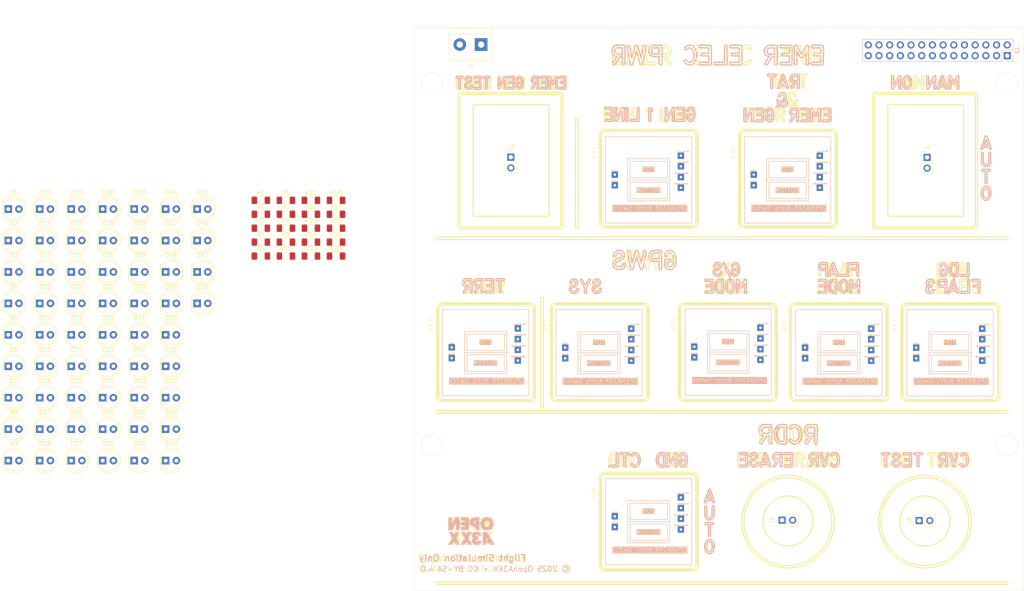
<source format=kicad_pcb>
(kicad_pcb (version 20241229) (generator "pcbnew") (generator_version "9.0")
  (layers (0 "F.Cu" signal) (2 "B.Cu" signal) (13 "F.Paste" user) (15 "B.Paste" user) (5 "F.SilkS" user "F.Silkscreen") (7 "B.SilkS" user "B.Silkscreen") (1 "F.Mask" user) (3 "B.Mask" user) (25 "Edge.Cuts" user))
  (net 0 "")
  (net 1 "Net-(D1-K)")
  (net 2 "+12V")
  (net 3 "Net-(D2-K)")
  (net 4 "Net-(D3-K)")
  (net 5 "Net-(D4-K)")
  (net 6 "Net-(D5-K)")
  (net 7 "Net-(D6-K)")
  (net 8 "Net-(D7-K)")
  (net 9 "Net-(D8-K)")
  (net 10 "Net-(D9-K)")
  (net 11 "Net-(D10-K)")
  (net 12 "Net-(D11-K)")
  (net 13 "Net-(D12-K)")
  (net 14 "Net-(D13-K)")
  (net 15 "Net-(D14-K)")
  (net 16 "Net-(D15-K)")
  (net 17 "Net-(D16-K)")
  (net 18 "Net-(D17-K)")
  (net 19 "Net-(D18-K)")
  (net 20 "Net-(D19-K)")
  (net 21 "Net-(D20-K)")
  (net 22 "Net-(D21-K)")
  (net 23 "Net-(D22-K)")
  (net 24 "Net-(D23-K)")
  (net 25 "Net-(D24-K)")
  (net 26 "Net-(D25-K)")
  (net 27 "Net-(D26-K)")
  (net 28 "Net-(D27-K)")
  (net 29 "Net-(D28-K)")
  (net 30 "Net-(D29-K)")
  (net 31 "Net-(D30-K)")
  (net 32 "Net-(D31-K)")
  (net 33 "Net-(D32-K)")
  (net 34 "Net-(D33-K)")
  (net 35 "Net-(D34-K)")
  (net 36 "Net-(D35-K)")
  (net 37 "Net-(D36-K)")
  (net 38 "Net-(D37-K)")
  (net 39 "Net-(D38-K)")
  (net 40 "Net-(D39-K)")
  (net 41 "Net-(D40-K)")
  (net 42 "Net-(D41-K)")
  (net 43 "Net-(D42-K)")
  (net 44 "Net-(D43-K)")
  (net 45 "Net-(D44-K)")
  (net 46 "Net-(D45-K)")
  (net 47 "Net-(D46-K)")
  (net 48 "Net-(D47-K)")
  (net 49 "Net-(D48-K)")
  (net 50 "Net-(D49-K)")
  (net 51 "Net-(D50-K)")
  (net 52 "Net-(D51-K)")
  (net 53 "Net-(D52-K)")
  (net 54 "Net-(D53-K)")
  (net 55 "Net-(D54-K)")
  (net 56 "Net-(D55-K)")
  (net 57 "Net-(D56-K)")
  (net 58 "Net-(D57-K)")
  (net 59 "Net-(D58-K)")
  (net 60 "GND")
  (net 61 "Net-(J2-Pin_8)")
  (net 62 "Net-(J2-Pin_26)")
  (net 63 "Net-(J2-Pin_13)")
  (net 64 "Net-(J2-Pin_20)")
  (net 65 "Net-(J2-Pin_2)")
  (net 66 "Net-(J2-Pin_6)")
  (net 67 "Net-(J2-Pin_7)")
  (net 68 "Net-(J2-Pin_3)")
  (net 69 "Net-(J2-Pin_18)")
  (net 70 "Net-(J2-Pin_19)")
  (net 71 "Net-(J2-Pin_1)")
  (net 72 "Net-(J2-Pin_17)")
  (net 73 "Net-(J2-Pin_5)")
  (net 74 "Net-(J2-Pin_4)")
  (net 75 "Net-(J2-Pin_25)")
  (net 76 "Net-(J2-Pin_10)")
  (net 77 "Net-(J2-Pin_28)")
  (net 78 "Net-(J2-Pin_27)")
  (net 79 "Net-(J2-Pin_9)")
  (net 80 "Net-(J2-Pin_11)")
  (net 81 "Net-(J2-Pin_23)")
  (net 82 "Net-(J2-Pin_24)")
  (net 83 "Net-(J2-Pin_16)")
  (net 84 "Net-(J2-Pin_21)")
  (net 85 "Net-(J2-Pin_15)")
  (net 86 "Net-(J2-Pin_14)")
  (net 87 "Net-(J2-Pin_12)")
  (net 88 "Net-(J2-Pin_22)")
  (footprint "LED_THT:LED_D5.0mm_Clear" (layer "F.Cu") (at 0.12 78.36)
    (property "Reference" "D29" (at 1.27 -3.96 0) (layer "F.SilkS"))
    (property "Value" "LED")
    (pad "1" thru_hole rect (at 0 0) (size 1.8 1.8) (drill 0.9) (layers "*.Cu" "*.Mask") (net 30 "Net-(D29-K)"))
    (pad "2" thru_hole circle (at 2.54 0) (size 1.8 1.8) (drill 0.9) (layers "*.Cu" "*.Mask") (net 2 "+12V"))
  )
  (footprint "LED_THT:LED_D5.0mm_Clear" (layer "F.Cu") (at 7.6 115.71)
    (property "Reference" "D43" (at 1.27 -3.96 0) (layer "F.SilkS"))
    (property "Value" "LED")
    (pad "1" thru_hole rect (at 0 0) (size 1.8 1.8) (drill 0.9) (layers "*.Cu" "*.Mask") (net 44 "Net-(D43-K)"))
    (pad "2" thru_hole circle (at 2.54 0) (size 1.8 1.8) (drill 0.9) (layers "*.Cu" "*.Mask") (net 43 "Net-(D42-K)"))
  )
  (footprint "LED_THT:LED_D5.0mm_Clear" (layer "F.Cu") (at 15.08 115.71)
    (property "Reference" "D52" (at 1.27 -3.96 0) (layer "F.SilkS"))
    (property "Value" "LED")
    (pad "1" thru_hole rect (at 0 0) (size 1.8 1.8) (drill 0.9) (layers "*.Cu" "*.Mask") (net 53 "Net-(D52-K)"))
    (pad "2" thru_hole circle (at 2.54 0) (size 1.8 1.8) (drill 0.9) (layers "*.Cu" "*.Mask") (net 52 "Net-(D51-K)"))
  )
  (footprint "LED_THT:LED_D5.0mm_Clear" (layer "F.Cu") (at -7.36 130.65)
    (property "Reference" "D27" (at 1.27 -3.96 0) (layer "F.SilkS"))
    (property "Value" "LED")
    (pad "1" thru_hole rect (at 0 0) (size 1.8 1.8) (drill 0.9) (layers "*.Cu" "*.Mask") (net 28 "Net-(D27-K)"))
    (pad "2" thru_hole circle (at 2.54 0) (size 1.8 1.8) (drill 0.9) (layers "*.Cu" "*.Mask") (net 27 "Net-(D26-K)"))
  )
  (footprint "LED_THT:LED_D5.0mm_Clear" (layer "F.Cu") (at -22.32 70.89)
    (property "Reference" "D1" (at 1.27 -3.96 0) (layer "F.SilkS"))
    (property "Value" "LED")
    (pad "1" thru_hole rect (at 0 0) (size 1.8 1.8) (drill 0.9) (layers "*.Cu" "*.Mask") (net 1 "Net-(D1-K)"))
    (pad "2" thru_hole circle (at 2.54 0) (size 1.8 1.8) (drill 0.9) (layers "*.Cu" "*.Mask") (net 2 "+12V"))
  )
  (footprint "LED_THT:LED_D5.0mm_Clear" (layer "F.Cu") (at -7.36 93.3)
    (property "Reference" "D22" (at 1.27 -3.96 0) (layer "F.SilkS"))
    (property "Value" "LED")
    (pad "1" thru_hole rect (at 0 0) (size 1.8 1.8) (drill 0.9) (layers "*.Cu" "*.Mask") (net 23 "Net-(D22-K)"))
    (pad "2" thru_hole circle (at 2.54 0) (size 1.8 1.8) (drill 0.9) (layers "*.Cu" "*.Mask") (net 2 "+12V"))
  )
  (footprint "Resistor_SMD:R_1206_3216Metric_Pad1.30x1.75mm_HandSolder" (layer "F.Cu") (at 55.54 78.74)
    (property "Reference" "R19" (at 0 -1.83 0) (layer "F.SilkS"))
    (property "Value" "220R")
    (pad "1" smd roundrect (at -1.55 0) (size 1.3 1.75) (layers "F.Cu" "F.Mask" "F.Paste") (roundrect_rratio 0.192308) (net 56 "Net-(D55-K)"))
    (pad "2" smd roundrect (at 1.55 0) (size 1.3 1.75) (layers "F.Cu" "F.Mask" "F.Paste") (roundrect_rratio 0.192308) (net 60 "GND"))
  )
  (footprint "LED_THT:LED_D5.0mm_Clear" (layer "F.Cu") (at 22.56 70.89)
    (property "Reference" "D55" (at 1.27 -3.96 0) (layer "F.SilkS"))
    (property "Value" "LED")
    (pad "1" thru_hole rect (at 0 0) (size 1.8 1.8) (drill 0.9) (layers "*.Cu" "*.Mask") (net 56 "Net-(D55-K)"))
    (pad "2" thru_hole circle (at 2.54 0) (size 1.8 1.8) (drill 0.9) (layers "*.Cu" "*.Mask") (net 55 "Net-(D54-K)"))
  )
  (footprint "Connector_PinHeader_2.54mm:PinHeader_1x02_P2.54mm_Vertical" (layer "F.Cu") (at 161.525 144.8 90)
    (property "Reference" "J5" (at 0 -2.38 90) (layer "F.SilkS"))
    (property "Value" "Conn_02x01")
    (pad "1" thru_hole rect (at 0 0 90) (size 1.7 1.7) (drill 1) (layers "*.Cu" "*.Mask") (net 60 "GND"))
    (pad "2" thru_hole circle (at 0 2.54 90) (size 1.7 1.7) (drill 1) (layers "*.Cu" "*.Mask") (net 62 "Net-(J2-Pin_26)"))
  )
  (footprint "LED_THT:LED_D5.0mm_Clear" (layer "F.Cu") (at -7.36 108.24)
    (property "Reference" "D24" (at 1.27 -3.96 0) (layer "F.SilkS"))
    (property "Value" "LED")
    (pad "1" thru_hole rect (at 0 0) (size 1.8 1.8) (drill 0.9) (layers "*.Cu" "*.Mask") (net 25 "Net-(D24-K)"))
    (pad "2" thru_hole circle (at 2.54 0) (size 1.8 1.8) (drill 0.9) (layers "*.Cu" "*.Mask") (net 24 "Net-(D23-K)"))
  )
  (footprint "LED_THT:LED_D5.0mm_Clear" (layer "F.Cu") (at 0.12 130.65)
    (property "Reference" "D36" (at 1.27 -3.96 0) (layer "F.SilkS"))
    (property "Value" "LED")
    (pad "1" thru_hole rect (at 0 0) (size 1.8 1.8) (drill 0.9) (layers "*.Cu" "*.Mask") (net 37 "Net-(D36-K)"))
    (pad "2" thru_hole circle (at 2.54 0) (size 1.8 1.8) (drill 0.9) (layers "*.Cu" "*.Mask") (net 36 "Net-(D35-K)"))
  )
  (footprint "LED_THT:LED_D5.0mm_Clear" (layer "F.Cu") (at -14.84 130.65)
    (property "Reference" "D18" (at 1.27 -3.96 0) (layer "F.SilkS"))
    (property "Value" "LED")
    (pad "1" thru_hole rect (at 0 0) (size 1.8 1.8) (drill 0.9) (layers "*.Cu" "*.Mask") (net 19 "Net-(D18-K)"))
    (pad "2" thru_hole circle (at 2.54 0) (size 1.8 1.8) (drill 0.9) (layers "*.Cu" "*.Mask") (net 18 "Net-(D17-K)"))
  )
  (footprint "Resistor_SMD:R_1206_3216Metric_Pad1.30x1.75mm_HandSolder" (layer "F.Cu") (at 49.59 78.74)
    (property "Reference" "R14" (at 0 -1.83 0) (layer "F.SilkS"))
    (property "Value" "220R")
    (pad "1" smd roundrect (at -1.55 0) (size 1.3 1.75) (layers "F.Cu" "F.Mask" "F.Paste") (roundrect_rratio 0.192308) (net 41 "Net-(D40-K)"))
    (pad "2" smd roundrect (at 1.55 0) (size 1.3 1.75) (layers "F.Cu" "F.Mask" "F.Paste") (roundrect_rratio 0.192308) (net 60 "GND"))
  )
  (footprint "LED_THT:LED_D5.0mm_Clear" (layer "F.Cu") (at -14.84 93.3)
    (property "Reference" "D13" (at 1.27 -3.96 0) (layer "F.SilkS"))
    (property "Value" "LED")
    (pad "1" thru_hole rect (at 0 0) (size 1.8 1.8) (drill 0.9) (layers "*.Cu" "*.Mask") (net 14 "Net-(D13-K)"))
    (pad "2" thru_hole circle (at 2.54 0) (size 1.8 1.8) (drill 0.9) (layers "*.Cu" "*.Mask") (net 2 "+12V"))
  )
  (footprint "LED_THT:LED_D5.0mm_Clear" (layer "F.Cu") (at -22.32 123.18)
    (property "Reference" "D8" (at 1.27 -3.96 0) (layer "F.SilkS"))
    (property "Value" "LED")
    (pad "1" thru_hole rect (at 0 0) (size 1.8 1.8) (drill 0.9) (layers "*.Cu" "*.Mask") (net 9 "Net-(D8-K)"))
    (pad "2" thru_hole circle (at 2.54 0) (size 1.8 1.8) (drill 0.9) (layers "*.Cu" "*.Mask") (net 8 "Net-(D7-K)"))
  )
  (footprint "LED_THT:LED_D5.0mm_Clear" (layer "F.Cu") (at 15.08 108.24)
    (property "Reference" "D51" (at 1.27 -3.96 0) (layer "F.SilkS"))
    (property "Value" "LED")
    (pad "1" thru_hole rect (at 0 0) (size 1.8 1.8) (drill 0.9) (layers "*.Cu" "*.Mask") (net 52 "Net-(D51-K)"))
    (pad "2" thru_hole circle (at 2.54 0) (size 1.8 1.8) (drill 0.9) (layers "*.Cu" "*.Mask") (net 51 "Net-(D50-K)"))
  )
  (footprint "LED_THT:LED_D5.0mm_Clear" (layer "F.Cu") (at -22.32 78.36)
    (property "Reference" "D2" (at 1.27 -3.96 0) (layer "F.SilkS"))
    (property "Value" "LED")
    (pad "1" thru_hole rect (at 0 0) (size 1.8 1.8) (drill 0.9) (layers "*.Cu" "*.Mask") (net 3 "Net-(D2-K)"))
    (pad "2" thru_hole circle (at 2.54 0) (size 1.8 1.8) (drill 0.9) (layers "*.Cu" "*.Mask") (net 1 "Net-(D1-K)"))
  )
  (footprint "LED_THT:LED_D5.0mm_Clear" (layer "F.Cu") (at -22.32 100.77)
    (property "Reference" "D5" (at 1.27 -3.96 0) (layer "F.SilkS"))
    (property "Value" "LED")
    (pad "1" thru_hole rect (at 0 0) (size 1.8 1.8) (drill 0.9) (layers "*.Cu" "*.Mask") (net 6 "Net-(D5-K)"))
    (pad "2" thru_hole circle (at 2.54 0) (size 1.8 1.8) (drill 0.9) (layers "*.Cu" "*.Mask") (net 5 "Net-(D4-K)"))
  )
  (footprint "LED_THT:LED_D5.0mm_Clear" (layer "F.Cu") (at -7.36 78.36)
    (property "Reference" "D20" (at 1.27 -3.96 0) (layer "F.SilkS"))
    (property "Value" "LED")
    (pad "1" thru_hole rect (at 0 0) (size 1.8 1.8) (drill 0.9) (layers "*.Cu" "*.Mask") (net 21 "Net-(D20-K)"))
    (pad "2" thru_hole circle (at 2.54 0) (size 1.8 1.8) (drill 0.9) (layers "*.Cu" "*.Mask") (net 20 "Net-(D19-K)"))
  )
  (footprint "Resistor_SMD:R_1206_3216Metric_Pad1.30x1.75mm_HandSolder" (layer "F.Cu") (at 49.59 82.05)
    (property "Reference" "R15" (at 0 -1.83 0) (layer "F.SilkS"))
    (property "Value" "220R")
    (pad "1" smd roundrect (at -1.55 0) (size 1.3 1.75) (layers "F.Cu" "F.Mask" "F.Paste") (roundrect_rratio 0.192308) (net 44 "Net-(D43-K)"))
    (pad "2" smd roundrect (at 1.55 0) (size 1.3 1.75) (layers "F.Cu" "F.Mask" "F.Paste") (roundrect_rratio 0.192308) (net 60 "GND"))
  )
  (footprint "LED_THT:LED_D5.0mm_Clear" (layer "F.Cu") (at 15.08 123.18)
    (property "Reference" "D53" (at 1.27 -3.96 0) (layer "F.SilkS"))
    (property "Value" "LED")
    (pad "1" thru_hole rect (at 0 0) (size 1.8 1.8) (drill 0.9) (layers "*.Cu" "*.Mask") (net 54 "Net-(D53-K)"))
    (pad "2" thru_hole circle (at 2.54 0) (size 1.8 1.8) (drill 0.9) (layers "*.Cu" "*.Mask") (net 2 "+12V"))
  )
  (footprint "Resistor_SMD:R_1206_3216Metric_Pad1.30x1.75mm_HandSolder" (layer "F.Cu") (at 55.54 82.05)
    (property "Reference" "R20" (at 0 -1.83 0) (layer "F.SilkS"))
    (property "Value" "220R")
    (pad "1" smd roundrect (at -1.55 0) (size 1.3 1.75) (layers "F.Cu" "F.Mask" "F.Paste") (roundrect_rratio 0.192308) (net 59 "Net-(D58-K)"))
    (pad "2" smd roundrect (at 1.55 0) (size 1.3 1.75) (layers "F.Cu" "F.Mask" "F.Paste") (roundrect_rratio 0.192308) (net 60 "GND"))
  )
  (footprint "LED_THT:LED_D5.0mm_Clear" (layer "F.Cu") (at 15.08 70.89)
    (property "Reference" "D46" (at 1.27 -3.96 0) (layer "F.SilkS"))
    (property "Value" "LED")
    (pad "1" thru_hole rect (at 0 0) (size 1.8 1.8) (drill 0.9) (layers "*.Cu" "*.Mask") (net 47 "Net-(D46-K)"))
    (pad "2" thru_hole circle (at 2.54 0) (size 1.8 1.8) (drill 0.9) (layers "*.Cu" "*.Mask") (net 46 "Net-(D45-K)"))
  )
  (footprint "LED_THT:LED_D5.0mm_Clear" (layer "F.Cu") (at -14.84 78.36)
    (property "Reference" "D11" (at 1.27 -3.96 0) (layer "F.SilkS"))
    (property "Value" "LED")
    (pad "1" thru_hole rect (at 0 0) (size 1.8 1.8) (drill 0.9) (layers "*.Cu" "*.Mask") (net 12 "Net-(D11-K)"))
    (pad "2" thru_hole circle (at 2.54 0) (size 1.8 1.8) (drill 0.9) (layers "*.Cu" "*.Mask") (net 11 "Net-(D10-K)"))
  )
  (footprint "OpenA3XX:Korry Switch" (layer "F.Cu") (at 138.5 94.6)
    (property "Reference" "KR5" (at -2.675 3.675 90) (layer "F.SilkS") (effects (font (thickness 0.1))))
    (property "Value" "~")
    (fp_text user "TOP_LED GND" (at 16.675 6.2 0) (layer "F.SilkS") (effects (font (size 0.25 0.25) (thickness 0.0625)) (justify left bottom)))
    (fp_text user "TOP" (at 8.75 7.8 0) (layer "F.SilkS" knockout) (effects (font (thickness 0.1)) (justify left)))
    (fp_text user "BOTTOM" (at 7.475 12.775 0) (layer "F.SilkS" knockout) (effects (font (thickness 0.1)) (justify left)))
    (fp_text user "OPENA3XX Korry Switch" (at 1.525 16.875 0) (layer "F.SilkS" knockout) (effects (font (thickness 0.1)) (justify left)))
    (fp_text user "BOTTOM_LED GND" (at 16.325 11.325 0) (layer "F.SilkS") (effects (font (size 0.25 0.25) (thickness 0.0625)) (justify left bottom)))
    (fp_text user "SW_OUT" (at 1.45 10.7 0) (layer "F.SilkS") (effects (font (size 0.25 0.25) (thickness 0.0625)) (justify left bottom)))
    (fp_text user "BOTTOM_LED +5V" (at 16.375 8.8 0) (layer "F.SilkS") (effects (font (size 0.25 0.25) (thickness 0.0625)) (justify left bottom)))
    (fp_text user "TOP_LED +5V" (at 16.65 3.65 0) (layer "F.SilkS") (effects (font (size 0.25 0.25) (thickness 0.0625)) (justify left bottom)))
    (fp_text user "SW_IN" (at 1.6 8.175 0) (layer "F.SilkS") (effects (font (size 0.25 0.25) (thickness 0.0625)) (justify left bottom)))
    (fp_text user "SW_IN" (at 2.75 8.175 0) (layer "B.SilkS") (effects (font (size 0.25 0.25) (thickness 0.0625)) (justify left bottom mirror)))
    (fp_text user "TOP_LED GND" (at 19.975 6.2 0) (layer "B.SilkS") (effects (font (size 0.25 0.25) (thickness 0.0625)) (justify left bottom mirror)))
    (fp_text user "BOTTOM_LED +5V" (at 19.675 8.8 0) (layer "B.SilkS") (effects (font (size 0.25 0.25) (thickness 0.0625)) (justify left bottom mirror)))
    (fp_text user "BOTTOM" (at 13.1 12.7375 0) (layer "B.SilkS" knockout) (effects (font (thickness 0.1)) (justify left mirror)))
    (fp_text user "TOP" (at 11.65 7.7875 0) (layer "B.SilkS" knockout) (effects (font (thickness 0.1)) (justify left mirror)))
    (fp_text user "OPENA3XX Korry Switch" (at 19.55 16.875 0) (layer "B.SilkS" knockout) (effects (font (thickness 0.1)) (justify left mirror)))
    (fp_text user "SW_OUT" (at 2.95 10.7 0) (layer "B.SilkS") (effects (font (size 0.25 0.25) (thickness 0.0625)) (justify left bottom mirror)))
    (fp_text user "BOTTOM_LED GND" (at 19.625 11.325 0) (layer "B.SilkS") (effects (font (size 0.25 0.25) (thickness 0.0625)) (justify left bottom mirror)))
    (fp_text user "TOP_LED +5V" (at 19.95 3.65 0) (layer "B.SilkS") (effects (font (size 0.25 0.25) (thickness 0.0625)) (justify left bottom mirror)))
    (pad "1" thru_hole rect (at 17.9 4.5) (size 1.5 1.5) (drill 0.6) (layers "*.Cu" "*.Mask") (net 67 "Net-(J2-Pin_7)"))
    (pad "2" thru_hole rect (at 17.9 7.04) (size 1.5 1.5) (drill 0.6) (layers "*.Cu" "*.Mask") (net 60 "GND"))
    (pad "3" thru_hole rect (at 17.9 9.58) (size 1.5 1.5) (drill 0.6) (layers "*.Cu" "*.Mask") (net 61 "Net-(J2-Pin_8)"))
    (pad "4" thru_hole rect (at 17.9 12.12) (size 1.5 1.5) (drill 0.6) (layers "*.Cu" "*.Mask") (net 60 "GND"))
    (pad "5" thru_hole rect (at 2.2 9) (size 1.5 1.5) (drill 0.6) (layers "*.Cu" "*.Mask") (net 79 "Net-(J2-Pin_9)"))
    (pad "6" thru_hole rect (at 2.2 11.54) (size 1.5 1.5) (drill 0.6) (layers "*.Cu" "*.Mask") (net 60 "GND"))
  )
  (footprint "LED_THT:LED_D5.0mm_Clear" (layer "F.Cu") (at 22.56 93.3)
    (property "Reference" "D58" (at 1.27 -3.96 0) (layer "F.SilkS"))
    (property "Value" "LED")
    (pad "1" thru_hole rect (at 0 0) (size 1.8 1.8) (drill 0.9) (layers "*.Cu" "*.Mask") (net 59 "Net-(D58-K)"))
    (pad "2" thru_hole circle (at 2.54 0) (size 1.8 1.8) (drill 0.9) (layers "*.Cu" "*.Mask") (net 58 "Net-(D57-K)"))
  )
  (footprint "Resistor_SMD:R_1206_3216Metric_Pad1.30x1.75mm_HandSolder" (layer "F.Cu") (at 37.69 68.81)
    (property "Reference" "R1" (at 0 -1.83 0) (layer "F.SilkS"))
    (property "Value" "220R")
    (pad "1" smd roundrect (at -1.55 0) (size 1.3 1.75) (layers "F.Cu" "F.Mask" "F.Paste") (roundrect_rratio 0.192308) (net 4 "Net-(D3-K)"))
    (pad "2" smd roundrect (at 1.55 0) (size 1.3 1.75) (layers "F.Cu" "F.Mask" "F.Paste") (roundrect_rratio 0.192308) (net 60 "GND"))
  )
  (footprint "Connector_PinHeader_2.54mm:PinHeader_1x02_P2.54mm_Vertical" (layer "F.Cu") (at 196 58.625)
    (property "Reference" "J4" (at 0 -2.38 0) (layer "F.SilkS"))
    (property "Value" "Conn_02x01")
    (pad "1" thru_hole rect (at 0 0) (size 1.7 1.7) (drill 1) (layers "*.Cu" "*.Mask") (net 60 "GND"))
    (pad "2" thru_hole circle (at 0 2.54) (size 1.7 1.7) (drill 1) (layers "*.Cu" "*.Mask") (net 78 "Net-(J2-Pin_27)"))
  )
  (footprint "Resistor_SMD:R_1206_3216Metric_Pad1.30x1.75mm_HandSolder" (layer "F.Cu") (at 37.69 72.12)
    (property "Reference" "R2" (at 0 -1.83 0) (layer "F.SilkS"))
    (property "Value" "220R")
    (pad "1" smd roundrect (at -1.55 0) (size 1.3 1.75) (layers "F.Cu" "F.Mask" "F.Paste") (roundrect_rratio 0.192308) (net 7 "Net-(D6-K)"))
    (pad "2" smd roundrect (at 1.55 0) (size 1.3 1.75) (layers "F.Cu" "F.Mask" "F.Paste") (roundrect_rratio 0.192308) (net 60 "GND"))
  )
  (footprint "LED_THT:LED_D5.0mm_Clear" (layer "F.Cu") (at -22.32 85.83)
    (property "Reference" "D3" (at 1.27 -3.96 0) (layer "F.SilkS"))
    (property "Value" "LED")
    (pad "1" thru_hole rect (at 0 0) (size 1.8 1.8) (drill 0.9) (layers "*.Cu" "*.Mask") (net 4 "Net-(D3-K)"))
    (pad "2" thru_hole circle (at 2.54 0) (size 1.8 1.8) (drill 0.9) (layers "*.Cu" "*.Mask") (net 3 "Net-(D2-K)"))
  )
  (footprint "LED_THT:LED_D5.0mm_Clear" (layer "F.Cu") (at 7.6 78.36)
    (property "Reference" "D38" (at 1.27 -3.96 0) (layer "F.SilkS"))
    (property "Value" "LED")
    (pad "1" thru_hole rect (at 0 0) (size 1.8 1.8) (drill 0.9) (layers "*.Cu" "*.Mask") (net 39 "Net-(D38-K)"))
    (pad "2" thru_hole circle (at 2.54 0) (size 1.8 1.8) (drill 0.9) (layers "*.Cu" "*.Mask") (net 2 "+12V"))
  )
  (footprint "LED_THT:LED_D5.0mm_Clear" (layer "F.Cu") (at 22.56 85.83)
    (property "Reference" "D57" (at 1.27 -3.96 0) (layer "F.SilkS"))
    (property "Value" "LED")
    (pad "1" thru_hole rect (at 0 0) (size 1.8 1.8) (drill 0.9) (layers "*.Cu" "*.Mask") (net 58 "Net-(D57-K)"))
    (pad "2" thru_hole circle (at 2.54 0) (size 1.8 1.8) (drill 0.9) (layers "*.Cu" "*.Mask") (net 57 "Net-(D56-K)"))
  )
  (footprint "Resistor_SMD:R_1206_3216Metric_Pad1.30x1.75mm_HandSolder" (layer "F.Cu") (at 37.69 75.43)
    (property "Reference" "R3" (at 0 -1.83 0) (layer "F.SilkS"))
    (property "Value" "220R")
    (pad "1" smd roundrect (at -1.55 0) (size 1.3 1.75) (layers "F.Cu" "F.Mask" "F.Paste") (roundrect_rratio 0.192308) (net 10 "Net-(D9-K)"))
    (pad "2" smd roundrect (at 1.55 0) (size 1.3 1.75) (layers "F.Cu" "F.Mask" "F.Paste") (roundrect_rratio 0.192308) (net 60 "GND"))
  )
  (footprint "LED_THT:LED_D5.0mm_Clear" (layer "F.Cu") (at -7.36 85.83)
    (property "Reference" "D21" (at 1.27 -3.96 0) (layer "F.SilkS"))
    (property "Value" "LED")
    (pad "1" thru_hole rect (at 0 0) (size 1.8 1.8) (drill 0.9) (layers "*.Cu" "*.Mask") (net 22 "Net-(D21-K)"))
    (pad "2" thru_hole circle (at 2.54 0) (size 1.8 1.8) (drill 0.9) (layers "*.Cu" "*.Mask") (net 21 "Net-(D20-K)"))
  )
  (footprint "OpenA3XX:Korry Switch" (layer "F.Cu") (at 164.8 94.8)
    (property "Reference" "KR6" (at -2.675 3.675 90) (layer "F.SilkS") (effects (font (thickness 0.1))))
    (property "Value" "~")
    (fp_text user "TOP_LED GND" (at 16.675 6.2 0) (layer "F.SilkS") (effects (font (size 0.25 0.25) (thickness 0.0625)) (justify left bottom)))
    (fp_text user "SW_OUT" (at 1.45 10.7 0) (layer "F.SilkS") (effects (font (size 0.25 0.25) (thickness 0.0625)) (justify left bottom)))
    (fp_text user "BOTTOM" (at 7.475 12.775 0) (layer "F.SilkS" knockout) (effects (font (thickness 0.1)) (justify left)))
    (fp_text user "OPENA3XX Korry Switch" (at 1.525 16.875 0) (layer "F.SilkS" knockout) (effects (font (thickness 0.1)) (justify left)))
    (fp_text user "BOTTOM_LED +5V" (at 16.375 8.8 0) (layer "F.SilkS") (effects (font (size 0.25 0.25) (thickness 0.0625)) (justify left bottom)))
    (fp_text user "TOP_LED +5V" (at 16.65 3.65 0) (layer "F.SilkS") (effects (font (size 0.25 0.25) (thickness 0.0625)) (justify left bottom)))
    (fp_text user "BOTTOM_LED GND" (at 16.325 11.325 0) (layer "F.SilkS") (effects (font (size 0.25 0.25) (thickness 0.0625)) (justify left bottom)))
    (fp_text user "SW_IN" (at 1.6 8.175 0) (layer "F.SilkS") (effects (font (size 0.25 0.25) (thickness 0.0625)) (justify left bottom)))
    (fp_text user "TOP" (at 8.75 7.8 0) (layer "F.SilkS" knockout) (effects (font (thickness 0.1)) (justify left)))
    (fp_text user "TOP" (at 11.65 7.7875 0) (layer "B.SilkS" knockout) (effects (font (thickness 0.1)) (justify left mirror)))
    (fp_text user "BOTTOM_LED GND" (at 19.625 11.325 0) (layer "B.SilkS") (effects (font (size 0.25 0.25) (thickness 0.0625)) (justify left bottom mirror)))
    (fp_text user "BOTTOM_LED +5V" (at 19.675 8.8 0) (layer "B.SilkS") (effects (font (size 0.25 0.25) (thickness 0.0625)) (justify left bottom mirror)))
    (fp_text user "SW_OUT" (at 2.95 10.7 0) (layer "B.SilkS") (effects (font (size 0.25 0.25) (thickness 0.0625)) (justify left bottom mirror)))
    (fp_text user "BOTTOM" (at 13.1 12.7375 0) (layer "B.SilkS" knockout) (effects (font (thickness 0.1)) (justify left mirror)))
    (fp_text user "OPENA3XX Korry Switch" (at 19.55 16.875 0) (layer "B.SilkS" knockout) (effects (font (thickness 0.1)) (justify left mirror)))
    (fp_text user "TOP_LED +5V" (at 19.95 3.65 0) (layer "B.SilkS") (effects (font (size 0.25 0.25) (thickness 0.0625)) (justify left bottom mirror)))
    (fp_text user "SW_IN" (at 2.75 8.175 0) (layer "B.SilkS") (effects (font (size 0.25 0.25) (thickness 0.0625)) (justify left bottom mirror)))
    (fp_text user "TOP_LED GND" (at 19.975 6.2 0) (layer "B.SilkS") (effects (font (size 0.25 0.25) (thickness 0.0625)) (justify left bottom mirror)))
    (pad "1" thru_hole rect (at 17.9 4.5) (size 1.5 1.5) (drill 0.6) (layers "*.Cu" "*.Mask") (net 83 "Net-(J2-Pin_16)"))
    (pad "2" thru_hole rect (at 17.9 7.04) (size 1.5 1.5) (drill 0.6) (layers "*.Cu" "*.Mask") (net 60 "GND"))
    (pad "3" thru_hole rect (at 17.9 9.58) (size 1.5 1.5) (drill 0.6) (layers "*.Cu" "*.Mask") (net 72 "Net-(J2-Pin_17)"))
    (pad "4" thru_hole rect (at 17.9 12.12) (size 1.5 1.5) (drill 0.6) (layers "*.Cu" "*.Mask") (net 60 "GND"))
    (pad "5" thru_hole rect (at 2.2 9) (size 1.5 1.5) (drill 0.6) (layers "*.Cu" "*.Mask") (net 69 "Net-(J2-Pin_18)"))
    (pad "6" thru_hole rect (at 2.2 11.54) (size 1.5 1.5) (drill 0.6) (layers "*.Cu" "*.Mask") (net 60 "GND"))
  )
  (footprint "LED_THT:LED_D5.0mm_Clear" (layer "F.Cu") (at -7.36 100.77)
    (property "Reference" "D23" (at 1.27 -3.96 0) (layer "F.SilkS"))
    (property "Value" "LED")
    (pad "1" thru_hole rect (at 0 0) (size 1.8 1.8) (drill 0.9) (layers "*.Cu" "*.Mask") (net 24 "Net-(D23-K)"))
    (pad "2" thru_hole circle (at 2.54 0) (size 1.8 1.8) (drill 0.9) (layers "*.Cu" "*.Mask") (net 2 "+12V"))
  )
  (footprint "LED_THT:LED_D5.0mm_Clear" (layer "F.Cu") (at 15.08 93.3)
    (property "Reference" "D49" (at 1.27 -3.96 0) (layer "F.SilkS"))
    (property "Value" "LED")
    (pad "1" thru_hole rect (at 0 0) (size 1.8 1.8) (drill 0.9) (layers "*.Cu" "*.Mask") (net 50 "Net-(D49-K)"))
    (pad "2" thru_hole circle (at 2.54 0) (size 1.8 1.8) (drill 0.9) (layers "*.Cu" "*.Mask") (net 49 "Net-(D48-K)"))
  )
  (footprint "Resistor_SMD:R_1206_3216Metric_Pad1.30x1.75mm_HandSolder" (layer "F.Cu") (at 43.64 68.81)
    (property "Reference" "R6" (at 0 -1.83 0) (layer "F.SilkS"))
    (property "Value" "220R")
    (pad "1" smd roundrect (at -1.55 0) (size 1.3 1.75) (layers "F.Cu" "F.Mask" "F.Paste") (roundrect_rratio 0.192308) (net 19 "Net-(D18-K)"))
    (pad "2" smd roundrect (at 1.55 0) (size 1.3 1.75) (layers "F.Cu" "F.Mask" "F.Paste") (roundrect_rratio 0.192308) (net 60 "GND"))
  )
  (footprint "LED_THT:LED_D5.0mm_Clear" (layer "F.Cu") (at -22.32 115.71)
    (property "Reference" "D7" (at 1.27 -3.96 0) (layer "F.SilkS"))
    (property "Value" "LED")
    (pad "1" thru_hole rect (at 0 0) (size 1.8 1.8) (drill 0.9) (layers "*.Cu" "*.Mask") (net 8 "Net-(D7-K)"))
    (pad "2" thru_hole circle (at 2.54 0) (size 1.8 1.8) (drill 0.9) (layers "*.Cu" "*.Mask") (net 2 "+12V"))
  )
  (footprint "LED_THT:LED_D5.0mm_Clear" (layer "F.Cu") (at -7.36 70.89)
    (property "Reference" "D19" (at 1.27 -3.96 0) (layer "F.SilkS"))
    (property "Value" "LED")
    (pad "1" thru_hole rect (at 0 0) (size 1.8 1.8) (drill 0.9) (layers "*.Cu" "*.Mask") (net 20 "Net-(D19-K)"))
    (pad "2" thru_hole circle (at 2.54 0) (size 1.8 1.8) (drill 0.9) (layers "*.Cu" "*.Mask") (net 2 "+12V"))
  )
  (footprint "Resistor_SMD:R_1206_3216Metric_Pad1.30x1.75mm_HandSolder" (layer "F.Cu") (at 55.54 72.12)
    (property "Reference" "R17" (at 0 -1.83 0) (layer "F.SilkS"))
    (property "Value" "220R")
    (pad "1" smd roundrect (at -1.55 0) (size 1.3 1.75) (layers "F.Cu" "F.Mask" "F.Paste") (roundrect_rratio 0.192308) (net 50 "Net-(D49-K)"))
    (pad "2" smd roundrect (at 1.55 0) (size 1.3 1.75) (layers "F.Cu" "F.Mask" "F.Paste") (roundrect_rratio 0.192308) (net 60 "GND"))
  )
  (footprint "LED_THT:LED_D5.0mm_Clear" (layer "F.Cu") (at -7.36 115.71)
    (property "Reference" "D25" (at 1.27 -3.96 0) (layer "F.SilkS"))
    (property "Value" "LED")
    (pad "1" thru_hole rect (at 0 0) (size 1.8 1.8) (drill 0.9) (layers "*.Cu" "*.Mask") (net 26 "Net-(D25-K)"))
    (pad "2" thru_hole circle (at 2.54 0) (size 1.8 1.8) (drill 0.9) (layers "*.Cu" "*.Mask") (net 25 "Net-(D24-K)"))
  )
  (footprint "LED_THT:LED_D5.0mm_Clear" (layer "F.Cu") (at -14.84 70.89)
    (property "Reference" "D10" (at 1.27 -3.96 0) (layer "F.SilkS"))
    (property "Value" "LED")
    (pad "1" thru_hole rect (at 0 0) (size 1.8 1.8) (drill 0.9) (layers "*.Cu" "*.Mask") (net 11 "Net-(D10-K)"))
    (pad "2" thru_hole circle (at 2.54 0) (size 1.8 1.8) (drill 0.9) (layers "*.Cu" "*.Mask") (net 2 "+12V"))
  )
  (footprint "OpenA3XX:Korry Switch" (layer "F.Cu") (at 107.8 94.8)
    (property "Reference" "KR4" (at -2.675 3.675 90) (layer "F.SilkS") (effects (font (thickness 0.1))))
    (property "Value" "~")
    (fp_text user "TOP_LED +5V" (at 16.65 3.65 0) (layer "F.SilkS") (effects (font (size 0.25 0.25) (thickness 0.0625)) (justify left bottom)))
    (fp_text user "OPENA3XX Korry Switch" (at 1.525 16.875 0) (layer "F.SilkS" knockout) (effects (font (thickness 0.1)) (justify left)))
    (fp_text user "BOTTOM_LED GND" (at 16.325 11.325 0) (layer "F.SilkS") (effects (font (size 0.25 0.25) (thickness 0.0625)) (justify left bottom)))
    (fp_text user "SW_IN" (at 1.6 8.175 0) (layer "F.SilkS") (effects (font (size 0.25 0.25) (thickness 0.0625)) (justify left bottom)))
    (fp_text user "TOP" (at 8.75 7.8 0) (layer "F.SilkS" knockout) (effects (font (thickness 0.1)) (justify left)))
    (fp_text user "BOTTOM" (at 7.475 12.775 0) (layer "F.SilkS" knockout) (effects (font (thickness 0.1)) (justify left)))
    (fp_text user "BOTTOM_LED +5V" (at 16.375 8.8 0) (layer "F.SilkS") (effects (font (size 0.25 0.25) (thickness 0.0625)) (justify left bottom)))
    (fp_text user "TOP_LED GND" (at 16.675 6.2 0) (layer "F.SilkS") (effects (font (size 0.25 0.25) (thickness 0.0625)) (justify left bottom)))
    (fp_text user "SW_OUT" (at 1.45 10.7 0) (layer "F.SilkS") (effects (font (size 0.25 0.25) (thickness 0.0625)) (justify left bottom)))
    (fp_text user "BOTTOM_LED GND" (at 19.625 11.325 0) (layer "B.SilkS") (effects (font (size 0.25 0.25) (thickness 0.0625)) (justify left bottom mirror)))
    (fp_text user "BOTTOM" (at 13.1 12.7375 0) (layer "B.SilkS" knockout) (effects (font (thickness 0.1)) (justify left mirror)))
    (fp_text user "SW_IN" (at 2.75 8.175 0) (layer "B.SilkS") (effects (font (size 0.25 0.25) (thickness 0.0625)) (justify left bottom mirror)))
    (fp_text user "TOP_LED GND" (at 19.975 6.2 0) (layer "B.SilkS") (effects (font (size 0.25 0.25) (thickness 0.0625)) (justify left bottom mirror)))
    (fp_text user "OPENA3XX Korry Switch" (at 19.55 16.875 0) (layer "B.SilkS" knockout) (effects (font (thickness 0.1)) (justify left mirror)))
    (fp_text user "TOP" (at 11.65 7.7875 0) (layer "B.SilkS" knockout) (effects (font (thickness 0.1)) (justify left mirror)))
    (fp_text user "SW_OUT" (at 2.95 10.7 0) (layer "B.SilkS") (effects (font (size 0.25 0.25) (thickness 0.0625)) (justify left bottom mirror)))
    (fp_text user "BOTTOM_LED +5V" (at 19.675 8.8 0) (layer "B.SilkS") (effects (font (size 0.25 0.25) (thickness 0.0625)) (justify left bottom mirror)))
    (fp_text user "TOP_LED +5V" (at 19.95 3.65 0) (layer "B.SilkS") (effects (font (size 0.25 0.25) (thickness 0.0625)) (justify left bottom mirror)))
    (pad "1" thru_hole rect (at 17.9 4.5) (size 1.5 1.5) (drill 0.6) (layers "*.Cu" "*.Mask") (net 63 "Net-(J2-Pin_13)"))
    (pad "2" thru_hole rect (at 17.9 7.04) (size 1.5 1.5) (drill 0.6) (layers "*.Cu" "*.Mask") (net 60 "GND"))
    (pad "3" thru_hole rect (at 17.9 9.58) (size 1.5 1.5) (drill 0.6) (layers "*.Cu" "*.Mask") (net 86 "Net-(J2-Pin_14)"))
    (pad "4" thru_hole rect (at 17.9 12.12) (size 1.5 1.5) (drill 0.6) (layers "*.Cu" "*.Mask") (net 60 "GND"))
    (pad "5" thru_hole rect (at 2.2 9) (size 1.5 1.5) (drill 0.6) (layers "*.Cu" "*.Mask") (net 85 "Net-(J2-Pin_15)"))
    (pad "6" thru_hole rect (at 2.2 11.54) (size 1.5 1.5) (drill 0.6) (layers "*.Cu" "*.Mask") (net 60 "GND"))
  )
  (footprint "LED_THT:LED_D5.0mm_Clear" (layer "F.Cu") (at 7.6 108.24)
    (property "Reference" "D42" (at 1.27 -3.96 0) (layer "F.SilkS"))
    (property "Value" "LED")
    (pad "1" thru_hole rect (at 0 0) (size 1.8 1.8) (drill 0.9) (layers "*.Cu" "*.Mask") (net 43 "Net-(D42-K)"))
    (pad "2" thru_hole circle (at 2.54 0) (size 1.8 1.8) (drill 0.9) (layers "*.Cu" "*.Mask") (net 42 "Net-(D41-K)"))
  )
  (footprint "LED_THT:LED_D5.0mm_Clear" (layer "F.Cu") (at 7.6 93.3)
    (property "Reference" "D40" (at 1.27 -3.96 0) (layer "F.SilkS"))
    (property "Value" "LED")
    (pad "1" thru_hole rect (at 0 0) (size 1.8 1.8) (drill 0.9) (layers "*.Cu" "*.Mask") (net 41 "Net-(D40-K)"))
    (pad "2" thru_hole circle (at 2.54 0) (size 1.8 1.8) (drill 0.9) (layers "*.Cu" "*.Mask") (net 40 "Net-(D39-K)"))
  )
  (footprint "Resistor_SMD:R_1206_3216Metric_Pad1.30x1.75mm_HandSolder" (layer "F.Cu") (at 55.54 75.43)
    (property "Reference" "R18" (at 0 -1.83 0) (layer "F.SilkS"))
    (property "Value" "220R")
    (pad "1" smd roundrect (at -1.55 0) (size 1.3 1.75) (layers "F.Cu" "F.Mask" "F.Paste") (roundrect_rratio 0.192308) (net 53 "Net-(D52-K)"))
    (pad "2" smd roundrect (at 1.55 0) (size 1.3 1.75) (layers "F.Cu" "F.Mask" "F.Paste") (roundrect_rratio 0.192308) (net 60 "GND"))
  )
  (footprint "Resistor_SMD:R_1206_3216Metric_Pad1.30x1.75mm_HandSolder" (layer "F.Cu") (at 49.59 72.12)
    (property "Reference" "R12" (at 0 -1.83 0) (layer "F.SilkS"))
    (property "Value" "220R")
    (pad "1" smd roundrect (at -1.55 0) (size 1.3 1.75) (layers "F.Cu" "F.Mask" "F.Paste") (roundrect_rratio 0.192308) (net 35 "Net-(D34-K)"))
    (pad "2" smd roundrect (at 1.55 0) (size 1.3 1.75) (layers "F.Cu" "F.Mask" "F.Paste") (roundrect_rratio 0.192308) (net 60 "GND"))
  )
  (footprint "LED_THT:LED_D5.0mm_Clear" (layer "F.Cu") (at 0.12 108.24)
    (property "Reference" "D33" (at 1.27 -3.96 0) (layer "F.SilkS"))
    (property "Value" "LED")
    (pad "1" thru_hole rect (at 0 0) (size 1.8 1.8) (drill 0.9) (layers "*.Cu" "*.Mask") (net 34 "Net-(D33-K)"))
    (pad "2" thru_hole circle (at 2.54 0) (size 1.8 1.8) (drill 0.9) (layers "*.Cu" "*.Mask") (net 33 "Net-(D32-K)"))
  )
  (footprint "Resistor_SMD:R_1206_3216Metric_Pad1.30x1.75mm_HandSolder" (layer "F.Cu") (at 37.69 78.74)
    (property "Reference" "R4" (at 0 -1.83 0) (layer "F.SilkS"))
    (property "Value" "220R")
    (pad "1" smd roundrect (at -1.55 0) (size 1.3 1.75) (layers "F.Cu" "F.Mask" "F.Paste") (roundrect_rratio 0.192308) (net 13 "Net-(D12-K)"))
    (pad "2" smd roundrect (at 1.55 0) (size 1.3 1.75) (layers "F.Cu" "F.Mask" "F.Paste") (roundrect_rratio 0.192308) (net 60 "GND"))
  )
  (footprint "Resistor_SMD:R_1206_3216Metric_Pad1.30x1.75mm_HandSolder" (layer "F.Cu") (at 43.64 78.74)
    (property "Reference" "R9" (at 0 -1.83 0) (layer "F.SilkS"))
    (property "Value" "220R")
    (pad "1" smd roundrect (at -1.55 0) (size 1.3 1.75) (layers "F.Cu" "F.Mask" "F.Paste") (roundrect_rratio 0.192308) (net 26 "Net-(D25-K)"))
    (pad "2" smd roundrect (at 1.55 0) (size 1.3 1.75) (layers "F.Cu" "F.Mask" "F.Paste") (roundrect_rratio 0.192308) (net 60 "GND"))
  )
  (footprint "Connector_PinHeader_2.54mm:PinHeader_1x02_P2.54mm_Vertical" (layer "F.Cu") (at 97.1 58.56)
    (property "Reference" "J3" (at 0 -2.38 0) (layer "F.SilkS"))
    (property "Value" "Conn_02x01")
    (pad "1" thru_hole rect (at 0 0) (size 1.7 1.7) (drill 1) (layers "*.Cu" "*.Mask") (net 60 "GND"))
    (pad "2" thru_hole circle (at 0 2.54) (size 1.7 1.7) (drill 1) (layers "*.Cu" "*.Mask") (net 75 "Net-(J2-Pin_25)"))
  )
  (footprint "Resistor_SMD:R_1206_3216Metric_Pad1.30x1.75mm_HandSolder" (layer "F.Cu") (at 43.64 75.43)
    (property "Reference" "R8" (at 0 -1.83 0) (layer "F.SilkS"))
    (property "Value" "220R")
    (pad "1" smd roundrect (at -1.55 0) (size 1.3 1.75) (layers "F.Cu" "F.Mask" "F.Paste") (roundrect_rratio 0.192308) (net 23 "Net-(D22-K)"))
    (pad "2" smd roundrect (at 1.55 0) (size 1.3 1.75) (layers "F.Cu" "F.Mask" "F.Paste") (roundrect_rratio 0.192308) (net 60 "GND"))
  )
  (footprint "OpenA3XX:Korry Switch" (layer "F.Cu") (at 119.6 134.9)
    (property "Reference" "KR8" (at -2.675 3.675 90) (layer "F.SilkS") (effects (font (thickness 0.1))))
    (property "Value" "~")
    (fp_text user "BOTTOM" (at 7.475 12.775 0) (layer "F.SilkS" knockout) (effects (font (thickness 0.1)) (justify left)))
    (fp_text user "TOP_LED GND" (at 16.675 6.2 0) (layer "F.SilkS") (effects (font (size 0.25 0.25) (thickness 0.0625)) (justify left bottom)))
    (fp_text user "TOP_LED +5V" (at 16.65 3.65 0) (layer "F.SilkS") (effects (font (size 0.25 0.25) (thickness 0.0625)) (justify left bottom)))
    (fp_text user "SW_IN" (at 1.6 8.175 0) (layer "F.SilkS") (effects (font (size 0.25 0.25) (thickness 0.0625)) (justify left bottom)))
    (fp_text user "BOTTOM_LED GND" (at 16.325 11.325 0) (layer "F.SilkS") (effects (font (size 0.25 0.25) (thickness 0.0625)) (justify left bottom)))
    (fp_text user "TOP" (at 8.75 7.8 0) (layer "F.SilkS" knockout) (effects (font (thickness 0.1)) (justify left)))
    (fp_text user "BOTTOM_LED +5V" (at 16.375 8.8 0) (layer "F.SilkS") (effects (font (size 0.25 0.25) (thickness 0.0625)) (justify left bottom)))
    (fp_text user "OPENA3XX Korry Switch" (at 1.525 16.875 0) (layer "F.SilkS" knockout) (effects (font (thickness 0.1)) (justify left)))
    (fp_text user "SW_OUT" (at 1.45 10.7 0) (layer "F.SilkS") (effects (font (size 0.25 0.25) (thickness 0.0625)) (justify left bottom)))
    (fp_text user "BOTTOM_LED +5V" (at 19.675 8.8 0) (layer "B.SilkS") (effects (font (size 0.25 0.25) (thickness 0.0625)) (justify left bottom mirror)))
    (fp_text user "SW_OUT" (at 2.95 10.7 0) (layer "B.SilkS") (effects (font (size 0.25 0.25) (thickness 0.0625)) (justify left bottom mirror)))
    (fp_text user "TOP_LED GND" (at 19.975 6.2 0) (layer "B.SilkS") (effects (font (size 0.25 0.25) (thickness 0.0625)) (justify left bottom mirror)))
    (fp_text user "OPENA3XX Korry Switch" (at 19.55 16.875 0) (layer "B.SilkS" knockout) (effects (font (thickness 0.1)) (justify left mirror)))
    (fp_text user "TOP" (at 11.65 7.7875 0) (layer "B.SilkS" knockout) (effects (font (thickness 0.1)) (justify left mirror)))
    (fp_text user "TOP_LED +5V" (at 19.95 3.65 0) (layer "B.SilkS") (effects (font (size 0.25 0.25) (thickness 0.0625)) (justify left bottom mirror)))
    (fp_text user "BOTTOM_LED GND" (at 19.625 11.325 0) (layer "B.SilkS") (effects (font (size 0.25 0.25) (thickness 0.0625)) (justify left bottom mirror)))
    (fp_text user "BOTTOM" (at 13.1 12.7375 0) (layer "B.SilkS" knockout) (effects (font (thickness 0.1)) (justify left mirror)))
    (fp_text user "SW_IN" (at 2.75 8.175 0) (layer "B.SilkS") (effects (font (size 0.25 0.25) (thickness 0.0625)) (justify left bottom mirror)))
    (pad "1" thru_hole rect (at 17.9 4.5) (size 1.5 1.5) (drill 0.6) (layers "*.Cu" "*.Mask") (net 88 "Net-(J2-Pin_22)"))
    (pad "2" thru_hole rect (at 17.9 7.04) (size 1.5 1.5) (drill 0.6) (layers "*.Cu" "*.Mask"))
    (pad "3" thru_hole rect (at 17.9 9.58) (size 1.5 1.5) (drill 0.6) (layers "*.Cu" "*.Mask") (net 81 "Net-(J2-Pin_23)"))
    (pad "4" thru_hole rect (at 17.9 12.12) (size 1.5 1.5) (drill 0.6) (layers "*.Cu" "*.Mask"))
    (pad "5" thru_hole rect (at 2.2 9) (size 1.5 1.5) (drill 0.6) (layers "*.Cu" "*.Mask") (net 82 "Net-(J2-Pin_24)"))
    (pad "6" thru_hole rect (at 2.2 11.54) (size 1.5 1.5) (drill 0.6) (layers "*.Cu" "*.Mask"))
  )
  (footprint "LED_THT:LED_D5.0mm_Clear" (layer "F.Cu") (at -14.84 85.83)
    (property "Reference" "D12" (at 1.27 -3.96 0) (layer "F.SilkS"))
    (property "Value" "LED")
    (pad "1" thru_hole rect (at 0 0) (size 1.8 1.8) (drill 0.9) (layers "*.Cu" "*.Mask") (net 13 "Net-(D12-K)"))
    (pad "2" thru_hole circle (at 2.54 0) (size 1.8 1.8) (drill 0.9) (layers "*.Cu" "*.Mask") (net 12 "Net-(D11-K)"))
  )
  (footprint "LED_THT:LED_D5.0mm_Clear" (layer "F.Cu") (at -22.32 93.3)
    (property "Reference" "D4" (at 1.27 -3.96 0) (layer "F.SilkS"))
    (property "Value" "LED")
    (pad "1" thru_hole rect (at 0 0) (size 1.8 1.8) (drill 0.9) (layers "*.Cu" "*.Mask") (net 5 "Net-(D4-K)"))
    (pad "2" thru_hole circle (at 2.54 0) (size 1.8 1.8) (drill 0.9) (layers "*.Cu" "*.Mask") (net 2 "+12V"))
  )
  (footprint "LED_THT:LED_D5.0mm_Clear" (layer "F.Cu") (at -14.84 100.77)
    (property "Reference" "D14" (at 1.27 -3.96 0) (layer "F.SilkS"))
    (property "Value" "LED")
    (pad "1" thru_hole rect (at 0 0) (size 1.8 1.8) (drill 0.9) (layers "*.Cu" "*.Mask") (net 15 "Net-(D14-K)"))
    (pad "2" thru_hole circle (at 2.54 0) (size 1.8 1.8) (drill 0.9) (layers "*.Cu" "*.Mask") (net 14 "Net-(D13-K)"))
  )
  (footprint "Resistor_SMD:R_1206_3216Metric_Pad1.30x1.75mm_HandSolder" (layer "F.Cu") (at 49.59 75.43)
    (property "Reference" "R13" (at 0 -1.83 0) (layer "F.SilkS"))
    (property "Value" "220R")
    (pad "1" smd roundrect (at -1.55 0) (size 1.3 1.75) (layers "F.Cu" "F.Mask" "F.Paste") (roundrect_rratio 0.192308) (net 38 "Net-(D37-K)"))
    (pad "2" smd roundrect (at 1.55 0) (size 1.3 1.75) (layers "F.Cu" "F.Mask" "F.Paste") (roundrect_rratio 0.192308) (net 60 "GND"))
  )
  (footprint "TerminalBlock:TerminalBlock_bornier-2_P5.08mm" (layer "F.Cu") (at 90.04 31.8 180)
    (property "Reference" "J1" (at 2.54 -5.08 0) (layer "F.SilkS"))
    (property "Value" "Conn_02x01")
    (pad "1" thru_hole rect (at 0 0 180) (size 3 3) (drill 1.52) (layers "*.Cu" "*.Mask") (net 60 "GND"))
    (pad "2" thru_hole circle (at 5.08 0 180) (size 3 3) (drill 1.52) (layers "*.Cu" "*.Mask") (net 2 "+12V"))
  )
  (footprint "OpenA3XX:Korry Switch" (layer "F.Cu") (at 191.2 94.8)
    (property "Reference" "KR7" (at -2.675 3.675 90) (layer "F.SilkS") (effects (font (thickness 0.1))))
    (property "Value" "~")
    (fp_text user "TOP" (at 8.75 7.8 0) (layer "F.SilkS" knockout) (effects (font (thickness 0.1)) (justify left)))
    (fp_text user "BOTTOM_LED GND" (at 16.325 11.325 0) (layer "F.SilkS") (effects (font (size 0.25 0.25) (thickness 0.0625)) (justify left bottom)))
    (fp_text user "OPENA3XX Korry Switch" (at 1.525 16.875 0) (layer "F.SilkS" knockout) (effects (font (thickness 0.1)) (justify left)))
    (fp_text user "TOP_LED GND" (at 16.675 6.2 0) (layer "F.SilkS") (effects (font (size 0.25 0.25) (thickness 0.0625)) (justify left bottom)))
    (fp_text user "TOP_LED +5V" (at 16.65 3.65 0) (layer "F.SilkS") (effects (font (size 0.25 0.25) (thickness 0.0625)) (justify left bottom)))
    (fp_text user "SW_IN" (at 1.6 8.175 0) (layer "F.SilkS") (effects (font (size 0.25 0.25) (thickness 0.0625)) (justify left bottom)))
    (fp_text user "SW_OUT" (at 1.45 10.7 0) (layer "F.SilkS") (effects (font (size 0.25 0.25) (thickness 0.0625)) (justify left bottom)))
    (fp_text user "BOTTOM_LED +5V" (at 16.375 8.8 0) (layer "F.SilkS") (effects (font (size 0.25 0.25) (thickness 0.0625)) (justify left bottom)))
    (fp_text user "BOTTOM" (at 7.475 12.775 0) (layer "F.SilkS" knockout) (effects (font (thickness 0.1)) (justify left)))
    (fp_text user "SW_OUT" (at 2.95 10.7 0) (layer "B.SilkS") (effects (font (size 0.25 0.25) (thickness 0.0625)) (justify left bottom mirror)))
    (fp_text user "TOP_LED +5V" (at 19.95 3.65 0) (layer "B.SilkS") (effects (font (size 0.25 0.25) (thickness 0.0625)) (justify left bottom mirror)))
    (fp_text user "OPENA3XX Korry Switch" (at 19.55 16.875 0) (layer "B.SilkS" knockout) (effects (font (thickness 0.1)) (justify left mirror)))
    (fp_text user "SW_IN" (at 2.75 8.175 0) (layer "B.SilkS") (effects (font (size 0.25 0.25) (thickness 0.0625)) (justify left bottom mirror)))
    (fp_text user "BOTTOM_LED +5V" (at 19.675 8.8 0) (layer "B.SilkS") (effects (font (size 0.25 0.25) (thickness 0.0625)) (justify left bottom mirror)))
    (fp_text user "TOP_LED GND" (at 19.975 6.2 0) (layer "B.SilkS") (effects (font (size 0.25 0.25) (thickness 0.0625)) (justify left bottom mirror)))
    (fp_text user "BOTTOM_LED GND" (at 19.625 11.325 0) (layer "B.SilkS") (effects (font (size 0.25 0.25) (thickness 0.0625)) (justify left bottom mirror)))
    (fp_text user "TOP" (at 11.65 7.7875 0) (layer "B.SilkS" knockout) (effects (font (thickness 0.1)) (justify left mirror)))
    (fp_text user "BOTTOM" (at 13.1 12.7375 0) (layer "B.SilkS" knockout) (effects (font (thickness 0.1)) (justify left mirror)))
    (pad "1" thru_hole rect (at 17.9 4.5) (size 1.5 1.5) (drill 0.6) (layers "*.Cu" "*.Mask") (net 70 "Net-(J2-Pin_19)"))
    (pad "2" thru_hole rect (at 17.9 7.04) (size 1.5 1.5) (drill 0.6) (layers "*.Cu" "*.Mask"))
    (pad "3" thru_hole rect (at 17.9 9.58) (size 1.5 1.5) (drill 0.6) (layers "*.Cu" "*.Mask") (net 64 "Net-(J2-Pin_20)"))
    (pad "4" thru_hole rect (at 17.9 12.12) (size 1.5 1.5) (drill 0.6) (layers "*.Cu" "*.Mask"))
    (pad "5" thru_hole rect (at 2.2 9) (size 1.5 1.5) (drill 0.6) (layers "*.Cu" "*.Mask") (net 84 "Net-(J2-Pin_21)"))
    (pad "6" thru_hole rect (at 2.2 11.54) (size 1.5 1.5) (drill 0.6) (layers "*.Cu" "*.Mask"))
  )
  (footprint "Resistor_SMD:R_1206_3216Metric_Pad1.30x1.75mm_HandSolder" (layer "F.Cu") (at 49.59 68.81)
    (property "Reference" "R11" (at 0 -1.83 0) (layer "F.SilkS"))
    (property "Value" "220R")
    (pad "1" smd roundrect (at -1.55 0) (size 1.3 1.75) (layers "F.Cu" "F.Mask" "F.Paste") (roundrect_rratio 0.192308) (net 32 "Net-(D31-K)"))
    (pad "2" smd roundrect (at 1.55 0) (size 1.3 1.75) (layers "F.Cu" "F.Mask" "F.Paste") (roundrect_rratio 0.192308) (net 60 "GND"))
  )
  (footprint "OpenA3XX:Korry Switch" (layer "F.Cu") (at 80.85 94.75)
    (property "Reference" "KR3" (at -2.675 3.675 90) (layer "F.SilkS") (effects (font (thickness 0.1))))
    (property "Value" "~" (hide yes))
    (fp_text user "TOP" (at 8.75 7.8 0) (layer "F.SilkS" knockout) (effects (font (thickness 0.1)) (justify left)))
    (fp_text user "TOP_LED GND" (at 16.675 6.2 0) (layer "F.SilkS") (effects (font (size 0.25 0.25) (thickness 0.0625)) (justify left bottom)))
    (fp_text user "SW_OUT" (at 1.45 10.7 0) (layer "F.SilkS") (effects (font (size 0.25 0.25) (thickness 0.0625)) (justify left bottom)))
    (fp_text user "BOTTOM" (at 7.475 12.775 0) (layer "F.SilkS" knockout) (effects (font (thickness 0.1)) (justify left)))
    (fp_text user "OPENA3XX Korry Switch" (at 1.525 16.875 0) (layer "F.SilkS" knockout) (effects (font (thickness 0.1)) (justify left)))
    (fp_text user "BOTTOM_LED GND" (at 16.325 11.325 0) (layer "F.SilkS") (effects (font (size 0.25 0.25) (thickness 0.0625)) (justify left bottom)))
    (fp_text user "BOTTOM_LED +5V" (at 16.375 8.8 0) (layer "F.SilkS") (effects (font (size 0.25 0.25) (thickness 0.0625)) (justify left bottom)))
    (fp_text user "TOP_LED +5V" (at 16.65 3.65 0) (layer "F.SilkS") (effects (font (size 0.25 0.25) (thickness 0.0625)) (justify left bottom)))
    (fp_text user "SW_IN" (at 1.6 8.175 0) (layer "F.SilkS") (effects (font (size 0.25 0.25) (thickness 0.0625)) (justify left bottom)))
    (fp_text user "SW_OUT" (at 2.95 10.7 0) (layer "B.SilkS") (effects (font (size 0.25 0.25) (thickness 0.0625)) (justify left bottom mirror)))
    (fp_text user "BOTTOM" (at 13.1 12.7375 0) (layer "B.SilkS" knockout) (effects (font (thickness 0.1)) (justify left mirror)))
    (fp_text user "TOP" (at 11.65 7.7875 0) (layer "B.SilkS" knockout) (effects (font (thickness 0.1)) (justify left mirror)))
    (fp_text user "TOP_LED +5V" (at 19.95 3.65 0) (layer "B.SilkS") (effects (font (size 0.25 0.25) (thickness 0.0625)) (justify left bottom mirror)))
    (fp_text user "OPENA3XX Korry Switch" (at 19.55 16.875 0) (layer "B.SilkS" knockout) (effects (font (thickness 0.1)) (justify left mirror)))
    (fp_text user "TOP_LED GND" (at 19.975 6.2 0) (layer "B.SilkS") (effects (font (size 0.25 0.25) (thickness 0.0625)) (justify left bottom mirror)))
    (fp_text user "SW_IN" (at 2.75 8.175 0) (layer "B.SilkS") (effects (font (size 0.25 0.25) (thickness 0.0625)) (justify left bottom mirror)))
    (fp_text user "BOTTOM_LED +5V" (at 19.675 8.8 0) (layer "B.SilkS") (effects (font (size 0.25 0.25) (thickness 0.0625)) (justify left bottom mirror)))
    (fp_text user "BOTTOM_LED GND" (at 19.625 11.325 0) (layer "B.SilkS") (effects (font (size 0.25 0.25) (thickness 0.0625)) (justify left bottom mirror)))
    (pad "1" thru_hole rect (at 17.9 4.5) (size 1.5 1.5) (drill 0.6) (layers "*.Cu" "*.Mask") (net 74 "Net-(J2-Pin_4)"))
    (pad "2" thru_hole rect (at 17.9 7.04) (size 1.5 1.5) (drill 0.6) (layers "*.Cu" "*.Mask") (net 60 "GND"))
    (pad "3" thru_hole rect (at 17.9 9.58) (size 1.5 1.5) (drill 0.6) (layers "*.Cu" "*.Mask") (net 73 "Net-(J2-Pin_5)"))
    (pad "4" thru_hole rect (at 17.9 12.12) (size 1.5 1.5) (drill 0.6) (layers "*.Cu" "*.Mask") (net 60 "GND"))
    (pad "5" thru_hole rect (at 2.2 9) (size 1.5 1.5) (drill 0.6) (layers "*.Cu" "*.Mask") (net 66 "Net-(J2-Pin_6)"))
    (pad "6" thru_hole rect (at 2.2 11.54) (size 1.5 1.5) (drill 0.6) (layers "*.Cu" "*.Mask") (net 60 "GND"))
  )
  (footprint "LED_THT:LED_D5.0mm_Clear" (layer "F.Cu") (at 15.08 130.65)
    (property "Reference" "D54" (at 1.27 -3.96 0) (layer "F.SilkS"))
    (property "Value" "LED")
    (pad "1" thru_hole rect (at 0 0) (size 1.8 1.8) (drill 0.9) (layers "*.Cu" "*.Mask") (net 55 "Net-(D54-K)"))
    (pad "2" thru_hole circle (at 2.54 0) (size 1.8 1.8) (drill 0.9) (layers "*.Cu" "*.Mask") (net 54 "Net-(D53-K)"))
  )
  (footprint "LED_THT:LED_D5.0mm_Clear" (layer "F.Cu") (at -22.32 130.65)
    (property "Reference" "D9" (at 1.27 -3.96 0) (layer "F.SilkS"))
    (property "Value" "LED")
    (pad "1" thru_hole rect (at 0 0) (size 1.8 1.8) (drill 0.9) (layers "*.Cu" "*.Mask") (net 10 "Net-(D9-K)"))
    (pad "2" thru_hole circle (at 2.54 0) (size 1.8 1.8) (drill 0.9) (layers "*.Cu" "*.Mask") (net 9 "Net-(D8-K)"))
  )
  (footprint "LED_THT:LED_D5.0mm_Clear" (layer "F.Cu") (at 7.6 85.83)
    (property "Reference" "D39" (at 1.27 -3.96 0) (layer "F.SilkS"))
    (property "Value" "LED")
    (pad "1" thru_hole rect (at 0 0) (size 1.8 1.8) (drill 0.9) (layers "*.Cu" "*.Mask") (net 40 "Net-(D39-K)"))
    (pad "2" thru_hole circle (at 2.54 0) (size 1.8 1.8) (drill 0.9) (layers "*.Cu" "*.Mask") (net 39 "Net-(D38-K)"))
  )
  (footprint "LED_THT:LED_D5.0mm_Clear" (layer "F.Cu") (at -14.84 108.24)
    (property "Reference" "D15" (at 1.27 -3.96 0) (layer "F.SilkS"))
    (property "Value" "LED")
    (pad "1" thru_hole rect (at 0 0) (size 1.8 1.8) (drill 0.9) (layers "*.Cu" "*.Mask") (net 16 "Net-(D15-K)"))
    (pad "2" thru_hole circle (at 2.54 0) (size 1.8 1.8) (drill 0.9) (layers "*.Cu" "*.Mask") (net 15 "Net-(D14-K)"))
  )
  (footprint "LED_THT:LED_D5.0mm_Clear" (layer "F.Cu") (at 15.08 100.77)
    (property "Reference" "D50" (at 1.27 -3.96 0) (layer "F.SilkS"))
    (property "Value" "LED")
    (pad "1" thru_hole rect (at 0 0) (size 1.8 1.8) (drill 0.9) (layers "*.Cu" "*.Mask") (net 51 "Net-(D50-K)"))
    (pad "2" thru_hole circle (at 2.54 0) (size 1.8 1.8) (drill 0.9) (layers "*.Cu" "*.Mask") (net 2 "+12V"))
  )
  (footprint "LED_THT:LED_D5.0mm_Clear" (layer "F.Cu") (at 0.12 123.18)
    (property "Reference" "D35" (at 1.27 -3.96 0) (layer "F.SilkS"))
    (property "Value" "LED")
    (pad "1" thru_hole rect (at 0 0) (size 1.8 1.8) (drill 0.9) (layers "*.Cu" "*.Mask") (net 36 "Net-(D35-K)"))
    (pad "2" thru_hole circle (at 2.54 0) (size 1.8 1.8) (drill 0.9) (layers "*.Cu" "*.Mask") (net 2 "+12V"))
  )
  (footprint "LED_THT:LED_D5.0mm_Clear" (layer "F.Cu") (at 15.08 85.83)
    (property "Reference" "D48" (at 1.27 -3.96 0) (layer "F.SilkS"))
    (property "Value" "LED")
    (pad "1" thru_hole rect (at 0 0) (size 1.8 1.8) (drill 0.9) (layers "*.Cu" "*.Mask") (net 49 "Net-(D48-K)"))
    (pad "2" thru_hole circle (at 2.54 0) (size 1.8 1.8) (drill 0.9) (layers "*.Cu" "*.Mask") (net 48 "Net-(D47-K)"))
  )
  (footprint "LED_THT:LED_D5.0mm_Clear" (layer "F.Cu") (at 22.56 78.36)
    (property "Reference" "D56" (at 1.27 -3.96 0) (layer "F.SilkS"))
    (property "Value" "LED")
    (pad "1" thru_hole rect (at 0 0) (size 1.8 1.8) (drill 0.9) (layers "*.Cu" "*.Mask") (net 57 "Net-(D56-K)"))
    (pad "2" thru_hole circle (at 2.54 0) (size 1.8 1.8) (drill 0.9) (layers "*.Cu" "*.Mask") (net 2 "+12V"))
  )
  (footprint "LED_THT:LED_D5.0mm_Clear" (layer "F.Cu") (at 0.12 70.89)
    (property "Reference" "D28" (at 1.27 -3.96 0) (layer "F.SilkS"))
    (property "Value" "LED")
    (pad "1" thru_hole rect (at 0 0) (size 1.8 1.8) (drill 0.9) (layers "*.Cu" "*.Mask") (net 29 "Net-(D28-K)"))
    (pad "2" thru_hole circle (at 2.54 0) (size 1.8 1.8) (drill 0.9) (layers "*.Cu" "*.Mask") (net 28 "Net-(D27-K)"))
  )
  (footprint "OpenA3XX:Korry Switch" (layer "F.Cu") (at 152.6 53.7)
    (property "Reference" "KR2" (at -2.675 3.675 90) (layer "F.SilkS") (effects (font (thickness 0.1))))
    (property "Value" "~")
    (fp_text user "TOP_LED +5V" (at 16.65 3.65 0) (layer "F.SilkS") (effects (font (size 0.25 0.25) (thickness 0.0625)) (justify left bottom)))
    (fp_text user "BOTTOM" (at 7.475 12.775 0) (layer "F.SilkS" knockout) (effects (font (thickness 0.1)) (justify left)))
    (fp_text user "TOP_LED GND" (at 16.675 6.2 0) (layer "F.SilkS") (effects (font (size 0.25 0.25) (thickness 0.0625)) (justify left bottom)))
    (fp_text user "OPENA3XX Korry Switch" (at 1.525 16.875 0) (layer "F.SilkS" knockout) (effects (font (thickness 0.1)) (justify left)))
    (fp_text user "BOTTOM_LED +5V" (at 16.375 8.8 0) (layer "F.SilkS") (effects (font (size 0.25 0.25) (thickness 0.0625)) (justify left bottom)))
    (fp_text user "SW_OUT" (at 1.45 10.7 0) (layer "F.SilkS") (effects (font (size 0.25 0.25) (thickness 0.0625)) (justify left bottom)))
    (fp_text user "BOTTOM_LED GND" (at 16.325 11.325 0) (layer "F.SilkS") (effects (font (size 0.25 0.25) (thickness 0.0625)) (justify left bottom)))
    (fp_text user "TOP" (at 8.75 7.8 0) (layer "F.SilkS" knockout) (effects (font (thickness 0.1)) (justify left)))
    (fp_text user "SW_IN" (at 1.6 8.175 0) (layer "F.SilkS") (effects (font (size 0.25 0.25) (thickness 0.0625)) (justify left bottom)))
    (fp_text user "BOTTOM_LED +5V" (at 19.675 8.8 0) (layer "B.SilkS") (effects (font (size 0.25 0.25) (thickness 0.0625)) (justify left bottom mirror)))
    (fp_text user "SW_OUT" (at 2.95 10.7 0) (layer "B.SilkS") (effects (font (size 0.25 0.25) (thickness 0.0625)) (justify left bottom mirror)))
    (fp_text user "OPENA3XX Korry Switch" (at 19.55 16.875 0) (layer "B.SilkS" knockout) (effects (font (thickness 0.1)) (justify left mirror)))
    (fp_text user "TOP" (at 11.65 7.7875 0) (layer "B.SilkS" knockout) (effects (font (thickness 0.1)) (justify left mirror)))
    (fp_text user "BOTTOM_LED GND" (at 19.625 11.325 0) (layer "B.SilkS") (effects (font (size 0.25 0.25) (thickness 0.0625)) (justify left bottom mirror)))
    (fp_text user "TOP_LED GND" (at 19.975 6.2 0) (layer "B.SilkS") (effects (font (size 0.25 0.25) (thickness 0.0625)) (justify left bottom mirror)))
    (fp_text user "SW_IN" (at 2.75 8.175 0) (layer "B.SilkS") (effects (font (size 0.25 0.25) (thickness 0.0625)) (justify left bottom mirror)))
    (fp_text user "TOP_LED +5V" (at 19.95 3.65 0) (layer "B.SilkS") (effects (font (size 0.25 0.25) (thickness 0.0625)) (justify left bottom mirror)))
    (fp_text user "BOTTOM" (at 13.1 12.7375 0) (layer "B.SilkS" knockout) (effects (font (thickness 0.1)) (justify left mirror)))
    (pad "1" thru_hole rect (at 17.9 4.5) (size 1.5 1.5) (drill 0.6) (layers "*.Cu" "*.Mask") (net 76 "Net-(J2-Pin_10)"))
    (pad "2" thru_hole rect (at 17.9 7.04) (size 1.5 1.5) (drill 0.6) (layers "*.Cu" "*.Mask") (net 60 "GND"))
    (pad "3" thru_hole rect (at 17.9 9.58) (size 1.5 1.5) (drill 0.6) (layers "*.Cu" "*.Mask") (net 80 "Net-(J2-Pin_11)"))
    (pad "4" thru_hole rect (at 17.9 12.12) (size 1.5 1.5) (drill 0.6) (layers "*.Cu" "*.Mask") (net 60 "GND"))
    (pad "5" thru_hole rect (at 2.2 9) (size 1.5 1.5) (drill 0.6) (layers "*.Cu" "*.Mask") (net 87 "Net-(J2-Pin_12)"))
    (pad "6" thru_hole rect (at 2.2 11.54) (size 1.5 1.5) (drill 0.6) (layers "*.Cu" "*.Mask") (net 60 "GND"))
  )
  (footprint "LED_THT:LED_D5.0mm_Clear" (layer "F.Cu") (at 7.6 123.18)
    (property "Reference" "D44" (at 1.27 -3.96 0) (layer "F.SilkS"))
    (property "Value" "LED")
    (pad "1" thru_hole rect (at 0 0) (size 1.8 1.8) (drill 0.9) (layers "*.Cu" "*.Mask") (net 45 "Net-(D44-K)"))
    (pad "2" thru_hole circle (at 2.54 0) (size 1.8 1.8) (drill 0.9) (layers "*.Cu" "*.Mask") (net 2 "+12V"))
  )
  (footprint "LED_THT:LED_D5.0mm_Clear" (layer "F.Cu") (at 0.12 115.71)
    (property "Reference" "D34" (at 1.27 -3.96 0) (layer "F.SilkS"))
    (property "Value" "LED")
    (pad "1" thru_hole rect (at 0 0) (size 1.8 1.8) (drill 0.9) (layers "*.Cu" "*.Mask") (net 35 "Net-(D34-K)"))
    (pad "2" thru_hole circle (at 2.54 0) (size 1.8 1.8) (drill 0.9) (layers "*.Cu" "*.Mask") (net 34 "Net-(D33-K)"))
  )
  (footprint "LED_THT:LED_D5.0mm_Clear" (layer "F.Cu") (at -7.36 123.18)
    (property "Reference" "D26" (at 1.27 -3.96 0) (layer "F.SilkS"))
    (property "Value" "LED")
    (pad "1" thru_hole rect (at 0 0) (size 1.8 1.8) (drill 0.9) (layers "*.Cu" "*.Mask") (net 27 "Net-(D26-K)"))
    (pad "2" thru_hole circle (at 2.54 0) (size 1.8 1.8) (drill 0.9) (layers "*.Cu" "*.Mask") (net 2 "+12V"))
  )
  (footprint "LED_THT:LED_D5.0mm_Clear" (layer "F.Cu") (at 7.6 70.89)
    (property "Reference" "D37" (at 1.27 -3.96 0) (layer "F.SilkS"))
    (property "Value" "LED")
    (pad "1" thru_hole rect (at 0 0) (size 1.8 1.8) (drill 0.9) (layers "*.Cu" "*.Mask") (net 38 "Net-(D37-K)"))
    (pad "2" thru_hole circle (at 2.54 0) (size 1.8 1.8) (drill 0.9) (layers "*.Cu" "*.Mask") (net 37 "Net-(D36-K)"))
  )
  (footprint "OpenA3XX:Korry Switch" (layer "F.Cu") (at 119.6 53.7)
    (property "Reference" "KR1" (at -2.675 3.675 90) (layer "F.SilkS") (effects (font (thickness 0.1))))
    (property "Value" "~")
    (fp_text user "TOP_LED +5V" (at 16.65 3.65 0) (layer "F.SilkS") (effects (font (size 0.25 0.25) (thickness 0.0625)) (justify left bottom)))
    (fp_text user "SW_IN" (at 1.6 8.175 0) (layer "F.SilkS") (effects (font (size 0.25 0.25) (thickness 0.0625)) (justify left bottom)))
    (fp_text user "OPENA3XX Korry Switch" (at 1.525 16.875 0) (layer "F.SilkS" knockout) (effects (font (thickness 0.1)) (justify left)))
    (fp_text user "BOTTOM_LED GND" (at 16.325 11.325 0) (layer "F.SilkS") (effects (font (size 0.25 0.25) (thickness 0.0625)) (justify left bottom)))
    (fp_text user "BOTTOM_LED +5V" (at 16.375 8.8 0) (layer "F.SilkS") (effects (font (size 0.25 0.25) (thickness 0.0625)) (justify left bottom)))
    (fp_text user "BOTTOM" (at 7.475 12.775 0) (layer "F.SilkS" knockout) (effects (font (thickness 0.1)) (justify left)))
    (fp_text user "TOP_LED GND" (at 16.675 6.2 0) (layer "F.SilkS") (effects (font (size 0.25 0.25) (thickness 0.0625)) (justify left bottom)))
    (fp_text user "SW_OUT" (at 1.45 10.7 0) (layer "F.SilkS") (effects (font (size 0.25 0.25) (thickness 0.0625)) (justify left bottom)))
    (fp_text user "TOP" (at 8.75 7.8 0) (layer "F.SilkS" knockout) (effects (font (thickness 0.1)) (justify left)))
    (fp_text user "BOTTOM_LED GND" (at 19.625 11.325 0) (layer "B.SilkS") (effects (font (size 0.25 0.25) (thickness 0.0625)) (justify left bottom mirror)))
    (fp_text user "TOP_LED +5V" (at 19.95 3.65 0) (layer "B.SilkS") (effects (font (size 0.25 0.25) (thickness 0.0625)) (justify left bottom mirror)))
    (fp_text user "OPENA3XX Korry Switch" (at 19.55 16.875 0) (layer "B.SilkS" knockout) (effects (font (thickness 0.1)) (justify left mirror)))
    (fp_text user "BOTTOM" (at 13.1 12.7375 0) (layer "B.SilkS" knockout) (effects (font (thickness 0.1)) (justify left mirror)))
    (fp_text user "SW_OUT" (at 2.95 10.7 0) (layer "B.SilkS") (effects (font (size 0.25 0.25) (thickness 0.0625)) (justify left bottom mirror)))
    (fp_text user "TOP" (at 11.65 7.7875 0) (layer "B.SilkS" knockout) (effects (font (thickness 0.1)) (justify left mirror)))
    (fp_text user "BOTTOM_LED +5V" (at 19.675 8.8 0) (layer "B.SilkS") (effects (font (size 0.25 0.25) (thickness 0.0625)) (justify left bottom mirror)))
    (fp_text user "TOP_LED GND" (at 19.975 6.2 0) (layer "B.SilkS") (effects (font (size 0.25 0.25) (thickness 0.0625)) (justify left bottom mirror)))
    (fp_text user "SW_IN" (at 2.75 8.175 0) (layer "B.SilkS") (effects (font (size 0.25 0.25) (thickness 0.0625)) (justify left bottom mirror)))
    (pad "1" thru_hole rect (at 17.9 4.5) (size 1.5 1.5) (drill 0.6) (layers "*.Cu" "*.Mask") (net 71 "Net-(J2-Pin_1)"))
    (pad "2" thru_hole rect (at 17.9 7.04) (size 1.5 1.5) (drill 0.6) (layers "*.Cu" "*.Mask") (net 60 "GND"))
    (pad "3" thru_hole rect (at 17.9 9.58) (size 1.5 1.5) (drill 0.6) (layers "*.Cu" "*.Mask") (net 65 "Net-(J2-Pin_2)"))
    (pad "4" thru_hole rect (at 17.9 12.12) (size 1.5 1.5) (drill 0.6) (layers "*.Cu" "*.Mask") (net 60 "GND"))
    (pad "5" thru_hole rect (at 2.2 9) (size 1.5 1.5) (drill 0.6) (layers "*.Cu" "*.Mask") (net 68 "Net-(J2-Pin_3)"))
    (pad "6" thru_hole rect (at 2.2 11.54) (size 1.5 1.5) (drill 0.6) (layers "*.Cu" "*.Mask") (net 60 "GND"))
  )
  (footprint "LED_THT:LED_D5.0mm_Clear" (layer "F.Cu") (at 0.12 100.77)
    (property "Reference" "D32" (at 1.27 -3.96 0) (layer "F.SilkS"))
    (property "Value" "LED")
    (pad "1" thru_hole rect (at 0 0) (size 1.8 1.8) (drill 0.9) (layers "*.Cu" "*.Mask") (net 33 "Net-(D32-K)"))
    (pad "2" thru_hole circle (at 2.54 0) (size 1.8 1.8) (drill 0.9) (layers "*.Cu" "*.Mask") (net 2 "+12V"))
  )
  (footprint "Resistor_SMD:R_1206_3216Metric_Pad1.30x1.75mm_HandSolder" (layer "F.Cu") (at 55.54 68.81)
    (property "Reference" "R16" (at 0 -1.83 0) (layer "F.SilkS"))
    (property "Value" "220R")
    (pad "1" smd roundrect (at -1.55 0) (size 1.3 1.75) (layers "F.Cu" "F.Mask" "F.Paste") (roundrect_rratio 0.192308) (net 47 "Net-(D46-K)"))
    (pad "2" smd roundrect (at 1.55 0) (size 1.3 1.75) (layers "F.Cu" "F.Mask" "F.Paste") (roundrect_rratio 0.192308) (net 60 "GND"))
  )
  (footprint "Resistor_SMD:R_1206_3216Metric_Pad1.30x1.75mm_HandSolder" (layer "F.Cu") (at 43.64 82.05)
    (property "Reference" "R10" (at 0 -1.83 0) (layer "F.SilkS"))
    (property "Value" "220R")
    (pad "1" smd roundrect (at -1.55 0) (size 1.3 1.75) (layers "F.Cu" "F.Mask" "F.Paste") (roundrect_rratio 0.192308) (net 29 "Net-(D28-K)"))
    (pad "2" smd roundrect (at 1.55 0) (size 1.3 1.75) (layers "F.Cu" "F.Mask" "F.Paste") (roundrect_rratio 0.192308) (net 60 "GND"))
  )
  (footprint "LED_THT:LED_D5.0mm_Clear" (layer "F.Cu") (at -14.84 123.18)
    (property "Reference" "D17" (at 1.27 -3.96 0) (layer "F.SilkS"))
    (property "Value" "LED")
    (pad "1" thru_hole rect (at 0 0) (size 1.8 1.8) (drill 0.9) (layers "*.Cu" "*.Mask") (net 18 "Net-(D17-K)"))
    (pad "2" thru_hole circle (at 2.54 0) (size 1.8 1.8) (drill 0.9) (layers "*.Cu" "*.Mask") (net 17 "Net-(D16-K)"))
  )
  (footprint "Connector_PinHeader_2.54mm:PinHeader_1x02_P2.54mm_Vertical" (layer "F.Cu") (at 194.1 144.9 90)
    (property "Reference" "J6" (at 0 -2.38 90) (layer "F.SilkS"))
    (property "Value" "Conn_02x01")
    (pad "1" thru_hole rect (at 0 0 90) (size 1.7 1.7) (drill 1) (layers "*.Cu" "*.Mask") (net 60 "GND"))
    (pad "2" thru_hole circle (at 0 2.54 90) (size 1.7 1.7) (drill 1) (layers "*.Cu" "*.Mask") (net 77 "Net-(J2-Pin_28)"))
  )
  (footprint "LED_THT:LED_D5.0mm_Clear" (layer "F.Cu") (at -22.32 108.24)
    (property "Reference" "D6" (at 1.27 -3.96 0) (layer "F.SilkS"))
    (property "Value" "LED")
    (pad "1" thru_hole rect (at 0 0) (size 1.8 1.8) (drill 0.9) (layers "*.Cu" "*.Mask") (net 7 "Net-(D6-K)"))
    (pad "2" thru_hole circle (at 2.54 0) (size 1.8 1.8) (drill 0.9) (layers "*.Cu" "*.Mask") (net 6 "Net-(D5-K)"))
  )
  (footprint "LED_THT:LED_D5.0mm_Clear" (layer "F.Cu") (at -14.84 115.71)
    (property "Reference" "D16" (at 1.27 -3.96 0) (layer "F.SilkS"))
    (property "Value" "LED")
    (pad "1" thru_hole rect (at 0 0) (size 1.8 1.8) (drill 0.9) (layers "*.Cu" "*.Mask") (net 17 "Net-(D16-K)"))
    (pad "2" thru_hole circle (at 2.54 0) (size 1.8 1.8) (drill 0.9) (layers "*.Cu" "*.Mask") (net 2 "+12V"))
  )
  (footprint "OpenA3XX:OpenA3XXLogoSmall" (layer "F.Cu") (at 87.5 147.3)
    (property "Reference" "top" (hide yes))
    (property "Value" "LOGO" (hide yes))
  )
  (footprint "Resistor_SMD:R_1206_3216Metric_Pad1.30x1.75mm_HandSolder" (layer "F.Cu") (at 37.69 82.05)
    (property "Reference" "R5" (at 0 -1.83 0) (layer "F.SilkS"))
    (property "Value" "220R")
    (pad "1" smd roundrect (at -1.55 0) (size 1.3 1.75) (layers "F.Cu" "F.Mask" "F.Paste") (roundrect_rratio 0.192308) (net 16 "Net-(D15-K)"))
    (pad "2" smd roundrect (at 1.55 0) (size 1.3 1.75) (layers "F.Cu" "F.Mask" "F.Paste") (roundrect_rratio 0.192308) (net 60 "GND"))
  )
  (footprint "LED_THT:LED_D5.0mm_Clear" (layer "F.Cu") (at 0.12 85.83)
    (property "Reference" "D30" (at 1.27 -3.96 0) (layer "F.SilkS"))
    (property "Value" "LED")
    (pad "1" thru_hole rect (at 0 0) (size 1.8 1.8) (drill 0.9) (layers "*.Cu" "*.Mask") (net 31 "Net-(D30-K)"))
    (pad "2" thru_hole circle (at 2.54 0) (size 1.8 1.8) (drill 0.9) (layers "*.Cu" "*.Mask") (net 30 "Net-(D29-K)"))
  )
  (footprint "LED_THT:LED_D5.0mm_Clear" (layer "F.Cu") (at 7.6 100.77)
    (property "Reference" "D41" (at 1.27 -3.96 0) (layer "F.SilkS"))
    (property "Value" "LED")
    (pad "1" thru_hole rect (at 0 0) (size 1.8 1.8) (drill 0.9) (layers "*.Cu" "*.Mask") (net 42 "Net-(D41-K)"))
    (pad "2" thru_hole circle (at 2.54 0) (size 1.8 1.8) (drill 0.9) (layers "*.Cu" "*.Mask") (net 2 "+12V"))
  )
  (footprint "LED_THT:LED_D5.0mm_Clear" (layer "F.Cu") (at 0.12 93.3)
    (property "Reference" "D31" (at 1.27 -3.96 0) (layer "F.SilkS"))
    (property "Value" "LED")
    (pad "1" thru_hole rect (at 0 0) (size 1.8 1.8) (drill 0.9) (layers "*.Cu" "*.Mask") (net 32 "Net-(D31-K)"))
    (pad "2" thru_hole circle (at 2.54 0) (size 1.8 1.8) (drill 0.9) (layers "*.Cu" "*.Mask") (net 31 "Net-(D30-K)"))
  )
  (footprint "LED_THT:LED_D5.0mm_Clear" (layer "F.Cu") (at 7.6 130.65)
    (property "Reference" "D45" (at 1.27 -3.96 0) (layer "F.SilkS"))
    (property "Value" "LED")
    (pad "1" thru_hole rect (at 0 0) (size 1.8 1.8) (drill 0.9) (layers "*.Cu" "*.Mask") (net 46 "Net-(D45-K)"))
    (pad "2" thru_hole circle (at 2.54 0) (size 1.8 1.8) (drill 0.9) (layers "*.Cu" "*.Mask") (net 45 "Net-(D44-K)"))
  )
  (footprint "LED_THT:LED_D5.0mm_Clear" (layer "F.Cu") (at 15.08 78.36)
    (property "Reference" "D47" (at 1.27 -3.96 0) (layer "F.SilkS"))
    (property "Value" "LED")
    (pad "1" thru_hole rect (at 0 0) (size 1.8 1.8) (drill 0.9) (layers "*.Cu" "*.Mask") (net 48 "Net-(D47-K)"))
    (pad "2" thru_hole circle (at 2.54 0) (size 1.8 1.8) (drill 0.9) (layers "*.Cu" "*.Mask") (net 2 "+12V"))
  )
  (footprint "Resistor_SMD:R_1206_3216Metric_Pad1.30x1.75mm_HandSolder" (layer "F.Cu") (at 43.64 72.12)
    (property "Reference" "R7" (at 0 -1.83 0) (layer "F.SilkS"))
    (property "Value" "220R")
    (pad "1" smd roundrect (at -1.55 0) (size 1.3 1.75) (layers "F.Cu" "F.Mask" "F.Paste") (roundrect_rratio 0.192308) (net 22 "Net-(D21-K)"))
    (pad "2" smd roundrect (at 1.55 0) (size 1.3 1.75) (layers "F.Cu" "F.Mask" "F.Paste") (roundrect_rratio 0.192308) (net 60 "GND"))
  )
  (footprint "OpenA3XX:OpenA3XXLogoSmall" (layer "B.Cu") (at 87.7 147.3 180)
    (property "Reference" "bottom" (hide yes))
    (property "Value" "LOGO" (hide yes))
  )
  (footprint "Connector_PinHeader_2.54mm:PinHeader_2x14_P2.54mm_Vertical" (layer "B.Cu") (at 215.04 34.44 90)
    (property "Reference" "J2" (at 1.27 2.38 90) (layer "B.SilkS") (effects (justify mirror)))
    (property "Value" "Conn_02x13_Counter_Clockwise")
    (pad "1" thru_hole rect (at 0 0 90) (size 1.7 1.7) (drill 1) (layers "*.Cu" "*.Mask") (net 71 "Net-(J2-Pin_1)"))
    (pad "2" thru_hole circle (at 2.54 0 90) (size 1.7 1.7) (drill 1) (layers "*.Cu" "*.Mask") (net 65 "Net-(J2-Pin_2)"))
    (pad "3" thru_hole circle (at 0 -2.54 90) (size 1.7 1.7) (drill 1) (layers "*.Cu" "*.Mask") (net 68 "Net-(J2-Pin_3)"))
    (pad "4" thru_hole circle (at 2.54 -2.54 90) (size 1.7 1.7) (drill 1) (layers "*.Cu" "*.Mask") (net 74 "Net-(J2-Pin_4)"))
    (pad "5" thru_hole circle (at 0 -5.08 90) (size 1.7 1.7) (drill 1) (layers "*.Cu" "*.Mask") (net 73 "Net-(J2-Pin_5)"))
    (pad "6" thru_hole circle (at 2.54 -5.08 90) (size 1.7 1.7) (drill 1) (layers "*.Cu" "*.Mask") (net 66 "Net-(J2-Pin_6)"))
    (pad "7" thru_hole circle (at 0 -7.62 90) (size 1.7 1.7) (drill 1) (layers "*.Cu" "*.Mask") (net 67 "Net-(J2-Pin_7)"))
    (pad "8" thru_hole circle (at 2.54 -7.62 90) (size 1.7 1.7) (drill 1) (layers "*.Cu" "*.Mask") (net 61 "Net-(J2-Pin_8)"))
    (pad "9" thru_hole circle (at 0 -10.16 90) (size 1.7 1.7) (drill 1) (layers "*.Cu" "*.Mask") (net 79 "Net-(J2-Pin_9)"))
    (pad "10" thru_hole circle (at 2.54 -10.16 90) (size 1.7 1.7) (drill 1) (layers "*.Cu" "*.Mask") (net 76 "Net-(J2-Pin_10)"))
    (pad "11" thru_hole circle (at 0 -12.7 90) (size 1.7 1.7) (drill 1) (layers "*.Cu" "*.Mask") (net 80 "Net-(J2-Pin_11)"))
    (pad "12" thru_hole circle (at 2.54 -12.7 90) (size 1.7 1.7) (drill 1) (layers "*.Cu" "*.Mask") (net 87 "Net-(J2-Pin_12)"))
    (pad "13" thru_hole circle (at 0 -15.24 90) (size 1.7 1.7) (drill 1) (layers "*.Cu" "*.Mask") (net 63 "Net-(J2-Pin_13)"))
    (pad "14" thru_hole circle (at 2.54 -15.24 90) (size 1.7 1.7) (drill 1) (layers "*.Cu" "*.Mask") (net 86 "Net-(J2-Pin_14)"))
    (pad "15" thru_hole circle (at 0 -17.78 90) (size 1.7 1.7) (drill 1) (layers "*.Cu" "*.Mask") (net 85 "Net-(J2-Pin_15)"))
    (pad "16" thru_hole circle (at 2.54 -17.78 90) (size 1.7 1.7) (drill 1) (layers "*.Cu" "*.Mask") (net 83 "Net-(J2-Pin_16)"))
    (pad "17" thru_hole circle (at 0 -20.32 90) (size 1.7 1.7) (drill 1) (layers "*.Cu" "*.Mask") (net 72 "Net-(J2-Pin_17)"))
    (pad "18" thru_hole circle (at 2.54 -20.32 90) (size 1.7 1.7) (drill 1) (layers "*.Cu" "*.Mask") (net 69 "Net-(J2-Pin_18)"))
    (pad "19" thru_hole circle (at 0 -22.86 90) (size 1.7 1.7) (drill 1) (layers "*.Cu" "*.Mask") (net 70 "Net-(J2-Pin_19)"))
    (pad "20" thru_hole circle (at 2.54 -22.86 90) (size 1.7 1.7) (drill 1) (layers "*.Cu" "*.Mask") (net 64 "Net-(J2-Pin_20)"))
    (pad "21" thru_hole circle (at 0 -25.4 90) (size 1.7 1.7) (drill 1) (layers "*.Cu" "*.Mask") (net 84 "Net-(J2-Pin_21)"))
    (pad "22" thru_hole circle (at 2.54 -25.4 90) (size 1.7 1.7) (drill 1) (layers "*.Cu" "*.Mask") (net 88 "Net-(J2-Pin_22)"))
    (pad "23" thru_hole circle (at 0 -27.94 90) (size 1.7 1.7) (drill 1) (layers "*.Cu" "*.Mask") (net 81 "Net-(J2-Pin_23)"))
    (pad "24" thru_hole circle (at 2.54 -27.94 90) (size 1.7 1.7) (drill 1) (layers "*.Cu" "*.Mask") (net 82 "Net-(J2-Pin_24)"))
    (pad "25" thru_hole circle (at 0 -30.48 90) (size 1.7 1.7) (drill 1) (layers "*.Cu" "*.Mask") (net 75 "Net-(J2-Pin_25)"))
    (pad "26" thru_hole circle (at 2.54 -30.48 90) (size 1.7 1.7) (drill 1) (layers "*.Cu" "*.Mask") (net 62 "Net-(J2-Pin_26)"))
    (pad "27" thru_hole circle (at 0 -33.02 90) (size 1.7 1.7) (drill 1) (layers "*.Cu" "*.Mask") (net 78 "Net-(J2-Pin_27)"))
    (pad "28" thru_hole circle (at 2.54 -33.02 90) (size 1.7 1.7) (drill 1) (layers "*.Cu" "*.Mask") (net 77 "Net-(J2-Pin_28)"))
  )
  (gr_curve (pts (xy 146.245697 86.427322) (xy 146.376374 86.367751) (xy 146.479432 86.256736) (xy 146.554863 86.094268)) (stroke (width 0.28) (color 51 153 102 1)) (layer "F.SilkS"))
  (gr_line (start 90.963917 41.108302) (end 90.963917 42.15599) (stroke (width 0.28) (color 51 153 102 1)) (layer "F.SilkS"))
  (gr_curve (pts (xy 205.346802 86.294807) (xy 205.343094 86.302901) (xy 205.339386 86.311004) (xy 205.335679 86.319099)) (stroke (width 0.28) (color 51 153 102 1)) (layer "F.SilkS"))
  (gr_curve (pts (xy 161.441681 40.236014) (xy 161.536072 40.167041) (xy 161.59964 40.07693) (xy 161.632378 39.965682)) (stroke (width 0.28) (color 51 153 102 1)) (layer "F.SilkS"))
  (gr_curve (pts (xy 126.941193 82.505698) (xy 127.072014 82.392066) (xy 127.148644 82.250022) (xy 127.171074 82.079574)) (stroke (width 0.28) (color 51 153 102 1)) (layer "F.SilkS"))
  (gr_line (start 175.910401 88.026145) (end 175.910401 90.436179) (stroke (width 0.28) (color 51 153 102 1)) (layer "F.SilkS"))
  (gr_curve (pts (xy 209.367188 59.670905) (xy 209.383332 59.923259) (xy 209.492295 60.111972) (xy 209.694092 60.237048)) (stroke (width 0.28) (color 51 153 102 1)) (layer "F.SilkS"))
  (gr_curve (pts (xy 164.03862 32.164966) (xy 164.214844 33.078906) (xy 164.391076 33.992843) (xy 164.567299 34.906783)) (stroke (width 0.28) (color 51 153 102 1)) (layer "F.SilkS"))
  (gr_curve (pts (xy 209.919938 68.786063) (xy 209.590912 68.727393) (xy 209.338974 68.552474) (xy 209.164139 68.261314)) (stroke (width 0.28) (color 51 153 102 1)) (layer "F.SilkS"))
  (gr_line (start 165.86129 123.894881) (end 165.854485 123.851768) (stroke (width 0.28) (color 51 153 102 1)) (layer "F.SilkS"))
  (gr_line (start 79.343541 78.134353) (end 215.160935 78.134353) (stroke (width 0.28) (color 51 153 102 1)) (layer "F.SilkS"))
  (gr_line (start 117.284783 88.789092) (end 118.044205 89.13095) (stroke (width 0.28) (color 51 153 102 1)) (layer "F.SilkS"))
  (gr_curve (pts (xy 129.595475 83.611373) (xy 129.857132 82.715766) (xy 130.118782 81.820167) (xy 130.38044 80.92456)) (stroke (width 0.28) (color 51 153 102 1)) (layer "F.SilkS"))
  (gr_curve (pts (xy 163.617882 38.954433) (xy 163.653893 38.853194) (xy 163.725373 38.80202) (xy 163.832314 38.80091)) (stroke (width 0.28) (color 51 153 102 1)) (layer "F.SilkS"))
  (gr_curve (pts (xy 88.198552 42.157477) (xy 88.178776 42.296374) (xy 88.115181 42.365577) (xy 88.007767 42.365077)) (stroke (width 0.28) (color 51 153 102 1)) (layer "F.SilkS"))
  (gr_line (start 176.652726 88.097602) (end 176.624054 88.079742) (stroke (width 0.28) (color 51 153 102 1)) (layer "F.SilkS"))
  (gr_line (start 165.868096 123.938003) (end 165.86129 123.894881) (stroke (width 0.28) (color 51 153 102 1)) (layer "F.SilkS"))
  (gr_line (start 127.523041 36.270824) (end 127.523041 33.412288) (stroke (width 0.28) (color 51 153 102 1)) (layer "F.SilkS"))
  (gr_line (start 127.31456 129.770782) (end 127.310418 129.756438) (stroke (width 0.28) (color 51 153 102 1)) (layer "F.SilkS"))
  (gr_line (start 136.535508 47.768184) (end 136.535508 49.84904) (stroke (width 0.28) (color 51 153 102 1)) (layer "F.SilkS"))
  (gr_line (start 165.780732 125.236045) (end 165.788674 125.215621) (stroke (width 0.28) (color 51 153 102 1)) (layer "F.SilkS"))
  (gr_curve (pts (xy 163.78714 126.724715) (xy 163.629799 126.686889) (xy 163.551888 126.584014) (xy 163.553399 126.416091)) (stroke (width 0.28) (color 51 153 102 1)) (layer "F.SilkS"))
  (gr_line (start 166.080208 130.754943) (end 166.74337 131.824554) (stroke (width 0.28) (color 51 153 102 1)) (layer "F.SilkS"))
  (gr_curve (pts (xy 148.911103 87.788055) (xy 148.914284 87.728507) (xy 148.937386 87.677894) (xy 148.980393 87.636207)) (stroke (width 0.28) (color 51 153 102 1)) (layer "F.SilkS"))
  (gr_line (start 111.86361 88.789092) (end 112.623032 89.13095) (stroke (width 0.28) (color 51 153 102 1)) (layer "F.SilkS"))
  (gr_curve (pts (xy 208.413208 90.681914) (xy 208.230347 90.82788) (xy 207.974167 90.900863) (xy 207.644669 90.900863)) (stroke (width 0.28) (color 51 153 102 1)) (layer "F.SilkS"))
  (gr_curve (pts (xy 165.420884 39.037032) (xy 165.421425 38.892966) (xy 165.497544 38.814258) (xy 165.649224 38.80091)) (stroke (width 0.28) (color 51 153 102 1)) (layer "F.SilkS"))
  (gr_curve (pts (xy 149.076767 90.889915) (xy 148.966324 90.862846) (xy 148.911629 90.789222) (xy 148.91269 90.669051)) (stroke (width 0.28) (color 51 153 102 1)) (layer "F.SilkS"))
  (gr_curve (pts (xy 196.294022 90.660834) (xy 196.283326 90.811195) (xy 196.210923 90.887466) (xy 196.076798 90.88964)) (stroke (width 0.28) (color 51 153 102 1)) (layer "F.SilkS"))
  (gr_line (start 144.884133 140.141189) (end 143.612229 140.141189) (stroke (width 0.28) (color 51 153 102 1)) (layer "F.SilkS"))
  (gr_curve (pts (xy 171.547196 129.239654) (xy 171.511445 129.233489) (xy 171.475708 129.227309) (xy 171.439957 129.221145)) (stroke (width 0.28) (color 51 153 102 1)) (layer "F.SilkS"))
  (gr_curve (pts (xy 203.952103 85.430846) (xy 203.972229 85.748794) (xy 204.073899 86.025977) (xy 204.257096 86.26242)) (stroke (width 0.28) (color 51 153 102 1)) (layer "F.SilkS"))
  (gr_curve (pts (xy 150.405068 31.90406) (xy 150.620202 31.920844) (xy 150.727395 32.02803) (xy 150.726632 32.225616)) (stroke (width 0.28) (color 51 153 102 1)) (layer "F.SilkS"))
  (gr_line (start 202.635254 84.897246) (end 202.630478 84.866477) (stroke (width 0.28) (color 51 153 102 1)) (layer "F.SilkS"))
  (gr_curve (pts (xy 90.963917 42.15599) (xy 90.963917 42.242301) (xy 90.928414 42.304561) (xy 90.857403 42.342757)) (stroke (width 0.28) (color 51 153 102 1)) (layer "F.SilkS"))
  (gr_line (start 127.227631 131.339751) (end 127.233429 131.32878) (stroke (width 0.28) (color 51 153 102 1)) (layer "F.SilkS"))
  (gr_curve (pts (xy 136.308625 50.077888) (xy 136.180886 50.077888) (xy 136.105797 50.001605) (xy 136.083352 49.84904)) (stroke (width 0.28) (color 51 153 102 1)) (layer "F.SilkS"))
  (gr_curve (pts (xy 167.655892 48.367362) (xy 167.717766 48.367362) (xy 167.770844 48.389499) (xy 167.815117 48.433772)) (stroke (width 0.28) (color 51 153 102 1)) (layer "F.SilkS"))
  (gr_curve (pts (xy 111.651558 89.208037) (xy 111.402802 89.073974) (xy 111.248284 88.883498) (xy 111.188019 88.636596)) (stroke (width 0.28) (color 51 153 102 1)) (layer "F.SilkS"))
  (gr_curve (pts (xy 163.96885 43.611175) (xy 163.829018 43.611175) (xy 163.720169 43.652885) (xy 163.642312 43.736308)) (stroke (width 0.28) (color 51 153 102 1)) (layer "F.SilkS"))
  (gr_curve (pts (xy 173.845871 90.886031) (xy 173.524094 90.828651) (xy 173.27771 90.657584) (xy 173.106736 90.37284)) (stroke (width 0.28) (color 51 153 102 1)) (layer "F.SilkS"))
  (gr_line (start 109.229104 42.157477) (end 109.229104 39.737681) (stroke (width 0.28) (color 51 153 102 1)) (layer "F.SilkS"))
  (gr_curve (pts (xy 133.440667 83.813216) (xy 133.516167 83.730987) (xy 133.609993 83.699584) (xy 133.72213 83.719024)) (stroke (width 0.28) (color 51 153 102 1)) (layer "F.SilkS"))
  (gr_curve (pts (xy 159.162285 126.245895) (xy 159.259102 126.416839) (xy 159.231873 126.560577) (xy 159.08059 126.677062)) (stroke (width 0.28) (color 51 153 102 1)) (layer "F.SilkS"))
  (gr_line (start 167.050988 48.367362) (end 167.065384 48.367362) (stroke (width 0.28) (color 51 153 102 1)) (layer "F.SilkS"))
  (gr_curve (pts (xy 172.076737 129.809768) (xy 172.008545 129.794082) (xy 171.956314 129.749236) (xy 171.920014 129.675231)) (stroke (width 0.28) (color 51 153 102 1)) (layer "F.SilkS"))
  (gr_curve (pts (xy 171.974106 88.638396) (xy 171.791977 88.956161) (xy 171.609848 89.273933) (xy 171.42772 89.591697)) (stroke (width 0.28) (color 51 153 102 1)) (layer "F.SilkS"))
  (gr_curve (pts (xy 144.78241 151.888686) (xy 144.839959 151.761382) (xy 144.879326 151.594207) (xy 144.900505 151.387191)) (stroke (width 0.28) (color 51 153 102 1)) (layer "F.SilkS"))
  (gr_curve (pts (xy 122.216851 80.855041) (xy 122.560738 80.621795) (xy 122.895653 80.594504) (xy 123.221596 80.773177)) (stroke (width 0.28) (color 51 153 102 1)) (layer "F.SilkS"))
  (gr_line (start 163.329796 41.122108) (end 164.328278 41.122108) (stroke (width 0.28) (color 51 153 102 1)) (layer "F.SilkS"))
  (gr_curve (pts (xy 204.166977 90.662467) (xy 204.147751 90.816093) (xy 204.071869 90.892913) (xy 203.939347 90.892913)) (stroke (width 0.28) (color 51 153 102 1)) (layer "F.SilkS"))
  (gr_line (start 176.713273 88.143073) (end 176.682999 88.11872) (stroke (width 0.28) (color 51 153 102 1)) (layer "F.SilkS"))
  (gr_curve (pts (xy 85.813404 42.157477) (xy 85.813404 42.27653) (xy 85.750035 42.345981) (xy 85.623291 42.365825)) (stroke (width 0.28) (color 51 153 102 1)) (layer "F.SilkS"))
  (gr_curve (pts (xy 202.818726 86.377395) (xy 202.632874 86.722869) (xy 202.354615 86.895606) (xy 201.983963 86.895606)) (stroke (width 0.28) (color 51 153 102 1)) (layer "F.SilkS"))
  (gr_curve (pts (xy 93.338658 87.725494) (xy 93.338658 87.661307) (xy 93.360642 87.606521) (xy 93.404606 87.561141)) (stroke (width 0.28) (color 51 153 102 1)) (layer "F.SilkS"))
  (gr_curve (pts (xy 145.729363 83.710906) (xy 145.973717 83.541938) (xy 146.211701 83.522178) (xy 146.443306 83.651603)) (stroke (width 0.28) (color 51 153 102 1)) (layer "F.SilkS"))
  (gr_line (start 202.344559 86.246223) (end 202.350907 86.238937) (stroke (width 0.28) (color 51 153 102 1)) (layer "F.SilkS"))
  (gr_line (start 150.556664 89.046661) (end 150.555069 89.017432) (stroke (width 0.28) (color 51 153 102 1)) (layer "F.SilkS"))
  (gr_line (start 166.249955 41.98484) (end 166.249955 39.271491) (stroke (width 0.28) (color 51 153 102 1)) (layer "F.SilkS"))
  (gr_curve (pts (xy 103.254776 42.157477) (xy 103.234101 42.298358) (xy 103.167809 42.367808) (xy 103.055901 42.365825)) (stroke (width 0.28) (color 51 153 102 1)) (layer "F.SilkS"))
  (gr_line (start 79.343434 118.729079) (end 79.343434 119.365432) (stroke (width 0.28) (color 51 153 102 1)) (layer "F.SilkS"))
  (gr_line (start 196.071183 87.545776) (end 197.623017 87.545776) (stroke (width 0.28) (color 51 153 102 1)) (layer "F.SilkS"))
  (gr_line (start 165.750092 123.502296) (end 165.74215 123.485274) (stroke (width 0.28) (color 51 153 102 1)) (layer "F.SilkS"))
  (gr_line (start 145.422448 90.672294) (end 145.422448 88.643905) (stroke (width 0.28) (color 51 153 102 1)) (layer "F.SilkS"))
  (gr_line (start 163.873375 126.738326) (end 163.868836 126.738326) (stroke (width 0.28) (color 51 153 102 1)) (layer "F.SilkS"))
  (gr_line (start 201.990326 86.438933) (end 201.998261 86.438933) (stroke (width 0.28) (color 51 153 102 1)) (layer "F.SilkS"))
  (gr_curve (pts (xy 108.072106 116.148467) (xy 107.439423 116.148467) (xy 106.930092 115.639121) (xy 106.930092 115.006446)) (stroke (width 0.28) (color 51 153 102 1)) (layer "F.SilkS"))
  (gr_line (start 140.537568 50.074618) (end 138.985489 50.074618) (stroke (width 0.28) (color 51 153 102 1)) (layer "F.SilkS"))
  (gr_line (start 112.420845 88.085265) (end 112.350991 88.045882) (stroke (width 0.28) (color 51 153 102 1)) (layer "F.SilkS"))
  (gr_line (start 202.575684 84.653525) (end 202.571717 84.639754) (stroke (width 0.28) (color 51 153 102 1)) (layer "F.SilkS"))
  (gr_line (start 156.936089 124.820762) (end 156.936089 126.418365) (stroke (width 0.28) (color 51 153 102 1)) (layer "F.SilkS"))
  (gr_curve (pts (xy 205.821412 88.869598) (xy 205.74553 89.051551) (xy 205.633316 89.194015) (xy 205.484757 89.296973)) (stroke (width 0.28) (color 51 153 102 1)) (layer "F.SilkS"))
  (gr_curve (pts (xy 166.009201 49.005077) (xy 165.96119 48.762366) (xy 165.946785 48.51432) (xy 165.965989 48.260944)) (stroke (width 0.28) (color 51 153 102 1)) (layer "F.SilkS"))
  (gr_line (start 94.600686 87.961234) (end 93.797871 87.961234) (stroke (width 0.28) (color 51 153 102 1)) (layer "F.SilkS"))
  (gr_curve (pts (xy 103.055901 42.365825) (xy 102.943989 42.363837) (xy 102.883542 42.294391) (xy 102.874554 42.157477)) (stroke (width 0.28) (color 51 153 102 1)) (layer "F.SilkS"))
  (gr_line (start 139.208359 48.541354) (end 139.208359 49.615295) (stroke (width 0.28) (color 51 153 102 1)) (layer "F.SilkS"))
  (gr_curve (pts (xy 175.462769 87.782546) (xy 175.465958 87.722999) (xy 175.489045 87.672385) (xy 175.532059 87.630698)) (stroke (width 0.28) (color 51 153 102 1)) (layer "F.SilkS"))
  (gr_curve (pts (xy 176.624054 88.079742) (xy 176.623764 88.079597) (xy 176.614502 88.074866) (xy 176.595383 88.065124)) (stroke (width 0.28) (color 51 153 102 1)) (layer "F.SilkS"))
  (gr_line (start 107.775635 40.140983) (end 107.700806 39.964629) (stroke (width 0.28) (color 51 153 102 1)) (layer "F.SilkS"))
  (gr_line (start 124.773835 131.127074) (end 124.773835 128.976592) (stroke (width 0.28) (color 51 153 102 1)) (layer "F.SilkS"))
  (gr_curve (pts (xy 156.756813 126.703155) (xy 156.637291 126.761397) (xy 156.525345 126.750426) (xy 156.420952 126.670257)) (stroke (width 0.28) (color 51 153 102 1)) (layer "F.SilkS"))
  (gr_line (start 126.921318 131.660461) (end 126.937874 131.652022) (stroke (width 0.28) (color 51 153 102 1)) (layer "F.SilkS"))
  (gr_line (start 162.897568 126.041656) (end 162.886223 126.05754) (stroke (width 0.28) (color 51 153 102 1)) (layer "F.SilkS"))
  (gr_curve (pts (xy 106.704407 39.62086) (xy 106.848671 39.418964) (xy 107.038109 39.318011) (xy 107.272721 39.318011)) (stroke (width 0.28) (color 51 153 102 1)) (layer "F.SilkS"))
  (gr_line (start 134.489579 50.076251) (end 132.786774 50.076251) (stroke (width 0.28) (color 51 153 102 1)) (layer "F.SilkS"))
  (gr_curve (pts (xy 156.296143 122.408485) (xy 156.296143 122.320739) (xy 156.326775 122.245849) (xy 156.388047 122.183822)) (stroke (width 0.28) (color 51 153 102 1)) (layer "F.SilkS"))
  (gr_curve (pts (xy 150.722336 88.093368) (xy 150.908181 88.439826) (xy 151.001107 88.82093) (xy 151.001107 89.236671)) (stroke (width 0.28) (color 51 153 102 1)) (layer "F.SilkS"))
  (gr_curve (pts (xy 200.431137 41.008601) (xy 200.4516 40.808616) (xy 200.446869 40.608897) (xy 200.416977 40.409446)) (stroke (width 0.28) (color 51 153 102 1)) (layer "F.SilkS"))
  (gr_line (start 118.578293 155.256438) (end 118.578293 135.040481) (stroke (width 0.28) (color 51 153 102 1)) (layer "F.SilkS"))
  (gr_curve (pts (xy 95.395356 90.532775) (xy 95.464833 90.657836) (xy 95.445294 90.762977) (xy 95.336731 90.848197)) (stroke (width 0.28) (color 51 153 102 1)) (layer "F.SilkS"))
  (gr_curve (pts (xy 205.308686 86.367675) (xy 205.103241 86.723952) (xy 204.848023 86.89804) (xy 204.54303 86.889938)) (stroke (width 0.28) (color 51 153 102 1)) (layer "F.SilkS"))
  (gr_line (start 153.128708 131.651321) (end 153.113861 131.673186) (stroke (width 0.28) (color 51 153 102 1)) (layer "F.SilkS"))
  (gr_curve (pts (xy 201.048905 90.869208) (xy 200.922791 90.821815) (xy 200.879502 90.72457) (xy 200.919053 90.577483)) (stroke (width 0.28) (color 51 153 102 1)) (layer "F.SilkS"))
  (gr_line (start 176.880524 88.331458) (end 176.853455 88.294112) (stroke (width 0.28) (color 51 153 102 1)) (layer "F.SilkS"))
  (gr_curve (pts (xy 132.143235 85.004119) (xy 132.095391 85.170081) (xy 131.997834 85.256049) (xy 131.850556 85.262031)) (stroke (width 0.28) (color 51 153 102 1)) (layer "F.SilkS"))
  (gr_curve (pts (xy 203.152543 129.807693) (xy 203.096207 129.848556) (xy 203.034455 129.860702) (xy 202.967286 129.844131)) (stroke (width 0.28) (color 51 153 102 1)) (layer "F.SilkS"))
  (gr_curve (pts (xy 208.125351 89.153731) (xy 208.302765 89.192901) (xy 208.440369 89.271903) (xy 208.538132 89.390746)) (stroke (width 0.28) (color 51 153 102 1)) (layer "F.SilkS"))
  (gr_curve (pts (xy 209.206162 56.567454) (xy 209.139573 56.701099) (xy 209.044907 56.744849) (xy 208.922135 56.698711)) (stroke (width 0.28) (color 51 153 102 1)) (layer "F.SilkS"))
  (gr_curve (pts (xy 135.794426 82.916122) (xy 136.09047 83.110496) (xy 136.273621 83.379623) (xy 136.343895 83.72351)) (stroke (width 0.28) (color 51 153 102 1)) (layer "F.SilkS"))
  (gr_curve (pts (xy 166.868554 36.591235) (xy 166.718262 36.597339) (xy 166.609551 36.52029) (xy 166.54242 36.360084)) (stroke (width 0.28) (color 51 153 102 1)) (layer "F.SilkS"))
  (gr_line (start 124.119805 36.270824) (end 124.756051 36.270824) (stroke (width 0.28)) (layer "F.SilkS"))
  (gr_curve (pts (xy 204.675721 46.300319) (xy 204.675721 46.247268) (xy 204.654648 46.196395) (xy 204.617142 46.158889)) (stroke (width 0.28) (color 0 0 255 1)) (layer "F.SilkS"))
  (gr_curve (pts (xy 166.522889 47.808864) (xy 166.426873 48.081977) (xy 166.389 48.375629) (xy 166.409272 48.689818)) (stroke (width 0.28) (color 51 153 102 1)) (layer "F.SilkS"))
  (gr_line (start 165.630951 125.579848) (end 165.641167 125.565101) (stroke (width 0.28) (color 51 153 102 1)) (layer "F.SilkS"))
  (gr_line (start 208.030335 88.575812) (end 208.030335 88.345573) (stroke (width 0.28) (color 51 153 102 1)) (layer "F.SilkS"))
  (gr_curve (pts (xy 176.996827 89.91162) (xy 176.997879 89.908378) (xy 176.999207 89.904319) (xy 177.000794 89.899444)) (stroke (width 0.28) (color 51 153 102 1)) (layer "F.SilkS"))
  (gr_line (start 114.7846 89.052192) (end 115.555527 87.647887) (stroke (width 0.28) (color 51 153 102 1)) (layer "F.SilkS"))
  (gr_line (start 150.115403 90.362113) (end 150.122574 90.358054) (stroke (width 0.28) (color 51 153 102 1)) (layer "F.SilkS"))
  (gr_curve (pts (xy 211.074219 56.712237) (xy 210.953537 56.755721) (xy 210.860428 56.711173) (xy 210.794877 56.578593)) (stroke (width 0.28) (color 51 153 102 1)) (layer "F.SilkS"))
  (gr_curve (pts (xy 158.305352 129.592818) (xy 158.35154 129.856307) (xy 158.29683 130.102691) (xy 158.141205 130.331969)) (stroke (width 0.28) (color 51 153 102 1)) (layer "F.SilkS"))
  (gr_curve (pts (xy 200.075516 41.832343) (xy 200.181992 41.725932) (xy 200.262513 41.612842) (xy 200.317048 41.49306)) (stroke (width 0.28) (color 51 153 102 1)) (layer "F.SilkS"))
  (gr_curve (pts (xy 146.95327 86.300597) (xy 146.949547 86.308723) (xy 146.945832 86.316848) (xy 146.942109 86.324973)) (stroke (width 0.28) (color 51 153 102 1)) (layer "F.SilkS"))
  (gr_line (start 165.411965 125.86692) (end 165.432389 125.848762) (stroke (width 0.28) (color 51 153 102 1)) (layer "F.SilkS"))
  (gr_curve (pts (xy 163.282402 43.385932) (xy 163.444481 43.219878) (xy 163.673294 43.136855) (xy 163.96885 43.136855)) (stroke (width 0.28) (color 51 153 102 1)) (layer "F.SilkS"))
  (gr_line (start 87.48285 87.961234) (end 86.886849 87.961234) (stroke (width 0.28) (color 51 153 102 1)) (layer "F.SilkS"))
  (gr_line (start 128.288071 116.148467) (end 108.072106 116.148467) (stroke (width 0.28) (color 51 153 102 1)) (layer "F.SilkS"))
  (gr_curve (pts (xy 113.016716 90.539451) (xy 112.929596 90.668479) (xy 112.820282 90.768188) (xy 112.688782 90.838576)) (stroke (width 0.28) (color 51 153 102 1)) (layer "F.SilkS"))
  (gr_curve (pts (xy 160.386574 122.887305) (xy 160.618805 122.478835) (xy 160.955796 122.223159) (xy 161.397553 122.120284)) (stroke (width 0.28) (color 51 153 102 1)) (layer "F.SilkS"))
  (gr_line (start 130.235222 50.070415) (end 129.765435 50.070415) (stroke (width 0.28) (color 51 153 102 1)) (layer "F.SilkS"))
  (gr_curve (pts (xy 200.790696 40.044498) (xy 200.887192 40.340736) (xy 200.923645 40.6482) (xy 200.900055 40.966895)) (stroke (width 0.28) (color 51 153 102 1)) (layer "F.SilkS"))
  (gr_line (start 150.405068 32.542598) (end 148.507775 32.542598) (stroke (width 0.28) (color 51 153 102 1)) (layer "F.SilkS"))
  (gr_line (start 150.438782 88.54647) (end 150.433999 88.533477) (stroke (width 0.28) (color 51 153 102 1)) (layer "F.SilkS"))
  (gr_curve (pts (xy 201.490128 39.11087) (xy 201.586106 39.07558) (xy 201.666092 39.108733) (xy 201.730088 39.21033)) (stroke (width 0.28) (color 51 153 102 1)) (layer "F.SilkS"))
  (gr_curve (pts (xy 152.444268 36.456206) (xy 152.061303 36.265483) (xy 151.780175 35.94202) (xy 151.600899 35.485812)) (stroke (width 0.28) (color 51 153 102 1)) (layer "F.SilkS"))
  (gr_curve (pts (xy 121.409462 83.675292) (xy 121.342179 83.335143) (xy 121.321991 82.987517) (xy 121.348908 82.632415)) (stroke (width 0.28) (color 51 153 102 1)) (layer "F.SilkS"))
  (gr_line (start 139.208359 49.615295) (end 140.537568 49.615295) (stroke (width 0.28) (color 51 153 102 1)) (layer "F.SilkS"))
  (gr_line (start 215.160767 160.122832) (end 215.160767 159.48648) (stroke (width 0.28) (color 51 153 102 1)) (layer "F.SilkS"))
  (gr_curve (pts (xy 139.936272 52.398463) (xy 140.568955 52.398463) (xy 141.078293 52.907798) (xy 141.078293 53.540485)) (stroke (width 0.28) (color 51 153 102 1)) (layer "F.SilkS"))
  (gr_line (start 200.336701 86.897231) (end 198.64972 86.897231) (stroke (width 0.28) (color 51 153 102 1)) (layer "F.SilkS"))
  (gr_line (start 150.548699 88.955718) (end 150.542328 88.924865) (stroke (width 0.28) (color 51 153 102 1)) (layer "F.SilkS"))
  (gr_line (start 150.402138 88.46202) (end 150.395768 88.451461) (stroke (width 0.28) (color 51 153 102 1)) (layer "F.SilkS"))
  (gr_line (start 129.360833 35.948123) (end 131.258133 35.948123) (stroke (width 0.28) (color 51 153 102 1)) (layer "F.SilkS"))
  (gr_line (start 165.890793 124.720916) (end 165.895333 124.677795) (stroke (width 0.28) (color 51 153 102 1)) (layer "F.SilkS"))
  (gr_line (start 175.910401 90.436179) (end 176.436081 90.436179) (stroke (width 0.28) (color 51 153 102 1)) (layer "F.SilkS"))
  (gr_line (start 117.772164 88.045882) (end 117.697365 88.018233) (stroke (width 0.28) (color 51 153 102 1)) (layer "F.SilkS"))
  (gr_line (start 120.317192 48.270007) (end 120.331627 48.266738) (stroke (width 0.28) (color 51 153 102 1)) (layer "F.SilkS"))
  (gr_line (start 127.075303 129.385085) (end 127.047158 129.356383) (stroke (width 0.28) (color 51 153 102 1)) (layer "F.SilkS"))
  (gr_line (start 165.067032 126.081367) (end 165.078377 126.07569) (stroke (width 0.28) (color 51 153 102 1)) (layer "F.SilkS"))
  (gr_curve (pts (xy 125.01474 128.737746) (xy 125.154374 128.73944) (xy 125.229714 128.819045) (xy 125.240754 128.976592)) (stroke (width 0.28) (color 51 153 102 1)) (layer "F.SilkS"))
  (gr_curve (pts (xy 171.232575 89.70375) (xy 171.160889 89.707) (xy 171.096909 89.669646) (xy 171.040619 89.591697)) (stroke (width 0.28) (color 51 153 102 1)) (layer "F.SilkS"))
  (gr_curve (pts (xy 187.722351 42.382575) (xy 187.587555 42.382041) (xy 187.514908 42.307979) (xy 187.50441 42.160396)) (stroke (width 0.28) (color 51 153 102 1)) (layer "F.SilkS"))
  (gr_line (start 114.554467 89.595145) (end 113.610939 87.874114) (stroke (width 0.28) (color 51 153 102 1)) (layer "F.SilkS"))
  (gr_line (start 210.474945 55.676494) (end 210.000519 54.340049) (stroke (width 0.28) (color 51 153 102 1)) (layer "F.SilkS"))
  (gr_curve (pts (xy 161.710839 50.031657) (xy 161.447861 49.616119) (xy 161.184876 49.200576) (xy 160.921898 48.785037)) (stroke (width 0.28) (color 51 153 102 1)) (layer "F.SilkS"))
  (gr_line (start 209.186875 61.421565) (end 210.814743 61.421565) (stroke (width 0.28) (color 51 153 102 1)) (layer "F.SilkS"))
  (gr_line (start 203.713303 90.662467) (end 203.713303 88.00666) (stroke (width 0.28) (color 51 153 102 1)) (layer "F.SilkS"))
  (gr_curve (pts (xy 161.857262 50.130874) (xy 161.790581 50.11914) (xy 161.741776 50.086066) (xy 161.710839 50.031657)) (stroke (width 0.28) (color 51 153 102 1)) (layer "F.SilkS"))
  (gr_line (start 177.117096 89.279075) (end 177.11789 89.262023) (stroke (width 0.28) (color 51 153 102 1)) (layer "F.SilkS"))
  (gr_line (start 114.013665 87.647887) (end 114.7846 89.052192) (stroke (width 0.28) (color 51 153 102 1)) (layer "F.SilkS"))
  (gr_curve (pts (xy 159.203324 93.170173) (xy 159.862908 93.170173) (xy 160.393891 93.701163) (xy 160.393891 94.360747)) (stroke (width 0.28) (color 51 153 102 1)) (layer "F.SilkS"))
  (gr_curve (pts (xy 128.449433 81.043426) (xy 128.449433 80.82962) (xy 128.534661 80.706641) (xy 128.705109 80.674499)) (stroke (width 0.28) (color 51 153 102 1)) (layer "F.SilkS"))
  (gr_curve (pts (xy 88.063046 39.325454) (xy 88.145295 39.348273) (xy 88.190461 39.416232) (xy 88.198552 39.529334)) (stroke (width 0.28) (color 51 153 102 1)) (layer "F.SilkS"))
  (gr_line (start 178.406617 88.909614) (end 179.413392 88.909614) (stroke (width 0.28) (color 51 153 102 1)) (layer "F.SilkS"))
  (gr_line (start 133.392441 84.255042) (end 133.361046 84.098045) (stroke (width 0.28) (color 51 153 102 1)) (layer "F.SilkS"))
  (gr_line (start 154.374207 132.021316) (end 153.592263 129.063064) (stroke (width 0.28) (color 51 153 102 1)) (layer "F.SilkS"))
  (gr_line (start 202.260361 84.152312) (end 202.230179 84.12802) (stroke (width 0.28) (color 51 153 102 1)) (layer "F.SilkS"))
  (gr_curve (pts (xy 208.929703 57.55281) (xy 208.981354 57.437606) (xy 209.067185 57.392074) (xy 209.18718 57.416213)) (stroke (width 0.28) (color 51 153 102 1)) (layer "F.SilkS"))
  (gr_curve (pts (xy 206.916825 87.774535) (xy 207.090638 87.625556) (xy 207.335053 87.55107) (xy 207.650071 87.55107)) (stroke (width 0.28) (color 51 153 102 1)) (layer "F.SilkS"))
  (gr_curve (pts (xy 103.934994 39.52859) (xy 103.935444 39.658065) (xy 103.873196 39.727759) (xy 103.748253 39.737681)) (stroke (width 0.28) (color 51 153 102 1)) (layer "F.SilkS"))
  (gr_curve (pts (xy 118.412407 88.549461) (xy 118.355423 88.590797) (xy 118.292962 88.60308) (xy 118.225022 88.586326)) (stroke (width 0.28) (color 51 153 102 1)) (layer "F.SilkS"))
  (gr_curve (pts (xy 204.617142 72.541747) (xy 204.654648 72.504241) (xy 204.675721 72.453368) (xy 204.675721 72.400321)) (stroke (width 0.28) (color 0 0 255 1)) (layer "F.SilkS"))
  (gr_line (start 150.195054 90.298774) (end 150.203019 90.290656) (stroke (width 0.28) (color 51 153 102 1)) (layer "F.SilkS"))
  (gr_curve (pts (xy 201.521882 129.132629) (xy 201.695755 128.907867) (xy 201.924057 128.795501) (xy 202.206803 128.795501)) (stroke (width 0.28) (color 51 153 102 1)) (layer "F.SilkS"))
  (gr_line (start 161.156052 39.271491) (end 160.349083 39.271491) (stroke (width 0.28) (color 51 153 102 1)) (layer "F.SilkS"))
  (gr_curve (pts (xy 153.087136 89.146537) (xy 153.086602 89.278083) (xy 153.011467 89.354682) (xy 152.861725 89.376334)) (stroke (width 0.28) (color 51 153 102 1)) (layer "F.SilkS"))
  (gr_line (start 163.416985 115.44596) (end 163.416985 94.350967) (stroke (width 0.28) (color 0 0 255 1)) (layer "F.SilkS"))
  (gr_curve (pts (xy 153.078392 131.337676) (xy 153.193322 131.430175) (xy 153.210091 131.534728) (xy 153.128708 131.651321)) (stroke (width 0.28) (color 51 153 102 1)) (layer "F.SilkS"))
  (gr_line (start 165.088585 126.074561) (end 165.101067 126.071151) (stroke (width 0.28) (color 51 153 102 1)) (layer "F.SilkS"))
  (gr_line (start 146.193108 85.56301) (end 146.178765 85.561385) (stroke (width 0.28) (color 51 153 102 1)) (layer "F.SilkS"))
  (gr_curve (pts (xy 199.785202 39.099643) (xy 200.043259 39.099643) (xy 200.25412 39.198833) (xy 200.417756 39.397216)) (stroke (width 0.28) (color 51 153 102 1)) (layer "F.SilkS"))
  (gr_line (start 121.569992 130.323592) (end 122.180954 130.323592) (stroke (width 0.28) (color 51 153 102 1)) (layer "F.SilkS"))
  (gr_curve (pts (xy 144.488953 89.597205) (xy 144.307885 89.281066) (xy 144.126809 88.964919) (xy 143.94574 88.64878)) (stroke (width 0.28) (color 51 153 102 1)) (layer "F.SilkS"))
  (gr_curve (pts (xy 91.143544 90.658942) (xy 91.143544 90.755233) (xy 91.100663 90.824683) (xy 91.014897 90.867293)) (stroke (width 0.28) (color 51 153 102 1)) (layer "F.SilkS"))
  (gr_line (start 202.15712 86.395209) (end 202.169815 86.387115) (stroke (width 0.28) (color 51 153 102 1)) (layer "F.SilkS"))
  (gr_line (start 176.436081 90.894149) (end 175.685791 90.894149) (stroke (width 0.28) (color 51 153 102 1)) (layer "F.SilkS"))
  (gr_line (start 177.000794 88.566131) (end 176.996827 88.552329) (stroke (width 0.28) (color 51 153 102 1)) (layer "F.SilkS"))
  (gr_line (start 150.970551 85.188529) (end 150.996849 85.203963) (stroke (width 0.28) (color 51 153 102 1)) (layer "F.SilkS"))
  (gr_curve (pts (xy 205.347596 85.171737) (xy 205.391541 85.216537) (xy 205.413514 85.270248) (xy 205.413514 85.33287)) (stroke (width 0.28) (color 51 153 102 1)) (layer "F.SilkS"))
  (gr_line (start 150.513649 89.696265) (end 150.516037 89.684089) (stroke (width 0.28) (color 51 153 102 1)) (layer "F.SilkS"))
  (gr_curve (pts (xy 201.340668 90.734382) (xy 201.272263 90.871665) (xy 201.175019 90.91661) (xy 201.048905 90.869208)) (stroke (width 0.28) (color 51 153 102 1)) (layer "F.SilkS"))
  (gr_line (start 185.539765 116.473464) (end 164.444207 116.473464) (stroke (width 0.28) (color 0 0 255 1)) (layer "F.SilkS"))
  (gr_curve (pts (xy 170.305848 137.775344) (xy 168.347672 135.817168) (xy 165.691811 134.717086) (xy 162.922532 134.717086)) (stroke (width 0.28) (color 51 153 102 1)) (layer "F.SilkS"))
  (gr_line (start 84.505551 39.733218) (end 84.505551 40.547256) (stroke (width 0.28) (color 51 153 102 1)) (layer "F.SilkS"))
  (gr_curve (pts (xy 175.498398 86.728492) (xy 175.430985 86.863784) (xy 175.335144 86.90808) (xy 175.210862 86.861373)) (stroke (width 0.28) (color 51 153 102 1)) (layer "F.SilkS"))
  (gr_curve (pts (xy 147.524819 86.86354) (xy 147.491883 86.890082) (xy 147.448327 86.90335) (xy 147.394143 86.90335)) (stroke (width 0.28) (color 51 153 102 1)) (layer "F.SilkS"))
  (gr_line (start 187.717255 137.365722) (end 188.089219 137.775359) (stroke (width 0.28)) (layer "F.SilkS"))
  (gr_curve (pts (xy 151.041474 84.604461) (xy 150.975602 84.589301) (xy 150.925133 84.545974) (xy 150.890076 84.474494)) (stroke (width 0.28) (color 51 153 102 1)) (layer "F.SilkS"))
  (gr_curve (pts (xy 151.609368 129.798003) (xy 151.537888 129.966186) (xy 151.493897 130.123702) (xy 151.477395 130.270583)) (stroke (width 0.28) (color 51 153 102 1)) (layer "F.SilkS"))
  (gr_curve (pts (xy 120.285126 50.068896) (xy 119.97728 50.060725) (xy 119.718598 49.883369) (xy 119.509087 49.536834)) (stroke (width 0.28) (color 51 153 102 1)) (layer "F.SilkS"))
  (gr_line (start 143.045723 140.432342) (end 143.545899 139.029861) (stroke (width 0.28) (color 51 153 102 1)) (layer "F.SilkS"))
  (gr_curve (pts (xy 156.983437 145.010924) (xy 156.983437 146.588927) (xy 157.610306 148.10234) (xy 158.726151 149.218185)) (stroke (width 0.28) (color 0 0 255 1)) (layer "F.SilkS"))
  (gr_line (start 126.899796 131.673125) (end 126.908074 131.668914) (stroke (width 0.28) (color 51 153 102 1)) (layer "F.SilkS"))
  (gr_curve (pts (xy 92.890839 88.329787) (xy 92.936436 88.589873) (xy 92.882428 88.833076) (xy 92.728814 89.059409)) (stroke (width 0.28) (color 51 153 102 1)) (layer "F.SilkS"))
  (gr_curve (pts (xy 140.634781 32.224471) (xy 140.663765 32.02307) (xy 140.772095 31.916267) (xy 140.959771 31.90406)) (stroke (width 0.28) (color 51 153 102 1)) (layer "F.SilkS"))
  (gr_curve (pts (xy 148.372666 88.530227) (xy 148.470368 88.830131) (xy 148.507279 89.141395) (xy 148.483384 89.464034)) (stroke (width 0.28) (color 51 153 102 1)) (layer "F.SilkS"))
  (gr_curve (pts (xy 113.083291 88.306472) (xy 113.095345 88.361213) (xy 113.089867 88.410926) (xy 113.066849 88.455611)) (stroke (width 0.28) (color 51 153 102 1)) (layer "F.SilkS"))
  (gr_curve (pts (xy 155.274491 46.968715) (xy 155.531067 47.409858) (xy 155.787651 47.851005) (xy 156.044228 48.292148)) (stroke (width 0.28) (color 51 153 102 1)) (layer "F.SilkS"))
  (gr_curve (pts (xy 102.191639 39.52859) (xy 102.192089 39.400111) (xy 102.254784 39.329921) (xy 102.379727 39.318011)) (stroke (width 0.28) (color 51 153 102 1)) (layer "F.SilkS"))
  (gr_line (start 202.663849 85.268088) (end 202.663849 85.253516) (stroke (width 0.28) (color 51 153 102 1)) (layer "F.SilkS"))
  (gr_line (start 91.143544 87.961234) (end 91.143544 89.023719) (stroke (width 0.28) (color 51 153 102 1)) (layer "F.SilkS"))
  (gr_line (start 127.320351 131.142257) (end 127.324494 131.128753) (stroke (width 0.28) (color 51 153 102 1)) (layer "F.SilkS"))
  (gr_line (start 202.425568 86.14096) (end 202.431122 86.130431) (stroke (width 0.28) (color 51 153 102 1)) (layer "F.SilkS"))
  (gr_curve (pts (xy 202.819519 84.097251) (xy 203.004837 84.442725) (xy 203.097504 84.822753) (xy 203.097504 85.237327)) (stroke (width 0.28) (color 51 153 102 1)) (layer "F.SilkS"))
  (gr_curve (pts (xy 152.670105 129.465011) (xy 152.522736 129.290099) (xy 152.38086 129.206008) (xy 152.244492 129.212737)) (stroke (width 0.28) (color 51 153 102 1)) (layer "F.SilkS"))
  (gr_line (start 177.101166 88.966453) (end 177.100357 88.95021) (stroke (width 0.28) (color 51 153 102 1)) (layer "F.SilkS"))
  (gr_curve (pts (xy 152.028878 34.651595) (xy 152.061676 34.876647) (xy 152.130722 35.088348) (xy 152.236 35.2867)) (stroke (width 0.28) (color 51 153 102 1)) (layer "F.SilkS"))
  (gr_line (start 85.670597 75.142104) (end 108.2706 75.142104) (stroke (width 0.28) (color 51 153 102 1)) (layer "F.SilkS"))
  (gr_curve (pts (xy 161.397507 33.952411) (xy 161.57145 33.952411) (xy 161.725167 33.894431) (xy 161.858674 33.778472)) (stroke (width 0.28) (color 51 153 102 1)) (layer "F.SilkS"))
  (gr_line (start 108.08574 40.200507) (end 108.057427 40.227298) (stroke (width 0.28) (color 51 153 102 1)) (layer "F.SilkS"))
  (gr_curve (pts (xy 187.158707 131.349166) (xy 187.271912 131.440292) (xy 187.288437 131.543273) (xy 187.208268 131.658126)) (stroke (width 0.28) (color 51 153 102 1)) (layer "F.SilkS"))
  (gr_line (start 176.450425 88.026145) (end 176.44246 88.026145) (stroke (width 0.28) (color 51 153 102 1)) (layer "F.SilkS"))
  (gr_line (start 150.422852 88.509116) (end 150.413292 88.486381) (stroke (width 0.28) (color 51 153 102 1)) (layer "F.SilkS"))
  (gr_curve (pts (xy 167.803116 49.567577) (xy 167.798851 49.575576) (xy 167.794579 49.583579) (xy 167.790314 49.591579)) (stroke (width 0.28) (color 51 153 102 1)) (layer "F.SilkS"))
  (gr_curve (pts (xy 160.240609 115.44596) (xy 160.240609 116.015205) (xy 159.782463 116.473464) (xy 159.213387 116.473464)) (stroke (width 0.28) (color 0 0 255 1)) (layer "F.SilkS"))
  (gr_line (start 156.936089 124.183089) (end 158.023087 124.183089) (stroke (width 0.28) (color 51 153 102 1)) (layer "F.SilkS"))
  (gr_curve (pts (xy 143.596573 150.772765) (xy 143.575943 150.88568) (xy 143.568337 151.022399) (xy 143.573769 151.182937)) (stroke (width 0.28) (color 51 153 102 1)) (layer "F.SilkS"))
  (gr_line (start 169.048508 32.549461) (end 169.048508 34.657317) (stroke (width 0.28) (color 51 153 102 1)) (layer "F.SilkS"))
  (gr_line (start 177.05098 88.713103) (end 177.043015 88.685493) (stroke (width 0.28) (color 51 153 102 1)) (layer "F.SilkS"))
  (gr_line (start 176.609726 90.392333) (end 176.622467 90.384208) (stroke (width 0.28) (color 51 153 102 1)) (layer "F.SilkS"))
  (gr_line (start 209.295899 55.012248) (end 209.797638 53.609779) (stroke (width 0.28) (color 51 153 102 1)) (layer "F.SilkS"))
  (gr_curve (pts (xy 202.60492 130.808288) (xy 202.354126 130.696197) (xy 202.103348 130.58409) (xy 201.852555 130.471999)) (stroke (width 0.28) (color 51 153 102 1)) (layer "F.SilkS"))
  (gr_line (start 202.663849 85.253516) (end 202.663849 85.237327) (stroke (width 0.28) (color 51 153 102 1)) (layer "F.SilkS"))
  (gr_line (start 127.014038 131.5997) (end 127.030602 131.586196) (stroke (width 0.28) (color 51 153 102 1)) (layer "F.SilkS"))
  (gr_curve (pts (xy 161.632378 39.965682) (xy 161.683663 39.794356) (xy 161.660202 39.639445) (xy 161.561989 39.500941)) (stroke (width 0.28) (color 51 153 102 1)) (layer "F.SilkS"))
  (gr_curve (pts (xy 92.502461 90.886382) (xy 92.434613 90.874206) (xy 92.384945 90.839896) (xy 92.353463 90.783454)) (stroke (width 0.28) (color 51 153 102 1)) (layer "F.SilkS"))
  (gr_line (start 176.601761 90.396392) (end 176.609726 90.392333) (stroke (width 0.28) (color 51 153 102 1)) (layer "F.SilkS"))
  (gr_line (start 123.346238 34.444472) (end 121.899804 34.444472) (stroke (width 0.28) (color 51 153 102 1)) (layer "F.SilkS"))
  (gr_line (start 202.570115 85.836509) (end 202.574097 85.823554) (stroke (width 0.28) (color 51 153 102 1)) (layer "F.SilkS"))
  (gr_line (start 153.175545 88.026786) (end 151.85495 88.026786) (stroke (width 0.28) (color 51 153 102 1)) (layer "F.SilkS"))
  (gr_curve (pts (xy 138.117821 116.473464) (xy 137.548745 116.473464) (xy 137.090607 116.015205) (xy 137.090607 115.44596)) (stroke (width 0.28) (color 0 0 255 1)) (layer "F.SilkS"))
  (gr_line (start 204.949677 86.089141) (end 204.967148 86.053512) (stroke (width 0.28) (color 51 153 102 1)) (layer "F.SilkS"))
  (gr_line (start 210.000519 54.340049) (end 210.474945 55.676494) (stroke (width 0.28) (color 51 153 102 1)) (layer "F.SilkS"))
  (gr_line (start 210.794877 56.578593) (end 210.634125 56.123565) (stroke (width 0.28) (color 51 153 102 1)) (layer "F.SilkS"))
  (gr_curve (pts (xy 200.152832 130.163863) (xy 200.306672 130.187057) (xy 200.383301 130.265746) (xy 200.382767 130.399932)) (stroke (width 0.28) (color 51 153 102 1)) (layer "F.SilkS"))
  (gr_line (start 127.303795 129.744613) (end 127.298829 129.731109) (stroke (width 0.28) (color 51 153 102 1)) (layer "F.SilkS"))
  (gr_curve (pts (xy 135.519684 81.643363) (xy 135.475579 81.552909) (xy 135.413903 81.477775) (xy 135.334664 81.417968)) (stroke (width 0.28) (color 51 153 102 1)) (layer "F.SilkS"))
  (gr_curve (pts (xy 205.372223 86.246223) (xy 205.367981 86.254317) (xy 205.363755 86.26242) (xy 205.359513 86.270515)) (stroke (width 0.28) (color 51 153 102 1)) (layer "F.SilkS"))
  (gr_curve (pts (xy 204.54303 86.889938) (xy 204.238038 86.881843) (xy 203.981766 86.706138) (xy 203.774201 86.362823)) (stroke (width 0.28) (color 51 153 102 1)) (layer "F.SilkS"))
  (gr_curve (pts (xy 185.078263 93.648467) (xy 185.710938 93.648467) (xy 186.220276 94.157798) (xy 186.220276 94.790481)) (stroke (width 0.28) (color 51 153 102 1)) (layer "F.SilkS"))
  (gr_line (start 197.328034 89.35826) (end 196.294022 89.35826) (stroke (width 0.28) (color 51 153 102 1)) (layer "F.SilkS"))
  (gr_line (start 161.310761 47.311175) (end 160.52182 47.311175) (stroke (width 0.28) (color 51 153 102 1)) (layer "F.SilkS"))
  (gr_line (start 127.174645 131.424148) (end 127.180443 131.414016) (stroke (width 0.28) (color 51 153 102 1)) (layer "F.SilkS"))
  (gr_line (start 177.015931 89.858031) (end 177.023896 89.832046) (stroke (width 0.28) (color 51 153 102 1)) (layer "F.SilkS"))
  (gr_line (start 202.728424 130.886153) (end 202.60492 130.808288) (stroke (width 0.28) (color 51 153 102 1)) (layer "F.SilkS"))
  (gr_line (start 165.203186 126.025764) (end 165.225884 126.014419) (stroke (width 0.28) (color 51 153 102 1)) (layer "F.SilkS"))
  (gr_line (start 164.986473 126.094977) (end 164.998948 126.093848) (stroke (width 0.28) (color 51 153 102 1)) (layer "F.SilkS"))
  (gr_curve (pts (xy 81.096692 116.148467) (xy 80.464009 116.148467) (xy 79.954674 115.639121) (xy 79.954674 115.006446)) (stroke (width 0.28) (color 51 153 102 1)) (layer "F.SilkS"))
  (gr_curve (pts (xy 188.656128 131.055129) (xy 188.839753 130.359344) (xy 189.023362 129.663573) (xy 189.206986 128.967788)) (stroke (width 0.28) (color 51 153 102 1)) (layer "F.SilkS"))
  (gr_line (start 201.998261 84.035712) (end 201.990326 84.035712) (stroke (width 0.28) (color 51 153 102 1)) (layer "F.SilkS"))
  (gr_line (start 150.23806 90.256553) (end 150.246025 90.248427) (stroke (width 0.28) (color 51 153 102 1)) (layer "F.SilkS"))
  (gr_line (start 164.893654 44.102176) (end 164.407418 44.102176) (stroke (width 0.28) (color 51 153 102 1)) (layer "F.SilkS"))
  (gr_line (start 202.450989 86.100471) (end 202.456543 86.08995) (stroke (width 0.28) (color 51 153 102 1)) (layer "F.SilkS"))
  (gr_curve (pts (xy 113.699707 87.556556) (xy 113.816964 87.488967) (xy 113.921616 87.519408) (xy 114.013665 87.647887)) (stroke (width 0.28) (color 51 153 102 1)) (layer "F.SilkS"))
  (gr_line (start 165.849945 124.975074) (end 165.853348 124.955787) (stroke (width 0.28) (color 51 153 102 1)) (layer "F.SilkS"))
  (gr_line (start 150.093262 84.784797) (end 150.110794 84.792922) (stroke (width 0.28) (color 51 153 102 1)) (layer "F.SilkS"))
  (gr_line (start 144.88443 141.659301) (end 144.887665 141.614867) (stroke (width 0.28) (color 51 153 102 1)) (layer "F.SilkS"))
  (gr_line (start 176.463166 90.434554) (end 176.470337 90.433745) (stroke (width 0.28) (color 51 153 102 1)) (layer "F.SilkS"))
  (gr_line (start 177.071686 89.663154) (end 177.076462 89.632293) (stroke (width 0.28) (color 51 153 102 1)) (layer "F.SilkS"))
  (gr_line (start 177.06691 88.771567) (end 177.062134 88.757766) (stroke (width 0.28) (color 51 153 102 1)) (layer "F.SilkS"))
  (gr_curve (pts (xy 187.717255 152.931213) (xy 189.781372 154.99533) (xy 192.580903 156.154922) (xy 195.5 156.154922)) (stroke (width 0.28) (color 51 153 102 1)) (layer "F.SilkS"))
  (gr_line (start 165.881714 124.807143) (end 165.886254 124.76403) (stroke (width 0.28) (color 51 153 102 1)) (layer "F.SilkS"))
  (gr_line (start 150.129921 84.801047) (end 150.866173 85.132476) (stroke (width 0.28) (color 51 153 102 1)) (layer "F.SilkS"))
  (gr_line (start 177.113114 89.104491) (end 177.111512 89.075256) (stroke (width 0.28) (color 51 153 102 1)) (layer "F.SilkS"))
  (gr_line (start 202.648758 85.472945) (end 202.651139 85.455947) (stroke (width 0.28) (color 51 153 102 1)) (layer "F.SilkS"))
  (gr_curve (pts (xy 162.166497 34.356361) (xy 161.954415 34.500545) (xy 161.712578 34.581027) (xy 161.440995 34.597812)) (stroke (width 0.28) (color 51 153 102 1)) (layer "F.SilkS"))
  (gr_curve (pts (xy 151.782586 132.09027) (xy 151.506539 131.950118) (xy 151.30391 131.712432) (xy 151.174683 131.377196)) (stroke (width 0.28) (color 51 153 102 1)) (layer "F.SilkS"))
  (gr_curve (pts (xy 163.626816 44.524058) (xy 163.694352 44.673423) (xy 163.790886 44.814052) (xy 163.916413 44.945937)) (stroke (width 0.28) (color 51 153 102 1)) (layer "F.SilkS"))
  (gr_line (start 137.398796 131.721236) (end 138.927041 131.719543) (stroke (width 0.28) (color 51 153 102 1)) (layer "F.SilkS"))
  (gr_curve (pts (xy 154.183098 46.859893) (xy 154.333527 46.871631) (xy 154.408471 46.946574) (xy 154.407937 47.084735)) (stroke (width 0.28) (color 51 153 102 1)) (layer "F.SilkS"))
  (gr_curve (pts (xy 207.671799 88.927955) (xy 207.785859 88.927955) (xy 207.873658 88.897857) (xy 207.935212 88.837646)) (stroke (width 0.28) (color 51 153 102 1)) (layer "F.SilkS"))
  (gr_curve (pts (xy 95.211342 87.729644) (xy 95.390469 87.887359) (xy 95.501744 88.087401) (xy 95.54517 88.329787)) (stroke (width 0.28) (color 51 153 102 1)) (layer "F.SilkS"))
  (gr_line (start 134.231102 34.632144) (end 134.187622 34.639011) (stroke (width 0.28) (color 51 153 102 1)) (layer "F.SilkS"))
  (gr_line (start 150.378243 90.060042) (end 150.387803 90.038932) (stroke (width 0.28) (color 51 153 102 1)) (layer "F.SilkS"))
  (gr_line (start 202.574097 85.823554) (end 202.579651 85.808974) (stroke (width 0.28) (color 51 153 102 1)) (layer "F.SilkS"))
  (gr_line (start 116.448098 90.319083) (end 116.418511 90.205131) (stroke (width 0.28) (color 51 153 102 1)) (layer "F.SilkS"))
  (gr_line (start 150.152039 90.336936) (end 150.160004 90.331252) (stroke (width 0.28) (color 51 153 102 1)) (layer "F.SilkS"))
  (gr_line (start 113.075127 49.335792) (end 112.438775 49.335544) (stroke (width 0.28) (color 51 153 102 1)) (layer "F.SilkS"))
  (gr_curve (pts (xy 123.421097 131.957549) (xy 123.39682 132.115096) (xy 123.318718 132.193862) (xy 123.186814 132.193862)) (stroke (width 0.28) (color 51 153 102 1)) (layer "F.SilkS"))
  (gr_curve (pts (xy 171.304688 128.745208) (xy 171.365174 128.746886) (xy 171.42566 128.74858) (xy 171.486145 128.750259)) (stroke (width 0.28) (color 51 153 102 1)) (layer "F.SilkS"))
  (gr_curve (pts (xy 147.816712 88.354026) (xy 147.728569 88.192161) (xy 147.603249 88.089034) (xy 147.440766 88.044646)) (stroke (width 0.28) (color 51 153 102 1)) (layer "F.SilkS"))
  (gr_line (start 150.013451 90.417327) (end 150.027787 90.410834) (stroke (width 0.28) (color 51 153 102 1)) (layer "F.SilkS"))
  (gr_curve (pts (xy 122.394547 131.461288) (xy 122.390686 131.47029) (xy 122.386818 131.479293) (xy 122.382958 131.488296)) (stroke (width 0.28) (color 51 153 102 1)) (layer "F.SilkS"))
  (gr_line (start 202.657486 85.081863) (end 202.654313 85.047851) (stroke (width 0.28) (color 51 153 102 1)) (layer "F.SilkS"))
  (gr_line (start 86.542836 39.419211) (end 87.191369 40.649943) (stroke (width 0.28) (color 51 153 102 1)) (layer "F.SilkS"))
  (gr_line (start 183.030518 43.898994) (end 183.030518 74.867843) (stroke (width 0.28) (color 51 153 102 1)) (layer "F.SilkS"))
  (gr_line (start 150.565422 89.284583) (end 150.566224 89.267532) (stroke (width 0.28) (color 51 153 102 1)) (layer "F.SilkS"))
  (gr_curve (pts (xy 205.322983 86.343391) (xy 205.318222 86.351485) (xy 205.313446 86.35958) (xy 205.308686 86.367675)) (stroke (width 0.28) (color 51 153 102 1)) (layer "F.SilkS"))
  (gr_line (start 125.080834 80.668891) (end 126.489273 80.668891) (stroke (width 0.28) (color 51 153 102 1)) (layer "F.SilkS"))
  (gr_curve (pts (xy 190.563843 131.954665) (xy 190.563843 132.05075) (xy 190.521058 132.120055) (xy 190.435471 132.162566)) (stroke (width 0.28) (color 51 153 102 1)) (layer "F.SilkS"))
  (gr_line (start 151.633522 87.573684) (end 153.175545 87.573684) (stroke (width 0.28) (color 51 153 102 1)) (layer "F.SilkS"))
  (gr_line (start 124.55336 46.839725) (end 125.900208 49.044814) (stroke (width 0.28) (color 51 153 102 1)) (layer "F.SilkS"))
  (gr_line (start 164.45427 93.170173) (end 185.529709 93.170173) (stroke (width 0.28) (color 51 153 102 1)) (layer "F.SilkS"))
  (gr_curve (pts (xy 112.688782 90.838576) (xy 112.547417 90.914542) (xy 112.401123 90.952529) (xy 112.249894 90.952529)) (stroke (width 0.28) (color 51 153 102 1)) (layer "F.SilkS"))
  (gr_line (start 165.604859 125.624099) (end 165.612801 125.609351) (stroke (width 0.28) (color 51 153 102 1)) (layer "F.SilkS"))
  (gr_line (start 150.413292 88.486381) (end 150.402138 88.46202) (stroke (width 0.28) (color 51 153 102 1)) (layer "F.SilkS"))
  (gr_curve (pts (xy 143.414139 152.27893) (xy 143.239304 151.987777) (xy 143.139122 151.66368) (xy 143.11361 151.30664)) (stroke (width 0.28) (color 51 153 102 1)) (layer "F.SilkS"))
  (gr_curve (pts (xy 127.005104 81.535712) (xy 126.867554 81.37947) (xy 126.69561 81.301345) (xy 126.489273 81.301345)) (stroke (width 0.28) (color 51 153 102 1)) (layer "F.SilkS"))
  (gr_line (start 126.99086 131.616576) (end 126.999138 131.609832) (stroke (width 0.28) (color 51 153 102 1)) (layer "F.SilkS"))
  (gr_curve (pts (xy 197.364365 131.956328) (xy 197.339463 132.113143) (xy 197.259568 132.190459) (xy 197.124695 132.188247)) (stroke (width 0.28) (color 51 153 102 1)) (layer "F.SilkS"))
  (gr_line (start 165.659317 123.302596) (end 165.641167 123.27082) (stroke (width 0.28) (color 51 153 102 1)) (layer "F.SilkS"))
  (gr_line (start 155.304902 47.91928) (end 155.306496 49.913238) (stroke (width 0.28) (color 51 153 102 1)) (layer "F.SilkS"))
  (gr_line (start 195.154923 39.330642) (end 195.154923 42.163604) (stroke (width 0.28) (color 51 153 102 1)) (layer "F.SilkS"))
  (gr_curve (pts (xy 92.134247 39.530082) (xy 92.282559 39.671458) (xy 92.374691 39.850783) (xy 92.410649 40.068061)) (stroke (width 0.28) (color 51 153 102 1)) (layer "F.SilkS"))
  (gr_line (start 202.427155 84.340163) (end 202.400147 84.302917) (stroke (width 0.28) (color 51 153 102 1)) (layer "F.SilkS"))
  (gr_curve (pts (xy 127.242836 83.07199) (xy 127.035012 83.213287) (xy 126.798027 83.292152) (xy 126.531891 83.308601)) (stroke (width 0.28) (color 51 153 102 1)) (layer "F.SilkS"))
  (gr_curve (pts (xy 166.501702 132.182769) (xy 166.432961 132.17044) (xy 166.382645 132.13568) (xy 166.350754 132.078506)) (stroke (width 0.28) (color 51 153 102 1)) (layer "F.SilkS"))
  (gr_line (start 149.948243 85.220206) (end 149.92434 85.207214) (stroke (width 0.28) (color 51 153 102 1)) (layer "F.SilkS"))
  (gr_curve (pts (xy 132.176621 130.26451) (xy 132.156746 130.428817) (xy 132.158677 130.593948) (xy 132.182412 130.759933)) (stroke (width 0.28) (color 51 153 102 1)) (layer "F.SilkS"))
  (gr_line (start 162.922539 134.717086) (end 162.922532 134.717086) (stroke (width 0.28)) (layer "F.SilkS"))
  (gr_line (start 169.620667 34.657317) (end 169.048508 34.657317) (stroke (width 0.28) (color 51 153 102 1)) (layer "F.SilkS"))
  (gr_curve (pts (xy 92.230515 88.920791) (xy 92.324421 88.852172) (xy 92.387658 88.762527) (xy 92.420227 88.651847)) (stroke (width 0.28) (color 51 153 102 1)) (layer "F.SilkS"))
  (gr_line (start 209.522965 55.676494) (end 210.474945 55.676494) (stroke (width 0.28) (color 51 153 102 1)) (layer "F.SilkS"))
  (gr_line (start 205.378571 84.246238) (end 205.391282 84.27053) (stroke (width 0.28) (color 51 153 102 1)) (layer "F.SilkS"))
  (gr_curve (pts (xy 124.033471 84.234855) (xy 124.024498 84.254295) (xy 124.015534 84.273727) (xy 124.006562 84.293166)) (stroke (width 0.28) (color 51 153 102 1)) (layer "F.SilkS"))
  (gr_line (start 127.426316 130.657806) (end 127.427971 130.625747) (stroke (width 0.28) (color 51 153 102 1)) (layer "F.SilkS"))
  (gr_curve (pts (xy 145.112633 84.998443) (xy 145.131752 84.741202) (xy 145.190453 84.496421) (xy 145.288727 84.264098)) (stroke (width 0.28) (color 51 153 102 1)) (layer "F.SilkS"))
  (gr_line (start 204.946106 88.00666) (end 203.713303 88.00666) (stroke (width 0.28) (color 51 153 102 1)) (layer "F.SilkS"))
  (gr_line (start 133.011254 46.959052) (end 133.011254 49.620196) (stroke (width 0.28) (color 51 153 102 1)) (layer "F.SilkS"))
  (gr_line (start 150.558258 89.394202) (end 150.559845 89.361724) (stroke (width 0.28) (color 51 153 102 1)) (layer "F.SilkS"))
  (gr_line (start 171.062195 129.974593) (end 171.077042 129.985519) (stroke (width 0.28) (color 51 153 102 1)) (layer "F.SilkS"))
  (gr_curve (pts (xy 145.286866 145.670547) (xy 145.2874 145.812789) (xy 145.213356 145.889373) (xy 145.064736 145.900268)) (stroke (width 0.28) (color 51 153 102 1)) (layer "F.SilkS"))
  (gr_line (start 176.542023 90.419128) (end 176.550782 90.416694) (stroke (width 0.28) (color 51 153 102 1)) (layer "F.SilkS"))
  (gr_line (start 198.899979 128.795501) (end 200.472947 128.795501) (stroke (width 0.28) (color 51 153 102 1)) (layer "F.SilkS"))
  (gr_curve (pts (xy 140.959771 36.591235) (xy 140.769043 36.566825) (xy 140.660714 36.458495) (xy 140.634781 36.266246)) (stroke (width 0.28) (color 51 153 102 1)) (layer "F.SilkS"))
  (gr_curve (pts (xy 156.070061 128.980651) (xy 156.070061 128.915633) (xy 156.092331 128.860122) (xy 156.136872 128.814162)) (stroke (width 0.28) (color 51 153 102 1)) (layer "F.SilkS"))
  (gr_line (start 150.191864 88.172942) (end 150.161599 88.148582) (stroke (width 0.28) (color 51 153 102 1)) (layer "F.SilkS"))
  (gr_curve (pts (xy 206.699524 90.505866) (xy 206.614472 90.371932) (xy 206.565598 90.204146) (xy 206.552872 90.002502)) (stroke (width 0.28) (color 51 153 102 1)) (layer "F.SilkS"))
  (gr_line (start 127.201142 129.547134) (end 127.194519 129.537002) (stroke (width 0.28) (color 51 153 102 1)) (layer "F.SilkS"))
  (gr_line (start 202.412857 86.160392) (end 202.418427 86.15068) (stroke (width 0.28) (color 51 153 102 1)) (layer "F.SilkS"))
  (gr_curve (pts (xy 170.330445 83.814796) (xy 170.349411 83.673057) (xy 170.424195 83.596816) (xy 170.554795 83.586074)) (stroke (width 0.28) (color 51 153 102 1)) (layer "F.SilkS"))
  (gr_line (start 165.185036 126.037116) (end 165.203186 126.025764) (stroke (width 0.28) (color 51 153 102 1)) (layer "F.SilkS"))
  (gr_line (start 176.797699 90.242919) (end 176.804062 90.235618) (stroke (width 0.28) (color 51 153 102 1)) (layer "F.SilkS"))
  (gr_curve (pts (xy 92.286602 42.042888) (xy 92.344132 42.154994) (xy 92.327954 42.249248) (xy 92.238064 42.325641)) (stroke (width 0.28) (color 51 153 102 1)) (layer "F.SilkS"))
  (gr_curve (pts (xy 190.366669 42.36172) (xy 190.24289 42.3152) (xy 190.200394 42.219752) (xy 190.239212 42.075378)) (stroke (width 0.28) (color 51 153 102 1)) (layer "F.SilkS"))
  (gr_curve (pts (xy 152.634026 50.137275) (xy 152.500664 50.120208) (xy 152.42492 50.044459) (xy 152.406784 49.910037)) (stroke (width 0.28) (color 51 153 102 1)) (layer "F.SilkS"))
  (gr_curve (pts (xy 211.208435 56.422671) (xy 211.239655 56.572227) (xy 211.194916 56.668746) (xy 211.074219 56.712237)) (stroke (width 0.28) (color 51 153 102 1)) (layer "F.SilkS"))
  (gr_line (start 177.11789 89.200309) (end 177.117096 89.184882) (stroke (width 0.28) (color 51 153 102 1)) (layer "F.SilkS"))
  (gr_line (start 208.095383 90.049819) (end 208.095383 89.810554) (stroke (width 0.28) (color 51 153 102 1)) (layer "F.SilkS"))
  (gr_curve (pts (xy 148.483384 89.464034) (xy 148.459488 89.786674) (xy 148.372666 90.081161) (xy 148.222924 90.347495)) (stroke (width 0.28) (color 51 153 102 1)) (layer "F.SilkS"))
  (gr_line (start 150.327271 90.142867) (end 150.332848 90.132316) (stroke (width 0.28) (color 51 153 102 1)) (layer "F.SilkS"))
  (gr_curve (pts (xy 208.922135 56.698711) (xy 208.799363 56.652572) (xy 208.757233 56.557906) (xy 208.795731 56.414718)) (stroke (width 0.28) (color 51 153 102 1)) (layer "F.SilkS"))
  (gr_curve (pts (xy 209.694092 60.237048) (xy 209.895874 60.362128) (xy 210.108155 60.356643) (xy 210.330933 60.220592)) (stroke (width 0.28) (color 51 153 102 1)) (layer "F.SilkS"))
  (gr_curve (pts (xy 146.778084 89.771781) (xy 146.817376 89.924979) (xy 146.876313 90.063026) (xy 146.954903 90.185905)) (stroke (width 0.28) (color 51 153 102 1)) (layer "F.SilkS"))
  (gr_line (start 150.043717 90.404334) (end 150.050087 90.4019) (stroke (width 0.28) (color 51 153 102 1)) (layer "F.SilkS"))
  (gr_curve (pts (xy 125.888146 132.180358) (xy 125.773346 132.152236) (xy 125.7165 132.075713) (xy 125.717606 131.950805)) (stroke (width 0.28) (color 51 153 102 1)) (layer "F.SilkS"))
  (gr_curve (pts (xy 166.11155 130.749892) (xy 166.101105 130.751571) (xy 166.090653 130.753265) (xy 166.080208 130.754943)) (stroke (width 0.28) (color 51 153 102 1)) (layer "F.SilkS"))
  (gr_curve (pts (xy 167.794205 132.026366) (xy 167.723824 132.167632) (xy 167.623742 132.213882) (xy 167.493973 132.165115)) (stroke (width 0.28) (color 51 153 102 1)) (layer "F.SilkS"))
  (gr_curve (pts (xy 152.778412 31.93381) (xy 153.034745 31.874309) (xy 153.290307 31.8991) (xy 153.545113 32.008193)) (stroke (width 0.28) (color 51 153 102 1)) (layer "F.SilkS"))
  (gr_line (start 160.758294 40.808387) (end 161.133133 40.339477) (stroke (width 0.28)) (layer "F.SilkS"))
  (gr_curve (pts (xy 183.682251 74.92871) (xy 183.813523 75.059989) (xy 183.991578 75.133727) (xy 184.177231 75.133727)) (stroke (width 0.28) (color 51 153 102 1)) (layer "F.SilkS"))
  (gr_curve (pts (xy 160.827958 123.511367) (xy 160.729622 123.738303) (xy 160.669106 123.950858) (xy 160.646408 124.149047)) (stroke (width 0.28) (color 51 153 102 1)) (layer "F.SilkS"))
  (gr_line (start 127.399826 130.848556) (end 127.401482 130.834212) (stroke (width 0.28) (color 51 153 102 1)) (layer "F.SilkS"))
  (gr_line (start 127.047158 129.356383) (end 127.015694 129.331069) (stroke (width 0.28) (color 51 153 102 1)) (layer "F.SilkS"))
  (gr_curve (pts (xy 159.08059 126.677062) (xy 159.007966 126.7285) (xy 158.924385 126.745895) (xy 158.829827 126.729247)) (stroke (width 0.28) (color 51 153 102 1)) (layer "F.SilkS"))
  (gr_line (start 135.722657 82.873511) (end 135.757416 82.894813) (stroke (width 0.28) (color 51 153 102 1)) (layer "F.SilkS"))
  (gr_line (start 204.603394 85.104529) (end 205.189545 85.104529) (stroke (width 0.28) (color 51 153 102 1)) (layer "F.SilkS"))
  (gr_line (start 177.100357 88.95021) (end 177.093995 88.919356) (stroke (width 0.28) (color 51 153 102 1)) (layer "F.SilkS"))
  (gr_line (start 165.834061 125.056769) (end 165.837464 125.039748) (stroke (width 0.28) (color 51 153 102 1)) (layer "F.SilkS"))
  (gr_line (start 143.175194 32.542598) (end 141.277893 32.542598) (stroke (width 0.28) (color 51 153 102 1)) (layer "F.SilkS"))
  (gr_line (start 202.00383 86.438125) (end 202.010971 86.437316) (stroke (width 0.28) (color 51 153 102 1)) (layer "F.SilkS"))
  (gr_line (start 127.408104 130.123565) (end 127.406449 130.107528) (stroke (width 0.28) (color 51 153 102 1)) (layer "F.SilkS"))
  (gr_line (start 149.92743 88.033279) (end 149.898758 88.031654) (stroke (width 0.28) (color 51 153 102 1)) (layer "F.SilkS"))
  (gr_line (start 106.421936 41.697627) (end 106.403061 41.593452) (stroke (width 0.28) (color 51 153 102 1)) (layer "F.SilkS"))
  (gr_curve (pts (xy 166.731003 130.331969) (xy 166.575386 130.561248) (xy 166.368897 130.700561) (xy 166.11155 130.749892)) (stroke (width 0.28) (color 51 153 102 1)) (layer "F.SilkS"))
  (gr_curve (pts (xy 195.483429 139.060912) (xy 192.197342 139.060927) (xy 189.533432 141.724837) (xy 189.533432 145.010924)) (stroke (width 0.28) (color 0 0 255 1)) (layer "F.SilkS"))
  (gr_curve (pts (xy 121.686493 46.955779) (xy 121.706803 46.811935) (xy 121.7827 46.735656) (xy 121.914177 46.726935)) (stroke (width 0.28) (color 51 153 102 1)) (layer "F.SilkS"))
  (gr_line (start 202.606659 85.711005) (end 202.61142 85.695617) (stroke (width 0.28) (color 51 153 102 1)) (layer "F.SilkS"))
  (gr_curve (pts (xy 179.413392 88.909614) (xy 179.564194 88.932349) (xy 179.639328 89.009482) (xy 179.638794 89.141029)) (stroke (width 0.28) (color 51 153 102 1)) (layer "F.SilkS"))
  (gr_line (start 176.507767 90.429687) (end 176.520508 90.426437) (stroke (width 0.28) (color 51 153 102 1)) (layer "F.SilkS"))
  (gr_line (start 160.52182 48.335357) (end 161.288361 48.335357) (stroke (width 0.28) (color 51 153 102 1)) (layer "F.SilkS"))
  (gr_line (start 202.112641 86.414641) (end 202.126938 86.408164) (stroke (width 0.28) (color 51 153 102 1)) (layer "F.SilkS"))
  (gr_line (start 144.319802 149.892638) (end 144.244873 149.882674) (stroke (width 0.28) (color 51 153 102 1)) (layer "F.SilkS"))
  (gr_line (start 215.160935 77.498) (end 79.343541 77.498) (stroke (width 0.28) (color 51 153 102 1)) (layer "F.SilkS"))
  (gr_curve (pts (xy 172.264801 129.772781) (xy 172.207611 129.814254) (xy 172.144913 129.826598) (xy 172.076737 129.809768)) (stroke (width 0.28) (color 51 153 102 1)) (layer "F.SilkS"))
  (gr_line (start 127.105111 129.417159) (end 127.075303 129.385085) (stroke (width 0.28) (color 51 153 102 1)) (layer "F.SilkS"))
  (gr_line (start 150.287445 90.198089) (end 150.300187 90.180221) (stroke (width 0.28) (color 51 153 102 1)) (layer "F.SilkS"))
  (gr_curve (pts (xy 204.617142 46.158889) (xy 204.579636 46.121383) (xy 204.528748 46.10031) (xy 204.475708 46.100314)) (stroke (width 0.28) (color 0 0 255 1)) (layer "F.SilkS"))
  (gr_curve (pts (xy 165.677308 33.40771) (xy 165.391221 34.391833) (xy 165.105141 35.37596) (xy 164.819054 36.360084)) (stroke (width 0.28) (color 51 153 102 1)) (layer "F.SilkS"))
  (gr_curve (pts (xy 167.310631 38.80091) (xy 167.461228 38.813148) (xy 167.536789 38.891856) (xy 167.537339 39.037032)) (stroke (width 0.28) (color 51 153 102 1)) (layer "F.SilkS"))
  (gr_line (start 184.177231 75.133727) (end 206.777222 75.133727) (stroke (width 0.28) (color 51 153 102 1)) (layer "F.SilkS"))
  (gr_line (start 202.504197 86.002502) (end 202.511353 85.990356) (stroke (width 0.28) (color 51 153 102 1)) (layer "F.SilkS"))
  (gr_line (start 203.228913 129.524413) (end 203.243531 129.567489) (stroke (width 0.28) (color 51 153 102 1)) (layer "F.SilkS"))
  (gr_line (start 165.736481 123.465987) (end 165.727402 123.450095) (stroke (width 0.28) (color 51 153 102 1)) (layer "F.SilkS"))
  (gr_curve (pts (xy 172.42334 90.666785) (xy 172.399964 90.818366) (xy 172.32483 90.893882) (xy 172.197922 90.89334)) (stroke (width 0.28) (color 51 153 102 1)) (layer "F.SilkS"))
  (gr_line (start 210.634125 56.123565) (end 209.362229 56.123565) (stroke (width 0.28) (color 51 153 102 1)) (layer "F.SilkS"))
  (gr_line (start 164.958107 126.098388) (end 164.96605 126.097251) (stroke (width 0.28) (color 51 153 102 1)) (layer "F.SilkS"))
  (gr_curve (pts (xy 149.08976 83.676787) (xy 149.139695 83.743941) (xy 149.14235 83.823005) (xy 149.097725 83.913985)) (stroke (width 0.28) (color 51 153 102 1)) (layer "F.SilkS"))
  (gr_line (start 95.234532 40.719886) (end 95.732056 40.719886) (stroke (width 0.28) (color 51 153 102 1)) (layer "F.SilkS"))
  (gr_curve (pts (xy 144.886658 149.7191) (xy 145.056061 149.924468) (xy 145.184746 150.147811) (xy 145.272705 150.389159)) (stroke (width 0.28) (color 51 153 102 1)) (layer "F.SilkS"))
  (gr_curve (pts (xy 145.324227 140.729858) (xy 145.203537 140.773345) (xy 145.110421 140.728789) (xy 145.044877 140.596206)) (stroke (width 0.28) (color 51 153 102 1)) (layer "F.SilkS"))
  (gr_line (start 98.80349 40.26599) (end 98.80349 42.160453) (stroke (width 0.28) (color 51 153 102 1)) (layer "F.SilkS"))
  (gr_line (start 169.104142 124.795798) (end 169.06102 124.802611) (stroke (width 0.28) (color 51 153 102 1)) (layer "F.SilkS"))
  (gr_line (start 162.137513 131.950683) (end 162.137513 128.980651) (stroke (width 0.28) (color 51 153 102 1)) (layer "F.SilkS"))
  (gr_line (start 127.265709 129.656844) (end 127.259087 129.645873) (stroke (width 0.28) (color 51 153 102 1)) (layer "F.SilkS"))
  (gr_curve (pts (xy 93.669224 90.867293) (xy 93.583462 90.909904) (xy 93.503128 90.901878) (xy 93.428219 90.843215)) (stroke (width 0.28) (color 51 153 102 1)) (layer "F.SilkS"))
  (gr_line (start 116.418511 90.205131) (end 116.395501 90.087821) (stroke (width 0.28) (color 51 153 102 1)) (layer "F.SilkS"))
  (gr_line (start 129.3154 47.66825) (end 129.3154 47.179969) (stroke (width 0.28) (color 51 153 102 1)) (layer "F.SilkS"))
  (gr_line (start 107.58957 39.815066) (end 107.532265 39.780097) (stroke (width 0.28) (color 51 153 102 1)) (layer "F.SilkS"))
  (gr_curve (pts (xy 131.258133 35.948123) (xy 131.473267 35.980163) (xy 131.580834 36.08773) (xy 131.580834 36.270824)) (stroke (width 0.28) (color 51 153 102 1)) (layer "F.SilkS"))
  (gr_curve (pts (xy 152.131485 131.711028) (xy 152.3322 131.775497) (xy 152.528229 131.677672) (xy 152.71959 131.417556)) (stroke (width 0.28) (color 51 153 102 1)) (layer "F.SilkS"))
  (gr_curve (pts (xy 150.797646 83.665412) (xy 150.931511 83.729316) (xy 151.034035 83.817046) (xy 151.105217 83.928611)) (stroke (width 0.28) (color 51 153 102 1)) (layer "F.SilkS"))
  (gr_curve (pts (xy 121.141343 47.424914) (xy 121.177681 47.528442) (xy 121.163788 47.612895) (xy 121.099656 47.678279)) (stroke (width 0.28) (color 51 153 102 1)) (layer "F.SilkS"))
  (gr_curve (pts (xy 118.43789 90.539451) (xy 118.350769 90.668479) (xy 118.241455 90.768188) (xy 118.109955 90.838576)) (stroke (width 0.28) (color 51 153 102 1)) (layer "F.SilkS"))
  (gr_curve (pts (xy 143.172135 140.716338) (xy 143.049363 140.670196) (xy 143.007225 140.57553) (xy 143.045723 140.432342)) (stroke (width 0.28) (color 51 153 102 1)) (layer "F.SilkS"))
  (gr_line (start 149.358735 90.441688) (end 149.884415 90.441688) (stroke (width 0.28) (color 51 153 102 1)) (layer "F.SilkS"))
  (gr_curve (pts (xy 143.573769 151.182937) (xy 143.579201 151.343459) (xy 143.602005 151.502044) (xy 143.642182 151.658691)) (stroke (width 0.28) (color 51 153 102 1)) (layer "F.SilkS"))
  (gr_curve (pts (xy 186.663895 128.870879) (xy 186.844819 128.949844) (xy 186.993226 129.060561) (xy 187.109147 129.203033)) (stroke (width 0.28) (color 51 153 102 1)) (layer "F.SilkS"))
  (gr_line (start 162.933434 139.060927) (end 162.933434 139.060912) (stroke (width 0.28)) (layer "F.SilkS"))
  (gr_line (start 145.338059 143.721435) (end 145.331604 143.82019) (stroke (width 0.28) (color 51 153 102 1)) (layer "F.SilkS"))
  (gr_curve (pts (xy 123.691536 46.956599) (xy 123.691002 47.09772) (xy 123.615906 47.173186) (xy 123.466256 47.18299)) (stroke (width 0.28) (color 51 153 102 1)) (layer "F.SilkS"))
  (gr_line (start 129.765435 50.070415) (end 129.765435 47.413215) (stroke (width 0.28) (color 51 153 102 1)) (layer "F.SilkS"))
  (gr_line (start 107.383278 39.739169) (end 107.259232 39.734706) (stroke (width 0.28) (color 51 153 102 1)) (layer "F.SilkS"))
  (gr_line (start 156.936089 122.730727) (end 156.936089 124.820762) (stroke (width 0.28) (color 51 153 102 1)) (layer "F.SilkS"))
  (gr_curve (pts (xy 119.720307 74.898467) (xy 119.087624 74.898467) (xy 118.578293 74.389121) (xy 118.578293 73.756446)) (stroke (width 0.28) (color 51 153 102 1)) (layer "F.SilkS"))
  (gr_line (start 157.623711 49.910037) (end 157.623711 47.083934) (stroke (width 0.28) (color 51 153 102 1)) (layer "F.SilkS"))
  (gr_line (start 173.497788 75.223464) (end 152.402222 75.223464) (stroke (width 0.28) (color 0 0 255 1)) (layer "F.SilkS"))
  (gr_curve (pts (xy 201.876114 131.654815) (xy 202.00557 131.701202) (xy 202.185685 131.722182) (xy 202.416428 131.717773)) (stroke (width 0.28) (color 51 153 102 1)) (layer "F.SilkS"))
  (gr_curve (pts (xy 195.5 156.154922) (xy 198.419098 156.154922) (xy 201.218628 154.99533) (xy 203.282746 152.931213)) (stroke (width 0.28) (color 51 153 102 1)) (layer "F.SilkS"))
  (gr_curve (pts (xy 111.681145 88.189162) (xy 111.628548 88.270721) (xy 111.608818 88.36177) (xy 111.621972 88.462318)) (stroke (width 0.28) (color 51 153 102 1)) (layer "F.SilkS"))
  (gr_line (start 165.225884 126.014419) (end 165.234963 126.00875) (stroke (width 0.28) (color 51 153 102 1)) (layer "F.SilkS"))
  (gr_line (start 150.295655 83.576057) (end 150.470955 83.580932) (stroke (width 0.28) (color 51 153 102 1)) (layer "F.SilkS"))
  (gr_line (start 194.747376 42.282313) (end 193.425614 40.121497) (stroke (width 0.28) (color 51 153 102 1)) (layer "F.SilkS"))
  (gr_line (start 158.073388 49.687598) (end 159.400025 49.687598) (stroke (width 0.28) (color 51 153 102 1)) (layer "F.SilkS"))
  (gr_line (start 126.181206 131.714477) (end 126.727601 131.714477) (stroke (width 0.28) (color 51 153 102 1)) (layer "F.SilkS"))
  (gr_curve (pts (xy 200.702073 131.956328) (xy 200.702073 132.088851) (xy 200.625702 132.166167) (xy 200.472947 132.188247)) (stroke (width 0.28) (color 51 153 102 1)) (layer "F.SilkS"))
  (gr_line (start 205.413514 86.153915) (end 205.394455 86.196021) (stroke (width 0.28) (color 51 153 102 1)) (layer "F.SilkS"))
  (gr_line (start 202.552643 85.889953) (end 202.556626 85.87699) (stroke (width 0.28) (color 51 153 102 1)) (layer "F.SilkS"))
  (gr_curve (pts (xy 172.849686 86.886336) (xy 172.720139 86.877746) (xy 172.645356 86.803115) (xy 172.625336 86.662452)) (stroke (width 0.28) (color 51 153 102 1)) (layer "F.SilkS"))
  (gr_line (start 202.624924 85.623557) (end 202.628891 85.608169) (stroke (width 0.28) (color 51 153 102 1)) (layer "F.SilkS"))
  (gr_curve (pts (xy 147.835831 90.769736) (xy 147.67228 90.885581) (xy 147.491745 90.926185) (xy 147.294213 90.89154)) (stroke (width 0.28) (color 51 153 102 1)) (layer "F.SilkS"))
  (gr_line (start 177.921189 83.586074) (end 178.913361 83.586074) (stroke (width 0.28) (color 51 153 102 1)) (layer "F.SilkS"))
  (gr_line (start 161.440995 34.597812) (end 161.397507 34.600101) (stroke (width 0.28) (color 51 153 102 1)) (layer "F.SilkS"))
  (gr_curve (pts (xy 97.85833 41.947642) (xy 97.98507 41.968474) (xy 98.048439 42.038421) (xy 98.048439 42.157477)) (stroke (width 0.28) (color 51 153 102 1)) (layer "F.SilkS"))
  (gr_curve (pts (xy 171.035065 32.230193) (xy 171.286805 32.447616) (xy 171.443207 32.723399) (xy 171.504227 33.057544)) (stroke (width 0.28) (color 51 153 102 1)) (layer "F.SilkS"))
  (gr_curve (pts (xy 92.089077 42.35987) (xy 92.032898 42.348956) (xy 91.991776 42.318202) (xy 91.965706 42.2676)) (stroke (width 0.28) (color 51 153 102 1)) (layer "F.SilkS"))
  (gr_curve (pts (xy 169.048508 36.268535) (xy 169.048508 36.401279) (xy 168.988236 36.49702) (xy 168.867691 36.555762)) (stroke (width 0.28) (color 51 153 102 1)) (layer "F.SilkS"))
  (gr_line (start 165.93834 129.219466) (end 165.125054 129.219466) (stroke (width 0.28) (color 51 153 102 1)) (layer "F.SilkS"))
  (gr_line (start 123.466256 47.18299) (end 122.137047 47.18299) (stroke (width 0.28) (color 51 153 102 1)) (layer "F.SilkS"))
  (gr_line (start 147.020203 85.335555) (end 147.020203 86.159255) (stroke (width 0.28) (color 51 153 102 1)) (layer "F.SilkS"))
  (gr_line (start 124.764603 84.945808) (end 124.764603 80.982879) (stroke (width 0.28) (color 51 153 102 1)) (layer "F.SilkS"))
  (gr_curve (pts (xy 132.309777 31.997893) (xy 132.371567 31.935336) (xy 132.44748 31.90406) (xy 132.537499 31.90406)) (stroke (width 0.28) (color 51 153 102 1)) (layer "F.SilkS"))
  (gr_curve (pts (xy 176.622467 90.384208) (xy 176.633088 90.378799) (xy 176.63823 90.376174) (xy 176.638398 90.37609)) (stroke (width 0.28) (color 51 153 102 1)) (layer "F.SilkS"))
  (gr_curve (pts (xy 95.434082 39.387214) (xy 95.630036 39.505775) (xy 95.776551 39.672202) (xy 95.873627 39.8865)) (stroke (width 0.28) (color 51 153 102 1)) (layer "F.SilkS"))
  (gr_curve (pts (xy 207.249619 75.58805) (xy 207.651459 75.58805) (xy 207.977219 75.265601) (xy 207.977219 74.867843)) (stroke (width 0.28) (color 51 153 102 1)) (layer "F.SilkS"))
  (gr_line (start 90.002018 87.956252) (end 88.652058 87.956252) (stroke (width 0.28) (color 51 153 102 1)) (layer "F.SilkS"))
  (gr_line (start 127.259087 129.645873) (end 127.25412 129.634902) (stroke (width 0.28) (color 51 153 102 1)) (layer "F.SilkS"))
  (gr_curve (pts (xy 166.841347 48.593001) (xy 166.841347 48.460712) (xy 166.906426 48.386565) (xy 167.036583 48.370563)) (stroke (width 0.28) (color 51 153 102 1)) (layer "F.SilkS"))
  (gr_curve (pts (xy 134.527756 129.209533) (xy 134.373223 129.197158) (xy 134.296235 129.118102) (xy 134.296784 128.972365)) (stroke (width 0.28) (color 51 153 102 1)) (layer "F.SilkS"))
  (gr_curve (pts (xy 163.416985 94.350967) (xy 163.416985 93.781722) (xy 163.87513 93.323463) (xy 164.444207 93.323463)) (stroke (width 0.28) (color 0 0 255 1)) (layer "F.SilkS"))
  (gr_curve (pts (xy 120.729271 47.616164) (xy 120.604203 47.30014) (xy 120.443062 47.162288) (xy 120.245842 47.202605)) (stroke (width 0.28) (color 51 153 102 1)) (layer "F.SilkS"))
  (gr_curve (pts (xy 153.545113 32.008193) (xy 153.79992 32.117286) (xy 154.00895 32.270244) (xy 154.172203 32.467071)) (stroke (width 0.28) (color 51 153 102 1)) (layer "F.SilkS"))
  (gr_curve (pts (xy 202.853547 132.070632) (xy 202.713791 132.145736) (xy 202.569169 132.183272) (xy 202.419678 132.183272)) (stroke (width 0.28) (color 51 153 102 1)) (layer "F.SilkS"))
  (gr_line (start 104.716332 40.969901) (end 104.716332 41.947642) (stroke (width 0.28) (color 51 153 102 1)) (layer "F.SilkS"))
  (gr_line (start 112.730698 89.188766) (end 112.757821 89.204688) (stroke (width 0.28) (color 51 153 102 1)) (layer "F.SilkS"))
  (gr_curve (pts (xy 166.716523 49.511565) (xy 166.843483 49.674792) (xy 166.972573 49.727069) (xy 167.103791 49.668391)) (stroke (width 0.28) (color 51 153 102 1)) (layer "F.SilkS"))
  (gr_line (start 212.058716 116.626754) (end 190.983277 116.626754) (stroke (width 0.28) (color 51 153 102 1)) (layer "F.SilkS"))
  (gr_line (start 202.638428 85.548247) (end 202.640809 85.533675) (stroke (width 0.28) (color 51 153 102 1)) (layer "F.SilkS"))
  (gr_line (start 174.368119 130.611983) (end 173.325531 130.611983) (stroke (width 0.28) (color 51 153 102 1)) (layer "F.SilkS"))
  (gr_curve (pts (xy 166.54242 36.360084) (xy 166.254052 35.37596) (xy 165.965676 34.391833) (xy 165.677308 33.40771)) (stroke (width 0.28) (color 51 153 102 1)) (layer "F.SilkS"))
  (gr_curve (pts (xy 132.297989 80.92456) (xy 132.360779 80.722716) (xy 132.483757 80.640479) (xy 132.666916 80.677863)) (stroke (width 0.28) (color 51 153 102 1)) (layer "F.SilkS"))
  (gr_curve (pts (xy 210.227738 64.541221) (xy 210.203156 64.696006) (xy 210.124299 64.772308) (xy 209.991181 64.770125)) (stroke (width 0.28) (color 51 153 102 1)) (layer "F.SilkS"))
  (gr_line (start 127.015694 129.331069) (end 126.984238 129.30574) (stroke (width 0.28) (color 51 153 102 1)) (layer "F.SilkS"))
  (gr_line (start 201.014985 86.665649) (end 201.013398 86.665649) (stroke (width 0.28) (color 51 153 102 1)) (layer "F.SilkS"))
  (gr_line (start 115.013085 89.595145) (end 115.013085 90.716239) (stroke (width 0.28) (color 51 153 102 1)) (layer "F.SilkS"))
  (gr_curve (pts (xy 187.117264 129.214629) (xy 187.167099 129.280883) (xy 187.177399 129.3535) (xy 187.148148 129.432464)) (stroke (width 0.28) (color 51 153 102 1)) (layer "F.SilkS"))
  (gr_curve (pts (xy 204.504105 84.050284) (xy 204.308731 84.090232) (xy 204.162323 84.253257) (xy 204.064896 84.539352)) (stroke (width 0.28) (color 51 153 102 1)) (layer "F.SilkS"))
  (gr_curve (pts (xy 138.535912 116.148467) (xy 137.903229 116.148467) (xy 137.393891 115.639121) (xy 137.393891 115.006446)) (stroke (width 0.28) (color 51 153 102 1)) (layer "F.SilkS"))
  (gr_curve (pts (xy 169.973282 126.245895) (xy 170.070115 126.416839) (xy 170.042878 126.560577) (xy 169.891587 126.677062)) (stroke (width 0.28) (color 51 153 102 1)) (layer "F.SilkS"))
  (gr_curve (pts (xy 107.809342 41.669353) (xy 107.838105 41.587997) (xy 107.842598 41.503417) (xy 107.822823 41.415614)) (stroke (width 0.28) (color 51 153 102 1)) (layer "F.SilkS"))
  (gr_line (start 117.22889 88.761443) (end 117.246972 88.772338) (stroke (width 0.28) (color 51 153 102 1)) (layer "F.SilkS"))
  (gr_line (start 153.028077 129.158919) (end 153.036332 129.170699) (stroke (width 0.28) (color 51 153 102 1)) (layer "F.SilkS"))
  (gr_curve (pts (xy 209.888993 68.314452) (xy 210.041031 68.363166) (xy 210.17215 68.332442) (xy 210.28238 68.222289)) (stroke (width 0.28) (color 51 153 102 1)) (layer "F.SilkS"))
  (gr_line (start 85.357678 40.969901) (end 84.505551 40.969901) (stroke (width 0.28) (color 51 153 102 1)) (layer "F.SilkS"))
  (gr_line (start 127.429635 130.299956) (end 127.426316 130.26451) (stroke (width 0.28) (color 51 153 102 1)) (layer "F.SilkS"))
  (gr_line (start 207.392075 88.927955) (end 207.671799 88.927955) (stroke (width 0.28) (color 51 153 102 1)) (layer "F.SilkS"))
  (gr_line (start 202.56218 85.862418) (end 202.570115 85.836509) (stroke (width 0.28) (color 51 153 102 1)) (layer "F.SilkS"))
  (gr_curve (pts (xy 169.864289 48.181728) (xy 170.015778 48.204131) (xy 170.091263 48.280147) (xy 170.090729 48.40977)) (stroke (width 0.28) (color 51 153 102 1)) (layer "F.SilkS"))
  (gr_line (start 167.881531 48.593001) (end 167.881531 49.404346) (stroke (width 0.28) (color 51 153 102 1)) (layer "F.SilkS"))
  (gr_curve (pts (xy 121.118889 47.377509) (xy 121.122094 47.385139) (xy 121.125306 47.392764) (xy 121.12851 47.400394)) (stroke (width 0.28) (color 51 153 102 1)) (layer "F.SilkS"))
  (gr_line (start 126.876618 131.682418) (end 126.893174 131.675658) (stroke (width 0.28) (color 51 153 102 1)) (layer "F.SilkS"))
  (gr_curve (pts (xy 149.971352 86.38021) (xy 150.098313 86.425696) (xy 150.274941 86.446281) (xy 150.501229 86.441947)) (stroke (width 0.28) (color 51 153 102 1)) (layer "F.SilkS"))
  (gr_line (start 202.104691 86.417876) (end 202.112641 86.414641) (stroke (width 0.28) (color 51 153 102 1)) (layer "F.SilkS"))
  (gr_curve (pts (xy 156.043427 48.964267) (xy 155.971413 48.967467) (xy 155.907135 48.930663) (xy 155.850594 48.853847)) (stroke (width 0.28) (color 51 153 102 1)) (layer "F.SilkS"))
  (gr_line (start 165.691094 123.366134) (end 165.675209 123.332091) (stroke (width 0.28) (color 51 153 102 1)) (layer "F.SilkS"))
  (gr_line (start 204.564652 131.956328) (end 204.564652 129.262664) (stroke (width 0.28) (color 51 153 102 1)) (layer "F.SilkS"))
  (gr_line (start 202.244477 86.338531) (end 202.25084 86.334479) (stroke (width 0.28) (color 51 153 102 1)) (layer "F.SilkS"))
  (gr_line (start 165.837464 125.039748) (end 165.843132 125.018195) (stroke (width 0.28) (color 51 153 102 1)) (layer "F.SilkS"))
  (gr_curve (pts (xy 203.097504 85.237327) (xy 203.097504 85.651893) (xy 203.004578 86.031921) (xy 202.818726 86.377395)) (stroke (width 0.28) (color 51 153 102 1)) (layer "F.SilkS"))
  (gr_curve (pts (xy 122.849305 83.409522) (xy 122.666893 83.387099) (xy 122.575684 83.283179) (xy 122.575684 83.097785)) (stroke (width 0.28) (color 51 153 102 1)) (layer "F.SilkS"))
  (gr_line (start 157.503418 124.820762) (end 156.936089 124.820762) (stroke (width 0.28) (color 51 153 102 1)) (layer "F.SilkS"))
  (gr_line (start 149.134118 90.899657) (end 149.076767 90.889915) (stroke (width 0.28) (color 51 153 102 1)) (layer "F.SilkS"))
  (gr_line (start 127.523041 33.412288) (end 126.73803 34.755733) (stroke (width 0.28) (color 51 153 102 1)) (layer "F.SilkS"))
  (gr_curve (pts (xy 132.578965 129.374953) (xy 132.470787 129.482986) (xy 132.380822 129.621398) (xy 132.309075 129.790191)) (stroke (width 0.28) (color 51 153 102 1)) (layer "F.SilkS"))
  (gr_line (start 95.922165 40.929721) (end 95.922165 41.684234) (stroke (width 0.28) (color 51 153 102 1)) (layer "F.SilkS"))
  (gr_line (start 127.31456 131.156615) (end 127.320351 131.142257) (stroke (width 0.28) (color 51 153 102 1)) (layer "F.SilkS"))
  (gr_line (start 175.462769 90.663543) (end 175.464356 87.795539) (stroke (width 0.28) (color 51 153 102 1)) (layer "F.SilkS"))
  (gr_curve (pts (xy 157.23964 49.913238) (xy 157.216172 50.062595) (xy 157.140686 50.137012) (xy 157.013199 50.136478)) (stroke (width 0.28) (color 51 153 102 1)) (layer "F.SilkS"))
  (gr_line (start 127.434601 130.380981) (end 127.434601 130.364104) (stroke (width 0.28) (color 51 153 102 1)) (layer "F.SilkS"))
  (gr_line (start 209.367188 57.641681) (end 209.367188 59.670905) (stroke (width 0.28) (color 51 153 102 1)) (layer "F.SilkS"))
  (gr_line (start 107.561249 39.351497) (end 107.697434 39.399863) (stroke (width 0.28) (color 51 153 102 1)) (layer "F.SilkS"))
  (gr_line (start 175.687378 87.568175) (end 175.685791 87.568175) (stroke (width 0.28) (color 51 153 102 1)) (layer "F.SilkS"))
  (gr_curve (pts (xy 195.843537 87.777854) (xy 195.862778 87.634032) (xy 195.93866 87.55667) (xy 196.071183 87.545776)) (stroke (width 0.28) (color 51 153 102 1)) (layer "F.SilkS"))
  (gr_curve (pts (xy 163.642312 43.736308) (xy 163.564454 43.819732) (xy 163.525521 43.937713) (xy 163.525521 44.090259)) (stroke (width 0.28) (color 51 153 102 1)) (layer "F.SilkS"))
  (gr_line (start 154.183098 47.306373) (end 152.856461 47.306373) (stroke (width 0.28) (color 51 153 102 1)) (layer "F.SilkS"))
  (gr_line (start 165.380196 125.898688) (end 165.391541 125.887336) (stroke (width 0.28) (color 51 153 102 1)) (layer "F.SilkS"))
  (gr_line (start 127.431282 130.559905) (end 127.432114 130.543868) (stroke (width 0.28) (color 51 153 102 1)) (layer "F.SilkS"))
  (gr_curve (pts (xy 153.867844 48.181728) (xy 154.019333 48.204131) (xy 154.094819 48.280147) (xy 154.094284 48.40977)) (stroke (width 0.28) (color 51 153 102 1)) (layer "F.SilkS"))
  (gr_curve (pts (xy 174.924332 88.524718) (xy 175.022034 88.824622) (xy 175.058945 89.135886) (xy 175.03505 89.458526)) (stroke (width 0.28) (color 51 153 102 1)) (layer "F.SilkS"))
  (gr_curve (pts (xy 111.424721 89.983924) (xy 111.477318 90.226356) (xy 111.5691 90.371032) (xy 111.700051 90.417953)) (stroke (width 0.28) (color 51 153 102 1)) (layer "F.SilkS"))
  (gr_line (start 95.528462 41.624705) (end 95.543293 41.591964) (stroke (width 0.28) (color 51 153 102 1)) (layer "F.SilkS"))
  (gr_line (start 164.048378 38.954433) (end 163.830674 39.720378) (stroke (width 0.28)) (layer "F.SilkS"))
  (gr_curve (pts (xy 190.249283 94.790481) (xy 190.249283 94.157798) (xy 190.758622 93.648467) (xy 191.391297 93.648467)) (stroke (width 0.28) (color 51 153 102 1)) (layer "F.SilkS"))
  (gr_line (start 202.630478 84.866477) (end 202.625718 84.835708) (stroke (width 0.28) (color 51 153 102 1)) (layer "F.SilkS"))
  (gr_curve (pts (xy 146.961274 87.684119) (xy 147.086594 87.610496) (xy 147.217743 87.573684) (xy 147.354744 87.573684)) (stroke (width 0.28) (color 51 153 102 1)) (layer "F.SilkS"))
  (gr_line (start 149.941765 90.436813) (end 149.948136 90.436004) (stroke (width 0.28) (color 51 153 102 1)) (layer "F.SilkS"))
  (gr_line (start 147.354744 87.573684) (end 147.367485 88.034904) (stroke (width 0.28)) (layer "F.SilkS"))
  (gr_line (start 202.068161 86.429214) (end 202.074509 86.426787) (stroke (width 0.28) (color 51 153 102 1)) (layer "F.SilkS"))
  (gr_line (start 173.487717 51.920177) (end 173.036271 52.398463) (stroke (width 0.28)) (layer "F.SilkS"))
  (gr_line (start 165.309845 125.957687) (end 165.318924 125.952018) (stroke (width 0.28) (color 51 153 102 1)) (layer "F.SilkS"))
  (gr_line (start 202.400147 84.302917) (end 202.374741 84.267287) (stroke (width 0.28) (color 51 153 102 1)) (layer "F.SilkS"))
  (gr_curve (pts (xy 121.338189 130.561599) (xy 121.338189 130.422057) (xy 121.405526 130.343856) (xy 121.540184 130.326964)) (stroke (width 0.28) (color 51 153 102 1)) (layer "F.SilkS"))
  (gr_line (start 202.371567 86.213836) (end 202.385849 86.196021) (stroke (width 0.28) (color 51 153 102 1)) (layer "F.SilkS"))
  (gr_curve (pts (xy 151.312386 84.333144) (xy 151.324074 84.386222) (xy 151.318764 84.434417) (xy 151.296448 84.477744)) (stroke (width 0.28) (color 51 153 102 1)) (layer "F.SilkS"))
  (gr_curve (pts (xy 87.48285 87.493079) (xy 87.632664 87.505256) (xy 87.707844 87.583556) (xy 87.708386 87.727988)) (stroke (width 0.28) (color 51 153 102 1)) (layer "F.SilkS"))
  (gr_curve (pts (xy 152.577012 32.773749) (xy 152.427483 32.920226) (xy 152.303132 33.107894) (xy 152.203957 33.336761)) (stroke (width 0.28) (color 51 153 102 1)) (layer "F.SilkS"))
  (gr_curve (pts (xy 163.643654 130.134353) (xy 163.799828 130.157897) (xy 163.877633 130.237792) (xy 163.877083 130.374007)) (stroke (width 0.28) (color 51 153 102 1)) (layer "F.SilkS"))
  (gr_line (start 207.207398 88.456237) (end 206.618103 88.456237) (stroke (width 0.28) (color 51 153 102 1)) (layer "F.SilkS"))
  (gr_line (start 202.438279 84.359595) (end 202.431931 84.349883) (stroke (width 0.28) (color 51 153 102 1)) (layer "F.SilkS"))
  (gr_line (start 126.352364 46.962321) (end 126.352364 49.84904) (stroke (width 0.28) (color 51 153 102 1)) (layer "F.SilkS"))
  (gr_line (start 186.566986 94.350967) (end 186.566986 115.44596) (stroke (width 0.28) (color 0 0 255 1)) (layer "F.SilkS"))
  (gr_curve (pts (xy 91.609757 39.318011) (xy 91.811104 39.318011) (xy 91.985932 39.388702) (xy 92.134247 39.530082)) (stroke (width 0.28) (color 51 153 102 1)) (layer "F.SilkS"))
  (gr_line (start 176.910004 88.380996) (end 176.904419 88.370437) (stroke (width 0.28) (color 51 153 102 1)) (layer "F.SilkS"))
  (gr_line (start 144.724945 139.694106) (end 144.250519 138.357665) (stroke (width 0.28) (color 51 153 102 1)) (layer "F.SilkS"))
  (gr_curve (pts (xy 108.76558 74.937087) (xy 108.896859 74.805816) (xy 108.970604 74.627761) (xy 108.970604 74.442107)) (stroke (width 0.28) (color 51 153 102 1)) (layer "F.SilkS"))
  (gr_curve (pts (xy 162.997513 42.056598) (xy 162.927674 42.196769) (xy 162.828377 42.24266) (xy 162.699608 42.194266)) (stroke (width 0.28) (color 51 153 102 1)) (layer "F.SilkS"))
  (gr_curve (pts (xy 167.10714 122.408485) (xy 167.10714 122.320739) (xy 167.13778 122.245849) (xy 167.199051 122.183822)) (stroke (width 0.28) (color 51 153 102 1)) (layer "F.SilkS"))
  (gr_curve (pts (xy 124.590233 49.84904) (xy 124.566719 50.001605) (xy 124.491089 50.077888) (xy 124.363358 50.077888)) (stroke (width 0.28) (color 51 153 102 1)) (layer "F.SilkS"))
  (gr_curve (pts (xy 161.981118 32.036803) (xy 162.296952 32.184802) (xy 162.520478 32.428165) (xy 162.651696 32.766883)) (stroke (width 0.28) (color 51 153 102 1)) (layer "F.SilkS"))
  (gr_line (start 150.53595 89.579337) (end 150.540734 89.548484) (stroke (width 0.28) (color 51 153 102 1)) (layer "F.SilkS"))
  (gr_curve (pts (xy 91.965706 42.2676) (xy 91.744137 41.881168) (xy 91.522564 41.494735) (xy 91.300995 41.108302)) (stroke (width 0.28) (color 51 153 102 1)) (layer "F.SilkS"))
  (gr_curve (pts (xy 135.172623 46.959052) (xy 135.195069 46.805396) (xy 135.270699 46.728297) (xy 135.399498 46.727752)) (stroke (width 0.28) (color 51 153 102 1)) (layer "F.SilkS"))
  (gr_line (start 176.942658 88.435401) (end 176.929917 88.412665) (stroke (width 0.28) (color 51 153 102 1)) (layer "F.SilkS"))
  (gr_line (start 187.50441 42.160396) (end 187.50441 39.327434) (stroke (width 0.28) (color 51 153 102 1)) (layer "F.SilkS"))
  (gr_line (start 202.317551 84.204131) (end 202.290543 84.176604) (stroke (width 0.28) (color 51 153 102 1)) (layer "F.SilkS"))
  (gr_curve (pts (xy 161.288361 48.335357) (xy 161.397179 48.335357) (xy 161.497734 48.302283) (xy 161.590012 48.23614)) (stroke (width 0.28) (color 51 153 102 1)) (layer "F.SilkS"))
  (gr_line (start 177.106736 89.011924) (end 177.103547 88.981063) (stroke (width 0.28) (color 51 153 102 1)) (layer "F.SilkS"))
  (gr_line (start 202.647171 84.973357) (end 202.646363 84.95716) (stroke (width 0.28) (color 51 153 102 1)) (layer "F.SilkS"))
  (gr_curve (pts (xy 168.630463 50.137275) (xy 168.497101 50.120208) (xy 168.421357 50.044459) (xy 168.403229 49.910037)) (stroke (width 0.28) (color 51 153 102 1)) (layer "F.SilkS"))
  (gr_curve (pts (xy 106.578339 40.304683) (xy 106.51812 40.050696) (xy 106.560135 39.822757) (xy 106.704407 39.62086)) (stroke (width 0.28) (color 51 153 102 1)) (layer "F.SilkS"))
  (gr_curve (pts (xy 174.678284 74.186179) (xy 174.678284 74.845756) (xy 174.147294 75.376754) (xy 173.487717 75.376754)) (stroke (width 0.28) (color 51 153 102 1)) (layer "F.SilkS"))
  (gr_curve (pts (xy 126.189621 50.067264) (xy 126.081124 50.098319) (xy 125.996949 50.065902) (xy 125.937088 49.970004)) (stroke (width 0.28) (color 51 153 102 1)) (layer "F.SilkS"))
  (gr_line (start 150.529915 84.053702) (end 150.426331 84.035834) (stroke (width 0.28) (color 51 153 102 1)) (layer "F.SilkS"))
  (gr_curve (pts (xy 141.078293 155.256438) (xy 141.078293 155.889114) (xy 140.568955 156.398467) (xy 139.936272 156.398467)) (stroke (width 0.28) (color 51 153 102 1)) (layer "F.SilkS"))
  (gr_curve (pts (xy 202.169815 86.387115) (xy 202.180405 86.381713) (xy 202.185547 86.379096) (xy 202.1857 86.379012)) (stroke (width 0.28) (color 51 153 102 1)) (layer "F.SilkS"))
  (gr_curve (pts (xy 174.54599 88.894179) (xy 174.515732 88.69226) (xy 174.456528 88.510375) (xy 174.368378 88.348518)) (stroke (width 0.28) (color 51 153 102 1)) (layer "F.SilkS"))
  (gr_curve (pts (xy 120.384537 49.595679) (xy 120.516015 49.535743) (xy 120.619706 49.424045) (xy 120.695595 49.260581)) (stroke (width 0.28) (color 51 153 102 1)) (layer "F.SilkS"))
  (gr_line (start 186.805268 131.427856) (end 186.836152 131.384795) (stroke (width 0.28) (color 51 153 102 1)) (layer "F.SilkS"))
  (gr_line (start 177.10196 89.481261) (end 177.102753 89.46746) (stroke (width 0.28) (color 51 153 102 1)) (layer "F.SilkS"))
  (gr_line (start 150.300187 90.180221) (end 150.306565 90.171287) (stroke (width 0.28) (color 51 153 102 1)) (layer "F.SilkS"))
  (gr_line (start 125.3993 81.301345) (end 125.080834 80.668891) (stroke (width 0.28)) (layer "F.SilkS"))
  (gr_curve (pts (xy 92.557015 87.729644) (xy 92.736142 87.887359) (xy 92.847416 88.087401) (xy 92.890839 88.329787)) (stroke (width 0.28) (color 51 153 102 1)) (layer "F.SilkS"))
  (gr_curve (pts (xy 146.956452 84.521606) (xy 146.894837 84.583343) (xy 146.827904 84.606361) (xy 146.755661 84.590652)) (stroke (width 0.28) (color 51 153 102 1)) (layer "F.SilkS"))
  (gr_curve (pts (xy 130.688813 80.6958) (xy 130.830109 80.691321) (xy 130.929909 80.76757) (xy 130.988221 80.92456)) (stroke (width 0.28) (color 51 153 102 1)) (layer "F.SilkS"))
  (gr_curve (pts (xy 170.404374 47.084735) (xy 170.40384 47.222892) (xy 170.328904 47.296771) (xy 170.179535 47.306373)) (stroke (width 0.28) (color 51 153 102 1)) (layer "F.SilkS"))
  (gr_line (start 201.983963 86.438933) (end 201.990326 86.438933) (stroke (width 0.28) (color 51 153 102 1)) (layer "F.SilkS"))
  (gr_curve (pts (xy 209.392182 67.641074) (xy 209.432358 67.797729) (xy 209.49263 67.93888) (xy 209.572983 68.064529)) (stroke (width 0.28) (color 51 153 102 1)) (layer "F.SilkS"))
  (gr_curve (pts (xy 127.713814 82.485511) (xy 127.607659 82.735206) (xy 127.450669 82.930701) (xy 127.242836 83.07199)) (stroke (width 0.28) (color 51 153 102 1)) (layer "F.SilkS"))
  (gr_curve (pts (xy 141.578293 74.186179) (xy 141.578293 74.845756) (xy 141.047303 75.376754) (xy 140.387719 75.376754)) (stroke (width 0.28) (color 51 153 102 1)) (layer "F.SilkS"))
  (gr_line (start 174.678284 53.110747) (end 174.678284 74.186179) (stroke (width 0.28) (color 51 153 102 1)) (layer "F.SilkS"))
  (gr_line (start 151.85495 88.026786) (end 151.85495 88.915115) (stroke (width 0.28) (color 51 153 102 1)) (layer "F.SilkS"))
  (gr_line (start 108.072106 93.648467) (end 128.288071 93.648467) (stroke (width 0.28) (color 51 153 102 1)) (layer "F.SilkS"))
  (gr_curve (pts (xy 90.002018 87.493079) (xy 90.155091 87.505256) (xy 90.231354 87.582999) (xy 90.230812 87.726325)) (stroke (width 0.28) (color 51 153 102 1)) (layer "F.SilkS"))
  (gr_line (start 149.918671 90.439254) (end 149.92743 90.438438) (stroke (width 0.28) (color 51 153 102 1)) (layer "F.SilkS"))
  (gr_curve (pts (xy 135.101418 85.255302) (xy 134.75454 85.255302) (xy 134.423363 85.210822) (xy 134.10788 85.121863)) (stroke (width 0.28) (color 51 153 102 1)) (layer "F.SilkS"))
  (gr_line (start 140.397782 156.723464) (end 119.302224 156.723464) (stroke (width 0.28) (color 0 0 255 1)) (layer "F.SilkS"))
  (gr_line (start 107.086647 40.415553) (end 107.101479 40.425223) (stroke (width 0.28) (color 51 153 102 1)) (layer "F.SilkS"))
  (gr_curve (pts (xy 203.741593 129.029906) (xy 203.742142 128.886886) (xy 203.817704 128.808745) (xy 203.968277 128.795501)) (stroke (width 0.28) (color 51 153 102 1)) (layer "F.SilkS"))
  (gr_line (start 177.090805 88.905547) (end 177.089219 88.890121) (stroke (width 0.28) (color 51 153 102 1)) (layer "F.SilkS"))
  (gr_curve (pts (xy 151.477395 130.270583) (xy 151.457604 130.43428) (xy 151.459526 130.598815) (xy 151.48317 130.76419)) (stroke (width 0.28) (color 51 153 102 1)) (layer "F.SilkS"))
  (gr_line (start 165.550393 125.70806) (end 165.558335 125.69445) (stroke (width 0.28) (color 51 153 102 1)) (layer "F.SilkS"))
  (gr_curve (pts (xy 161.440995 31.90406) (xy 161.636292 31.917792) (xy 161.81633 31.962039) (xy 161.981118 32.036803)) (stroke (width 0.28) (color 51 153 102 1)) (layer "F.SilkS"))
  (gr_curve (pts (xy 79.954674 94.790481) (xy 79.954674 94.157798) (xy 80.464009 93.648467) (xy 81.096692 93.648467)) (stroke (width 0.28) (color 51 153 102 1)) (layer "F.SilkS"))
  (gr_line (start 202.456543 86.08995) (end 202.4637 86.079421) (stroke (width 0.28) (color 51 153 102 1)) (layer "F.SilkS"))
  (gr_curve (pts (xy 158.751877 93.648467) (xy 159.38456 93.648467) (xy 159.893891 94.157798) (xy 159.893891 94.790481)) (stroke (width 0.28) (color 51 153 102 1)) (layer "F.SilkS"))
  (gr_line (start 172.608765 49.129096) (end 172.608765 47.090335) (stroke (width 0.28) (color 51 153 102 1)) (layer "F.SilkS"))
  (gr_curve (pts (xy 194.995209 42.377761) (xy 194.888733 42.40824) (xy 194.806122 42.376426) (xy 194.747376 42.282313)) (stroke (width 0.28) (color 51 153 102 1)) (layer "F.SilkS"))
  (gr_line (start 168.12909 131.084563) (end 169.135376 131.084563) (stroke (width 0.28) (color 51 153 102 1)) (layer "F.SilkS"))
  (gr_line (start 162.166497 34.356361) (end 161.858674 33.778472) (stroke (width 0.28)) (layer "F.SilkS"))
  (gr_line (start 176.682999 88.11872) (end 176.652726 88.097602) (stroke (width 0.28) (color 51 153 102 1)) (layer "F.SilkS"))
  (gr_curve (pts (xy 156.821968 46.968715) (xy 156.895577 46.876964) (xy 156.981194 46.843356) (xy 157.078812 46.867896)) (stroke (width 0.28) (color 51 153 102 1)) (layer "F.SilkS"))
  (gr_line (start 201.766282 40.121497) (end 201.766282 42.163604) (stroke (width 0.28) (color 51 153 102 1)) (layer "F.SilkS"))
  (gr_line (start 177.053376 89.735419) (end 177.057358 89.719993) (stroke (width 0.28) (color 51 153 102 1)) (layer "F.SilkS"))
  (gr_line (start 159.400025 50.137275) (end 157.850953 50.137275) (stroke (width 0.28) (color 51 153 102 1)) (layer "F.SilkS"))
  (gr_line (start 165.775055 125.254203) (end 165.780732 125.236045) (stroke (width 0.28) (color 51 153 102 1)) (layer "F.SilkS"))
  (gr_line (start 150.395768 88.451461) (end 150.390992 88.440909) (stroke (width 0.28) (color 51 153 102 1)) (layer "F.SilkS"))
  (gr_line (start 145.871666 87.804298) (end 145.871666 90.672294) (stroke (width 0.28) (color 51 153 102 1)) (layer "F.SilkS"))
  (gr_curve (pts (xy 162.647118 33.757877) (xy 162.538788 34.012679) (xy 162.378579 34.212173) (xy 162.166497 34.356361)) (stroke (width 0.28) (color 51 153 102 1)) (layer "F.SilkS"))
  (gr_line (start 127.40976 130.786101) (end 127.412247 130.770904) (stroke (width 0.28) (color 51 153 102 1)) (layer "F.SilkS"))
  (gr_line (start 150.55188 88.986571) (end 150.549492 88.971961) (stroke (width 0.28) (color 51 153 102 1)) (layer "F.SilkS"))
  (gr_curve (pts (xy 152.505959 132.138198) (xy 152.261261 132.226211) (xy 152.020134 132.210235) (xy 151.782586 132.09027)) (stroke (width 0.28) (color 51 153 102 1)) (layer "F.SilkS"))
  (gr_curve (pts (xy 95.383141 89.059409) (xy 95.229527 89.285743) (xy 95.025704 89.423255) (xy 94.771668 89.471953)) (stroke (width 0.28) (color 51 153 102 1)) (layer "F.SilkS"))
  (gr_line (start 123.797104 32.542598) (end 121.899804 32.542598) (stroke (width 0.28) (color 51 153 102 1)) (layer "F.SilkS"))
  (gr_line (start 165.057953 122.747748) (end 165.039795 122.739806) (stroke (width 0.28) (color 51 153 102 1)) (layer "F.SilkS"))
  (gr_line (start 183.682251 74.92871) (end 183.030518 74.867843) (stroke (width 0.28)) (layer "F.SilkS"))
  (gr_line (start 86.188233 42.157477) (end 86.188233 39.733218) (stroke (width 0.28) (color 51 153 102 1)) (layer "F.SilkS"))
  (gr_curve (pts (xy 201.158692 131.32846) (xy 201.142441 131.248946) (xy 201.161667 131.178817) (xy 201.216385 131.118072)) (stroke (width 0.28) (color 51 153 102 1)) (layer "F.SilkS"))
  (gr_curve (pts (xy 144.680909 89.709258) (xy 144.609223 89.712508) (xy 144.545235 89.675155) (xy 144.488953 89.597205)) (stroke (width 0.28) (color 51 153 102 1)) (layer "F.SilkS"))
  (gr_line (start 202.450989 84.379027) (end 202.438279 84.359595) (stroke (width 0.28) (color 51 153 102 1)) (layer "F.SilkS"))
  (gr_line (start 99.905053 41.428264) (end 99.905053 39.532313) (stroke (width 0.28) (color 51 153 102 1)) (layer "F.SilkS"))
  (gr_line (start 170.417115 34.632144) (end 170.373642 34.639011) (stroke (width 0.28) (color 51 153 102 1)) (layer "F.SilkS"))
  (gr_line (start 150.260369 90.232192) (end 150.27311 90.215949) (stroke (width 0.28) (color 51 153 102 1)) (layer "F.SilkS"))
  (gr_line (start 96.740586 40.969901) (end 96.740586 41.947642) (stroke (width 0.28) (color 51 153 102 1)) (layer "F.SilkS"))
  (gr_curve (pts (xy 170.732727 137.365722) (xy 168.66861 135.301604) (xy 165.869088 134.142013) (xy 162.94999 134.142013)) (stroke (width 0.28) (color 51 153 102 1)) (layer "F.SilkS"))
  (gr_line (start 204.675721 72.400321) (end 204.675721 46.300319) (stroke (width 0.28) (color 0 0 255 1)) (layer "F.SilkS"))
  (gr_line (start 176.953812 88.456512) (end 176.947434 88.445953) (stroke (width 0.28) (color 51 153 102 1)) (layer "F.SilkS"))
  (gr_curve (pts (xy 175.628434 90.884406) (xy 175.517991 90.857337) (xy 175.463303 90.783713) (xy 175.464356 90.663543)) (stroke (width 0.28) (color 51 153 102 1)) (layer "F.SilkS"))
  (gr_line (start 96.553173 39.318011) (end 97.85833 39.318011) (stroke (width 0.28) (color 51 153 102 1)) (layer "F.SilkS"))
  (gr_line (start 149.954209 34.444472) (end 148.507775 34.444472) (stroke (width 0.28) (color 51 153 102 1)) (layer "F.SilkS"))
  (gr_line (start 165.906678 124.305633) (end 165.906678 124.282935) (stroke (width 0.28) (color 51 153 102 1)) (layer "F.SilkS"))
  (gr_curve (pts (xy 187.208268 131.658126) (xy 187.2034 131.665313) (xy 187.198517 131.672485) (xy 187.19365 131.679671)) (stroke (width 0.28) (color 51 153 102 1)) (layer "F.SilkS"))
  (gr_curve (pts (xy 158.023087 124.183089) (xy 158.177399 124.183089) (xy 158.319992 124.136184) (xy 158.450852 124.042388)) (stroke (width 0.28) (color 51 153 102 1)) (layer "F.SilkS"))
  (gr_curve (pts (xy 117.09739 89.221442) (xy 117.089173 89.216972) (xy 117.080948 89.212508) (xy 117.072731 89.208037)) (stroke (width 0.28) (color 51 153 102 1)) (layer "F.SilkS"))
  (gr_curve (pts (xy 154.000557 32.988883) (xy 153.883072 33.019401) (xy 153.774743 32.984305) (xy 153.675568 32.883605)) (stroke (width 0.28) (color 51 153 102 1)) (layer "F.SilkS"))
  (gr_curve (pts (xy 174.774598 90.341987) (xy 174.680069 90.507636) (xy 174.551041 90.648383) (xy 174.387497 90.764228)) (stroke (width 0.28) (color 51 153 102 1)) (layer "F.SilkS"))
  (gr_line (start 148.507775 34.444472) (end 148.507775 35.948123) (stroke (width 0.28) (color 51 153 102 1)) (layer "F.SilkS"))
  (gr_curve (pts (xy 119.720307 156.398467) (xy 119.087624 156.398467) (xy 118.578293 155.889114) (xy 118.578293 155.256438)) (stroke (width 0.28) (color 51 153 102 1)) (layer "F.SilkS"))
  (gr_line (start 157.348549 129.219466) (end 156.535263 129.219466) (stroke (width 0.28) (color 51 153 102 1)) (layer "F.SilkS"))
  (gr_line (start 150.477807 88.651214) (end 150.473824 88.637412) (stroke (width 0.28) (color 51 153 102 1)) (layer "F.SilkS"))
  (gr_line (start 202.358857 86.230025) (end 202.371567 86.213836) (stroke (width 0.28) (color 51 153 102 1)) (layer "F.SilkS"))
  (gr_line (start 176.689377 90.341987) (end 176.697342 90.335487) (stroke (width 0.28) (color 51 153 102 1)) (layer "F.SilkS"))
  (gr_curve (pts (xy 163.178719 44.701629) (xy 163.085762 44.505386) (xy 163.039284 44.301597) (xy 163.039284 44.090259)) (stroke (width 0.28) (color 51 153 102 1)) (layer "F.SilkS"))
  (gr_line (start 206.552872 90.002502) (end 207.144913 90.002502) (stroke (width 0.28) (color 51 153 102 1)) (layer "F.SilkS"))
  (gr_curve (pts (xy 172.447907 131.346923) (xy 172.430314 131.499404) (xy 172.377793 131.640395) (xy 172.29036 131.769897)) (stroke (width 0.28) (color 51 153 102 1)) (layer "F.SilkS"))
  (gr_line (start 171.301346 47.879275) (end 171.301346 49.916438) (stroke (width 0.28) (color 51 153 102 1)) (layer "F.SilkS"))
  (gr_curve (pts (xy 152.820313 74.898467) (xy 152.187622 74.898467) (xy 151.678292 74.389121) (xy 151.678292 73.756446)) (stroke (width 0.28) (color 51 153 102 1)) (layer "F.SilkS"))
  (gr_line (start 150.551087 89.472968) (end 150.553475 89.455917) (stroke (width 0.28) (color 51 153 102 1)) (layer "F.SilkS"))
  (gr_curve (pts (xy 122.804444 85.25418) (xy 122.373841 85.242965) (xy 122.012009 84.999633) (xy 121.718956 84.524169)) (stroke (width 0.28) (color 51 153 102 1)) (layer "F.SilkS"))
  (gr_curve (pts (xy 189.692414 39.107661) (xy 189.788392 39.132259) (xy 189.841111 39.205516) (xy 189.850556 39.327434)) (stroke (width 0.28) (color 51 153 102 1)) (layer "F.SilkS"))
  (gr_curve (pts (xy 127.571106 32.059688) (xy 127.676384 31.928474) (xy 127.798829 31.880408) (xy 127.938431 31.915504)) (stroke (width 0.28) (color 51 153 102 1)) (layer "F.SilkS"))
  (gr_curve (pts (xy 209.346573 66.755141) (xy 209.325943 66.868064) (xy 209.318345 67.004783) (xy 209.323761 67.165313)) (stroke (width 0.28) (color 51 153 102 1)) (layer "F.SilkS"))
  (gr_curve (pts (xy 166.226204 130.191543) (xy 166.321335 130.122024) (xy 166.385399 130.031203) (xy 166.418389 129.919097)) (stroke (width 0.28) (color 51 153 102 1)) (layer "F.SilkS"))
  (gr_curve (pts (xy 152.020867 33.979877) (xy 151.993401 34.20264) (xy 151.996071 34.426543) (xy 152.028878 34.651595)) (stroke (width 0.28) (color 51 153 102 1)) (layer "F.SilkS"))
  (gr_line (start 144.250519 138.357665) (end 144.724945 139.694106) (stroke (width 0.28) (color 51 153 102 1)) (layer "F.SilkS"))
  (gr_line (start 118.275002 74.19596) (end 118.121712 74.186179) (stroke (width 0.28)) (layer "F.SilkS"))
  (gr_curve (pts (xy 166.230034 49.610782) (xy 166.130822 49.449687) (xy 166.057206 49.247787) (xy 166.009201 49.005077)) (stroke (width 0.28) (color 51 153 102 1)) (layer "F.SilkS"))
  (gr_line (start 84.970601 44.342109) (end 84.970601 74.442107) (stroke (width 0.28) (color 51 153 102 1)) (layer "F.SilkS"))
  (gr_curve (pts (xy 147.294213 90.89154) (xy 146.972428 90.834159) (xy 146.726044 90.663093) (xy 146.555062 90.378348)) (stroke (width 0.28) (color 51 153 102 1)) (layer "F.SilkS"))
  (gr_line (start 154.291214 35.888618) (end 154.27977 35.904639) (stroke (width 0.28) (color 51 153 102 1)) (layer "F.SilkS"))
  (gr_line (start 211.088059 59.703822) (end 211.081604 59.802569) (stroke (width 0.28) (color 51 153 102 1)) (layer "F.SilkS"))
  (gr_line (start 107.84372 40.795039) (end 107.865967 40.809177) (stroke (width 0.28) (color 51 153 102 1)) (layer "F.SilkS"))
  (gr_line (start 139.936272 156.398467) (end 119.720307 156.398467) (stroke (width 0.28) (color 51 153 102 1)) (layer "F.SilkS"))
  (gr_line (start 177.079651 88.828406) (end 177.071686 88.799178) (stroke (width 0.28) (color 51 153 102 1)) (layer "F.SilkS"))
  (gr_curve (pts (xy 108.132935 40.011508) (xy 108.142823 40.060123) (xy 108.138329 40.104274) (xy 108.119454 40.143958)) (stroke (width 0.28) (color 51 153 102 1)) (layer "F.SilkS"))
  (gr_curve (pts (xy 153.447846 36.52143) (xy 153.108361 36.641208) (xy 152.773835 36.619464) (xy 152.444268 36.456206)) (stroke (width 0.28) (color 51 153 102 1)) (layer "F.SilkS"))
  (gr_line (start 143.11361 151.30664) (end 143.573769 151.182937) (stroke (width 0.28)) (layer "F.SilkS"))
  (gr_line (start 122.382958 131.488296) (end 122.371369 131.51361) (stroke (width 0.28) (color 51 153 102 1)) (layer "F.SilkS"))
  (gr_curve (pts (xy 207.144913 90.002502) (xy 207.157608 90.151473) (xy 207.204682 90.260573) (xy 207.286133 90.329803)) (stroke (width 0.28) (color 51 153 102 1)) (layer "F.SilkS"))
  (gr_curve (pts (xy 209.164139 68.261314) (xy 208.989304 67.970153) (xy 208.88913 67.646056) (xy 208.863602 67.289024)) (stroke (width 0.28) (color 51 153 102 1)) (layer "F.SilkS"))
  (gr_line (start 169.048508 34.014205) (end 170.144776 34.014205) (stroke (width 0.28) (color 51 153 102 1)) (layer "F.SilkS"))
  (gr_line (start 127.310418 129.756438) (end 127.303795 129.744613) (stroke (width 0.28) (color 51 153 102 1)) (layer "F.SilkS"))
  (gr_curve (pts (xy 154.598557 131.039153) (xy 154.784966 130.332809) (xy 154.971383 129.626449) (xy 155.157792 128.920104)) (stroke (width 0.28) (color 51 153 102 1)) (layer "F.SilkS"))
  (gr_line (start 125.71595 131.950805) (end 125.947747 132.19049) (stroke (width 0.28)) (layer "F.SilkS"))
  (gr_curve (pts (xy 111.521698 90.852821) (xy 111.290474 90.786346) (xy 111.12555 90.608436) (xy 111.026925 90.319083)) (stroke (width 0.28) (color 51 153 102 1)) (layer "F.SilkS"))
  (gr_line (start 210.63443 57.641681) (end 210.637665 57.597247) (stroke (width 0.28) (color 51 153 102 1)) (layer "F.SilkS"))
  (gr_line (start 141.425003 53.100967) (end 141.425003 74.19596) (stroke (width 0.28) (color 0 0 255 1)) (layer "F.SilkS"))
  (gr_curve (pts (xy 134.849045 32.230193) (xy 135.1008 32.447616) (xy 135.257187 32.723399) (xy 135.318222 33.057544)) (stroke (width 0.28) (color 51 153 102 1)) (layer "F.SilkS"))
  (gr_line (start 176.302567 84.473556) (end 176.097184 83.73426) (stroke (width 0.28)) (layer "F.SilkS"))
  (gr_line (start 126.763199 131.711944) (end 126.772309 131.711104) (stroke (width 0.28) (color 51 153 102 1)) (layer "F.SilkS"))
  (gr_curve (pts (xy 144.532372 152.239913) (xy 144.642594 152.12976) (xy 144.725937 152.012679) (xy 144.78241 151.888686)) (stroke (width 0.28) (color 51 153 102 1)) (layer "F.SilkS"))
  (gr_line (start 149.948136 90.436004) (end 149.956101 90.435187) (stroke (width 0.28) (color 51 153 102 1)) (layer "F.SilkS"))
  (gr_curve (pts (xy 205.349976 84.521537) (xy 205.288559 84.583076) (xy 205.221848 84.606017) (xy 205.149826 84.590362)) (stroke (width 0.28) (color 51 153 102 1)) (layer "F.SilkS"))
  (gr_curve (pts (xy 158.905846 122.414161) (xy 159.155472 122.629745) (xy 159.31054 122.903197) (xy 159.371056 123.234511)) (stroke (width 0.28) (color 51 153 102 1)) (layer "F.SilkS"))
  (gr_curve (pts (xy 175.03505 89.458526) (xy 175.011155 89.781165) (xy 174.924332 90.075652) (xy 174.774598 90.341987)) (stroke (width 0.28) (color 51 153 102 1)) (layer "F.SilkS"))
  (gr_line (start 150.562233 89.315436) (end 150.564629 89.298385) (stroke (width 0.28) (color 51 153 102 1)) (layer "F.SilkS"))
  (gr_curve (pts (xy 108.078324 41.994521) (xy 108.006867 42.109111) (xy 107.917206 42.197658) (xy 107.809342 42.260162)) (stroke (width 0.28) (color 51 153 102 1)) (layer "F.SilkS"))
  (gr_line (start 190.563843 130.322906) (end 191.342209 130.322906) (stroke (width 0.28) (color 51 153 102 1)) (layer "F.SilkS"))
  (gr_curve (pts (xy 149.324341 85.85382) (xy 149.377991 85.79425) (xy 149.444657 85.771506) (xy 149.524338 85.785583)) (stroke (width 0.28) (color 51 153 102 1)) (layer "F.SilkS"))
  (gr_curve (pts (xy 90.638302 39.379027) (xy 90.67471 39.338351) (xy 90.719426 39.318011) (xy 90.772461 39.318011)) (stroke (width 0.28) (color 51 153 102 1)) (layer "F.SilkS"))
  (gr_curve (pts (xy 127.888268 130.462005) (xy 127.888268 130.894134) (xy 127.791405 131.290237) (xy 127.597687 131.650344)) (stroke (width 0.28) (color 51 153 102 1)) (layer "F.SilkS"))
  (gr_line (start 107.470917 39.755542) (end 107.383278 39.739169) (stroke (width 0.28) (color 51 153 102 1)) (layer "F.SilkS"))
  (gr_line (start 150.013451 88.059264) (end 149.983185 88.047896) (stroke (width 0.28) (color 51 153 102 1)) (layer "F.SilkS"))
  (gr_line (start 118.121712 74.186179) (end 118.578293 73.756446) (stroke (width 0.28)) (layer "F.SilkS"))
  (gr_line (start 149.134118 87.573684) (end 149.884415 87.573684) (stroke (width 0.28) (color 51 153 102 1)) (layer "F.SilkS"))
  (gr_line (start 176.479096 88.02777) (end 176.450425 88.026145) (stroke (width 0.28) (color 51 153 102 1)) (layer "F.SilkS"))
  (gr_line (start 143.496514 90.672294) (end 143.496514 87.804298) (stroke (width 0.28) (color 51 153 102 1)) (layer "F.SilkS"))
  (gr_line (start 165.558335 125.69445) (end 165.568551 125.680831) (stroke (width 0.28) (color 51 153 102 1)) (layer "F.SilkS"))
  (gr_line (start 107.421029 39.322478) (end 107.561249 39.351497) (stroke (width 0.28) (color 51 153 102 1)) (layer "F.SilkS"))
  (gr_line (start 165.289421 125.973571) (end 165.2985 125.966766) (stroke (width 0.28) (color 51 153 102 1)) (layer "F.SilkS"))
  (gr_curve (pts (xy 121.815041 128.812011) (xy 122.055672 128.946487) (xy 122.235596 129.135268) (xy 122.354805 129.378326)) (stroke (width 0.28) (color 51 153 102 1)) (layer "F.SilkS"))
  (gr_curve (pts (xy 121.209038 131.530486) (xy 121.340393 131.702666) (xy 121.473961 131.757812) (xy 121.609726 131.695907)) (stroke (width 0.28) (color 51 153 102 1)) (layer "F.SilkS"))
  (gr_curve (pts (xy 127.061181 80.798972) (xy 127.370675 80.943999) (xy 127.589714 81.182479) (xy 127.7183 81.514403)) (stroke (width 0.28) (color 51 153 102 1)) (layer "F.SilkS"))
  (gr_line (start 176.638398 90.37609) (end 176.644761 90.372031) (stroke (width 0.28) (color 51 153 102 1)) (layer "F.SilkS"))
  (gr_curve (pts (xy 145.646256 90.898849) (xy 145.519349 90.898307) (xy 145.444748 90.822791) (xy 145.422448 90.672294)) (stroke (width 0.28) (color 51 153 102 1)) (layer "F.SilkS"))
  (gr_line (start 143.772973 139.694106) (end 144.724945 139.694106) (stroke (width 0.28) (color 51 153 102 1)) (layer "F.SilkS"))
  (gr_line (start 168.852906 47.306373) (end 168.852906 48.181728) (stroke (width 0.28) (color 51 153 102 1)) (layer "F.SilkS"))
  (gr_line (start 133.434655 34.657317) (end 132.862488 34.657317) (stroke (width 0.28) (color 51 153 102 1)) (layer "F.SilkS"))
  (gr_curve (pts (xy 133.741288 129.160583) (xy 133.792061 129.228103) (xy 133.802544 129.302093) (xy 133.772744 129.382552)) (stroke (width 0.28) (color 51 153 102 1)) (layer "F.SilkS"))
  (gr_curve (pts (xy 143.496514 87.804298) (xy 143.505013 87.679786) (xy 143.55864 87.605353) (xy 143.65741 87.580993)) (stroke (width 0.28) (color 51 153 102 1)) (layer "F.SilkS"))
  (gr_line (start 150.027787 90.410834) (end 150.043717 90.404334) (stroke (width 0.28) (color 51 153 102 1)) (layer "F.SilkS"))
  (gr_curve (pts (xy 151.174683 131.377196) (xy 151.045464 131.041961) (xy 150.989922 130.693557) (xy 151.008065 130.331969)) (stroke (width 0.28) (color 51 153 102 1)) (layer "F.SilkS"))
  (gr_curve (pts (xy 170.774399 86.656013) (xy 170.763871 86.804191) (xy 170.692505 86.879356) (xy 170.560334 86.881499)) (stroke (width 0.28) (color 51 153 102 1)) (layer "F.SilkS"))
  (gr_curve (pts (xy 109.470604 43.907374) (xy 109.470604 43.509616) (xy 109.144837 43.187167) (xy 108.742989 43.187167)) (stroke (width 0.28) (color 51 153 102 1)) (layer "F.SilkS"))
  (gr_line (start 150.454712 88.583823) (end 150.449135 88.571639) (stroke (width 0.28) (color 51 153 102 1)) (layer "F.SilkS"))
  (gr_curve (pts (xy 201.828186 130.458739) (xy 201.582276 130.326217) (xy 201.42952 130.137908) (xy 201.369934 129.893828)) (stroke (width 0.28) (color 51 153 102 1)) (layer "F.SilkS"))
  (gr_line (start 199.12584 129.25769) (end 199.12584 130.163863) (stroke (width 0.28) (color 51 153 102 1)) (layer "F.SilkS"))
  (gr_line (start 165.885117 124.044662) (end 165.88398 124.021964) (stroke (width 0.28) (color 51 153 102 1)) (layer "F.SilkS"))
  (gr_line (start 165.234963 126.00875) (end 165.246308 126.000808) (stroke (width 0.28) (color 51 153 102 1)) (layer "F.SilkS"))
  (gr_line (start 126.748299 131.713637) (end 126.755745 131.712798) (stroke (width 0.28) (color 51 153 102 1)) (layer "F.SilkS"))
  (gr_line (start 165.675209 123.332091) (end 165.66613 123.317344) (stroke (width 0.28) (color 51 153 102 1)) (layer "F.SilkS"))
  (gr_line (start 210.474945 55.676494) (end 210.000519 54.340049) (stroke (width 0.28) (color 51 153 102 1)) (layer "F.SilkS"))
  (gr_line (start 90.018757 39.733218) (end 88.901017 39.733218) (stroke (width 0.28) (color 51 153 102 1)) (layer "F.SilkS"))
  (gr_curve (pts (xy 203.554993 85.749869) (xy 203.507325 85.504256) (xy 203.493042 85.253249) (xy 203.512101 84.996841)) (stroke (width 0.28) (color 51 153 102 1)) (layer "F.SilkS"))
  (gr_line (start 177.117096 89.184882) (end 177.116288 89.167831) (stroke (width 0.28) (color 51 153 102 1)) (layer "F.SilkS"))
  (gr_curve (pts (xy 121.256691 32.224471) (xy 121.285675 32.02307) (xy 121.394005 31.916267) (xy 121.581681 31.90406)) (stroke (width 0.28) (color 51 153 102 1)) (layer "F.SilkS"))
  (gr_line (start 165.039795 126.089309) (end 165.057953 126.084769) (stroke (width 0.28) (color 51 153 102 1)) (layer "F.SilkS"))
  (gr_line (start 124.590233 47.768184) (end 124.590233 49.84904) (stroke (width 0.28) (color 51 153 102 1)) (layer "F.SilkS"))
  (gr_line (start 131.258133 36.591235) (end 129.04271 36.591235) (stroke (width 0.28) (color 51 153 102 1)) (layer "F.SilkS"))
  (gr_curve (pts (xy 210.454224 66.191367) (xy 210.36409 66.025855) (xy 210.235947 65.920409) (xy 210.069809 65.875022)) (stroke (width 0.28) (color 51 153 102 1)) (layer "F.SilkS"))
  (gr_curve (pts (xy 160.393891 115.436179) (xy 160.393891 116.095756) (xy 159.862908 116.626754) (xy 159.203324 116.626754)) (stroke (width 0.28) (color 51 153 102 1)) (layer "F.SilkS"))
  (gr_curve (pts (xy 128.168442 36.270824) (xy 128.13488 36.484431) (xy 128.026932 36.590854) (xy 127.844597 36.590091)) (stroke (width 0.28) (color 51 153 102 1)) (layer "F.SilkS"))
  (gr_curve (pts (xy 202.554551 128.832778) (xy 202.608719 128.843261) (xy 202.663422 128.861205) (xy 202.718674 128.886611)) (stroke (width 0.28) (color 51 153 102 1)) (layer "F.SilkS"))
  (gr_line (start 88.713601 39.318011) (end 90.018757 39.318011) (stroke (width 0.28) (color 51 153 102 1)) (layer "F.SilkS"))
  (gr_curve (pts (xy 161.910874 47.087936) (xy 162.086899 47.239963) (xy 162.196251 47.432796) (xy 162.23893 47.666438)) (stroke (width 0.28) (color 51 153 102 1)) (layer "F.SilkS"))
  (gr_line (start 194.711197 41.374354) (end 194.711197 39.330642) (stroke (width 0.28) (color 51 153 102 1)) (layer "F.SilkS"))
  (gr_curve (pts (xy 84.126679 39.526359) (xy 84.143757 39.3954) (xy 84.207577 39.32595) (xy 84.318135 39.318011)) (stroke (width 0.28) (color 51 153 102 1)) (layer "F.SilkS"))
  (gr_curve (pts (xy 161.327919 40.790031) (xy 161.317551 40.791701) (xy 161.30719 40.793368) (xy 161.296822 40.795039)) (stroke (width 0.28) (color 51 153 102 1)) (layer "F.SilkS"))
  (gr_curve (pts (xy 118.275002 53.100967) (xy 118.275002 52.531726) (xy 118.733139 52.073466) (xy 119.302224 52.073466)) (stroke (width 0.28) (color 0 0 255 1)) (layer "F.SilkS"))
  (gr_curve (pts (xy 163.263703 94.360747) (xy 163.263703 93.701163) (xy 163.794686 93.170173) (xy 164.45427 93.170173)) (stroke (width 0.28) (color 51 153 102 1)) (layer "F.SilkS"))
  (gr_curve (pts (xy 144.231842 149.411056) (xy 144.498978 149.411056) (xy 144.717255 149.513747) (xy 144.886658 149.7191)) (stroke (width 0.28) (color 51 153 102 1)) (layer "F.SilkS"))
  (gr_line (start 126.727601 129.209533) (end 126.181206 129.209533) (stroke (width 0.28) (color 51 153 102 1)) (layer "F.SilkS"))
  (gr_line (start 200.224884 90.894546) (end 198.52237 90.894546) (stroke (width 0.28) (color 51 153 102 1)) (layer "F.SilkS"))
  (gr_line (start 165.332543 122.894118) (end 165.289421 122.860076) (stroke (width 0.28) (color 51 153 102 1)) (layer "F.SilkS"))
  (gr_line (start 140.537568 47.18299) (end 139.208359 47.18299) (stroke (width 0.28) (color 51 153 102 1)) (layer "F.SilkS"))
  (gr_line (start 150.387803 90.038932) (end 150.39338 90.027564) (stroke (width 0.28) (color 51 153 102 1)) (layer "F.SilkS"))
  (gr_line (start 152.634026 46.859893) (end 154.183098 46.859893) (stroke (width 0.28) (color 51 153 102 1)) (layer "F.SilkS"))
  (gr_line (start 108.742989 43.187167) (end 85.251515 43.187167) (stroke (width 0.28) (color 51 153 102 1)) (layer "F.SilkS"))
  (gr_line (start 126.489273 83.310844) (end 125.3993 83.310844) (stroke (width 0.28) (color 51 153 102 1)) (layer "F.SilkS"))
  (gr_curve (pts (xy 109.410447 42.365825) (xy 109.298539 42.363837) (xy 109.238091 42.294391) (xy 109.229104 42.157477)) (stroke (width 0.28) (color 51 153 102 1)) (layer "F.SilkS"))
  (gr_line (start 165.173691 126.042785) (end 165.185036 126.037116) (stroke (width 0.28) (color 51 153 102 1)) (layer "F.SilkS"))
  (gr_line (start 88.901017 40.969901) (end 88.901017 41.947642) (stroke (width 0.28) (color 51 153 102 1)) (layer "F.SilkS"))
  (gr_curve (pts (xy 200.900055 40.966895) (xy 200.87645 41.28559) (xy 200.790696 41.57648) (xy 200.642777 41.839564)) (stroke (width 0.28) (color 51 153 102 1)) (layer "F.SilkS"))
  (gr_curve (pts (xy 164.819054 36.360084) (xy 164.748871 36.524863) (xy 164.641304 36.601916) (xy 164.496354 36.591235)) (stroke (width 0.28) (color 51 153 102 1)) (layer "F.SilkS"))
  (gr_line (start 202.651139 85.455947) (end 202.654313 85.425178) (stroke (width 0.28) (color 51 153 102 1)) (layer "F.SilkS"))
  (gr_curve (pts (xy 100.101231 39.321735) (xy 100.214936 39.323222) (xy 100.276284 39.393417) (xy 100.285275 39.532313)) (stroke (width 0.28) (color 51 153 102 1)) (layer "F.SilkS"))
  (gr_line (start 171.921662 130.368133) (end 171.951355 130.383269) (stroke (width 0.28) (color 51 153 102 1)) (layer "F.SilkS"))
  (gr_curve (pts (xy 106.403061 41.593452) (xy 106.38958 41.522021) (xy 106.405533 41.459022) (xy 106.450928 41.404452)) (stroke (width 0.28) (color 51 153 102 1)) (layer "F.SilkS"))
  (gr_line (start 127.401482 130.834212) (end 127.404793 130.818175) (stroke (width 0.28) (color 51 153 102 1)) (layer "F.SilkS"))
  (gr_curve (pts (xy 91.923558 89.023719) (xy 92.034291 89.023719) (xy 92.136609 88.98941) (xy 92.230515 88.920791)) (stroke (width 0.28) (color 51 153 102 1)) (layer "F.SilkS"))
  (gr_line (start 149.904328 90.440871) (end 149.911499 90.440063) (stroke (width 0.28) (color 51 153 102 1)) (layer "F.SilkS"))
  (gr_curve (pts (xy 197.552475 89.119651) (xy 197.554612 89.255843) (xy 197.479798 89.33538) (xy 197.328034 89.35826)) (stroke (width 0.28) (color 51 153 102 1)) (layer "F.SilkS"))
  (gr_line (start 171.040619 89.591697) (end 170.497406 88.643272) (stroke (width 0.28) (color 51 153 102 1)) (layer "F.SilkS"))
  (gr_line (start 165.008027 126.092712) (end 165.019371 126.091575) (stroke (width 0.28) (color 51 153 102 1)) (layer "F.SilkS"))
  (gr_curve (pts (xy 155.015244 46.867095) (xy 155.114464 46.843089) (xy 155.200882 46.876964) (xy 155.274491 46.968715)) (stroke (width 0.28) (color 51 153 102 1)) (layer "F.SilkS"))
  (gr_line (start 177.084427 89.589255) (end 177.087616 89.573829) (stroke (width 0.28) (color 51 153 102 1)) (layer "F.SilkS"))
  (gr_curve (pts (xy 179.727204 90.437804) (xy 179.876954 90.46054) (xy 179.951828 90.536864) (xy 179.951828 90.666785)) (stroke (width 0.28) (color 51 153 102 1)) (layer "F.SilkS"))
  (gr_curve (pts (xy 146.954903 90.185905) (xy 147.033493 90.308791) (xy 147.136506 90.390258) (xy 147.263947 90.43032)) (stroke (width 0.28) (color 51 153 102 1)) (layer "F.SilkS"))
  (gr_curve (pts (xy 202.419678 132.183272) (xy 202.168351 132.183272) (xy 201.928391 132.15042) (xy 201.699814 132.084716)) (stroke (width 0.28) (color 51 153 102 1)) (layer "F.SilkS"))
  (gr_curve (pts (xy 133.20897 132.139007) (xy 132.963364 132.22734) (xy 132.721352 132.211303) (xy 132.482926 132.090896)) (stroke (width 0.28) (color 51 153 102 1)) (layer "F.SilkS"))
  (gr_curve (pts (xy 143.213135 145.670547) (xy 143.213669 145.529388) (xy 143.288247 145.45227) (xy 143.436867 145.439193)) (stroke (width 0.28) (color 51 153 102 1)) (layer "F.SilkS"))
  (gr_curve (pts (xy 118.126397 89.887565) (xy 118.102288 89.788695) (xy 118.054619 89.706306) (xy 117.983384 89.640388)) (stroke (width 0.28) (color 51 153 102 1)) (layer "F.SilkS"))
  (gr_line (start 201.235794 86.895606) (end 201.178605 86.885894) (stroke (width 0.28) (color 51 153 102 1)) (layer "F.SilkS"))
  (gr_line (start 163.553399 126.416091) (end 163.551133 126.416091) (stroke (width 0.28) (color 51 153 102 1)) (layer "F.SilkS"))
  (gr_line (start 140.221703 48.541354) (end 139.208359 48.541354) (stroke (width 0.28) (color 51 153 102 1)) (layer "F.SilkS"))
  (gr_curve (pts (xy 151.63247 131.23088) (xy 151.764435 131.48651) (xy 151.930779 131.64656) (xy 152.131485 131.711028)) (stroke (width 0.28) (color 51 153 102 1)) (layer "F.SilkS"))
  (gr_curve (pts (xy 124.002076 81.62654) (xy 124.05291 81.768584) (xy 124.033471 81.88446) (xy 123.943764 81.974166)) (stroke (width 0.28) (color 51 153 102 1)) (layer "F.SilkS"))
  (gr_curve (pts (xy 125.40374 36.270824) (xy 125.379326 36.482905) (xy 125.269089 36.588565) (xy 125.073029 36.587802)) (stroke (width 0.28) (color 51 153 102 1)) (layer "F.SilkS"))
  (gr_line (start 135.602326 129.209533) (end 135.602326 131.954177) (stroke (width 0.28) (color 51 153 102 1)) (layer "F.SilkS"))
  (gr_curve (pts (xy 134.390168 33.87231) (xy 134.522149 33.777709) (xy 134.611023 33.654121) (xy 134.6568 33.501544)) (stroke (width 0.28) (color 51 153 102 1)) (layer "F.SilkS"))
  (gr_line (start 86.568451 40.303195) (end 86.569802 42.157477) (stroke (width 0.28) (color 51 153 102 1)) (layer "F.SilkS"))
  (gr_line (start 163.594643 44.698054) (end 163.794854 45.108016) (stroke (width 0.28) (color 51 153 102 1)) (layer "F.SilkS"))
  (gr_curve (pts (xy 172.197922 90.89334) (xy 172.071015 90.892799) (xy 171.996415 90.817283) (xy 171.974106 90.666785)) (stroke (width 0.28) (color 51 153 102 1)) (layer "F.SilkS"))
  (gr_line (start 200.472947 132.188247) (end 198.899979 132.188247) (stroke (width 0.28) (color 51 153 102 1)) (layer "F.SilkS"))
  (gr_line (start 127.396515 130.043395) (end 127.388237 130.013) (stroke (width 0.28) (color 51 153 102 1)) (layer "F.SilkS"))
  (gr_curve (pts (xy 204.838486 83.654342) (xy 205.069352 83.783355) (xy 205.241959 83.964461) (xy 205.356339 84.197654)) (stroke (width 0.28) (color 51 153 102 1)) (layer "F.SilkS"))
  (gr_line (start 146.572396 86.058524) (end 146.572396 85.56301) (stroke (width 0.28) (color 51 153 102 1)) (layer "F.SilkS"))
  (gr_curve (pts (xy 143.822991 152.082152) (xy 143.903351 152.207809) (xy 144.008683 152.291106) (xy 144.138993 152.332076)) (stroke (width 0.28) (color 51 153 102 1)) (layer "F.SilkS"))
  (gr_line (start 200.919053 90.577483) (end 201.432846 89.136809) (stroke (width 0.28) (color 51 153 102 1)) (layer "F.SilkS"))
  (gr_curve (pts (xy 173.815613 90.424811) (xy 173.964295 90.472449) (xy 174.09253 90.442405) (xy 174.200318 90.334678)) (stroke (width 0.28) (color 51 153 102 1)) (layer "F.SilkS"))
  (gr_curve (pts (xy 186.119538 128.817031) (xy 186.301529 128.773955) (xy 186.482987 128.791915) (xy 186.663895 128.870879)) (stroke (width 0.28) (color 51 153 102 1)) (layer "F.SilkS"))
  (gr_line (start 111.84388 88.780715) (end 111.86361 88.789092) (stroke (width 0.28) (color 51 153 102 1)) (layer "F.SilkS"))
  (gr_curve (pts (xy 146.915024 86.37371) (xy 146.708908 86.731132) (xy 146.452874 86.905784) (xy 146.146897 86.897658)) (stroke (width 0.28) (color 51 153 102 1)) (layer "F.SilkS"))
  (gr_curve (pts (xy 122.180954 130.323592) (xy 122.24498 130.323592) (xy 122.299897 130.346938) (xy 122.345704 130.393645)) (stroke (width 0.28) (color 51 153 102 1)) (layer "F.SilkS"))
  (gr_line (start 202.662262 85.159591) (end 202.662262 85.143394) (stroke (width 0.28) (color 51 153 102 1)) (layer "F.SilkS"))
  (gr_line (start 120.713234 49.22462) (end 120.713234 48.726066) (stroke (width 0.28) (color 51 153 102 1)) (layer "F.SilkS"))
  (gr_line (start 161.448388 48.772235) (end 162.091706 49.790015) (stroke (width 0.28) (color 51 153 102 1)) (layer "F.SilkS"))
  (gr_curve (pts (xy 201.603943 131.225753) (xy 201.65593 131.465407) (xy 201.746659 131.608428) (xy 201.876114 131.654815)) (stroke (width 0.28) (color 51 153 102 1)) (layer "F.SilkS"))
  (gr_line (start 198.746811 87.777854) (end 198.746811 90.43856) (stroke (width 0.28) (color 51 153 102 1)) (layer "F.SilkS"))
  (gr_line (start 150.328865 88.336974) (end 150.301781 88.299621) (stroke (width 0.28) (color 51 153 102 1)) (layer "F.SilkS"))
  (gr_curve (pts (xy 169.956269 124.231879) (xy 169.742188 124.541259) (xy 169.458146 124.729232) (xy 169.104142 124.795798)) (stroke (width 0.28) (color 51 153 102 1)) (layer "F.SilkS"))
  (gr_curve (pts (xy 125.080834 85.262031) (xy 124.895432 85.262031) (xy 124.790024 85.156623) (xy 124.764603 84.945808)) (stroke (width 0.28) (color 51 153 102 1)) (layer "F.SilkS"))
  (gr_line (start 126.893174 129.250045) (end 126.861718 129.238235) (stroke (width 0.28) (color 51 153 102 1)) (layer "F.SilkS"))
  (gr_curve (pts (xy 123.466256 49.615295) (xy 123.616974 49.638175) (xy 123.692337 49.715003) (xy 123.692337 49.845775)) (stroke (width 0.28) (color 51 153 102 1)) (layer "F.SilkS"))
  (gr_curve (pts (xy 129.930092 115.436179) (xy 129.930092 116.095756) (xy 129.399102 116.626754) (xy 128.739518 116.626754)) (stroke (width 0.28) (color 51 153 102 1)) (layer "F.SilkS"))
  (gr_line (start 117.214096 88.750548) (end 117.22889 88.761443) (stroke (width 0.28) (color 51 153 102 1)) (layer "F.SilkS"))
  (gr_line (start 163.551133 126.416091) (end 163.553399 122.408485) (stroke (width 0.28) (color 51 153 102 1)) (layer "F.SilkS"))
  (gr_curve (pts (xy 210.000519 54.340049) (xy 209.84134 54.785529) (xy 209.682145 55.231013) (xy 209.522965 55.676494)) (stroke (width 0.28) (color 51 153 102 1)) (layer "F.SilkS"))
  (gr_curve (pts (xy 95.150265 39.751075) (xy 94.984421 39.787784) (xy 94.860154 39.937595) (xy 94.777459 40.200507)) (stroke (width 0.28) (color 51 153 102 1)) (layer "F.SilkS"))
  (gr_curve (pts (xy 204.574799 85.557967) (xy 204.445603 85.541778) (xy 204.380997 85.466743) (xy 204.380997 85.33287)) (stroke (width 0.28) (color 51 153 102 1)) (layer "F.SilkS"))
  (gr_curve (pts (xy 95.732056 40.719886) (xy 95.784192 40.719886) (xy 95.828907 40.740474) (xy 95.866211 40.781646)) (stroke (width 0.28) (color 51 153 102 1)) (layer "F.SilkS"))
  (gr_line (start 118.068863 88.452262) (end 117.977631 88.253684) (stroke (width 0.28) (color 51 153 102 1)) (layer "F.SilkS"))
  (gr_curve (pts (xy 164.496354 36.591235) (xy 164.351403 36.580554) (xy 164.249176 36.492824) (xy 164.189675 36.32804)) (stroke (width 0.28) (color 51 153 102 1)) (layer "F.SilkS"))
  (gr_curve (pts (xy 115.86538 87.554046) (xy 115.986473 87.622192) (xy 116.017426 87.728881) (xy 115.958252 87.874114)) (stroke (width 0.28) (color 51 153 102 1)) (layer "F.SilkS"))
  (gr_curve (pts (xy 143.11361 151.30664) (xy 143.088089 150.949615) (xy 143.135323 150.601714) (xy 143.255318 150.262954)) (stroke (width 0.28) (color 51 153 102 1)) (layer "F.SilkS"))
  (gr_curve (pts (xy 186.566986 115.44596) (xy 186.566986 116.015205) (xy 186.108841 116.473464) (xy 185.539765 116.473464)) (stroke (width 0.28) (color 0 0 255 1)) (layer "F.SilkS"))
  (gr_curve (pts (xy 185.283478 131.388106) (xy 185.156189 131.057891) (xy 185.101487 130.71469) (xy 185.119355 130.35852)) (stroke (width 0.28) (color 51 153 102 1)) (layer "F.SilkS"))
  (gr_line (start 177.552781 89.231162) (end 178.406617 89.370826) (stroke (width 0.28)) (layer "F.SilkS"))
  (gr_line (start 175.464356 90.663543) (end 175.462769 90.663543) (stroke (width 0.28) (color 51 153 102 1)) (layer "F.SilkS"))
  (gr_curve (pts (xy 170.60936 129.087447) (xy 170.785874 128.859283) (xy 171.017655 128.745208) (xy 171.304688 128.745208)) (stroke (width 0.28) (color 51 153 102 1)) (layer "F.SilkS"))
  (gr_curve (pts (xy 161.397553 122.120284) (xy 161.651719 122.061278) (xy 161.905121 122.08586) (xy 162.157776 122.194038)) (stroke (width 0.28) (color 51 153 102 1)) (layer "F.SilkS"))
  (gr_curve (pts (xy 121.097245 48.334575) (xy 121.14161 48.379802) (xy 121.163788 48.434013) (xy 121.163788 48.497218)) (stroke (width 0.28) (color 51 153 102 1)) (layer "F.SilkS"))
  (gr_curve (pts (xy 201.322541 39.330642) (xy 201.338273 39.219421) (xy 201.394135 39.146163) (xy 201.490128 39.11087)) (stroke (width 0.28) (color 51 153 102 1)) (layer "F.SilkS"))
  (gr_curve (pts (xy 179.276749 84.208602) (xy 179.179841 84.096389) (xy 179.058716 84.040282) (xy 178.913361 84.040282)) (stroke (width 0.28) (color 51 153 102 1)) (layer "F.SilkS"))
  (gr_curve (pts (xy 179.951828 90.666785) (xy 179.951828 90.796706) (xy 179.876954 90.872497) (xy 179.727204 90.894149)) (stroke (width 0.28) (color 51 153 102 1)) (layer "F.SilkS"))
  (gr_curve (pts (xy 170.405182 49.913238) (xy 170.405182 50.041259) (xy 170.329972 50.115939) (xy 170.179535 50.137275)) (stroke (width 0.28) (color 51 153 102 1)) (layer "F.SilkS"))
  (gr_line (start 90.002018 90.89302) (end 88.425705 90.89302) (stroke (width 0.28) (color 51 153 102 1)) (layer "F.SilkS"))
  (gr_curve (pts (xy 162.917992 126.012153) (xy 162.911187 126.021987) (xy 162.904374 126.031821) (xy 162.897568 126.041656)) (stroke (width 0.28) (color 51 153 102 1)) (layer "F.SilkS"))
  (gr_curve (pts (xy 168.633881 129.671874) (xy 168.465622 130.142776) (xy 168.297348 130.613662) (xy 168.12909 131.084563)) (stroke (width 0.28) (color 51 153 102 1)) (layer "F.SilkS"))
  (gr_curve (pts (xy 121.133324 49.394618) (xy 121.129586 49.402793) (xy 121.12584 49.410964) (xy 121.122101 49.419139)) (stroke (width 0.28) (color 51 153 102 1)) (layer "F.SilkS"))
  (gr_line (start 192.092835 41.781814) (end 190.81041 41.781814) (stroke (width 0.28) (color 51 153 102 1)) (layer "F.SilkS"))
  (gr_curve (pts (xy 160.646408 124.149047) (xy 160.619179 124.369926) (xy 160.621827 124.591941) (xy 160.654351 124.815093)) (stroke (width 0.28) (color 51 153 102 1)) (layer "F.SilkS"))
  (gr_curve (pts (xy 121.718956 84.524169) (xy 121.579911 84.2984) (xy 121.476738 84.015441) (xy 121.409462 83.675292)) (stroke (width 0.28) (color 51 153 102 1)) (layer "F.SilkS"))
  (gr_line (start 158.073388 48.181728) (end 159.084771 48.181728) (stroke (width 0.28) (color 51 153 102 1)) (layer "F.SilkS"))
  (gr_curve (pts (xy 149.474938 84.653205) (xy 149.403756 84.37593) (xy 149.453423 84.12709) (xy 149.62394 83.906676)) (stroke (width 0.28) (color 51 153 102 1)) (layer "F.SilkS"))
  (gr_curve (pts (xy 210.28238 68.222289) (xy 210.392594 68.112136) (xy 210.475937 67.995063) (xy 210.53241 67.87107)) (stroke (width 0.28) (color 51 153 102 1)) (layer "F.SilkS"))
  (gr_line (start 177.094788 89.528358) (end 177.098771 89.512115) (stroke (width 0.28) (color 51 153 102 1)) (layer "F.SilkS"))
  (gr_curve (pts (xy 167.56781 126.703155) (xy 167.448296 126.761397) (xy 167.336342 126.750426) (xy 167.231957 126.670257)) (stroke (width 0.28) (color 51 153 102 1)) (layer "F.SilkS"))
  (gr_line (start 207.671799 89.390693) (end 207.392075 89.390693) (stroke (width 0.28) (color 51 153 102 1)) (layer "F.SilkS"))
  (gr_curve (pts (xy 118.275002 134.600967) (xy 118.275002 134.031722) (xy 118.733139 133.57347) (xy 119.302224 133.57347)) (stroke (width 0.28) (color 0 0 255 1)) (layer "F.SilkS"))
  (gr_line (start 150.559845 89.361724) (end 150.56144 89.330863) (stroke (width 0.28) (color 51 153 102 1)) (layer "F.SilkS"))
  (gr_curve (pts (xy 210.330933 60.220592) (xy 210.431031 60.160247) (xy 210.504486 60.082347) (xy 210.5513 59.986896)) (stroke (width 0.28) (color 51 153 102 1)) (layer "F.SilkS"))
  (gr_line (start 104.528923 39.318011) (end 105.834076 39.318011) (stroke (width 0.28) (color 51 153 102 1)) (layer "F.SilkS"))
  (gr_curve (pts (xy 204.257096 86.26242) (xy 204.383118 86.427596) (xy 204.511261 86.480498) (xy 204.64151 86.421119)) (stroke (width 0.28) (color 51 153 102 1)) (layer "F.SilkS"))
  (gr_curve (pts (xy 147.864655 32.224471) (xy 147.893647 32.02307) (xy 148.001976 31.916267) (xy 148.189644 31.90406)) (stroke (width 0.28) (color 51 153 102 1)) (layer "F.SilkS"))
  (gr_curve (pts (xy 170.299225 131.103057) (xy 170.354752 131.041396) (xy 170.423768 131.017852) (xy 170.506257 131.032424)) (stroke (width 0.28) (color 51 153 102 1)) (layer "F.SilkS"))
  (gr_line (start 198.669236 131.953002) (end 198.669236 129.027419) (stroke (width 0.28) (color 51 153 102 1)) (layer "F.SilkS"))
  (gr_line (start 165.641167 123.27082) (end 165.623009 123.241325) (stroke (width 0.28) (color 51 153 102 1)) (layer "F.SilkS"))
  (gr_curve (pts (xy 152.203957 33.336761) (xy 152.104783 33.565627) (xy 152.043755 33.779998) (xy 152.020867 33.979877)) (stroke (width 0.28) (color 51 153 102 1)) (layer "F.SilkS"))
  (gr_line (start 170.497406 88.643272) (end 170.498993 90.666785) (stroke (width 0.28) (color 51 153 102 1)) (layer "F.SilkS"))
  (gr_line (start 127.366715 129.923553) (end 127.358437 129.894851) (stroke (width 0.28) (color 51 153 102 1)) (layer "F.SilkS"))
  (gr_curve (pts (xy 179.444214 85.311912) (xy 179.297806 85.413383) (xy 179.130875 85.470023) (xy 178.94339 85.481834)) (stroke (width 0.28) (color 51 153 102 1)) (layer "F.SilkS"))
  (gr_curve (pts (xy 162.700821 45.672912) (xy 162.700821 45.388476) (xy 162.779084 45.16125) (xy 162.935601 44.991225)) (stroke (width 0.28) (color 51 153 102 1)) (layer "F.SilkS"))
  (gr_curve (pts (xy 158.829827 126.729247) (xy 158.735276 126.712615) (xy 158.666062 126.66571) (xy 158.622185 126.588561)) (stroke (width 0.28) (color 51 153 102 1)) (layer "F.SilkS"))
  (gr_curve (pts (xy 186.720276 115.436179) (xy 186.720276 116.095756) (xy 186.189286 116.626754) (xy 185.529709 116.626754)) (stroke (width 0.28) (color 51 153 102 1)) (layer "F.SilkS"))
  (gr_curve (pts (xy 112.991234 88.549461) (xy 112.93425 88.590797) (xy 112.871788 88.60308) (xy 112.803849 88.586326)) (stroke (width 0.28) (color 51 153 102 1)) (layer "F.SilkS"))
  (gr_curve (pts (xy 193.202958 42.38819) (xy 193.077607 42.38819) (xy 193.003907 42.313327) (xy 192.981873 42.163604)) (stroke (width 0.28) (color 51 153 102 1)) (layer "F.SilkS"))
  (gr_line (start 162.567025 41.8964) (end 163.091637 40.425414) (stroke (width 0.28) (color 51 153 102 1)) (layer "F.SilkS"))
  (gr_line (start 173.325531 129.214416) (end 173.325531 130.134353) (stroke (width 0.28) (color 51 153 102 1)) (layer "F.SilkS"))
  (gr_line (start 196.309769 128.795501) (end 197.959107 128.795501) (stroke (width 0.28) (color 51 153 102 1)) (layer "F.SilkS"))
  (gr_line (start 202.605072 84.749877) (end 202.600296 84.736114) (stroke (width 0.28) (color 51 153 102 1)) (layer "F.SilkS"))
  (gr_curve (pts (xy 94.777459 40.200507) (xy 94.69656 40.454494) (xy 94.66465 40.727576) (xy 94.681729 41.019755)) (stroke (width 0.28) (color 51 153 102 1)) (layer "F.SilkS"))
  (gr_curve (pts (xy 205.61763 128.795501) (xy 205.767121 128.807647) (xy 205.842148 128.885787) (xy 205.842682 129.029906)) (stroke (width 0.28) (color 51 153 102 1)) (layer "F.SilkS"))
  (gr_line (start 156.947678 130.768386) (end 156.535263 130.768386) (stroke (width 0.28) (color 51 153 102 1)) (layer "F.SilkS"))
  (gr_line (start 123.797104 36.591235) (end 121.581681 36.591235) (stroke (width 0.28) (color 51 153 102 1)) (layer "F.SilkS"))
  (gr_curve (pts (xy 179.393662 84.599189) (xy 179.412613 84.451003) (xy 179.373642 84.320808) (xy 179.276749 84.208602)) (stroke (width 0.28) (color 51 153 102 1)) (layer "F.SilkS"))
  (gr_line (start 167.360344 131.864913) (end 167.889061 130.382415) (stroke (width 0.28) (color 51 153 102 1)) (layer "F.SilkS"))
  (gr_curve (pts (xy 125.71595 128.956344) (xy 125.719262 128.894439) (xy 125.743264 128.841842) (xy 125.787972 128.798507)) (stroke (width 0.28) (color 51 153 102 1)) (layer "F.SilkS"))
  (gr_line (start 150.537545 88.895629) (end 150.532769 88.864776) (stroke (width 0.28) (color 51 153 102 1)) (layer "F.SilkS"))
  (gr_curve (pts (xy 187.50441 39.327434) (xy 187.512803 39.204448) (xy 187.565781 39.130923) (xy 187.663346 39.10686)) (stroke (width 0.28) (color 51 153 102 1)) (layer "F.SilkS"))
  (gr_line (start 125.947747 132.19049) (end 125.888146 132.180358) (stroke (width 0.28) (color 51 153 102 1)) (layer "F.SilkS"))
  (gr_curve (pts (xy 146.443306 83.651603) (xy 146.674912 83.781036) (xy 146.848092 83.96273) (xy 146.96283 84.196677)) (stroke (width 0.28) (color 51 153 102 1)) (layer "F.SilkS"))
  (gr_line (start 177.11789 89.215736) (end 177.11789 89.200309) (stroke (width 0.28) (color 51 153 102 1)) (layer "F.SilkS"))
  (gr_curve (pts (xy 114.783776 90.9542) (xy 114.64077 90.9542) (xy 114.564331 90.874885) (xy 114.554467 90.716239)) (stroke (width 0.28) (color 51 153 102 1)) (layer "F.SilkS"))
  (gr_curve (pts (xy 147.213532 36.281123) (xy 147.211243 36.475658) (xy 147.103295 36.579791) (xy 146.889687 36.593524)) (stroke (width 0.28) (color 51 153 102 1)) (layer "F.SilkS"))
  (gr_curve (pts (xy 200.382767 130.399932) (xy 200.382218 130.534118) (xy 200.305573 130.612258) (xy 200.152832 130.634338)) (stroke (width 0.28) (color 51 153 102 1)) (layer "F.SilkS"))
  (gr_curve (pts (xy 127.050469 131.565948) (xy 127.052674 131.563689) (xy 127.055436 131.560882) (xy 127.058747 131.557494)) (stroke (width 0.28) (color 51 153 102 1)) (layer "F.SilkS"))
  (gr_curve (pts (xy 155.606499 129.042876) (xy 155.344757 130.033446) (xy 155.083008 131.024016) (xy 154.821267 132.014587)) (stroke (width 0.28) (color 51 153 102 1)) (layer "F.SilkS"))
  (gr_line (start 202.652726 85.018699) (end 202.649552 84.987929) (stroke (width 0.28) (color 51 153 102 1)) (layer "F.SilkS"))
  (gr_line (start 90.963917 40.690124) (end 91.609757 40.690124) (stroke (width 0.28) (color 51 153 102 1)) (layer "F.SilkS"))
  (gr_line (start 150.433999 89.943114) (end 150.445153 89.917129) (stroke (width 0.28) (color 51 153 102 1)) (layer "F.SilkS"))
  (gr_line (start 133.423386 131.41571) (end 133.454842 131.371825) (stroke (width 0.28) (color 51 153 102 1)) (layer "F.SilkS"))
  (gr_line (start 176.853455 88.294112) (end 176.827958 88.258384) (stroke (width 0.28) (color 51 153 102 1)) (layer "F.SilkS"))
  (gr_line (start 179.727204 88.021278) (end 178.406617 88.021278) (stroke (width 0.28) (color 51 153 102 1)) (layer "F.SilkS"))
  (gr_line (start 201.967926 130.006484) (end 201.98256 130.017257) (stroke (width 0.28) (color 51 153 102 1)) (layer "F.SilkS"))
  (gr_line (start 127.287239 131.221603) (end 127.298829 131.196273) (stroke (width 0.28) (color 51 153 102 1)) (layer "F.SilkS"))
  (gr_line (start 150.454712 89.891151) (end 150.458695 89.878158) (stroke (width 0.28) (color 51 153 102 1)) (layer "F.SilkS"))
  (gr_curve (pts (xy 199.396546 39.208724) (xy 199.520325 39.136005) (xy 199.649872 39.099643) (xy 199.785202 39.099643)) (stroke (width 0.28) (color 51 153 102 1)) (layer "F.SilkS"))
  (gr_line (start 165.829522 123.753051) (end 165.824982 123.73149) (stroke (width 0.28) (color 51 153 102 1)) (layer "F.SilkS"))
  (gr_line (start 176.485474 90.43212) (end 176.493439 90.431304) (stroke (width 0.28) (color 51 153 102 1)) (layer "F.SilkS"))
  (gr_curve (pts (xy 163.830674 39.720378) (xy 163.663712 40.187621) (xy 163.496758 40.654864) (xy 163.329796 41.122108)) (stroke (width 0.28) (color 51 153 102 1)) (layer "F.SilkS"))
  (gr_line (start 176.910004 90.086204) (end 176.917176 90.075652) (stroke (width 0.28) (color 51 153 102 1)) (layer "F.SilkS"))
  (gr_curve (pts (xy 113.173699 90.117988) (xy 113.156166 90.269927) (xy 113.103836 90.410415) (xy 113.016716 90.539451)) (stroke (width 0.28) (color 51 153 102 1)) (layer "F.SilkS"))
  (gr_curve (pts (xy 94.577885 87.493079) (xy 94.821064 87.493079) (xy 95.032216 87.571937) (xy 95.211342 87.729644)) (stroke (width 0.28) (color 51 153 102 1)) (layer "F.SilkS"))
  (gr_curve (pts (xy 144.047638 137.627395) (xy 144.081971 137.530883) (xy 144.150124 137.482085) (xy 144.252083 137.481032)) (stroke (width 0.28) (color 51 153 102 1)) (layer "F.SilkS"))
  (gr_line (start 201.459763 84.035712) (end 201.459763 86.438933) (stroke (width 0.28) (color 51 153 102 1)) (layer "F.SilkS"))
  (gr_line (start 150.417275 89.980468) (end 150.422852 89.967475) (stroke (width 0.28) (color 51 153 102 1)) (layer "F.SilkS"))
  (gr_line (start 203.968277 128.795501) (end 205.61763 128.795501) (stroke (width 0.28) (color 51 153 102 1)) (layer "F.SilkS"))
  (gr_line (start 202.350907 86.238937) (end 202.358857 86.230025) (stroke (width 0.28) (color 51 153 102 1)) (layer "F.SilkS"))
  (gr_curve (pts (xy 146.795502 85.106483) (xy 146.857117 85.106483) (xy 146.909974 85.128959) (xy 146.954064 85.173904)) (stroke (width 0.28) (color 51 153 102 1)) (layer "F.SilkS"))
  (gr_line (start 172.303757 83.813987) (end 172.625336 83.814796) (stroke (width 0.28)) (layer "F.SilkS"))
  (gr_line (start 202.649552 84.987929) (end 202.647171 84.973357) (stroke (width 0.28) (color 51 153 102 1)) (layer "F.SilkS"))
  (gr_curve (pts (xy 105.759247 40.759322) (xy 105.758797 40.879867) (xy 105.695206 40.950061) (xy 105.568459 40.969901)) (stroke (width 0.28) (color 51 153 102 1)) (layer "F.SilkS"))
  (gr_line (start 171.486145 128.750259) (end 171.657715 128.78305) (stroke (width 0.28) (color 51 153 102 1)) (layer "F.SilkS"))
  (gr_curve (pts (xy 176.097184 83.73426) (xy 176.131943 83.636542) (xy 176.200928 83.58715) (xy 176.304154 83.586074)) (stroke (width 0.28) (color 51 153 102 1)) (layer "F.SilkS"))
  (gr_line (start 174.6931 132.189498) (end 173.096222 132.189498) (stroke (width 0.28) (color 51 153 102 1)) (layer "F.SilkS"))
  (gr_line (start 202.644776 85.517486) (end 202.647965 85.486716) (stroke (width 0.28) (color 51 153 102 1)) (layer "F.SilkS"))
  (gr_line (start 167.424843 122.090781) (end 168.834092 122.090781) (stroke (width 0.28) (color 51 153 102 1)) (layer "F.SilkS"))
  (gr_line (start 202.221451 86.355529) (end 202.230179 86.34986) (stroke (width 0.28) (color 51 153 102 1)) (layer "F.SilkS"))
  (gr_line (start 125.3993 81.301345) (end 125.3993 82.676147) (stroke (width 0.28) (color 51 153 102 1)) (layer "F.SilkS"))
  (gr_curve (pts (xy 186.836152 131.384795) (xy 186.937973 131.269927) (xy 187.045502 131.258056) (xy 187.158707 131.349166)) (stroke (width 0.28) (color 51 153 102 1)) (layer "F.SilkS"))
  (gr_curve (pts (xy 146.399743 88.406806) (xy 146.517098 88.075507) (xy 146.70427 87.834609) (xy 146.961274 87.684119)) (stroke (width 0.28) (color 51 153 102 1)) (layer "F.SilkS"))
  (gr_line (start 88.169091 46.3087) (end 88.169091 72.408698) (stroke (width 0.28) (color 0 0 255 1)) (layer "F.SilkS"))
  (gr_line (start 90.583699 42.15599) (end 90.583699 39.526359) (stroke (width 0.28) (color 51 153 102 1)) (layer "F.SilkS"))
  (gr_line (start 127.384095 130.927047) (end 127.388237 130.91101) (stroke (width 0.28) (color 51 153 102 1)) (layer "F.SilkS"))
  (gr_line (start 118.48967 88.2629) (end 118.504464 88.306472) (stroke (width 0.28) (color 51 153 102 1)) (layer "F.SilkS"))
  (gr_curve (pts (xy 120.891144 130.663726) (xy 120.91211 130.995132) (xy 121.018082 131.284057) (xy 121.209038 131.530486)) (stroke (width 0.28) (color 51 153 102 1)) (layer "F.SilkS"))
  (gr_line (start 127.233429 131.32878) (end 127.240876 131.317809) (stroke (width 0.28) (color 51 153 102 1)) (layer "F.SilkS"))
  (gr_line (start 106.169091 72.408691) (end 106.169091 46.3087) (stroke (width 0.28) (color 0 0 255 1)) (layer "F.SilkS"))
  (gr_curve (pts (xy 132.342965 36.522578) (xy 132.259041 36.460021) (xy 132.217087 36.375339) (xy 132.217087 36.268535)) (stroke (width 0.28) (color 51 153 102 1)) (layer "F.SilkS"))
  (gr_line (start 175.082886 86.573867) (end 175.589249 85.15406) (stroke (width 0.28) (color 51 153 102 1)) (layer "F.SilkS"))
  (gr_curve (pts (xy 171.520798 132.184447) (xy 171.265641 132.184447) (xy 171.022049 132.151092) (xy 170.789994 132.08438)) (stroke (width 0.28) (color 51 153 102 1)) (layer "F.SilkS"))
  (gr_curve (pts (xy 126.1335 46.731021) (xy 126.268723 46.732658) (xy 126.341675 46.809756) (xy 126.352364 46.962321)) (stroke (width 0.28) (color 51 153 102 1)) (layer "F.SilkS"))
  (gr_line (start 176.974518 88.503608) (end 176.964966 88.480872) (stroke (width 0.28) (color 51 153 102 1)) (layer "F.SilkS"))
  (gr_line (start 137.398796 128.97322) (end 137.398796 131.721236) (stroke (width 0.28) (color 51 153 102 1)) (layer "F.SilkS"))
  (gr_line (start 126.755745 131.712798) (end 126.763199 131.711944) (stroke (width 0.28) (color 51 153 102 1)) (layer "F.SilkS"))
  (gr_curve (pts (xy 126.352364 49.84904) (xy 126.352364 49.963466) (xy 126.298111 50.036204) (xy 126.189621 50.067264)) (stroke (width 0.28) (color 51 153 102 1)) (layer "F.SilkS"))
  (gr_line (start 126.944504 131.647811) (end 126.952782 131.641906) (stroke (width 0.28) (color 51 153 102 1)) (layer "F.SilkS"))
  (gr_curve (pts (xy 201.983963 83.57904) (xy 202.355683 83.57904) (xy 202.634186 83.751777) (xy 202.819519 84.097251)) (stroke (width 0.28) (color 51 153 102 1)) (layer "F.SilkS"))
  (gr_curve (pts (xy 190.653046 42.229377) (xy 190.585907 42.364127) (xy 190.490448 42.40824) (xy 190.366669 42.36172)) (stroke (width 0.28) (color 51 153 102 1)) (layer "F.SilkS"))
  (gr_curve (pts (xy 151.223145 84.568725) (xy 151.1679 84.608794) (xy 151.107338 84.620711) (xy 151.041474 84.604461)) (stroke (width 0.28) (color 51 153 102 1)) (layer "F.SilkS"))
  (gr_line (start 171.793442 85.372306) (end 170.774399 85.372306) (stroke (width 0.28) (color 51 153 102 1)) (layer "F.SilkS"))
  (gr_line (start 129.930092 94.360747) (end 129.930092 115.436179) (stroke (width 0.28) (color 51 153 102 1)) (layer "F.SilkS"))
  (gr_line (start 202.493882 84.45433) (end 202.489106 84.443809) (stroke (width 0.28) (color 51 153 102 1)) (layer "F.SilkS"))
  (gr_line (start 165.654786 125.535598) (end 165.662728 125.519714) (stroke (width 0.28) (color 51 153 102 1)) (layer "F.SilkS"))
  (gr_curve (pts (xy 170.789994 132.08438) (xy 170.557938 132.017669) (xy 170.392426 131.839126) (xy 170.293442 131.548736)) (stroke (width 0.28) (color 51 153 102 1)) (layer "F.SilkS"))
  (gr_line (start 127.1316 131.479858) (end 127.1465 131.461288) (stroke (width 0.28) (color 51 153 102 1)) (layer "F.SilkS"))
  (gr_line (start 127.330285 129.810454) (end 127.320351 129.783446) (stroke (width 0.28) (color 51 153 102 1)) (layer "F.SilkS"))
  (gr_line (start 189.946 115.44596) (end 189.946 94.350967) (stroke (width 0.28) (color 0 0 255 1)) (layer "F.SilkS"))
  (gr_curve (pts (xy 136.238488 81.714011) (xy 136.254937 81.787269) (xy 136.24746 81.853805) (xy 136.216057 81.913612)) (stroke (width 0.28) (color 51 153 102 1)) (layer "F.SilkS"))
  (gr_line (start 166.711548 39.271491) (end 166.711548 41.98484) (stroke (width 0.28) (color 51 153 102 1)) (layer "F.SilkS"))
  (gr_curve (pts (xy 134.772377 36.582084) (xy 134.677018 36.565299) (xy 134.607209 36.518001) (xy 134.562966 36.440185)) (stroke (width 0.28) (color 51 153 102 1)) (layer "F.SilkS"))
  (gr_curve (pts (xy 148.008667 89.506255) (xy 148.029381 89.303802) (xy 148.024598 89.101607) (xy 147.994332 88.899688)) (stroke (width 0.28) (color 51 153 102 1)) (layer "F.SilkS"))
  (gr_line (start 150.481789 89.809943) (end 150.489754 89.78234) (stroke (width 0.28) (color 51 153 102 1)) (layer "F.SilkS"))
  (gr_line (start 171.077042 129.985519) (end 171.095185 129.996459) (stroke (width 0.28) (color 51 153 102 1)) (layer "F.SilkS"))
  (gr_curve (pts (xy 186.594834 132.137725) (xy 186.353806 132.224425) (xy 186.116288 132.208678) (xy 185.882294 132.090514)) (stroke (width 0.28) (color 51 153 102 1)) (layer "F.SilkS"))
  (gr_curve (pts (xy 144.477745 148.558837) (xy 144.453148 148.713622) (xy 144.374299 148.789931) (xy 144.241181 148.787749)) (stroke (width 0.28) (color 51 153 102 1)) (layer "F.SilkS"))
  (gr_curve (pts (xy 164.328278 41.122108) (xy 164.162407 40.654864) (xy 163.996544 40.187621) (xy 163.830674 39.720378)) (stroke (width 0.28) (color 51 153 102 1)) (layer "F.SilkS"))
  (gr_line (start 191.45398 39.983539) (end 190.972474 41.331042) (stroke (width 0.28) (color 51 153 102 1)) (layer "F.SilkS"))
  (gr_line (start 177.076462 89.632293) (end 177.078858 89.618491) (stroke (width 0.28) (color 51 153 102 1)) (layer "F.SilkS"))
  (gr_curve (pts (xy 149.62394 83.906676) (xy 149.794457 83.686263) (xy 150.018364 83.576057) (xy 150.295655 83.576057)) (stroke (width 0.28) (color 51 153 102 1)) (layer "F.SilkS"))
  (gr_curve (pts (xy 89.753144 40.547256) (xy 89.880783 40.568091) (xy 89.944378 40.638782) (xy 89.943928 40.759322)) (stroke (width 0.28) (color 51 153 102 1)) (layer "F.SilkS"))
  (gr_curve (pts (xy 122.575684 83.097785) (xy 122.575684 82.912383) (xy 122.666893 82.808471) (xy 122.849305 82.78604)) (stroke (width 0.28) (color 51 153 102 1)) (layer "F.SilkS"))
  (gr_curve (pts (xy 94.53072 41.876208) (xy 94.447125 41.726398) (xy 94.385102 41.538638) (xy 94.344654 41.31293)) (stroke (width 0.28) (color 51 153 102 1)) (layer "F.SilkS"))
  (gr_curve (pts (xy 131.580834 36.270824) (xy 131.580834 36.453918) (xy 131.473267 36.560722) (xy 131.258133 36.591235)) (stroke (width 0.28) (color 51 153 102 1)) (layer "F.SilkS"))
  (gr_curve (pts (xy 212.749283 115.006446) (xy 212.749283 115.639121) (xy 212.239945 116.148467) (xy 211.60727 116.148467)) (stroke (width 0.28) (color 51 153 102 1)) (layer "F.SilkS"))
  (gr_curve (pts (xy 208.863602 67.289024) (xy 208.838089 66.931998) (xy 208.885331 66.584098) (xy 209.005326 66.245338)) (stroke (width 0.28) (color 51 153 102 1)) (layer "F.SilkS"))
  (gr_curve (pts (xy 107.822823 41.415614) (xy 107.803048 41.327811) (xy 107.763947 41.254642) (xy 107.705521 41.196105)) (stroke (width 0.28) (color 51 153 102 1)) (layer "F.SilkS"))
  (gr_line (start 202.6138 85.683471) (end 202.617783 85.66809) (stroke (width 0.28) (color 51 153 102 1)) (layer "F.SilkS"))
  (gr_curve (pts (xy 195.472519 155.600234) (xy 198.241822 155.600234) (xy 200.897675 154.500152) (xy 202.855851 152.541976)) (stroke (width 0.28) (color 51 153 102 1)) (layer "F.SilkS"))
  (gr_curve (pts (xy 165.915245 128.745208) (xy 166.161591 128.745208) (xy 166.375496 128.825088) (xy 166.556961 128.984862)) (stroke (width 0.28) (color 51 153 102 1)) (layer "F.SilkS"))
  (gr_line (start 140.634781 36.266246) (end 140.634781 32.224471) (stroke (width 0.28) (color 51 153 102 1)) (layer "F.SilkS"))
  (gr_curve (pts (xy 170.179535 49.687598) (xy 170.329972 49.709998) (xy 170.405182 49.785213) (xy 170.405182 49.913238)) (stroke (width 0.28) (color 51 153 102 1)) (layer "F.SilkS"))
  (gr_line (start 135.757416 82.894813) (end 135.794426 82.916122) (stroke (width 0.28) (color 51 153 102 1)) (layer "F.SilkS"))
  (gr_curve (pts (xy 203.319916 131.051803) (xy 203.339417 131.151214) (xy 203.34375 131.253371) (xy 203.332917 131.358291)) (stroke (width 0.28) (color 51 153 102 1)) (layer "F.SilkS"))
  (gr_line (start 159.203324 116.626754) (end 138.127884 116.626754) (stroke (width 0.28) (color 51 153 102 1)) (layer "F.SilkS"))
  (gr_curve (pts (xy 194.94014 39.103652) (xy 195.072846 39.105254) (xy 195.14444 39.180919) (xy 195.154923 39.330642)) (stroke (width 0.28) (color 51 153 102 1)) (layer "F.SilkS"))
  (gr_curve (pts (xy 172.263245 87.576301) (xy 172.360413 87.601195) (xy 172.413773 87.675361) (xy 172.42334 87.798789)) (stroke (width 0.28) (color 51 153 102 1)) (layer "F.SilkS"))
  (gr_curve (pts (xy 184.177231 43.633727) (xy 183.991578 43.63372) (xy 183.813523 43.707469) (xy 183.682251 43.838744)) (stroke (width 0.28) (color 51 153 102 1)) (layer "F.SilkS"))
  (gr_line (start 202.018311 130.0363) (end 202.037812 130.044585) (stroke (width 0.28) (color 51 153 102 1)) (layer "F.SilkS"))
  (gr_line (start 176.851853 90.174712) (end 176.858231 90.165778) (stroke (width 0.28) (color 51 153 102 1)) (layer "F.SilkS"))
  (gr_curve (pts (xy 161.133133 40.339477) (xy 161.244446 40.339477) (xy 161.34729 40.304988) (xy 161.441681 40.236014)) (stroke (width 0.28) (color 51 153 102 1)) (layer "F.SilkS"))
  (gr_curve (pts (xy 121.163788 49.325969) (xy 121.157372 49.340137) (xy 121.150963 49.354301) (xy 121.144547 49.368468)) (stroke (width 0.28) (color 51 153 102 1)) (layer "F.SilkS"))
  (gr_line (start 168.853287 128.899932) (end 168.633881 129.671874) (stroke (width 0.28)) (layer "F.SilkS"))
  (gr_curve (pts (xy 127.938431 31.915504) (xy 128.078041 31.950595) (xy 128.154709 32.05511) (xy 128.168442 32.229049)) (stroke (width 0.28) (color 51 153 102 1)) (layer "F.SilkS"))
  (gr_line (start 123.466256 50.074618) (end 121.914177 50.074618) (stroke (width 0.28) (color 51 153 102 1)) (layer "F.SilkS"))
  (gr_line (start 127.220177 129.578353) (end 127.214386 129.567382) (stroke (width 0.28) (color 51 153 102 1)) (layer "F.SilkS"))
  (gr_curve (pts (xy 195.472535 134.717086) (xy 192.703247 134.717086) (xy 190.047394 135.817184) (xy 188.089219 137.775359)) (stroke (width 0.28) (color 51 153 102 1)) (layer "F.SilkS"))
  (gr_curve (pts (xy 169.135376 131.084563) (xy 168.968216 130.613662) (xy 168.801041 130.142776) (xy 168.633881 129.671874)) (stroke (width 0.28) (color 51 153 102 1)) (layer "F.SilkS"))
  (gr_line (start 146.985138 84.245414) (end 146.997887 84.269782) (stroke (width 0.28) (color 51 153 102 1)) (layer "F.SilkS"))
  (gr_line (start 134.318695 82.938544) (end 134.285057 82.920608) (stroke (width 0.28) (color 51 153 102 1)) (layer "F.SilkS"))
  (gr_line (start 163.868836 122.090781) (end 164.937684 122.090781) (stroke (width 0.28) (color 51 153 102 1)) (layer "F.SilkS"))
  (gr_curve (pts (xy 132.332253 131.228347) (xy 132.464714 131.484923) (xy 132.631669 131.645553) (xy 132.833115 131.710265)) (stroke (width 0.28) (color 51 153 102 1)) (layer "F.SilkS"))
  (gr_curve (pts (xy 203.939347 90.892913) (xy 203.806809 90.892913) (xy 203.731461 90.816093) (xy 203.713303 90.662467)) (stroke (width 0.28) (color 51 153 102 1)) (layer "F.SilkS"))
  (gr_curve (pts (xy 156.420952 126.670257) (xy 156.337746 126.60823) (xy 156.296143 126.524261) (xy 156.296143 126.418365)) (stroke (width 0.28) (color 51 153 102 1)) (layer "F.SilkS"))
  (gr_line (start 150.564629 89.142478) (end 150.56144 89.11) (stroke (width 0.28) (color 51 153 102 1)) (layer "F.SilkS"))
  (gr_line (start 150.449135 88.571639) (end 150.445153 88.557838) (stroke (width 0.28) (color 51 153 102 1)) (layer "F.SilkS"))
  (gr_curve (pts (xy 151.878266 129.384276) (xy 151.770485 129.491912) (xy 151.680855 129.629821) (xy 151.609368 129.798003)) (stroke (width 0.28) (color 51 153 102 1)) (layer "F.SilkS"))
  (gr_line (start 152.820313 52.398463) (end 173.036271 52.398463) (stroke (width 0.28) (color 51 153 102 1)) (layer "F.SilkS"))
  (gr_line (start 177.116288 89.153213) (end 177.116288 89.13697) (stroke (width 0.28) (color 51 153 102 1)) (layer "F.SilkS"))
  (gr_line (start 150.499314 89.754729) (end 150.501702 89.740928) (stroke (width 0.28) (color 51 153 102 1)) (layer "F.SilkS"))
  (gr_curve (pts (xy 146.261155 89.427489) (xy 146.236199 89.07833) (xy 146.282395 88.738097) (xy 146.399743 88.406806)) (stroke (width 0.28) (color 51 153 102 1)) (layer "F.SilkS"))
  (gr_line (start 122.137047 49.615295) (end 123.466256 49.615295) (stroke (width 0.28) (color 51 153 102 1)) (layer "F.SilkS"))
  (gr_line (start 127.193688 131.392928) (end 127.201142 131.381957) (stroke (width 0.28) (color 51 153 102 1)) (layer "F.SilkS"))
  (gr_curve (pts (xy 157.75766 129.450713) (xy 157.658684 129.311126) (xy 157.522309 129.234038) (xy 157.348549 129.219466)) (stroke (width 0.28) (color 51 153 102 1)) (layer "F.SilkS"))
  (gr_line (start 178.145539 85.027625) (end 178.913361 85.027625) (stroke (width 0.28) (color 51 153 102 1)) (layer "F.SilkS"))
  (gr_curve (pts (xy 201.766282 42.163604) (xy 201.743195 42.313327) (xy 201.668976 42.38819) (xy 201.543625 42.38819)) (stroke (width 0.28) (color 51 153 102 1)) (layer "F.SilkS"))
  (gr_curve (pts (xy 172.007569 87.678611) (xy 172.080841 87.585502) (xy 172.166062 87.551398) (xy 172.263245 87.576301)) (stroke (width 0.28) (color 51 153 102 1)) (layer "F.SilkS"))
  (gr_curve (pts (xy 134.785187 81.296859) (xy 134.584839 81.29985) (xy 134.43158 81.386565) (xy 134.325425 81.557014)) (stroke (width 0.28) (color 51 153 102 1)) (layer "F.SilkS"))
  (gr_curve (pts (xy 169.910721 131.873321) (xy 169.943726 132.031402) (xy 169.896424 132.133437) (xy 169.76886 132.179412)) (stroke (width 0.28) (color 51 153 102 1)) (layer "F.SilkS"))
  (gr_curve (pts (xy 86.886849 90.660606) (xy 86.861878 90.817763) (xy 86.781815 90.895232) (xy 86.646656 90.89302)) (stroke (width 0.28) (color 51 153 102 1)) (layer "F.SilkS"))
  (gr_curve (pts (xy 122.345704 130.393645) (xy 122.39151 130.440353) (xy 122.414414 130.496337) (xy 122.414414 130.561599)) (stroke (width 0.28) (color 51 153 102 1)) (layer "F.SilkS"))
  (gr_line (start 146.572396 85.56301) (end 146.193108 85.56301) (stroke (width 0.28) (color 51 153 102 1)) (layer "F.SilkS"))
  (gr_curve (pts (xy 166.711548 41.98484) (xy 166.686448 42.142814) (xy 166.605965 42.220687) (xy 166.470108 42.218463)) (stroke (width 0.28) (color 51 153 102 1)) (layer "F.SilkS"))
  (gr_line (start 123.421097 129.808761) (end 123.421097 131.957549) (stroke (width 0.28) (color 51 153 102 1)) (layer "F.SilkS"))
  (gr_curve (pts (xy 170.7444 32.864154) (xy 170.607087 32.674193) (xy 170.417878 32.569297) (xy 170.176804 32.549461)) (stroke (width 0.28) (color 51 153 102 1)) (layer "F.SilkS"))
  (gr_line (start 176.804062 90.235618) (end 176.812027 90.226684) (stroke (width 0.28) (color 51 153 102 1)) (layer "F.SilkS"))
  (gr_curve (pts (xy 143.175194 35.948123) (xy 143.390328 35.980163) (xy 143.497895 36.08773) (xy 143.497895 36.270824)) (stroke (width 0.28) (color 51 153 102 1)) (layer "F.SilkS"))
  (gr_line (start 160.393891 94.360747) (end 160.393891 115.436179) (stroke (width 0.28) (color 51 153 102 1)) (layer "F.SilkS"))
  (gr_line (start 198.746811 87.777854) (end 198.64972 86.897231) (stroke (width 0.28)) (layer "F.SilkS"))
  (gr_curve (pts (xy 127.844597 36.590091) (xy 127.66227 36.589328) (xy 127.555085 36.482905) (xy 127.523041 36.270824)) (stroke (width 0.28) (color 51 153 102 1)) (layer "F.SilkS"))
  (gr_curve (pts (xy 174.6931 128.745208) (xy 174.84816 128.757537) (xy 174.925431 128.836303) (xy 174.924881 128.98149)) (stroke (width 0.28) (color 51 153 102 1)) (layer "F.SilkS"))
  (gr_curve (pts (xy 112.38633 87.563262) (xy 112.441124 87.573875) (xy 112.49646 87.592025) (xy 112.552353 87.617721)) (stroke (width 0.28) (color 51 153 102 1)) (layer "F.SilkS"))
  (gr_line (start 150.56144 89.330863) (end 150.562233 89.315436) (stroke (width 0.28) (color 51 153 102 1)) (layer "F.SilkS"))
  (gr_curve (pts (xy 179.77916 84.193297) (xy 179.869736 84.431678) (xy 179.868683 84.664153) (xy 179.776001 84.890716)) (stroke (width 0.28) (color 51 153 102 1)) (layer "F.SilkS"))
  (gr_curve (pts (xy 152.236 35.2867) (xy 152.419091 35.634578) (xy 152.649865 35.852382) (xy 152.928322 35.940112)) (stroke (width 0.28) (color 51 153 102 1)) (layer "F.SilkS"))
  (gr_curve (pts (xy 171.895264 130.356353) (xy 171.904068 130.360274) (xy 171.912857 130.364211) (xy 171.921662 130.368133)) (stroke (width 0.28) (color 51 153 102 1)) (layer "F.SilkS"))
  (gr_line (start 135.172623 46.959052) (end 136.083352 46.962321) (stroke (width 0.28)) (layer "F.SilkS"))
  (gr_line (start 120.695595 49.260581) (end 120.713234 49.22462) (stroke (width 0.28) (color 51 153 102 1)) (layer "F.SilkS"))
  (gr_curve (pts (xy 203.282746 137.365722) (xy 201.218628 135.301604) (xy 198.419098 134.142013) (xy 195.5 134.142013)) (stroke (width 0.28) (color 51 153 102 1)) (layer "F.SilkS"))
  (gr_curve (pts (xy 165.649224 39.271491) (xy 165.496453 39.259254) (xy 165.420334 39.181102) (xy 165.420884 39.037032)) (stroke (width 0.28) (color 51 153 102 1)) (layer "F.SilkS"))
  (gr_curve (pts (xy 158.15358 131.824554) (xy 158.223969 131.951247) (xy 158.204171 132.057754) (xy 158.094193 132.144088)) (stroke (width 0.28) (color 51 153 102 1)) (layer "F.SilkS"))
  (gr_line (start 160.240609 94.350967) (end 160.240609 115.44596) (stroke (width 0.28) (color 0 0 255 1)) (layer "F.SilkS"))
  (gr_line (start 202.438279 86.11991) (end 202.450989 86.100471) (stroke (width 0.28) (color 51 153 102 1)) (layer "F.SilkS"))
  (gr_line (start 165.908944 124.414558) (end 165.908944 124.392997) (stroke (width 0.28) (color 51 153 102 1)) (layer "F.SilkS"))
  (gr_curve (pts (xy 167.701622 31.913215) (xy 167.888535 31.951358) (xy 167.974358 32.075709) (xy 167.959099 32.286265)) (stroke (width 0.28) (color 51 153 102 1)) (layer "F.SilkS"))
  (gr_curve (pts (xy 170.920319 130.433715) (xy 170.67067 130.299178) (xy 170.515595 130.108016) (xy 170.455109 129.860229)) (stroke (width 0.28) (color 51 153 102 1)) (layer "F.SilkS"))
  (gr_line (start 172.340683 129.678588) (end 172.299439 129.742507) (stroke (width 0.28) (color 51 153 102 1)) (layer "F.SilkS"))
  (gr_curve (pts (xy 205.391282 84.27053) (xy 205.427292 84.373092) (xy 205.413514 84.456763) (xy 205.349976 84.521537)) (stroke (width 0.28) (color 51 153 102 1)) (layer "F.SilkS"))
  (gr_curve (pts (xy 150.721535 90.379974) (xy 150.535157 90.726432) (xy 150.256119 90.899657) (xy 149.884415 90.899657)) (stroke (width 0.28) (color 51 153 102 1)) (layer "F.SilkS"))
  (gr_curve (pts (xy 172.951416 88.401298) (xy 173.068757 88.069999) (xy 173.255936 87.829101) (xy 173.51294 87.678611)) (stroke (width 0.28) (color 51 153 102 1)) (layer "F.SilkS"))
  (gr_line (start 112.16935 87.999801) (end 112.01812 87.994773) (stroke (width 0.28) (color 51 153 102 1)) (layer "F.SilkS"))
  (gr_line (start 164.659851 128.980651) (end 165.125054 129.219466) (stroke (width 0.28)) (layer "F.SilkS"))
  (gr_curve (pts (xy 209.579499 65.506362) (xy 209.707642 65.431083) (xy 209.841752 65.393439) (xy 209.981842 65.393439)) (stroke (width 0.28) (color 51 153 102 1)) (layer "F.SilkS"))
  (gr_line (start 94.204976 89.490211) (end 93.797871 89.490211) (stroke (width 0.28) (color 51 153 102 1)) (layer "F.SilkS"))
  (gr_curve (pts (xy 80.678605 116.473464) (xy 80.109524 116.473464) (xy 79.651383 116.015205) (xy 79.651383 115.44596)) (stroke (width 0.28) (color 0 0 255 1)) (layer "F.SilkS"))
  (gr_curve (pts (xy 118.225022 88.586326) (xy 118.157074 88.570685) (xy 118.105027 88.525992) (xy 118.068863 88.452262)) (stroke (width 0.28) (color 51 153 102 1)) (layer "F.SilkS"))
  (gr_curve (pts (xy 107.449341 42.361358) (xy 107.240807 42.361358) (xy 107.04171 42.331843) (xy 106.852044 42.272811)) (stroke (width 0.28) (color 51 153 102 1)) (layer "F.SilkS"))
  (gr_curve (pts (xy 133.975556 83.958999) (xy 134.047326 84.283446) (xy 134.172547 84.477073) (xy 134.35122 84.53987)) (stroke (width 0.28) (color 51 153 102 1)) (layer "F.SilkS"))
  (gr_line (start 136.216057 81.913612) (end 136.159989 81.998839) (stroke (width 0.28) (color 51 153 102 1)) (layer "F.SilkS"))
  (gr_line (start 202.340058 129.264327) (end 202.190552 129.259353) (stroke (width 0.28) (color 51 153 102 1)) (layer "F.SilkS"))
  (gr_curve (pts (xy 140.537568 49.615295) (xy 140.688286 49.638175) (xy 140.763649 49.715003) (xy 140.763649 49.845775)) (stroke (width 0.28) (color 51 153 102 1)) (layer "F.SilkS"))
  (gr_curve (pts (xy 201.082505 83.641387) (xy 201.125397 83.599822) (xy 201.177018 83.57904) (xy 201.237381 83.57904)) (stroke (width 0.28) (color 51 153 102 1)) (layer "F.SilkS"))
  (gr_curve (pts (xy 169.06102 124.802611) (xy 169.365113 125.283706) (xy 169.66919 125.7648) (xy 169.973282 126.245895)) (stroke (width 0.28) (color 51 153 102 1)) (layer "F.SilkS"))
  (gr_line (start 148.824418 83.591491) (end 148.900116 83.576057) (stroke (width 0.28) (color 51 153 102 1)) (layer "F.SilkS"))
  (gr_curve (pts (xy 164.45427 116.626754) (xy 163.794686 116.626754) (xy 163.263703 116.095756) (xy 163.263703 115.436179)) (stroke (width 0.28) (color 51 153 102 1)) (layer "F.SilkS"))
  (gr_curve (pts (xy 172.084153 83.586074) (xy 172.230545 83.597892) (xy 172.303757 83.673858) (xy 172.303757 83.813987)) (stroke (width 0.28) (color 51 153 102 1)) (layer "F.SilkS"))
  (gr_line (start 165.604859 123.211822) (end 165.586701 123.184592) (stroke (width 0.28) (color 51 153 102 1)) (layer "F.SilkS"))
  (gr_line (start 150.543122 89.533866) (end 150.547104 89.517623) (stroke (width 0.28) (color 51 153 102 1)) (layer "F.SilkS"))
  (gr_line (start 104.716332 39.733218) (end 104.716332 40.547256) (stroke (width 0.28) (color 51 153 102 1)) (layer "F.SilkS"))
  (gr_line (start 157.760964 132.078506) (end 156.947678 130.768386) (stroke (width 0.28) (color 51 153 102 1)) (layer "F.SilkS"))
  (gr_line (start 137.845475 49.044814) (end 137.845475 46.962321) (stroke (width 0.28) (color 51 153 102 1)) (layer "F.SilkS"))
  (gr_line (start 95.543293 41.138068) (end 95.222397 41.138068) (stroke (width 0.28) (color 51 153 102 1)) (layer "F.SilkS"))
  (gr_curve (pts (xy 120.615464 129.448379) (xy 120.717568 129.207) (xy 120.870171 129.015411) (xy 121.073273 128.873626)) (stroke (width 0.28) (color 51 153 102 1)) (layer "F.SilkS"))
  (gr_curve (pts (xy 171.828461 129.475936) (xy 171.796021 129.408111) (xy 171.750657 129.351775) (xy 171.692368 129.306914)) (stroke (width 0.28) (color 51 153 102 1)) (layer "F.SilkS"))
  (gr_line (start 163.868836 126.738326) (end 163.78714 126.724715) (stroke (width 0.28) (color 51 153 102 1)) (layer "F.SilkS"))
  (gr_line (start 202.274659 86.315856) (end 202.287369 86.302901) (stroke (width 0.28) (color 51 153 102 1)) (layer "F.SilkS"))
  (gr_curve (pts (xy 166.13134 122.816962) (xy 166.396088 123.301078) (xy 166.528466 123.83361) (xy 166.528466 124.414558)) (stroke (width 0.28) (color 51 153 102 1)) (layer "F.SilkS"))
  (gr_line (start 177.906968 83.586074) (end 177.921189 83.586074) (stroke (width 0.28) (color 51 153 102 1)) (layer "F.SilkS"))
  (gr_curve (pts (xy 92.086399 89.476935) (xy 92.304608 89.828879) (xy 92.522816 90.180831) (xy 92.741024 90.532775)) (stroke (width 0.28) (color 51 153 102 1)) (layer "F.SilkS"))
  (gr_line (start 158.751877 116.148467) (end 138.535912 116.148467) (stroke (width 0.28) (color 51 153 102 1)) (layer "F.SilkS"))
  (gr_curve (pts (xy 186.337281 129.256042) (xy 186.202942 129.262664) (xy 186.082703 129.318984) (xy 185.976532 129.425017)) (stroke (width 0.28) (color 51 153 102 1)) (layer "F.SilkS"))
  (gr_line (start 177.093995 88.919356) (end 177.090805 88.905547) (stroke (width 0.28) (color 51 153 102 1)) (layer "F.SilkS"))
  (gr_curve (pts (xy 153.099015 131.695052) (xy 152.948349 131.902465) (xy 152.750664 132.050185) (xy 152.505959 132.138198)) (stroke (width 0.28) (color 51 153 102 1)) (layer "F.SilkS"))
  (gr_curve (pts (xy 162.949997 134.142013) (xy 156.871308 134.142013) (xy 151.943558 139.069778) (xy 151.943558 145.148467)) (stroke (width 0.28) (color 51 153 102 1)) (layer "F.SilkS"))
  (gr_curve (pts (xy 106.473511 94.360747) (xy 106.473511 93.701163) (xy 107.004502 93.170173) (xy 107.664086 93.170173)) (stroke (width 0.28) (color 51 153 102 1)) (layer "F.SilkS"))
  (gr_curve (pts (xy 172.303757 83.813987) (xy 172.303757 83.954116) (xy 172.229493 84.029014) (xy 172.080979 84.038673)) (stroke (width 0.28) (color 51 153 102 1)) (layer "F.SilkS"))
  (gr_line (start 144.458085 137.627395) (end 144.250519 138.357665) (stroke (width 0.28)) (layer "F.SilkS"))
  (gr_curve (pts (xy 146.554863 86.094268) (xy 146.560708 86.082351) (xy 146.566552 86.070441) (xy 146.572396 86.058524)) (stroke (width 0.28) (color 51 153 102 1)) (layer "F.SilkS"))
  (gr_line (start 122.137047 48.541354) (end 122.137047 49.615295) (stroke (width 0.28) (color 51 153 102 1)) (layer "F.SilkS"))
  (gr_line (start 141.078293 135.040481) (end 141.078293 155.256438) (stroke (width 0.28) (color 51 153 102 1)) (layer "F.SilkS"))
  (gr_line (start 156.535263 129.219466) (end 156.535263 130.295806) (stroke (width 0.28) (color 51 153 102 1)) (layer "F.SilkS"))
  (gr_curve (pts (xy 162.034096 50.09407) (xy 161.982888 50.130344) (xy 161.923943 50.142612) (xy 161.857262 50.130874)) (stroke (width 0.28) (color 51 153 102 1)) (layer "F.SilkS"))
  (gr_line (start 123.383019 128.84999) (end 124.773835 131.127074) (stroke (width 0.28) (color 51 153 102 1)) (layer "F.SilkS"))
  (gr_curve (pts (xy 165.246308 126.000808) (xy 165.259919 125.991729) (xy 165.266526 125.987327) (xy 165.266732 125.987189)) (stroke (width 0.28) (color 51 153 102 1)) (layer "F.SilkS"))
  (gr_curve (pts (xy 151.221711 53.110747) (xy 151.221711 52.451163) (xy 151.752701 51.920177) (xy 152.412285 51.920177)) (stroke (width 0.28) (color 51 153 102 1)) (layer "F.SilkS"))
  (gr_line (start 141.425003 134.600967) (end 141.425003 155.695968) (stroke (width 0.28) (color 0 0 255 1)) (layer "F.SilkS"))
  (gr_curve (pts (xy 134.491181 49.618564) (xy 134.642968 49.635997) (xy 134.718064 49.714187) (xy 134.716454 49.853129)) (stroke (width 0.28) (color 51 153 102 1)) (layer "F.SilkS"))
  (gr_line (start 126.772309 129.211227) (end 126.742501 129.209533) (stroke (width 0.28) (color 51 153 102 1)) (layer "F.SilkS"))
  (gr_curve (pts (xy 186.675736 46.300315) (xy 186.675736 55.000316) (xy 186.675721 63.700317) (xy 186.675721 72.400321)) (stroke (width 0.28) (color 0 0 255 1)) (layer "F.SilkS"))
  (gr_curve (pts (xy 107.259232 39.734706) (xy 107.138787 39.73669) (xy 107.046654 39.794234) (xy 106.982834 39.907336)) (stroke (width 0.28) (color 51 153 102 1)) (layer "F.SilkS"))
  (gr_line (start 202.608246 84.765266) (end 202.605072 84.749877) (stroke (width 0.28) (color 51 153 102 1)) (layer "F.SilkS"))
  (gr_curve (pts (xy 207.63649 88.020576) (xy 207.511567 88.020576) (xy 207.412888 88.05519) (xy 207.340485 88.124427)) (stroke (width 0.28) (color 51 153 102 1)) (layer "F.SilkS"))
  (gr_curve (pts (xy 205.022889 131.956328) (xy 204.997971 132.113143) (xy 204.918076 132.190459) (xy 204.783204 132.188247)) (stroke (width 0.28) (color 51 153 102 1)) (layer "F.SilkS"))
  (gr_curve (pts (xy 196.076798 90.88964) (xy 195.942673 90.891822) (xy 195.864914 90.815551) (xy 195.843537 90.660834)) (stroke (width 0.28) (color 51 153 102 1)) (layer "F.SilkS"))
  (gr_curve (pts (xy 92.410649 40.068061) (xy 92.448399 40.301211) (xy 92.403683 40.519229) (xy 92.276493 40.722118)) (stroke (width 0.28) (color 51 153 102 1)) (layer "F.SilkS"))
  (gr_curve (pts (xy 145.119591 152.247375) (xy 145.022942 152.416762) (xy 144.890999 152.560683) (xy 144.723771 152.679137)) (stroke (width 0.28) (color 51 153 102 1)) (layer "F.SilkS"))
  (gr_line (start 176.878937 90.137359) (end 176.884507 90.126807) (stroke (width 0.28) (color 51 153 102 1)) (layer "F.SilkS"))
  (gr_line (start 97.85833 42.365825) (end 96.553173 42.365825) (stroke (width 0.28) (color 51 153 102 1)) (layer "F.SilkS"))
  (gr_curve (pts (xy 150.929917 86.787994) (xy 150.792862 86.861648) (xy 150.651032 86.898475) (xy 150.504418 86.898475)) (stroke (width 0.28) (color 51 153 102 1)) (layer "F.SilkS"))
  (gr_line (start 121.914177 46.726935) (end 123.466256 46.726935) (stroke (width 0.28) (color 51 153 102 1)) (layer "F.SilkS"))
  (gr_line (start 151.256607 84.539481) (end 151.223145 84.568725) (stroke (width 0.28) (color 51 153 102 1)) (layer "F.SilkS"))
  (gr_curve (pts (xy 209.005326 66.245338) (xy 209.125321 65.90657) (xy 209.316712 65.660247) (xy 209.579499 65.506362)) (stroke (width 0.28) (color 51 153 102 1)) (layer "F.SilkS"))
  (gr_curve (pts (xy 167.815117 48.433772) (xy 167.859391 48.478049) (xy 167.881531 48.531123) (xy 167.881531 48.593001)) (stroke (width 0.28) (color 51 153 102 1)) (layer "F.SilkS"))
  (gr_line (start 151.85495 90.443313) (end 153.175545 90.443313) (stroke (width 0.28) (color 51 153 102 1)) (layer "F.SilkS"))
  (gr_line (start 127.418869 130.186874) (end 127.418038 130.169982) (stroke (width 0.28) (color 51 153 102 1)) (layer "F.SilkS"))
  (gr_line (start 209.775467 61.882648) (end 209.186875 61.882648) (stroke (width 0.28) (color 51 153 102 1)) (layer "F.SilkS"))
  (gr_curve (pts (xy 158.293137 124.795798) (xy 158.278763 124.798072) (xy 158.264389 124.800338) (xy 158.250016 124.802611)) (stroke (width 0.28) (color 51 153 102 1)) (layer "F.SilkS"))
  (gr_line (start 151.407319 90.669051) (end 151.407319 87.801047) (stroke (width 0.28) (color 51 153 102 1)) (layer "F.SilkS"))
  (gr_curve (pts (xy 200.241532 39.870444) (xy 200.15445 39.710563) (xy 200.030671 39.608699) (xy 199.870179 39.564853)) (stroke (width 0.28) (color 51 153 102 1)) (layer "F.SilkS"))
  (gr_curve (pts (xy 133.72213 83.719024) (xy 133.840249 83.74295) (xy 133.922478 83.816207) (xy 133.968827 83.938811)) (stroke (width 0.28) (color 51 153 102 1)) (layer "F.SilkS"))
  (gr_line (start 169.864289 48.636211) (end 168.852906 48.636211) (stroke (width 0.28) (color 51 153 102 1)) (layer "F.SilkS"))
  (gr_curve (pts (xy 160.285218 36.268535) (xy 160.257752 36.483668) (xy 160.149422 36.591235) (xy 159.960228 36.591235)) (stroke (width 0.28) (color 51 153 102 1)) (layer "F.SilkS"))
  (gr_line (start 143.161942 141.659301) (end 143.179703 141.570434) (stroke (width 0.28) (color 51 153 102 1)) (layer "F.SilkS"))
  (gr_line (start 127.118355 131.496734) (end 127.1316 131.479858) (stroke (width 0.28) (color 51 153 102 1)) (layer "F.SilkS"))
  (gr_line (start 150.566224 89.267532) (end 150.566224 89.252914) (stroke (width 0.28) (color 51 153 102 1)) (layer "F.SilkS"))
  (gr_curve (pts (xy 106.110512 72.550117) (xy 106.148018 72.512611) (xy 106.169091 72.461738) (xy 106.169091 72.408691)) (stroke (width 0.28) (color 0 0 255 1)) (layer "F.SilkS"))
  (gr_line (start 146.96283 84.196677) (end 146.975579 84.222671) (stroke (width 0.28) (color 51 153 102 1)) (layer "F.SilkS"))
  (gr_line (start 176.520508 90.426437) (end 176.526886 90.424003) (stroke (width 0.28) (color 51 153 102 1)) (layer "F.SilkS"))
  (gr_curve (pts (xy 155.157792 128.920104) (xy 155.213883 128.768752) (xy 155.310662 128.713531) (xy 155.448136 128.754455)) (stroke (width 0.28) (color 51 153 102 1)) (layer "F.SilkS"))
  (gr_curve (pts (xy 162.609368 123.166434) (xy 162.492875 123.196693) (xy 162.38546 123.161895) (xy 162.287125 123.062049)) (stroke (width 0.28) (color 51 153 102 1)) (layer "F.SilkS"))
  (gr_curve (pts (xy 108.742989 75.596435) (xy 109.144837 75.596435) (xy 109.470604 75.273986) (xy 109.470604 74.876227)) (stroke (width 0.28) (color 51 153 102 1)) (layer "F.SilkS"))
  (gr_line (start 150.086731 90.381599) (end 150.093102 90.37754) (stroke (width 0.28) (color 51 153 102 1)) (layer "F.SilkS"))
  (gr_curve (pts (xy 118.121712 134.610747) (xy 118.121712 133.951171) (xy 118.652703 133.42018) (xy 119.312287 133.42018)) (stroke (width 0.28) (color 51 153 102 1)) (layer "F.SilkS"))
  (gr_line (start 177.060532 89.706184) (end 177.065323 89.690757) (stroke (width 0.28) (color 51 153 102 1)) (layer "F.SilkS"))
  (gr_line (start 176.436081 90.436179) (end 176.44246 90.436179) (stroke (width 0.28) (color 51 153 102 1)) (layer "F.SilkS"))
  (gr_curve (pts (xy 146.975579 84.222671) (xy 146.978768 84.230254) (xy 146.981949 84.23783) (xy 146.985138 84.245414)) (stroke (width 0.28) (color 51 153 102 1)) (layer "F.SilkS"))
  (gr_curve (pts (xy 146.966019 86.276229) (xy 146.96177 86.284354) (xy 146.95752 86.292472) (xy 146.95327 86.300597)) (stroke (width 0.28) (color 51 153 102 1)) (layer "F.SilkS"))
  (gr_line (start 202.520874 84.511825) (end 202.511353 84.48915) (stroke (width 0.28) (color 51 153 102 1)) (layer "F.SilkS"))
  (gr_curve (pts (xy 191.97432 129.03157) (xy 192.153077 129.188949) (xy 192.264115 129.388564) (xy 192.30745 129.630431)) (stroke (width 0.28) (color 51 153 102 1)) (layer "F.SilkS"))
  (gr_curve (pts (xy 137.173623 128.734374) (xy 137.3116 128.737182) (xy 137.386658 128.816802) (xy 137.398796 128.97322)) (stroke (width 0.28) (color 51 153 102 1)) (layer "F.SilkS"))
  (gr_curve (pts (xy 141.425003 74.19596) (xy 141.425003 74.765205) (xy 140.966858 75.223464) (xy 140.397782 75.223464)) (stroke (width 0.28) (color 0 0 255 1)) (layer "F.SilkS"))
  (gr_curve (pts (xy 133.373711 129.455978) (xy 133.2258 129.280425) (xy 133.083405 129.196029) (xy 132.946534 129.202788)) (stroke (width 0.28) (color 51 153 102 1)) (layer "F.SilkS"))
  (gr_curve (pts (xy 174.560334 89.500747) (xy 174.58104 89.298286) (xy 174.576264 89.096099) (xy 174.54599 88.894179)) (stroke (width 0.28) (color 51 153 102 1)) (layer "F.SilkS"))
  (gr_line (start 95.89655 41.746738) (end 95.887112 41.769057) (stroke (width 0.28) (color 51 153 102 1)) (layer "F.SilkS"))
  (gr_line (start 189.850556 39.327434) (end 189.850556 42.160396) (stroke (width 0.28) (color 51 153 102 1)) (layer "F.SilkS"))
  (gr_line (start 106.473511 115.436179) (end 106.473511 94.360747) (stroke (width 0.28) (color 51 153 102 1)) (layer "F.SilkS"))
  (gr_curve (pts (xy 173.906418 87.568175) (xy 174.167664 87.568175) (xy 174.381119 87.668594) (xy 174.546799 87.86943)) (stroke (width 0.28) (color 51 153 102 1)) (layer "F.SilkS"))
  (gr_line (start 136.937317 115.436179) (end 136.937317 94.360747) (stroke (width 0.28) (color 51 153 102 1)) (layer "F.SilkS"))
  (gr_line (start 165.432389 125.848762) (end 165.441468 125.839683) (stroke (width 0.28) (color 51 153 102 1)) (layer "F.SilkS"))
  (gr_curve (pts (xy 161.954842 41.856349) (xy 162.024682 41.982059) (xy 162.005036 42.087745) (xy 161.895913 42.173408)) (stroke (width 0.28) (color 51 153 102 1)) (layer "F.SilkS"))
  (gr_curve (pts (xy 162.371766 132.189498) (xy 162.234299 132.171554) (xy 162.156212 132.091949) (xy 162.137513 131.950683)) (stroke (width 0.28) (color 51 153 102 1)) (layer "F.SilkS"))
  (gr_curve (pts (xy 149.884415 87.573684) (xy 150.25718 87.573684) (xy 150.536484 87.746917) (xy 150.722336 88.093368)) (stroke (width 0.28) (color 51 153 102 1)) (layer "F.SilkS"))
  (gr_curve (pts (xy 135.722657 83.830039) (xy 135.689766 83.697715) (xy 135.624726 83.587447) (xy 135.527535 83.499236)) (stroke (width 0.28) (color 51 153 102 1)) (layer "F.SilkS"))
  (gr_curve (pts (xy 97.592713 40.547256) (xy 97.720353 40.568091) (xy 97.783947 40.638782) (xy 97.783497 40.759322)) (stroke (width 0.28) (color 51 153 102 1)) (layer "F.SilkS"))
  (gr_line (start 118.121712 155.686187) (end 118.121712 134.610747) (stroke (width 0.28) (color 51 153 102 1)) (layer "F.SilkS"))
  (gr_curve (pts (xy 207.063431 90.803825) (xy 206.90593 90.737578) (xy 206.784623 90.638259) (xy 206.699524 90.505866)) (stroke (width 0.28) (color 51 153 102 1)) (layer "F.SilkS"))
  (gr_curve (pts (xy 203.332917 131.358291) (xy 203.315583 131.508483) (xy 203.263855 131.647369) (xy 203.17772 131.774917)) (stroke (width 0.28) (color 51 153 102 1)) (layer "F.SilkS"))
  (gr_curve (pts (xy 167.83992 49.495563) (xy 167.835656 49.503566) (xy 167.831383 49.511565) (xy 167.827118 49.519569)) (stroke (width 0.28) (color 51 153 102 1)) (layer "F.SilkS"))
  (gr_line (start 165.110146 126.068885) (end 165.121491 126.064345) (stroke (width 0.28) (color 51 153 102 1)) (layer "F.SilkS"))
  (gr_line (start 127.1614 129.488052) (end 127.134911 129.450912) (stroke (width 0.28) (color 51 153 102 1)) (layer "F.SilkS"))
  (gr_curve (pts (xy 169.891587 126.677062) (xy 169.81897 126.7285) (xy 169.735382 126.745895) (xy 169.640824 126.729247)) (stroke (width 0.28) (color 51 153 102 1)) (layer "F.SilkS"))
  (gr_curve (pts (xy 165.352967 125.925918) (xy 165.365067 125.913818) (xy 165.370934 125.907943) (xy 165.371117 125.90776)) (stroke (width 0.28) (color 51 153 102 1)) (layer "F.SilkS"))
  (gr_line (start 126.727601 131.714477) (end 126.734223 131.714477) (stroke (width 0.28) (color 51 153 102 1)) (layer "F.SilkS"))
  (gr_line (start 133.73301 129.148772) (end 133.741288 129.160583) (stroke (width 0.28) (color 51 153 102 1)) (layer "F.SilkS"))
  (gr_line (start 161.397507 31.90406) (end 161.440995 31.90406) (stroke (width 0.28) (color 51 153 102 1)) (layer "F.SilkS"))
  (gr_line (start 127.277306 129.682159) (end 127.265709 129.656844) (stroke (width 0.28) (color 51 153 102 1)) (layer "F.SilkS"))
  (gr_curve (pts (xy 90.208195 39.527103) (xy 90.207745 39.655585) (xy 90.1446 39.724288) (xy 90.018757 39.733218)) (stroke (width 0.28) (color 51 153 102 1)) (layer "F.SilkS"))
  (gr_curve (pts (xy 168.834092 122.090781) (xy 169.172974 122.090781) (xy 169.467225 122.198569) (xy 169.716843 122.414161)) (stroke (width 0.28) (color 51 153 102 1)) (layer "F.SilkS"))
  (gr_line (start 150.565422 89.190391) (end 150.564629 89.173339) (stroke (width 0.28) (color 51 153 102 1)) (layer "F.SilkS"))
  (gr_line (start 208.622284 88.336608) (end 208.622284 88.557815) (stroke (width 0.28) (color 51 153 102 1)) (layer "F.SilkS"))
  (gr_line (start 205.383347 86.221931) (end 205.372223 86.246223) (stroke (width 0.28) (color 51 153 102 1)) (layer "F.SilkS"))
  (gr_line (start 123.975159 84.362693) (end 123.957215 84.396331) (stroke (width 0.28) (color 51 153 102 1)) (layer "F.SilkS"))
  (gr_curve (pts (xy 98.566861 39.328429) (xy 98.649109 39.295692) (xy 98.717648 39.326446) (xy 98.772477 39.420699)) (stroke (width 0.28) (color 51 153 102 1)) (layer "F.SilkS"))
  (gr_curve (pts (xy 167.814316 49.543571) (xy 167.810585 49.551574) (xy 167.806847 49.559573) (xy 167.803116 49.567577)) (stroke (width 0.28) (color 51 153 102 1)) (layer "F.SilkS"))
  (gr_curve (pts (xy 177.389542 86.87506) (xy 177.267365 86.919082) (xy 177.173096 86.873984) (xy 177.106751 86.739761)) (stroke (width 0.28) (color 51 153 102 1)) (layer "F.SilkS"))
  (gr_curve (pts (xy 198.841874 39.92258) (xy 198.957779 39.595328) (xy 199.14267 39.357379) (xy 199.396546 39.208724)) (stroke (width 0.28) (color 51 153 102 1)) (layer "F.SilkS"))
  (gr_line (start 195.843537 90.660834) (end 195.843537 87.777854) (stroke (width 0.28) (color 51 153 102 1)) (layer "F.SilkS"))
  (gr_line (start 164.659851 129.214416) (end 162.601075 129.214416) (stroke (width 0.28) (color 51 153 102 1)) (layer "F.SilkS"))
  (gr_line (start 156.301011 128.745208) (end 157.325447 128.745208) (stroke (width 0.28) (color 51 153 102 1)) (layer "F.SilkS"))
  (gr_line (start 202.552643 84.586318) (end 202.547089 84.574172) (stroke (width 0.28) (color 51 153 102 1)) (layer "F.SilkS"))
  (gr_curve (pts (xy 163.877083 130.374007) (xy 163.876534 130.510238) (xy 163.798729 130.589553) (xy 163.643654 130.611983)) (stroke (width 0.28) (color 51 153 102 1)) (layer "F.SilkS"))
  (gr_curve (pts (xy 167.537339 39.037032) (xy 167.537888 39.182212) (xy 167.462319 39.260364) (xy 167.310631 39.271491)) (stroke (width 0.28) (color 51 153 102 1)) (layer "F.SilkS"))
  (gr_line (start 149.134118 90.899657) (end 149.137307 90.899657) (stroke (width 0.28) (color 51 153 102 1)) (layer "F.SilkS"))
  (gr_curve (pts (xy 156.404938 132.163421) (xy 156.318055 132.206588) (xy 156.236672 132.19847) (xy 156.16079 132.139037)) (stroke (width 0.28) (color 51 153 102 1)) (layer "F.SilkS"))
  (gr_curve (pts (xy 117.807503 87.563262) (xy 117.862297 87.573875) (xy 117.917633 87.592025) (xy 117.973526 87.617721)) (stroke (width 0.28) (color 51 153 102 1)) (layer "F.SilkS"))
  (gr_line (start 202.489106 84.443809) (end 202.476395 84.421134) (stroke (width 0.28) (color 51 153 102 1)) (layer "F.SilkS"))
  (gr_curve (pts (xy 201.216385 131.118072) (xy 201.271088 131.057326) (xy 201.339066 131.034133) (xy 201.420319 131.048492)) (stroke (width 0.28) (color 51 153 102 1)) (layer "F.SilkS"))
  (gr_curve (pts (xy 120.121582 48.497218) (xy 120.121582 48.36209) (xy 120.186783 48.286353) (xy 120.317192 48.270007)) (stroke (width 0.28) (color 51 153 102 1)) (layer "F.SilkS"))
  (gr_line (start 196.294022 88.005027) (end 196.294022 88.899009) (stroke (width 0.28) (color 51 153 102 1)) (layer "F.SilkS"))
  (gr_line (start 96.740586 40.547256) (end 97.592713 40.547256) (stroke (width 0.28) (color 51 153 102 1)) (layer "F.SilkS"))
  (gr_line (start 176.743531 88.167434) (end 176.713273 88.143073) (stroke (width 0.28) (color 51 153 102 1)) (layer "F.SilkS"))
  (gr_curve (pts (xy 172.625336 83.814796) (xy 172.647461 83.660171) (xy 172.72435 83.584197) (xy 172.856003 83.586883)) (stroke (width 0.28) (color 51 153 102 1)) (layer "F.SilkS"))
  (gr_line (start 202.657486 85.362022) (end 202.659073 85.331252) (stroke (width 0.28) (color 51 153 102 1)) (layer "F.SilkS"))
  (gr_line (start 167.889061 130.382415) (end 168.419434 128.899932) (stroke (width 0.28) (color 51 153 102 1)) (layer "F.SilkS"))
  (gr_curve (pts (xy 121.596726 81.61869) (xy 121.735032 81.29798) (xy 121.941735 81.043426) (xy 122.216851 80.855041)) (stroke (width 0.28) (color 51 153 102 1)) (layer "F.SilkS"))
  (gr_line (start 150.131333 88.124229) (end 150.101067 88.10311) (stroke (width 0.28) (color 51 153 102 1)) (layer "F.SilkS"))
  (gr_line (start 202.654313 85.425178) (end 202.655899 85.394408) (stroke (width 0.28) (color 51 153 102 1)) (layer "F.SilkS"))
  (gr_line (start 175.685791 90.894149) (end 175.688965 90.894149) (stroke (width 0.28) (color 51 153 102 1)) (layer "F.SilkS"))
  (gr_curve (pts (xy 204.064896 84.539352) (xy 203.96959 84.815734) (xy 203.931992 85.112899) (xy 203.952103 85.430846)) (stroke (width 0.28) (color 51 153 102 1)) (layer "F.SilkS"))
  (gr_curve (pts (xy 158.023087 122.090781) (xy 158.361969 122.090781) (xy 158.656228 122.198569) (xy 158.905846 122.414161)) (stroke (width 0.28) (color 51 153 102 1)) (layer "F.SilkS"))
  (gr_line (start 175.688965 90.894149) (end 175.685791 90.894149) (stroke (width 0.28) (color 51 153 102 1)) (layer "F.SilkS"))
  (gr_line (start 147.440766 88.044646) (end 147.367485 88.034904) (stroke (width 0.28) (color 51 153 102 1)) (layer "F.SilkS"))
  (gr_curve (pts (xy 90.231629 90.660606) (xy 90.231629 90.793418) (xy 90.155091 90.870887) (xy 90.002018 90.89302)) (stroke (width 0.28) (color 51 153 102 1)) (layer "F.SilkS"))
  (gr_line (start 141.078293 53.540485) (end 141.078293 73.756446) (stroke (width 0.28) (color 51 153 102 1)) (layer "F.SilkS"))
  (gr_line (start 150.340012 90.121757) (end 150.352761 90.102271) (stroke (width 0.28) (color 51 153 102 1)) (layer "F.SilkS"))
  (gr_line (start 107.822823 40.780902) (end 107.84372 40.795039) (stroke (width 0.28) (color 51 153 102 1)) (layer "F.SilkS"))
  (gr_curve (pts (xy 205.433457 88.573775) (xy 205.452698 88.423415) (xy 205.413147 88.291312) (xy 205.31482 88.177451)) (stroke (width 0.28) (color 51 153 102 1)) (layer "F.SilkS"))
  (gr_line (start 203.924912 87.545776) (end 203.939347 87.545776) (stroke (width 0.28) (color 51 153 102 1)) (layer "F.SilkS"))
  (gr_line (start 104.716332 40.547256) (end 105.568459 40.547256) (stroke (width 0.28) (color 51 153 102 1)) (layer "F.SilkS"))
  (gr_curve (pts (xy 116.762879 87.866576) (xy 116.938767 87.639228) (xy 117.169716 87.525558) (xy 117.455735 87.525558)) (stroke (width 0.28) (color 51 153 102 1)) (layer "F.SilkS"))
  (gr_curve (pts (xy 167.447854 47.730449) (xy 167.323029 47.421062) (xy 167.162201 47.286101) (xy 166.965371 47.325576)) (stroke (width 0.28) (color 51 153 102 1)) (layer "F.SilkS"))
  (gr_line (start 212.068772 116.473464) (end 190.973206 116.473464) (stroke (width 0.28) (color 0 0 255 1)) (layer "F.SilkS"))
  (gr_line (start 110.102807 39.737681) (end 109.609322 39.737681) (stroke (width 0.28) (color 51 153 102 1)) (layer "F.SilkS"))
  (gr_line (start 170.330445 86.656013) (end 170.330445 83.814796) (stroke (width 0.28) (color 51 153 102 1)) (layer "F.SilkS"))
  (gr_curve (pts (xy 95.074555 88.651847) (xy 95.12558 88.481406) (xy 95.102238 88.327293) (xy 95.004532 88.189506)) (stroke (width 0.28) (color 51 153 102 1)) (layer "F.SilkS"))
  (gr_line (start 165.876038 124.829841) (end 165.881714 124.807143) (stroke (width 0.28) (color 51 153 102 1)) (layer "F.SilkS"))
  (gr_line (start 202.4637 86.079421) (end 202.469254 86.068893) (stroke (width 0.28) (color 51 153 102 1)) (layer "F.SilkS"))
  (gr_line (start 129.776802 94.350967) (end 129.776802 115.44596) (stroke (width 0.28) (color 0 0 255 1)) (layer "F.SilkS"))
  (gr_curve (pts (xy 155.539223 137.775344) (xy 153.581047 139.73352) (xy 152.480957 142.389388) (xy 152.480957 145.158675)) (stroke (width 0.28) (color 51 153 102 1)) (layer "F.SilkS"))
  (gr_line (start 95.222397 41.138068) (end 95.210263 41.136581) (stroke (width 0.28) (color 51 153 102 1)) (layer "F.SilkS"))
  (gr_curve (pts (xy 163.832993 46.230651) (xy 164.133316 46.230651) (xy 164.366105 46.11227) (xy 164.531357 45.875507)) (stroke (width 0.28) (color 51 153 102 1)) (layer "F.SilkS"))
  (gr_line (start 191.535584 130.770187) (end 191.5047 130.775161) (stroke (width 0.28) (color 51 153 102 1)) (layer "F.SilkS"))
  (gr_curve (pts (xy 142.724327 33.794494) (xy 142.940987 33.826533) (xy 143.048935 33.935245) (xy 143.048172 34.120628)) (stroke (width 0.28) (color 51 153 102 1)) (layer "F.SilkS"))
  (gr_line (start 176.799286 88.225906) (end 176.770615 88.195045) (stroke (width 0.28) (color 51 153 102 1)) (layer "F.SilkS"))
  (gr_curve (pts (xy 168.403229 47.083934) (xy 168.423493 46.943111) (xy 168.499237 46.86843) (xy 168.630463 46.859893)) (stroke (width 0.28) (color 51 153 102 1)) (layer "F.SilkS"))
  (gr_curve (pts (xy 164.189675 36.32804) (xy 163.925713 34.980781) (xy 163.661759 33.633525) (xy 163.397797 32.286265)) (stroke (width 0.28) (color 51 153 102 1)) (layer "F.SilkS"))
  (gr_curve (pts (xy 151.400032 86.089393) (xy 151.383034 86.236701) (xy 151.332306 86.372901) (xy 151.247841 86.497993)) (stroke (width 0.28) (color 51 153 102 1)) (layer "F.SilkS"))
  (gr_curve (pts (xy 179.727204 87.568175) (xy 179.876954 87.580085) (xy 179.951554 87.656142) (xy 179.95102 87.796348)) (stroke (width 0.28) (color 51 153 102 1)) (layer "F.SilkS"))
  (gr_curve (pts (xy 166.142823 47.537616) (xy 166.241509 47.308772) (xy 166.389 47.127143) (xy 166.585305 46.992717)) (stroke (width 0.28) (color 51 153 102 1)) (layer "F.SilkS"))
  (gr_curve (pts (xy 164.567299 34.906783) (xy 164.834313 33.992843) (xy 165.101319 33.078906) (xy 165.368332 32.164966)) (stroke (width 0.28) (color 51 153 102 1)) (layer "F.SilkS"))
  (gr_line (start 202.418427 86.15068) (end 202.425568 86.14096) (stroke (width 0.28) (color 51 153 102 1)) (layer "F.SilkS"))
  (gr_curve (pts (xy 162.093262 33.343627) (xy 162.120728 33.133071) (xy 162.06427 32.94807) (xy 161.923897 32.788627)) (stroke (width 0.28) (color 51 153 102 1)) (layer "F.SilkS"))
  (gr_line (start 144.477745 145.900268) (end 144.477745 148.558837) (stroke (width 0.28) (color 51 153 102 1)) (layer "F.SilkS"))
  (gr_curve (pts (xy 208.095383 89.810554) (xy 208.095383 89.67662) (xy 208.058289 89.573539) (xy 207.984101 89.501304)) (stroke (width 0.28) (color 51 153 102 1)) (layer "F.SilkS"))
  (gr_line (start 165.414238 122.966735) (end 165.375657 122.928161) (stroke (width 0.28) (color 51 153 102 1)) (layer "F.SilkS"))
  (gr_curve (pts (xy 209.323761 67.165313) (xy 209.329194 67.325835) (xy 209.352005 67.484428) (xy 209.392182 67.641074)) (stroke (width 0.28) (color 51 153 102 1)) (layer "F.SilkS"))
  (gr_curve (pts (xy 166.74337 131.824554) (xy 166.813759 131.951247) (xy 166.793961 132.057754) (xy 166.683983 132.144088)) (stroke (width 0.28) (color 51 153 102 1)) (layer "F.SilkS"))
  (gr_line (start 177.02948 88.645705) (end 177.025498 88.631904) (stroke (width 0.28) (color 51 153 102 1)) (layer "F.SilkS"))
  (gr_curve (pts (xy 172.812821 89.421989) (xy 172.787857 89.072822) (xy 172.834061 88.732597) (xy 172.951416 88.401298)) (stroke (width 0.28) (color 51 153 102 1)) (layer "F.SilkS"))
  (gr_curve (pts (xy 86.569802 42.157477) (xy 86.55542 42.295383) (xy 86.490475 42.364085) (xy 86.374974 42.363589)) (stroke (width 0.28) (color 51 153 102 1)) (layer "F.SilkS"))
  (gr_curve (pts (xy 147.893174 89.996711) (xy 147.949463 89.872199) (xy 147.987961 89.708716) (xy 148.008667 89.506255)) (stroke (width 0.28) (color 51 153 102 1)) (layer "F.SilkS"))
  (gr_line (start 165.039795 122.739806) (end 164.998948 122.732993) (stroke (width 0.28) (color 51 153 102 1)) (layer "F.SilkS"))
  (gr_curve (pts (xy 167.823922 47.471202) (xy 167.828186 47.479735) (xy 167.832459 47.488273) (xy 167.836724 47.496806)) (stroke (width 0.28) (color 51 153 102 1)) (layer "F.SilkS"))
  (gr_line (start 143.436867 145.439193) (end 145.064736 145.439193) (stroke (width 0.28) (color 51 153 102 1)) (layer "F.SilkS"))
  (gr_curve (pts (xy 116.609192 88.636596) (xy 116.535767 88.3506) (xy 116.586998 88.093925) (xy 116.762879 87.866576)) (stroke (width 0.28) (color 51 153 102 1)) (layer "F.SilkS"))
  (gr_curve (pts (xy 192.099442 132.143523) (xy 192.047455 132.181075) (xy 191.987595 132.193771) (xy 191.919892 132.181625)) (stroke (width 0.28) (color 51 153 102 1)) (layer "F.SilkS"))
  (gr_curve (pts (xy 202.190552 129.259353) (xy 202.045395 129.261565) (xy 201.934342 129.325622) (xy 201.857438 129.451522)) (stroke (width 0.28) (color 51 153 102 1)) (layer "F.SilkS"))
  (gr_curve (pts (xy 209.18718 57.416213) (xy 209.30719 57.440349) (xy 209.367188 57.515506) (xy 209.367188 57.641681)) (stroke (width 0.28) (color 51 153 102 1)) (layer "F.SilkS"))
  (gr_line (start 177.006379 89.885642) (end 177.010361 89.872649) (stroke (width 0.28) (color 51 153 102 1)) (layer "F.SilkS"))
  (gr_curve (pts (xy 133.8042 131.694228) (xy 133.652977 131.902404) (xy 133.454567 132.050674) (xy 133.20897 132.139007)) (stroke (width 0.28) (color 51 153 102 1)) (layer "F.SilkS"))
  (gr_curve (pts (xy 163.649849 122.178153) (xy 163.711113 122.119903) (xy 163.784867 122.090781) (xy 163.871102 122.090781)) (stroke (width 0.28) (color 51 153 102 1)) (layer "F.SilkS"))
  (gr_curve (pts (xy 205.914124 145.15866) (xy 205.914124 142.389373) (xy 204.814026 139.73352) (xy 202.855851 137.775344)) (stroke (width 0.28) (color 51 153 102 1)) (layer "F.SilkS"))
  (gr_curve (pts (xy 170.179535 46.859893) (xy 170.329972 46.871631) (xy 170.404908 46.946574) (xy 170.404374 47.084735)) (stroke (width 0.28) (color 51 153 102 1)) (layer "F.SilkS"))
  (gr_line (start 165.76371 125.290511) (end 165.775055 125.254203) (stroke (width 0.28) (color 51 153 102 1)) (layer "F.SilkS"))
  (gr_curve (pts (xy 200.701264 129.028258) (xy 200.700715 129.171279) (xy 200.624619 129.247756) (xy 200.472947 129.25769)) (stroke (width 0.28) (color 51 153 102 1)) (layer "F.SilkS"))
  (gr_curve (pts (xy 123.885453 84.530898) (xy 123.595391 85.024299) (xy 123.235054 85.265395) (xy 122.804444 85.25418)) (stroke (width 0.28) (color 51 153 102 1)) (layer "F.SilkS"))
  (gr_curve (pts (xy 198.52237 90.894546) (xy 198.390915 90.885825) (xy 198.315033 90.810104) (xy 198.294724 90.667373)) (stroke (width 0.28) (color 51 153 102 1)) (layer "F.SilkS"))
  (gr_line (start 167.859124 47.543216) (end 168.403229 47.083934) (stroke (width 0.28)) (layer "F.SilkS"))
  (gr_line (start 129.765435 47.413215) (end 129.3154 47.66825) (stroke (width 0.28) (color 51 153 102 1)) (layer "F.SilkS"))
  (gr_curve (pts (xy 88.713601 42.365825) (xy 88.601242 42.349948) (xy 88.537423 42.27951) (xy 88.522145 42.154498)) (stroke (width 0.28) (color 51 153 102 1)) (layer "F.SilkS"))
  (gr_curve (pts (xy 210.881424 57.414565) (xy 211.019181 57.427734) (xy 211.088059 57.503436) (xy 211.088059 57.641681)) (stroke (width 0.28) (color 51 153 102 1)) (layer "F.SilkS"))
  (gr_curve (pts (xy 107.654023 116.473464) (xy 107.084938 116.473464) (xy 106.626801 116.015205) (xy 106.626801 115.44596)) (stroke (width 0.28) (color 0 0 255 1)) (layer "F.SilkS"))
  (gr_curve (pts (xy 164.200417 128.98149) (xy 164.199868 129.126693) (xy 164.122612 129.20433) (xy 163.968644 129.214416)) (stroke (width 0.28) (color 51 153 102 1)) (layer "F.SilkS"))
  (gr_curve (pts (xy 166.409272 48.689818) (xy 166.429543 49.004008) (xy 166.53196 49.277923) (xy 166.716523 49.511565)) (stroke (width 0.28) (color 51 153 102 1)) (layer "F.SilkS"))
  (gr_line (start 168.853287 128.899932) (end 169.910721 131.873321) (stroke (width 0.28) (color 51 153 102 1)) (layer "F.SilkS"))
  (gr_curve (pts (xy 138.297631 49.84904) (xy 138.297631 49.963466) (xy 138.243386 50.036204) (xy 138.134888 50.067264)) (stroke (width 0.28) (color 51 153 102 1)) (layer "F.SilkS"))
  (gr_line (start 202.894974 130.439696) (end 202.921799 130.455428) (stroke (width 0.28) (color 51 153 102 1)) (layer "F.SilkS"))
  (gr_line (start 122.414414 131.417403) (end 122.394547 131.461288) (stroke (width 0.28) (color 51 153 102 1)) (layer "F.SilkS"))
  (gr_curve (pts (xy 120.245842 47.202605) (xy 120.04863 47.242927) (xy 119.900849 47.407477) (xy 119.802506 47.696262)) (stroke (width 0.28) (color 51 153 102 1)) (layer "F.SilkS"))
  (gr_curve (pts (xy 107.75541 40.743697) (xy 107.762604 40.747169) (xy 107.769791 40.750644) (xy 107.776986 40.754115)) (stroke (width 0.28) (color 51 153 102 1)) (layer "F.SilkS"))
  (gr_curve (pts (xy 102.801384 115.44596) (xy 102.801384 116.015205) (xy 102.343247 116.473464) (xy 101.774167 116.473464)) (stroke (width 0.28) (color 0 0 255 1)) (layer "F.SilkS"))
  (gr_line (start 202.14917 86.399261) (end 202.15712 86.395209) (stroke (width 0.28) (color 51 153 102 1)) (layer "F.SilkS"))
  (gr_line (start 88.369091 72.608695) (end 105.969086 72.608703) (stroke (width 0.28) (color 0 0 255 1)) (layer "F.SilkS"))
  (gr_line (start 204.564652 129.262664) (end 203.968277 129.262664) (stroke (width 0.28) (color 51 153 102 1)) (layer "F.SilkS"))
  (gr_curve (pts (xy 151.407319 87.801047) (xy 151.427498 87.658134) (xy 151.5029 87.582343) (xy 151.633522 87.573684)) (stroke (width 0.28) (color 51 153 102 1)) (layer "F.SilkS"))
  (gr_line (start 202.659073 85.331252) (end 202.659867 85.315864) (stroke (width 0.28) (color 51 153 102 1)) (layer "F.SilkS"))
  (gr_curve (pts (xy 173.497788 52.073466) (xy 174.066864 52.073466) (xy 174.524994 52.531726) (xy 174.524994 53.100967)) (stroke (width 0.28) (color 0 0 255 1)) (layer "F.SilkS"))
  (gr_line (start 171.708863 130.788573) (end 170.945069 130.447173) (stroke (width 0.28) (color 51 153 102 1)) (layer "F.SilkS"))
  (gr_line (start 164.937684 126.738326) (end 163.868836 126.738326) (stroke (width 0.28) (color 51 153 102 1)) (layer "F.SilkS"))
  (gr_line (start 145.064736 145.900268) (end 144.477745 145.900268) (stroke (width 0.28) (color 51 153 102 1)) (layer "F.SilkS"))
  (gr_curve (pts (xy 209.256607 60.485561) (xy 209.045121 60.30672) (xy 208.930237 60.046142) (xy 208.911942 59.703822)) (stroke (width 0.28) (color 51 153 102 1)) (layer "F.SilkS"))
  (gr_line (start 149.911499 90.440063) (end 149.918671 90.439254) (stroke (width 0.28) (color 51 153 102 1)) (layer "F.SilkS"))
  (gr_curve (pts (xy 171.951355 130.383269) (xy 171.96016 130.388305) (xy 171.968949 130.393355) (xy 171.977753 130.398391)) (stroke (width 0.28) (color 51 153 102 1)) (layer "F.SilkS"))
  (gr_curve (pts (xy 202.853547 131.412948) (xy 202.888215 131.322387) (xy 202.893631 131.22824) (xy 202.869797 131.130508)) (stroke (width 0.28) (color 51 153 102 1)) (layer "F.SilkS"))
  (gr_curve (pts (xy 113.160546 89.807967) (xy 113.180275 89.908515) (xy 113.184655 90.011855) (xy 113.173699 90.117988)) (stroke (width 0.28) (color 51 153 102 1)) (layer "F.SilkS"))
  (gr_curve (pts (xy 123.377266 48.310058) (xy 123.376732 48.442458) (xy 123.30111 48.519557) (xy 123.150391 48.541354)) (stroke (width 0.28) (color 51 153 102 1)) (layer "F.SilkS"))
  (gr_line (start 173.497788 52.073466) (end 173.487717 51.920177) (stroke (width 0.28)) (layer "F.SilkS"))
  (gr_line (start 127.350151 129.866149) (end 127.344361 129.8535) (stroke (width 0.28) (color 51 153 102 1)) (layer "F.SilkS"))
  (gr_curve (pts (xy 136.14766 84.702468) (xy 136.028794 84.875159) (xy 135.879647 85.008597) (xy 135.700226 85.102798)) (stroke (width 0.28) (color 51 153 102 1)) (layer "F.SilkS"))
  (gr_line (start 127.287239 129.705794) (end 127.277306 129.682159) (stroke (width 0.28) (color 51 153 102 1)) (layer "F.SilkS"))
  (gr_curve (pts (xy 121.466507 129.224731) (xy 121.262856 129.266357) (xy 121.110253 129.436278) (xy 121.008698 129.734496)) (stroke (width 0.28) (color 51 153 102 1)) (layer "F.SilkS"))
  (gr_line (start 153.744225 35.54074) (end 153.787713 35.481235) (stroke (width 0.28) (color 51 153 102 1)) (layer "F.SilkS"))
  (gr_line (start 126.734223 131.714477) (end 126.742501 131.714477) (stroke (width 0.28) (color 51 153 102 1)) (layer "F.SilkS"))
  (gr_curve (pts (xy 178.94339 85.481834) (xy 178.933381 85.482368) (xy 178.923371 85.482909) (xy 178.913361 85.483443)) (stroke (width 0.28) (color 51 153 102 1)) (layer "F.SilkS"))
  (gr_curve (pts (xy 117.043145 88.462318) (xy 117.058487 88.586326) (xy 117.115471 88.682403) (xy 117.214096 88.750548)) (stroke (width 0.28) (color 51 153 102 1)) (layer "F.SilkS"))
  (gr_line (start 165.74215 125.34838) (end 165.750092 125.329085) (stroke (width 0.28) (color 51 153 102 1)) (layer "F.SilkS"))
  (gr_line (start 136.083352 49.84904) (end 136.083352 46.962321) (stroke (width 0.28) (color 51 153 102 1)) (layer "F.SilkS"))
  (gr_curve (pts (xy 150.101067 90.371856) (xy 150.110627 90.365356) (xy 150.115258 90.362205) (xy 150.115403 90.362113)) (stroke (width 0.28) (color 51 153 102 1)) (layer "F.SilkS"))
  (gr_curve (pts (xy 202.921799 130.455428) (xy 203.136292 130.598998) (xy 203.268998 130.79779) (xy 203.319916 131.051803)) (stroke (width 0.28) (color 51 153 102 1)) (layer "F.SilkS"))
  (gr_curve (pts (xy 136.254113 46.73838) (xy 136.351914 46.702418) (xy 136.433419 46.736198) (xy 136.498627 46.839725)) (stroke (width 0.28) (color 51 153 102 1)) (layer "F.SilkS"))
  (gr_line (start 109.229104 39.737681) (end 108.734276 39.737681) (stroke (width 0.28) (color 51 153 102 1)) (layer "F.SilkS"))
  (gr_line (start 98.772477 39.420699) (end 99.905053 41.428264) (stroke (width 0.28) (color 51 153 102 1)) (layer "F.SilkS"))
  (gr_curve (pts (xy 121.085221 49.492698) (xy 121.080948 49.500869) (xy 121.076668 49.509044) (xy 121.072396 49.517215)) (stroke (width 0.28) (color 51 153 102 1)) (layer "F.SilkS"))
  (gr_curve (pts (xy 148.980393 87.636207) (xy 149.023407 87.594527) (xy 149.07518 87.573684) (xy 149.135712 87.573684)) (stroke (width 0.28) (color 51 153 102 1)) (layer "F.SilkS"))
  (gr_curve (pts (xy 92.350205 88.189506) (xy 92.252499 88.051711) (xy 92.117882 87.975623) (xy 91.946354 87.961234)) (stroke (width 0.28) (color 51 153 102 1)) (layer "F.SilkS"))
  (gr_line (start 164.998948 126.093848) (end 165.008027 126.092712) (stroke (width 0.28) (color 51 153 102 1)) (layer "F.SilkS"))
  (gr_line (start 127.416382 130.754027) (end 127.419693 130.721953) (stroke (width 0.28) (color 51 153 102 1)) (layer "F.SilkS"))
  (gr_curve (pts (xy 147.995125 87.874938) (xy 148.160798 88.075774) (xy 148.286644 88.294204) (xy 148.372666 88.530227)) (stroke (width 0.28) (color 51 153 102 1)) (layer "F.SilkS"))
  (gr_line (start 126.908074 131.668914) (end 126.921318 131.660461) (stroke (width 0.28) (color 51 153 102 1)) (layer "F.SilkS"))
  (gr_line (start 175.464356 87.795539) (end 175.462769 87.782546) (stroke (width 0.28) (color 51 153 102 1)) (layer "F.SilkS"))
  (gr_line (start 156.788361 49.913238) (end 156.788361 47.914481) (stroke (width 0.28) (color 51 153 102 1)) (layer "F.SilkS"))
  (gr_line (start 127.434601 130.396178) (end 127.434601 130.380981) (stroke (width 0.28) (color 51 153 102 1)) (layer "F.SilkS"))
  (gr_line (start 135.644158 81.909125) (end 135.519684 81.643363) (stroke (width 0.28) (color 51 153 102 1)) (layer "F.SilkS"))
  (gr_curve (pts (xy 135.287568 80.719352) (xy 135.36232 80.733558) (xy 135.437828 80.75785) (xy 135.514084 80.792243)) (stroke (width 0.28) (color 51 153 102 1)) (layer "F.SilkS"))
  (gr_curve (pts (xy 205.335679 86.319099) (xy 205.331452 86.327193) (xy 205.32721 86.335296) (xy 205.322983 86.343391)) (stroke (width 0.28) (color 51 153 102 1)) (layer "F.SilkS"))
  (gr_curve (pts (xy 136.208329 128.73352) (xy 136.360657 128.74591) (xy 136.437096 128.825515) (xy 136.437645 128.972365)) (stroke (width 0.28) (color 51 153 102 1)) (layer "F.SilkS"))
  (gr_curve (pts (xy 165.062882 45.844524) (xy 164.943711 46.111476) (xy 164.771302 46.315265) (xy 164.545662 46.455894)) (stroke (width 0.28) (color 51 153 102 1)) (layer "F.SilkS"))
  (gr_line (start 165.2985 125.966766) (end 165.309845 125.957687) (stroke (width 0.28) (color 51 153 102 1)) (layer "F.SilkS"))
  (gr_curve (pts (xy 165.68303 31.931522) (xy 165.82721 31.926948) (xy 165.929055 32.00476) (xy 165.988564 32.164966)) (stroke (width 0.28) (color 51 153 102 1)) (layer "F.SilkS"))
  (gr_curve (pts (xy 126.952782 131.641906) (xy 126.962716 131.635146) (xy 126.96753 131.631866) (xy 126.967682 131.631774)) (stroke (width 0.28) (color 51 153 102 1)) (layer "F.SilkS"))
  (gr_curve (pts (xy 172.841614 46.863895) (xy 172.976563 46.865497) (xy 173.049378 46.940974) (xy 173.060044 47.090335)) (stroke (width 0.28) (color 51 153 102 1)) (layer "F.SilkS"))
  (gr_curve (pts (xy 144.723771 152.679137) (xy 144.556534 152.797591) (xy 144.371926 152.83911) (xy 144.169945 152.80368)) (stroke (width 0.28) (color 51 153 102 1)) (layer "F.SilkS"))
  (gr_line (start 107.801255 40.767509) (end 107.822823 40.780902) (stroke (width 0.28) (color 51 153 102 1)) (layer "F.SilkS"))
  (gr_line (start 91.946354 87.961234) (end 91.143544 87.961234) (stroke (width 0.28) (color 51 153 102 1)) (layer "F.SilkS"))
  (gr_curve (pts (xy 189.850556 42.160396) (xy 189.827469 42.310119) (xy 189.753251 42.384711) (xy 189.6279 42.384177)) (stroke (width 0.28) (color 51 153 102 1)) (layer "F.SilkS"))
  (gr_line (start 162.779564 122.649032) (end 162.790909 122.664916) (stroke (width 0.28) (color 51 153 102 1)) (layer "F.SilkS"))
  (gr_curve (pts (xy 123.797104 35.948123) (xy 124.012238 35.980163) (xy 124.119805 36.08773) (xy 124.119805 36.270824)) (stroke (width 0.28) (color 51 153 102 1)) (layer "F.SilkS"))
  (gr_line (start 176.652726 90.366347) (end 176.667069 90.356605) (stroke (width 0.28) (color 51 153 102 1)) (layer "F.SilkS"))
  (gr_line (start 149.884415 88.031654) (end 149.358735 88.031654) (stroke (width 0.28) (color 51 153 102 1)) (layer "F.SilkS"))
  (gr_line (start 126.84681 131.694228) (end 126.85344 131.692535) (stroke (width 0.28) (color 51 153 102 1)) (layer "F.SilkS"))
  (gr_line (start 104.190312 91.863586) (end 104.180096 117.926337) (stroke (width 0.28) (color 51 153 102 1)) (layer "F.SilkS"))
  (gr_line (start 202.597123 85.753921) (end 202.599503 85.74015) (stroke (width 0.28) (color 51 153 102 1)) (layer "F.SilkS"))
  (gr_line (start 208.911942 57.641681) (end 208.929703 57.55281) (stroke (width 0.28) (color 51 153 102 1)) (layer "F.SilkS"))
  (gr_curve (pts (xy 149.956101 88.038154) (xy 149.936989 88.034904) (xy 149.92772 88.033332) (xy 149.92743 88.033279)) (stroke (width 0.28) (color 51 153 102 1)) (layer "F.SilkS"))
  (gr_line (start 159.400025 47.306373) (end 158.073388 47.306373) (stroke (width 0.28) (color 51 153 102 1)) (layer "F.SilkS"))
  (gr_line (start 150.564629 89.298385) (end 150.565422 89.284583) (stroke (width 0.28) (color 51 153 102 1)) (layer "F.SilkS"))
  (gr_line (start 127.435425 130.511809) (end 127.436257 130.494079) (stroke (width 0.28) (color 51 153 102 1)) (layer "F.SilkS"))
  (gr_line (start 147.593346 86.786368) (end 147.354744 87.573684) (stroke (width 0.28)) (layer "F.SilkS"))
  (gr_line (start 127.378304 129.96997) (end 127.374993 129.953933) (stroke (width 0.28) (color 51 153 102 1)) (layer "F.SilkS"))
  (gr_line (start 94.577885 89.023719) (end 94.740727 89.476935) (stroke (width 0.28)) (layer "F.SilkS"))
  (gr_line (start 149.884415 90.899657) (end 149.137307 90.899657) (stroke (width 0.28)) (layer "F.SilkS"))
  (gr_line (start 165.57763 123.170974) (end 165.570816 123.157355) (stroke (width 0.28) (color 51 153 102 1)) (layer "F.SilkS"))
  (gr_line (start 165.586701 123.184592) (end 165.57763 123.170974) (stroke (width 0.28) (color 51 153 102 1)) (layer "F.SilkS"))
  (gr_curve (pts (xy 116.942872 90.852821) (xy 116.711647 90.786346) (xy 116.546723 90.608436) (xy 116.448098 90.319083)) (stroke (width 0.28) (color 51 153 102 1)) (layer "F.SilkS"))
  (gr_curve (pts (xy 118.070504 89.142684) (xy 118.080368 89.147712) (xy 118.090226 89.15274) (xy 118.10009 89.157767)) (stroke (width 0.28) (color 51 153 102 1)) (layer "F.SilkS"))
  (gr_curve (pts (xy 90.750279 87.561141) (xy 90.794247 87.515769) (xy 90.848256 87.493079) (xy 90.912308 87.493079)) (stroke (width 0.28) (color 51 153 102 1)) (layer "F.SilkS"))
  (gr_line (start 177.698426 86.657622) (end 177.698426 83.811568) (stroke (width 0.28) (color 51 153 102 1)) (layer "F.SilkS"))
  (gr_curve (pts (xy 87.190693 41.274982) (xy 87.130021 41.277957) (xy 87.075863 41.243728) (xy 87.028225 41.172298)) (stroke (width 0.28) (color 51 153 102 1)) (layer "F.SilkS"))
  (gr_line (start 144.779541 32.229049) (end 144.779541 35.95499) (stroke (width 0.28) (color 51 153 102 1)) (layer "F.SilkS"))
  (gr_curve (pts (xy 187.717255 137.365722) (xy 185.653138 139.429839) (xy 184.493546 142.229369) (xy 184.493546 145.148467)) (stroke (width 0.28) (color 51 153 102 1)) (layer "F.SilkS"))
  (gr_line (start 176.56511 90.411819) (end 176.579453 90.405326) (stroke (width 0.28) (color 51 153 102 1)) (layer "F.SilkS"))
  (gr_line (start 165.902138 124.237548) (end 165.899865 124.1967) (stroke (width 0.28) (color 51 153 102 1)) (layer "F.SilkS"))
  (gr_curve (pts (xy 189.946 94.350967) (xy 189.946 93.781722) (xy 190.404129 93.323463) (xy 190.973206 93.323463)) (stroke (width 0.28) (color 0 0 255 1)) (layer "F.SilkS"))
  (gr_curve (pts (xy 186.756531 129.504531) (xy 186.611359 129.332244) (xy 186.471619 129.249419) (xy 186.337281 129.256042)) (stroke (width 0.28) (color 51 153 102 1)) (layer "F.SilkS"))
  (gr_curve (pts (xy 162.091706 49.790015) (xy 162.159981 49.910567) (xy 162.140778 50.01192) (xy 162.034096 50.09407)) (stroke (width 0.28) (color 51 153 102 1)) (layer "F.SilkS"))
  (gr_line (start 177.111512 89.356216) (end 177.113114 89.325355) (stroke (width 0.28) (color 51 153 102 1)) (layer "F.SilkS"))
  (gr_line (start 105.969086 46.108699) (end 88.369088 46.108699) (stroke (width 0.28) (color 0 0 255 1)) (layer "F.SilkS"))
  (gr_curve (pts (xy 202.967286 129.844131) (xy 202.900132 129.828673) (xy 202.848664 129.784499) (xy 202.812912 129.711608)) (stroke (width 0.28) (color 51 153 102 1)) (layer "F.SilkS"))
  (gr_line (start 127.340218 129.839141) (end 127.330285 129.810454) (stroke (width 0.28) (color 51 153 102 1)) (layer "F.SilkS"))
  (gr_line (start 121.94915 131.312743) (end 121.94915 130.797912) (stroke (width 0.28) (color 51 153 102 1)) (layer "F.SilkS"))
  (gr_line (start 204.967148 85.559585) (end 204.589096 85.559585) (stroke (width 0.28) (color 51 153 102 1)) (layer "F.SilkS"))
  (gr_line (start 176.985672 88.527969) (end 176.974518 88.503608) (stroke (width 0.28) (color 51 153 102 1)) (layer "F.SilkS"))
  (gr_curve (pts (xy 167.004578 50.131675) (xy 166.697319 50.123675) (xy 166.439141 49.950042) (xy 166.230034 49.610782)) (stroke (width 0.28) (color 51 153 102 1)) (layer "F.SilkS"))
  (gr_curve (pts (xy 188.657746 132.187423) (xy 188.555909 132.187972) (xy 188.481705 132.133025) (xy 188.43512 132.022582)) (stroke (width 0.28) (color 51 153 102 1)) (layer "F.SilkS"))
  (gr_line (start 166.249955 39.271491) (end 165.649224 39.271491) (stroke (width 0.28) (color 51 153 102 1)) (layer "F.SilkS"))
  (gr_curve (pts (xy 153.085091 32.540305) (xy 152.895897 32.549461) (xy 152.726532 32.627277) (xy 152.577012 32.773749)) (stroke (width 0.28) (color 51 153 102 1)) (layer "F.SilkS"))
  (gr_curve (pts (xy 107.865967 40.809177) (xy 108.043946 40.938155) (xy 108.154061 41.116737) (xy 108.196305 41.344928)) (stroke (width 0.28) (color 51 153 102 1)) (layer "F.SilkS"))
  (gr_curve (pts (xy 117.983384 89.640388) (xy 117.951607 89.612464) (xy 117.909966 89.586204) (xy 117.85846 89.561629)) (stroke (width 0.28) (color 51 153 102 1)) (layer "F.SilkS"))
  (gr_line (start 176.947434 88.445953) (end 176.942658 88.435401) (stroke (width 0.28) (color 51 153 102 1)) (layer "F.SilkS"))
  (gr_line (start 202.869797 130.423949) (end 202.894974 130.439696) (stroke (width 0.28) (color 51 153 102 1)) (layer "F.SilkS"))
  (gr_curve (pts (xy 160.395401 50.112472) (xy 160.311119 50.153545) (xy 160.232171 50.145812) (xy 160.158562 50.089267)) (stroke (width 0.28) (color 51 153 102 1)) (layer "F.SilkS"))
  (gr_curve (pts (xy 120.583359 46.802943) (xy 120.816384 46.933169) (xy 120.990624 47.115974) (xy 121.106064 47.351356)) (stroke (width 0.28) (color 51 153 102 1)) (layer "F.SilkS"))
  (gr_curve (pts (xy 170.182053 123.234511) (xy 170.245606 123.590041) (xy 170.170334 123.922492) (xy 169.956269 124.231879)) (stroke (width 0.28) (color 51 153 102 1)) (layer "F.SilkS"))
  (gr_line (start 98.423268 42.160453) (end 98.423268 39.532313) (stroke (width 0.28) (color 51 153 102 1)) (layer "F.SilkS"))
  (gr_curve (pts (xy 197.328034 88.899009) (xy 197.475525 88.909911) (xy 197.550339 88.983451) (xy 197.552475 89.119651)) (stroke (width 0.28) (color 51 153 102 1)) (layer "F.SilkS"))
  (gr_line (start 150.333641 88.346717) (end 150.328865 88.336974) (stroke (width 0.28) (color 51 153 102 1)) (layer "F.SilkS"))
  (gr_line (start 188.108506 128.98767) (end 188.656128 131.055129) (stroke (width 0.28) (color 51 153 102 1)) (layer "F.SilkS"))
  (gr_curve (pts (xy 148.911103 90.669051) (xy 148.911629 89.71305) (xy 148.912163 88.757049) (xy 148.91269 87.801047)) (stroke (width 0.28) (color 51 153 102 1)) (layer "F.SilkS"))
  (gr_line (start 165.81704 125.119178) (end 165.822709 125.097617) (stroke (width 0.28) (color 51 153 102 1)) (layer "F.SilkS"))
  (gr_line (start 189.406815 42.160396) (end 189.406815 40.156791) (stroke (width 0.28) (color 51 153 102 1)) (layer "F.SilkS"))
  (gr_line (start 201.459763 86.438933) (end 201.983963 86.438933) (stroke (width 0.28) (color 51 153 102 1)) (layer "F.SilkS"))
  (gr_line (start 202.655899 85.394408) (end 202.657486 85.362022) (stroke (width 0.28) (color 51 153 102 1)) (layer "F.SilkS"))
  (gr_curve (pts (xy 153.067673 129.391845) (xy 153.03798 129.472015) (xy 152.983536 129.522185) (xy 152.904358 129.542373)) (stroke (width 0.28) (color 51 153 102 1)) (layer "F.SilkS"))
  (gr_curve (pts (xy 207.644669 90.900863) (xy 207.644638 90.900878) (xy 207.644623 90.900893) (xy 207.644593 90.900909)) (stroke (width 0.28) (color 51 153 102 1)) (layer "F.SilkS"))
  (gr_line (start 118.488022 88.455611) (end 118.44693 88.519294) (stroke (width 0.28) (color 51 153 102 1)) (layer "F.SilkS"))
  (gr_line (start 165.736481 125.365401) (end 165.74215 125.34838) (stroke (width 0.28) (color 51 153 102 1)) (layer "F.SilkS"))
  (gr_line (start 119.302224 133.57347) (end 140.397782 133.57347) (stroke (width 0.28) (color 0 0 255 1)) (layer "F.SilkS"))
  (gr_curve (pts (xy 138.134888 50.067264) (xy 138.02639 50.098319) (xy 137.942215 50.065902) (xy 137.882355 49.970004)) (stroke (width 0.28) (color 51 153 102 1)) (layer "F.SilkS"))
  (gr_line (start 173.992432 88.039138) (end 173.919159 88.029395) (stroke (width 0.28) (color 51 153 102 1)) (layer "F.SilkS"))
  (gr_curve (pts (xy 168.419434 128.899932) (xy 168.455719 128.797896) (xy 168.527756 128.746322) (xy 168.635529 128.745208)) (stroke (width 0.28) (color 51 153 102 1)) (layer "F.SilkS"))
  (gr_line (start 165.391541 125.887336) (end 165.40062 125.878265) (stroke (width 0.28) (color 51 153 102 1)) (layer "F.SilkS"))
  (gr_curve (pts (xy 159.953782 38.869327) (xy 159.997979 38.823714) (xy 160.052262 38.80091) (xy 160.116646 38.80091)) (stroke (width 0.28) (color 51 153 102 1)) (layer "F.SilkS"))
  (gr_line (start 188.43512 132.022582) (end 187.664887 129.108596) (stroke (width 0.28) (color 51 153 102 1)) (layer "F.SilkS"))
  (gr_curve (pts (xy 88.425705 90.89302) (xy 88.290005 90.875312) (xy 88.212925 90.796737) (xy 88.19447 90.657287)) (stroke (width 0.28) (color 51 153 102 1)) (layer "F.SilkS"))
  (gr_curve (pts (xy 201.433426 145.010894) (xy 201.433426 141.724837) (xy 198.769516 139.060927) (xy 195.483429 139.060927)) (stroke (width 0.28) (color 0 0 255 1)) (layer "F.SilkS"))
  (gr_line (start 202.39856 86.178207) (end 202.404923 86.169295) (stroke (width 0.28) (color 51 153 102 1)) (layer "F.SilkS"))
  (gr_curve (pts (xy 161.776444 47.976894) (xy 161.826592 47.812598) (xy 161.80365 47.664039) (xy 161.707634 47.531215)) (stroke (width 0.28) (color 51 153 102 1)) (layer "F.SilkS"))
  (gr_curve (pts (xy 106.024186 42.157477) (xy 106.024186 42.27653) (xy 105.960816 42.345981) (xy 105.834076 42.365825)) (stroke (width 0.28) (color 51 153 102 1)) (layer "F.SilkS"))
  (gr_curve (pts (xy 173.262848 89.300994) (xy 173.268158 89.457984) (xy 173.290451 89.613074) (xy 173.329743 89.766273)) (stroke (width 0.28) (color 51 153 102 1)) (layer "F.SilkS"))
  (gr_line (start 150.101067 88.10311) (end 150.072396 88.08525) (stroke (width 0.28) (color 51 153 102 1)) (layer "F.SilkS"))
  (gr_line (start 172.625336 86.662452) (end 172.625336 83.814796) (stroke (width 0.28) (color 51 153 102 1)) (layer "F.SilkS"))
  (gr_line (start 143.161942 143.688521) (end 143.161942 141.659301) (stroke (width 0.28) (color 51 153 102 1)) (layer "F.SilkS"))
  (gr_line (start 202.663849 85.237327) (end 202.663849 85.221938) (stroke (width 0.28) (color 51 153 102 1)) (layer "F.SilkS"))
  (gr_curve (pts (xy 154.408738 49.913238) (xy 154.408738 50.041259) (xy 154.333527 50.115939) (xy 154.183098 50.137275)) (stroke (width 0.28) (color 51 153 102 1)) (layer "F.SilkS"))
  (gr_line (start 102.801384 94.350967) (end 102.801384 115.44596) (stroke (width 0.28) (color 0 0 255 1)) (layer "F.SilkS"))
  (gr_line (start 201.237381 83.57904) (end 201.235794 83.57904) (stroke (width 0.28) (color 51 153 102 1)) (layer "F.SilkS"))
  (gr_curve (pts (xy 135.107666 36.094596) (xy 135.205315 36.267009) (xy 135.177849 36.41196) (xy 135.025269 36.529445)) (stroke (width 0.28) (color 51 153 102 1)) (layer "F.SilkS"))
  (gr_curve (pts (xy 135.025269 36.529445) (xy 134.952034 36.581321) (xy 134.867737 36.598865) (xy 134.772377 36.582084)) (stroke (width 0.28) (color 51 153 102 1)) (layer "F.SilkS"))
  (gr_curve (pts (xy 148.900116 83.576057) (xy 148.976609 83.576057) (xy 149.039826 83.609634) (xy 149.08976 83.676787)) (stroke (width 0.28) (color 51 153 102 1)) (layer "F.SilkS"))
  (gr_curve (pts (xy 128.749581 93.323463) (xy 129.318657 93.323463) (xy 129.776802 93.781722) (xy 129.776802 94.350967)) (stroke (width 0.28) (color 0 0 255 1)) (layer "F.SilkS"))
  (gr_curve (pts (xy 121.008698 129.734496) (xy 120.909356 130.022567) (xy 120.870171 130.33232) (xy 120.891144 130.663726)) (stroke (width 0.28) (color 51 153 102 1)) (layer "F.SilkS"))
  (gr_line (start 165.537468 130.768386) (end 165.125054 130.768386) (stroke (width 0.28) (color 51 153 102 1)) (layer "F.SilkS"))
  (gr_line (start 150.566224 89.205817) (end 150.565422 89.190391) (stroke (width 0.28) (color 51 153 102 1)) (layer "F.SilkS"))
  (gr_line (start 199.870179 39.564853) (end 199.797791 39.555225) (stroke (width 0.28) (color 51 153 102 1)) (layer "F.SilkS"))
  (gr_line (start 165.289421 122.860076) (end 165.246308 122.830573) (stroke (width 0.28) (color 51 153 102 1)) (layer "F.SilkS"))
  (gr_curve (pts (xy 150.072396 88.08525) (xy 150.072106 88.085105) (xy 150.062836 88.080375) (xy 150.043717 88.070632)) (stroke (width 0.28) (color 51 153 102 1)) (layer "F.SilkS"))
  (gr_line (start 136.498627 46.839725) (end 137.845475 49.044814) (stroke (width 0.28) (color 51 153 102 1)) (layer "F.SilkS"))
  (gr_curve (pts (xy 161.769875 39.038703) (xy 161.949929 39.19723) (xy 162.061783 39.398315) (xy 162.105431 39.641948)) (stroke (width 0.28) (color 51 153 102 1)) (layer "F.SilkS"))
  (gr_curve (pts (xy 138.078766 46.731021) (xy 138.21399 46.732658) (xy 138.286942 46.809756) (xy 138.297631 46.962321)) (stroke (width 0.28) (color 51 153 102 1)) (layer "F.SilkS"))
  (gr_line (start 203.05185 41.374354) (end 203.05185 39.330642) (stroke (width 0.28) (color 51 153 102 1)) (layer "F.SilkS"))
  (gr_curve (pts (xy 202.644013 89.819144) (xy 202.481568 89.361526) (xy 202.319107 88.903915) (xy 202.156662 88.446296)) (stroke (width 0.28) (color 51 153 102 1)) (layer "F.SilkS"))
  (gr_line (start 107.603051 41.126163) (end 106.978791 40.824061) (stroke (width 0.28) (color 51 153 102 1)) (layer "F.SilkS"))
  (gr_curve (pts (xy 189.492981 128.80461) (xy 189.628403 128.844924) (xy 189.680405 128.93962) (xy 189.648987 129.088714)) (stroke (width 0.28) (color 51 153 102 1)) (layer "F.SilkS"))
  (gr_line (start 202.597123 84.720725) (end 202.589188 84.693198) (stroke (width 0.28) (color 51 153 102 1)) (layer "F.SilkS"))
  (gr_line (start 121.899804 32.542598) (end 121.899804 33.794494) (stroke (width 0.28) (color 51 153 102 1)) (layer "F.SilkS"))
  (gr_line (start 126.967682 131.631774) (end 126.975129 131.627547) (stroke (width 0.28) (color 51 153 102 1)) (layer "F.SilkS"))
  (gr_curve (pts (xy 177.525422 86.581916) (xy 177.557023 86.733321) (xy 177.511734 86.831039) (xy 177.389542 86.87506)) (stroke (width 0.28) (color 51 153 102 1)) (layer "F.SilkS"))
  (gr_line (start 170.850052 49.916438) (end 170.850052 47.090335) (stroke (width 0.28) (color 51 153 102 1)) (layer "F.SilkS"))
  (gr_line (start 94.740727 89.476935) (end 95.395356 90.532775) (stroke (width 0.28) (color 51 153 102 1)) (layer "F.SilkS"))
  (gr_line (start 161.296822 40.795039) (end 161.954842 41.856349) (stroke (width 0.28) (color 51 153 102 1)) (layer "F.SilkS"))
  (gr_curve (pts (xy 87.355862 41.172298) (xy 87.306424 41.237777) (xy 87.25137 41.272002) (xy 87.190693 41.274982)) (stroke (width 0.28) (color 51 153 102 1)) (layer "F.SilkS"))
  (gr_line (start 150.491349 88.691009) (end 150.483384 88.663398) (stroke (width 0.28) (color 51 153 102 1)) (layer "F.SilkS"))
  (gr_line (start 171.920014 129.675231) (end 171.828461 129.475936) (stroke (width 0.28) (color 51 153 102 1)) (layer "F.SilkS"))
  (gr_line (start 88.652058 87.956252) (end 88.652058 88.864349) (stroke (width 0.28) (color 51 153 102 1)) (layer "F.SilkS"))
  (gr_line (start 191.663254 39.247226) (end 192.671891 42.083396) (stroke (width 0.28) (color 51 153 102 1)) (layer "F.SilkS"))
  (gr_line (start 177.065323 89.690757) (end 177.067704 89.67858) (stroke (width 0.28) (color 51 153 102 1)) (layer "F.SilkS"))
  (gr_line (start 165.491394 125.782951) (end 165.511818 125.757987) (stroke (width 0.28) (color 51 153 102 1)) (layer "F.SilkS"))
  (gr_line (start 173.070877 86.436957) (end 174.529129 86.435348) (stroke (width 0.28) (color 51 153 102 1)) (layer "F.SilkS"))
  (gr_curve (pts (xy 134.296784 128.972365) (xy 134.297333 128.826644) (xy 134.374329 128.747024) (xy 134.527756 128.73352)) (stroke (width 0.28) (color 51 153 102 1)) (layer "F.SilkS"))
  (gr_curve (pts (xy 164.328278 41.122108) (xy 164.162407 40.654864) (xy 163.996544 40.187621) (xy 163.830674 39.720378)) (stroke (width 0.28) (color 51 153 102 1)) (layer "F.SilkS"))
  (gr_curve (pts (xy 97.85833 39.318011) (xy 97.98507 39.328925) (xy 98.048214 39.398624) (xy 98.047764 39.527103)) (stroke (width 0.28) (color 51 153 102 1)) (layer "F.SilkS"))
  (gr_line (start 202.385849 86.196021) (end 202.39856 86.178207) (stroke (width 0.28) (color 51 153 102 1)) (layer "F.SilkS"))
  (gr_curve (pts (xy 119.688668 48.596114) (xy 119.708977 48.917041) (xy 119.811593 49.196834) (xy 119.996521 49.435485)) (stroke (width 0.28) (color 51 153 102 1)) (layer "F.SilkS"))
  (gr_line (start 141.578293 53.110747) (end 141.578293 74.186179) (stroke (width 0.28) (color 51 153 102 1)) (layer "F.SilkS"))
  (gr_line (start 156.070061 131.952361) (end 156.070061 128.980651) (stroke (width 0.28) (color 51 153 102 1)) (layer "F.SilkS"))
  (gr_line (start 171.692368 129.306914) (end 171.622254 129.267394) (stroke (width 0.28) (color 51 153 102 1)) (layer "F.SilkS"))
  (gr_line (start 177.010361 89.872649) (end 177.015931 89.858031) (stroke (width 0.28) (color 51 153 102 1)) (layer "F.SilkS"))
  (gr_curve (pts (xy 190.105606 129.027419) (xy 190.105606 128.963363) (xy 190.127533 128.908706) (xy 190.171418 128.863418)) (stroke (width 0.28) (color 51 153 102 1)) (layer "F.SilkS"))
  (gr_curve (pts (xy 106.958565 40.812156) (xy 106.754517 40.693099) (xy 106.627778 40.52394) (xy 106.578339 40.304683)) (stroke (width 0.28) (color 51 153 102 1)) (layer "F.SilkS"))
  (gr_curve (pts (xy 111.700051 90.417953) (xy 111.831009 90.464873) (xy 112.013192 90.486098) (xy 112.246605 90.481635)) (stroke (width 0.28) (color 51 153 102 1)) (layer "F.SilkS"))
  (gr_line (start 156.535263 130.768386) (end 156.535263 131.952361) (stroke (width 0.28) (color 51 153 102 1)) (layer "F.SilkS"))
  (gr_line (start 137.090607 115.44596) (end 137.090607 94.350967) (stroke (width 0.28) (color 0 0 255 1)) (layer "F.SilkS"))
  (gr_curve (pts (xy 133.81083 131.684096) (xy 133.808617 131.687469) (xy 133.806412 131.690856) (xy 133.8042 131.694228)) (stroke (width 0.28) (color 51 153 102 1)) (layer "F.SilkS"))
  (gr_line (start 150.358338 90.091712) (end 150.365502 90.081161) (stroke (width 0.28) (color 51 153 102 1)) (layer "F.SilkS"))
  (gr_curve (pts (xy 94.940602 41.783942) (xy 95.04757 41.935737) (xy 95.156331 41.984351) (xy 95.266892 41.929786)) (stroke (width 0.28) (color 51 153 102 1)) (layer "F.SilkS"))
  (gr_curve (pts (xy 166.418389 129.919097) (xy 166.470078 129.746429) (xy 166.446434 129.590301) (xy 166.347451 129.450713)) (stroke (width 0.28) (color 51 153 102 1)) (layer "F.SilkS"))
  (gr_line (start 165.057953 126.084769) (end 165.067032 126.081367) (stroke (width 0.28) (color 51 153 102 1)) (layer "F.SilkS"))
  (gr_line (start 203.939347 87.545776) (end 204.946106 87.545776) (stroke (width 0.28) (color 51 153 102 1)) (layer "F.SilkS"))
  (gr_line (start 165.906678 124.326057) (end 165.906678 124.305633) (stroke (width 0.28) (color 51 153 102 1)) (layer "F.SilkS"))
  (gr_curve (pts (xy 163.161202 41.591022) (xy 163.106636 41.746215) (xy 163.052079 41.901404) (xy 162.997513 42.056598)) (stroke (width 0.28) (color 51 153 102 1)) (layer "F.SilkS"))
  (gr_line (start 80.678605 93.323463) (end 101.774167 93.323463) (stroke (width 0.28) (color 0 0 255 1)) (layer "F.SilkS"))
  (gr_line (start 177.062134 88.757766) (end 177.058945 88.742339) (stroke (width 0.28) (color 51 153 102 1)) (layer "F.SilkS"))
  (gr_line (start 126.984238 129.30574) (end 126.952782 129.283797) (stroke (width 0.28) (color 51 153 102 1)) (layer "F.SilkS"))
  (gr_curve (pts (xy 191.83783 129.951812) (xy 191.888749 129.781737) (xy 191.865448 129.627944) (xy 191.767945 129.490447)) (stroke (width 0.28) (color 51 153 102 1)) (layer "F.SilkS"))
  (gr_line (start 163.871102 122.090781) (end 163.868836 122.090781) (stroke (width 0.28) (color 51 153 102 1)) (layer "F.SilkS"))
  (gr_line (start 107.532265 39.780097) (end 107.470917 39.755542) (stroke (width 0.28) (color 51 153 102 1)) (layer "F.SilkS"))
  (gr_line (start 144.779541 35.95499) (end 146.891976 35.952701) (stroke (width 0.28) (color 51 153 102 1)) (layer "F.SilkS"))
  (gr_curve (pts (xy 143.179703 141.570434) (xy 143.231362 141.45523) (xy 143.317185 141.409698) (xy 143.437188 141.433837)) (stroke (width 0.28) (color 51 153 102 1)) (layer "F.SilkS"))
  (gr_curve (pts (xy 143.497895 36.270824) (xy 143.497895 36.453918) (xy 143.390328 36.560722) (xy 143.175194 36.591235)) (stroke (width 0.28) (color 51 153 102 1)) (layer "F.SilkS"))
  (gr_curve (pts (xy 108.546189 39.52859) (xy 108.546639 39.400111) (xy 108.609337 39.329921) (xy 108.734276 39.318011)) (stroke (width 0.28) (color 51 153 102 1)) (layer "F.SilkS"))
  (gr_curve (pts (xy 195.483429 150.960891) (xy 198.769516 150.960891) (xy 201.433426 148.296981) (xy 201.433426 145.010894)) (stroke (width 0.28) (color 0 0 255 1)) (layer "F.SilkS"))
  (gr_line (start 177.11789 89.231162) (end 177.11789 89.215736) (stroke (width 0.28) (color 51 153 102 1)) (layer "F.SilkS"))
  (gr_line (start 126.181206 132.19049) (end 125.947747 132.19049) (stroke (width 0.28) (color 51 153 102 1)) (layer "F.SilkS"))
  (gr_curve (pts (xy 167.959176 131.557143) (xy 167.904183 131.713546) (xy 167.849198 131.869964) (xy 167.794205 132.026366)) (stroke (width 0.28) (color 51 153 102 1)) (layer "F.SilkS"))
  (gr_line (start 176.939469 90.033424) (end 176.945054 90.022056) (stroke (width 0.28) (color 51 153 102 1)) (layer "F.SilkS"))
  (gr_curve (pts (xy 176.727601 90.312751) (xy 176.7361 90.304092) (xy 176.74022 90.299895) (xy 176.740342 90.299766)) (stroke (width 0.28) (color 51 153 102 1)) (layer "F.SilkS"))
  (gr_line (start 177.025498 88.631904) (end 177.015931 88.604293) (stroke (width 0.28) (color 51 153 102 1)) (layer "F.SilkS"))
  (gr_line (start 134.498116 82.322913) (end 134.522789 82.337493) (stroke (width 0.28) (color 51 153 102 1)) (layer "F.SilkS"))
  (gr_curve (pts (xy 127.7183 81.514403) (xy 127.846886 81.846328) (xy 127.845391 82.170035) (xy 127.713814 82.485511)) (stroke (width 0.28) (color 51 153 102 1)) (layer "F.SilkS"))
  (gr_line (start 177.054169 88.72853) (end 177.05098 88.713103) (stroke (width 0.28) (color 51 153 102 1)) (layer "F.SilkS"))
  (gr_line (start 177.071686 88.799178) (end 177.06691 88.771567) (stroke (width 0.28) (color 51 153 102 1)) (layer "F.SilkS"))
  (gr_line (start 107.116311 40.432666) (end 107.132492 40.440108) (stroke (width 0.28) (color 51 153 102 1)) (layer "F.SilkS"))
  (gr_line (start 167.036583 48.370563) (end 167.050988 48.367362) (stroke (width 0.28) (color 51 153 102 1)) (layer "F.SilkS"))
  (gr_line (start 91.628632 39.737681) (end 90.963917 39.737681) (stroke (width 0.28) (color 51 153 102 1)) (layer "F.SilkS"))
  (gr_line (start 150.400551 90.014571) (end 150.406121 90.00402) (stroke (width 0.28) (color 51 153 102 1)) (layer "F.SilkS"))
  (gr_line (start 165.76371 123.538604) (end 165.750092 123.502296) (stroke (width 0.28) (color 51 153 102 1)) (layer "F.SilkS"))
  (gr_curve (pts (xy 161.56527 42.108325) (xy 161.29628 41.675014) (xy 161.027283 41.241698) (xy 160.758294 40.808387)) (stroke (width 0.28) (color 51 153 102 1)) (layer "F.SilkS"))
  (gr_curve (pts (xy 201.420319 131.048492) (xy 201.50589 131.066161) (xy 201.565476 131.120284) (xy 201.59906 131.210845)) (stroke (width 0.28) (color 51 153 102 1)) (layer "F.SilkS"))
  (gr_curve (pts (xy 138.985489 50.074618) (xy 138.851876 50.057181) (xy 138.775979 49.979812) (xy 138.757805 49.842506)) (stroke (width 0.28) (color 51 153 102 1)) (layer "F.SilkS"))
  (gr_line (start 150.371079 90.070602) (end 150.378243 90.060042) (stroke (width 0.28) (color 51 153 102 1)) (layer "F.SilkS"))
  (gr_curve (pts (xy 202.972657 90.745818) (xy 202.917618 90.590011) (xy 202.862564 90.434203) (xy 202.807526 90.278396)) (stroke (width 0.28) (color 51 153 102 1)) (layer "F.SilkS"))
  (gr_curve (pts (xy 195.154923 42.163604) (xy 195.154923 42.275897) (xy 195.101685 42.347282) (xy 194.995209 42.377761)) (stroke (width 0.28) (color 51 153 102 1)) (layer "F.SilkS"))
  (gr_line (start 149.699639 85.9448) (end 149.704422 85.959426) (stroke (width 0.28) (color 51 153 102 1)) (layer "F.SilkS"))
  (gr_curve (pts (xy 144.704224 150.208984) (xy 144.61409 150.043471) (xy 144.485947 149.938033) (xy 144.319802 149.892638)) (stroke (width 0.28) (color 51 153 102 1)) (layer "F.SilkS"))
  (gr_line (start 187.918259 39.208724) (end 188.675126 40.535373) (stroke (width 0.28) (color 51 153 102 1)) (layer "F.SilkS"))
  (gr_line (start 164.188805 126.098388) (end 164.937684 126.098388) (stroke (width 0.28) (color 51 153 102 1)) (layer "F.SilkS"))
  (gr_curve (pts (xy 146.755661 84.590652) (xy 146.683411 84.57495) (xy 146.62764 84.531356) (xy 146.588326 84.459869)) (stroke (width 0.28) (color 51 153 102 1)) (layer "F.SilkS"))
  (gr_curve (pts (xy 164.201241 131.95404) (xy 164.201241 132.088592) (xy 164.123711 132.167068) (xy 163.968644 132.189498)) (stroke (width 0.28) (color 51 153 102 1)) (layer "F.SilkS"))
  (gr_curve (pts (xy 145.288727 84.264098) (xy 145.387001 84.031776) (xy 145.533883 83.847373) (xy 145.729363 83.710906)) (stroke (width 0.28) (color 51 153 102 1)) (layer "F.SilkS"))
  (gr_curve (pts (xy 118.109955 90.173286) (xy 118.14502 90.081679) (xy 118.150505 89.986442) (xy 118.126397 89.887565)) (stroke (width 0.28) (color 51 153 102 1)) (layer "F.SilkS"))
  (gr_curve (pts (xy 188.875489 132.01596) (xy 188.832154 132.129714) (xy 188.759583 132.186874) (xy 188.657746 132.187423)) (stroke (width 0.28) (color 51 153 102 1)) (layer "F.SilkS"))
  (gr_line (start 139.208359 47.18299) (end 139.208359 48.077125) (stroke (width 0.28) (color 51 153 102 1)) (layer "F.SilkS"))
  (gr_line (start 190.563843 129.262664) (end 190.563843 130.788406) (stroke (width 0.28) (color 51 153 102 1)) (layer "F.SilkS"))
  (gr_line (start 176.964966 89.986327) (end 176.968934 89.974959) (stroke (width 0.28) (color 51 153 102 1)) (layer "F.SilkS"))
  (gr_curve (pts (xy 123.661179 82.069488) (xy 123.559502 82.047805) (xy 123.481011 81.987624) (xy 123.42569 81.888946)) (stroke (width 0.28) (color 51 153 102 1)) (layer "F.SilkS"))
  (gr_line (start 150.352761 90.102271) (end 150.358338 90.091712) (stroke (width 0.28) (color 51 153 102 1)) (layer "F.SilkS"))
  (gr_line (start 132.862488 34.014205) (end 133.958756 34.014205) (stroke (width 0.28) (color 51 153 102 1)) (layer "F.SilkS"))
  (gr_curve (pts (xy 125.71595 131.950805) (xy 125.7165 130.957152) (xy 125.717057 129.9635) (xy 125.717606 128.969848)) (stroke (width 0.28) (color 51 153 102 1)) (layer "F.SilkS"))
  (gr_line (start 118.275002 74.19596) (end 118.275002 53.100967) (stroke (width 0.28) (color 0 0 255 1)) (layer "F.SilkS"))
  (gr_line (start 176.812027 90.226684) (end 176.824768 90.210441) (stroke (width 0.28) (color 51 153 102 1)) (layer "F.SilkS"))
  (gr_curve (pts (xy 140.762848 46.956599) (xy 140.762314 47.09772) (xy 140.687218 47.173186) (xy 140.537568 47.18299)) (stroke (width 0.28) (color 51 153 102 1)) (layer "F.SilkS"))
  (gr_line (start 96.740586 41.947642) (end 97.85833 41.947642) (stroke (width 0.28) (color 51 153 102 1)) (layer "F.SilkS"))
  (gr_curve (pts (xy 143.79123 150.211471) (xy 143.688607 150.430678) (xy 143.623719 150.617766) (xy 143.596573 150.772765)) (stroke (width 0.28) (color 51 153 102 1)) (layer "F.SilkS"))
  (gr_line (start 176.302567 84.473556) (end 176.782868 85.826514) (stroke (width 0.28) (color 51 153 102 1)) (layer "F.SilkS"))
  (gr_curve (pts (xy 202.336609 86.254317) (xy 202.33873 86.252158) (xy 202.341385 86.249457) (xy 202.344559 86.246223)) (stroke (width 0.28) (color 51 153 102 1)) (layer "F.SilkS"))
  (gr_line (start 165.895333 124.149047) (end 165.893059 124.108199) (stroke (width 0.28) (color 51 153 102 1)) (layer "F.SilkS"))
  (gr_curve (pts (xy 163.336029 45.255797) (xy 163.227181 45.354316) (xy 163.17276 45.49335) (xy 163.17276 45.672912)) (stroke (width 0.28) (color 51 153 102 1)) (layer "F.SilkS"))
  (gr_curve (pts (xy 175.532059 87.630698) (xy 175.575074 87.589019) (xy 175.626847 87.568175) (xy 175.687378 87.568175)) (stroke (width 0.28) (color 51 153 102 1)) (layer "F.SilkS"))
  (gr_curve (pts (xy 169.135376 131.084563) (xy 168.968216 130.613662) (xy 168.801041 130.142776) (xy 168.633881 129.671874)) (stroke (width 0.28) (color 51 153 102 1)) (layer "F.SilkS"))
  (gr_curve (pts (xy 146.10785 84.048835) (xy 145.911835 84.088904) (xy 145.764954 84.252456) (xy 145.667214 84.539481)) (stroke (width 0.28) (color 51 153 102 1)) (layer "F.SilkS"))
  (gr_line (start 104.716332 41.947642) (end 105.834076 41.947642) (stroke (width 0.28) (color 51 153 102 1)) (layer "F.SilkS"))
  (gr_line (start 172.080979 84.038673) (end 170.774399 84.038673) (stroke (width 0.28) (color 51 153 102 1)) (layer "F.SilkS"))
  (gr_line (start 151.296448 84.477744) (end 151.256607 84.539481) (stroke (width 0.28) (color 51 153 102 1)) (layer "F.SilkS"))
  (gr_curve (pts (xy 88.169091 72.408698) (xy 88.169091 72.461745) (xy 88.190163 72.512611) (xy 88.227669 72.550117)) (stroke (width 0.28) (color 0 0 255 1)) (layer "F.SilkS"))
  (gr_line (start 204.946106 89.47103) (end 204.166977 89.47103) (stroke (width 0.28) (color 51 153 102 1)) (layer "F.SilkS"))
  (gr_curve (pts (xy 95.556778 40.127589) (xy 95.451607 39.83987) (xy 95.316105 39.71437) (xy 95.150265 39.751075)) (stroke (width 0.28) (color 51 153 102 1)) (layer "F.SilkS"))
  (gr_line (start 126.821976 131.701827) (end 126.830254 131.6976) (stroke (width 0.28) (color 51 153 102 1)) (layer "F.SilkS"))
  (gr_line (start 127.342705 131.073058) (end 127.348504 131.05786) (stroke (width 0.28) (color 51 153 102 1)) (layer "F.SilkS"))
  (gr_line (start 202.230179 86.34986) (end 202.236542 86.345008) (stroke (width 0.28) (color 51 153 102 1)) (layer "F.SilkS"))
  (gr_curve (pts (xy 151.600899 35.485812) (xy 151.421616 35.029609) (xy 151.344567 34.555472) (xy 151.369744 34.063411)) (stroke (width 0.28) (color 51 153 102 1)) (layer "F.SilkS"))
  (gr_curve (pts (xy 133.958756 31.90406) (xy 134.30053 31.90406) (xy 134.59729 32.012771) (xy 134.849045 32.230193)) (stroke (width 0.28) (color 51 153 102 1)) (layer "F.SilkS"))
  (gr_curve (pts (xy 106.998337 41.886626) (xy 107.105751 41.928294) (xy 107.255188 41.947147) (xy 107.446648 41.943175)) (stroke (width 0.28) (color 51 153 102 1)) (layer "F.SilkS"))
  (gr_line (start 177.08284 89.603065) (end 177.084427 89.589255) (stroke (width 0.28) (color 51 153 102 1)) (layer "F.SilkS"))
  (gr_curve (pts (xy 157.521759 130.749892) (xy 157.511315 130.751571) (xy 157.500863 130.753265) (xy 157.490418 130.754943)) (stroke (width 0.28) (color 51 153 102 1)) (layer "F.SilkS"))
  (gr_line (start 136.2183 81.6557) (end 136.238488 81.714011) (stroke (width 0.28) (color 51 153 102 1)) (layer "F.SilkS"))
  (gr_line (start 176.782868 85.826514) (end 176.302567 84.473556) (stroke (width 0.28) (color 51 153 102 1)) (layer "F.SilkS"))
  (gr_line (start 127.330285 131.11357) (end 127.338562 131.086562) (stroke (width 0.28) (color 51 153 102 1)) (layer "F.SilkS"))
  (gr_curve (pts (xy 90.20887 42.157477) (xy 90.20887 42.27653) (xy 90.145501 42.345981) (xy 90.018757 42.365825)) (stroke (width 0.28) (color 51 153 102 1)) (layer "F.SilkS"))
  (gr_line (start 203.495591 39.330642) (end 203.495591 42.163604) (stroke (width 0.28) (color 51 153 102 1)) (layer "F.SilkS"))
  (gr_line (start 202.199997 86.3693) (end 202.214295 86.35958) (stroke (width 0.28) (color 51 153 102 1)) (layer "F.SilkS"))
  (gr_line (start 202.581238 84.665671) (end 202.575684 84.653525) (stroke (width 0.28) (color 51 153 102 1)) (layer "F.SilkS"))
  (gr_curve (pts (xy 158.715226 123.674758) (xy 158.786332 123.441779) (xy 158.753807 123.231109) (xy 158.617646 123.042754)) (stroke (width 0.28) (color 51 153 102 1)) (layer "F.SilkS"))
  (gr_curve (pts (xy 80.688668 116.626754) (xy 80.029084 116.626754) (xy 79.498097 116.095756) (xy 79.498097 115.436179)) (stroke (width 0.28) (color 51 153 102 1)) (layer "F.SilkS"))
  (gr_curve (pts (xy 162.922532 155.600234) (xy 168.68927 155.600234) (xy 173.364121 150.925384) (xy 173.364121 145.15866)) (stroke (width 0.28) (color 51 153 102 1)) (layer "F.SilkS"))
  (gr_curve (pts (xy 123.717247 82.781554) (xy 123.803963 82.781554) (xy 123.87835 82.812583) (xy 123.9404 82.874633)) (stroke (width 0.28) (color 51 153 102 1)) (layer "F.SilkS"))
  (gr_line (start 122.137047 48.077125) (end 123.150391 48.077125) (stroke (width 0.28) (color 51 153 102 1)) (layer "F.SilkS"))
  (gr_line (start 152.856461 47.306373) (end 152.856461 48.181728) (stroke (width 0.28) (color 51 153 102 1)) (layer "F.SilkS"))
  (gr_line (start 176.904419 88.370437) (end 176.891678 88.350951) (stroke (width 0.28) (color 51 153 102 1)) (layer "F.SilkS"))
  (gr_curve (pts (xy 165.371117 125.90776) (xy 165.374146 125.904739) (xy 165.377167 125.90171) (xy 165.380196 125.898688)) (stroke (width 0.28) (color 51 153 102 1)) (layer "F.SilkS"))
  (gr_line (start 119.302224 52.073466) (end 140.397782 52.073466) (stroke (width 0.28) (color 0 0 255 1)) (layer "F.SilkS"))
  (gr_line (start 202.630478 85.594405) (end 202.633667 85.579017) (stroke (width 0.28) (color 51 153 102 1)) (layer "F.SilkS"))
  (gr_curve (pts (xy 187.829819 128.820342) (xy 187.960358 128.785003) (xy 188.053254 128.840774) (xy 188.108506 128.98767)) (stroke (width 0.28) (color 51 153 102 1)) (layer "F.SilkS"))
  (gr_curve (pts (xy 85.623291 39.318011) (xy 85.750035 39.328925) (xy 85.813179 39.398624) (xy 85.812729 39.527103)) (stroke (width 0.28) (color 51 153 102 1)) (layer "F.SilkS"))
  (gr_line (start 150.075737 84.774238) (end 150.093262 84.784797) (stroke (width 0.28) (color 51 153 102 1)) (layer "F.SilkS"))
  (gr_curve (pts (xy 123.952736 81.525619) (xy 123.958718 81.537582) (xy 123.964692 81.549537) (xy 123.970673 81.5615)) (stroke (width 0.28) (color 51 153 102 1)) (layer "F.SilkS"))
  (gr_line (start 165.720589 123.431945) (end 165.704705 123.397903) (stroke (width 0.28) (color 51 153 102 1)) (layer "F.SilkS"))
  (gr_line (start 162.371766 128.745208) (end 163.968644 128.745208) (stroke (width 0.28) (color 51 153 102 1)) (layer "F.SilkS"))
  (gr_line (start 160.285218 34.600101) (end 160.285218 36.268535) (stroke (width 0.28) (color 51 153 102 1)) (layer "F.SilkS"))
  (gr_line (start 172.645585 50.034858) (end 171.301346 47.879275) (stroke (width 0.28) (color 51 153 102 1)) (layer "F.SilkS"))
  (gr_curve (pts (xy 210.637665 57.597247) (xy 210.662415 57.462295) (xy 210.743668 57.401401) (xy 210.881424 57.414565)) (stroke (width 0.28) (color 51 153 102 1)) (layer "F.SilkS"))
  (gr_line (start 150.160004 90.331252) (end 150.175934 90.318259) (stroke (width 0.28) (color 51 153 102 1)) (layer "F.SilkS"))
  (gr_line (start 177.113907 89.309928) (end 177.116288 89.292876) (stroke (width 0.28) (color 51 153 102 1)) (layer "F.SilkS"))
  (gr_line (start 176.827958 88.258384) (end 176.799286 88.225906) (stroke (width 0.28) (color 51 153 102 1)) (layer "F.SilkS"))
  (gr_line (start 160.285218 33.952411) (end 161.397507 33.952411) (stroke (width 0.28) (color 51 153 102 1)) (layer "F.SilkS"))
  (gr_line (start 86.427632 87.961234) (end 85.830002 87.961234) (stroke (width 0.28) (color 51 153 102 1)) (layer "F.SilkS"))
  (gr_curve (pts (xy 90.773892 90.843215) (xy 90.71418 90.797843) (xy 90.684327 90.736419) (xy 90.684327 90.658942)) (stroke (width 0.28) (color 51 153 102 1)) (layer "F.SilkS"))
  (gr_curve (pts (xy 86.646656 90.89302) (xy 86.511494 90.890807) (xy 86.438488 90.813338) (xy 86.427632 90.660606)) (stroke (width 0.28) (color 51 153 102 1)) (layer "F.SilkS"))
  (gr_curve (pts (xy 128.705109 80.674499) (xy 128.875557 80.642348) (xy 128.999657 80.725707) (xy 129.077401 80.92456)) (stroke (width 0.28) (color 51 153 102 1)) (layer "F.SilkS"))
  (gr_curve (pts (xy 171.824341 128.837707) (xy 171.962906 128.903854) (xy 172.069031 128.994674) (xy 172.142716 129.110152)) (stroke (width 0.28) (color 51 153 102 1)) (layer "F.SilkS"))
  (gr_line (start 174.178284 53.540485) (end 174.178284 73.756446) (stroke (width 0.28) (color 51 153 102 1)) (layer "F.SilkS"))
  (gr_curve (pts (xy 112.246605 90.481635) (xy 112.461396 90.481635) (xy 112.608788 90.378852) (xy 112.688782 90.173286)) (stroke (width 0.28) (color 51 153 102 1)) (layer "F.SilkS"))
  (gr_line (start 151.85495 89.376334) (end 151.85495 90.443313) (stroke (width 0.28) (color 51 153 102 1)) (layer "F.SilkS"))
  (gr_line (start 176.754685 90.285148) (end 176.761063 90.278648) (stroke (width 0.28) (color 51 153 102 1)) (layer "F.SilkS"))
  (gr_line (start 138.127884 93.170173) (end 159.203324 93.170173) (stroke (width 0.28) (color 51 153 102 1)) (layer "F.SilkS"))
  (gr_curve (pts (xy 153.175545 90.443313) (xy 153.325287 90.466048) (xy 153.400155 90.542373) (xy 153.400155 90.672294)) (stroke (width 0.28) (color 51 153 102 1)) (layer "F.SilkS"))
  (gr_line (start 175.685791 87.568175) (end 176.436081 87.568175) (stroke (width 0.28) (color 51 153 102 1)) (layer "F.SilkS"))
  (gr_curve (pts (xy 123.923577 84.463615) (xy 123.917595 84.47483) (xy 123.911614 84.486037) (xy 123.905632 84.497253)) (stroke (width 0.28) (color 51 153 102 1)) (layer "F.SilkS"))
  (gr_line (start 149.358735 88.031654) (end 149.358735 90.441688) (stroke (width 0.28) (color 51 153 102 1)) (layer "F.SilkS"))
  (gr_line (start 150.405068 36.591235) (end 148.189644 36.591235) (stroke (width 0.28) (color 51 153 102 1)) (layer "F.SilkS"))
  (gr_curve (pts (xy 167.836724 47.496806) (xy 167.83992 47.504275) (xy 167.843125 47.511741) (xy 167.846322 47.51921)) (stroke (width 0.28) (color 51 153 102 1)) (layer "F.SilkS"))
  (gr_curve (pts (xy 132.786774 50.076251) (xy 132.655297 50.067535) (xy 132.5794 49.991798) (xy 132.55909 49.84904)) (stroke (width 0.28) (color 51 153 102 1)) (layer "F.SilkS"))
  (gr_line (start 202.485932 86.037315) (end 202.491486 86.025977) (stroke (width 0.28) (color 51 153 102 1)) (layer "F.SilkS"))
  (gr_line (start 139.208359 48.077125) (end 140.221703 48.077125) (stroke (width 0.28) (color 51 153 102 1)) (layer "F.SilkS"))
  (gr_line (start 176.839112 90.19258) (end 176.851853 90.174712) (stroke (width 0.28) (color 51 153 102 1)) (layer "F.SilkS"))
  (gr_line (start 121.072396 49.517215) (end 121.057961 49.541736) (stroke (width 0.28) (color 51 153 102 1)) (layer "F.SilkS"))
  (gr_line (start 165.473236 125.80564) (end 165.491394 125.782951) (stroke (width 0.28) (color 51 153 102 1)) (layer "F.SilkS"))
  (gr_line (start 126.727601 132.19049) (end 125.947747 132.19049) (stroke (width 0.28) (color 51 153 102 1)) (layer "F.SilkS"))
  (gr_line (start 140.959771 31.90406) (end 143.175194 31.90406) (stroke (width 0.28) (color 51 153 102 1)) (layer "F.SilkS"))
  (gr_curve (pts (xy 121.555092 130.797912) (xy 121.550126 130.797347) (xy 121.545151 130.796798) (xy 121.540184 130.796233)) (stroke (width 0.28) (color 51 153 102 1)) (layer "F.SilkS"))
  (gr_line (start 212.749283 94.790481) (end 212.749283 115.006446) (stroke (width 0.28) (color 51 153 102 1)) (layer "F.SilkS"))
  (gr_line (start 165.853348 124.955787) (end 165.859024 124.934226) (stroke (width 0.28) (color 51 153 102 1)) (layer "F.SilkS"))
  (gr_curve (pts (xy 166.585305 46.992717) (xy 166.830681 46.826289) (xy 167.069657 46.806819) (xy 167.302231 46.934306)) (stroke (width 0.28) (color 51 153 102 1)) (layer "F.SilkS"))
  (gr_curve (pts (xy 161.288361 46.859893) (xy 161.527337 46.859893) (xy 161.734841 46.935908) (xy 161.910874 47.087936)) (stroke (width 0.28) (color 51 153 102 1)) (layer "F.SilkS"))
  (gr_curve (pts (xy 154.407937 47.084735) (xy 154.407402 47.222892) (xy 154.332459 47.296771) (xy 154.183098 47.306373)) (stroke (width 0.28) (color 51 153 102 1)) (layer "F.SilkS"))
  (gr_line (start 150.564629 89.173339) (end 150.564629 89.158721) (stroke (width 0.28) (color 51 153 102 1)) (layer "F.SilkS"))
  (gr_curve (pts (xy 205.354905 87.640571) (xy 205.576127 87.746253) (xy 205.732712 87.920043) (xy 205.824616 88.161925)) (stroke (width 0.28) (color 51 153 102 1)) (layer "F.SilkS"))
  (gr_curve (pts (xy 107.957657 39.640948) (xy 108.017876 39.74314) (xy 108.072258 39.853763) (xy 108.120797 39.972816)) (stroke (width 0.28) (color 51 153 102 1)) (layer "F.SilkS"))
  (gr_curve (pts (xy 92.117341 89.471953) (xy 92.107026 89.473617) (xy 92.096714 89.475272) (xy 92.086399 89.476935)) (stroke (width 0.28) (color 51 153 102 1)) (layer "F.SilkS"))
  (gr_curve (pts (xy 158.094193 132.144088) (xy 158.041405 132.182204) (xy 157.980645 132.195098) (xy 157.911904 132.182769)) (stroke (width 0.28) (color 51 153 102 1)) (layer "F.SilkS"))
  (gr_curve (pts (xy 121.609726 131.695907) (xy 121.745499 131.634017) (xy 121.85257 131.518676) (xy 121.930939 131.349883)) (stroke (width 0.28) (color 51 153 102 1)) (layer "F.SilkS"))
  (gr_line (start 111.026925 90.319083) (end 110.997338 90.205131) (stroke (width 0.28) (color 51 153 102 1)) (layer "F.SilkS"))
  (gr_curve (pts (xy 143.49675 32.225616) (xy 143.495987 32.423205) (xy 143.388802 32.528865) (xy 143.175194 32.542598)) (stroke (width 0.28) (color 51 153 102 1)) (layer "F.SilkS"))
  (gr_line (start 202.56218 84.612228) (end 202.552643 84.586318) (stroke (width 0.28) (color 51 153 102 1)) (layer "F.SilkS"))
  (gr_curve (pts (xy 133.862297 81.125289) (xy 134.102272 80.821021) (xy 134.417382 80.668891) (xy 134.807618 80.668891)) (stroke (width 0.28) (color 51 153 102 1)) (layer "F.SilkS"))
  (gr_curve (pts (xy 107.903725 40.260036) (xy 107.847992 40.246146) (xy 107.805298 40.206462) (xy 107.775635 40.140983)) (stroke (width 0.28) (color 51 153 102 1)) (layer "F.SilkS"))
  (gr_line (start 188.675126 40.535373) (end 189.43985 39.208724) (stroke (width 0.28) (color 51 153 102 1)) (layer "F.SilkS"))
  (gr_curve (pts (xy 162.398323 125.637717) (xy 162.540528 125.480376) (xy 162.690682 125.46411) (xy 162.848778 125.588927)) (stroke (width 0.28) (color 51 153 102 1)) (layer "F.SilkS"))
  (gr_curve (pts (xy 203.774201 86.362823) (xy 203.675705 86.199798) (xy 203.602646 85.995483) (xy 203.554993 85.749869)) (stroke (width 0.28) (color 51 153 102 1)) (layer "F.SilkS"))
  (gr_curve (pts (xy 126.458817 33.952411) (xy 126.829583 33.321502) (xy 127.200341 32.690597) (xy 127.571106 32.059688)) (stroke (width 0.28) (color 51 153 102 1)) (layer "F.SilkS"))
  (gr_line (start 176.944016 86.279113) (end 175.656388 86.279113) (stroke (width 0.28) (color 51 153 102 1)) (layer "F.SilkS"))
  (gr_curve (pts (xy 117.121224 90.417953) (xy 117.252182 90.464873) (xy 117.434365 90.486098) (xy 117.667778 90.481635)) (stroke (width 0.28) (color 51 153 102 1)) (layer "F.SilkS"))
  (gr_line (start 135.135415 131.954177) (end 135.135415 129.209533) (stroke (width 0.28) (color 51 153 102 1)) (layer "F.SilkS"))
  (gr_curve (pts (xy 85.357678 40.547256) (xy 85.485318 40.568091) (xy 85.548912 40.638782) (xy 85.548462 40.759322)) (stroke (width 0.28) (color 51 153 102 1)) (layer "F.SilkS"))
  (gr_curve (pts (xy 204.126847 83.713447) (xy 204.370408 83.545028) (xy 204.607621 83.525329) (xy 204.838486 83.654342)) (stroke (width 0.28) (color 51 153 102 1)) (layer "F.SilkS"))
  (gr_line (start 150.47622 89.824561) (end 150.481789 89.809943) (stroke (width 0.28) (color 51 153 102 1)) (layer "F.SilkS"))
  (gr_line (start 129.04271 31.90406) (end 131.258133 31.90406) (stroke (width 0.28) (color 51 153 102 1)) (layer "F.SilkS"))
  (gr_line (start 202.500229 84.464858) (end 202.493882 84.45433) (stroke (width 0.28) (color 51 153 102 1)) (layer "F.SilkS"))
  (gr_line (start 202.126938 86.408164) (end 202.142823 86.401687) (stroke (width 0.28) (color 51 153 102 1)) (layer "F.SilkS"))
  (gr_line (start 201.983963 86.895606) (end 201.983963 86.438933) (stroke (width 0.28)) (layer "F.SilkS"))
  (gr_line (start 202.843796 130.409042) (end 202.869797 130.423949) (stroke (width 0.28) (color 51 153 102 1)) (layer "F.SilkS"))
  (gr_line (start 190.3331 128.795501) (end 191.342209 128.795501) (stroke (width 0.28) (color 51 153 102 1)) (layer "F.SilkS"))
  (gr_curve (pts (xy 104.528923 42.365825) (xy 104.416565 42.349948) (xy 104.352745 42.27951) (xy 104.337464 42.154498)) (stroke (width 0.28) (color 51 153 102 1)) (layer "F.SilkS"))
  (gr_curve (pts (xy 208.538132 89.390746) (xy 208.637711 89.509635) (xy 208.6875 89.657859) (xy 208.6875 89.835433)) (stroke (width 0.28) (color 51 153 102 1)) (layer "F.SilkS"))
  (gr_curve (pts (xy 201.369934 129.893828) (xy 201.297364 129.611114) (xy 201.348008 129.357375) (xy 201.521882 129.132629)) (stroke (width 0.28) (color 51 153 102 1)) (layer "F.SilkS"))
  (gr_line (start 95.884415 39.910312) (end 95.892502 39.931148) (stroke (width 0.28) (color 51 153 102 1)) (layer "F.SilkS"))
  (gr_line (start 93.566636 87.493079) (end 94.577885 87.493079) (stroke (width 0.28) (color 51 153 102 1)) (layer "F.SilkS"))
  (gr_curve (pts (xy 205.149826 84.590362) (xy 205.07782 84.574714) (xy 205.022217 84.531257) (xy 204.983033 84.459998)) (stroke (width 0.28) (color 51 153 102 1)) (layer "F.SilkS"))
  (gr_curve (pts (xy 172.434708 131.035796) (xy 172.454499 131.136703) (xy 172.458908 131.240417) (xy 172.447907 131.346923)) (stroke (width 0.28) (color 51 153 102 1)) (layer "F.SilkS"))
  (gr_line (start 141.277893 32.542598) (end 141.277893 33.794494) (stroke (width 0.28) (color 51 153 102 1)) (layer "F.SilkS"))
  (gr_line (start 148.91269 87.801047) (end 148.911103 87.788055) (stroke (width 0.28) (color 51 153 102 1)) (layer "F.SilkS"))
  (gr_line (start 150.540734 89.548484) (end 150.543122 89.533866) (stroke (width 0.28) (color 51 153 102 1)) (layer "F.SilkS"))
  (gr_line (start 177.113114 89.325355) (end 177.113907 89.309928) (stroke (width 0.28) (color 51 153 102 1)) (layer "F.SilkS"))
  (gr_curve (pts (xy 149.92434 85.207214) (xy 149.683175 85.077239) (xy 149.533371 84.89257) (xy 149.474938 84.653205)) (stroke (width 0.28) (color 51 153 102 1)) (layer "F.SilkS"))
  (gr_line (start 202.622544 85.637321) (end 202.624924 85.623557) (stroke (width 0.28) (color 51 153 102 1)) (layer "F.SilkS"))
  (gr_curve (pts (xy 144.244873 149.882674) (xy 144.04506 149.882674) (xy 143.893845 149.992278) (xy 143.79123 150.211471)) (stroke (width 0.28) (color 51 153 102 1)) (layer "F.SilkS"))
  (gr_line (start 121.899804 35.948123) (end 123.797104 35.948123) (stroke (width 0.28) (color 51 153 102 1)) (layer "F.SilkS"))
  (gr_curve (pts (xy 160.000794 124.231879) (xy 160.025757 123.743972) (xy 160.154351 123.295783) (xy 160.386574 122.887305)) (stroke (width 0.28) (color 51 153 102 1)) (layer "F.SilkS"))
  (gr_curve (pts (xy 202.722733 129.515304) (xy 202.690781 129.448485) (xy 202.646088 129.392989) (xy 202.588669 129.348815)) (stroke (width 0.28) (color 51 153 102 1)) (layer "F.SilkS"))
  (gr_line (start 150.061394 84.763679) (end 150.075737 84.774238) (stroke (width 0.28) (color 51 153 102 1)) (layer "F.SilkS"))
  (gr_line (start 144.13414 36.275401) (end 144.13414 32.229049) (stroke (width 0.28) (color 51 153 102 1)) (layer "F.SilkS"))
  (gr_curve (pts (xy 210.650498 67.369567) (xy 210.671677 67.162543) (xy 210.666794 66.955794) (xy 210.635849 66.749328)) (stroke (width 0.28) (color 51 153 102 1)) (layer "F.SilkS"))
  (gr_curve (pts (xy 139.159668 131.961776) (xy 139.158013 132.105254) (xy 139.079918 132.182052) (xy 138.925385 132.192184)) (stroke (width 0.28) (color 51 153 102 1)) (layer "F.SilkS"))
  (gr_line (start 163.916413 44.945937) (end 165.50145 46.63108) (stroke (width 0.28) (color 51 153 102 1)) (layer "F.SilkS"))
  (gr_curve (pts (xy 121.540184 130.326964) (xy 121.545151 130.325835) (xy 121.550126 130.324721) (xy 121.555092 130.323592)) (stroke (width 0.28) (color 51 153 102 1)) (layer "F.SilkS"))
  (gr_curve (pts (xy 94.884842 88.920791) (xy 94.978749 88.852172) (xy 95.041985 88.762527) (xy 95.074555 88.651847)) (stroke (width 0.28) (color 51 153 102 1)) (layer "F.SilkS"))
  (gr_line (start 168.852906 48.636211) (end 168.852906 49.687598) (stroke (width 0.28) (color 51 153 102 1)) (layer "F.SilkS"))
  (gr_curve (pts (xy 168.883439 145.010894) (xy 168.883439 143.432891) (xy 168.256562 141.919479) (xy 167.140717 140.803634)) (stroke (width 0.28) (color 0 0 255 1)) (layer "F.SilkS"))
  (gr_line (start 140.387719 156.876754) (end 119.312287 156.876754) (stroke (width 0.28) (color 51 153 102 1)) (layer "F.SilkS"))
  (gr_curve (pts (xy 87.028225 41.172298) (xy 86.874966 40.882598) (xy 86.721711 40.592895) (xy 86.568451 40.303195)) (stroke (width 0.28) (color 51 153 102 1)) (layer "F.SilkS"))
  (gr_curve (pts (xy 135.318222 33.057544) (xy 135.382302 33.416103) (xy 135.306397 33.751392) (xy 135.0905 34.063411)) (stroke (width 0.28) (color 51 153 102 1)) (layer "F.SilkS"))
  (gr_line (start 177.000794 89.899444) (end 177.006379 89.885642) (stroke (width 0.28) (color 51 153 102 1)) (layer "F.SilkS"))
  (gr_line (start 165.375657 122.928161) (end 165.332543 122.894118) (stroke (width 0.28) (color 51 153 102 1)) (layer "F.SilkS"))
  (gr_curve (pts (xy 121.914177 50.074618) (xy 121.780556 50.057181) (xy 121.704667 49.979812) (xy 121.686493 49.842506)) (stroke (width 0.28) (color 51 153 102 1)) (layer "F.SilkS"))
  (gr_curve (pts (xy 162.061325 126.669112) (xy 161.724717 126.787871) (xy 161.393013 126.766326) (xy 161.066231 126.604446)) (stroke (width 0.28) (color 51 153 102 1)) (layer "F.SilkS"))
  (gr_line (start 196.294022 88.899009) (end 197.328034 88.899009) (stroke (width 0.28) (color 51 153 102 1)) (layer "F.SilkS"))
  (gr_line (start 150.502503 88.734038) (end 150.499314 88.718612) (stroke (width 0.28) (color 51 153 102 1)) (layer "F.SilkS"))
  (gr_curve (pts (xy 121.965714 129.651778) (xy 121.836564 129.325439) (xy 121.670166 129.183089) (xy 121.466507 129.224731)) (stroke (width 0.28) (color 51 153 102 1)) (layer "F.SilkS"))
  (gr_line (start 150.137703 90.347495) (end 150.145668 90.341003) (stroke (width 0.28) (color 51 153 102 1)) (layer "F.SilkS"))
  (gr_curve (pts (xy 162.287125 123.062049) (xy 162.084397 122.826041) (xy 161.889237 122.712569) (xy 161.701638 122.721648)) (stroke (width 0.28) (color 51 153 102 1)) (layer "F.SilkS"))
  (gr_curve (pts (xy 185.3956 129.376968) (xy 185.56189 129.07878) (xy 185.803208 128.892135) (xy 186.119538 128.817031)) (stroke (width 0.28) (color 51 153 102 1)) (layer "F.SilkS"))
  (gr_line (start 140.387719 75.376754) (end 119.312287 75.376754) (stroke (width 0.28) (color 51 153 102 1)) (layer "F.SilkS"))
  (gr_line (start 177.015931 88.604293) (end 177.006379 88.578315) (stroke (width 0.28) (color 51 153 102 1)) (layer "F.SilkS"))
  (gr_curve (pts (xy 202.416428 131.717773) (xy 202.628754 131.717773) (xy 202.77446 131.616164) (xy 202.853547 131.412948)) (stroke (width 0.28) (color 51 153 102 1)) (layer "F.SilkS"))
  (gr_curve (pts (xy 198.899979 132.188247) (xy 198.764557 132.170577) (xy 198.687638 132.092162) (xy 198.669236 131.953002)) (stroke (width 0.28) (color 51 153 102 1)) (layer "F.SilkS"))
  (gr_curve (pts (xy 186.987275 129.580733) (xy 186.903855 129.602828) (xy 186.826935 129.577422) (xy 186.756531 129.504531)) (stroke (width 0.28) (color 51 153 102 1)) (layer "F.SilkS"))
  (gr_line (start 177.023896 89.832046) (end 177.027878 89.819053) (stroke (width 0.28) (color 51 153 102 1)) (layer "F.SilkS"))
  (gr_curve (pts (xy 105.568459 40.547256) (xy 105.696099 40.568091) (xy 105.759697 40.638782) (xy 105.759247 40.759322)) (stroke (width 0.28) (color 51 153 102 1)) (layer "F.SilkS"))
  (gr_line (start 202.662262 85.298858) (end 202.663056 85.285094) (stroke (width 0.28) (color 51 153 102 1)) (layer "F.SilkS"))
  (gr_curve (pts (xy 203.17772 131.774917) (xy 203.091599 131.90248) (xy 202.983536 132.001052) (xy 202.853547 132.070632)) (stroke (width 0.28) (color 51 153 102 1)) (layer "F.SilkS"))
  (gr_curve (pts (xy 199.149491 40.81129) (xy 199.15474 40.966361) (xy 199.176773 41.119559) (xy 199.215577 41.270885)) (stroke (width 0.28) (color 51 153 102 1)) (layer "F.SilkS"))
  (gr_curve (pts (xy 190.194977 132.138549) (xy 190.135392 132.093276) (xy 190.105606 132.031982) (xy 190.105606 131.954665)) (stroke (width 0.28) (color 51 153 102 1)) (layer "F.SilkS"))
  (gr_curve (pts (xy 163.830674 39.720378) (xy 163.996544 40.187621) (xy 164.162407 40.654864) (xy 164.328278 41.122108)) (stroke (width 0.28) (color 51 153 102 1)) (layer "F.SilkS"))
  (gr_line (start 95.876324 41.791381) (end 95.865536 41.813705) (stroke (width 0.28) (color 51 153 102 1)) (layer "F.SilkS"))
  (gr_curve (pts (xy 165.097603 41.904742) (xy 165.130341 42.061603) (xy 165.08342 42.162837) (xy 164.956833 42.208449)) (stroke (width 0.28) (color 51 153 102 1)) (layer "F.SilkS"))
  (gr_curve (pts (xy 123.797104 31.90406) (xy 124.012238 31.920844) (xy 124.119423 32.02803) (xy 124.11866 32.225616)) (stroke (width 0.28) (color 51 153 102 1)) (layer "F.SilkS"))
  (gr_line (start 142.724327 34.444472) (end 141.277893 34.444472) (stroke (width 0.28) (color 51 153 102 1)) (layer "F.SilkS"))
  (gr_curve (pts (xy 146.588326 84.459869) (xy 146.464028 84.145766) (xy 146.303864 84.008758) (xy 146.10785 84.048835)) (stroke (width 0.28) (color 51 153 102 1)) (layer "F.SilkS"))
  (gr_curve (pts (xy 171.020493 46.871097) (xy 171.118103 46.835891) (xy 171.199448 46.868964) (xy 171.264527 46.970313)) (stroke (width 0.28) (color 51 153 102 1)) (layer "F.SilkS"))
  (gr_line (start 201.238968 86.895606) (end 201.235794 86.895606) (stroke (width 0.28) (color 51 153 102 1)) (layer "F.SilkS"))
  (gr_curve (pts (xy 159.311211 48.40977) (xy 159.310677 48.539394) (xy 159.235199 48.614871) (xy 159.084771 48.636211)) (stroke (width 0.28) (color 51 153 102 1)) (layer "F.SilkS"))
  (gr_line (start 129.077401 80.92456) (end 129.595475 83.611373) (stroke (width 0.28) (color 51 153 102 1)) (layer "F.SilkS"))
  (gr_line (start 176.667069 90.356605) (end 176.674241 90.352538) (stroke (width 0.28) (color 51 153 102 1)) (layer "F.SilkS"))
  (gr_curve (pts (xy 140.387719 51.920177) (xy 141.047303 51.920177) (xy 141.578293 52.451163) (xy 141.578293 53.110747)) (stroke (width 0.28) (color 51 153 102 1)) (layer "F.SilkS"))
  (gr_curve (pts (xy 170.498993 90.666785) (xy 170.48201 90.817283) (xy 170.405274 90.892257) (xy 170.268814 90.891715)) (stroke (width 0.28) (color 51 153 102 1)) (layer "F.SilkS"))
  (gr_line (start 164.663834 42.068278) (end 164.49524 41.591022) (stroke (width 0.28) (color 51 153 102 1)) (layer "F.SilkS"))
  (gr_curve (pts (xy 191.648514 130.220183) (xy 191.742218 130.151717) (xy 191.805329 130.062255) (xy 191.83783 129.951812)) (stroke (width 0.28) (color 51 153 102 1)) (layer "F.SilkS"))
  (gr_curve (pts (xy 118.578293 135.040481) (xy 118.578293 134.407806) (xy 119.087624 133.898467) (xy 119.720307 133.898467)) (stroke (width 0.28) (color 51 153 102 1)) (layer "F.SilkS"))
  (gr_curve (pts (xy 130.683213 82.142371) (xy 130.402871 83.10675) (xy 130.122521 84.071136) (xy 129.842179 85.035514)) (stroke (width 0.28) (color 51 153 102 1)) (layer "F.SilkS"))
  (gr_curve (pts (xy 173.106736 90.37284) (xy 172.935746 90.088096) (xy 172.837784 89.771148) (xy 172.812821 89.421989)) (stroke (width 0.28) (color 51 153 102 1)) (layer "F.SilkS"))
  (gr_curve (pts (xy 206.618103 88.456237) (xy 206.643403 88.150756) (xy 206.742981 87.923522) (xy 206.916825 87.774535)) (stroke (width 0.28) (color 51 153 102 1)) (layer "F.SilkS"))
  (gr_curve (pts (xy 163.525521 44.090259) (xy 163.525521 44.23009) (xy 163.559288 44.37469) (xy 163.626816 44.524058)) (stroke (width 0.28) (color 51 153 102 1)) (layer "F.SilkS"))
  (gr_line (start 144.724945 139.694106) (end 144.250519 138.357665) (stroke (width 0.28) (color 51 153 102 1)) (layer "F.SilkS"))
  (gr_line (start 209.775467 64.541221) (end 209.775467 61.882648) (stroke (width 0.28) (color 51 153 102 1)) (layer "F.SilkS"))
  (gr_curve (pts (xy 137.090607 94.350967) (xy 137.090607 93.781722) (xy 137.548745 93.323463) (xy 138.117821 93.323463)) (stroke (width 0.28) (color 0 0 255 1)) (layer "F.SilkS"))
  (gr_line (start 202.476395 86.058372) (end 202.485932 86.037315) (stroke (width 0.28) (color 51 153 102 1)) (layer "F.SilkS"))
  (gr_line (start 168.403229 49.910037) (end 168.403229 47.083934) (stroke (width 0.28) (color 51 153 102 1)) (layer "F.SilkS"))
  (gr_curve (pts (xy 144.801293 144.004516) (xy 144.848114 143.909057) (xy 144.875824 143.803725) (xy 144.88443 143.688521)) (stroke (width 0.28) (color 51 153 102 1)) (layer "F.SilkS"))
  (gr_curve (pts (xy 119.24453 48.158038) (xy 119.263771 47.899222) (xy 119.322823 47.652942) (xy 119.4217 47.419192)) (stroke (width 0.28) (color 51 153 102 1)) (layer "F.SilkS"))
  (gr_line (start 176.904419 90.096763) (end 176.910004 90.086204) (stroke (width 0.28) (color 51 153 102 1)) (layer "F.SilkS"))
  (gr_curve (pts (xy 170.692658 131.212386) (xy 170.745453 131.455672) (xy 170.837555 131.600875) (xy 170.968979 131.647964)) (stroke (width 0.28) (color 51 153 102 1)) (layer "F.SilkS"))
  (gr_line (start 176.550782 90.416694) (end 176.557145 90.415069) (stroke (width 0.28) (color 51 153 102 1)) (layer "F.SilkS"))
  (gr_line (start 201.990326 84.035712) (end 201.983963 84.035712) (stroke (width 0.28) (color 51 153 102 1)) (layer "F.SilkS"))
  (gr_line (start 167.10714 126.418365) (end 167.10714 122.730727) (stroke (width 0.28) (color 51 153 102 1)) (layer "F.SilkS"))
  (gr_line (start 137.882355 49.970004) (end 136.535508 47.768184) (stroke (width 0.28) (color 51 153 102 1)) (layer "F.SilkS"))
  (gr_line (start 141.277893 33.794494) (end 142.724327 33.794494) (stroke (width 0.28) (color 51 153 102 1)) (layer "F.SilkS"))
  (gr_curve (pts (xy 199.171524 40.415061) (xy 199.151596 40.524142) (xy 199.144242 40.656222) (xy 199.149491 40.81129)) (stroke (width 0.28) (color 51 153 102 1)) (layer "F.SilkS"))
  (gr_line (start 201.500977 90.278396) (end 201.340668 90.734382) (stroke (width 0.28) (color 51 153 102 1)) (layer "F.SilkS"))
  (gr_curve (pts (xy 195.5 134.142013) (xy 192.580903 134.142013) (xy 189.781372 135.301604) (xy 187.717255 137.365722)) (stroke (width 0.28) (color 51 153 102 1)) (layer "F.SilkS"))
  (gr_line (start 165.897599 124.634681) (end 165.899865 124.589294) (stroke (width 0.28) (color 51 153 102 1)) (layer "F.SilkS"))
  (gr_curve (pts (xy 132.182412 130.759933) (xy 132.206147 130.925918) (xy 132.256096 131.082061) (xy 132.332253 131.228347)) (stroke (width 0.28) (color 51 153 102 1)) (layer "F.SilkS"))
  (gr_line (start 202.662262 85.174163) (end 202.662262 85.159591) (stroke (width 0.28) (color 51 153 102 1)) (layer "F.SilkS"))
  (gr_curve (pts (xy 164.407418 44.054507) (xy 164.407418 43.913085) (xy 164.369278 43.80384) (xy 164.293007 43.726771)) (stroke (width 0.28) (color 51 153 102 1)) (layer "F.SilkS"))
  (gr_curve (pts (xy 157.078812 46.867896) (xy 157.17643 46.892432) (xy 157.230042 46.965514) (xy 157.23964 47.087134)) (stroke (width 0.28) (color 51 153 102 1)) (layer "F.SilkS"))
  (gr_line (start 202.082459 86.422736) (end 202.0896 86.421928) (stroke (width 0.28) (color 51 153 102 1)) (layer "F.SilkS"))
  (gr_curve (pts (xy 202.855851 152.541976) (xy 204.814026 150.5838) (xy 205.914124 147.927947) (xy 205.914124 145.15866)) (stroke (width 0.28) (color 51 153 102 1)) (layer "F.SilkS"))
  (gr_curve (pts (xy 118.121712 53.110747) (xy 118.121712 52.451163) (xy 118.652703 51.920177) (xy 119.312287 51.920177)) (stroke (width 0.28) (color 51 153 102 1)) (layer "F.SilkS"))
  (gr_curve (pts (xy 121.348908 82.632415) (xy 121.375817 82.277312) (xy 121.458428 81.939407) (xy 121.596726 81.61869)) (stroke (width 0.28) (color 51 153 102 1)) (layer "F.SilkS"))
  (gr_line (start 177.105149 89.450408) (end 177.108323 89.419547) (stroke (width 0.28) (color 51 153 102 1)) (layer "F.SilkS"))
  (gr_line (start 79.34338 160.122832) (end 215.160767 160.122832) (stroke (width 0.28) (color 51 153 102 1)) (layer "F.SilkS"))
  (gr_curve (pts (xy 157.636414 130.191543) (xy 157.731545 130.122024) (xy 157.795601 130.031203) (xy 157.828598 129.919097)) (stroke (width 0.28) (color 51 153 102 1)) (layer "F.SilkS"))
  (gr_curve (pts (xy 190.171418 128.863418) (xy 190.215287 128.818145) (xy 190.269181 128.795501) (xy 190.3331 128.795501)) (stroke (width 0.28) (color 51 153 102 1)) (layer "F.SilkS"))
  (gr_curve (pts (xy 92.728814 89.059409) (xy 92.5752 89.285743) (xy 92.371373 89.423255) (xy 92.117341 89.471953)) (stroke (width 0.28) (color 51 153 102 1)) (layer "F.SilkS"))
  (gr_line (start 168.314423 124.820762) (end 167.747086 124.820762) (stroke (width 0.28) (color 51 153 102 1)) (layer "F.SilkS"))
  (gr_curve (pts (xy 159.637528 32.224471) (xy 159.660416 32.035277) (xy 159.761116 31.928474) (xy 159.939629 31.90406)) (stroke (width 0.28) (color 51 153 102 1)) (layer "F.SilkS"))
  (gr_curve (pts (xy 111.341706 87.866576) (xy 111.517594 87.639228) (xy 111.748543 87.525558) (xy 112.034562 87.525558)) (stroke (width 0.28) (color 51 153 102 1)) (layer "F.SilkS"))
  (gr_line (start 202.041153 86.434074) (end 202.047516 86.433265) (stroke (width 0.28) (color 51 153 102 1)) (layer "F.SilkS"))
  (gr_line (start 165.680878 125.486808) (end 165.691094 125.469787) (stroke (width 0.28) (color 51 153 102 1)) (layer "F.SilkS"))
  (gr_line (start 165.691094 125.469787) (end 165.696762 125.453902) (stroke (width 0.28) (color 51 153 102 1)) (layer "F.SilkS"))
  (gr_curve (pts (xy 166.789589 34.902206) (xy 166.96811 33.989791) (xy 167.146622 33.07738) (xy 167.325142 32.164966)) (stroke (width 0.28) (color 51 153 102 1)) (layer "F.SilkS"))
  (gr_curve (pts (xy 112.757821 89.204688) (xy 112.974801 89.349921) (xy 113.10904 89.551017) (xy 113.160546 89.807967)) (stroke (width 0.28) (color 51 153 102 1)) (layer "F.SilkS"))
  (gr_line (start 204.166977 88.00666) (end 204.166977 89.008514) (stroke (width 0.28) (color 51 153 102 1)) (layer "F.SilkS"))
  (gr_line (start 113.068497 88.2629) (end 113.083291 88.306472) (stroke (width 0.28) (color 51 153 102 1)) (layer "F.SilkS"))
  (gr_line (start 113.025757 88.519294) (end 112.991234 88.549461) (stroke (width 0.28) (color 51 153 102 1)) (layer "F.SilkS"))
  (gr_curve (pts (xy 173.51294 87.678611) (xy 173.63826 87.604987) (xy 173.76941 87.568175) (xy 173.906418 87.568175)) (stroke (width 0.28) (color 51 153 102 1)) (layer "F.SilkS"))
  (gr_curve (pts (xy 174.925705 131.95404) (xy 174.925705 132.088592) (xy 174.84816 132.167068) (xy 174.6931 132.189498)) (stroke (width 0.28) (color 51 153 102 1)) (layer "F.SilkS"))
  (gr_line (start 150.550293 89.48677) (end 150.551087 89.472968) (stroke (width 0.28) (color 51 153 102 1)) (layer "F.SilkS"))
  (gr_line (start 127.434601 130.526153) (end 127.435425 130.511809) (stroke (width 0.28) (color 51 153 102 1)) (layer "F.SilkS"))
  (gr_curve (pts (xy 211.036866 61.652927) (xy 211.0374 61.795173) (xy 210.963364 61.871745) (xy 210.814743 61.882648)) (stroke (width 0.28) (color 51 153 102 1)) (layer "F.SilkS"))
  (gr_line (start 211.088059 59.670905) (end 211.088059 59.703822) (stroke (width 0.28) (color 51 153 102 1)) (layer "F.SilkS"))
  (gr_curve (pts (xy 121.096444 49.468177) (xy 121.092705 49.476352) (xy 121.088959 49.484523) (xy 121.085221 49.492698)) (stroke (width 0.28) (color 51 153 102 1)) (layer "F.SilkS"))
  (gr_curve (pts (xy 119.302224 156.723464) (xy 118.733139 156.723464) (xy 118.275002 156.265197) (xy 118.275002 155.695968)) (stroke (width 0.28) (color 0 0 255 1)) (layer "F.SilkS"))
  (gr_line (start 165.66613 123.317344) (end 165.659317 123.302596) (stroke (width 0.28) (color 51 153 102 1)) (layer "F.SilkS"))
  (gr_curve (pts (xy 154.270623 35.918368) (xy 154.061585 36.200637) (xy 153.787331 36.40166) (xy 153.447846 36.52143)) (stroke (width 0.28) (color 51 153 102 1)) (layer "F.SilkS"))
  (gr_line (start 162.601075 130.134353) (end 163.643654 130.134353) (stroke (width 0.28) (color 51 153 102 1)) (layer "F.SilkS"))
  (gr_line (start 159.637528 36.268535) (end 159.637528 32.224471) (stroke (width 0.28) (color 51 153 102 1)) (layer "F.SilkS"))
  (gr_line (start 126.893174 131.675658) (end 126.899796 131.673125) (stroke (width 0.28) (color 51 153 102 1)) (layer "F.SilkS"))
  (gr_curve (pts (xy 145.064736 145.439193) (xy 145.212288 145.451171) (xy 145.286332 145.528289) (xy 145.286866 145.670547)) (stroke (width 0.28) (color 51 153 102 1)) (layer "F.SilkS"))
  (gr_curve (pts (xy 135.94693 81.155563) (xy 136.047104 81.309569) (xy 136.137566 81.476279) (xy 136.2183 81.6557)) (stroke (width 0.28) (color 51 153 102 1)) (layer "F.SilkS"))
  (gr_line (start 122.137047 47.18299) (end 122.137047 48.077125) (stroke (width 0.28) (color 51 153 102 1)) (layer "F.SilkS"))
  (gr_line (start 202.547089 85.903716) (end 202.552643 85.889953) (stroke (width 0.28) (color 51 153 102 1)) (layer "F.SilkS"))
  (gr_curve (pts (xy 128.288071 93.648467) (xy 128.920754 93.648467) (xy 129.430092 94.157798) (xy 129.430092 94.790481)) (stroke (width 0.28) (color 51 153 102 1)) (layer "F.SilkS"))
  (gr_line (start 150.413292 89.991836) (end 150.417275 89.980468) (stroke (width 0.28) (color 51 153 102 1)) (layer "F.SilkS"))
  (gr_curve (pts (xy 162.651696 32.766883) (xy 162.782914 33.105605) (xy 162.781388 33.435935) (xy 162.647118 33.757877)) (stroke (width 0.28) (color 51 153 102 1)) (layer "F.SilkS"))
  (gr_line (start 131.258133 32.542598) (end 129.360833 32.542598) (stroke (width 0.28) (color 51 153 102 1)) (layer "F.SilkS"))
  (gr_line (start 135.135415 129.209533) (end 134.527756 129.209533) (stroke (width 0.28) (color 51 153 102 1)) (layer "F.SilkS"))
  (gr_line (start 127.419693 130.721953) (end 127.420525 130.70761) (stroke (width 0.28) (color 51 153 102 1)) (layer "F.SilkS"))
  (gr_line (start 164.048378 38.954433) (end 165.097603 41.904742) (stroke (width 0.28) (color 51 153 102 1)) (layer "F.SilkS"))
  (gr_line (start 160.349083 39.271491) (end 160.349083 40.339477) (stroke (width 0.28) (color 51 153 102 1)) (layer "F.SilkS"))
  (gr_curve (pts (xy 95.004532 88.189506) (xy 94.906826 88.051711) (xy 94.77221 87.975623) (xy 94.600686 87.961234)) (stroke (width 0.28) (color 51 153 102 1)) (layer "F.SilkS"))
  (gr_line (start 107.654023 93.323463) (end 128.749581 93.323463) (stroke (width 0.28) (color 0 0 255 1)) (layer "F.SilkS"))
  (gr_line (start 202.431122 86.130431) (end 202.438279 86.11991) (stroke (width 0.28) (color 51 153 102 1)) (layer "F.SilkS"))
  (gr_curve (pts (xy 202.855851 137.775344) (xy 200.897675 135.817168) (xy 198.241822 134.717086) (xy 195.472535 134.717086)) (stroke (width 0.28) (color 51 153 102 1)) (layer "F.SilkS"))
  (gr_line (start 150.539139 88.911056) (end 150.537545 88.895629) (stroke (width 0.28) (color 51 153 102 1)) (layer "F.SilkS"))
  (gr_line (start 127.214386 131.361693) (end 127.220177 131.350722) (stroke (width 0.28) (color 51 153 102 1)) (layer "F.SilkS"))
  (gr_curve (pts (xy 90.018757 41.947642) (xy 90.145501 41.968474) (xy 90.20887 42.038421) (xy 90.20887 42.157477)) (stroke (width 0.28) (color 51 153 102 1)) (layer "F.SilkS"))
  (gr_curve (pts (xy 93.428219 90.843215) (xy 93.368512 90.797843) (xy 93.338658 90.736419) (xy 93.338658 90.658942)) (stroke (width 0.28) (color 51 153 102 1)) (layer "F.SilkS"))
  (gr_curve (pts (xy 158.450852 124.042388) (xy 158.581719 123.948592) (xy 158.669838 123.826049) (xy 158.715226 123.674758)) (stroke (width 0.28) (color 51 153 102 1)) (layer "F.SilkS"))
  (gr_line (start 119.720307 52.398463) (end 139.936272 52.398463) (stroke (width 0.28) (color 51 153 102 1)) (layer "F.SilkS"))
  (gr_line (start 195.483429 139.060927) (end 195.483429 139.060912) (stroke (width 0.28)) (layer "F.SilkS"))
  (gr_line (start 126.85344 131.692535) (end 126.861718 131.689162) (stroke (width 0.28) (color 51 153 102 1)) (layer "F.SilkS"))
  (gr_line (start 173.325531 130.611983) (end 173.325531 131.716918) (stroke (width 0.28) (color 51 153 102 1)) (layer "F.SilkS"))
  (gr_curve (pts (xy 144.580941 144.238219) (xy 144.681031 144.177871) (xy 144.754479 144.099975) (xy 144.801293 144.004516)) (stroke (width 0.28) (color 51 153 102 1)) (layer "F.SilkS"))
  (gr_line (start 164.893654 44.054507) (end 164.893654 44.102176) (stroke (width 0.28) (color 51 153 102 1)) (layer "F.SilkS"))
  (gr_curve (pts (xy 79.651383 94.350967) (xy 79.651383 93.781722) (xy 80.109524 93.323463) (xy 80.678605 93.323463)) (stroke (width 0.28) (color 0 0 255 1)) (layer "F.SilkS"))
  (gr_curve (pts (xy 164.862297 116.148467) (xy 164.229615 116.148467) (xy 163.720276 115.639121) (xy 163.720276 115.006446)) (stroke (width 0.28) (color 51 153 102 1)) (layer "F.SilkS"))
  (gr_curve (pts (xy 179.316239 83.679496) (xy 179.534272 83.783652) (xy 179.688569 83.954917) (xy 179.77916 84.193297)) (stroke (width 0.28) (color 51 153 102 1)) (layer "F.SilkS"))
  (gr_curve (pts (xy 167.615883 47.859271) (xy 167.543335 47.843803) (xy 167.487328 47.800861) (xy 167.447854 47.730449)) (stroke (width 0.28) (color 51 153 102 1)) (layer "F.SilkS"))
  (gr_line (start 176.770615 88.195045) (end 176.743531 88.167434) (stroke (width 0.28) (color 51 153 102 1)) (layer "F.SilkS"))
  (gr_line (start 127.369194 130.986129) (end 127.373337 130.970092) (stroke (width 0.28) (color 51 153 102 1)) (layer "F.SilkS"))
  (gr_line (start 170.176804 32.549461) (end 169.048508 32.549461) (stroke (width 0.28) (color 51 153 102 1)) (layer "F.SilkS"))
  (gr_curve (pts (xy 171.288193 129.216109) (xy 171.140824 129.218352) (xy 171.028092 129.28337) (xy 170.950013 129.411193)) (stroke (width 0.28) (color 51 153 102 1)) (layer "F.SilkS"))
  (gr_line (start 185.078263 116.148467) (end 164.862297 116.148467) (stroke (width 0.28) (color 51 153 102 1)) (layer "F.SilkS"))
  (gr_line (start 124.756051 36.270824) (end 124.756051 32.229049) (stroke (width 0.28) (color 51 153 102 1)) (layer "F.SilkS"))
  (gr_line (start 79.954674 115.006446) (end 79.954674 94.790481) (stroke (width 0.28) (color 51 153 102 1)) (layer "F.SilkS"))
  (gr_curve (pts (xy 192.157944 131.828765) (xy 192.22728 131.953567) (xy 192.207779 132.058486) (xy 192.099442 132.143523)) (stroke (width 0.28) (color 51 153 102 1)) (layer "F.SilkS"))
  (gr_line (start 126.802109 129.216292) (end 126.772309 129.211227) (stroke (width 0.28) (color 51 153 102 1)) (layer "F.SilkS"))
  (gr_curve (pts (xy 207.927063 88.1063) (xy 207.860062 88.049148) (xy 207.763199 88.020576) (xy 207.63649 88.020576)) (stroke (width 0.28) (color 51 153 102 1)) (layer "F.SilkS"))
  (gr_line (start 103.748253 39.737681) (end 103.254776 39.737681) (stroke (width 0.28) (color 51 153 102 1)) (layer "F.SilkS"))
  (gr_curve (pts (xy 205.824616 88.161925) (xy 205.916535 88.403808) (xy 205.915467 88.639693) (xy 205.821412 88.869598)) (stroke (width 0.28) (color 51 153 102 1)) (layer "F.SilkS"))
  (gr_line (start 210.069809 65.875022) (end 209.994873 65.865058) (stroke (width 0.28) (color 51 153 102 1)) (layer "F.SilkS"))
  (gr_line (start 202.469254 86.068893) (end 202.476395 86.058372) (stroke (width 0.28) (color 51 153 102 1)) (layer "F.SilkS"))
  (gr_line (start 118.126397 89.172851) (end 118.151871 89.188766) (stroke (width 0.28) (color 51 153 102 1)) (layer "F.SilkS"))
  (gr_line (start 185.529709 116.626754) (end 164.45427 116.626754) (stroke (width 0.28) (color 51 153 102 1)) (layer "F.SilkS"))
  (gr_line (start 129.930092 115.436179) (end 129.430092 115.006446) (stroke (width 0.28)) (layer "F.SilkS"))
  (gr_line (start 201.432846 89.136809) (end 201.948258 87.696136) (stroke (width 0.28) (color 51 153 102 1)) (layer "F.SilkS"))
  (gr_line (start 202.199997 84.106971) (end 202.171418 84.089156) (stroke (width 0.28) (color 51 153 102 1)) (layer "F.SilkS"))
  (gr_curve (pts (xy 107.809342 42.260162) (xy 107.69339 42.327624) (xy 107.573388 42.361358) (xy 107.449341 42.361358)) (stroke (width 0.28) (color 51 153 102 1)) (layer "F.SilkS"))
  (gr_curve (pts (xy 131.987038 129.326003) (xy 132.156472 129.02217) (xy 132.402352 128.831985) (xy 132.724663 128.755462)) (stroke (width 0.28) (color 51 153 102 1)) (layer "F.SilkS"))
  (gr_line (start 167.310631 39.271491) (end 166.711548 39.271491) (stroke (width 0.28) (color 51 153 102 1)) (layer "F.SilkS"))
  (gr_curve (pts (xy 98.047764 39.527103) (xy 98.047314 39.655585) (xy 97.984169 39.724288) (xy 97.85833 39.733218)) (stroke (width 0.28) (color 51 153 102 1)) (layer "F.SilkS"))
  (gr_line (start 127.298829 131.196273) (end 127.310418 131.169265) (stroke (width 0.28) (color 51 153 102 1)) (layer "F.SilkS"))
  (gr_curve (pts (xy 118.178994 89.204688) (xy 118.395974 89.349921) (xy 118.530213 89.551017) (xy 118.581719 89.807967)) (stroke (width 0.28) (color 51 153 102 1)) (layer "F.SilkS"))
  (gr_curve (pts (xy 106.62014 41.341949) (xy 106.691147 41.357822) (xy 106.740586 41.406436) (xy 106.768448 41.487792)) (stroke (width 0.28) (color 51 153 102 1)) (layer "F.SilkS"))
  (gr_line (start 112.678917 89.157767) (end 112.705223 89.172851) (stroke (width 0.28) (color 51 153 102 1)) (layer "F.SilkS"))
  (gr_line (start 159.88749 41.983173) (end 159.88749 39.03453) (stroke (width 0.28) (color 51 153 102 1)) (layer "F.SilkS"))
  (gr_line (start 205.369049 84.223563) (end 205.378571 84.246238) (stroke (width 0.28) (color 51 153 102 1)) (layer "F.SilkS"))
  (gr_curve (pts (xy 141.425003 155.695968) (xy 141.425003 156.265197) (xy 140.966858 156.723464) (xy 140.397782 156.723464)) (stroke (width 0.28) (color 0 0 255 1)) (layer "F.SilkS"))
  (gr_line (start 152.412285 51.920177) (end 173.487717 51.920177) (stroke (width 0.28) (color 51 153 102 1)) (layer "F.SilkS"))
  (gr_curve (pts (xy 193.425614 42.163604) (xy 193.402543 42.313327) (xy 193.328324 42.38819) (xy 193.202958 42.38819)) (stroke (width 0.28) (color 51 153 102 1)) (layer "F.SilkS"))
  (gr_line (start 167.431855 49.305129) (end 167.431855 48.817042) (stroke (width 0.28) (color 51 153 102 1)) (layer "F.SilkS"))
  (gr_line (start 87.191369 40.649943) (end 87.846646 39.419211) (stroke (width 0.28) (color 51 153 102 1)) (layer "F.SilkS"))
  (gr_curve (pts (xy 198.424164 83.808997) (xy 198.446396 83.653533) (xy 198.523713 83.577148) (xy 198.656083 83.579848)) (stroke (width 0.28) (color 51 153 102 1)) (layer "F.SilkS"))
  (gr_line (start 177.078858 89.618491) (end 177.08284 89.603065) (stroke (width 0.28) (color 51 153 102 1)) (layer "F.SilkS"))
  (gr_line (start 204.166977 89.47103) (end 204.166977 90.662467) (stroke (width 0.28) (color 51 153 102 1)) (layer "F.SilkS"))
  (gr_line (start 150.445153 89.917129) (end 150.449135 89.904952) (stroke (width 0.28) (color 51 153 102 1)) (layer "F.SilkS"))
  (gr_curve (pts (xy 203.512101 84.996841) (xy 203.531159 84.740432) (xy 203.589676 84.496436) (xy 203.687622 84.264861)) (stroke (width 0.28) (color 51 153 102 1)) (layer "F.SilkS"))
  (gr_line (start 125.060646 80.668891) (end 125.080834 80.668891) (stroke (width 0.28) (color 51 153 102 1)) (layer "F.SilkS"))
  (gr_line (start 165.818177 123.712203) (end 165.813637 123.690642) (stroke (width 0.28) (color 51 153 102 1)) (layer "F.SilkS"))
  (gr_curve (pts (xy 152.402222 75.223464) (xy 151.833138 75.223464) (xy 151.375 74.765205) (xy 151.375 74.19596)) (stroke (width 0.28) (color 0 0 255 1)) (layer "F.SilkS"))
  (gr_line (start 165.455086 123.009849) (end 165.414238 122.966735) (stroke (width 0.28) (color 51 153 102 1)) (layer "F.SilkS"))
  (gr_line (start 165.511818 125.757987) (end 165.529969 125.733024) (stroke (width 0.28) (color 51 153 102 1)) (layer "F.SilkS"))
  (gr_line (start 173.060044 47.090335) (end 173.060044 49.916438) (stroke (width 0.28) (color 51 153 102 1)) (layer "F.SilkS"))
  (gr_curve (pts (xy 162.848778 125.588927) (xy 163.006874 125.713737) (xy 163.029946 125.854812) (xy 162.917992 126.012153)) (stroke (width 0.28) (color 51 153 102 1)) (layer "F.SilkS"))
  (gr_curve (pts (xy 134.558388 32.864154) (xy 134.421067 32.674193) (xy 134.231865 32.569297) (xy 133.990799 32.549461)) (stroke (width 0.28) (color 51 153 102 1)) (layer "F.SilkS"))
  (gr_line (start 202.369873 87.696136) (end 203.397477 90.585654) (stroke (width 0.28) (color 51 153 102 1)) (layer "F.SilkS"))
  (gr_curve (pts (xy 127.088547 131.528808) (xy 127.09076 131.526549) (xy 127.092965 131.524306) (xy 127.095169 131.522048)) (stroke (width 0.28) (color 51 153 102 1)) (layer "F.SilkS"))
  (gr_line (start 127.366715 131.000472) (end 127.369194 130.986129) (stroke (width 0.28) (color 51 153 102 1)) (layer "F.SilkS"))
  (gr_line (start 201.730088 39.21033) (end 203.05185 41.374354) (stroke (width 0.28) (color 51 153 102 1)) (layer "F.SilkS"))
  (gr_curve (pts (xy 171.074891 50.140475) (xy 170.947403 50.140475) (xy 170.872467 50.065799) (xy 170.850052 49.916438)) (stroke (width 0.28) (color 51 153 102 1)) (layer "F.SilkS"))
  (gr_line (start 149.318764 86.284354) (end 149.290078 86.173881) (stroke (width 0.28) (color 51 153 102 1)) (layer "F.SilkS"))
  (gr_curve (pts (xy 126.457673 34.91365) (xy 126.354683 34.918223) (xy 126.262757 34.865584) (xy 126.181885 34.755733)) (stroke (width 0.28) (color 51 153 102 1)) (layer "F.SilkS"))
  (gr_curve (pts (xy 188.674332 41.209125) (xy 188.603531 41.212333) (xy 188.540329 41.175437) (xy 188.484726 41.098437)) (stroke (width 0.28) (color 51 153 102 1)) (layer "F.SilkS"))
  (gr_curve (pts (xy 163.794854 45.108016) (xy 163.597817 45.108016) (xy 163.444878 45.157275) (xy 163.336029 45.255797)) (stroke (width 0.28) (color 51 153 102 1)) (layer "F.SilkS"))
  (gr_line (start 126.815354 129.222198) (end 126.802109 129.216292) (stroke (width 0.28) (color 51 153 102 1)) (layer "F.SilkS"))
  (gr_line (start 202.301667 86.288329) (end 202.308014 86.281852) (stroke (width 0.28) (color 51 153 102 1)) (layer "F.SilkS"))
  (gr_curve (pts (xy 122.943497 84.604903) (xy 123.127404 84.522674) (xy 123.272431 84.369422) (xy 123.378586 84.145148)) (stroke (width 0.28) (color 51 153 102 1)) (layer "F.SilkS"))
  (gr_curve (pts (xy 133.958756 34.014205) (xy 134.114388 34.014205) (xy 134.258187 33.966907) (xy 134.390168 33.87231)) (stroke (width 0.28) (color 51 153 102 1)) (layer "F.SilkS"))
  (gr_line (start 150.449135 89.904952) (end 150.454712 89.891151) (stroke (width 0.28) (color 51 153 102 1)) (layer "F.SilkS"))
  (gr_line (start 145.338059 141.659301) (end 145.338059 143.688521) (stroke (width 0.28) (color 51 153 102 1)) (layer "F.SilkS"))
  (gr_line (start 209.362229 56.123565) (end 209.206162 56.567454) (stroke (width 0.28) (color 51 153 102 1)) (layer "F.SilkS"))
  (gr_line (start 148.91269 90.669051) (end 148.911103 90.669051) (stroke (width 0.28) (color 51 153 102 1)) (layer "F.SilkS"))
  (gr_line (start 127.298829 129.731109) (end 127.287239 129.705794) (stroke (width 0.28) (color 51 153 102 1)) (layer "F.SilkS"))
  (gr_curve (pts (xy 202.869797 131.130508) (xy 202.845963 131.03276) (xy 202.798829 130.951308) (xy 202.728424 130.886153)) (stroke (width 0.28) (color 51 153 102 1)) (layer "F.SilkS"))
  (gr_curve (pts (xy 168.528977 36.522578) (xy 168.445054 36.460021) (xy 168.403092 36.375339) (xy 168.403092 36.268535)) (stroke (width 0.28) (color 51 153 102 1)) (layer "F.SilkS"))
  (gr_line (start 147.001076 86.201499) (end 146.989922 86.227492) (stroke (width 0.28) (color 51 153 102 1)) (layer "F.SilkS"))
  (gr_line (start 99.936062 42.270579) (end 98.80349 40.26599) (stroke (width 0.28) (color 51 153 102 1)) (layer "F.SilkS"))
  (gr_curve (pts (xy 95.266892 41.929786) (xy 95.377453 41.875217) (xy 95.464642 41.773524) (xy 95.528462 41.624705)) (stroke (width 0.28) (color 51 153 102 1)) (layer "F.SilkS"))
  (gr_curve (pts (xy 176.507767 88.032645) (xy 176.488648 88.029395) (xy 176.479386 88.027824) (xy 176.479096 88.02777)) (stroke (width 0.28) (color 51 153 102 1)) (layer "F.SilkS"))
  (gr_curve (pts (xy 128.71772 32.224471) (xy 128.746712 32.02307) (xy 128.855042 31.916267) (xy 129.04271 31.90406)) (stroke (width 0.28) (color 51 153 102 1)) (layer "F.SilkS"))
  (gr_curve (pts (xy 124.987206 31.914359) (xy 125.129105 31.880027) (xy 125.252694 31.928474) (xy 125.357972 32.059688)) (stroke (width 0.28) (color 51 153 102 1)) (layer "F.SilkS"))
  (gr_curve (pts (xy 150.504418 86.898475) (xy 150.257943 86.898475) (xy 150.022614 86.866248) (xy 149.798447 86.801803)) (stroke (width 0.28) (color 51 153 102 1)) (layer "F.SilkS"))
  (gr_curve (pts (xy 166.965371 47.325576) (xy 166.768532 47.36505) (xy 166.621041 47.526145) (xy 166.522889 47.808864)) (stroke (width 0.28) (color 51 153 102 1)) (layer "F.SilkS"))
  (gr_curve (pts (xy 89.911641 89.100913) (xy 89.911099 89.235381) (xy 89.83429 89.313689) (xy 89.681221 89.335822)) (stroke (width 0.28) (color 51 153 102 1)) (layer "F.SilkS"))
  (gr_line (start 176.520508 88.038329) (end 176.507767 88.032645) (stroke (width 0.28) (color 51 153 102 1)) (layer "F.SilkS"))
  (gr_line (start 202.055451 84.04219) (end 202.026856 84.03733) (stroke (width 0.28) (color 51 153 102 1)) (layer "F.SilkS"))
  (gr_curve (pts (xy 129.430092 115.006446) (xy 129.430092 115.639121) (xy 128.920754 116.148467) (xy 128.288071 116.148467)) (stroke (width 0.28) (color 51 153 102 1)) (layer "F.SilkS"))
  (gr_curve (pts (xy 196.083085 129.029906) (xy 196.083619 128.886886) (xy 196.15918 128.808745) (xy 196.309769 128.795501)) (stroke (width 0.28) (color 51 153 102 1)) (layer "F.SilkS"))
  (gr_curve (pts (xy 202.156662 88.446296) (xy 201.993149 88.903915) (xy 201.829621 89.361526) (xy 201.666108 89.819144)) (stroke (width 0.28) (color 51 153 102 1)) (layer "F.SilkS"))
  (gr_line (start 176.974518 89.961967) (end 176.985672 89.937606) (stroke (width 0.28) (color 51 153 102 1)) (layer "F.SilkS"))
  (gr_line (start 190.239212 42.075378) (end 190.743531 40.6613) (stroke (width 0.28) (color 51 153 102 1)) (layer "F.SilkS"))
  (gr_line (start 150.390992 88.440909) (end 150.378243 88.418174) (stroke (width 0.28) (color 51 153 102 1)) (layer "F.SilkS"))
  (gr_curve (pts (xy 135.602326 131.954177) (xy 135.576943 132.113967) (xy 135.495537 132.192748) (xy 135.358109 132.19049)) (stroke (width 0.28) (color 51 153 102 1)) (layer "F.SilkS"))
  (gr_curve (pts (xy 204.380997 85.33287) (xy 204.380997 85.198997) (xy 204.445603 85.123962) (xy 204.574799 85.107772)) (stroke (width 0.28) (color 51 153 102 1)) (layer "F.SilkS"))
  (gr_line (start 162.949997 134.142013) (end 162.94999 134.142013) (stroke (width 0.28)) (layer "F.SilkS"))
  (gr_curve (pts (xy 145.37558 86.368835) (xy 145.276772 86.205291) (xy 145.203469 86.000312) (xy 145.155663 85.753905)) (stroke (width 0.28) (color 51 153 102 1)) (layer "F.SilkS"))
  (gr_line (start 170.774399 84.038673) (end 170.774399 84.919707) (stroke (width 0.28) (color 51 153 102 1)) (layer "F.SilkS"))
  (gr_line (start 168.852906 49.687598) (end 170.179535 49.687598) (stroke (width 0.28) (color 51 153 102 1)) (layer "F.SilkS"))
  (gr_line (start 131.773186 83.606887) (end 132.297989 80.92456) (stroke (width 0.28) (color 51 153 102 1)) (layer "F.SilkS"))
  (gr_line (start 160.758294 40.808387) (end 160.349083 40.808387) (stroke (width 0.28) (color 51 153 102 1)) (layer "F.SilkS"))
  (gr_curve (pts (xy 167.747086 126.418365) (xy 167.747086 126.549972) (xy 167.687333 126.644912) (xy 167.56781 126.703155)) (stroke (width 0.28) (color 51 153 102 1)) (layer "F.SilkS"))
  (gr_line (start 149.983185 88.047896) (end 149.96885 88.043838) (stroke (width 0.28) (color 51 153 102 1)) (layer "F.SilkS"))
  (gr_line (start 177.102753 89.46746) (end 177.105149 89.450408) (stroke (width 0.28) (color 51 153 102 1)) (layer "F.SilkS"))
  (gr_line (start 202.519608 129.309875) (end 202.445679 129.282546) (stroke (width 0.28) (color 51 153 102 1)) (layer "F.SilkS"))
  (gr_line (start 187.185517 131.691268) (end 187.179017 131.701202) (stroke (width 0.28) (color 51 153 102 1)) (layer "F.SilkS"))
  (gr_line (start 141.578293 134.610747) (end 141.578293 155.686187) (stroke (width 0.28) (color 51 153 102 1)) (layer "F.SilkS"))
  (gr_curve (pts (xy 91.923558 87.493079) (xy 92.166733 87.493079) (xy 92.377888 87.571937) (xy 92.557015 87.729644)) (stroke (width 0.28) (color 51 153 102 1)) (layer "F.SilkS"))
  (gr_line (start 187.109147 129.203033) (end 187.117264 129.214629) (stroke (width 0.28) (color 51 153 102 1)) (layer "F.SilkS"))
  (gr_curve (pts (xy 191.45398 39.983539) (xy 191.613434 40.432708) (xy 191.772873 40.881873) (xy 191.932328 41.331042)) (stroke (width 0.28) (color 51 153 102 1)) (layer "F.SilkS"))
  (gr_line (start 176.891678 88.350951) (end 176.885315 88.341209) (stroke (width 0.28) (color 51 153 102 1)) (layer "F.SilkS"))
  (gr_curve (pts (xy 200.472947 128.795501) (xy 200.625702 128.807647) (xy 200.701798 128.885238) (xy 200.701264 129.028258)) (stroke (width 0.28) (color 51 153 102 1)) (layer "F.SilkS"))
  (gr_line (start 177.033463 89.804443) (end 177.041428 89.776832) (stroke (width 0.28) (color 51 153 102 1)) (layer "F.SilkS"))
  (gr_curve (pts (xy 143.717141 90.897224) (xy 143.580681 90.896682) (xy 143.507134 90.821708) (xy 143.496514 90.672294)) (stroke (width 0.28) (color 51 153 102 1)) (layer "F.SilkS"))
  (gr_line (start 197.364365 129.262664) (end 197.364365 131.956328) (stroke (width 0.28) (color 51 153 102 1)) (layer "F.SilkS"))
  (gr_line (start 127.429635 130.591979) (end 127.431282 130.559905) (stroke (width 0.28) (color 51 153 102 1)) (layer "F.SilkS"))
  (gr_line (start 165.870369 123.959556) (end 165.868096 123.938003) (stroke (width 0.28) (color 51 153 102 1)) (layer "F.SilkS"))
  (gr_curve (pts (xy 144.926407 144.563247) (xy 144.701477 144.722884) (xy 144.46148 144.7975) (xy 144.206414 144.787078)) (stroke (width 0.28) (color 51 153 102 1)) (layer "F.SilkS"))
  (gr_line (start 106.421936 41.697627) (end 106.024186 42.157477) (stroke (width 0.28)) (layer "F.SilkS"))
  (gr_curve (pts (xy 146.891976 35.952701) (xy 147.108635 35.977111) (xy 147.215821 36.086585) (xy 147.213532 36.281123)) (stroke (width 0.28) (color 51 153 102 1)) (layer "F.SilkS"))
  (gr_curve (pts (xy 149.895653 84.484237) (xy 149.910531 84.604461) (xy 149.965775 84.697608) (xy 150.061394 84.763679)) (stroke (width 0.28) (color 51 153 102 1)) (layer "F.SilkS"))
  (gr_curve (pts (xy 141.578293 155.686187) (xy 141.578293 156.345748) (xy 141.047303 156.876754) (xy 140.387719 156.876754)) (stroke (width 0.28) (color 51 153 102 1)) (layer "F.SilkS"))
  (gr_line (start 84.505551 41.947642) (end 85.623291 41.947642) (stroke (width 0.28) (color 51 153 102 1)) (layer "F.SilkS"))
  (gr_line (start 125.3993 83.310844) (end 125.3993 84.945808) (stroke (width 0.28) (color 51 153 102 1)) (layer "F.SilkS"))
  (gr_line (start 165.907814 124.349883) (end 165.906678 124.326057) (stroke (width 0.28) (color 51 153 102 1)) (layer "F.SilkS"))
  (gr_curve (pts (xy 92.276493 40.722118) (xy 92.149304 40.92501) (xy 91.980538 41.048282) (xy 91.770203 41.091933)) (stroke (width 0.28) (color 51 153 102 1)) (layer "F.SilkS"))
  (gr_curve (pts (xy 157.623711 47.083934) (xy 157.643982 46.943111) (xy 157.719727 46.86843) (xy 157.850953 46.859893)) (stroke (width 0.28) (color 51 153 102 1)) (layer "F.SilkS"))
  (gr_curve (pts (xy 95.00779 90.783454) (xy 94.740185 90.35237) (xy 94.47258 89.921294) (xy 94.204976 89.490211)) (stroke (width 0.28) (color 51 153 102 1)) (layer "F.SilkS"))
  (gr_line (start 202.511353 84.48915) (end 202.500229 84.464858) (stroke (width 0.28) (color 51 153 102 1)) (layer "F.SilkS"))
  (gr_line (start 150.043717 88.070632) (end 150.013451 88.059264) (stroke (width 0.28) (color 51 153 102 1)) (layer "F.SilkS"))
  (gr_line (start 150.920357 85.158469) (end 150.945855 85.173095) (stroke (width 0.28) (color 51 153 102 1)) (layer "F.SilkS"))
  (gr_line (start 152.856461 48.636211) (end 152.856461 49.687598) (stroke (width 0.28) (color 51 153 102 1)) (layer "F.SilkS"))
  (gr_line (start 176.697342 90.335487) (end 176.703705 90.331428) (stroke (width 0.28) (color 51 153 102 1)) (layer "F.SilkS"))
  (gr_line (start 128.168442 32.229049) (end 128.168442 36.270824) (stroke (width 0.28) (color 51 153 102 1)) (layer "F.SilkS"))
  (gr_line (start 127.436257 130.445968) (end 127.436257 130.429931) (stroke (width 0.28) (color 51 153 102 1)) (layer "F.SilkS"))
  (gr_line (start 91.770203 41.091933) (end 91.744587 41.096397) (stroke (width 0.28) (color 51 153 102 1)) (layer "F.SilkS"))
  (gr_line (start 109.609322 39.737681) (end 109.609322 42.157477) (stroke (width 0.28) (color 51 153 102 1)) (layer "F.SilkS"))
  (gr_curve (pts (xy 145.331604 143.82019) (xy 145.2864 144.155929) (xy 145.151337 144.403609) (xy 144.926407 144.563247)) (stroke (width 0.28) (color 51 153 102 1)) (layer "F.SilkS"))
  (gr_line (start 167.747086 124.820762) (end 167.747086 126.418365) (stroke (width 0.28) (color 51 153 102 1)) (layer "F.SilkS"))
  (gr_curve (pts (xy 147.593346 86.786368) (xy 147.580597 86.811286) (xy 147.557755 86.837005) (xy 147.524819 86.86354)) (stroke (width 0.28) (color 51 153 102 1)) (layer "F.SilkS"))
  (gr_line (start 141.277893 35.948123) (end 143.175194 35.948123) (stroke (width 0.28) (color 51 153 102 1)) (layer "F.SilkS"))
  (gr_line (start 115.958252 87.874114) (end 115.013085 89.595145) (stroke (width 0.28) (color 51 153 102 1)) (layer "F.SilkS"))
  (gr_curve (pts (xy 158.726151 140.803634) (xy 157.610306 141.919479) (xy 156.983437 143.432891) (xy 156.983437 145.010924)) (stroke (width 0.28) (color 0 0 255 1)) (layer "F.SilkS"))
  (gr_curve (pts (xy 199.359559 39.872851) (xy 199.260422 40.084602) (xy 199.197754 40.265338) (xy 199.171524 40.415061)) (stroke (width 0.28) (color 51 153 102 1)) (layer "F.SilkS"))
  (gr_curve (pts (xy 144.885842 150.766952) (xy 144.854897 150.560485) (xy 144.79435 150.374496) (xy 144.704224 150.208984)) (stroke (width 0.28) (color 51 153 102 1)) (layer "F.SilkS"))
  (gr_curve (pts (xy 151.105217 83.928611) (xy 151.1764 84.040168) (xy 151.240677 84.160934) (xy 151.298043 84.290908)) (stroke (width 0.28) (color 51 153 102 1)) (layer "F.SilkS"))
  (gr_line (start 106.768448 41.487792) (end 106.772499 41.501186) (stroke (width 0.28) (color 51 153 102 1)) (layer "F.SilkS"))
  (gr_curve (pts (xy 161.942559 40.375354) (xy 161.788155 40.602855) (xy 161.583275 40.741084) (xy 161.327919 40.790031)) (stroke (width 0.28) (color 51 153 102 1)) (layer "F.SilkS"))
  (gr_curve (pts (xy 170.842804 33.501544) (xy 170.914521 33.266574) (xy 170.881714 33.054111) (xy 170.7444 32.864154)) (stroke (width 0.28) (color 51 153 102 1)) (layer "F.SilkS"))
  (gr_line (start 164.444207 93.323463) (end 185.539765 93.323463) (stroke (width 0.28) (color 0 0 255 1)) (layer "F.SilkS"))
  (gr_curve (pts (xy 151.008065 130.331969) (xy 151.026215 129.970382) (xy 151.119698 129.638229) (xy 151.288514 129.335509)) (stroke (width 0.28) (color 51 153 102 1)) (layer "F.SilkS"))
  (gr_line (start 165.50145 46.63108) (end 164.884118 46.63108) (stroke (width 0.28) (color 51 153 102 1)) (layer "F.SilkS"))
  (gr_curve (pts (xy 144.250519 138.357665) (xy 144.09134 138.803146) (xy 143.932152 139.248626) (xy 143.772973 139.694106)) (stroke (width 0.28) (color 51 153 102 1)) (layer "F.SilkS"))
  (gr_line (start 202.033219 86.434882) (end 202.041153 86.434074) (stroke (width 0.28) (color 51 153 102 1)) (layer "F.SilkS"))
  (gr_curve (pts (xy 157.967171 128.984862) (xy 158.148629 129.144622) (xy 158.261361 129.347289) (xy 158.305352 129.592818)) (stroke (width 0.28) (color 51 153 102 1)) (layer "F.SilkS"))
  (gr_line (start 202.156662 88.446296) (end 201.948258 87.696136) (stroke (width 0.28)) (layer "F.SilkS"))
  (gr_line (start 201.983963 86.895606) (end 201.235794 86.895606) (stroke (width 0.28) (color 51 153 102 1)) (layer "F.SilkS"))
  (gr_curve (pts (xy 123.670083 34.120628) (xy 123.66932 34.30601) (xy 123.561371 34.413959) (xy 123.346238 34.444472)) (stroke (width 0.28) (color 51 153 102 1)) (layer "F.SilkS"))
  (gr_curve (pts (xy 135.358109 132.19049) (xy 135.220681 132.188232) (xy 135.146454 132.109466) (xy 135.135415 131.954177)) (stroke (width 0.28) (color 51 153 102 1)) (layer "F.SilkS"))
  (gr_line (start 108.970604 74.442107) (end 109.470604 74.876227) (stroke (width 0.28)) (layer "F.SilkS"))
  (gr_curve (pts (xy 125.073029 36.587802) (xy 124.876969 36.587039) (xy 124.771309 36.48138) (xy 124.756051 36.270824)) (stroke (width 0.28) (color 51 153 102 1)) (layer "F.SilkS"))
  (gr_curve (pts (xy 171.961258 131.402419) (xy 171.996445 131.310485) (xy 172.001954 131.214904) (xy 171.977753 131.115676)) (stroke (width 0.28) (color 51 153 102 1)) (layer "F.SilkS"))
  (gr_curve (pts (xy 144.900505 151.387191) (xy 144.921677 151.18016) (xy 144.916794 150.973418) (xy 144.885842 150.766952)) (stroke (width 0.28) (color 51 153 102 1)) (layer "F.SilkS"))
  (gr_curve (pts (xy 204.976563 87.545776) (xy 205.113358 87.555579) (xy 205.239472 87.58718) (xy 205.354905 87.640571)) (stroke (width 0.28) (color 51 153 102 1)) (layer "F.SilkS"))
  (gr_line (start 138.757805 49.842506) (end 138.757805 46.955779) (stroke (width 0.28) (color 51 153 102 1)) (layer "F.SilkS"))
  (gr_curve (pts (xy 165.20546 122.805617) (xy 165.205048 122.805411) (xy 165.191842 122.798804) (xy 165.164612 122.785194)) (stroke (width 0.28) (color 51 153 102 1)) (layer "F.SilkS"))
  (gr_curve (pts (xy 93.404606 87.561141) (xy 93.448574 87.515769) (xy 93.502583 87.493079) (xy 93.566636 87.493079)) (stroke (width 0.28) (color 51 153 102 1)) (layer "F.SilkS"))
  (gr_curve (pts (xy 203.968277 129.262664) (xy 203.81662 129.250518) (xy 203.741059 129.172927) (xy 203.741593 129.029906)) (stroke (width 0.28) (color 51 153 102 1)) (layer "F.SilkS"))
  (gr_line (start 187.19365 131.679671) (end 187.185517 131.691268) (stroke (width 0.28) (color 51 153 102 1)) (layer "F.SilkS"))
  (gr_curve (pts (xy 120.317192 48.724429) (xy 120.186783 48.708083) (xy 120.121582 48.632346) (xy 120.121582 48.497218)) (stroke (width 0.28) (color 51 153 102 1)) (layer "F.SilkS"))
  (gr_line (start 153.867844 48.636211) (end 152.856461 48.636211) (stroke (width 0.28) (color 51 153 102 1)) (layer "F.SilkS"))
  (gr_line (start 122.889672 82.781554) (end 123.717247 82.781554) (stroke (width 0.28) (color 51 153 102 1)) (layer "F.SilkS"))
  (gr_curve (pts (xy 163.832314 38.80091) (xy 163.939255 38.799796) (xy 164.011277 38.85097) (xy 164.048378 38.954433)) (stroke (width 0.28) (color 51 153 102 1)) (layer "F.SilkS"))
  (gr_line (start 158.054856 122.730727) (end 156.936089 122.730727) (stroke (width 0.28) (color 51 153 102 1)) (layer "F.SilkS"))
  (gr_curve (pts (xy 202.158265 87.545776) (xy 202.263001 87.544685) (xy 202.333542 87.59481) (xy 202.369873 87.696136)) (stroke (width 0.28) (color 51 153 102 1)) (layer "F.SilkS"))
  (gr_curve (pts (xy 163.968644 128.745208) (xy 164.123711 128.757537) (xy 164.200966 128.836303) (xy 164.200417 128.98149)) (stroke (width 0.28) (color 51 153 102 1)) (layer "F.SilkS"))
  (gr_line (start 149.96885 90.431945) (end 149.97522 90.429504) (stroke (width 0.28) (color 51 153 102 1)) (layer "F.SilkS"))
  (gr_line (start 202.330262 86.260795) (end 202.336609 86.254317) (stroke (width 0.28) (color 51 153 102 1)) (layer "F.SilkS"))
  (gr_curve (pts (xy 113.610939 87.874114) (xy 113.552864 87.730003) (xy 113.582451 87.624145) (xy 113.699707 87.556556)) (stroke (width 0.28) (color 51 153 102 1)) (layer "F.SilkS"))
  (gr_curve (pts (xy 206.506455 145.148467) (xy 206.506455 142.229369) (xy 205.346863 139.429839) (xy 203.282746 137.365722)) (stroke (width 0.28) (color 51 153 102 1)) (layer "F.SilkS"))
  (gr_line (start 134.527756 129.209533) (end 133.772744 129.382552) (stroke (width 0.28)) (layer "F.SilkS"))
  (gr_curve (pts (xy 98.80349 42.160453) (xy 98.783715 42.29935) (xy 98.72012 42.3688) (xy 98.612706 42.3688)) (stroke (width 0.28) (color 51 153 102 1)) (layer "F.SilkS"))
  (gr_line (start 133.968827 83.938811) (end 133.975556 83.958999) (stroke (width 0.28) (color 51 153 102 1)) (layer "F.SilkS"))
  (gr_line (start 109.470604 74.876227) (end 109.470604 43.907374) (stroke (width 0.28) (color 51 153 102 1)) (layer "F.SilkS"))
  (gr_curve (pts (xy 147.994332 88.899688) (xy 147.964066 88.697768) (xy 147.904862 88.515884) (xy 147.816712 88.354026)) (stroke (width 0.28) (color 51 153 102 1)) (layer "F.SilkS"))
  (gr_curve (pts (xy 136.437645 128.972365) (xy 136.438202 129.119231) (xy 136.361756 129.198287) (xy 136.208329 129.209533)) (stroke (width 0.28) (color 51 153 102 1)) (layer "F.SilkS"))
  (gr_curve (pts (xy 132.666916 80.677863) (xy 132.850075 80.71524) (xy 132.934174 80.837096) (xy 132.919228 81.043426)) (stroke (width 0.28) (color 51 153 102 1)) (layer "F.SilkS"))
  (gr_line (start 149.890793 90.441688) (end 149.898758 90.441688) (stroke (width 0.28) (color 51 153 102 1)) (layer "F.SilkS"))
  (gr_curve (pts (xy 188.484726 41.098437) (xy 188.305863 40.786159) (xy 188.127015 40.47388) (xy 187.948151 40.161601)) (stroke (width 0.28) (color 51 153 102 1)) (layer "F.SilkS"))
  (gr_curve (pts (xy 157.325447 130.295806) (xy 157.43763 130.295806) (xy 157.541283 130.261047) (xy 157.636414 130.191543)) (stroke (width 0.28) (color 51 153 102 1)) (layer "F.SilkS"))
  (gr_line (start 165.164612 122.785194) (end 165.121491 122.769302) (stroke (width 0.28) (color 51 153 102 1)) (layer "F.SilkS"))
  (gr_curve (pts (xy 109.609322 42.157477) (xy 109.588654 42.298358) (xy 109.522362 42.367808) (xy 109.410447 42.365825)) (stroke (width 0.28) (color 51 153 102 1)) (layer "F.SilkS"))
  (gr_line (start 173.325531 130.134353) (end 174.368119 130.134353) (stroke (width 0.28) (color 51 153 102 1)) (layer "F.SilkS"))
  (gr_curve (pts (xy 202.308014 86.281852) (xy 202.310135 86.279693) (xy 202.31279 86.276992) (xy 202.315964 86.273749)) (stroke (width 0.28) (color 51 153 102 1)) (layer "F.SilkS"))
  (gr_line (start 127.388237 130.91101) (end 127.393204 130.878936) (stroke (width 0.28) (color 51 153 102 1)) (layer "F.SilkS"))
  (gr_line (start 130.988221 80.92456) (end 131.773186 83.606887) (stroke (width 0.28) (color 51 153 102 1)) (layer "F.SilkS"))
  (gr_line (start 176.71167 90.325744) (end 176.727601 90.312751) (stroke (width 0.28) (color 51 153 102 1)) (layer "F.SilkS"))
  (gr_line (start 125.937088 49.970004) (end 124.590233 47.768184) (stroke (width 0.28) (color 51 153 102 1)) (layer "F.SilkS"))
  (gr_line (start 190.972474 41.331042) (end 191.932328 41.331042) (stroke (width 0.28) (color 51 153 102 1)) (layer "F.SilkS"))
  (gr_curve (pts (xy 153.592263 129.063064) (xy 153.571366 128.903854) (xy 153.627182 128.806304) (xy 153.759705 128.770431)) (stroke (width 0.28) (color 51 153 102 1)) (layer "F.SilkS"))
  (gr_line (start 211.60727 116.148467) (end 191.391297 116.148467) (stroke (width 0.28) (color 51 153 102 1)) (layer "F.SilkS"))
  (gr_line (start 79.498097 115.436179) (end 79.498097 94.360747) (stroke (width 0.28) (color 51 153 102 1)) (layer "F.SilkS"))
  (gr_line (start 164.890801 128.745208) (end 165.915245 128.745208) (stroke (width 0.28) (color 51 153 102 1)) (layer "F.SilkS"))
  (gr_line (start 164.659851 131.952361) (end 164.659851 129.214416) (stroke (width 0.28) (color 51 153 102 1)) (layer "F.SilkS"))
  (gr_line (start 174.6931 129.214416) (end 173.325531 129.214416) (stroke (width 0.28) (color 51 153 102 1)) (layer "F.SilkS"))
  (gr_line (start 176.703705 90.331428) (end 176.71167 90.325744) (stroke (width 0.28) (color 51 153 102 1)) (layer "F.SilkS"))
  (gr_curve (pts (xy 167.493973 132.165115) (xy 167.364197 132.116332) (xy 167.319657 132.016265) (xy 167.360344 131.864913)) (stroke (width 0.28) (color 51 153 102 1)) (layer "F.SilkS"))
  (gr_line (start 147.198128 86.560546) (end 148.708886 83.694656) (stroke (width 0.28) (color 51 153 102 1)) (layer "F.SilkS"))
  (gr_curve (pts (xy 189.533432 145.010924) (xy 189.533432 148.296981) (xy 192.197342 150.960891) (xy 195.483429 150.960891)) (stroke (width 0.28) (color 0 0 255 1)) (layer "F.SilkS"))
  (gr_curve (pts (xy 167.302231 46.934306) (xy 167.534806 47.061797) (xy 167.708702 47.240764) (xy 167.823922 47.471202)) (stroke (width 0.28) (color 51 153 102 1)) (layer "F.SilkS"))
  (gr_line (start 211.088059 57.641681) (end 211.088059 59.670905) (stroke (width 0.28) (color 51 153 102 1)) (layer "F.SilkS"))
  (gr_line (start 117.246972 88.772338) (end 117.265053 88.780715) (stroke (width 0.28) (color 51 153 102 1)) (layer "F.SilkS"))
  (gr_curve (pts (xy 211.022705 66.371543) (xy 211.122605 66.678199) (xy 211.16034 66.996482) (xy 211.13591 67.326392)) (stroke (width 0.28) (color 51 153 102 1)) (layer "F.SilkS"))
  (gr_line (start 202.1857 86.379012) (end 202.192063 86.374969) (stroke (width 0.28) (color 51 153 102 1)) (layer "F.SilkS"))
  (gr_line (start 93.797871 87.961234) (end 93.797871 89.023719) (stroke (width 0.28) (color 51 153 102 1)) (layer "F.SilkS"))
  (gr_curve (pts (xy 177.552781 89.231162) (xy 177.552781 89.646911) (xy 177.45958 90.028014) (xy 177.273209 90.374465)) (stroke (width 0.28) (color 51 153 102 1)) (layer "F.SilkS"))
  (gr_curve (pts (xy 112.438775 49.335544) (xy 112.435372 58.023128) (xy 112.431961 66.710708) (xy 112.428559 75.398292)) (stroke (width 0.28) (color 51 153 102 1)) (layer "F.SilkS"))
  (gr_line (start 213.249283 94.360747) (end 213.249283 115.436179) (stroke (width 0.28) (color 51 153 102 1)) (layer "F.SilkS"))
  (gr_curve (pts (xy 135.357087 83.393828) (xy 135.010956 83.242065) (xy 134.664826 83.090308) (xy 134.318695 82.938544)) (stroke (width 0.28) (color 51 153 102 1)) (layer "F.SilkS"))
  (gr_curve (pts (xy 191.391297 116.148467) (xy 190.758622 116.148467) (xy 190.249283 115.639121) (xy 190.249283 115.006446)) (stroke (width 0.28) (color 51 153 102 1)) (layer "F.SilkS"))
  (gr_curve (pts (xy 116.845894 89.983924) (xy 116.898491 90.226356) (xy 116.990273 90.371032) (xy 117.121224 90.417953)) (stroke (width 0.28) (color 51 153 102 1)) (layer "F.SilkS"))
  (gr_line (start 149.999115 90.422202) (end 150.005486 90.420577) (stroke (width 0.28) (color 51 153 102 1)) (layer "F.SilkS"))
  (gr_curve (pts (xy 140.763649 49.845775) (xy 140.763649 49.976543) (xy 140.688286 50.052825) (xy 140.537568 50.074618)) (stroke (width 0.28) (color 51 153 102 1)) (layer "F.SilkS"))
  (gr_line (start 176.95221 90.009063) (end 176.957795 89.998511) (stroke (width 0.28) (color 51 153 102 1)) (layer "F.SilkS"))
  (gr_curve (pts (xy 117.439293 87.994773) (xy 117.29245 87.997008) (xy 117.18013 88.061805) (xy 117.102318 88.189162)) (stroke (width 0.28) (color 51 153 102 1)) (layer "F.SilkS"))
  (gr_line (start 150.365502 88.397056) (end 150.358338 88.386504) (stroke (width 0.28) (color 51 153 102 1)) (layer "F.SilkS"))
  (gr_line (start 190.563843 130.788406) (end 190.563843 131.954665) (stroke (width 0.28) (color 51 153 102 1)) (layer "F.SilkS"))
  (gr_line (start 186.220276 94.790481) (end 186.220276 115.006446) (stroke (width 0.28) (color 51 153 102 1)) (layer "F.SilkS"))
  (gr_curve (pts (xy 121.099656 47.678279) (xy 121.037651 47.740394) (xy 120.970314 47.763553) (xy 120.897622 47.747748)) (stroke (width 0.28) (color 51 153 102 1)) (layer "F.SilkS"))
  (gr_curve (pts (xy 179.23172 84.905212) (xy 179.323883 84.823608) (xy 179.377854 84.721595) (xy 179.393662 84.599189)) (stroke (width 0.28) (color 51 153 102 1)) (layer "F.SilkS"))
  (gr_curve (pts (xy 98.612706 42.3688) (xy 98.505291 42.3688) (xy 98.442143 42.29935) (xy 98.423268 42.160453)) (stroke (width 0.28) (color 51 153 102 1)) (layer "F.SilkS"))
  (gr_curve (pts (xy 161.707634 47.531215) (xy 161.611618 47.398391) (xy 161.479325 47.325046) (xy 161.310761 47.311175)) (stroke (width 0.28) (color 51 153 102 1)) (layer "F.SilkS"))
  (gr_curve (pts (xy 131.579689 32.225616) (xy 131.578926 32.423205) (xy 131.471741 32.528865) (xy 131.258133 32.542598)) (stroke (width 0.28) (color 51 153 102 1)) (layer "F.SilkS"))
  (gr_line (start 112.276192 88.018233) (end 112.16935 87.999801) (stroke (width 0.28) (color 51 153 102 1)) (layer "F.SilkS"))
  (gr_line (start 155.850594 48.853847) (end 155.304902 47.91928) (stroke (width 0.28) (color 51 153 102 1)) (layer "F.SilkS"))
  (gr_line (start 127.370026 129.939574) (end 127.366715 129.923553) (stroke (width 0.28) (color 51 153 102 1)) (layer "F.SilkS"))
  (gr_curve (pts (xy 143.175194 31.90406) (xy 143.390328 31.920844) (xy 143.497513 32.02803) (xy 143.49675 32.225616)) (stroke (width 0.28) (color 51 153 102 1)) (layer "F.SilkS"))
  (gr_line (start 165.125054 130.768386) (end 165.125054 131.952361) (stroke (width 0.28) (color 51 153 102 1)) (layer "F.SilkS"))
  (gr_curve (pts (xy 159.624863 47.084735) (xy 159.624329 47.222892) (xy 159.549385 47.296771) (xy 159.400025 47.306373)) (stroke (width 0.28) (color 51 153 102 1)) (layer "F.SilkS"))
  (gr_line (start 176.644761 90.372031) (end 176.652726 90.366347) (stroke (width 0.28) (color 51 153 102 1)) (layer "F.SilkS"))
  (gr_line (start 170.263749 131.434371) (end 170.240662 131.31665) (stroke (width 0.28) (color 51 153 102 1)) (layer "F.SilkS"))
  (gr_curve (pts (xy 96.553173 42.365825) (xy 96.440815 42.349948) (xy 96.376995 42.27951) (xy 96.361714 42.154498)) (stroke (width 0.28) (color 51 153 102 1)) (layer "F.SilkS"))
  (gr_curve (pts (xy 162.23893 47.666438) (xy 162.283738 47.917148) (xy 162.23066 48.151591) (xy 162.079705 48.369762)) (stroke (width 0.28) (color 51 153 102 1)) (layer "F.SilkS"))
  (gr_curve (pts (xy 88.369088 46.108699) (xy 88.258633 46.108699) (xy 88.169091 46.198245) (xy 88.169091 46.3087)) (stroke (width 0.28) (color 0 0 255 1)) (layer "F.SilkS"))
  (gr_line (start 202.640809 85.533675) (end 202.644776 85.517486) (stroke (width 0.28) (color 51 153 102 1)) (layer "F.SilkS"))
  (gr_line (start 149.137307 90.899657) (end 149.134118 90.899657) (stroke (width 0.28) (color 51 153 102 1)) (layer "F.SilkS"))
  (gr_curve (pts (xy 107.446648 41.943175) (xy 107.622826 41.943175) (xy 107.743721 41.851901) (xy 107.809342 41.669353)) (stroke (width 0.28) (color 51 153 102 1)) (layer "F.SilkS"))
  (gr_line (start 165.612801 125.609351) (end 165.623009 125.594596) (stroke (width 0.28) (color 51 153 102 1)) (layer "F.SilkS"))
  (gr_curve (pts (xy 210.635849 66.749328) (xy 210.604889 66.542861) (xy 210.544358 66.356872) (xy 210.454224 66.191367)) (stroke (width 0.28) (color 51 153 102 1)) (layer "F.SilkS"))
  (gr_line (start 165.88852 124.065086) (end 165.885117 124.044662) (stroke (width 0.28) (color 51 153 102 1)) (layer "F.SilkS"))
  (gr_line (start 202.647965 85.486716) (end 202.648758 85.472945) (stroke (width 0.28) (color 51 153 102 1)) (layer "F.SilkS"))
  (gr_line (start 202.026856 84.03733) (end 201.998261 84.035712) (stroke (width 0.28) (color 51 153 102 1)) (layer "F.SilkS"))
  (gr_line (start 160.52182 48.785037) (end 160.52182 49.911636) (stroke (width 0.28) (color 51 153 102 1)) (layer "F.SilkS"))
  (gr_line (start 202.812912 129.711608) (end 202.722733 129.515304) (stroke (width 0.28) (color 51 153 102 1)) (layer "F.SilkS"))
  (gr_line (start 112.64769 88.452262) (end 112.556458 88.253684) (stroke (width 0.28) (color 51 153 102 1)) (layer "F.SilkS"))
  (gr_curve (pts (xy 203.259613 90.883102) (xy 203.135636 90.927779) (xy 203.039978 90.882011) (xy 202.972657 90.745818)) (stroke (width 0.28) (color 51 153 102 1)) (layer "F.SilkS"))
  (gr_line (start 88.652058 88.864349) (end 89.681221 88.864349) (stroke (width 0.28) (color 51 153 102 1)) (layer "F.SilkS"))
  (gr_line (start 202.663056 85.285094) (end 202.663849 85.268088) (stroke (width 0.28) (color 51 153 102 1)) (layer "F.SilkS"))
  (gr_curve (pts (xy 85.812729 39.527103) (xy 85.812279 39.655585) (xy 85.749134 39.724288) (xy 85.623291 39.733218)) (stroke (width 0.28) (color 51 153 102 1)) (layer "F.SilkS"))
  (gr_curve (pts (xy 167.036583 48.81544) (xy 166.906426 48.799438) (xy 166.841347 48.725291) (xy 166.841347 48.593001)) (stroke (width 0.28) (color 51 153 102 1)) (layer "F.SilkS"))
  (gr_line (start 126.830254 131.6976) (end 126.837708 131.696761) (stroke (width 0.28) (color 51 153 102 1)) (layer "F.SilkS"))
  (gr_curve (pts (xy 144.138993 152.332076) (xy 144.291024 152.380782) (xy 144.42215 152.350066) (xy 144.532372 152.239913)) (stroke (width 0.28) (color 51 153 102 1)) (layer "F.SilkS"))
  (gr_line (start 202.617783 85.66809) (end 202.622544 85.637321) (stroke (width 0.28) (color 51 153 102 1)) (layer "F.SilkS"))
  (gr_curve (pts (xy 197.845841 87.777038) (xy 197.845841 87.919227) (xy 197.770508 87.995223) (xy 197.619812 88.005027)) (stroke (width 0.28) (color 51 153 102 1)) (layer "F.SilkS"))
  (gr_curve (pts (xy 95.54517 88.329787) (xy 95.590764 88.589873) (xy 95.536755 88.833076) (xy 95.383141 89.059409)) (stroke (width 0.28) (color 51 153 102 1)) (layer "F.SilkS"))
  (gr_line (start 178.145539 85.483443) (end 178.145539 86.657622) (stroke (width 0.28) (color 51 153 102 1)) (layer "F.SilkS"))
  (gr_curve (pts (xy 106.934296 40.149909) (xy 106.946877 40.260036) (xy 106.993615 40.345359) (xy 107.074517 40.405879)) (stroke (width 0.28) (color 51 153 102 1)) (layer "F.SilkS"))
  (gr_curve (pts (xy 161.546196 126.092712) (xy 161.822297 126.179702) (xy 162.091965 126.047706) (xy 162.355202 125.696715)) (stroke (width 0.28) (color 51 153 102 1)) (layer "F.SilkS"))
  (gr_curve (pts (xy 125.072693 132.182891) (xy 124.960656 132.214965) (xy 124.873734 132.181487) (xy 124.811921 132.082458)) (stroke (width 0.28) (color 51 153 102 1)) (layer "F.SilkS"))
  (gr_curve (pts (xy 191.249421 39.247226) (xy 191.284043 39.149905) (xy 191.352753 39.100711) (xy 191.455552 39.099643)) (stroke (width 0.28) (color 51 153 102 1)) (layer "F.SilkS"))
  (gr_curve (pts (xy 112.649331 89.142684) (xy 112.659195 89.147712) (xy 112.669053 89.15274) (xy 112.678917 89.157767)) (stroke (width 0.28) (color 51 153 102 1)) (layer "F.SilkS"))
  (gr_curve (pts (xy 95.045769 40.929721) (xy 95.045769 40.806697) (xy 95.100602 40.737746) (xy 95.210263 40.722861)) (stroke (width 0.28) (color 51 153 102 1)) (layer "F.SilkS"))
  (gr_curve (pts (xy 160.52182 49.911636) (xy 160.52182 50.004455) (xy 160.479683 50.071399) (xy 160.395401 50.112472)) (stroke (width 0.28) (color 51 153 102 1)) (layer "F.SilkS"))
  (gr_line (start 152.406784 49.910037) (end 152.406784 47.083934) (stroke (width 0.28) (color 51 153 102 1)) (layer "F.SilkS"))
  (gr_line (start 126.815354 131.70436) (end 126.821976 131.701827) (stroke (width 0.28) (color 51 153 102 1)) (layer "F.SilkS"))
  (gr_curve (pts (xy 119.312287 156.876754) (xy 118.652703 156.876754) (xy 118.121712 156.345748) (xy 118.121712 155.686187)) (stroke (width 0.28) (color 51 153 102 1)) (layer "F.SilkS"))
  (gr_curve (pts (xy 127.171074 82.079574) (xy 127.197983 81.873244) (xy 127.142662 81.691955) (xy 127.005104 81.535712)) (stroke (width 0.28) (color 51 153 102 1)) (layer "F.SilkS"))
  (gr_line (start 119.312287 51.920177) (end 140.387719 51.920177) (stroke (width 0.28) (color 51 153 102 1)) (layer "F.SilkS"))
  (gr_line (start 150.501702 89.740928) (end 150.505684 89.725501) (stroke (width 0.28) (color 51 153 102 1)) (layer "F.SilkS"))
  (gr_curve (pts (xy 176.436081 87.568175) (xy 176.808838 87.568175) (xy 177.08815 87.741408) (xy 177.274002 88.087859)) (stroke (width 0.28) (color 51 153 102 1)) (layer "F.SilkS"))
  (gr_curve (pts (xy 210.53241 67.87107) (xy 210.589966 67.743758) (xy 210.629334 67.576591) (xy 210.650498 67.369567)) (stroke (width 0.28) (color 51 153 102 1)) (layer "F.SilkS"))
  (gr_curve (pts (xy 192.30745 129.630431) (xy 192.352951 129.889968) (xy 192.299042 130.132659) (xy 192.145768 130.35852)) (stroke (width 0.28) (color 51 153 102 1)) (layer "F.SilkS"))
  (gr_line (start 150.602425 84.080512) (end 150.529915 84.053702) (stroke (width 0.28) (color 51 153 102 1)) (layer "F.SilkS"))
  (gr_curve (pts (xy 145.131424 141.432189) (xy 145.269181 141.445357) (xy 145.338059 141.521056) (xy 145.338059 141.659301)) (stroke (width 0.28) (color 51 153 102 1)) (layer "F.SilkS"))
  (gr_line (start 167.881531 49.404346) (end 167.862328 49.445953) (stroke (width 0.28) (color 51 153 102 1)) (layer "F.SilkS"))
  (gr_curve (pts (xy 200.417756 39.397216) (xy 200.581406 39.595595) (xy 200.705719 39.811359) (xy 200.790696 40.044498)) (stroke (width 0.28) (color 51 153 102 1)) (layer "F.SilkS"))
  (gr_line (start 108.970604 74.442107) (end 108.970604 44.342109) (stroke (width 0.28) (color 51 153 102 1)) (layer "F.SilkS"))
  (gr_curve (pts (xy 187.179017 131.701202) (xy 187.03061 131.905517) (xy 186.835877 132.051025) (xy 186.594834 132.137725)) (stroke (width 0.28) (color 51 153 102 1)) (layer "F.SilkS"))
  (gr_line (start 138.297631 46.962321) (end 138.297631 49.84904) (stroke (width 0.28) (color 51 153 102 1)) (layer "F.SilkS"))
  (gr_curve (pts (xy 150.726632 32.225616) (xy 150.725869 32.423205) (xy 150.618683 32.528865) (xy 150.405068 32.542598)) (stroke (width 0.28) (color 51 153 102 1)) (layer "F.SilkS"))
  (gr_line (start 176.990448 88.540961) (end 176.985672 88.527969) (stroke (width 0.28) (color 51 153 102 1)) (layer "F.SilkS"))
  (gr_line (start 177.089219 88.890121) (end 177.084427 88.859267) (stroke (width 0.28) (color 51 153 102 1)) (layer "F.SilkS"))
  (gr_curve (pts (xy 209.981842 65.393439) (xy 210.248978 65.393439) (xy 210.467255 65.496123) (xy 210.636658 65.701484)) (stroke (width 0.28) (color 51 153 102 1)) (layer "F.SilkS"))
  (gr_curve (pts (xy 90.684327 87.725494) (xy 90.684327 87.661307) (xy 90.706311 87.606521) (xy 90.750279 87.561141)) (stroke (width 0.28) (color 51 153 102 1)) (layer "F.SilkS"))
  (gr_curve (pts (xy 174.368119 130.134353) (xy 174.524277 130.157897) (xy 174.602097 130.237792) (xy 174.601532 130.374007)) (stroke (width 0.28) (color 51 153 102 1)) (layer "F.SilkS"))
  (gr_line (start 150.489754 89.78234) (end 150.499314 89.754729) (stroke (width 0.28) (color 51 153 102 1)) (layer "F.SilkS"))
  (gr_line (start 126.952782 129.283797) (end 126.922974 129.265243) (stroke (width 0.28) (color 51 153 102 1)) (layer "F.SilkS"))
  (gr_curve (pts (xy 99.905053 39.532313) (xy 99.922131 39.390437) (xy 99.987523 39.320247) (xy 100.101231 39.321735)) (stroke (width 0.28) (color 51 153 102 1)) (layer "F.SilkS"))
  (gr_line (start 170.774399 84.919707) (end 171.793442 84.919707) (stroke (width 0.28) (color 51 153 102 1)) (layer "F.SilkS"))
  (gr_line (start 202.617783 84.806556) (end 202.613007 84.779029) (stroke (width 0.28) (color 51 153 102 1)) (layer "F.SilkS"))
  (gr_line (start 114.554467 90.716239) (end 114.554467 89.595145) (stroke (width 0.28) (color 51 153 102 1)) (layer "F.SilkS"))
  (gr_line (start 118.578293 73.756446) (end 118.578293 53.540485) (stroke (width 0.28) (color 51 153 102 1)) (layer "F.SilkS"))
  (gr_line (start 149.884415 90.441688) (end 149.890793 90.441688) (stroke (width 0.28) (color 51 153 102 1)) (layer "F.SilkS"))
  (gr_line (start 90.772461 39.318011) (end 90.963917 39.737681) (stroke (width 0.28)) (layer "F.SilkS"))
  (gr_line (start 165.843132 123.81092) (end 165.836327 123.772338) (stroke (width 0.28) (color 51 153 102 1)) (layer "F.SilkS"))
  (gr_curve (pts (xy 131.258133 31.90406) (xy 131.473267 31.920844) (xy 131.580452 32.02803) (xy 131.579689 32.225616)) (stroke (width 0.28) (color 51 153 102 1)) (layer "F.SilkS"))
  (gr_line (start 125.240754 128.976592) (end 125.240754 131.957549) (stroke (width 0.28) (color 51 153 102 1)) (layer "F.SilkS"))
  (gr_line (start 202.498642 86.013023) (end 202.504197 86.002502) (stroke (width 0.28) (color 51 153 102 1)) (layer "F.SilkS"))
  (gr_curve (pts (xy 108.207093 41.620238) (xy 108.192711 41.755172) (xy 108.149788 41.879928) (xy 108.078324 41.994521)) (stroke (width 0.28) (color 51 153 102 1)) (layer "F.SilkS"))
  (gr_line (start 150.527985 88.833915) (end 150.52002 88.804687) (stroke (width 0.28) (color 51 153 102 1)) (layer "F.SilkS"))
  (gr_curve (pts (xy 176.512696 83.73426) (xy 176.850266 84.683478) (xy 177.187851 85.632697) (xy 177.525422 86.581916)) (stroke (width 0.28) (color 51 153 102 1)) (layer "F.SilkS"))
  (gr_line (start 107.705521 41.196105) (end 107.603051 41.126163) (stroke (width 0.28) (color 51 153 102 1)) (layer "F.SilkS"))
  (gr_line (start 163.720276 115.006446) (end 163.720276 94.790481) (stroke (width 0.28) (color 51 153 102 1)) (layer "F.SilkS"))
  (gr_line (start 125.401452 33.419154) (end 125.40374 36.270824) (stroke (width 0.28) (color 51 153 102 1)) (layer "F.SilkS"))
  (gr_curve (pts (xy 90.657856 42.321178) (xy 90.608418 42.280501) (xy 90.583699 42.225436) (xy 90.583699 42.15599)) (stroke (width 0.28) (color 51 153 102 1)) (layer "F.SilkS"))
  (gr_curve (pts (xy 104.816452 117.926581) (xy 104.819855 109.238998) (xy 104.823265 100.551421) (xy 104.826668 91.863837)) (stroke (width 0.28) (color 51 153 102 1)) (layer "F.SilkS"))
  (gr_curve (pts (xy 164.531357 45.875507) (xy 164.696618 45.638747) (xy 164.779244 45.305057) (xy 164.779244 44.874435)) (stroke (width 0.28) (color 51 153 102 1)) (layer "F.SilkS"))
  (gr_line (start 165.266732 125.987189) (end 165.27694 125.981513) (stroke (width 0.28) (color 51 153 102 1)) (layer "F.SilkS"))
  (gr_line (start 95.222397 40.719886) (end 95.234532 40.719886) (stroke (width 0.28) (color 51 153 102 1)) (layer "F.SilkS"))
  (gr_line (start 170.179535 47.306373) (end 168.852906 47.306373) (stroke (width 0.28) (color 51 153 102 1)) (layer "F.SilkS"))
  (gr_line (start 167.414246 49.340335) (end 167.431855 49.305129) (stroke (width 0.28) (color 51 153 102 1)) (layer "F.SilkS"))
  (gr_curve (pts (xy 202.000428 130.02803) (xy 202.006394 130.030791) (xy 202.012345 130.033538) (xy 202.018311 130.0363)) (stroke (width 0.28) (color 51 153 102 1)) (layer "F.SilkS"))
  (gr_curve (pts (xy 124.308838 46.73838) (xy 124.406647 46.702418) (xy 124.488152 46.736198) (xy 124.55336 46.839725)) (stroke (width 0.28) (color 51 153 102 1)) (layer "F.SilkS"))
  (gr_line (start 165.827248 125.07833) (end 165.834061 125.056769) (stroke (width 0.28) (color 51 153 102 1)) (layer "F.SilkS"))
  (gr_curve (pts (xy 117.072731 89.208037) (xy 116.823975 89.073974) (xy 116.669465 88.883498) (xy 116.609192 88.636596)) (stroke (width 0.28) (color 51 153 102 1)) (layer "F.SilkS"))
  (gr_line (start 127.373337 130.970092) (end 127.376648 130.955733) (stroke (width 0.28) (color 51 153 102 1)) (layer "F.SilkS"))
  (gr_curve (pts (xy 162.079705 48.369762) (xy 161.928742 48.587936) (xy 161.72844 48.720492) (xy 161.478791 48.767432)) (stroke (width 0.28) (color 51 153 102 1)) (layer "F.SilkS"))
  (gr_curve (pts (xy 134.574372 82.359923) (xy 134.919754 82.512427) (xy 135.265137 82.664939) (xy 135.61052 82.817443)) (stroke (width 0.28) (color 51 153 102 1)) (layer "F.SilkS"))
  (gr_line (start 126.181885 34.755733) (end 125.401452 33.419154) (stroke (width 0.28) (color 51 153 102 1)) (layer "F.SilkS"))
  (gr_curve (pts (xy 97.783497 40.759322) (xy 97.783047 40.879867) (xy 97.719452 40.950061) (xy 97.592713 40.969901)) (stroke (width 0.28) (color 51 153 102 1)) (layer "F.SilkS"))
  (gr_curve (pts (xy 137.845475 46.962321) (xy 137.865784 46.806487) (xy 137.943551 46.729388) (xy 138.078766 46.731021)) (stroke (width 0.28) (color 51 153 102 1)) (layer "F.SilkS"))
  (gr_line (start 176.436081 88.026145) (end 175.910401 88.026145) (stroke (width 0.28) (color 51 153 102 1)) (layer "F.SilkS"))
  (gr_curve (pts (xy 198.528778 87.546592) (xy 198.662369 87.549316) (xy 198.735047 87.626403) (xy 198.746811 87.777854)) (stroke (width 0.28) (color 51 153 102 1)) (layer "F.SilkS"))
  (gr_curve (pts (xy 185.882294 132.090514) (xy 185.610367 131.952453) (xy 185.410767 131.718322) (xy 185.283478 131.388106)) (stroke (width 0.28) (color 51 153 102 1)) (layer "F.SilkS"))
  (gr_line (start 177.006379 88.578315) (end 177.000794 88.566131) (stroke (width 0.28) (color 51 153 102 1)) (layer "F.SilkS"))
  (gr_line (start 81.096692 93.648467) (end 101.312653 93.648467) (stroke (width 0.28) (color 51 153 102 1)) (layer "F.SilkS"))
  (gr_curve (pts (xy 124.119805 36.270824) (xy 124.119805 36.453918) (xy 124.012238 36.560722) (xy 123.797104 36.591235)) (stroke (width 0.28) (color 51 153 102 1)) (layer "F.SilkS"))
  (gr_line (start 165.612801 123.226569) (end 165.604859 123.211822) (stroke (width 0.28) (color 51 153 102 1)) (layer "F.SilkS"))
  (gr_curve (pts (xy 168.633881 129.671874) (xy 168.801041 130.142776) (xy 168.968216 130.613662) (xy 169.135376 131.084563)) (stroke (width 0.28) (color 51 153 102 1)) (layer "F.SilkS"))
  (gr_curve (pts (xy 213.095993 115.44596) (xy 213.095993 116.015205) (xy 212.637848 116.473464) (xy 212.068772 116.473464)) (stroke (width 0.28) (color 0 0 255 1)) (layer "F.SilkS"))
  (gr_line (start 127.227631 129.589324) (end 127.220177 129.578353) (stroke (width 0.28) (color 51 153 102 1)) (layer "F.SilkS"))
  (gr_line (start 176.534851 88.042388) (end 176.520508 88.038329) (stroke (width 0.28) (color 51 153 102 1)) (layer "F.SilkS"))
  (gr_curve (pts (xy 164.956833 42.208449) (xy 164.830254 42.254062) (xy 164.732583 42.207339) (xy 164.663834 42.068278)) (stroke (width 0.28) (color 51 153 102 1)) (layer "F.SilkS"))
  (gr_line (start 189.79271 115.436179) (end 189.79271 94.360747) (stroke (width 0.28) (color 51 153 102 1)) (layer "F.SilkS"))
  (gr_curve (pts (xy 192.671891 42.083396) (xy 192.70337 42.234187) (xy 192.658249 42.331508) (xy 192.536576 42.375358)) (stroke (width 0.28) (color 51 153 102 1)) (layer "F.SilkS"))
  (gr_curve (pts (xy 145.458435 140.440292) (xy 145.489647 140.589843) (xy 145.444916 140.68637) (xy 145.324227 140.729858)) (stroke (width 0.28) (color 51 153 102 1)) (layer "F.SilkS"))
  (gr_line (start 165.246308 122.830573) (end 165.20546 122.805617) (stroke (width 0.28) (color 51 153 102 1)) (layer "F.SilkS"))
  (gr_line (start 149.983185 90.425445) (end 149.990349 90.424636) (stroke (width 0.28) (color 51 153 102 1)) (layer "F.SilkS"))
  (gr_line (start 106.446206 41.798823) (end 106.421936 41.697627) (stroke (width 0.28) (color 51 153 102 1)) (layer "F.SilkS"))
  (gr_line (start 146.178765 85.109733) (end 146.193108 85.106483) (stroke (width 0.28) (color 51 153 102 1)) (layer "F.SilkS"))
  (gr_line (start 89.753144 40.969901) (end 88.901017 40.969901) (stroke (width 0.28) (color 51 153 102 1)) (layer "F.SilkS"))
  (gr_curve (pts (xy 159.625664 49.913238) (xy 159.625664 50.041259) (xy 159.550454 50.115939) (xy 159.400025 50.137275)) (stroke (width 0.28) (color 51 153 102 1)) (layer "F.SilkS"))
  (gr_curve (pts (xy 188.089219 137.775359) (xy 186.131043 139.733535) (xy 185.03096 142.389388) (xy 185.03096 145.158675)) (stroke (width 0.28) (color 51 153 102 1)) (layer "F.SilkS"))
  (gr_line (start 164.779244 44.874435) (end 165.241646 44.874435) (stroke (width 0.28) (color 51 153 102 1)) (layer "F.SilkS"))
  (gr_line (start 165.704705 125.435744) (end 165.720589 125.40171) (stroke (width 0.28) (color 51 153 102 1)) (layer "F.SilkS"))
  (gr_line (start 170.774399 85.372306) (end 170.774399 86.656013) (stroke (width 0.28) (color 51 153 102 1)) (layer "F.SilkS"))
  (gr_curve (pts (xy 154.227135 32.784049) (xy 154.185936 32.893142) (xy 154.110413 32.961421) (xy 154.000557 32.988883)) (stroke (width 0.28) (color 51 153 102 1)) (layer "F.SilkS"))
  (gr_curve (pts (xy 211.13591 67.326392) (xy 211.111481 67.656303) (xy 211.022705 67.95742) (xy 210.869584 68.229758)) (stroke (width 0.28) (color 51 153 102 1)) (layer "F.SilkS"))
  (gr_curve (pts (xy 163.968644 131.716918) (xy 164.123711 131.740462) (xy 164.201241 131.819503) (xy 164.201241 131.95404)) (stroke (width 0.28) (color 51 153 102 1)) (layer "F.SilkS"))
  (gr_line (start 176.761063 90.278648) (end 176.769028 90.27053) (stroke (width 0.28) (color 51 153 102 1)) (layer "F.SilkS"))
  (gr_curve (pts (xy 203.243531 129.567489) (xy 203.255448 129.621596) (xy 203.250031 129.670745) (xy 203.227295 129.714919)) (stroke (width 0.28) (color 51 153 102 1)) (layer "F.SilkS"))
  (gr_line (start 150.566224 89.221244) (end 150.566224 89.205817) (stroke (width 0.28) (color 51 153 102 1)) (layer "F.SilkS"))
  (gr_curve (pts (xy 126.489273 82.676147) (xy 126.659722 82.676147) (xy 126.810364 82.619331) (xy 126.941193 82.505698)) (stroke (width 0.28) (color 51 153 102 1)) (layer "F.SilkS"))
  (gr_line (start 133.834008 131.650344) (end 133.819107 131.672286) (stroke (width 0.28) (color 51 153 102 1)) (layer "F.SilkS"))
  (gr_curve (pts (xy 119.865036 46.862609) (xy 120.110894 46.692611) (xy 120.350335 46.672721) (xy 120.583359 46.802943)) (stroke (width 0.28) (color 51 153 102 1)) (layer "F.SilkS"))
  (gr_curve (pts (xy 169.42865 123.042754) (xy 169.292496 122.854407) (xy 169.104889 122.750396) (xy 168.86586 122.730727)) (stroke (width 0.28) (color 51 153 102 1)) (layer "F.SilkS"))
  (gr_curve (pts (xy 135.096932 84.625091) (xy 135.389985 84.625091) (xy 135.59108 84.48754) (xy 135.700226 84.212424)) (stroke (width 0.28) (color 51 153 102 1)) (layer "F.SilkS"))
  (gr_curve (pts (xy 134.716454 49.853129) (xy 134.714852 49.992072) (xy 134.639229 50.066444) (xy 134.489579 50.076251)) (stroke (width 0.28) (color 51 153 102 1)) (layer "F.SilkS"))
  (gr_curve (pts (xy 132.946534 129.202788) (xy 132.809662 129.209533) (xy 132.687134 129.266921) (xy 132.578965 129.374953)) (stroke (width 0.28) (color 51 153 102 1)) (layer "F.SilkS"))
  (gr_line (start 112.350991 88.045882) (end 112.276192 88.018233) (stroke (width 0.28) (color 51 153 102 1)) (layer "F.SilkS"))
  (gr_line (start 176.968934 89.974959) (end 176.974518 89.961967) (stroke (width 0.28) (color 51 153 102 1)) (layer "F.SilkS"))
  (gr_curve (pts (xy 193.14946 39.11087) (xy 193.245438 39.07558) (xy 193.32544 39.108733) (xy 193.38942 39.21033)) (stroke (width 0.28) (color 51 153 102 1)) (layer "F.SilkS"))
  (gr_line (start 165.836327 123.772338) (end 165.829522 123.753051) (stroke (width 0.28) (color 51 153 102 1)) (layer "F.SilkS"))
  (gr_curve (pts (xy 136.343895 83.72351) (xy 136.370812 83.85807) (xy 136.376793 83.996375) (xy 136.36184 84.138419)) (stroke (width 0.28) (color 51 153 102 1)) (layer "F.SilkS"))
  (gr_line (start 150.555069 89.017432) (end 150.55188 88.986571) (stroke (width 0.28) (color 51 153 102 1)) (layer "F.SilkS"))
  (gr_curve (pts (xy 145.422448 88.643905) (xy 145.240311 88.961669) (xy 145.058182 89.279441) (xy 144.876046 89.597205)) (stroke (width 0.28) (color 51 153 102 1)) (layer "F.SilkS"))
  (gr_line (start 202.010971 86.437316) (end 202.018128 86.4365) (stroke (width 0.28) (color 51 153 102 1)) (layer "F.SilkS"))
  (gr_curve (pts (xy 125.3993 84.945808) (xy 125.372391 85.156623) (xy 125.266236 85.262031) (xy 125.080834 85.262031)) (stroke (width 0.28) (color 51 153 102 1)) (layer "F.SilkS"))
  (gr_line (start 132.862488 34.657317) (end 132.862488 36.268535) (stroke (width 0.28) (color 51 153 102 1)) (layer "F.SilkS"))
  (gr_line (start 138.117821 93.323463) (end 159.213387 93.323463) (stroke (width 0.28) (color 0 0 255 1)) (layer "F.SilkS"))
  (gr_line (start 150.507279 88.747848) (end 150.502503 88.734038) (stroke (width 0.28) (color 51 153 102 1)) (layer "F.SilkS"))
  (gr_curve (pts (xy 124.756051 32.229049) (xy 124.768258 32.053584) (xy 124.845307 31.948688) (xy 124.987206 31.914359)) (stroke (width 0.28) (color 51 153 102 1)) (layer "F.SilkS"))
  (gr_line (start 165.289421 122.860076) (end 166.13134 122.816962) (stroke (width 0.28)) (layer "F.SilkS"))
  (gr_line (start 165.121491 126.064345) (end 165.141915 126.055266) (stroke (width 0.28) (color 51 153 102 1)) (layer "F.SilkS"))
  (gr_line (start 190.105606 131.954665) (end 190.105606 129.027419) (stroke (width 0.28) (color 51 153 102 1)) (layer "F.SilkS"))
  (gr_line (start 202.663849 85.206557) (end 202.663056 85.191169) (stroke (width 0.28) (color 51 153 102 1)) (layer "F.SilkS"))
  (gr_curve (pts (xy 210.814743 61.421565) (xy 210.962296 61.433559) (xy 211.036332 61.510676) (xy 211.036866 61.652927)) (stroke (width 0.28) (color 51 153 102 1)) (layer "F.SilkS"))
  (gr_curve (pts (xy 90.002018 90.426528) (xy 90.155091 90.449767) (xy 90.231629 90.527793) (xy 90.231629 90.660606)) (stroke (width 0.28) (color 51 153 102 1)) (layer "F.SilkS"))
  (gr_line (start 127.435425 130.413894) (end 127.434601 130.396178) (stroke (width 0.28) (color 51 153 102 1)) (layer "F.SilkS"))
  (gr_curve (pts (xy 176.304154 83.586074) (xy 176.40738 83.585006) (xy 176.476883 83.634399) (xy 176.512696 83.73426)) (stroke (width 0.28) (color 51 153 102 1)) (layer "F.SilkS"))
  (gr_curve (pts (xy 171.657715 128.78305) (xy 171.712708 128.7937) (xy 171.76825 128.811919) (xy 171.824341 128.837707)) (stroke (width 0.28) (color 51 153 102 1)) (layer "F.SilkS"))
  (gr_line (start 165.623009 125.594596) (end 165.630951 125.579848) (stroke (width 0.28) (color 51 153 102 1)) (layer "F.SilkS"))
  (gr_curve (pts (xy 119.4217 47.419192) (xy 119.520577 47.185443) (xy 119.668358 46.999915) (xy 119.865036 46.862609)) (stroke (width 0.28) (color 51 153 102 1)) (layer "F.SilkS"))
  (gr_line (start 102.379727 39.318011) (end 103.748253 39.318011) (stroke (width 0.28) (color 51 153 102 1)) (layer "F.SilkS"))
  (gr_line (start 127.277306 131.246917) (end 127.281441 131.235091) (stroke (width 0.28) (color 51 153 102 1)) (layer "F.SilkS"))
  (gr_line (start 90.963917 39.737681) (end 90.208195 39.527103) (stroke (width 0.28)) (layer "F.SilkS"))
  (gr_line (start 161.397507 34.600101) (end 160.285218 34.600101) (stroke (width 0.28) (color 51 153 102 1)) (layer "F.SilkS"))
  (gr_curve (pts (xy 201.857438 129.451522) (xy 201.805436 129.532134) (xy 201.785935 129.622146) (xy 201.798935 129.721542)) (stroke (width 0.28) (color 51 153 102 1)) (layer "F.SilkS"))
  (gr_line (start 102.454674 94.790481) (end 102.454674 115.006446) (stroke (width 0.28) (color 51 153 102 1)) (layer "F.SilkS"))
  (gr_curve (pts (xy 129.225426 85.004119) (xy 128.966759 83.68389) (xy 128.7081 82.363654) (xy 128.449433 81.043426)) (stroke (width 0.28) (color 51 153 102 1)) (layer "F.SilkS"))
  (gr_curve (pts (xy 152.480957 145.158675) (xy 152.480957 150.925384) (xy 157.155808 155.600234) (xy 162.922532 155.600234)) (stroke (width 0.28) (color 51 153 102 1)) (layer "F.SilkS"))
  (gr_curve (pts (xy 198.872117 86.445411) (xy 199.36084 86.444869) (xy 199.849564 86.444335) (xy 200.338288 86.443793)) (stroke (width 0.28) (color 51 153 102 1)) (layer "F.SilkS"))
  (gr_curve (pts (xy 133.608826 129.53363) (xy 133.523835 129.556136) (xy 133.445458 129.530242) (xy 133.373711 129.455978)) (stroke (width 0.28) (color 51 153 102 1)) (layer "F.SilkS"))
  (gr_line (start 176.44246 88.026145) (end 176.436081 88.026145) (stroke (width 0.28) (color 51 153 102 1)) (layer "F.SilkS"))
  (gr_line (start 127.432114 130.543868) (end 127.434601 130.526153) (stroke (width 0.28) (color 51 153 102 1)) (layer "F.SilkS"))
  (gr_line (start 150.332848 90.132316) (end 150.340012 90.121757) (stroke (width 0.28) (color 51 153 102 1)) (layer "F.SilkS"))
  (gr_line (start 165.788674 125.215621) (end 165.800019 125.177047) (stroke (width 0.28) (color 51 153 102 1)) (layer "F.SilkS"))
  (gr_line (start 177.043015 88.685493) (end 177.03505 88.657889) (stroke (width 0.28) (color 51 153 102 1)) (layer "F.SilkS"))
  (gr_line (start 202.556626 85.87699) (end 202.56218 85.862418) (stroke (width 0.28) (color 51 153 102 1)) (layer "F.SilkS"))
  (gr_curve (pts (xy 207.477219 44.333728) (xy 207.477219 43.947127) (xy 207.163819 43.633723) (xy 206.777222 43.633723)) (stroke (width 0.28) (color 51 153 102 1)) (layer "F.SilkS"))
  (gr_line (start 150.566224 89.252914) (end 150.566224 89.236671) (stroke (width 0.28) (color 51 153 102 1)) (layer "F.SilkS"))
  (gr_line (start 150.510468 88.763274) (end 150.507279 88.747848) (stroke (width 0.28) (color 51 153 102 1)) (layer "F.SilkS"))
  (gr_line (start 168.630463 46.859893) (end 170.179535 46.859893) (stroke (width 0.28) (color 51 153 102 1)) (layer "F.SilkS"))
  (gr_curve (pts (xy 96.361714 39.526359) (xy 96.378792 39.3954) (xy 96.442612 39.32595) (xy 96.553173 39.318011)) (stroke (width 0.28) (color 51 153 102 1)) (layer "F.SilkS"))
  (gr_curve (pts (xy 129.04271 36.591235) (xy 128.85199 36.566825) (xy 128.74366 36.458495) (xy 128.71772 36.266246)) (stroke (width 0.28) (color 51 153 102 1)) (layer "F.SilkS"))
  (gr_curve (pts (xy 127.598519 129.273681) (xy 127.791687 129.633773) (xy 127.888268 130.029891) (xy 127.888268 130.462005)) (stroke (width 0.28) (color 51 153 102 1)) (layer "F.SilkS"))
  (gr_curve (pts (xy 190.973206 116.473464) (xy 190.404129 116.473464) (xy 189.946 116.015205) (xy 189.946 115.44596)) (stroke (width 0.28) (color 0 0 255 1)) (layer "F.SilkS"))
  (gr_curve (pts (xy 150.175934 90.318259) (xy 150.184433 90.3096) (xy 150.188553 90.305396) (xy 150.188683 90.305266)) (stroke (width 0.28) (color 51 153 102 1)) (layer "F.SilkS"))
  (gr_curve (pts (xy 101.7641 93.170173) (xy 102.423684 93.170173) (xy 102.954674 93.701163) (xy 102.954674 94.360747)) (stroke (width 0.28) (color 51 153 102 1)) (layer "F.SilkS"))
  (gr_curve (pts (xy 113.064911 75.398543) (xy 113.068314 66.71096) (xy 113.071724 58.023376) (xy 113.075127 49.335792)) (stroke (width 0.28) (color 51 153 102 1)) (layer "F.SilkS"))
  (gr_line (start 122.344872 131.564254) (end 122.333283 131.589568) (stroke (width 0.28) (color 51 153 102 1)) (layer "F.SilkS"))
  (gr_line (start 204.475708 46.100314) (end 186.875718 46.100318) (stroke (width 0.28) (color 0 0 255 1)) (layer "F.SilkS"))
  (gr_line (start 165.101067 126.071151) (end 165.110146 126.068885) (stroke (width 0.28) (color 51 153 102 1)) (layer "F.SilkS"))
  (gr_line (start 135.686776 82.853324) (end 135.722657 82.873511) (stroke (width 0.28) (color 51 153 102 1)) (layer "F.SilkS"))
  (gr_curve (pts (xy 147.367485 88.034904) (xy 147.172081 88.034904) (xy 147.024201 88.142089) (xy 146.923844 88.35646)) (stroke (width 0.28) (color 51 153 102 1)) (layer "F.SilkS"))
  (gr_line (start 135.239342 81.365264) (end 135.137299 81.328254) (stroke (width 0.28) (color 51 153 102 1)) (layer "F.SilkS"))
  (gr_line (start 150.670159 84.11869) (end 150.602425 84.080512) (stroke (width 0.28) (color 51 153 102 1)) (layer "F.SilkS"))
  (gr_curve (pts (xy 134.24469 81.922584) (xy 134.265618 82.088546) (xy 134.343369 82.217132) (xy 134.477936 82.308334)) (stroke (width 0.28) (color 51 153 102 1)) (layer "F.SilkS"))
  (gr_line (start 127.436257 130.429931) (end 127.435425 130.413894) (stroke (width 0.28) (color 51 153 102 1)) (layer "F.SilkS"))
  (gr_line (start 164.958107 122.730727) (end 164.946755 122.730727) (stroke (width 0.28) (color 51 153 102 1)) (layer "F.SilkS"))
  (gr_curve (pts (xy 178.145539 86.657622) (xy 178.126572 86.80902) (xy 178.051789 86.884727) (xy 177.921189 86.884727)) (stroke (width 0.28) (color 51 153 102 1)) (layer "F.SilkS"))
  (gr_curve (pts (xy 135.627984 49.84904) (xy 135.60447 50.002696) (xy 135.528305 50.079249) (xy 135.399498 50.078704)) (stroke (width 0.28) (color 51 153 102 1)) (layer "F.SilkS"))
  (gr_curve (pts (xy 95.868233 40.184138) (xy 95.816101 40.240691) (xy 95.759472 40.261771) (xy 95.698349 40.247386)) (stroke (width 0.28) (color 51 153 102 1)) (layer "F.SilkS"))
  (gr_line (start 153.113861 131.673186) (end 153.105614 131.684966) (stroke (width 0.28) (color 51 153 102 1)) (layer "F.SilkS"))
  (gr_curve (pts (xy 159.400025 49.687598) (xy 159.550454 49.709998) (xy 159.625664 49.785213) (xy 159.625664 49.913238)) (stroke (width 0.28) (color 51 153 102 1)) (layer "F.SilkS"))
  (gr_line (start 198.294724 90.667373) (end 198.294724 87.777854) (stroke (width 0.28) (color 51 153 102 1)) (layer "F.SilkS"))
  (gr_line (start 157.850953 46.859893) (end 159.400025 46.859893) (stroke (width 0.28) (color 51 153 102 1)) (layer "F.SilkS"))
  (gr_line (start 200.152832 130.634338) (end 199.12584 130.634338) (stroke (width 0.28) (color 51 153 102 1)) (layer "F.SilkS"))
  (gr_curve (pts (xy 191.919892 132.181625) (xy 191.852173 132.169479) (xy 191.802613 132.135238) (xy 191.771195 132.078918)) (stroke (width 0.28) (color 51 153 102 1)) (layer "F.SilkS"))
  (gr_line (start 134.187622 34.639011) (end 135.107666 36.094596) (stroke (width 0.28) (color 51 153 102 1)) (layer "F.SilkS"))
  (gr_curve (pts (xy 134.522789 82.337493) (xy 134.531014 82.341231) (xy 134.539231 82.34497) (xy 134.547455 82.348708)) (stroke (width 0.28) (color 51 153 102 1)) (layer "F.SilkS"))
  (gr_line (start 176.789734 90.251044) (end 176.797699 90.242919) (stroke (width 0.28) (color 51 153 102 1)) (layer "F.SilkS"))
  (gr_line (start 121.256691 36.266246) (end 121.256691 32.224471) (stroke (width 0.28) (color 51 153 102 1)) (layer "F.SilkS"))
  (gr_line (start 202.547089 84.574172) (end 202.543122 84.560409) (stroke (width 0.28) (color 51 153 102 1)) (layer "F.SilkS"))
  (gr_line (start 122.869484 82.781554) (end 122.889672 82.781554) (stroke (width 0.28) (color 51 153 102 1)) (layer "F.SilkS"))
  (gr_curve (pts (xy 160.859726 125.444823) (xy 161.041275 125.789756) (xy 161.270096 126.005721) (xy 161.546196 126.092712)) (stroke (width 0.28) (color 51 153 102 1)) (layer "F.SilkS"))
  (gr_curve (pts (xy 170.560334 86.881499) (xy 170.428147 86.883651) (xy 170.351517 86.808486) (xy 170.330445 86.656013)) (stroke (width 0.28) (color 51 153 102 1)) (layer "F.SilkS"))
  (gr_line (start 123.40326 84.095801) (end 123.40326 83.411765) (stroke (width 0.28) (color 51 153 102 1)) (layer "F.SilkS"))
  (gr_curve (pts (xy 174.601532 130.374007) (xy 174.600983 130.510238) (xy 174.523179 130.589553) (xy 174.368119 130.611983)) (stroke (width 0.28) (color 51 153 102 1)) (layer "F.SilkS"))
  (gr_curve (pts (xy 185.03096 145.158675) (xy 185.03096 150.925384) (xy 189.705796 155.600219) (xy 195.472519 155.600234)) (stroke (width 0.28) (color 51 153 102 1)) (layer "F.SilkS"))
  (gr_curve (pts (xy 207.973191 90.331985) (xy 208.054642 90.264281) (xy 208.095383 90.170226) (xy 208.095383 90.049819)) (stroke (width 0.28) (color 51 153 102 1)) (layer "F.SilkS"))
  (gr_curve (pts (xy 190.983277 116.626754) (xy 190.3237 116.626754) (xy 189.79271 116.095756) (xy 189.79271 115.436179)) (stroke (width 0.28) (color 51 153 102 1)) (layer "F.SilkS"))
  (gr_line (start 197.619812 88.005027) (end 196.294022 88.005027) (stroke (width 0.28) (color 51 153 102 1)) (layer "F.SilkS"))
  (gr_curve (pts (xy 162.157776 122.194038) (xy 162.410424 122.302207) (xy 162.617684 122.453872) (xy 162.779564 122.649032)) (stroke (width 0.28) (color 51 153 102 1)) (layer "F.SilkS"))
  (gr_line (start 171.439957 129.221145) (end 171.288193 129.216109) (stroke (width 0.28) (color 51 153 102 1)) (layer "F.SilkS"))
  (gr_line (start 105.834076 39.733218) (end 104.716332 39.733218) (stroke (width 0.28) (color 51 153 102 1)) (layer "F.SilkS"))
  (gr_curve (pts (xy 186.220276 115.006446) (xy 186.220276 115.639121) (xy 185.710938 116.148467) (xy 185.078263 116.148467)) (stroke (width 0.28) (color 51 153 102 1)) (layer "F.SilkS"))
  (gr_line (start 121.899804 34.444472) (end 121.899804 35.948123) (stroke (width 0.28) (color 51 153 102 1)) (layer "F.SilkS"))
  (gr_line (start 127.110077 131.506011) (end 127.118355 131.496734) (stroke (width 0.28) (color 51 153 102 1)) (layer "F.SilkS"))
  (gr_curve (pts (xy 168.867691 36.555762) (xy 168.747162 36.614505) (xy 168.634247 36.603442) (xy 168.528977 36.522578)) (stroke (width 0.28) (color 51 153 102 1)) (layer "F.SilkS"))
  (gr_line (start 165.125054 130.295806) (end 165.915245 130.295806) (stroke (width 0.28) (color 51 153 102 1)) (layer "F.SilkS"))
  (gr_line (start 162.601075 129.214416) (end 162.601075 130.134353) (stroke (width 0.28) (color 51 153 102 1)) (layer "F.SilkS"))
  (gr_curve (pts (xy 119.287819 48.918132) (xy 119.239716 48.670215) (xy 119.225289 48.41685) (xy 119.24453 48.158038)) (stroke (width 0.28) (color 51 153 102 1)) (layer "F.SilkS"))
  (gr_curve (pts (xy 92.238064 42.325641) (xy 92.19492 42.359374) (xy 92.145256 42.370784) (xy 92.089077 42.35987)) (stroke (width 0.28) (color 51 153 102 1)) (layer "F.SilkS"))
  (gr_line (start 172.42334 87.798789) (end 172.42334 90.666785) (stroke (width 0.28) (color 51 153 102 1)) (layer "F.SilkS"))
  (gr_line (start 189.406815 40.156791) (end 188.867096 41.098437) (stroke (width 0.28) (color 51 153 102 1)) (layer "F.SilkS"))
  (gr_curve (pts (xy 95.183297 42.360614) (xy 94.924424 42.353171) (xy 94.706898 42.191707) (xy 94.53072 41.876208)) (stroke (width 0.28) (color 51 153 102 1)) (layer "F.SilkS"))
  (gr_curve (pts (xy 164.293007 43.726771) (xy 164.216736 43.649707) (xy 164.108689 43.611175) (xy 163.96885 43.611175)) (stroke (width 0.28) (color 51 153 102 1)) (layer "F.SilkS"))
  (gr_line (start 202.315964 86.273749) (end 202.330262 86.260795) (stroke (width 0.28) (color 51 153 102 1)) (layer "F.SilkS"))
  (gr_line (start 151.221711 74.186179) (end 151.221711 53.110747) (stroke (width 0.28) (color 51 153 102 1)) (layer "F.SilkS"))
  (gr_line (start 150.890076 84.474494) (end 150.801629 84.281966) (stroke (width 0.28) (color 51 153 102 1)) (layer "F.SilkS"))
  (gr_line (start 135.61052 82.817443) (end 135.646401 82.833137) (stroke (width 0.28) (color 51 153 102 1)) (layer "F.SilkS"))
  (gr_line (start 162.601075 131.716918) (end 163.968644 131.716918) (stroke (width 0.28) (color 51 153 102 1)) (layer "F.SilkS"))
  (gr_line (start 172.861969 131.950683) (end 172.861969 128.980651) (stroke (width 0.28) (color 51 153 102 1)) (layer "F.SilkS"))
  (gr_line (start 177.067704 89.67858) (end 177.071686 89.663154) (stroke (width 0.28) (color 51 153 102 1)) (layer "F.SilkS"))
  (gr_line (start 165.623009 123.241325) (end 165.612801 123.226569) (stroke (width 0.28) (color 51 153 102 1)) (layer "F.SilkS"))
  (gr_line (start 167.747086 122.730727) (end 167.747086 124.183089) (stroke (width 0.28) (color 51 153 102 1)) (layer "F.SilkS"))
  (gr_line (start 165.822709 125.097617) (end 165.827248 125.07833) (stroke (width 0.28) (color 51 153 102 1)) (layer "F.SilkS"))
  (gr_curve (pts (xy 185.587357 130.78427) (xy 185.610642 130.947173) (xy 185.659668 131.100402) (xy 185.734421 131.243972)) (stroke (width 0.28) (color 51 153 102 1)) (layer "F.SilkS"))
  (gr_line (start 176.595383 88.065124) (end 176.56511 88.053756) (stroke (width 0.28) (color 51 153 102 1)) (layer "F.SilkS"))
  (gr_line (start 165.019371 126.091575) (end 165.02845 126.090446) (stroke (width 0.28) (color 51 153 102 1)) (layer "F.SilkS"))
  (gr_line (start 129.3154 47.179969) (end 129.765435 46.900958) (stroke (width 0.28) (color 51 153 102 1)) (layer "F.SilkS"))
  (gr_curve (pts (xy 146.997887 84.269782) (xy 147.034012 84.37268) (xy 147.020203 84.456618) (xy 146.956452 84.521606)) (stroke (width 0.28) (color 51 153 102 1)) (layer "F.SilkS"))
  (gr_curve (pts (xy 192.254898 42.240604) (xy 192.200882 42.087672) (xy 192.146851 41.934745) (xy 192.092835 41.781814)) (stroke (width 0.28) (color 51 153 102 1)) (layer "F.SilkS"))
  (gr_line (start 126.830254 129.226409) (end 126.815354 129.222198) (stroke (width 0.28) (color 51 153 102 1)) (layer "F.SilkS"))
  (gr_line (start 202.112641 84.063239) (end 202.082459 84.05191) (stroke (width 0.28) (color 51 153 102 1)) (layer "F.SilkS"))
  (gr_curve (pts (xy 189.43985 39.208724) (xy 189.512238 39.116752) (xy 189.596421 39.083064) (xy 189.692414 39.107661)) (stroke (width 0.28) (color 51 153 102 1)) (layer "F.SilkS"))
  (gr_line (start 202.663849 85.221938) (end 202.663849 85.206557) (stroke (width 0.28) (color 51 153 102 1)) (layer "F.SilkS"))
  (gr_curve (pts (xy 124.363358 50.077888) (xy 124.235619 50.077888) (xy 124.160531 50.001605) (xy 124.138077 49.84904)) (stroke (width 0.28) (color 51 153 102 1)) (layer "F.SilkS"))
  (gr_curve (pts (xy 95.336731 90.848197) (xy 95.284623 90.885825) (xy 95.22464 90.898559) (xy 95.156788 90.886382)) (stroke (width 0.28) (color 51 153 102 1)) (layer "F.SilkS"))
  (gr_line (start 202.640015 84.926391) (end 202.636841 84.912627) (stroke (width 0.28) (color 51 153 102 1)) (layer "F.SilkS"))
  (gr_line (start 121.122101 49.419139) (end 121.109269 49.44366) (stroke (width 0.28) (color 51 153 102 1)) (layer "F.SilkS"))
  (gr_line (start 202.098343 86.419501) (end 202.104691 86.417876) (stroke (width 0.28) (color 51 153 102 1)) (layer "F.SilkS"))
  (gr_line (start 145.044877 140.596206) (end 144.884133 140.141189) (stroke (width 0.28) (color 51 153 102 1)) (layer "F.SilkS"))
  (gr_curve (pts (xy 151.943558 145.148467) (xy 151.943558 151.227157) (xy 156.871308 156.154922) (xy 162.950005 156.154922)) (stroke (width 0.28) (color 51 153 102 1)) (layer "F.SilkS"))
  (gr_curve (pts (xy 167.959099 32.286265) (xy 167.695137 33.633525) (xy 167.431183 34.980781) (xy 167.167221 36.32804)) (stroke (width 0.28) (color 51 153 102 1)) (layer "F.SilkS"))
  (gr_curve (pts (xy 177.698426 83.811568) (xy 177.714219 83.67842) (xy 177.783738 83.603255) (xy 177.906968 83.586074)) (stroke (width 0.28) (color 51 153 102 1)) (layer "F.SilkS"))
  (gr_curve (pts (xy 211.081604 59.802569) (xy 211.036408 60.138305) (xy 210.901337 60.385989) (xy 210.676407 60.545631)) (stroke (width 0.28) (color 51 153 102 1)) (layer "F.SilkS"))
  (gr_line (start 91.300995 41.108302) (end 90.963917 41.108302) (stroke (width 0.28) (color 51 153 102 1)) (layer "F.SilkS"))
  (gr_curve (pts (xy 172.014634 85.137153) (xy 172.016739 85.271369) (xy 171.943009 85.349761) (xy 171.793442 85.372306)) (stroke (width 0.28) (color 51 153 102 1)) (layer "F.SilkS"))
  (gr_line (start 150.464264 88.609801) (end 150.454712 88.583823) (stroke (width 0.28) (color 51 153 102 1)) (layer "F.SilkS"))
  (gr_curve (pts (xy 170.467133 87.678611) (xy 170.72255 88.126296) (xy 170.977951 88.573981) (xy 171.233368 89.021667)) (stroke (width 0.28) (color 51 153 102 1)) (layer "F.SilkS"))
  (gr_curve (pts (xy 161.923897 32.788627) (xy 161.783532 32.629184) (xy 161.608063 32.549461) (xy 161.397507 32.549461)) (stroke (width 0.28) (color 51 153 102 1)) (layer "F.SilkS"))
  (gr_line (start 150.532769 88.864776) (end 150.527985 88.833915) (stroke (width 0.28) (color 51 153 102 1)) (layer "F.SilkS"))
  (gr_line (start 177.109925 89.388694) (end 177.111512 89.356216) (stroke (width 0.28) (color 51 153 102 1)) (layer "F.SilkS"))
  (gr_line (start 150.445153 88.557838) (end 150.438782 88.54647) (stroke (width 0.28) (color 51 153 102 1)) (layer "F.SilkS"))
  (gr_line (start 165.720589 125.40171) (end 165.736481 125.365401) (stroke (width 0.28) (color 51 153 102 1)) (layer "F.SilkS"))
  (gr_curve (pts (xy 112.705223 89.887565) (xy 112.681115 89.788695) (xy 112.633446 89.706306) (xy 112.56221 89.640388)) (stroke (width 0.28) (color 51 153 102 1)) (layer "F.SilkS"))
  (gr_line (start 150.31453 90.16236) (end 150.320099 90.152618) (stroke (width 0.28) (color 51 153 102 1)) (layer "F.SilkS"))
  (gr_line (start 135.054322 80.67562) (end 135.287568 80.719352) (stroke (width 0.28) (color 51 153 102 1)) (layer "F.SilkS"))
  (gr_line (start 176.682999 90.346854) (end 176.689377 90.341987) (stroke (width 0.28) (color 51 153 102 1)) (layer "F.SilkS"))
  (gr_line (start 207.477219 74.43373) (end 207.477219 44.333728) (stroke (width 0.28) (color 51 153 102 1)) (layer "F.SilkS"))
  (gr_line (start 163.968644 132.189498) (end 162.371766 132.189498) (stroke (width 0.28) (color 51 153 102 1)) (layer "F.SilkS"))
  (gr_line (start 170.293442 131.548736) (end 170.263749 131.434371) (stroke (width 0.28) (color 51 153 102 1)) (layer "F.SilkS"))
  (gr_line (start 126.937874 131.652022) (end 126.944504 131.647811) (stroke (width 0.28) (color 51 153 102 1)) (layer "F.SilkS"))
  (gr_line (start 204.976563 89.469398) (end 204.946106 89.47103) (stroke (width 0.28) (color 51 153 102 1)) (layer "F.SilkS"))
  (gr_curve (pts (xy 91.014897 90.867293) (xy 90.929135 90.909904) (xy 90.848797 90.901878) (xy 90.773892 90.843215)) (stroke (width 0.28) (color 51 153 102 1)) (layer "F.SilkS"))
  (gr_curve (pts (xy 86.374974 42.363589) (xy 86.259468 42.363093) (xy 86.19722 42.294391) (xy 86.188233 42.157477)) (stroke (width 0.28) (color 51 153 102 1)) (layer "F.SilkS"))
  (gr_curve (pts (xy 152.023438 128.767074) (xy 152.208199 128.723342) (xy 152.392411 128.741561) (xy 152.576073 128.821731)) (stroke (width 0.28) (color 51 153 102 1)) (layer "F.SilkS"))
  (gr_line (start 120.713234 48.726066) (end 120.331627 48.726066) (stroke (width 0.28) (color 51 153 102 1)) (layer "F.SilkS"))
  (gr_curve (pts (xy 162.790909 122.664916) (xy 162.860505 122.755691) (xy 162.874878 122.855163) (xy 162.834031 122.963332)) (stroke (width 0.28) (color 51 153 102 1)) (layer "F.SilkS"))
  (gr_line (start 127.434601 130.364104) (end 127.431282 130.330352) (stroke (width 0.28) (color 51 153 102 1)) (layer "F.SilkS"))
  (gr_curve (pts (xy 162.699608 42.194266) (xy 162.570839 42.145873) (xy 162.52665 42.046584) (xy 162.567025 41.8964)) (stroke (width 0.28) (color 51 153 102 1)) (layer "F.SilkS"))
  (gr_curve (pts (xy 150.727768 36.270824) (xy 150.727768 36.453918) (xy 150.620202 36.560722) (xy 150.405068 36.591235)) (stroke (width 0.28) (color 51 153 102 1)) (layer "F.SilkS"))
  (gr_line (start 125.357972 32.059688) (end 126.458817 33.952411) (stroke (width 0.28) (color 51 153 102 1)) (layer "F.SilkS"))
  (gr_line (start 150.945855 85.173095) (end 150.970551 85.188529) (stroke (width 0.28) (color 51 153 102 1)) (layer "F.SilkS"))
  (gr_curve (pts (xy 85.670601 43.642108) (xy 85.484948 43.642108) (xy 85.3069 43.715858) (xy 85.175625 43.847133)) (stroke (width 0.28) (color 51 153 102 1)) (layer "F.SilkS"))
  (gr_line (start 176.929917 90.054534) (end 176.939469 90.033424) (stroke (width 0.28) (color 51 153 102 1)) (layer "F.SilkS"))
  (gr_line (start 165.824982 123.73149) (end 165.818177 123.712203) (stroke (width 0.28) (color 51 153 102 1)) (layer "F.SilkS"))
  (gr_line (start 150.217354 90.276038) (end 150.23169 90.263045) (stroke (width 0.28) (color 51 153 102 1)) (layer "F.SilkS"))
  (gr_line (start 127.166367 131.43344) (end 127.174645 131.424148) (stroke (width 0.28) (color 51 153 102 1)) (layer "F.SilkS"))
  (gr_line (start 202.047516 86.433265) (end 202.055451 86.432456) (stroke (width 0.28) (color 51 153 102 1)) (layer "F.SilkS"))
  (gr_line (start 178.913361 83.586074) (end 178.94339 83.586074) (stroke (width 0.28) (color 51 153 102 1)) (layer "F.SilkS"))
  (gr_curve (pts (xy 111.238976 89.804618) (xy 111.325547 89.822494) (xy 111.385819 89.877235) (xy 111.419785 89.968841)) (stroke (width 0.28) (color 51 153 102 1)) (layer "F.SilkS"))
  (gr_curve (pts (xy 133.279335 128.810332) (xy 133.463677 128.890792) (xy 133.614899 129.0036) (xy 133.73301 129.148772)) (stroke (width 0.28) (color 51 153 102 1)) (layer "F.SilkS"))
  (gr_line (start 107.101479 40.425223) (end 107.116311 40.432666) (stroke (width 0.28) (color 51 153 102 1)) (layer "F.SilkS"))
  (gr_line (start 199.12584 130.634338) (end 199.12584 131.722747) (stroke (width 0.28) (color 51 153 102 1)) (layer "F.SilkS"))
  (gr_line (start 198.746811 90.43856) (end 200.226487 90.436927) (stroke (width 0.28) (color 51 153 102 1)) (layer "F.SilkS"))
  (gr_curve (pts (xy 150.279717 84.030959) (xy 150.137352 84.033126) (xy 150.028458 84.095946) (xy 149.953026 84.219421)) (stroke (width 0.28) (color 51 153 102 1)) (layer "F.SilkS"))
  (gr_line (start 165.908944 124.457671) (end 165.908944 124.437247) (stroke (width 0.28) (color 51 153 102 1)) (layer "F.SilkS"))
  (gr_line (start 163.553399 122.408485) (end 163.551133 122.390327) (stroke (width 0.28) (color 51 153 102 1)) (layer "F.SilkS"))
  (gr_curve (pts (xy 127.043847 131.572692) (xy 127.046051 131.570449) (xy 127.048256 131.568191) (xy 127.050469 131.565948)) (stroke (width 0.28) (color 51 153 102 1)) (layer "F.SilkS"))
  (gr_line (start 201.998261 86.438933) (end 202.00383 86.438125) (stroke (width 0.28) (color 51 153 102 1)) (layer "F.SilkS"))
  (gr_line (start 150.203019 90.290656) (end 150.209389 90.284156) (stroke (width 0.28) (color 51 153 102 1)) (layer "F.SilkS"))
  (gr_curve (pts (xy 146.733475 88.905372) (xy 146.713303 89.015807) (xy 146.705864 89.14952) (xy 146.711174 89.306502)) (stroke (width 0.28) (color 51 153 102 1)) (layer "F.SilkS"))
  (gr_line (start 204.967148 86.053512) (end 204.967148 85.559585) (stroke (width 0.28) (color 51 153 102 1)) (layer "F.SilkS"))
  (gr_line (start 173.325531 131.716918) (end 174.6931 131.716918) (stroke (width 0.28) (color 51 153 102 1)) (layer "F.SilkS"))
  (gr_curve (pts (xy 149.097725 83.913985) (xy 148.596268 84.871444) (xy 148.094803 85.82891) (xy 147.593346 86.786368)) (stroke (width 0.28) (color 51 153 102 1)) (layer "F.SilkS"))
  (gr_curve (pts (xy 170.209076 87.575484) (xy 170.307846 87.551124) (xy 170.39386 87.585502) (xy 170.467133 87.678611)) (stroke (width 0.28) (color 51 153 102 1)) (layer "F.SilkS"))
  (gr_line (start 202.579651 85.808974) (end 202.587601 85.781448) (stroke (width 0.28) (color 51 153 102 1)) (layer "F.SilkS"))
  (gr_curve (pts (xy 149.798447 86.801803) (xy 149.574273 86.737365) (xy 149.414383 86.56488) (xy 149.318764 86.284354)) (stroke (width 0.28) (color 51 153 102 1)) (layer "F.SilkS"))
  (gr_curve (pts (xy 106.023514 39.527103) (xy 106.023064 39.655585) (xy 105.959916 39.724288) (xy 105.834076 39.733218)) (stroke (width 0.28) (color 51 153 102 1)) (layer "F.SilkS"))
  (gr_line (start 127.073647 131.542312) (end 127.088547 131.528808) (stroke (width 0.28) (color 51 153 102 1)) (layer "F.SilkS"))
  (gr_line (start 190.81041 41.781814) (end 190.653046 42.229377) (stroke (width 0.28) (color 51 153 102 1)) (layer "F.SilkS"))
  (gr_line (start 122.333283 131.589568) (end 122.320038 131.614898) (stroke (width 0.28) (color 51 153 102 1)) (layer "F.SilkS"))
  (gr_line (start 165.777321 123.577178) (end 165.76371 123.538604) (stroke (width 0.28) (color 51 153 102 1)) (layer "F.SilkS"))
  (gr_line (start 202.633667 85.579017) (end 202.638428 85.548247) (stroke (width 0.28) (color 51 153 102 1)) (layer "F.SilkS"))
  (gr_curve (pts (xy 90.583699 39.526359) (xy 90.583699 39.468818) (xy 90.601899 39.419707) (xy 90.638302 39.379027)) (stroke (width 0.28) (color 51 153 102 1)) (layer "F.SilkS"))
  (gr_curve (pts (xy 148.222924 90.347495) (xy 148.128411 90.513145) (xy 147.999375 90.653892) (xy 147.835831 90.769736)) (stroke (width 0.28) (color 51 153 102 1)) (layer "F.SilkS"))
  (gr_line (start 202.491486 86.025977) (end 202.498642 86.013023) (stroke (width 0.28) (color 51 153 102 1)) (layer "F.SilkS"))
  (gr_curve (pts (xy 107.664086 116.626754) (xy 107.004502 116.626754) (xy 106.473511 116.095756) (xy 106.473511 115.436179)) (stroke (width 0.28) (color 51 153 102 1)) (layer "F.SilkS"))
  (gr_line (start 210.208085 53.609779) (end 211.208435 56.422671) (stroke (width 0.28) (color 51 153 102 1)) (layer "F.SilkS"))
  (gr_line (start 95.210263 40.722861) (end 95.222397 40.719886) (stroke (width 0.28) (color 51 153 102 1)) (layer "F.SilkS"))
  (gr_line (start 126.742501 131.714477) (end 126.748299 131.713637) (stroke (width 0.28) (color 51 153 102 1)) (layer "F.SilkS"))
  (gr_curve (pts (xy 157.013199 50.136478) (xy 156.885712 50.135944) (xy 156.810769 50.06153) (xy 156.788361 49.913238)) (stroke (width 0.28) (color 51 153 102 1)) (layer "F.SilkS"))
  (gr_line (start 208.911942 59.703822) (end 208.911942 59.670905) (stroke (width 0.28) (color 51 153 102 1)) (layer "F.SilkS"))
  (gr_line (start 176.945054 90.022056) (end 176.95221 90.009063) (stroke (width 0.28) (color 51 153 102 1)) (layer "F.SilkS"))
  (gr_line (start 202.531998 85.941772) (end 202.543122 85.915862) (stroke (width 0.28) (color 51 153 102 1)) (layer "F.SilkS"))
  (gr_line (start 125.947747 132.19049) (end 125.951058 132.19049) (stroke (width 0.28) (color 51 153 102 1)) (layer "F.SilkS"))
  (gr_line (start 127.436257 130.478881) (end 127.436257 130.462005) (stroke (width 0.28) (color 51 153 102 1)) (layer "F.SilkS"))
  (gr_line (start 150.320099 90.152618) (end 150.327271 90.142867) (stroke (width 0.28) (color 51 153 102 1)) (layer "F.SilkS"))
  (gr_curve (pts (xy 178.913361 85.027625) (xy 179.033448 85.027625) (xy 179.139557 84.986823) (xy 179.23172 84.905212)) (stroke (width 0.28) (color 51 153 102 1)) (layer "F.SilkS"))
  (gr_curve (pts (xy 121.109269 49.44366) (xy 121.104996 49.451831) (xy 121.100716 49.460006) (xy 121.096444 49.468177)) (stroke (width 0.28) (color 51 153 102 1)) (layer "F.SilkS"))
  (gr_line (start 176.493439 90.431304) (end 176.499802 90.430495) (stroke (width 0.28) (color 51 153 102 1)) (layer "F.SilkS"))
  (gr_line (start 121.930939 131.349883) (end 121.94915 131.312743) (stroke (width 0.28) (color 51 153 102 1)) (layer "F.SilkS"))
  (gr_line (start 215.160767 159.48648) (end 79.34338 159.48648) (stroke (width 0.28) (color 51 153 102 1)) (layer "F.SilkS"))
  (gr_line (start 140.397782 156.723464) (end 140.387719 156.876754) (stroke (width 0.28)) (layer "F.SilkS"))
  (gr_curve (pts (xy 173.956452 145.148467) (xy 173.956452 142.229369) (xy 172.796845 139.429839) (xy 170.732727 137.365722)) (stroke (width 0.28) (color 51 153 102 1)) (layer "F.SilkS"))
  (gr_line (start 127.320351 129.783446) (end 127.31456 129.770782) (stroke (width 0.28) (color 51 153 102 1)) (layer "F.SilkS"))
  (gr_line (start 165.696762 125.453902) (end 165.704705 125.435744) (stroke (width 0.28) (color 51 153 102 1)) (layer "F.SilkS"))
  (gr_line (start 150.422852 89.967475) (end 150.433999 89.943114) (stroke (width 0.28) (color 51 153 102 1)) (layer "F.SilkS"))
  (gr_line (start 165.755768 125.310935) (end 165.76371 125.290511) (stroke (width 0.28) (color 51 153 102 1)) (layer "F.SilkS"))
  (gr_curve (pts (xy 116.840958 89.968841) (xy 116.842606 89.973868) (xy 116.844246 89.978896) (xy 116.845894 89.983924)) (stroke (width 0.28) (color 51 153 102 1)) (layer "F.SilkS"))
  (gr_line (start 208.795731 56.414718) (end 209.295899 55.012248) (stroke (width 0.28) (color 51 153 102 1)) (layer "F.SilkS"))
  (gr_line (start 176.479096 90.432929) (end 176.485474 90.43212) (stroke (width 0.28) (color 51 153 102 1)) (layer "F.SilkS"))
  (gr_line (start 202.431931 84.349883) (end 202.427155 84.340163) (stroke (width 0.28) (color 51 153 102 1)) (layer "F.SilkS"))
  (gr_curve (pts (xy 167.325142 32.164966) (xy 167.389222 31.958987) (xy 167.514718 31.875072) (xy 167.701622 31.913215)) (stroke (width 0.28) (color 51 153 102 1)) (layer "F.SilkS"))
  (gr_curve (pts (xy 191.932328 41.331042) (xy 191.772873 40.881873) (xy 191.613434 40.432708) (xy 191.45398 39.983539)) (stroke (width 0.28) (color 51 153 102 1)) (layer "F.SilkS"))
  (gr_curve (pts (xy 132.79319 46.727752) (xy 132.926804 46.730476) (xy 132.999489 46.807578) (xy 133.011254 46.959052)) (stroke (width 0.28) (color 51 153 102 1)) (layer "F.SilkS"))
  (gr_curve (pts (xy 136.36184 84.138419) (xy 136.337914 84.341758) (xy 136.266526 84.529777) (xy 136.14766 84.702468)) (stroke (width 0.28) (color 51 153 102 1)) (layer "F.SilkS"))
  (gr_curve (pts (xy 144.252083 137.481032) (xy 144.354042 137.479964) (xy 144.422707 137.528762) (xy 144.458085 137.627395)) (stroke (width 0.28) (color 51 153 102 1)) (layer "F.SilkS"))
  (gr_curve (pts (xy 191.342209 128.795501) (xy 191.58487 128.795501) (xy 191.795578 128.87419) (xy 191.97432 129.03157)) (stroke (width 0.28) (color 51 153 102 1)) (layer "F.SilkS"))
  (gr_curve (pts (xy 145.984345 85.335555) (xy 145.984345 85.201255) (xy 146.049149 85.125976) (xy 146.178765 85.109733)) (stroke (width 0.28) (color 51 153 102 1)) (layer "F.SilkS"))
  (gr_line (start 202.082459 84.05191) (end 202.068161 84.047858) (stroke (width 0.28) (color 51 153 102 1)) (layer "F.SilkS"))
  (gr_line (start 172.42334 90.666785) (end 173.106736 90.37284) (stroke (width 0.28)) (layer "F.SilkS"))
  (gr_line (start 187.948151 40.161601) (end 187.949723 42.160396) (stroke (width 0.28) (color 51 153 102 1)) (layer "F.SilkS"))
  (gr_line (start 168.852906 48.181728) (end 169.864289 48.181728) (stroke (width 0.28) (color 51 153 102 1)) (layer "F.SilkS"))
  (gr_curve (pts (xy 107.700806 39.964629) (xy 107.674286 39.904609) (xy 107.637207 39.854755) (xy 107.58957 39.815066)) (stroke (width 0.28) (color 51 153 102 1)) (layer "F.SilkS"))
  (gr_curve (pts (xy 174.529129 86.435348) (xy 174.678696 86.452529) (xy 174.752686 86.529571) (xy 174.751099 86.66648)) (stroke (width 0.28) (color 51 153 102 1)) (layer "F.SilkS"))
  (gr_line (start 166.350754 132.078506) (end 165.537468 130.768386) (stroke (width 0.28) (color 51 153 102 1)) (layer "F.SilkS"))
  (gr_line (start 127.344361 129.8535) (end 127.340218 129.839141) (stroke (width 0.28) (color 51 153 102 1)) (layer "F.SilkS"))
  (gr_curve (pts (xy 124.764603 80.982879) (xy 124.787033 80.797477) (xy 124.885712 80.692809) (xy 125.060646 80.668891)) (stroke (width 0.28) (color 51 153 102 1)) (layer "F.SilkS"))
  (gr_curve (pts (xy 187.949723 42.160396) (xy 187.932938 42.309051) (xy 187.857148 42.383109) (xy 187.722351 42.382575)) (stroke (width 0.28) (color 51 153 102 1)) (layer "F.SilkS"))
  (gr_line (start 202.192063 86.374969) (end 202.199997 86.3693) (stroke (width 0.28) (color 51 153 102 1)) (layer "F.SilkS"))
  (gr_curve (pts (xy 108.196305 41.344928) (xy 108.212487 41.434219) (xy 108.21608 41.525989) (xy 108.207093 41.620238)) (stroke (width 0.28) (color 51 153 102 1)) (layer "F.SilkS"))
  (gr_curve (pts (xy 171.504227 33.057544) (xy 171.568314 33.416103) (xy 171.492402 33.751392) (xy 171.276505 34.063411)) (stroke (width 0.28) (color 51 153 102 1)) (layer "F.SilkS"))
  (gr_line (start 149.92743 90.438438) (end 149.9338 90.437629) (stroke (width 0.28) (color 51 153 102 1)) (layer "F.SilkS"))
  (gr_line (start 176.917176 90.075652) (end 176.922745 90.065093) (stroke (width 0.28) (color 51 153 102 1)) (layer "F.SilkS"))
  (gr_line (start 91.550648 89.490211) (end 91.143544 89.490211) (stroke (width 0.28) (color 51 153 102 1)) (layer "F.SilkS"))
  (gr_curve (pts (xy 90.857403 42.342757) (xy 90.786393 42.380954) (xy 90.719876 42.373759) (xy 90.657856 42.321178)) (stroke (width 0.28) (color 51 153 102 1)) (layer "F.SilkS"))
  (gr_line (start 130.807267 34.444472) (end 129.360833 34.444472) (stroke (width 0.28) (color 51 153 102 1)) (layer "F.SilkS"))
  (gr_curve (pts (xy 202.156662 88.446296) (xy 202.319107 88.903915) (xy 202.481568 89.361526) (xy 202.644013 89.819144)) (stroke (width 0.28) (color 51 153 102 1)) (layer "F.SilkS"))
  (gr_line (start 186.720276 94.360747) (end 186.720276 115.436179) (stroke (width 0.28) (color 51 153 102 1)) (layer "F.SilkS"))
  (gr_curve (pts (xy 143.944085 144.254668) (xy 144.145874 144.379745) (xy 144.358162 144.374267) (xy 144.580941 144.238219)) (stroke (width 0.28) (color 51 153 102 1)) (layer "F.SilkS"))
  (gr_line (start 202.026856 86.435691) (end 202.033219 86.434882) (stroke (width 0.28) (color 51 153 102 1)) (layer "F.SilkS"))
  (gr_curve (pts (xy 201.013398 86.665649) (xy 201.013932 85.712348) (xy 201.01445 84.759055) (xy 201.014985 83.805755)) (stroke (width 0.28) (color 51 153 102 1)) (layer "F.SilkS"))
  (gr_curve (pts (xy 143.048172 34.120628) (xy 143.047409 34.30601) (xy 142.939461 34.413959) (xy 142.724327 34.444472)) (stroke (width 0.28) (color 51 153 102 1)) (layer "F.SilkS"))
  (gr_curve (pts (xy 117.667778 90.481635) (xy 117.882569 90.481635) (xy 118.029961 90.378852) (xy 118.109955 90.173286)) (stroke (width 0.28) (color 51 153 102 1)) (layer "F.SilkS"))
  (gr_line (start 129.360833 34.444472) (end 129.360833 35.948123) (stroke (width 0.28) (color 51 153 102 1)) (layer "F.SilkS"))
  (gr_curve (pts (xy 164.75058 132.139037) (xy 164.690094 132.093078) (xy 164.659851 132.030852) (xy 164.659851 131.952361)) (stroke (width 0.28) (color 51 153 102 1)) (layer "F.SilkS"))
  (gr_line (start 150.058052 90.397842) (end 150.070801 90.389716) (stroke (width 0.28) (color 51 153 102 1)) (layer "F.SilkS"))
  (gr_line (start 154.183098 50.137275) (end 152.634026 50.137275) (stroke (width 0.28) (color 51 153 102 1)) (layer "F.SilkS"))
  (gr_line (start 95.845314 41.858352) (end 95.83318 41.880672) (stroke (width 0.28) (color 51 153 102 1)) (layer "F.SilkS"))
  (gr_curve (pts (xy 143.947335 90.672294) (xy 143.930336 90.822791) (xy 143.853608 90.897765) (xy 143.717141 90.897224)) (stroke (width 0.28) (color 51 153 102 1)) (layer "F.SilkS"))
  (gr_curve (pts (xy 170.048188 87.798789) (xy 170.056672 87.674277) (xy 170.110306 87.599845) (xy 170.209076 87.575484)) (stroke (width 0.28) (color 51 153 102 1)) (layer "F.SilkS"))
  (gr_line (start 86.427632 90.660606) (end 86.427632 87.961234) (stroke (width 0.28) (color 51 153 102 1)) (layer "F.SilkS"))
  (gr_line (start 111.825798 88.772338) (end 111.84388 88.780715) (stroke (width 0.28) (color 51 153 102 1)) (layer "F.SilkS"))
  (gr_curve (pts (xy 144.241181 148.787749) (xy 144.108063 148.785567) (xy 144.036164 148.709258) (xy 144.025467 148.558837)) (stroke (width 0.28) (color 51 153 102 1)) (layer "F.SilkS"))
  (gr_line (start 150.093102 90.37754) (end 150.101067 90.371856) (stroke (width 0.28) (color 51 153 102 1)) (layer "F.SilkS"))
  (gr_curve (pts (xy 207.935212 88.837646) (xy 207.998627 88.775985) (xy 208.030335 88.688705) (xy 208.030335 88.575812)) (stroke (width 0.28) (color 51 153 102 1)) (layer "F.SilkS"))
  (gr_line (start 202.61142 85.695617) (end 202.6138 85.683471) (stroke (width 0.28) (color 51 153 102 1)) (layer "F.SilkS"))
  (gr_line (start 124.033471 83.097785) (end 124.033471 84.234855) (stroke (width 0.28) (color 51 153 102 1)) (layer "F.SilkS"))
  (gr_line (start 190.743531 40.6613) (end 191.249421 39.247226) (stroke (width 0.28) (color 51 153 102 1)) (layer "F.SilkS"))
  (gr_curve (pts (xy 188.867096 41.098437) (xy 188.809403 41.169021) (xy 188.745148 41.205917) (xy 188.674332 41.209125)) (stroke (width 0.28) (color 51 153 102 1)) (layer "F.SilkS"))
  (gr_curve (pts (xy 207.631012 90.431357) (xy 207.777665 90.431357) (xy 207.891724 90.398231) (xy 207.973191 90.331985)) (stroke (width 0.28) (color 51 153 102 1)) (layer "F.SilkS"))
  (gr_curve (pts (xy 171.233368 89.021667) (xy 171.49144 88.573981) (xy 171.749497 88.126296) (xy 172.007569 87.678611)) (stroke (width 0.28) (color 51 153 102 1)) (layer "F.SilkS"))
  (gr_line (start 177.108323 89.041152) (end 177.106736 89.011924) (stroke (width 0.28) (color 51 153 102 1)) (layer "F.SilkS"))
  (gr_curve (pts (xy 104.337464 39.526359) (xy 104.354538 39.3954) (xy 104.418358 39.32595) (xy 104.528923 39.318011)) (stroke (width 0.28) (color 51 153 102 1)) (layer "F.SilkS"))
  (gr_line (start 93.797871 89.023719) (end 94.577885 89.023719) (stroke (width 0.28) (color 51 153 102 1)) (layer "F.SilkS"))
  (gr_line (start 150.470955 83.580932) (end 150.636689 83.612617) (stroke (width 0.28) (color 51 153 102 1)) (layer "F.SilkS"))
  (gr_line (start 150.365502 90.081161) (end 150.371079 90.070602) (stroke (width 0.28) (color 51 153 102 1)) (layer "F.SilkS"))
  (gr_line (start 201.181443 131.444427) (end 201.158692 131.32846) (stroke (width 0.28) (color 51 153 102 1)) (layer "F.SilkS"))
  (gr_curve (pts (xy 159.371056 123.234511) (xy 159.434601 123.590041) (xy 159.359337 123.922492) (xy 159.145264 124.231879)) (stroke (width 0.28) (color 51 153 102 1)) (layer "F.SilkS"))
  (gr_curve (pts (xy 202.814545 130.394134) (xy 202.824295 130.399108) (xy 202.834046 130.404067) (xy 202.843796 130.409042)) (stroke (width 0.28) (color 51 153 102 1)) (layer "F.SilkS"))
  (gr_line (start 95.865536 41.813705) (end 95.856099 41.836028) (stroke (width 0.28) (color 51 153 102 1)) (layer "F.SilkS"))
  (gr_curve (pts (xy 191.932328 41.331042) (xy 191.772873 40.881873) (xy 191.613434 40.432708) (xy 191.45398 39.983539)) (stroke (width 0.28) (color 51 153 102 1)) (layer "F.SilkS"))
  (gr_curve (pts (xy 130.38044 80.92456) (xy 130.444733 80.776542) (xy 130.547524 80.700286) (xy 130.688813 80.6958)) (stroke (width 0.28) (color 51 153 102 1)) (layer "F.SilkS"))
  (gr_curve (pts (xy 171.133118 130.013274) (xy 171.387162 130.127639) (xy 171.641221 130.241988) (xy 171.895264 130.356353)) (stroke (width 0.28) (color 51 153 102 1)) (layer "F.SilkS"))
  (gr_curve (pts (xy 171.211289 36.529445) (xy 171.138047 36.581321) (xy 171.053742 36.598865) (xy 170.95839 36.582084)) (stroke (width 0.28) (color 51 153 102 1)) (layer "F.SilkS"))
  (gr_line (start 121.94915 130.797912) (end 121.555092 130.797912) (stroke (width 0.28) (color 51 153 102 1)) (layer "F.SilkS"))
  (gr_curve (pts (xy 166.130204 126.012153) (xy 165.864693 126.496276) (xy 165.467186 126.738326) (xy 164.937684 126.738326)) (stroke (width 0.28) (color 51 153 102 1)) (layer "F.SilkS"))
  (gr_curve (pts (xy 154.042618 128.940292) (xy 154.227929 129.639907) (xy 154.413247 130.339538) (xy 154.598557 131.039153)) (stroke (width 0.28) (color 51 153 102 1)) (layer "F.SilkS"))
  (gr_curve (pts (xy 138.757805 46.955779) (xy 138.778115 46.811935) (xy 138.854012 46.735656) (xy 138.985489 46.726935)) (stroke (width 0.28) (color 51 153 102 1)) (layer "F.SilkS"))
  (gr_curve (pts (xy 173.919159 88.029395) (xy 173.723755 88.029395) (xy 173.575867 88.136581) (xy 173.47551 88.350951)) (stroke (width 0.28) (color 51 153 102 1)) (layer "F.SilkS"))
  (gr_line (start 177.058945 88.742339) (end 177.054169 88.72853) (stroke (width 0.28) (color 51 153 102 1)) (layer "F.SilkS"))
  (gr_curve (pts (xy 106.450928 41.404452) (xy 106.496315 41.349887) (xy 106.55272 41.329051) (xy 106.62014 41.341949)) (stroke (width 0.28) (color 51 153 102 1)) (layer "F.SilkS"))
  (gr_line (start 201.983963 84.035712) (end 201.459763 84.035712) (stroke (width 0.28) (color 51 153 102 1)) (layer "F.SilkS"))
  (gr_line (start 149.97522 90.429504) (end 149.983185 90.425445) (stroke (width 0.28) (color 51 153 102 1)) (layer "F.SilkS"))
  (gr_curve (pts (xy 150.405068 35.948123) (xy 150.620202 35.980163) (xy 150.727768 36.08773) (xy 150.727768 36.270824)) (stroke (width 0.28) (color 51 153 102 1)) (layer "F.SilkS"))
  (gr_curve (pts (xy 143.61718 143.688521) (xy 143.633324 143.940871) (xy 143.742295 144.129592) (xy 143.944085 144.254668)) (stroke (width 0.28) (color 51 153 102 1)) (layer "F.SilkS"))
  (gr_line (start 127.427971 130.625747) (end 127.429635 130.591979) (stroke (width 0.28) (color 51 153 102 1)) (layer "F.SilkS"))
  (gr_curve (pts (xy 172.856003 83.586883) (xy 172.987671 83.589568) (xy 173.059296 83.665534) (xy 173.070877 83.814796)) (stroke (width 0.28) (color 51 153 102 1)) (layer "F.SilkS"))
  (gr_curve (pts (xy 145.455895 87.684119) (xy 145.529175 87.59101) (xy 145.614403 87.556907) (xy 145.711571 87.581809)) (stroke (width 0.28) (color 51 153 102 1)) (layer "F.SilkS"))
  (gr_line (start 170.554795 83.586074) (end 172.084153 83.586074) (stroke (width 0.28) (color 51 153 102 1)) (layer "F.SilkS"))
  (gr_curve (pts (xy 106.772499 41.501186) (xy 106.815644 41.716476) (xy 106.890923 41.844958) (xy 106.998337 41.886626)) (stroke (width 0.28) (color 51 153 102 1)) (layer "F.SilkS"))
  (gr_curve (pts (xy 117.85846 89.561629) (xy 117.604767 89.448234) (xy 117.351082 89.334838) (xy 117.09739 89.221442)) (stroke (width 0.28) (color 51 153 102 1)) (layer "F.SilkS"))
  (gr_curve (pts (xy 173.285141 88.899863) (xy 173.264969 89.010299) (xy 173.257538 89.144012) (xy 173.262848 89.300994)) (stroke (width 0.28) (color 51 153 102 1)) (layer "F.SilkS"))
  (gr_curve (pts (xy 129.525956 85.262031) (xy 129.383912 85.251563) (xy 129.283738 85.165595) (xy 129.225426 85.004119)) (stroke (width 0.28) (color 51 153 102 1)) (layer "F.SilkS"))
  (gr_line (start 127.095169 131.522048) (end 127.103447 131.51361) (stroke (width 0.28) (color 51 153 102 1)) (layer "F.SilkS"))
  (gr_line (start 164.946755 126.098388) (end 164.958107 126.098388) (stroke (width 0.28) (color 51 153 102 1)) (layer "F.SilkS"))
  (gr_line (start 126.778931 131.710265) (end 126.787209 131.709411) (stroke (width 0.28) (color 51 153 102 1)) (layer "F.SilkS"))
  (gr_line (start 149.898758 88.031654) (end 149.890793 88.031654) (stroke (width 0.28) (color 51 153 102 1)) (layer "F.SilkS"))
  (gr_curve (pts (xy 112.623032 89.13095) (xy 112.631798 89.134864) (xy 112.640564 89.13877) (xy 112.649331 89.142684)) (stroke (width 0.28) (color 51 153 102 1)) (layer "F.SilkS"))
  (gr_line (start 127.25412 129.634902) (end 127.240876 129.611266) (stroke (width 0.28) (color 51 153 102 1)) (layer "F.SilkS"))
  (gr_curve (pts (xy 210.002076 53.463409) (xy 210.104035 53.462344) (xy 210.172715 53.511138) (xy 210.208085 53.609779)) (stroke (width 0.28) (color 51 153 102 1)) (layer "F.SilkS"))
  (gr_curve (pts (xy 173.329743 89.766273) (xy 173.369049 89.919471) (xy 173.427979 90.057517) (xy 173.506577 90.180396)) (stroke (width 0.28) (color 51 153 102 1)) (layer "F.SilkS"))
  (gr_curve (pts (xy 133.772744 129.382552) (xy 133.742943 129.463012) (xy 133.688301 129.513366) (xy 133.608826 129.53363)) (stroke (width 0.28) (color 51 153 102 1)) (layer "F.SilkS"))
  (gr_line (start 172.342331 129.485183) (end 172.357178 129.528915) (stroke (width 0.28) (color 51 153 102 1)) (layer "F.SilkS"))
  (gr_line (start 201.948258 87.696136) (end 201.983963 86.895606) (stroke (width 0.28)) (layer "F.SilkS"))
  (gr_curve (pts (xy 95.210263 41.136581) (xy 95.100602 41.121696) (xy 95.045769 41.052745) (xy 95.045769 40.929721)) (stroke (width 0.28) (color 51 153 102 1)) (layer "F.SilkS"))
  (gr_curve (pts (xy 169.716843 122.414161) (xy 169.966477 122.629745) (xy 170.121537 122.903197) (xy 170.182053 123.234511)) (stroke (width 0.28) (color 51 153 102 1)) (layer "F.SilkS"))
  (gr_curve (pts (xy 145.871666 90.672294) (xy 145.848305 90.823875) (xy 145.773171 90.89939) (xy 145.646256 90.898849)) (stroke (width 0.28) (color 51 153 102 1)) (layer "F.SilkS"))
  (gr_curve (pts (xy 189.6279 42.384177) (xy 189.502533 42.383643) (xy 189.428849 42.309051) (xy 189.406815 42.160396)) (stroke (width 0.28) (color 51 153 102 1)) (layer "F.SilkS"))
  (gr_line (start 117.265053 88.780715) (end 117.284783 88.789092) (stroke (width 0.28) (color 51 153 102 1)) (layer "F.SilkS"))
  (gr_line (start 88.901017 41.947642) (end 90.018757 41.947642) (stroke (width 0.28) (color 51 153 102 1)) (layer "F.SilkS"))
  (gr_line (start 157.23964 47.087134) (end 157.23964 49.913238) (stroke (width 0.28) (color 51 153 102 1)) (layer "F.SilkS"))
  (gr_line (start 95.922165 40.929721) (end 96.740586 40.969901) (stroke (width 0.28)) (layer "F.SilkS"))
  (gr_line (start 122.849305 82.78604) (end 122.869484 82.781554) (stroke (width 0.28) (color 51 153 102 1)) (layer "F.SilkS"))
  (gr_line (start 133.432816 84.407546) (end 133.392441 84.255042) (stroke (width 0.28) (color 51 153 102 1)) (layer "F.SilkS"))
  (gr_curve (pts (xy 202.644013 89.819144) (xy 202.481568 89.361526) (xy 202.319107 88.903915) (xy 202.156662 88.446296)) (stroke (width 0.28) (color 51 153 102 1)) (layer "F.SilkS"))
  (gr_line (start 95.543293 41.591964) (end 95.543293 41.138068) (stroke (width 0.28) (color 51 153 102 1)) (layer "F.SilkS"))
  (gr_curve (pts (xy 157.828598 129.919097) (xy 157.880288 129.746429) (xy 157.856644 129.590301) (xy 157.75766 129.450713)) (stroke (width 0.28) (color 51 153 102 1)) (layer "F.SilkS"))
  (gr_curve (pts (xy 150.686097 85.55001) (xy 150.440148 85.440078) (xy 150.194191 85.330138) (xy 149.948243 85.220206)) (stroke (width 0.28) (color 51 153 102 1)) (layer "F.SilkS"))
  (gr_curve (pts (xy 149.953026 84.219421) (xy 149.902031 84.298484) (xy 149.882904 84.386764) (xy 149.895653 84.484237)) (stroke (width 0.28) (color 51 153 102 1)) (layer "F.SilkS"))
  (gr_line (start 145.338059 143.688521) (end 145.338059 143.721435) (stroke (width 0.28) (color 51 153 102 1)) (layer "F.SilkS"))
  (gr_line (start 150.516037 89.684089) (end 150.52002 89.668662) (stroke (width 0.28) (color 51 153 102 1)) (layer "F.SilkS"))
  (gr_line (start 215.160828 119.365432) (end 215.160828 118.729079) (stroke (width 0.28) (color 51 153 102 1)) (layer "F.SilkS"))
  (gr_curve (pts (xy 106.982834 39.907336) (xy 106.939682 39.979762) (xy 106.923508 40.060619) (xy 106.934296 40.149909)) (stroke (width 0.28) (color 51 153 102 1)) (layer "F.SilkS"))
  (gr_curve (pts (xy 167.827118 49.519569) (xy 167.822854 49.527568) (xy 167.818581 49.535571) (xy 167.814316 49.543571)) (stroke (width 0.28) (color 51 153 102 1)) (layer "F.SilkS"))
  (gr_curve (pts (xy 120.432503 130.211349) (xy 120.45237 129.944076) (xy 120.513359 129.689757) (xy 120.615464 129.448379)) (stroke (width 0.28) (color 51 153 102 1)) (layer "F.SilkS"))
  (gr_line (start 101.7641 116.626754) (end 80.688668 116.626754) (stroke (width 0.28) (color 51 153 102 1)) (layer "F.SilkS"))
  (gr_curve (pts (xy 132.724663 128.755462) (xy 132.910103 128.711578) (xy 133.095002 128.729873) (xy 133.279335 128.810332)) (stroke (width 0.28) (color 51 153 102 1)) (layer "F.SilkS"))
  (gr_curve (pts (xy 94.83004 39.441531) (xy 95.036782 39.286761) (xy 95.238129 39.268657) (xy 95.434082 39.387214)) (stroke (width 0.28) (color 51 153 102 1)) (layer "F.SilkS"))
  (gr_line (start 122.358117 131.53894) (end 122.344872 131.564254) (stroke (width 0.28) (color 51 153 102 1)) (layer "F.SilkS"))
  (gr_curve (pts (xy 159.960228 36.591235) (xy 159.771035 36.591235) (xy 159.663468 36.483668) (xy 159.637528 36.268535)) (stroke (width 0.28) (color 51 153 102 1)) (layer "F.SilkS"))
  (gr_curve (pts (xy 115.013085 90.716239) (xy 115.00322 90.874885) (xy 114.926781 90.9542) (xy 114.783776 90.9542)) (stroke (width 0.28) (color 51 153 102 1)) (layer "F.SilkS"))
  (gr_curve (pts (xy 164.937684 122.090781) (xy 165.468697 122.090781) (xy 165.866585 122.332839) (xy 166.13134 122.816962)) (stroke (width 0.28) (color 51 153 102 1)) (layer "F.SilkS"))
  (gr_curve (pts (xy 126.73803 34.755733) (xy 126.654114 34.856433) (xy 126.560662 34.909072) (xy 126.457673 34.91365)) (stroke (width 0.28) (color 51 153 102 1)) (layer "F.SilkS"))
  (gr_line (start 164.884118 46.63108) (end 163.563652 45.253413) (stroke (width 0.28) (color 51 153 102 1)) (layer "F.SilkS"))
  (gr_curve (pts (xy 159.88749 39.03453) (xy 159.88749 38.970008) (xy 159.909584 38.914939) (xy 159.953782 38.869327)) (stroke (width 0.28) (color 51 153 102 1)) (layer "F.SilkS"))
  (gr_curve (pts (xy 135.857224 82.088546) (xy 135.764519 82.067618) (xy 135.693505 82.007812) (xy 135.644158 81.909125)) (stroke (width 0.28) (color 51 153 102 1)) (layer "F.SilkS"))
  (gr_curve (pts (xy 128.739518 93.170173) (xy 129.399102 93.170173) (xy 129.930092 93.701163) (xy 129.930092 94.360747)) (stroke (width 0.28) (color 51 153 102 1)) (layer "F.SilkS"))
  (gr_line (start 178.913361 85.483443) (end 178.145539 85.483443) (stroke (width 0.28) (color 51 153 102 1)) (layer "F.SilkS"))
  (gr_curve (pts (xy 111.188019 88.636596) (xy 111.114594 88.3506) (xy 111.165825 88.093925) (xy 111.341706 87.866576)) (stroke (width 0.28) (color 51 153 102 1)) (layer "F.SilkS"))
  (gr_curve (pts (xy 194.711197 39.330642) (xy 194.731125 39.177711) (xy 194.807434 39.102046) (xy 194.94014 39.103652)) (stroke (width 0.28) (color 51 153 102 1)) (layer "F.SilkS"))
  (gr_curve (pts (xy 173.487717 51.920177) (xy 174.147294 51.920177) (xy 174.678284 52.451163) (xy 174.678284 53.110747)) (stroke (width 0.28) (color 51 153 102 1)) (layer "F.SilkS"))
  (gr_curve (pts (xy 208.622284 88.557815) (xy 208.622284 88.68724) (xy 208.578843 88.803863) (xy 208.491959 88.907691)) (stroke (width 0.28) (color 51 153 102 1)) (layer "F.SilkS"))
  (gr_line (start 162.601075 130.611983) (end 162.601075 131.716918) (stroke (width 0.28) (color 51 153 102 1)) (layer "F.SilkS"))
  (gr_curve (pts (xy 175.656388 86.279113) (xy 175.60373 86.428908) (xy 175.551056 86.578696) (xy 175.498398 86.728492)) (stroke (width 0.28) (color 51 153 102 1)) (layer "F.SilkS"))
  (gr_line (start 101.312653 116.148467) (end 81.096692 116.148467) (stroke (width 0.28) (color 51 153 102 1)) (layer "F.SilkS"))
  (gr_line (start 134.562966 36.440185) (end 133.434655 34.657317) (stroke (width 0.28) (color 51 153 102 1)) (layer "F.SilkS"))
  (gr_curve (pts (xy 135.0905 34.063411) (xy 134.874604 34.37543) (xy 134.588135 34.565009) (xy 134.231102 34.632144)) (stroke (width 0.28) (color 51 153 102 1)) (layer "F.SilkS"))
  (gr_line (start 208.6875 89.835433) (end 208.6875 90.063422) (stroke (width 0.28) (color 51 153 102 1)) (layer "F.SilkS"))
  (gr_line (start 165.74215 123.485274) (end 165.736481 123.465987) (stroke (width 0.28) (color 51 153 102 1)) (layer "F.SilkS"))
  (gr_line (start 202.588669 129.348815) (end 202.519608 129.309875) (stroke (width 0.28) (color 51 153 102 1)) (layer "F.SilkS"))
  (gr_curve (pts (xy 147.354744 87.573684) (xy 147.615998 87.573684) (xy 147.829461 87.674102) (xy 147.995125 87.874938)) (stroke (width 0.28) (color 51 153 102 1)) (layer "F.SilkS"))
  (gr_line (start 164.188805 122.730727) (end 164.188805 126.098388) (stroke (width 0.28) (color 51 153 102 1)) (layer "F.SilkS"))
  (gr_line (start 126.837708 131.696761) (end 126.84681 131.694228) (stroke (width 0.28) (color 51 153 102 1)) (layer "F.SilkS"))
  (gr_curve (pts (xy 125.900208 46.962321) (xy 125.920517 46.806487) (xy 125.998284 46.729388) (xy 126.1335 46.731021)) (stroke (width 0.28) (color 51 153 102 1)) (layer "F.SilkS"))
  (gr_curve (pts (xy 163.96885 43.136855) (xy 164.262818 43.136855) (xy 164.490441 43.216701) (xy 164.651726 43.376395)) (stroke (width 0.28) (color 51 153 102 1)) (layer "F.SilkS"))
  (gr_curve (pts (xy 185.119355 130.35852) (xy 185.137238 130.002349) (xy 185.229309 129.67517) (xy 185.3956 129.376968)) (stroke (width 0.28) (color 51 153 102 1)) (layer "F.SilkS"))
  (gr_line (start 127.356781 131.029159) (end 127.366715 131.000472) (stroke (width 0.28) (color 51 153 102 1)) (layer "F.SilkS"))
  (gr_curve (pts (xy 106.930092 94.790481) (xy 106.930092 94.157798) (xy 107.439423 93.648467) (xy 108.072106 93.648467)) (stroke (width 0.28) (color 51 153 102 1)) (layer "F.SilkS"))
  (gr_line (start 176.302567 84.473556) (end 175.819123 85.826514) (stroke (width 0.28) (color 51 153 102 1)) (layer "F.SilkS"))
  (gr_curve (pts (xy 208.6875 90.063422) (xy 208.6875 90.329772) (xy 208.59607 90.535941) (xy 208.413208 90.681914)) (stroke (width 0.28) (color 51 153 102 1)) (layer "F.SilkS"))
  (gr_line (start 177.027878 89.819053) (end 177.033463 89.804443) (stroke (width 0.28) (color 51 153 102 1)) (layer "F.SilkS"))
  (gr_curve (pts (xy 203.032288 129.154983) (xy 203.104874 129.268737) (xy 203.170411 129.391875) (xy 203.228913 129.524413)) (stroke (width 0.28) (color 51 153 102 1)) (layer "F.SilkS"))
  (gr_line (start 135.137299 81.328254) (end 134.991524 81.303588) (stroke (width 0.28) (color 51 153 102 1)) (layer "F.SilkS"))
  (gr_curve (pts (xy 129.776802 115.44596) (xy 129.776802 116.015205) (xy 129.318657 116.473464) (xy 128.749581 116.473464)) (stroke (width 0.28) (color 0 0 255 1)) (layer "F.SilkS"))
  (gr_line (start 160.921898 48.785037) (end 160.52182 48.785037) (stroke (width 0.28) (color 51 153 102 1)) (layer "F.SilkS"))
  (gr_curve (pts (xy 174.178284 73.756446) (xy 174.178284 74.389121) (xy 173.668961 74.898467) (xy 173.036271 74.898467)) (stroke (width 0.28) (color 51 153 102 1)) (layer "F.SilkS"))
  (gr_line (start 202.613007 84.779029) (end 202.608246 84.765266) (stroke (width 0.28) (color 51 153 102 1)) (layer "F.SilkS"))
  (gr_curve (pts (xy 160.219773 42.192596) (xy 160.133561 42.235427) (xy 160.052811 42.227363) (xy 159.977517 42.168403)) (stroke (width 0.28) (color 51 153 102 1)) (layer "F.SilkS"))
  (gr_curve (pts (xy 106.169091 46.3087) (xy 106.169091 46.255656) (xy 106.148018 46.204784) (xy 106.110512 46.167277)) (stroke (width 0.28) (color 0 0 255 1)) (layer "F.SilkS"))
  (gr_curve (pts (xy 158.617646 123.042754) (xy 158.481492 122.854407) (xy 158.293892 122.750396) (xy 158.054856 122.730727)) (stroke (width 0.28) (color 51 153 102 1)) (layer "F.SilkS"))
  (gr_curve (pts (xy 123.150391 48.077125) (xy 123.302178 48.100009) (xy 123.3778 48.177653) (xy 123.377266 48.310058)) (stroke (width 0.28) (color 51 153 102 1)) (layer "F.SilkS"))
  (gr_curve (pts (xy 151.678292 53.540485) (xy 151.678292 52.907798) (xy 152.187622 52.398463) (xy 152.820313 52.398463)) (stroke (width 0.28) (color 51 153 102 1)) (layer "F.SilkS"))
  (gr_line (start 162.886223 126.05754) (end 162.877144 126.071151) (stroke (width 0.28) (color 51 153 102 1)) (layer "F.SilkS"))
  (gr_line (start 146.207451 85.106483) (end 146.795502 85.106483) (stroke (width 0.28) (color 51 153 102 1)) (layer "F.SilkS"))
  (gr_curve (pts (xy 123.692337 49.845775) (xy 123.692337 49.976543) (xy 123.616974 50.052825) (xy 123.466256 50.074618)) (stroke (width 0.28) (color 51 153 102 1)) (layer "F.SilkS"))
  (gr_curve (pts (xy 134.325425 81.557014) (xy 134.253663 81.666167) (xy 134.226746 81.788016) (xy 134.24469 81.922584)) (stroke (width 0.28) (color 51 153 102 1)) (layer "F.SilkS"))
  (gr_line (start 150.161599 88.148582) (end 150.131333 88.124229) (stroke (width 0.28) (color 51 153 102 1)) (layer "F.SilkS"))
  (gr_curve (pts (xy 108.734276 39.737681) (xy 108.608437 39.726768) (xy 108.545739 39.657073) (xy 108.546189 39.52859)) (stroke (width 0.28) (color 51 153 102 1)) (layer "F.SilkS"))
  (gr_line (start 84.523899 43.907374) (end 84.523899 74.876227) (stroke (width 0.28) (color 51 153 102 1)) (layer "F.SilkS"))
  (gr_line (start 107.074517 40.405879) (end 107.086647 40.415553) (stroke (width 0.28) (color 51 153 102 1)) (layer "F.SilkS"))
  (gr_curve (pts (xy 131.850556 85.262031) (xy 131.703286 85.268012) (xy 131.596756 85.192504) (xy 131.530968 85.035514)) (stroke (width 0.28) (color 51 153 102 1)) (layer "F.SilkS"))
  (gr_curve (pts (xy 199.215577 41.270885) (xy 199.254395 41.422214) (xy 199.312622 41.558566) (xy 199.390244 41.67995)) (stroke (width 0.28) (color 51 153 102 1)) (layer "F.SilkS"))
  (gr_line (start 173.487717 75.376754) (end 152.412285 75.376754) (stroke (width 0.28) (color 51 153 102 1)) (layer "F.SilkS"))
  (gr_line (start 202.4637 84.400085) (end 202.456543 84.389556) (stroke (width 0.28) (color 51 153 102 1)) (layer "F.SilkS"))
  (gr_line (start 176.929917 88.412665) (end 176.917176 88.391547) (stroke (width 0.28) (color 51 153 102 1)) (layer "F.SilkS"))
  (gr_curve (pts (xy 125.787972 128.798507) (xy 125.832673 128.755187) (xy 125.88649 128.73352) (xy 125.949402 128.73352)) (stroke (width 0.28) (color 51 153 102 1)) (layer "F.SilkS"))
  (gr_curve (pts (xy 174.44484 89.991202) (xy 174.50113 89.866691) (xy 174.539627 89.703208) (xy 174.560334 89.500747)) (stroke (width 0.28) (color 51 153 102 1)) (layer "F.SilkS"))
  (gr_curve (pts (xy 177.273209 90.374465) (xy 177.086823 90.720924) (xy 176.807785 90.894149) (xy 176.436081 90.894149)) (stroke (width 0.28) (color 51 153 102 1)) (layer "F.SilkS"))
  (gr_line (start 165.79094 123.613486) (end 165.782998 123.596465) (stroke (width 0.28) (color 51 153 102 1)) (layer "F.SilkS"))
  (gr_curve (pts (xy 160.229996 125.642257) (xy 160.052231 125.189902) (xy 159.97583 124.719779) (xy 160.000794 124.231879)) (stroke (width 0.28) (color 51 153 102 1)) (layer "F.SilkS"))
  (gr_line (start 80.688668 93.170173) (end 101.7641 93.170173) (stroke (width 0.28) (color 51 153 102 1)) (layer "F.SilkS"))
  (gr_line (start 150.527192 89.624) (end 150.531174 89.608573) (stroke (width 0.28) (color 51 153 102 1)) (layer "F.SilkS"))
  (gr_line (start 150.556664 89.425056) (end 150.558258 89.394202) (stroke (width 0.28) (color 51 153 102 1)) (layer "F.SilkS"))
  (gr_curve (pts (xy 105.834076 41.947642) (xy 105.960816 41.968474) (xy 106.024186 42.038421) (xy 106.024186 42.157477)) (stroke (width 0.28) (color 51 153 102 1)) (layer "F.SilkS"))
  (gr_line (start 176.782868 85.826514) (end 176.302567 84.473556) (stroke (width 0.28) (color 51 153 102 1)) (layer "F.SilkS"))
  (gr_curve (pts (xy 166.470108 42.218463) (xy 166.334252 42.216235) (xy 166.260865 42.138366) (xy 166.249955 41.98484)) (stroke (width 0.28) (color 51 153 102 1)) (layer "F.SilkS"))
  (gr_line (start 150.058052 90.397842) (end 149.884415 90.899657) (stroke (width 0.28)) (layer "F.SilkS"))
  (gr_curve (pts (xy 146.989922 86.227492) (xy 146.986206 86.235618) (xy 146.982483 86.243735) (xy 146.978768 86.251861)) (stroke (width 0.28) (color 51 153 102 1)) (layer "F.SilkS"))
  (gr_curve (pts (xy 159.084771 48.181728) (xy 159.23626 48.204131) (xy 159.311745 48.280147) (xy 159.311211 48.40977)) (stroke (width 0.28) (color 51 153 102 1)) (layer "F.SilkS"))
  (gr_curve (pts (xy 200.451737 90.671455) (xy 200.450135 90.810378) (xy 200.374512 90.884734) (xy 200.224884 90.894546)) (stroke (width 0.28) (color 51 153 102 1)) (layer "F.SilkS"))
  (gr_line (start 202.068161 84.047858) (end 202.055451 84.04219) (stroke (width 0.28) (color 51 153 102 1)) (layer "F.SilkS"))
  (gr_curve (pts (xy 94.308251 40.620921) (xy 94.324429 40.385291) (xy 94.374093 40.161071) (xy 94.457238 39.94826)) (stroke (width 0.28) (color 51 153 102 1)) (layer "F.SilkS"))
  (gr_curve (pts (xy 149.524338 85.785583) (xy 149.608269 85.802917) (xy 149.666703 85.855987) (xy 149.699639 85.9448)) (stroke (width 0.28) (color 51 153 102 1)) (layer "F.SilkS"))
  (gr_line (start 165.782998 123.596465) (end 165.777321 123.577178) (stroke (width 0.28) (color 51 153 102 1)) (layer "F.SilkS"))
  (gr_curve (pts (xy 143.45617 140.585067) (xy 143.38958 140.718719) (xy 143.294899 140.762466) (xy 143.172135 140.716338)) (stroke (width 0.28) (color 51 153 102 1)) (layer "F.SilkS"))
  (gr_curve (pts (xy 197.124695 132.188247) (xy 196.989808 132.186034) (xy 196.916962 132.108733) (xy 196.906128 131.956328)) (stroke (width 0.28) (color 51 153 102 1)) (layer "F.SilkS"))
  (gr_curve (pts (xy 164.659851 128.980651) (xy 164.659851 128.915633) (xy 164.682122 128.860122) (xy 164.726662 128.814162)) (stroke (width 0.28) (color 51 153 102 1)) (layer "F.SilkS"))
  (gr_line (start 177.041428 89.776832) (end 177.05098 89.749221) (stroke (width 0.28) (color 51 153 102 1)) (layer "F.SilkS"))
  (gr_curve (pts (xy 110.974327 90.087821) (xy 110.957886 90.007384) (xy 110.977341 89.936446) (xy 111.032677 89.874999)) (stroke (width 0.28) (color 51 153 102 1)) (layer "F.SilkS"))
  (gr_curve (pts (xy 173.060044 49.916438) (xy 173.060044 50.028457) (xy 173.005906 50.09967) (xy 172.897629 50.130077)) (stroke (width 0.28) (color 51 153 102 1)) (layer "F.SilkS"))
  (gr_line (start 165.586701 125.651328) (end 165.604859 125.624099) (stroke (width 0.28) (color 51 153 102 1)) (layer "F.SilkS"))
  (gr_curve (pts (xy 210.676407 60.545631) (xy 210.451477 60.705268) (xy 210.211472 60.779876) (xy 209.956421 60.769454)) (stroke (width 0.28) (color 51 153 102 1)) (layer "F.SilkS"))
  (gr_line (start 150.145668 90.341003) (end 150.152039 90.336936) (stroke (width 0.28) (color 51 153 102 1)) (layer "F.SilkS"))
  (gr_curve (pts (xy 116.395501 90.087821) (xy 116.379059 90.007384) (xy 116.398514 89.936446) (xy 116.45385 89.874999)) (stroke (width 0.28) (color 51 153 102 1)) (layer "F.SilkS"))
  (gr_curve (pts (xy 183.030518 74.867843) (xy 183.030518 75.265601) (xy 183.356293 75.58805) (xy 183.758133 75.58805)) (stroke (width 0.28) (color 51 153 102 1)) (layer "F.SilkS"))
  (gr_curve (pts (xy 102.379727 39.737681) (xy 102.253884 39.726768) (xy 102.191189 39.657073) (xy 102.191639 39.52859)) (stroke (width 0.28) (color 51 153 102 1)) (layer "F.SilkS"))
  (gr_line (start 123.40326 83.411765) (end 122.869484 83.411765) (stroke (width 0.28) (color 51 153 102 1)) (layer "F.SilkS"))
  (gr_line (start 165.903275 124.524619) (end 165.906678 124.500793) (stroke (width 0.28) (color 51 153 102 1)) (layer "F.SilkS"))
  (gr_curve (pts (xy 87.708386 87.727988) (xy 87.708928 87.87242) (xy 87.633751 87.950172) (xy 87.48285 87.961234)) (stroke (width 0.28) (color 51 153 102 1)) (layer "F.SilkS"))
  (gr_line (start 202.385544 128.800475) (end 202.554551 128.832778) (stroke (width 0.28) (color 51 153 102 1)) (layer "F.SilkS"))
  (gr_curve (pts (xy 197.623017 87.545776) (xy 197.771576 87.557761) (xy 197.845841 87.634849) (xy 197.845841 87.777038)) (stroke (width 0.28) (color 51 153 102 1)) (layer "F.SilkS"))
  (gr_line (start 165.854485 123.851768) (end 165.843132 123.81092) (stroke (width 0.28) (color 51 153 102 1)) (layer "F.SilkS"))
  (gr_line (start 87.818329 40.298728) (end 87.355862 41.172298) (stroke (width 0.28) (color 51 153 102 1)) (layer "F.SilkS"))
  (gr_curve (pts (xy 121.581681 36.591235) (xy 121.390953 36.566825) (xy 121.282624 36.458495) (xy 121.256691 36.266246)) (stroke (width 0.28) (color 51 153 102 1)) (layer "F.SilkS"))
  (gr_line (start 202.587601 85.781448) (end 202.597123 85.753921) (stroke (width 0.28) (color 51 153 102 1)) (layer "F.SilkS"))
  (gr_curve (pts (xy 173.506577 90.180396) (xy 173.58516 90.303283) (xy 173.688172 90.38475) (xy 173.815613 90.424811)) (stroke (width 0.28) (color 51 153 102 1)) (layer "F.SilkS"))
  (gr_curve (pts (xy 154.600205 132.188659) (xy 154.496827 132.189208) (xy 154.421494 132.133437) (xy 154.374207 132.021316)) (stroke (width 0.28) (color 51 153 102 1)) (layer "F.SilkS"))
  (gr_curve (pts (xy 200.226487 90.436927) (xy 200.378251 90.45436) (xy 200.453339 90.532539) (xy 200.451737 90.671455)) (stroke (width 0.28) (color 51 153 102 1)) (layer "F.SilkS"))
  (gr_curve (pts (xy 190.435471 132.162566) (xy 190.349884 132.205093) (xy 190.26973 132.197082) (xy 190.194977 132.138549)) (stroke (width 0.28) (color 51 153 102 1)) (layer "F.SilkS"))
  (gr_curve (pts (xy 160.070542 47.083934) (xy 160.070542 47.022056) (xy 160.092148 46.969249) (xy 160.135354 46.925506)) (stroke (width 0.28) (color 51 153 102 1)) (layer "F.SilkS"))
  (gr_curve (pts (xy 94.577885 89.023719) (xy 94.688618 89.023719) (xy 94.79094 88.98941) (xy 94.884842 88.920791)) (stroke (width 0.28) (color 51 153 102 1)) (layer "F.SilkS"))
  (gr_curve (pts (xy 167.862328 49.445953) (xy 167.858597 49.454486) (xy 167.854859 49.463023) (xy 167.851128 49.471557)) (stroke (width 0.28) (color 51 153 102 1)) (layer "F.SilkS"))
  (gr_line (start 205.394455 86.196021) (end 205.383347 86.221931) (stroke (width 0.28) (color 51 153 102 1)) (layer "F.SilkS"))
  (gr_line (start 150.306565 90.171287) (end 150.31453 90.16236) (stroke (width 0.28) (color 51 153 102 1)) (layer "F.SilkS"))
  (gr_line (start 202.287369 86.302901) (end 202.293732 86.296424) (stroke (width 0.28) (color 51 153 102 1)) (layer "F.SilkS"))
  (gr_curve (pts (xy 158.141205 130.331969) (xy 157.985588 130.561248) (xy 157.779107 130.700561) (xy 157.521759 130.749892)) (stroke (width 0.28) (color 51 153 102 1)) (layer "F.SilkS"))
  (gr_curve (pts (xy 132.919228 81.043426) (xy 132.660561 82.363654) (xy 132.401902 83.68389) (xy 132.143235 85.004119)) (stroke (width 0.28) (color 51 153 102 1)) (layer "F.SilkS"))
  (gr_line (start 176.985672 89.937606) (end 176.996827 89.91162) (stroke (width 0.28) (color 51 153 102 1)) (layer "F.SilkS"))
  (gr_curve (pts (xy 205.269135 88.884299) (xy 205.362656 88.801498) (xy 205.41742 88.69799) (xy 205.433457 88.573775)) (stroke (width 0.28) (color 51 153 102 1)) (layer "F.SilkS"))
  (gr_curve (pts (xy 151.001107 89.236671) (xy 151.001107 89.652419) (xy 150.907914 90.033523) (xy 150.721535 90.379974)) (stroke (width 0.28) (color 51 153 102 1)) (layer "F.SilkS"))
  (gr_line (start 156.044228 48.292148) (end 156.821968 46.968715) (stroke (width 0.28) (color 51 153 102 1)) (layer "F.SilkS"))
  (gr_line (start 176.44246 90.436179) (end 176.450425 90.436179) (stroke (width 0.28) (color 51 153 102 1)) (layer "F.SilkS"))
  (gr_line (start 159.960228 31.90406) (end 161.397507 31.90406) (stroke (width 0.28) (color 51 153 102 1)) (layer "F.SilkS"))
  (gr_line (start 178.185196 87.568175) (end 179.727204 87.568175) (stroke (width 0.28) (color 51 153 102 1)) (layer "F.SilkS"))
  (gr_curve (pts (xy 135.527535 83.499236) (xy 135.484177 83.461852) (xy 135.427361 83.426719) (xy 135.357087 83.393828)) (stroke (width 0.28) (color 51 153 102 1)) (layer "F.SilkS"))
  (gr_line (start 88.19447 90.657287) (end 88.19447 87.725494) (stroke (width 0.28) (color 51 153 102 1)) (layer "F.SilkS"))
  (gr_curve (pts (xy 91.609757 40.690124) (xy 91.701439 40.690124) (xy 91.78616 40.659366) (xy 91.863911 40.597854)) (stroke (width 0.28) (color 51 153 102 1)) (layer "F.SilkS"))
  (gr_line (start 123.99086 84.329047) (end 123.975159 84.362693) (stroke (width 0.28) (color 51 153 102 1)) (layer "F.SilkS"))
  (gr_curve (pts (xy 160.654351 124.815093) (xy 160.686882 125.038238) (xy 160.755341 125.248153) (xy 160.859726 125.444823)) (stroke (width 0.28) (color 51 153 102 1)) (layer "F.SilkS"))
  (gr_curve (pts (xy 136.535508 49.84904) (xy 136.511986 50.001605) (xy 136.436364 50.077888) (xy 136.308625 50.077888)) (stroke (width 0.28) (color 51 153 102 1)) (layer "F.SilkS"))
  (gr_line (start 127.426316 130.26451) (end 127.42466 130.23413) (stroke (width 0.28) (color 51 153 102 1)) (layer "F.SilkS"))
  (gr_line (start 210.63443 59.670905) (end 210.63443 57.641681) (stroke (width 0.28) (color 51 153 102 1)) (layer "F.SilkS"))
  (gr_line (start 192.981873 42.163604) (end 192.981873 39.330642) (stroke (width 0.28) (color 51 153 102 1)) (layer "F.SilkS"))
  (gr_curve (pts (xy 155.448136 128.754455) (xy 155.58561 128.795379) (xy 155.638398 128.891524) (xy 155.606499 129.042876)) (stroke (width 0.28) (color 51 153 102 1)) (layer "F.SilkS"))
  (gr_line (start 144.88443 143.688521) (end 144.88443 141.659301) (stroke (width 0.28) (color 51 153 102 1)) (layer "F.SilkS"))
  (gr_line (start 171.977753 130.398391) (end 172.003327 130.414382) (stroke (width 0.28) (color 51 153 102 1)) (layer "F.SilkS"))
  (gr_line (start 176.534851 90.419936) (end 176.542023 90.419128) (stroke (width 0.28) (color 51 153 102 1)) (layer "F.SilkS"))
  (gr_line (start 150.547104 89.517623) (end 150.550293 89.48677) (stroke (width 0.28) (color 51 153 102 1)) (layer "F.SilkS"))
  (gr_line (start 172.003327 130.414382) (end 172.030549 130.430358) (stroke (width 0.28) (color 51 153 102 1)) (layer "F.SilkS"))
  (gr_line (start 170.179535 50.137275) (end 168.630463 50.137275) (stroke (width 0.28) (color 51 153 102 1)) (layer "F.SilkS"))
  (gr_line (start 127.338562 131.086562) (end 127.342705 131.073058) (stroke (width 0.28) (color 51 153 102 1)) (layer "F.SilkS"))
  (gr_line (start 173.106736 90.37284) (end 173.506577 90.180396) (stroke (width 0.28)) (layer "F.SilkS"))
  (gr_curve (pts (xy 119.509087 49.536834) (xy 119.409676 49.372279) (xy 119.335923 49.166045) (xy 119.287819 48.918132)) (stroke (width 0.28) (color 51 153 102 1)) (layer "F.SilkS"))
  (gr_line (start 201.98256 130.017257) (end 202.000428 130.02803) (stroke (width 0.28) (color 51 153 102 1)) (layer "F.SilkS"))
  (gr_line (start 165.641167 125.565101) (end 165.654786 125.535598) (stroke (width 0.28) (color 51 153 102 1)) (layer "F.SilkS"))
  (gr_curve (pts (xy 123.957215 84.396331) (xy 123.951233 84.407546) (xy 123.94526 84.418761) (xy 123.939278 84.429977)) (stroke (width 0.28) (color 51 153 102 1)) (layer "F.SilkS"))
  (gr_line (start 125.947747 128.73352) (end 126.727601 128.73352) (stroke (width 0.28) (color 51 153 102 1)) (layer "F.SilkS"))
  (gr_curve (pts (xy 167.77591 49.615584) (xy 167.56894 49.967647) (xy 167.311829 50.139678) (xy 167.004578 50.131675)) (stroke (width 0.28) (color 51 153 102 1)) (layer "F.SilkS"))
  (gr_line (start 149.96885 88.043838) (end 149.956101 88.038154) (stroke (width 0.28) (color 51 153 102 1)) (layer "F.SilkS"))
  (gr_curve (pts (xy 101.312653 93.648467) (xy 101.94534 93.648467) (xy 102.454674 94.157798) (xy 102.454674 94.790481)) (stroke (width 0.28) (color 51 153 102 1)) (layer "F.SilkS"))
  (gr_line (start 146.193108 85.106483) (end 146.207451 85.106483) (stroke (width 0.28) (color 51 153 102 1)) (layer "F.SilkS"))
  (gr_line (start 123.150391 48.541354) (end 122.137047 48.541354) (stroke (width 0.28) (color 51 153 102 1)) (layer "F.SilkS"))
  (gr_line (start 198.841874 39.92258) (end 199.359559 39.872851) (stroke (width 0.28)) (layer "F.SilkS"))
  (gr_curve (pts (xy 143.65741 87.580993) (xy 143.756173 87.556632) (xy 143.842194 87.59101) (xy 143.915474 87.684119)) (stroke (width 0.28) (color 51 153 102 1)) (layer "F.SilkS"))
  (gr_curve (pts (xy 95.156788 90.886382) (xy 95.08894 90.874206) (xy 95.039273 90.839896) (xy 95.00779 90.783454)) (stroke (width 0.28) (color 51 153 102 1)) (layer "F.SilkS"))
  (gr_line (start 212.058716 116.626754) (end 211.60727 116.148467) (stroke (width 0.28)) (layer "F.SilkS"))
  (gr_curve (pts (xy 112.869599 87.889197) (xy 112.943016 88.004272) (xy 113.009316 88.128837) (xy 113.068497 88.2629)) (stroke (width 0.28) (color 51 153 102 1)) (layer "F.SilkS"))
  (gr_line (start 176.526886 90.424003) (end 176.534851 90.419936) (stroke (width 0.28) (color 51 153 102 1)) (layer "F.SilkS"))
  (gr_curve (pts (xy 200.472947 131.722747) (xy 200.625702 131.745925) (xy 200.702073 131.823791) (xy 200.702073 131.956328)) (stroke (width 0.28) (color 51 153 102 1)) (layer "F.SilkS"))
  (gr_curve (pts (xy 203.687622 84.264861) (xy 203.785584 84.033286) (xy 203.931992 83.849479) (xy 204.126847 83.713447)) (stroke (width 0.28) (color 51 153 102 1)) (layer "F.SilkS"))
  (gr_line (start 165.078377 126.07569) (end 165.088585 126.074561) (stroke (width 0.28) (color 51 153 102 1)) (layer "F.SilkS"))
  (gr_line (start 183.758133 75.58805) (end 207.249619 75.58805) (stroke (width 0.28) (color 51 153 102 1)) (layer "F.SilkS"))
  (gr_curve (pts (xy 124.11866 32.225616) (xy 124.117897 32.423205) (xy 124.010712 32.528865) (xy 123.797104 32.542598)) (stroke (width 0.28) (color 51 153 102 1)) (layer "F.SilkS"))
  (gr_line (start 207.977219 74.867843) (end 207.977219 43.898994) (stroke (width 0.28) (color 51 153 102 1)) (layer "F.SilkS"))
  (gr_line (start 132.217087 36.268535) (end 132.217087 32.224471) (stroke (width 0.28) (color 51 153 102 1)) (layer "F.SilkS"))
  (gr_curve (pts (xy 161.197854 122.953117) (xy 161.049591 123.098357) (xy 160.926293 123.284438) (xy 160.827958 123.511367)) (stroke (width 0.28) (color 51 153 102 1)) (layer "F.SilkS"))
  (gr_line (start 107.776986 40.754115) (end 107.801255 40.767509) (stroke (width 0.28) (color 51 153 102 1)) (layer "F.SilkS"))
  (gr_curve (pts (xy 134.10788 85.121863) (xy 133.792405 85.032897) (xy 133.567376 84.794791) (xy 133.432816 84.407546)) (stroke (width 0.28) (color 51 153 102 1)) (layer "F.SilkS"))
  (gr_line (start 202.346146 84.234901) (end 202.317551 84.204131) (stroke (width 0.28) (color 51 153 102 1)) (layer "F.SilkS"))
  (gr_line (start 165.906678 124.282935) (end 165.902138 124.237548) (stroke (width 0.28) (color 51 153 102 1)) (layer "F.SilkS"))
  (gr_line (start 150.070801 90.389716) (end 150.086731 90.381599) (stroke (width 0.28) (color 51 153 102 1)) (layer "F.SilkS"))
  (gr_line (start 133.819107 131.672286) (end 133.81083 131.684096) (stroke (width 0.28) (color 51 153 102 1)) (layer "F.SilkS"))
  (gr_line (start 186.875733 72.600318) (end 204.475708 72.600318) (stroke (width 0.28) (color 0 0 255 1)) (layer "F.SilkS"))
  (gr_line (start 128.71772 36.266246) (end 128.71772 32.224471) (stroke (width 0.28) (color 51 153 102 1)) (layer "F.SilkS"))
  (gr_curve (pts (xy 133.783509 131.33554) (xy 133.898858 131.428374) (xy 133.915688 131.533309) (xy 133.834008 131.650344)) (stroke (width 0.28) (color 51 153 102 1)) (layer "F.SilkS"))
  (gr_curve (pts (xy 135.399498 50.078704) (xy 135.270699 50.078158) (xy 135.195069 50.001605) (xy 135.172623 49.84904)) (stroke (width 0.28) (color 51 153 102 1)) (layer "F.SilkS"))
  (gr_curve (pts (xy 174.387497 90.764228) (xy 174.223954 90.880073) (xy 174.043412 90.920676) (xy 173.845871 90.886031)) (stroke (width 0.28) (color 51 153 102 1)) (layer "F.SilkS"))
  (gr_line (start 104.337464 42.154498) (end 104.337464 39.526359) (stroke (width 0.28) (color 51 153 102 1)) (layer "F.SilkS"))
  (gr_curve (pts (xy 171.301346 49.916438) (xy 171.277863 50.065799) (xy 171.202393 50.140475) (xy 171.074891 50.140475)) (stroke (width 0.28) (color 51 153 102 1)) (layer "F.SilkS"))
  (gr_line (start 84.505551 40.969901) (end 84.505551 41.947642) (stroke (width 0.28) (color 51 153 102 1)) (layer "F.SilkS"))
  (gr_curve (pts (xy 170.506257 131.032424) (xy 170.59314 131.050368) (xy 170.653626 131.1053) (xy 170.687714 131.19725)) (stroke (width 0.28) (color 51 153 102 1)) (layer "F.SilkS"))
  (gr_line (start 112.215378 87.530585) (end 112.38633 87.563262) (stroke (width 0.28) (color 51 153 102 1)) (layer "F.SilkS"))
  (gr_line (start 156.788361 47.914481) (end 156.239464 48.853847) (stroke (width 0.28) (color 51 153 102 1)) (layer "F.SilkS"))
  (gr_line (start 177.111512 89.075256) (end 177.108323 89.041152) (stroke (width 0.28) (color 51 153 102 1)) (layer "F.SilkS"))
  (gr_curve (pts (xy 162.933434 139.060912) (xy 161.3554 139.060927) (xy 159.841996 139.687789) (xy 158.726151 140.803634)) (stroke (width 0.28) (color 0 0 255 1)) (layer "F.SilkS"))
  (gr_curve (pts (xy 120.897622 47.747748) (xy 120.824936 47.731948) (xy 120.768814 47.688087) (xy 120.729271 47.616164)) (stroke (width 0.28) (color 51 153 102 1)) (layer "F.SilkS"))
  (gr_line (start 90.912308 87.493079) (end 91.923558 87.493079) (stroke (width 0.28) (color 51 153 102 1)) (layer "F.SilkS"))
  (gr_line (start 125.949402 128.73352) (end 125.947747 128.73352) (stroke (width 0.28) (color 51 153 102 1)) (layer "F.SilkS"))
  (gr_line (start 163.263703 94.360747) (end 163.720276 94.790481) (stroke (width 0.28)) (layer "F.SilkS"))
  (gr_curve (pts (xy 126.531891 80.668891) (xy 126.723267 80.682349) (xy 126.899697 80.725707) (xy 127.061181 80.798972)) (stroke (width 0.28) (color 51 153 102 1)) (layer "F.SilkS"))
  (gr_curve (pts (xy 121.540184 130.796233) (xy 121.405526 130.779342) (xy 121.338189 130.701141) (xy 121.338189 130.561599)) (stroke (width 0.28) (color 51 153 102 1)) (layer "F.SilkS"))
  (gr_curve (pts (xy 119.802506 47.696262) (xy 119.706307 47.975234) (xy 119.668358 48.275184) (xy 119.688668 48.596114)) (stroke (width 0.28) (color 51 153 102 1)) (layer "F.SilkS"))
  (gr_curve (pts (xy 170.890625 129.685317) (xy 170.906022 129.809768) (xy 170.963211 129.906203) (xy 171.062195 129.974593)) (stroke (width 0.28) (color 51 153 102 1)) (layer "F.SilkS"))
  (gr_curve (pts (xy 191.342209 130.322906) (xy 191.452713 130.322906) (xy 191.55481 130.288665) (xy 191.648514 130.220183)) (stroke (width 0.28) (color 51 153 102 1)) (layer "F.SilkS"))
  (gr_line (start 202.628891 85.608169) (end 202.630478 85.594405) (stroke (width 0.28) (color 51 153 102 1)) (layer "F.SilkS"))
  (gr_curve (pts (xy 172.030549 130.430358) (xy 172.248291 130.57611) (xy 172.383027 130.777923) (xy 172.434708 131.035796)) (stroke (width 0.28) (color 51 153 102 1)) (layer "F.SilkS"))
  (gr_curve (pts (xy 198.656083 83.579848) (xy 198.788453 83.582549) (xy 198.860459 83.658927) (xy 198.872117 83.808997)) (stroke (width 0.28) (color 51 153 102 1)) (layer "F.SilkS"))
  (gr_line (start 202.456543 84.389556) (end 202.450989 84.379027) (stroke (width 0.28) (color 51 153 102 1)) (layer "F.SilkS"))
  (gr_line (start 126.975129 131.627547) (end 126.984238 131.621642) (stroke (width 0.28) (color 51 153 102 1)) (layer "F.SilkS"))
  (gr_line (start 143.61718 141.659301) (end 143.61718 143.688521) (stroke (width 0.28) (color 51 153 102 1)) (layer "F.SilkS"))
  (gr_line (start 88.522145 42.154498) (end 88.522145 39.526359) (stroke (width 0.28) (color 51 153 102 1)) (layer "F.SilkS"))
  (gr_line (start 126.489273 81.301345) (end 125.3993 81.301345) (stroke (width 0.28) (color 51 153 102 1)) (layer "F.SilkS"))
  (gr_curve (pts (xy 185.734421 131.243972) (xy 185.864411 131.495788) (xy 186.02826 131.653442) (xy 186.225968 131.716949)) (stroke (width 0.28) (color 51 153 102 1)) (layer "F.SilkS"))
  (gr_curve (pts (xy 112.552353 87.617721) (xy 112.69043 87.683639) (xy 112.796174 87.774131) (xy 112.869599 87.889197)) (stroke (width 0.28) (color 51 153 102 1)) (layer "F.SilkS"))
  (gr_curve (pts (xy 115.555527 87.647887) (xy 115.641007 87.517173) (xy 115.744286 87.485892) (xy 115.86538 87.554046)) (stroke (width 0.28) (color 51 153 102 1)) (layer "F.SilkS"))
  (gr_curve (pts (xy 166.895142 129.592818) (xy 166.94133 129.856307) (xy 166.88662 130.102691) (xy 166.731003 130.331969)) (stroke (width 0.28) (color 51 153 102 1)) (layer "F.SilkS"))
  (gr_curve (pts (xy 150.945855 85.866004) (xy 150.922478 85.770148) (xy 150.876267 85.690276) (xy 150.807206 85.626372)) (stroke (width 0.28) (color 51 153 102 1)) (layer "F.SilkS"))
  (gr_line (start 206.777222 43.633723) (end 184.177231 43.633727) (stroke (width 0.28) (color 51 153 102 1)) (layer "F.SilkS"))
  (gr_curve (pts (xy 102.454674 115.006446) (xy 102.454674 115.639121) (xy 101.94534 116.148467) (xy 101.312653 116.148467)) (stroke (width 0.28) (color 51 153 102 1)) (layer "F.SilkS"))
  (gr_line (start 127.423005 130.68988) (end 127.426316 130.657806) (stroke (width 0.28) (color 51 153 102 1)) (layer "F.SilkS"))
  (gr_curve (pts (xy 157.325447 128.745208) (xy 157.571801 128.745208) (xy 157.785706 128.825088) (xy 157.967171 128.984862)) (stroke (width 0.28) (color 51 153 102 1)) (layer "F.SilkS"))
  (gr_line (start 150.24762 88.231406) (end 150.218949 88.200553) (stroke (width 0.28) (color 51 153 102 1)) (layer "F.SilkS"))
  (gr_curve (pts (xy 103.748253 39.318011) (xy 103.8723 39.328925) (xy 103.934544 39.399119) (xy 103.934994 39.52859)) (stroke (width 0.28) (color 51 153 102 1)) (layer "F.SilkS"))
  (gr_curve (pts (xy 177.921189 86.884727) (xy 177.790589 86.884727) (xy 177.716324 86.80902) (xy 177.698426 86.657622)) (stroke (width 0.28) (color 51 153 102 1)) (layer "F.SilkS"))
  (gr_line (start 152.402222 52.073466) (end 173.497788 52.073466) (stroke (width 0.28) (color 0 0 255 1)) (layer "F.SilkS"))
  (gr_curve (pts (xy 112.556458 88.253684) (xy 112.524132 88.186095) (xy 112.478928 88.129951) (xy 112.420845 88.085265)) (stroke (width 0.28) (color 51 153 102 1)) (layer "F.SilkS"))
  (gr_curve (pts (xy 121.507073 132.184585) (xy 121.189171 132.176147) (xy 120.922051 131.992995) (xy 120.705697 131.635146)) (stroke (width 0.28) (color 51 153 102 1)) (layer "F.SilkS"))
  (gr_curve (pts (xy 196.309769 129.262664) (xy 196.158097 129.250518) (xy 196.082535 129.172927) (xy 196.083085 129.029906)) (stroke (width 0.28) (color 51 153 102 1)) (layer "F.SilkS"))
  (gr_curve (pts (xy 165.441468 125.839683) (xy 165.444497 125.836661) (xy 165.448273 125.832877) (xy 165.452813 125.828338)) (stroke (width 0.28) (color 51 153 102 1)) (layer "F.SilkS"))
  (gr_line (start 149.9338 90.437629) (end 149.941765 90.436813) (stroke (width 0.28) (color 51 153 102 1)) (layer "F.SilkS"))
  (gr_curve (pts (xy 203.495591 42.163604) (xy 203.495591 42.275897) (xy 203.442353 42.347282) (xy 203.335877 42.377761)) (stroke (width 0.28) (color 51 153 102 1)) (layer "F.SilkS"))
  (gr_line (start 150.218949 88.200553) (end 150.191864 88.172942) (stroke (width 0.28) (color 51 153 102 1)) (layer "F.SilkS"))
  (gr_line (start 201.210694 131.557082) (end 201.181443 131.444427) (stroke (width 0.28) (color 51 153 102 1)) (layer "F.SilkS"))
  (gr_line (start 151.375 74.19596) (end 151.375 53.100967) (stroke (width 0.28) (color 0 0 255 1)) (layer "F.SilkS"))
  (gr_curve (pts (xy 132.862488 36.268535) (xy 132.862488 36.401279) (xy 132.802216 36.49702) (xy 132.681687 36.555762)) (stroke (width 0.28) (color 51 153 102 1)) (layer "F.SilkS"))
  (gr_line (start 202.599503 85.74015) (end 202.603486 85.724769) (stroke (width 0.28) (color 51 153 102 1)) (layer "F.SilkS"))
  (gr_curve (pts (xy 193.38942 39.21033) (xy 193.830018 39.93167) (xy 194.2706 40.653014) (xy 194.711197 41.374354)) (stroke (width 0.28) (color 51 153 102 1)) (layer "F.SilkS"))
  (gr_curve (pts (xy 137.167 132.192184) (xy 137.031228 132.183181) (xy 136.952858 132.104964) (xy 136.931885 131.957549)) (stroke (width 0.28) (color 51 153 102 1)) (layer "F.SilkS"))
  (gr_line (start 171.974106 90.666785) (end 171.974106 88.638396) (stroke (width 0.28) (color 51 153 102 1)) (layer "F.SilkS"))
  (gr_line (start 150.131333 90.35237) (end 150.137703 90.347495) (stroke (width 0.28) (color 51 153 102 1)) (layer "F.SilkS"))
  (gr_line (start 202.536759 84.549071) (end 202.531998 84.536117) (stroke (width 0.28) (color 51 153 102 1)) (layer "F.SilkS"))
  (gr_curve (pts (xy 174.546799 87.86943) (xy 174.712464 88.070266) (xy 174.838318 88.288695) (xy 174.924332 88.524718)) (stroke (width 0.28) (color 51 153 102 1)) (layer "F.SilkS"))
  (gr_curve (pts (xy 118.578293 53.540485) (xy 118.578293 52.907798) (xy 119.087624 52.398463) (xy 119.720307 52.398463)) (stroke (width 0.28) (color 51 153 102 1)) (layer "F.SilkS"))
  (gr_line (start 136.208329 129.209533) (end 135.602326 129.209533) (stroke (width 0.28) (color 51 153 102 1)) (layer "F.SilkS"))
  (gr_line (start 97.85833 39.733218) (end 96.740586 39.733218) (stroke (width 0.28) (color 51 153 102 1)) (layer "F.SilkS"))
  (gr_curve (pts (xy 200.317048 41.49306) (xy 200.372651 41.370074) (xy 200.410675 41.208591) (xy 200.431137 41.008601)) (stroke (width 0.28) (color 51 153 102 1)) (layer "F.SilkS"))
  (gr_curve (pts (xy 171.517502 131.711867) (xy 171.733048 131.711867) (xy 171.880967 131.608718) (xy 171.961258 131.402419)) (stroke (width 0.28) (color 51 153 102 1)) (layer "F.SilkS"))
  (gr_line (start 202.25084 86.334479) (end 202.258774 86.328811) (stroke (width 0.28) (color 51 153 102 1)) (layer "F.SilkS"))
  (gr_line (start 165.908944 124.437247) (end 165.908944 124.414558) (stroke (width 0.28) (color 51 153 102 1)) (layer "F.SilkS"))
  (gr_line (start 150.56144 89.11) (end 150.559845 89.080764) (stroke (width 0.28) (color 51 153 102 1)) (layer "F.SilkS"))
  (gr_line (start 125.717606 128.969848) (end 125.71595 128.956344) (stroke (width 0.28) (color 51 153 102 1)) (layer "F.SilkS"))
  (gr_curve (pts (xy 172.357178 129.528915) (xy 172.369278 129.583861) (xy 172.36377 129.633742) (xy 172.340683 129.678588)) (stroke (width 0.28) (color 51 153 102 1)) (layer "F.SilkS"))
  (gr_curve (pts (xy 150.278054 34.120628) (xy 150.277291 34.30601) (xy 150.169342 34.413959) (xy 149.954209 34.444472)) (stroke (width 0.28) (color 51 153 102 1)) (layer "F.SilkS"))
  (gr_line (start 177.108323 89.419547) (end 177.109925 89.388694) (stroke (width 0.28) (color 51 153 102 1)) (layer "F.SilkS"))
  (gr_curve (pts (xy 179.776001 84.890716) (xy 179.701218 85.070037) (xy 179.590622 85.210433) (xy 179.444214 85.311912)) (stroke (width 0.28) (color 51 153 102 1)) (layer "F.SilkS"))
  (gr_line (start 147.864655 36.266246) (end 147.864655 32.224471) (stroke (width 0.28) (color 51 153 102 1)) (layer "F.SilkS"))
  (gr_line (start 177.098771 89.512115) (end 177.10196 89.481261) (stroke (width 0.28) (color 51 153 102 1)) (layer "F.SilkS"))
  (gr_line (start 202.0896 86.421928) (end 202.098343 86.419501) (stroke (width 0.28) (color 51 153 102 1)) (layer "F.SilkS"))
  (gr_line (start 152.856461 48.181728) (end 153.867844 48.181728) (stroke (width 0.28) (color 51 153 102 1)) (layer "F.SilkS"))
  (gr_curve (pts (xy 86.32441 39.32471) (xy 86.408005 39.302386) (xy 86.480812 39.333888) (xy 86.542836 39.419211)) (stroke (width 0.28) (color 51 153 102 1)) (layer "F.SilkS"))
  (gr_line (start 119.312287 133.42018) (end 140.387719 133.42018) (stroke (width 0.28) (color 51 153 102 1)) (layer "F.SilkS"))
  (gr_line (start 143.915474 87.684119) (end 144.681702 89.027175) (stroke (width 0.28) (color 51 153 102 1)) (layer "F.SilkS"))
  (gr_curve (pts (xy 129.842179 85.035514) (xy 129.7734 85.19699) (xy 129.667992 85.272498) (xy 129.525956 85.262031)) (stroke (width 0.28) (color 51 153 102 1)) (layer "F.SilkS"))
  (gr_line (start 150.472229 89.837554) (end 150.47622 89.824561) (stroke (width 0.28) (color 51 153 102 1)) (layer "F.SilkS"))
  (gr_line (start 117.636551 87.530585) (end 117.807503 87.563262) (stroke (width 0.28) (color 51 153 102 1)) (layer "F.SilkS"))
  (gr_curve (pts (xy 212.068772 93.323463) (xy 212.637848 93.323463) (xy 213.095993 93.781722) (xy 213.095993 94.350967)) (stroke (width 0.28) (color 0 0 255 1)) (layer "F.SilkS"))
  (gr_line (start 118.10009 89.157767) (end 118.126397 89.172851) (stroke (width 0.28) (color 51 153 102 1)) (layer "F.SilkS"))
  (gr_curve (pts (xy 144.13414 32.229049) (xy 144.166184 32.009338) (xy 144.277565 31.901389) (xy 144.468285 31.905204)) (stroke (width 0.28) (color 51 153 102 1)) (layer "F.SilkS"))
  (gr_curve (pts (xy 145.711571 87.581809) (xy 145.808747 87.606711) (xy 145.862107 87.680869) (xy 145.871666 87.804298)) (stroke (width 0.28) (color 51 153 102 1)) (layer "F.SilkS"))
  (gr_line (start 150.23169 90.263045) (end 150.23806 90.256553) (stroke (width 0.28) (color 51 153 102 1)) (layer "F.SilkS"))
  (gr_line (start 126.489273 80.668891) (end 126.531891 80.668891) (stroke (width 0.28) (color 51 153 102 1)) (layer "F.SilkS"))
  (gr_curve (pts (xy 167.231957 126.670257) (xy 167.148743 126.60823) (xy 167.10714 126.524261) (xy 167.10714 126.418365)) (stroke (width 0.28) (color 51 153 102 1)) (layer "F.SilkS"))
  (gr_line (start 151.678292 73.756446) (end 151.678292 53.540485) (stroke (width 0.28) (color 51 153 102 1)) (layer "F.SilkS"))
  (gr_line (start 165.330269 125.944076) (end 165.352967 125.925918) (stroke (width 0.28) (color 51 153 102 1)) (layer "F.SilkS"))
  (gr_curve (pts (xy 88.522145 39.526359) (xy 88.539223 39.3954) (xy 88.603043 39.32595) (xy 88.713601 39.318011)) (stroke (width 0.28) (color 51 153 102 1)) (layer "F.SilkS"))
  (gr_line (start 177.116288 89.292876) (end 177.117096 89.279075) (stroke (width 0.28) (color 51 153 102 1)) (layer "F.SilkS"))
  (gr_curve (pts (xy 151.375 53.100967) (xy 151.375 52.531726) (xy 151.833138 52.073466) (xy 152.402222 52.073466)) (stroke (width 0.28) (color 0 0 255 1)) (layer "F.SilkS"))
  (gr_line (start 126.984238 131.621642) (end 126.99086 131.616576) (stroke (width 0.28) (color 51 153 102 1)) (layer "F.SilkS"))
  (gr_curve (pts (xy 161.478791 48.767432) (xy 161.468659 48.769034) (xy 161.458519 48.770633) (xy 161.448388 48.772235)) (stroke (width 0.28) (color 51 153 102 1)) (layer "F.SilkS"))
  (gr_curve (pts (xy 151.247841 86.497993) (xy 151.163384 86.623092) (xy 151.057404 86.719764) (xy 150.929917 86.787994)) (stroke (width 0.28) (color 51 153 102 1)) (layer "F.SilkS"))
  (gr_line (start 201.235794 86.895606) (end 201.238968 86.895606) (stroke (width 0.28) (color 51 153 102 1)) (layer "F.SilkS"))
  (gr_line (start 170.305848 137.775344) (end 170.732727 137.365722) (stroke (width 0.28)) (layer "F.SilkS"))
  (gr_line (start 202.476395 84.421134) (end 202.4637 84.400085) (stroke (width 0.28) (color 51 153 102 1)) (layer "F.SilkS"))
  (gr_curve (pts (xy 201.59906 131.210845) (xy 201.600693 131.215819) (xy 201.602311 131.220779) (xy 201.603943 131.225753)) (stroke (width 0.28) (color 51 153 102 1)) (layer "F.SilkS"))
  (gr_line (start 117.842019 88.085265) (end 117.772164 88.045882) (stroke (width 0.28) (color 51 153 102 1)) (layer "F.SilkS"))
  (gr_line (start 149.135712 87.573684) (end 149.134118 87.573684) (stroke (width 0.28) (color 51 153 102 1)) (layer "F.SilkS"))
  (gr_line (start 101.774167 116.473464) (end 80.678605 116.473464) (stroke (width 0.28) (color 0 0 255 1)) (layer "F.SilkS"))
  (gr_line (start 127.180443 131.414016) (end 127.187897 131.403899) (stroke (width 0.28) (color 51 153 102 1)) (layer "F.SilkS"))
  (gr_line (start 152.71959 131.417556) (end 152.750939 131.373824) (stroke (width 0.28) (color 51 153 102 1)) (layer "F.SilkS"))
  (gr_curve (pts (xy 164.726662 128.814162) (xy 164.771202 128.768188) (xy 164.825913 128.745208) (xy 164.890801 128.745208)) (stroke (width 0.28) (color 51 153 102 1)) (layer "F.SilkS"))
  (gr_curve (pts (xy 153.036332 129.170699) (xy 153.086914 129.237975) (xy 153.097367 129.31169) (xy 153.067673 129.391845)) (stroke (width 0.28) (color 51 153 102 1)) (layer "F.SilkS"))
  (gr_curve (pts (xy 94.771668 89.471953) (xy 94.761353 89.473617) (xy 94.751042 89.475272) (xy 94.740727 89.476935)) (stroke (width 0.28) (color 51 153 102 1)) (layer "F.SilkS"))
  (gr_curve (pts (xy 164.545662 46.455894) (xy 164.320023 46.596519) (xy 164.046715 46.666835) (xy 163.725731 46.666835)) (stroke (width 0.28) (color 51 153 102 1)) (layer "F.SilkS"))
  (gr_curve (pts (xy 123.466256 46.726935) (xy 123.616974 46.738921) (xy 123.69207 46.815478) (xy 123.691536 46.956599)) (stroke (width 0.28) (color 51 153 102 1)) (layer "F.SilkS"))
  (gr_line (start 143.94574 88.64878) (end 143.947335 90.672294) (stroke (width 0.28) (color 51 153 102 1)) (layer "F.SilkS"))
  (gr_curve (pts (xy 204.946106 89.008514) (xy 205.067948 89.008514) (xy 205.175614 88.967109) (xy 205.269135 88.884299)) (stroke (width 0.28) (color 51 153 102 1)) (layer "F.SilkS"))
  (gr_curve (pts (xy 143.612229 140.141189) (xy 143.560212 140.289153) (xy 143.508187 140.437102) (xy 143.45617 140.585067)) (stroke (width 0.28) (color 51 153 102 1)) (layer "F.SilkS"))
  (gr_line (start 127.030602 131.586196) (end 127.043847 131.572692) (stroke (width 0.28) (color 51 153 102 1)) (layer "F.SilkS"))
  (gr_curve (pts (xy 167.859124 47.543216) (xy 167.895401 47.644569) (xy 167.881531 47.727248) (xy 167.817521 47.791259)) (stroke (width 0.28) (color 51 153 102 1)) (layer "F.SilkS"))
  (gr_curve (pts (xy 121.144547 49.368468) (xy 121.140809 49.377185) (xy 121.137062 49.385902) (xy 121.133324 49.394618)) (stroke (width 0.28) (color 51 153 102 1)) (layer "F.SilkS"))
  (gr_line (start 124.006562 84.293166) (end 123.99086 84.329047) (stroke (width 0.28) (color 51 153 102 1)) (layer "F.SilkS"))
  (gr_line (start 190.983277 93.170173) (end 212.058716 93.170173) (stroke (width 0.28) (color 51 153 102 1)) (layer "F.SilkS"))
  (gr_line (start 165.461892 125.818122) (end 165.473236 125.80564) (stroke (width 0.28) (color 51 153 102 1)) (layer "F.SilkS"))
  (gr_curve (pts (xy 140.397782 52.073466) (xy 140.966858 52.073466) (xy 141.425003 52.531726) (xy 141.425003 53.100967)) (stroke (width 0.28) (color 0 0 255 1)) (layer "F.SilkS"))
  (gr_line (start 169.048508 34.657317) (end 169.048508 36.268535) (stroke (width 0.28) (color 51 153 102 1)) (layer "F.SilkS"))
  (gr_curve (pts (xy 167.167221 36.32804) (xy 167.118393 36.497401) (xy 167.018837 36.585132) (xy 166.868554 36.591235)) (stroke (width 0.28) (color 51 153 102 1)) (layer "F.SilkS"))
  (gr_curve (pts (xy 169.76886 132.179412) (xy 169.641282 132.225371) (xy 169.542847 132.178283) (xy 169.473572 132.038131)) (stroke (width 0.28) (color 51 153 102 1)) (layer "F.SilkS"))
  (gr_curve (pts (xy 171.961258 132.070083) (xy 171.819382 132.146331) (xy 171.672562 132.184447) (xy 171.520798 132.184447)) (stroke (width 0.28) (color 51 153 102 1)) (layer "F.SilkS"))
  (gr_curve (pts (xy 161.715043 42.211787) (xy 161.646836 42.19955) (xy 161.596917 42.165061) (xy 161.56527 42.108325)) (stroke (width 0.28) (color 51 153 102 1)) (layer "F.SilkS"))
  (gr_line (start 127.103447 131.51361) (end 127.110077 131.506011) (stroke (width 0.28) (color 51 153 102 1)) (layer "F.SilkS"))
  (gr_curve (pts (xy 166.347451 129.450713) (xy 166.248475 129.311126) (xy 166.112107 129.234038) (xy 165.93834 129.219466)) (stroke (width 0.28) (color 51 153 102 1)) (layer "F.SilkS"))
  (gr_curve (pts (xy 140.397782 133.57347) (xy 140.966858 133.57347) (xy 141.425003 134.031722) (xy 141.425003 134.600967)) (stroke (width 0.28) (color 0 0 255 1)) (layer "F.SilkS"))
  (gr_line (start 126.793831 131.708572) (end 126.802109 131.707732) (stroke (width 0.28) (color 51 153 102 1)) (layer "F.SilkS"))
  (gr_curve (pts (xy 122.139565 129.787658) (xy 122.064499 129.771346) (xy 122.006554 129.726058) (xy 121.965714 129.651778)) (stroke (width 0.28) (color 51 153 102 1)) (layer "F.SilkS"))
  (gr_line (start 150.426331 84.035834) (end 150.279717 84.030959) (stroke (width 0.28) (color 51 153 102 1)) (layer "F.SilkS"))
  (gr_curve (pts (xy 162.877144 126.071151) (xy 162.669884 126.351035) (xy 162.397942 126.550353) (xy 162.061325 126.669112)) (stroke (width 0.28) (color 51 153 102 1)) (layer "F.SilkS"))
  (gr_curve (pts (xy 153.759705 128.770431) (xy 153.892228 128.734557) (xy 153.986535 128.791183) (xy 154.042618 128.940292)) (stroke (width 0.28) (color 51 153 102 1)) (layer "F.SilkS"))
  (gr_line (start 127.395691 130.864593) (end 127.399826 130.848556) (stroke (width 0.28) (color 51 153 102 1)) (layer "F.SilkS"))
  (gr_line (start 120.331627 48.726066) (end 120.317192 48.724429) (stroke (width 0.28) (color 51 153 102 1)) (layer "F.SilkS"))
  (gr_line (start 132.537499 31.90406) (end 133.958756 31.90406) (stroke (width 0.28) (color 51 153 102 1)) (layer "F.SilkS"))
  (gr_line (start 175.685791 90.894149) (end 175.628434 90.884406) (stroke (width 0.28) (color 51 153 102 1)) (layer "F.SilkS"))
  (gr_line (start 191.36496 129.262664) (end 190.563843 129.262664) (stroke (width 0.28) (color 51 153 102 1)) (layer "F.SilkS"))
  (gr_line (start 164.49524 41.591022) (end 163.161202 41.591022) (stroke (width 0.28) (color 51 153 102 1)) (layer "F.SilkS"))
  (gr_line (start 149.898758 90.441688) (end 149.904328 90.440871) (stroke (width 0.28) (color 51 153 102 1)) (layer "F.SilkS"))
  (gr_curve (pts (xy 189.79271 94.360747) (xy 189.79271 93.701163) (xy 190.3237 93.170173) (xy 190.983277 93.170173)) (stroke (width 0.28) (color 51 153 102 1)) (layer "F.SilkS"))
  (gr_line (start 127.1465 131.461288) (end 127.159745 131.442718) (stroke (width 0.28) (color 51 153 102 1)) (layer "F.SilkS"))
  (gr_line (start 202.603486 85.724769) (end 202.606659 85.711005) (stroke (width 0.28) (color 51 153 102 1)) (layer "F.SilkS"))
  (gr_line (start 85.830002 87.493079) (end 87.48285 87.493079) (stroke (width 0.28) (color 51 153 102 1)) (layer "F.SilkS"))
  (gr_line (start 150.508873 89.711692) (end 150.513649 89.696265) (stroke (width 0.28) (color 51 153 102 1)) (layer "F.SilkS"))
  (gr_line (start 96.740586 39.733218) (end 96.740586 40.547256) (stroke (width 0.28) (color 51 153 102 1)) (layer "F.SilkS"))
  (gr_line (start 176.922745 90.065093) (end 176.929917 90.054534) (stroke (width 0.28) (color 51 153 102 1)) (layer "F.SilkS"))
  (gr_line (start 150.301781 88.299621) (end 150.276291 88.263892) (stroke (width 0.28) (color 51 153 102 1)) (layer "F.SilkS"))
  (gr_line (start 95.887112 41.769057) (end 95.876324 41.791381) (stroke (width 0.28) (color 51 153 102 1)) (layer "F.SilkS"))
  (gr_curve (pts (xy 163.551133 122.390327) (xy 163.555672 122.30712) (xy 163.588578 122.236396) (xy 163.649849 122.178153)) (stroke (width 0.28) (color 51 153 102 1)) (layer "F.SilkS"))
  (gr_curve (pts (xy 127.310418 131.169265) (xy 127.311524 131.165893) (xy 127.312905 131.161666) (xy 127.31456 131.156615)) (stroke (width 0.28) (color 51 153 102 1)) (layer "F.SilkS"))
  (gr_curve (pts (xy 84.318135 42.365825) (xy 84.205777 42.349948) (xy 84.141957 42.27951) (xy 84.126679 42.154498)) (stroke (width 0.28) (color 51 153 102 1)) (layer "F.SilkS"))
  (gr_line (start 112.034562 87.525558) (end 112.215378 87.530585) (stroke (width 0.28) (color 51 153 102 1)) (layer "F.SilkS"))
  (gr_curve (pts (xy 170.968979 131.647964) (xy 171.100403 131.695052) (xy 171.283249 131.716354) (xy 171.517502 131.711867)) (stroke (width 0.28) (color 51 153 102 1)) (layer "F.SilkS"))
  (gr_curve (pts (xy 92.6824 90.848197) (xy 92.630291 90.885825) (xy 92.570313 90.898559) (xy 92.502461 90.886382)) (stroke (width 0.28) (color 51 153 102 1)) (layer "F.SilkS"))
  (gr_curve (pts (xy 163.725731 46.666835) (xy 163.399987 46.666835) (xy 163.147736 46.580234) (xy 162.968972 46.407031)) (stroke (width 0.28) (color 51 153 102 1)) (layer "F.SilkS"))
  (gr_curve (pts (xy 208.491959 88.907691) (xy 208.405075 89.011527) (xy 208.282868 89.093543) (xy 208.125351 89.153731)) (stroke (width 0.28) (color 51 153 102 1)) (layer "F.SilkS"))
  (gr_curve (pts (xy 192.981873 39.330642) (xy 192.99762 39.219421) (xy 193.053467 39.146163) (xy 193.14946 39.11087)) (stroke (width 0.28) (color 51 153 102 1)) (layer "F.SilkS"))
  (gr_curve (pts (xy 89.681221 88.864349) (xy 89.835377 88.887588) (xy 89.912182 88.966445) (xy 89.911641 89.100913)) (stroke (width 0.28) (color 51 153 102 1)) (layer "F.SilkS"))
  (gr_curve (pts (xy 204.783204 132.188247) (xy 204.648331 132.186034) (xy 204.57547 132.108733) (xy 204.564652 131.956328)) (stroke (width 0.28) (color 51 153 102 1)) (layer "F.SilkS"))
  (gr_line (start 179.77916 84.193297) (end 179.276749 84.208602) (stroke (width 0.28)) (layer "F.SilkS"))
  (gr_line (start 165.141915 126.055266) (end 165.164612 126.046188) (stroke (width 0.28) (color 51 153 102 1)) (layer "F.SilkS"))
  (gr_curve (pts (xy 133.361046 84.098045) (xy 133.338616 83.990394) (xy 133.365158 83.895454) (xy 133.440667 83.813216)) (stroke (width 0.28) (color 51 153 102 1)) (layer "F.SilkS"))
  (gr_line (start 134.807618 80.668891) (end 135.054322 80.67562) (stroke (width 0.28) (color 51 153 102 1)) (layer "F.SilkS"))
  (gr_line (start 135.646401 82.833137) (end 135.686776 82.853324) (stroke (width 0.28) (color 51 153 102 1)) (layer "F.SilkS"))
  (gr_curve (pts (xy 167.140717 149.218185) (xy 168.256562 148.10234) (xy 168.883439 146.588927) (xy 168.883439 145.010894)) (stroke (width 0.28) (color 0 0 255 1)) (layer "F.SilkS"))
  (gr_curve (pts (xy 166.683983 132.144088) (xy 166.631195 132.182204) (xy 166.570435 132.195098) (xy 166.501702 132.182769)) (stroke (width 0.28) (color 51 153 102 1)) (layer "F.SilkS"))
  (gr_line (start 213.095993 94.350967) (end 213.095993 115.44596) (stroke (width 0.28) (color 0 0 255 1)) (layer "F.SilkS"))
  (gr_curve (pts (xy 88.007767 42.365077) (xy 87.900353 42.364581) (xy 87.837204 42.295383) (xy 87.818329 42.157477)) (stroke (width 0.28) (color 51 153 102 1)) (layer "F.SilkS"))
  (gr_curve (pts (xy 183.477219 74.43373) (xy 183.477219 74.619384) (xy 183.55098 74.797431) (xy 183.682251 74.92871)) (stroke (width 0.28) (color 51 153 102 1)) (layer "F.SilkS"))
  (gr_line (start 164.937684 126.098388) (end 164.946755 126.098388) (stroke (width 0.28) (color 51 153 102 1)) (layer "F.SilkS"))
  (gr_line (start 127.381615 130.939696) (end 127.384095 130.927047) (stroke (width 0.28) (color 51 153 102 1)) (layer "F.SilkS"))
  (gr_curve (pts (xy 174.200318 90.334678) (xy 174.308106 90.226951) (xy 174.389618 90.112456) (xy 174.44484 89.991202)) (stroke (width 0.28) (color 51 153 102 1)) (layer "F.SilkS"))
  (gr_line (start 165.908944 124.392997) (end 165.908944 124.371436) (stroke (width 0.28) (color 51 153 102 1)) (layer "F.SilkS"))
  (gr_curve (pts (xy 143.437188 141.433837) (xy 143.557183 141.457976) (xy 143.61718 141.533126) (xy 143.61718 141.659301)) (stroke (width 0.28) (color 51 153 102 1)) (layer "F.SilkS"))
  (gr_line (start 176.917176 88.391547) (end 176.910004 88.380996) (stroke (width 0.28) (color 51 153 102 1)) (layer "F.SilkS"))
  (gr_curve (pts (xy 208.030335 88.345573) (xy 208.030335 88.241737) (xy 207.995911 88.161971) (xy 207.927063 88.1063)) (stroke (width 0.28) (color 51 153 102 1)) (layer "F.SilkS"))
  (gr_line (start 127.058747 131.557494) (end 127.065369 131.55075) (stroke (width 0.28) (color 51 153 102 1)) (layer "F.SilkS"))
  (gr_curve (pts (xy 148.189644 36.591235) (xy 147.998925 36.566825) (xy 147.890595 36.458495) (xy 147.864655 36.266246)) (stroke (width 0.28) (color 51 153 102 1)) (layer "F.SilkS"))
  (gr_curve (pts (xy 152.861725 88.915115) (xy 153.012528 88.937858) (xy 153.087662 89.014999) (xy 153.087136 89.146537)) (stroke (width 0.28) (color 51 153 102 1)) (layer "F.SilkS"))
  (gr_curve (pts (xy 164.994729 132.163421) (xy 164.907853 132.206588) (xy 164.826462 132.19847) (xy 164.75058 132.139037)) (stroke (width 0.28) (color 51 153 102 1)) (layer "F.SilkS"))
  (gr_curve (pts (xy 169.261856 124.042388) (xy 169.392716 123.948592) (xy 169.480835 123.826049) (xy 169.52623 123.674758)) (stroke (width 0.28) (color 51 153 102 1)) (layer "F.SilkS"))
  (gr_line (start 202.230179 84.12802) (end 202.199997 84.106971) (stroke (width 0.28) (color 51 153 102 1)) (layer "F.SilkS"))
  (gr_curve (pts (xy 200.260407 42.256648) (xy 200.098862 42.371078) (xy 199.920517 42.411182) (xy 199.725403 42.37696)) (stroke (width 0.28) (color 51 153 102 1)) (layer "F.SilkS"))
  (gr_line (start 179.413392 89.370826) (end 178.406617 89.370826) (stroke (width 0.28) (color 51 153 102 1)) (layer "F.SilkS"))
  (gr_line (start 121.555092 130.323592) (end 121.569992 130.323592) (stroke (width 0.28) (color 51 153 102 1)) (layer "F.SilkS"))
  (gr_curve (pts (xy 200.642777 41.839564) (xy 200.549408 42.003188) (xy 200.421952 42.142215) (xy 200.260407 42.256648)) (stroke (width 0.28) (color 51 153 102 1)) (layer "F.SilkS"))
  (gr_line (start 165.899865 124.589294) (end 165.902138 124.546172) (stroke (width 0.28) (color 51 153 102 1)) (layer "F.SilkS"))
  (gr_line (start 146.978768 86.251861) (end 146.966019 86.276229) (stroke (width 0.28) (color 51 153 102 1)) (layer "F.SilkS"))
  (gr_curve (pts (xy 199.695511 41.921374) (xy 199.842377 41.968433) (xy 199.96904 41.938754) (xy 200.075516 41.832343)) (stroke (width 0.28) (color 51 153 102 1)) (layer "F.SilkS"))
  (gr_curve (pts (xy 154.094284 48.40977) (xy 154.09375 48.539394) (xy 154.018273 48.614871) (xy 153.867844 48.636211)) (stroke (width 0.28) (color 51 153 102 1)) (layer "F.SilkS"))
  (gr_curve (pts (xy 167.199051 122.183822) (xy 167.260323 122.121795) (xy 167.335587 122.090781) (xy 167.424843 122.090781)) (stroke (width 0.28) (color 51 153 102 1)) (layer "F.SilkS"))
  (gr_curve (pts (xy 102.954674 115.436179) (xy 102.954674 116.095756) (xy 102.423684 116.626754) (xy 101.7641 116.626754)) (stroke (width 0.28) (color 51 153 102 1)) (layer "F.SilkS"))
  (gr_curve (pts (xy 88.19447 87.725494) (xy 88.215096 87.579406) (xy 88.292176 87.501929) (xy 88.425705 87.493079)) (stroke (width 0.28) (color 51 153 102 1)) (layer "F.SilkS"))
  (gr_line (start 176.858231 90.165778) (end 176.866196 90.156852) (stroke (width 0.28) (color 51 153 102 1)) (layer "F.SilkS"))
  (gr_line (start 104.826668 91.863837) (end 104.190312 91.863586) (stroke (width 0.28) (color 51 153 102 1)) (layer "F.SilkS"))
  (gr_line (start 169.433182 126.588561) (end 168.314423 124.820762) (stroke (width 0.28) (color 51 153 102 1)) (layer "F.SilkS"))
  (gr_line (start 150.531174 89.608573) (end 150.532769 89.594764) (stroke (width 0.28) (color 51 153 102 1)) (layer "F.SilkS"))
  (gr_line (start 105.568459 40.969901) (end 104.716332 40.969901) (stroke (width 0.28) (color 51 153 102 1)) (layer "F.SilkS"))
  (gr_curve (pts (xy 205.189545 85.104529) (xy 205.250962 85.104529) (xy 205.30365 85.126929) (xy 205.347596 85.171737)) (stroke (width 0.28) (color 51 153 102 1)) (layer "F.SilkS"))
  (gr_curve (pts (xy 166.528466 124.414558) (xy 166.528466 124.995498) (xy 166.395714 125.52803) (xy 166.130204 126.012153)) (stroke (width 0.28) (color 51 153 102 1)) (layer "F.SilkS"))
  (gr_curve (pts (xy 145.860039 86.268111) (xy 145.986466 86.433822) (xy 146.115021 86.486892) (xy 146.245697 86.427322)) (stroke (width 0.28) (color 51 153 102 1)) (layer "F.SilkS"))
  (gr_line (start 165.649224 38.80091) (end 167.310631 38.80091) (stroke (width 0.28) (color 51 153 102 1)) (layer "F.SilkS"))
  (gr_line (start 176.891678 90.116248) (end 176.904419 90.096763) (stroke (width 0.28) (color 51 153 102 1)) (layer "F.SilkS"))
  (gr_line (start 134.991524 81.303588) (end 134.785187 81.296859) (stroke (width 0.28) (color 51 153 102 1)) (layer "F.SilkS"))
  (gr_curve (pts (xy 209.994873 65.865058) (xy 209.79506 65.865058) (xy 209.643845 65.974654) (xy 209.54123 66.193854)) (stroke (width 0.28) (color 51 153 102 1)) (layer "F.SilkS"))
  (gr_line (start 150.050087 90.4019) (end 150.058052 90.397842) (stroke (width 0.28) (color 51 153 102 1)) (layer "F.SilkS"))
  (gr_line (start 121.686493 49.842506) (end 121.686493 46.955779) (stroke (width 0.28) (color 51 153 102 1)) (layer "F.SilkS"))
  (gr_line (start 110.997338 90.205131) (end 110.974327 90.087821) (stroke (width 0.28) (color 51 153 102 1)) (layer "F.SilkS"))
  (gr_line (start 126.861718 131.689162) (end 126.876618 131.682418) (stroke (width 0.28) (color 51 153 102 1)) (layer "F.SilkS"))
  (gr_line (start 90.963917 39.737681) (end 90.963917 40.690124) (stroke (width 0.28) (color 51 153 102 1)) (layer "F.SilkS"))
  (gr_line (start 158.622185 126.588561) (end 157.503418 124.820762) (stroke (width 0.28) (color 51 153 102 1)) (layer "F.SilkS"))
  (gr_curve (pts (xy 85.251515 43.187167) (xy 84.849663 43.187167) (xy 84.523899 43.509616) (xy 84.523899 43.907374)) (stroke (width 0.28) (color 51 153 102 1)) (layer "F.SilkS"))
  (gr_line (start 150.39338 90.027564) (end 150.400551 90.014571) (stroke (width 0.28) (color 51 153 102 1)) (layer "F.SilkS"))
  (gr_curve (pts (xy 207.977219 43.898994) (xy 207.977219 43.501235) (xy 207.651459 43.178786) (xy 207.249619 43.178786)) (stroke (width 0.28) (color 51 153 102 1)) (layer "F.SilkS"))
  (gr_line (start 212.068772 116.473464) (end 212.058716 116.626754) (stroke (width 0.28)) (layer "F.SilkS"))
  (gr_line (start 150.464264 89.86354) (end 150.472229 89.837554) (stroke (width 0.28) (color 51 153 102 1)) (layer "F.SilkS"))
  (gr_line (start 165.887391 124.744742) (end 165.890793 124.720916) (stroke (width 0.28) (color 51 153 102 1)) (layer "F.SilkS"))
  (gr_line (start 148.507775 32.542598) (end 148.507775 33.794494) (stroke (width 0.28) (color 51 153 102 1)) (layer "F.SilkS"))
  (gr_curve (pts (xy 171.793442 84.919707) (xy 171.938797 84.93045) (xy 172.012528 85.002929) (xy 172.014634 85.137153)) (stroke (width 0.28) (color 51 153 102 1)) (layer "F.SilkS"))
  (gr_line (start 177.273209 90.374465) (end 176.878937 90.137359) (stroke (width 0.28)) (layer "F.SilkS"))
  (gr_curve (pts (xy 123.346238 33.794494) (xy 123.562897 33.826533) (xy 123.670845 33.935245) (xy 123.670083 34.120628)) (stroke (width 0.28) (color 51 153 102 1)) (layer "F.SilkS"))
  (gr_curve (pts (xy 175.210862 86.861373) (xy 175.086579 86.814658) (xy 175.043915 86.718825) (xy 175.082886 86.573867)) (stroke (width 0.28) (color 51 153 102 1)) (layer "F.SilkS"))
  (gr_line (start 90.684327 90.658942) (end 90.684327 87.725494) (stroke (width 0.28) (color 51 153 102 1)) (layer "F.SilkS"))
  (gr_line (start 176.674241 90.352538) (end 176.682999 90.346854) (stroke (width 0.28) (color 51 153 102 1)) (layer "F.SilkS"))
  (gr_line (start 125.717606 131.950805) (end 125.71595 131.950805) (stroke (width 0.28) (color 51 153 102 1)) (layer "F.SilkS"))
  (gr_curve (pts (xy 88.227669 72.550117) (xy 88.265175 72.587623) (xy 88.316048 72.608695) (xy 88.369091 72.608695)) (stroke (width 0.28) (color 0 0 255 1)) (layer "F.SilkS"))
  (gr_line (start 154.311814 35.858867) (end 154.291214 35.888618) (stroke (width 0.28) (color 51 153 102 1)) (layer "F.SilkS"))
  (gr_line (start 165.672936 125.501556) (end 165.680878 125.486808) (stroke (width 0.28) (color 51 153 102 1)) (layer "F.SilkS"))
  (gr_curve (pts (xy 122.749497 81.321532) (xy 122.473641 81.376853) (xy 122.266938 81.602622) (xy 122.12938 81.998839)) (stroke (width 0.28) (color 51 153 102 1)) (layer "F.SilkS"))
  (gr_curve (pts (xy 121.057961 49.541736) (xy 120.850594 49.901351) (xy 120.59298 50.077071) (xy 120.285126 50.068896)) (stroke (width 0.28) (color 51 153 102 1)) (layer "F.SilkS"))
  (gr_curve (pts (xy 92.741024 90.532775) (xy 92.810505 90.657836) (xy 92.790963 90.762977) (xy 92.6824 90.848197)) (stroke (width 0.28) (color 51 153 102 1)) (layer "F.SilkS"))
  (gr_curve (pts (xy 154.183098 49.687598) (xy 154.333527 49.709998) (xy 154.408738 49.785213) (xy 154.408738 49.913238)) (stroke (width 0.28) (color 51 153 102 1)) (layer "F.SilkS"))
  (gr_line (start 119.720307 133.898467) (end 139.936272 133.898467) (stroke (width 0.28) (color 51 153 102 1)) (layer "F.SilkS"))
  (gr_curve (pts (xy 146.711174 89.306502) (xy 146.716484 89.463492) (xy 146.738785 89.618583) (xy 146.778084 89.771781)) (stroke (width 0.28) (color 51 153 102 1)) (layer "F.SilkS"))
  (gr_line (start 127.374993 129.953933) (end 127.370026 129.939574) (stroke (width 0.28) (color 51 153 102 1)) (layer "F.SilkS"))
  (gr_line (start 138.985489 46.726935) (end 140.537568 46.726935) (stroke (width 0.28) (color 51 153 102 1)) (layer "F.SilkS"))
  (gr_line (start 148.507775 35.948123) (end 150.405068 35.948123) (stroke (width 0.28) (color 51 153 102 1)) (layer "F.SilkS"))
  (gr_line (start 177.116288 89.167831) (end 177.116288 89.153213) (stroke (width 0.28) (color 51 153 102 1)) (layer "F.SilkS"))
  (gr_curve (pts (xy 153.175545 87.573684) (xy 153.325287 87.585593) (xy 153.399887 87.661651) (xy 153.399361 87.801856)) (stroke (width 0.28) (color 51 153 102 1)) (layer "F.SilkS"))
  (gr_line (start 176.56511 88.053756) (end 176.534851 88.042388) (stroke (width 0.28) (color 51 153 102 1)) (layer "F.SilkS"))
  (gr_line (start 138.535912 93.648467) (end 158.751877 93.648467) (stroke (width 0.28) (color 51 153 102 1)) (layer "F.SilkS"))
  (gr_line (start 123.970673 81.5615) (end 123.984131 81.592902) (stroke (width 0.28) (color 51 153 102 1)) (layer "F.SilkS"))
  (gr_line (start 79.343434 119.365432) (end 215.160828 119.365432) (stroke (width 0.28) (color 51 153 102 1)) (layer "F.SilkS"))
  (gr_curve (pts (xy 100.148423 42.359126) (xy 100.057187 42.387401) (xy 99.986401 42.357886) (xy 99.936062 42.270579)) (stroke (width 0.28) (color 51 153 102 1)) (layer "F.SilkS"))
  (gr_line (start 202.654313 85.047851) (end 202.652726 85.018699) (stroke (width 0.28) (color 51 153 102 1)) (layer "F.SilkS"))
  (gr_line (start 169.30365 131.557143) (end 167.959176 131.557143) (stroke (width 0.28) (color 51 153 102 1)) (layer "F.SilkS"))
  (gr_curve (pts (xy 205.356339 84.197654) (xy 205.360581 84.20629) (xy 205.364808 84.214927) (xy 205.369049 84.223563)) (stroke (width 0.28) (color 51 153 102 1)) (layer "F.SilkS"))
  (gr_curve (pts (xy 132.681687 36.555762) (xy 132.56115 36.614505) (xy 132.448243 36.603442) (xy 132.342965 36.522578)) (stroke (width 0.28) (color 51 153 102 1)) (layer "F.SilkS"))
  (gr_curve (pts (xy 112.01812 87.994773) (xy 111.871277 87.997008) (xy 111.758957 88.061805) (xy 111.681145 88.189162)) (stroke (width 0.28) (color 51 153 102 1)) (layer "F.SilkS"))
  (gr_line (start 108.120797 39.972816) (end 108.132935 40.011508) (stroke (width 0.28) (color 51 153 102 1)) (layer "F.SilkS"))
  (gr_line (start 199.12584 131.722747) (end 200.472947 131.722747) (stroke (width 0.28) (color 51 153 102 1)) (layer "F.SilkS"))
  (gr_line (start 140.397782 75.223464) (end 119.302224 75.223464) (stroke (width 0.28) (color 0 0 255 1)) (layer "F.SilkS"))
  (gr_curve (pts (xy 161.066231 126.604446) (xy 160.686501 126.415328) (xy 160.407753 126.094604) (xy 160.229996 125.642257)) (stroke (width 0.28) (color 51 153 102 1)) (layer "F.SilkS"))
  (gr_curve (pts (xy 150.636689 83.612617) (xy 150.689812 83.622901) (xy 150.743462 83.640502) (xy 150.797646 83.665412)) (stroke (width 0.28) (color 51 153 102 1)) (layer "F.SilkS"))
  (gr_line (start 135.627984 46.959052) (end 135.627984 49.84904) (stroke (width 0.28) (color 51 153 102 1)) (layer "F.SilkS"))
  (gr_line (start 118.275002 155.695968) (end 118.275002 134.600967) (stroke (width 0.28) (color 0 0 255 1)) (layer "F.SilkS"))
  (gr_line (start 204.166977 89.008514) (end 204.946106 89.008514) (stroke (width 0.28) (color 51 153 102 1)) (layer "F.SilkS"))
  (gr_line (start 177.092392 89.542976) (end 177.094788 89.528358) (stroke (width 0.28) (color 51 153 102 1)) (layer "F.SilkS"))
  (gr_curve (pts (xy 205.31482 88.177451) (xy 205.216492 88.06359) (xy 205.093598 88.00666) (xy 204.946106 88.00666)) (stroke (width 0.28) (color 51 153 102 1)) (layer "F.SilkS"))
  (gr_curve (pts (xy 145.38591 151.344009) (xy 145.361481 151.673919) (xy 145.272705 151.975036) (xy 145.119591 152.247375)) (stroke (width 0.28) (color 51 153 102 1)) (layer "F.SilkS"))
  (gr_line (start 150.352761 88.375945) (end 150.340012 88.35646) (stroke (width 0.28) (color 51 153 102 1)) (layer "F.SilkS"))
  (gr_line (start 120.346054 48.266738) (end 120.937706 48.266738) (stroke (width 0.28) (color 51 153 102 1)) (layer "F.SilkS"))
  (gr_curve (pts (xy 209.956421 60.769454) (xy 209.701355 60.759032) (xy 209.468079 60.664401) (xy 209.256607 60.485561)) (stroke (width 0.28) (color 51 153 102 1)) (layer "F.SilkS"))
  (gr_curve (pts (xy 205.484757 89.296973) (xy 205.336197 89.39994) (xy 205.166809 89.457412) (xy 204.976563 89.469398)) (stroke (width 0.28) (color 51 153 102 1)) (layer "F.SilkS"))
  (gr_curve (pts (xy 106.110512 46.167277) (xy 106.073006 46.129771) (xy 106.022133 46.108699) (xy 105.969086 46.108699)) (stroke (width 0.28) (color 0 0 255 1)) (layer "F.SilkS"))
  (gr_line (start 149.890793 88.031654) (end 149.884415 88.031654) (stroke (width 0.28) (color 51 153 102 1)) (layer "F.SilkS"))
  (gr_curve (pts (xy 110.289544 39.52859) (xy 110.289994 39.658065) (xy 110.227745 39.727759) (xy 110.102807 39.737681)) (stroke (width 0.28) (color 51 153 102 1)) (layer "F.SilkS"))
  (gr_line (start 163.263703 115.436179) (end 163.263703 94.360747) (stroke (width 0.28) (color 51 153 102 1)) (layer "F.SilkS"))
  (gr_line (start 127.436257 130.494079) (end 127.436257 130.478881) (stroke (width 0.28) (color 51 153 102 1)) (layer "F.SilkS"))
  (gr_curve (pts (xy 146.923844 88.35646) (xy 146.823479 88.57083) (xy 146.760025 88.753799) (xy 146.733475 88.905372)) (stroke (width 0.28) (color 51 153 102 1)) (layer "F.SilkS"))
  (gr_curve (pts (xy 203.335877 42.377761) (xy 203.229401 42.40824) (xy 203.14679 42.376426) (xy 203.088044 42.282313)) (stroke (width 0.28) (color 51 153 102 1)) (layer "F.SilkS"))
  (gr_line (start 150.27311 90.215949) (end 150.287445 90.198089) (stroke (width 0.28) (color 51 153 102 1)) (layer "F.SilkS"))
  (gr_curve (pts (xy 163.720276 94.790481) (xy 163.720276 94.157798) (xy 164.229615 93.648467) (xy 164.862297 93.648467)) (stroke (width 0.28) (color 51 153 102 1)) (layer "F.SilkS"))
  (gr_curve (pts (xy 178.94339 83.586074) (xy 179.078202 83.59574) (xy 179.202485 83.626884) (xy 179.316239 83.679496)) (stroke (width 0.28) (color 51 153 102 1)) (layer "F.SilkS"))
  (gr_curve (pts (xy 144.887665 141.614867) (xy 144.912415 141.479919) (xy 144.993668 141.419021) (xy 145.131424 141.432189)) (stroke (width 0.28) (color 51 153 102 1)) (layer "F.SilkS"))
  (gr_curve (pts (xy 172.29036 131.769897) (xy 172.202927 131.899383) (xy 172.093232 131.99945) (xy 171.961258 132.070083)) (stroke (width 0.28) (color 51 153 102 1)) (layer "F.SilkS"))
  (gr_curve (pts (xy 201.178605 86.885894) (xy 201.068467 86.858901) (xy 201.013932 86.785491) (xy 201.014985 86.665649)) (stroke (width 0.28) (color 51 153 102 1)) (layer "F.SilkS"))
  (gr_line (start 84.505551 40.547256) (end 85.357678 40.547256) (stroke (width 0.28) (color 51 153 102 1)) (layer "F.SilkS"))
  (gr_curve (pts (xy 198.704972 40.930801) (xy 198.680314 40.585902) (xy 198.725953 40.249831) (xy 198.841874 39.92258)) (stroke (width 0.28) (color 51 153 102 1)) (layer "F.SilkS"))
  (gr_curve (pts (xy 106.852044 42.272811) (xy 106.662384 42.213779) (xy 106.527108 42.055785) (xy 106.446206 41.798823)) (stroke (width 0.28) (color 51 153 102 1)) (layer "F.SilkS"))
  (gr_line (start 134.477936 82.308334) (end 134.498116 82.322913) (stroke (width 0.28) (color 51 153 102 1)) (layer "F.SilkS"))
  (gr_curve (pts (xy 149.704422 85.959426) (xy 149.755417 86.194457) (xy 149.844391 86.334716) (xy 149.971352 86.38021)) (stroke (width 0.28) (color 51 153 102 1)) (layer "F.SilkS"))
  (gr_curve (pts (xy 156.535263 131.952361) (xy 156.535263 132.049911) (xy 156.491822 132.120269) (xy 156.404938 132.163421)) (stroke (width 0.28) (color 51 153 102 1)) (layer "F.SilkS"))
  (gr_curve (pts (xy 143.829506 149.523986) (xy 143.957642 149.448699) (xy 144.091759 149.411056) (xy 144.231842 149.411056)) (stroke (width 0.28) (color 51 153 102 1)) (layer "F.SilkS"))
  (gr_line (start 177.087616 89.573829) (end 177.092392 89.542976) (stroke (width 0.28) (color 51 153 102 1)) (layer "F.SilkS"))
  (gr_curve (pts (xy 134.35122 84.53987) (xy 134.529892 84.60266) (xy 134.778458 84.631072) (xy 135.096932 84.625091)) (stroke (width 0.28) (color 51 153 102 1)) (layer "F.SilkS"))
  (gr_line (start 150.358338 88.386504) (end 150.352761 88.375945) (stroke (width 0.28) (color 51 153 102 1)) (layer "F.SilkS"))
  (gr_curve (pts (xy 202.718674 128.886611) (xy 202.855164 128.951781) (xy 202.959702 129.041228) (xy 203.032288 129.154983)) (stroke (width 0.28) (color 51 153 102 1)) (layer "F.SilkS"))
  (gr_curve (pts (xy 154.853615 47.087134) (xy 154.862153 46.964446) (xy 154.916031 46.891101) (xy 155.015244 46.867095)) (stroke (width 0.28) (color 51 153 102 1)) (layer "F.SilkS"))
  (gr_line (start 149.956101 90.435187) (end 149.96885 90.431945) (stroke (width 0.28) (color 51 153 102 1)) (layer "F.SilkS"))
  (gr_curve (pts (xy 135.700226 85.102798) (xy 135.507355 85.204467) (xy 135.307747 85.255302) (xy 135.101418 85.255302)) (stroke (width 0.28) (color 51 153 102 1)) (layer "F.SilkS"))
  (gr_line (start 103.254776 39.737681) (end 103.254776 42.157477) (stroke (width 0.28) (color 51 153 102 1)) (layer "F.SilkS"))
  (gr_line (start 178.145539 84.040282) (end 178.145539 85.027625) (stroke (width 0.28) (color 51 153 102 1)) (layer "F.SilkS"))
  (gr_line (start 127.220177 131.350722) (end 127.227631 131.339751) (stroke (width 0.28) (color 51 153 102 1)) (layer "F.SilkS"))
  (gr_line (start 88.652058 90.426528) (end 90.002018 90.426528) (stroke (width 0.28) (color 51 153 102 1)) (layer "F.SilkS"))
  (gr_curve (pts (xy 159.213387 93.323463) (xy 159.782463 93.323463) (xy 160.240609 93.781722) (xy 160.240609 94.350967)) (stroke (width 0.28) (color 0 0 255 1)) (layer "F.SilkS"))
  (gr_line (start 127.269852 131.259566) (end 127.277306 131.246917) (stroke (width 0.28) (color 51 153 102 1)) (layer "F.SilkS"))
  (gr_line (start 176.866196 90.156852) (end 176.871766 90.147102) (stroke (width 0.28) (color 51 153 102 1)) (layer "F.SilkS"))
  (gr_curve (pts (xy 177.274002 88.087859) (xy 177.459855 88.434318) (xy 177.552781 88.815414) (xy 177.552781 89.231162)) (stroke (width 0.28) (color 51 153 102 1)) (layer "F.SilkS"))
  (gr_curve (pts (xy 150.501229 86.441947) (xy 150.709465 86.441947) (xy 150.852364 86.3423) (xy 150.929917 86.143012)) (stroke (width 0.28) (color 51 153 102 1)) (layer "F.SilkS"))
  (gr_line (start 165.125054 129.219466) (end 165.125054 130.295806) (stroke (width 0.28) (color 51 153 102 1)) (layer "F.SilkS"))
  (gr_curve (pts (xy 156.239464 48.853847) (xy 156.180787 48.924262) (xy 156.115441 48.961066) (xy 156.043427 48.964267)) (stroke (width 0.28) (color 51 153 102 1)) (layer "F.SilkS"))
  (gr_line (start 160.070542 49.911636) (end 160.070542 47.083934) (stroke (width 0.28) (color 51 153 102 1)) (layer "F.SilkS"))
  (gr_curve (pts (xy 146.942109 86.324973) (xy 146.937859 86.333099) (xy 146.933609 86.341216) (xy 146.92936 86.349341)) (stroke (width 0.28) (color 51 153 102 1)) (layer "F.SilkS"))
  (gr_curve (pts (xy 192.536576 42.375358) (xy 192.414887 42.419204) (xy 192.321 42.374286) (xy 192.254898 42.240604)) (stroke (width 0.28) (color 51 153 102 1)) (layer "F.SilkS"))
  (gr_curve (pts (xy 207.984101 89.501304) (xy 207.909913 89.427566) (xy 207.805817 89.390693) (xy 207.671799 89.390693)) (stroke (width 0.28) (color 51 153 102 1)) (layer "F.SilkS"))
  (gr_curve (pts (xy 186.675721 72.400321) (xy 186.675736 72.510772) (xy 186.765274 72.600318) (xy 186.875733 72.600318)) (stroke (width 0.28) (color 0 0 255 1)) (layer "F.SilkS"))
  (gr_line (start 150.524804 89.637801) (end 150.527192 89.624) (stroke (width 0.28) (color 51 153 102 1)) (layer "F.SilkS"))
  (gr_line (start 171.622254 129.267394) (end 171.547196 129.239654) (stroke (width 0.28) (color 51 153 102 1)) (layer "F.SilkS"))
  (gr_line (start 215.160935 78.134353) (end 215.160935 77.498) (stroke (width 0.28) (color 51 153 102 1)) (layer "F.SilkS"))
  (gr_line (start 164.96605 126.097251) (end 164.976258 126.096114) (stroke (width 0.28) (color 51 153 102 1)) (layer "F.SilkS"))
  (gr_curve (pts (xy 161.561989 39.500941) (xy 161.463784 39.362437) (xy 161.328469 39.285953) (xy 161.156052 39.271491)) (stroke (width 0.28) (color 51 153 102 1)) (layer "F.SilkS"))
  (gr_curve (pts (xy 210.473771 68.661521) (xy 210.306534 68.779975) (xy 210.121933 68.821494) (xy 209.919938 68.786063)) (stroke (width 0.28) (color 51 153 102 1)) (layer "F.SilkS"))
  (gr_line (start 164.946755 122.730727) (end 164.937684 122.730727) (stroke (width 0.28) (color 51 153 102 1)) (layer "F.SilkS"))
  (gr_line (start 176.579453 90.405326) (end 176.595383 90.398826) (stroke (width 0.28) (color 51 153 102 1)) (layer "F.SilkS"))
  (gr_line (start 121.163788 48.497218) (end 121.163788 49.325969) (stroke (width 0.28) (color 51 153 102 1)) (layer "F.SilkS"))
  (gr_curve (pts (xy 111.032677 89.874999) (xy 111.088021 89.813552) (xy 111.156784 89.790092) (xy 111.238976 89.804618)) (stroke (width 0.28) (color 51 153 102 1)) (layer "F.SilkS"))
  (gr_line (start 79.651383 115.44596) (end 79.651383 94.350967) (stroke (width 0.28) (color 0 0 255 1)) (layer "F.SilkS"))
  (gr_line (start 177.084427 88.859267) (end 177.079651 88.828406) (stroke (width 0.28) (color 51 153 102 1)) (layer "F.SilkS"))
  (gr_curve (pts (xy 146.555062 90.378348) (xy 146.384079 90.093604) (xy 146.28611 89.776656) (xy 146.261155 89.427489)) (stroke (width 0.28) (color 51 153 102 1)) (layer "F.SilkS"))
  (gr_line (start 150.542328 88.924865) (end 150.539139 88.911056) (stroke (width 0.28) (color 51 153 102 1)) (layer "F.SilkS"))
  (gr_line (start 173.070877 83.814796) (end 173.070877 86.436957) (stroke (width 0.28) (color 51 153 102 1)) (layer "F.SilkS"))
  (gr_line (start 127.421349 130.202056) (end 127.418869 130.186874) (stroke (width 0.28) (color 51 153 102 1)) (layer "F.SilkS"))
  (gr_curve (pts (xy 163.563652 45.253413) (xy 163.399987 45.081798) (xy 163.271676 44.897872) (xy 163.178719 44.701629)) (stroke (width 0.28) (color 51 153 102 1)) (layer "F.SilkS"))
  (gr_line (start 170.945069 130.447173) (end 170.920319 130.433715) (stroke (width 0.28) (color 51 153 102 1)) (layer "F.SilkS"))
  (gr_line (start 154.853615 49.913238) (end 154.853615 47.087134) (stroke (width 0.28) (color 51 153 102 1)) (layer "F.SilkS"))
  (gr_line (start 129.360833 33.794494) (end 130.807267 33.794494) (stroke (width 0.28) (color 51 153 102 1)) (layer "F.SilkS"))
  (gr_line (start 176.470337 90.433745) (end 176.479096 90.432929) (stroke (width 0.28) (color 51 153 102 1)) (layer "F.SilkS"))
  (gr_line (start 121.899804 33.794494) (end 123.346238 33.794494) (stroke (width 0.28) (color 51 153 102 1)) (layer "F.SilkS"))
  (gr_line (start 126.181206 129.209533) (end 126.181206 132.19049) (stroke (width 0.28) (color 51 153 102 1)) (layer "F.SilkS"))
  (gr_line (start 122.954186 131.957549) (end 122.954186 128.976592) (stroke (width 0.28) (color 51 153 102 1)) (layer "F.SilkS"))
  (gr_line (start 158.073388 47.306373) (end 158.073388 48.181728) (stroke (width 0.28) (color 51 153 102 1)) (layer "F.SilkS"))
  (gr_line (start 96.361714 42.154498) (end 96.361714 39.526359) (stroke (width 0.28) (color 51 153 102 1)) (layer "F.SilkS"))
  (gr_curve (pts (xy 146.954064 85.173904) (xy 146.998154 85.218856) (xy 147.020203 85.272735) (xy 147.020203 85.335555)) (stroke (width 0.28) (color 51 153 102 1)) (layer "F.SilkS"))
  (gr_line (start 150.52002 89.668662) (end 150.524804 89.637801) (stroke (width 0.28) (color 51 153 102 1)) (layer "F.SilkS"))
  (gr_line (start 203.186661 129.777877) (end 203.152543 129.807693) (stroke (width 0.28) (color 51 153 102 1)) (layer "F.SilkS"))
  (gr_line (start 148.507775 33.794494) (end 149.954209 33.794494) (stroke (width 0.28) (color 51 153 102 1)) (layer "F.SilkS"))
  (gr_curve (pts (xy 185.976532 129.425017) (xy 185.870377 129.531036) (xy 185.782074 129.666885) (xy 185.71167 129.832534)) (stroke (width 0.28) (color 51 153 102 1)) (layer "F.SilkS"))
  (gr_line (start 178.406617 89.370826) (end 178.406617 90.437804) (stroke (width 0.28) (color 51 153 102 1)) (layer "F.SilkS"))
  (gr_line (start 164.937684 122.730727) (end 164.188805 122.730727) (stroke (width 0.28) (color 51 153 102 1)) (layer "F.SilkS"))
  (gr_curve (pts (xy 209.572983 68.064529) (xy 209.653351 68.190185) (xy 209.758683 68.27349) (xy 209.888993 68.314452)) (stroke (width 0.28) (color 51 153 102 1)) (layer "F.SilkS"))
  (gr_line (start 127.358437 129.894851) (end 127.350151 129.866149) (stroke (width 0.28) (color 51 153 102 1)) (layer "F.SilkS"))
  (gr_curve (pts (xy 168.635529 128.745208) (xy 168.743317 128.744079) (xy 168.815903 128.795653) (xy 168.853287 128.899932)) (stroke (width 0.28) (color 51 153 102 1)) (layer "F.SilkS"))
  (gr_line (start 202.290543 84.176604) (end 202.260361 84.152312) (stroke (width 0.28) (color 51 153 102 1)) (layer "F.SilkS"))
  (gr_curve (pts (xy 124.773835 128.976592) (xy 124.794808 128.815673) (xy 124.875107 128.736053) (xy 125.01474 128.737746)) (stroke (width 0.28) (color 51 153 102 1)) (layer "F.SilkS"))
  (gr_line (start 129.360833 32.542598) (end 129.360833 33.794494) (stroke (width 0.28) (color 51 153 102 1)) (layer "F.SilkS"))
  (gr_line (start 150.246025 90.248427) (end 150.252404 90.241119) (stroke (width 0.28) (color 51 153 102 1)) (layer "F.SilkS"))
  (gr_line (start 152.861725 89.376334) (end 151.85495 89.376334) (stroke (width 0.28) (color 51 153 102 1)) (layer "F.SilkS"))
  (gr_curve (pts (xy 199.797791 39.555225) (xy 199.604767 39.555225) (xy 199.458695 39.661101) (xy 199.359559 39.872851)) (stroke (width 0.28) (color 51 153 102 1)) (layer "F.SilkS"))
  (gr_curve (pts (xy 122.348183 129.715926) (xy 122.284165 129.780074) (xy 122.214623 129.803985) (xy 122.139565 129.787658)) (stroke (width 0.28) (color 51 153 102 1)) (layer "F.SilkS"))
  (gr_curve (pts (xy 198.184174 129.029906) (xy 198.184708 129.174041) (xy 198.109696 129.251617) (xy 197.959107 129.262664)) (stroke (width 0.28) (color 51 153 102 1)) (layer "F.SilkS"))
  (gr_line (start 177.057358 89.719993) (end 177.060532 89.706184) (stroke (width 0.28) (color 51 153 102 1)) (layer "F.SilkS"))
  (gr_curve (pts (xy 176.783356 90.257537) (xy 176.785477 90.25537) (xy 176.787613 90.253203) (xy 176.789734 90.251044)) (stroke (width 0.28) (color 51 153 102 1)) (layer "F.SilkS"))
  (gr_line (start 150.532769 89.594764) (end 150.53595 89.579337) (stroke (width 0.28) (color 51 153 102 1)) (layer "F.SilkS"))
  (gr_curve (pts (xy 183.682251 43.838744) (xy 183.55098 43.970019) (xy 183.477219 44.14807) (xy 183.477219 44.333724)) (stroke (width 0.28) (color 51 153 102 1)) (layer "F.SilkS"))
  (gr_curve (pts (xy 154.821267 132.014587) (xy 154.777275 132.13008) (xy 154.703591 132.188094) (xy 154.600205 132.188659)) (stroke (width 0.28) (color 51 153 102 1)) (layer "F.SilkS"))
  (gr_curve (pts (xy 133.652604 82.15583) (xy 133.55243 81.77307) (xy 133.622322 81.429557) (xy 133.862297 81.125289)) (stroke (width 0.28) (color 51 153 102 1)) (layer "F.SilkS"))
  (gr_line (start 205.022889 129.262664) (end 205.022889 131.956328) (stroke (width 0.28) (color 51 153 102 1)) (layer "F.SilkS"))
  (gr_curve (pts (xy 84.523899 74.876227) (xy 84.523899 75.273986) (xy 84.849663 75.596435) (xy 85.251515 75.596435)) (stroke (width 0.28) (color 51 153 102 1)) (layer "F.SilkS"))
  (gr_line (start 144.458085 137.627395) (end 145.458435 140.440292) (stroke (width 0.28) (color 51 153 102 1)) (layer "F.SilkS"))
  (gr_line (start 165.86583 124.893378) (end 165.872635 124.850265) (stroke (width 0.28) (color 51 153 102 1)) (layer "F.SilkS"))
  (gr_curve (pts (xy 159.977517 42.168403) (xy 159.917496 42.12279) (xy 159.88749 42.061046) (xy 159.88749 41.983173)) (stroke (width 0.28) (color 51 153 102 1)) (layer "F.SilkS"))
  (gr_curve (pts (xy 185.581665 130.298049) (xy 185.562165 130.459289) (xy 185.564057 130.621368) (xy 185.587357 130.78427)) (stroke (width 0.28) (color 51 153 102 1)) (layer "F.SilkS"))
  (gr_curve (pts (xy 132.309075 129.790191) (xy 132.237328 129.958999) (xy 132.193177 130.117095) (xy 132.176621 130.26451)) (stroke (width 0.28) (color 51 153 102 1)) (layer "F.SilkS"))
  (gr_curve (pts (xy 106.626801 94.350967) (xy 106.626801 93.781722) (xy 107.084938 93.323463) (xy 107.654023 93.323463)) (stroke (width 0.28) (color 0 0 255 1)) (layer "F.SilkS"))
  (gr_line (start 138.127884 93.170173) (end 138.535912 93.648467) (stroke (width 0.28)) (layer "F.SilkS"))
  (gr_line (start 202.659867 85.315864) (end 202.662262 85.298858) (stroke (width 0.28) (color 51 153 102 1)) (layer "F.SilkS"))
  (gr_curve (pts (xy 85.602837 87.727988) (xy 85.603379 87.584663) (xy 85.6791 87.506362) (xy 85.830002 87.493079)) (stroke (width 0.28) (color 51 153 102 1)) (layer "F.SilkS"))
  (gr_line (start 127.240876 131.317809) (end 127.250809 131.295867) (stroke (width 0.28) (color 51 153 102 1)) (layer "F.SilkS"))
  (gr_curve (pts (xy 169.52623 123.674758) (xy 169.597336 123.441779) (xy 169.564804 123.231109) (xy 169.42865 123.042754)) (stroke (width 0.28) (color 51 153 102 1)) (layer "F.SilkS"))
  (gr_line (start 165.495934 123.055236) (end 165.455086 123.009849) (stroke (width 0.28) (color 51 153 102 1)) (layer "F.SilkS"))
  (gr_curve (pts (xy 122.377991 129.428969) (xy 122.382409 129.437408) (xy 122.386818 129.445846) (xy 122.391236 129.454284)) (stroke (width 0.28) (color 51 153 102 1)) (layer "F.SilkS"))
  (gr_line (start 199.12584 130.163863) (end 200.152832 130.163863) (stroke (width 0.28) (color 51 153 102 1)) (layer "F.SilkS"))
  (gr_curve (pts (xy 158.726151 149.218185) (xy 159.841996 150.334029) (xy 161.355393 150.960891) (xy 162.933434 150.960891)) (stroke (width 0.28) (color 0 0 255 1)) (layer "F.SilkS"))
  (gr_line (start 205.413514 85.33287) (end 205.413514 86.153915) (stroke (width 0.28) (color 51 153 102 1)) (layer "F.SilkS"))
  (gr_line (start 151.298043 84.290908) (end 151.312386 84.333144) (stroke (width 0.28) (color 51 153 102 1)) (layer "F.SilkS"))
  (gr_curve (pts (xy 213.249283 115.436179) (xy 213.249283 116.095756) (xy 212.718293 116.626754) (xy 212.058716 116.626754)) (stroke (width 0.28) (color 51 153 102 1)) (layer "F.SilkS"))
  (gr_line (start 79.34338 159.48648) (end 79.34338 160.122832) (stroke (width 0.28) (color 51 153 102 1)) (layer "F.SilkS"))
  (gr_curve (pts (xy 121.12851 47.400394) (xy 121.13279 47.408568) (xy 121.137062 47.41674) (xy 121.141343 47.424914)) (stroke (width 0.28) (color 51 153 102 1)) (layer "F.SilkS"))
  (gr_line (start 163.416985 94.350967) (end 163.263703 94.360747) (stroke (width 0.28)) (layer "F.SilkS"))
  (gr_line (start 135.172623 49.84904) (end 135.172623 46.959052) (stroke (width 0.28) (color 51 153 102 1)) (layer "F.SilkS"))
  (gr_line (start 125.900208 49.044814) (end 125.900208 46.962321) (stroke (width 0.28) (color 51 153 102 1)) (layer "F.SilkS"))
  (gr_curve (pts (xy 170.144776 31.90406) (xy 170.486542 31.90406) (xy 170.78331 32.012771) (xy 171.035065 32.230193)) (stroke (width 0.28) (color 51 153 102 1)) (layer "F.SilkS"))
  (gr_line (start 133.011254 49.620196) (end 134.491181 49.618564) (stroke (width 0.28) (color 51 153 102 1)) (layer "F.SilkS"))
  (gr_curve (pts (xy 119.312287 75.376754) (xy 118.652703 75.376754) (xy 118.121712 74.845756) (xy 118.121712 74.186179)) (stroke (width 0.28) (color 51 153 102 1)) (layer "F.SilkS"))
  (gr_curve (pts (xy 147.648652 90.340186) (xy 147.756447 90.232459) (xy 147.837952 90.117965) (xy 147.893174 89.996711)) (stroke (width 0.28) (color 51 153 102 1)) (layer "F.SilkS"))
  (gr_line (start 126.922974 129.265243) (end 126.893174 129.250045) (stroke (width 0.28) (color 51 153 102 1)) (layer "F.SilkS"))
  (gr_curve (pts (xy 122.12938 81.998839) (xy 121.994812 82.381599) (xy 121.941735 82.793143) (xy 121.970147 83.233466)) (stroke (width 0.28) (color 51 153 102 1)) (layer "F.SilkS"))
  (gr_line (start 151.85495 88.915115) (end 152.861725 88.915115) (stroke (width 0.28) (color 51 153 102 1)) (layer "F.SilkS"))
  (gr_line (start 126.999138 131.609832) (end 127.005761 131.605605) (stroke (width 0.28) (color 51 153 102 1)) (layer "F.SilkS"))
  (gr_line (start 165.813637 123.690642) (end 165.802285 123.652068) (stroke (width 0.28) (color 51 153 102 1)) (layer "F.SilkS"))
  (gr_line (start 165.872635 124.850265) (end 165.876038 124.829841) (stroke (width 0.28) (color 51 153 102 1)) (layer "F.SilkS"))
  (gr_curve (pts (xy 140.387719 133.42018) (xy 141.047303 133.42018) (xy 141.578293 133.951171) (xy 141.578293 134.610747)) (stroke (width 0.28) (color 51 153 102 1)) (layer "F.SilkS"))
  (gr_curve (pts (xy 132.482926 132.090896) (xy 132.205872 131.95024) (xy 132.002488 131.711669) (xy 131.872788 131.375198)) (stroke (width 0.28) (color 51 153 102 1)) (layer "F.SilkS"))
  (gr_line (start 204.589096 85.104529) (end 204.603394 85.104529) (stroke (width 0.28) (color 51 153 102 1)) (layer "F.SilkS"))
  (gr_line (start 127.411416 130.137923) (end 127.408104 130.123565) (stroke (width 0.28) (color 51 153 102 1)) (layer "F.SilkS"))
  (gr_line (start 164.976258 126.096114) (end 164.986473 126.094977) (stroke (width 0.28) (color 51 153 102 1)) (layer "F.SilkS"))
  (gr_line (start 152.856461 49.687598) (end 154.183098 49.687598) (stroke (width 0.28) (color 51 153 102 1)) (layer "F.SilkS"))
  (gr_curve (pts (xy 202.543122 85.915862) (xy 202.544175 85.91262) (xy 202.545502 85.908568) (xy 202.547089 85.903716)) (stroke (width 0.28) (color 51 153 102 1)) (layer "F.SilkS"))
  (gr_line (start 122.869484 83.411765) (end 122.849305 83.409522) (stroke (width 0.28) (color 51 153 102 1)) (layer "F.SilkS"))
  (gr_curve (pts (xy 179.95102 87.796348) (xy 179.950501 87.936561) (xy 179.875885 88.011535) (xy 179.727204 88.021278)) (stroke (width 0.28) (color 51 153 102 1)) (layer "F.SilkS"))
  (gr_line (start 207.249619 43.178786) (end 183.758133 43.178786) (stroke (width 0.28) (color 51 153 102 1)) (layer "F.SilkS"))
  (gr_curve (pts (xy 156.16079 132.139037) (xy 156.100304 132.093078) (xy 156.070061 132.030852) (xy 156.070061 131.952361)) (stroke (width 0.28) (color 51 153 102 1)) (layer "F.SilkS"))
  (gr_line (start 167.431855 48.817042) (end 167.050988 48.817042) (stroke (width 0.28) (color 51 153 102 1)) (layer "F.SilkS"))
  (gr_curve (pts (xy 131.131112 34.120628) (xy 131.130349 34.30601) (xy 131.0224 34.413959) (xy 130.807267 34.444472)) (stroke (width 0.28) (color 51 153 102 1)) (layer "F.SilkS"))
  (gr_curve (pts (xy 144.206414 144.787078) (xy 143.951348 144.776656) (xy 143.718079 144.682021) (xy 143.5066 144.503173)) (stroke (width 0.28) (color 51 153 102 1)) (layer "F.SilkS"))
  (gr_line (start 202.055451 86.432456) (end 202.068161 86.429214) (stroke (width 0.28) (color 51 153 102 1)) (layer "F.SilkS"))
  (gr_curve (pts (xy 160.158562 50.089267) (xy 160.099884 50.045528) (xy 160.070542 49.986316) (xy 160.070542 49.911636)) (stroke (width 0.28) (color 51 153 102 1)) (layer "F.SilkS"))
  (gr_curve (pts (xy 167.140717 140.803634) (xy 166.024872 139.687789) (xy 164.511475 139.060927) (xy 162.933434 139.060927)) (stroke (width 0.28) (color 0 0 255 1)) (layer "F.SilkS"))
  (gr_curve (pts (xy 207.340485 88.124427) (xy 207.269883 88.193656) (xy 207.225525 88.304259) (xy 207.207398 88.456237)) (stroke (width 0.28) (color 51 153 102 1)) (layer "F.SilkS"))
  (gr_line (start 177.106751 86.739761) (end 176.944016 86.279113) (stroke (width 0.28) (color 51 153 102 1)) (layer "F.SilkS"))
  (gr_line (start 183.477219 44.333724) (end 183.477219 74.43373) (stroke (width 0.28) (color 51 153 102 1)) (layer "F.SilkS"))
  (gr_line (start 202.51532 85.979018) (end 202.520874 85.966064) (stroke (width 0.28) (color 51 153 102 1)) (layer "F.SilkS"))
  (gr_line (start 126.772309 131.711104) (end 126.778931 131.710265) (stroke (width 0.28) (color 51 153 102 1)) (layer "F.SilkS"))
  (gr_curve (pts (xy 191.767945 129.490447) (xy 191.670456 129.35295) (xy 191.536118 129.277022) (xy 191.36496 129.262664)) (stroke (width 0.28) (color 51 153 102 1)) (layer "F.SilkS"))
  (gr_line (start 143.175194 36.591235) (end 140.959771 36.591235) (stroke (width 0.28) (color 51 153 102 1)) (layer "F.SilkS"))
  (gr_curve (pts (xy 209.797638 53.609779) (xy 209.831971 53.513259) (xy 209.900116 53.464465) (xy 210.002076 53.463409)) (stroke (width 0.28) (color 51 153 102 1)) (layer "F.SilkS"))
  (gr_curve (pts (xy 170.950013 129.411193) (xy 170.897217 129.493041) (xy 170.877427 129.584411) (xy 170.890625 129.685317)) (stroke (width 0.28) (color 51 153 102 1)) (layer "F.SilkS"))
  (gr_curve (pts (xy 172.861969 128.980651) (xy 172.882874 128.832656) (xy 172.960953 128.75418) (xy 173.096222 128.745208)) (stroke (width 0.28) (color 51 153 102 1)) (layer "F.SilkS"))
  (gr_line (start 176.74672 90.293265) (end 176.754685 90.285148) (stroke (width 0.28) (color 51 153 102 1)) (layer "F.SilkS"))
  (gr_line (start 126.787209 131.709411) (end 126.793831 131.708572) (stroke (width 0.28) (color 51 153 102 1)) (layer "F.SilkS"))
  (gr_line (start 201.666108 89.819144) (end 202.644013 89.819144) (stroke (width 0.28) (color 51 153 102 1)) (layer "F.SilkS"))
  (gr_curve (pts (xy 112.688782 90.173286) (xy 112.723847 90.081679) (xy 112.729332 89.986442) (xy 112.705223 89.887565)) (stroke (width 0.28) (color 51 153 102 1)) (layer "F.SilkS"))
  (gr_line (start 170.373642 34.639011) (end 171.293671 36.094596) (stroke (width 0.28) (color 51 153 102 1)) (layer "F.SilkS"))
  (gr_line (start 165.27694 125.981513) (end 165.289421 125.973571) (stroke (width 0.28) (color 51 153 102 1)) (layer "F.SilkS"))
  (gr_curve (pts (xy 205.842682 129.029906) (xy 205.843232 129.174041) (xy 205.768204 129.251617) (xy 205.61763 129.262664)) (stroke (width 0.28) (color 51 153 102 1)) (layer "F.SilkS"))
  (gr_line (start 95.922165 41.684234) (end 95.905987 41.722926) (stroke (width 0.28) (color 51 153 102 1)) (layer "F.SilkS"))
  (gr_line (start 202.600296 84.736114) (end 202.597123 84.720725) (stroke (width 0.28) (color 51 153 102 1)) (layer "F.SilkS"))
  (gr_line (start 165.859024 124.934226) (end 165.86129 124.914939) (stroke (width 0.28) (color 51 153 102 1)) (layer "F.SilkS"))
  (gr_line (start 132.862488 32.549461) (end 132.862488 34.014205) (stroke (width 0.28) (color 51 153 102 1)) (layer "F.SilkS"))
  (gr_line (start 202.511353 85.990356) (end 202.51532 85.979018) (stroke (width 0.28) (color 51 153 102 1)) (layer "F.SilkS"))
  (gr_curve (pts (xy 143.255318 150.262954) (xy 143.375313 149.924193) (xy 143.566712 149.677871) (xy 143.829506 149.523986)) (stroke (width 0.28) (color 51 153 102 1)) (layer "F.SilkS"))
  (gr_curve (pts (xy 184.493546 145.148467) (xy 184.493546 148.067565) (xy 185.653138 150.867095) (xy 187.717255 152.931213)) (stroke (width 0.28) (color 51 153 102 1)) (layer "F.SilkS"))
  (gr_line (start 147.020203 86.159255) (end 147.001076 86.201499) (stroke (width 0.28) (color 51 153 102 1)) (layer "F.SilkS"))
  (gr_curve (pts (xy 136.937317 94.360747) (xy 136.937317 93.701163) (xy 137.468308 93.170173) (xy 138.127884 93.170173)) (stroke (width 0.28) (color 51 153 102 1)) (layer "F.SilkS"))
  (gr_curve (pts (xy 91.963009 39.942309) (xy 91.882115 39.81879) (xy 91.770653 39.750579) (xy 91.628632 39.737681)) (stroke (width 0.28) (color 51 153 102 1)) (layer "F.SilkS"))
  (gr_curve (pts (xy 200.338288 86.443793) (xy 200.488663 86.461066) (xy 200.563065 86.538528) (xy 200.561478 86.676177)) (stroke (width 0.28) (color 51 153 102 1)) (layer "F.SilkS"))
  (gr_line (start 106.930092 115.006446) (end 106.930092 94.790481) (stroke (width 0.28) (color 51 153 102 1)) (layer "F.SilkS"))
  (gr_line (start 161.397507 32.549461) (end 160.285218 32.549461) (stroke (width 0.28) (color 51 153 102 1)) (layer "F.SilkS"))
  (gr_curve (pts (xy 212.058716 93.170173) (xy 212.718293 93.170173) (xy 213.249283 93.701163) (xy 213.249283 94.360747)) (stroke (width 0.28) (color 51 153 102 1)) (layer "F.SilkS"))
  (gr_curve (pts (xy 210.5513 59.986896) (xy 210.598114 59.89144) (xy 210.625824 59.786113) (xy 210.63443 59.670905)) (stroke (width 0.28) (color 51 153 102 1)) (layer "F.SilkS"))
  (gr_curve (pts (xy 201.798935 129.721542) (xy 201.814103 129.844131) (xy 201.870438 129.939117) (xy 201.967926 130.006484)) (stroke (width 0.28) (color 51 153 102 1)) (layer "F.SilkS"))
  (gr_curve (pts (xy 111.621972 88.462318) (xy 111.637314 88.586326) (xy 111.694298 88.682403) (xy 111.792923 88.750548)) (stroke (width 0.28) (color 51 153 102 1)) (layer "F.SilkS"))
  (gr_curve (pts (xy 92.020989 40.356769) (xy 92.063237 40.203982) (xy 92.043911 40.065829) (xy 91.963009 39.942309)) (stroke (width 0.28) (color 51 153 102 1)) (layer "F.SilkS"))
  (gr_curve (pts (xy 121.970147 83.233466) (xy 121.998551 83.673797) (xy 122.14209 84.057677) (xy 122.40075 84.385116)) (stroke (width 0.28) (color 51 153 102 1)) (layer "F.SilkS"))
  (gr_line (start 176.871766 90.147102) (end 176.878937 90.137359) (stroke (width 0.28) (color 51 153 102 1)) (layer "F.SilkS"))
  (gr_line (start 165.899865 124.1967) (end 165.895333 124.149047) (stroke (width 0.28) (color 51 153 102 1)) (layer "F.SilkS"))
  (gr_line (start 124.138077 49.84904) (end 124.138077 46.962321) (stroke (width 0.28) (color 51 153 102 1)) (layer "F.SilkS"))
  (gr_line (start 127.201142 131.381957) (end 127.214386 131.361693) (stroke (width 0.28) (color 51 153 102 1)) (layer "F.SilkS"))
  (gr_curve (pts (xy 121.073273 128.873626) (xy 121.327149 128.698073) (xy 121.574402 128.677535) (xy 121.815041 128.812011)) (stroke (width 0.28) (color 51 153 102 1)) (layer "F.SilkS"))
  (gr_curve (pts (xy 200.416977 40.409446) (xy 200.38707 40.209994) (xy 200.328598 40.030326) (xy 200.241532 39.870444)) (stroke (width 0.28) (color 51 153 102 1)) (layer "F.SilkS"))
  (gr_curve (pts (xy 108.2706 75.142104) (xy 108.456253 75.142104) (xy 108.634301 75.068359) (xy 108.76558 74.937087)) (stroke (width 0.28) (color 51 153 102 1)) (layer "F.SilkS"))
  (gr_curve (pts (xy 165.368332 32.164966) (xy 165.433945 32.013915) (xy 165.538842 31.936099) (xy 165.68303 31.931522)) (stroke (width 0.28) (color 51 153 102 1)) (layer "F.SilkS"))
  (gr_line (start 165.121491 122.769302) (end 165.078377 122.753417) (stroke (width 0.28) (color 51 153 102 1)) (layer "F.SilkS"))
  (gr_line (start 127.431282 130.330352) (end 127.429635 130.299956) (stroke (width 0.28) (color 51 153 102 1)) (layer "F.SilkS"))
  (gr_curve (pts (xy 156.936089 126.418365) (xy 156.936089 126.549972) (xy 156.876328 126.644912) (xy 156.756813 126.703155)) (stroke (width 0.28) (color 51 153 102 1)) (layer "F.SilkS"))
  (gr_curve (pts (xy 138.927041 131.719543) (xy 139.083786 131.737548) (xy 139.161332 131.818297) (xy 139.159668 131.961776)) (stroke (width 0.28) (color 51 153 102 1)) (layer "F.SilkS"))
  (gr_line (start 176.557145 90.415069) (end 176.56511 90.411819) (stroke (width 0.28) (color 51 153 102 1)) (layer "F.SilkS"))
  (gr_line (start 215.160828 118.729079) (end 79.343434 118.729079) (stroke (width 0.28) (color 51 153 102 1)) (layer "F.SilkS"))
  (gr_curve (pts (xy 166.556961 128.984862) (xy 166.738427 129.144622) (xy 166.851151 129.347289) (xy 166.895142 129.592818)) (stroke (width 0.28) (color 51 153 102 1)) (layer "F.SilkS"))
  (gr_line (start 165.813637 125.138465) (end 165.81704 125.119178) (stroke (width 0.28) (color 51 153 102 1)) (layer "F.SilkS"))
  (gr_line (start 176.450425 90.436179) (end 176.455994 90.435371) (stroke (width 0.28) (color 51 153 102 1)) (layer "F.SilkS"))
  (gr_curve (pts (xy 105.969086 72.608703) (xy 106.022133 72.608695) (xy 106.073006 72.587623) (xy 106.110512 72.550117)) (stroke (width 0.28) (color 0 0 255 1)) (layer "F.SilkS"))
  (gr_line (start 176.740342 90.299766) (end 176.74672 90.293265) (stroke (width 0.28) (color 51 153 102 1)) (layer "F.SilkS"))
  (gr_line (start 118.44693 88.519294) (end 118.412407 88.549461) (stroke (width 0.28) (color 51 153 102 1)) (layer "F.SilkS"))
  (gr_line (start 165.576493 125.666083) (end 165.586701 125.651328) (stroke (width 0.28) (color 51 153 102 1)) (layer "F.SilkS"))
  (gr_curve (pts (xy 132.217087 32.224471) (xy 132.217087 32.135978) (xy 132.247979 32.060451) (xy 132.309777 31.997893)) (stroke (width 0.28) (color 51 153 102 1)) (layer "F.SilkS"))
  (gr_line (start 165.893059 124.108199) (end 165.88852 124.065086) (stroke (width 0.28) (color 51 153 102 1)) (layer "F.SilkS"))
  (gr_line (start 106.978791 40.824061) (end 106.958565 40.812156) (stroke (width 0.28) (color 51 153 102 1)) (layer "F.SilkS"))
  (gr_curve (pts (xy 94.344654 41.31293) (xy 94.304203 41.087222) (xy 94.292069 40.856551) (xy 94.308251 40.620921)) (stroke (width 0.28) (color 51 153 102 1)) (layer "F.SilkS"))
  (gr_curve (pts (xy 144.876046 89.597205) (xy 144.817635 89.668662) (xy 144.752587 89.706008) (xy 144.680909 89.709258)) (stroke (width 0.28) (color 51 153 102 1)) (layer "F.SilkS"))
  (gr_curve (pts (xy 203.713303 87.774581) (xy 203.729325 87.63948) (xy 203.799866 87.563209) (xy 203.924912 87.545776)) (stroke (width 0.28) (color 51 153 102 1)) (layer "F.SilkS"))
  (gr_curve (pts (xy 170.95839 36.582084) (xy 170.863022 36.565299) (xy 170.793229 36.518001) (xy 170.748978 36.440185)) (stroke (width 0.28) (color 51 153 102 1)) (layer "F.SilkS"))
  (gr_line (start 202.018128 86.4365) (end 202.026856 86.435691) (stroke (width 0.28) (color 51 153 102 1)) (layer "F.SilkS"))
  (gr_line (start 202.206803 128.795501) (end 202.385544 128.800475) (stroke (width 0.28) (color 51 153 102 1)) (layer "F.SilkS"))
  (gr_curve (pts (xy 191.455552 39.099643) (xy 191.55835 39.098571) (xy 191.627594 39.147765) (xy 191.663254 39.247226)) (stroke (width 0.28) (color 51 153 102 1)) (layer "F.SilkS"))
  (gr_line (start 144.025467 148.558837) (end 144.025467 145.900268) (stroke (width 0.28) (color 51 153 102 1)) (layer "F.SilkS"))
  (gr_line (start 177.11789 89.247405) (end 177.11789 89.231162) (stroke (width 0.28) (color 51 153 102 1)) (layer "F.SilkS"))
  (gr_line (start 179.727204 90.894149) (end 178.185196 90.894149) (stroke (width 0.28) (color 51 153 102 1)) (layer "F.SilkS"))
  (gr_line (start 200.472947 129.25769) (end 199.12584 129.25769) (stroke (width 0.28) (color 51 153 102 1)) (layer "F.SilkS"))
  (gr_line (start 150.499314 88.718612) (end 150.491349 88.691009) (stroke (width 0.28) (color 51 153 102 1)) (layer "F.SilkS"))
  (gr_line (start 150.433999 88.533477) (end 150.422852 88.509116) (stroke (width 0.28) (color 51 153 102 1)) (layer "F.SilkS"))
  (gr_curve (pts (xy 153.400155 90.672294) (xy 153.400155 90.802215) (xy 153.325287 90.878005) (xy 153.175545 90.899657)) (stroke (width 0.28) (color 51 153 102 1)) (layer "F.SilkS"))
  (gr_line (start 88.425705 87.493079) (end 90.002018 87.493079) (stroke (width 0.28) (color 51 153 102 1)) (layer "F.SilkS"))
  (gr_line (start 150.52002 88.804687) (end 150.515244 88.777076) (stroke (width 0.28) (color 51 153 102 1)) (layer "F.SilkS"))
  (gr_curve (pts (xy 170.240662 131.31665) (xy 170.224167 131.235931) (xy 170.243683 131.164733) (xy 170.299225 131.103057)) (stroke (width 0.28) (color 51 153 102 1)) (layer "F.SilkS"))
  (gr_line (start 165.886254 124.76403) (end 165.887391 124.744742) (stroke (width 0.28) (color 51 153 102 1)) (layer "F.SilkS"))
  (gr_line (start 102.954674 94.360747) (end 102.954674 115.436179) (stroke (width 0.28) (color 51 153 102 1)) (layer "F.SilkS"))
  (gr_line (start 138.925385 132.192184) (end 137.167 132.192184) (stroke (width 0.28) (color 51 153 102 1)) (layer "F.SilkS"))
  (gr_line (start 150.564629 89.158721) (end 150.564629 89.142478) (stroke (width 0.28) (color 51 153 102 1)) (layer "F.SilkS"))
  (gr_line (start 164.407418 44.102176) (end 164.407418 44.054507) (stroke (width 0.28) (color 51 153 102 1)) (layer "F.SilkS"))
  (gr_line (start 176.499802 90.430495) (end 176.507767 90.429687) (stroke (width 0.28) (color 51 153 102 1)) (layer "F.SilkS"))
  (gr_line (start 134.187622 34.639011) (end 133.958756 34.014205) (stroke (width 0.28)) (layer "F.SilkS"))
  (gr_line (start 113.066849 88.455611) (end 113.025757 88.519294) (stroke (width 0.28) (color 51 153 102 1)) (layer "F.SilkS"))
  (gr_line (start 112.428559 75.398292) (end 113.064911 75.398543) (stroke (width 0.28) (color 51 153 102 1)) (layer "F.SilkS"))
  (gr_curve (pts (xy 90.018757 39.318011) (xy 90.145501 39.328925) (xy 90.208645 39.398624) (xy 90.208195 39.527103)) (stroke (width 0.28) (color 51 153 102 1)) (layer "F.SilkS"))
  (gr_line (start 127.264054 131.270553) (end 127.269852 131.259566) (stroke (width 0.28) (color 51 153 102 1)) (layer "F.SilkS"))
  (gr_line (start 127.250809 131.295867) (end 127.256607 131.284057) (stroke (width 0.28) (color 51 153 102 1)) (layer "F.SilkS"))
  (gr_line (start 128.749581 116.473464) (end 107.654023 116.473464) (stroke (width 0.28) (color 0 0 255 1)) (layer "F.SilkS"))
  (gr_curve (pts (xy 197.959107 128.795501) (xy 198.108612 128.807647) (xy 198.183625 128.885787) (xy 198.184174 129.029906)) (stroke (width 0.28) (color 51 153 102 1)) (layer "F.SilkS"))
  (gr_line (start 132.55909 49.84904) (end 132.55909 46.959052) (stroke (width 0.28) (color 51 153 102 1)) (layer "F.SilkS"))
  (gr_line (start 123.378586 84.145148) (end 123.40326 84.095801) (stroke (width 0.28) (color 51 153 102 1)) (layer "F.SilkS"))
  (gr_curve (pts (xy 79.498097 94.360747) (xy 79.498097 93.701163) (xy 80.029084 93.170173) (xy 80.688668 93.170173)) (stroke (width 0.28) (color 51 153 102 1)) (layer "F.SilkS"))
  (gr_line (start 127.406449 130.107528) (end 127.401482 130.075469) (stroke (width 0.28) (color 51 153 102 1)) (layer "F.SilkS"))
  (gr_line (start 160.349083 40.339477) (end 161.133133 40.339477) (stroke (width 0.28) (color 51 153 102 1)) (layer "F.SilkS"))
  (gr_curve (pts (xy 203.280808 39.103652) (xy 203.413498 39.105254) (xy 203.485093 39.180919) (xy 203.495591 39.330642)) (stroke (width 0.28) (color 51 153 102 1)) (layer "F.SilkS"))
  (gr_line (start 167.065384 48.367362) (end 167.655892 48.367362) (stroke (width 0.28) (color 51 153 102 1)) (layer "F.SilkS"))
  (gr_line (start 127.436257 130.462005) (end 127.436257 130.445968) (stroke (width 0.28) (color 51 153 102 1)) (layer "F.SilkS"))
  (gr_curve (pts (xy 205.359513 86.270515) (xy 205.355271 86.278609) (xy 205.351044 86.286712) (xy 205.346802 86.294807)) (stroke (width 0.28) (color 51 153 102 1)) (layer "F.SilkS"))
  (gr_line (start 202.214295 86.35958) (end 202.221451 86.355529) (stroke (width 0.28) (color 51 153 102 1)) (layer "F.SilkS"))
  (gr_curve (pts (xy 209.186875 61.882648) (xy 209.037186 61.870658) (xy 208.962601 61.794082) (xy 208.963135 61.652927)) (stroke (width 0.28) (color 51 153 102 1)) (layer "F.SilkS"))
  (gr_curve (pts (xy 162.968972 46.407031) (xy 162.790207 46.233829) (xy 162.700821 45.989123) (xy 162.700821 45.672912)) (stroke (width 0.28) (color 51 153 102 1)) (layer "F.SilkS"))
  (gr_line (start 201.235794 83.57904) (end 201.983963 83.57904) (stroke (width 0.28) (color 51 153 102 1)) (layer "F.SilkS"))
  (gr_line (start 163.868836 126.738326) (end 163.873375 126.738326) (stroke (width 0.28) (color 51 153 102 1)) (layer "F.SilkS"))
  (gr_line (start 191.455552 39.099643) (end 191.45398 39.983539) (stroke (width 0.28)) (layer "F.SilkS"))
  (gr_curve (pts (xy 165.988564 32.164966) (xy 166.25557 33.07738) (xy 166.522583 33.989791) (xy 166.789589 34.902206)) (stroke (width 0.28) (color 51 153 102 1)) (layer "F.SilkS"))
  (gr_curve (pts (xy 145.667214 84.539481) (xy 145.571595 84.816749) (xy 145.533883 85.114875) (xy 145.554062 85.433852)) (stroke (width 0.28) (color 51 153 102 1)) (layer "F.SilkS"))
  (gr_line (start 165.568551 125.680831) (end 165.576493 125.666083) (stroke (width 0.28) (color 51 153 102 1)) (layer "F.SilkS"))
  (gr_curve (pts (xy 136.112893 82.039207) (xy 136.035149 82.094527) (xy 135.949921 82.110976) (xy 135.857224 82.088546)) (stroke (width 0.28) (color 51 153 102 1)) (layer "F.SilkS"))
  (gr_curve (pts (xy 89.943928 40.759322) (xy 89.943478 40.879867) (xy 89.879883 40.950061) (xy 89.753144 40.969901)) (stroke (width 0.28) (color 51 153 102 1)) (layer "F.SilkS"))
  (gr_line (start 156.613846 122.090781) (end 158.023087 122.090781) (stroke (width 0.28) (color 51 153 102 1)) (layer "F.SilkS"))
  (gr_line (start 176.957795 89.998511) (end 176.964966 89.986327) (stroke (width 0.28) (color 51 153 102 1)) (layer "F.SilkS"))
  (gr_line (start 140.387719 156.876754) (end 139.936272 156.398467) (stroke (width 0.28)) (layer "F.SilkS"))
  (gr_line (start 171.113327 130.004867) (end 171.133118 130.013274) (stroke (width 0.28) (color 51 153 102 1)) (layer "F.SilkS"))
  (gr_line (start 127.187897 131.403899) (end 127.193688 131.392928) (stroke (width 0.28) (color 51 153 102 1)) (layer "F.SilkS"))
  (gr_curve (pts (xy 120.937706 48.266738) (xy 120.99971 48.266738) (xy 121.052887 48.289352) (xy 121.097245 48.334575)) (stroke (width 0.28) (color 51 153 102 1)) (layer "F.SilkS"))
  (gr_curve (pts (xy 121.106064 47.351356) (xy 121.110337 47.360072) (xy 121.114617 47.368793) (xy 121.118889 47.377509)) (stroke (width 0.28) (color 51 153 102 1)) (layer "F.SilkS"))
  (gr_curve (pts (xy 211.60727 93.648467) (xy 212.239945 93.648467) (xy 212.749283 94.157798) (xy 212.749283 94.790481)) (stroke (width 0.28) (color 51 153 102 1)) (layer "F.SilkS"))
  (gr_line (start 165.539048 125.720542) (end 165.550393 125.70806) (stroke (width 0.28) (color 51 153 102 1)) (layer "F.SilkS"))
  (gr_line (start 127.418038 130.169982) (end 127.411416 130.137923) (stroke (width 0.28) (color 51 153 102 1)) (layer "F.SilkS"))
  (gr_curve (pts (xy 172.608765 47.090335) (xy 172.629044 46.937774) (xy 172.70665 46.862296) (xy 172.841614 46.863895)) (stroke (width 0.28) (color 51 153 102 1)) (layer "F.SilkS"))
  (gr_curve (pts (xy 162.922539 134.717086) (xy 160.15326 134.717086) (xy 157.497399 135.817168) (xy 155.539223 137.775344)) (stroke (width 0.28) (color 51 153 102 1)) (layer "F.SilkS"))
  (gr_curve (pts (xy 162.834031 122.963332) (xy 162.793183 123.071502) (xy 162.718293 123.139205) (xy 162.609368 123.166434)) (stroke (width 0.28) (color 51 153 102 1)) (layer "F.SilkS"))
  (gr_line (start 165.529969 125.733024) (end 165.539048 125.720542) (stroke (width 0.28) (color 51 153 102 1)) (layer "F.SilkS"))
  (gr_line (start 158.250016 124.802611) (end 159.162285 126.245895) (stroke (width 0.28) (color 51 153 102 1)) (layer "F.SilkS"))
  (gr_line (start 210.814743 61.882648) (end 210.227738 61.882648) (stroke (width 0.28) (color 51 153 102 1)) (layer "F.SilkS"))
  (gr_curve (pts (xy 168.834092 124.183089) (xy 168.988404 124.183089) (xy 169.130997 124.136184) (xy 169.261856 124.042388)) (stroke (width 0.28) (color 51 153 102 1)) (layer "F.SilkS"))
  (gr_line (start 177.103547 88.981063) (end 177.101166 88.966453) (stroke (width 0.28) (color 51 153 102 1)) (layer "F.SilkS"))
  (gr_line (start 117.590523 87.999801) (end 117.439293 87.994773) (stroke (width 0.28) (color 51 153 102 1)) (layer "F.SilkS"))
  (gr_line (start 205.61763 129.262664) (end 205.022889 129.262664) (stroke (width 0.28) (color 51 153 102 1)) (layer "F.SilkS"))
  (gr_curve (pts (xy 151.369744 34.063411) (xy 151.394921 33.571349) (xy 151.524605 33.119338) (xy 151.758812 32.707378)) (stroke (width 0.28) (color 51 153 102 1)) (layer "F.SilkS"))
  (gr_curve (pts (xy 171.834229 130.867614) (xy 171.802338 130.839584) (xy 171.760544 130.813232) (xy 171.708863 130.788573)) (stroke (width 0.28) (color 51 153 102 1)) (layer "F.SilkS"))
  (gr_line (start 120.331627 48.266738) (end 120.346054 48.266738) (stroke (width 0.28) (color 51 153 102 1)) (layer "F.SilkS"))
  (gr_curve (pts (xy 135.514084 80.792243) (xy 135.702469 80.880454) (xy 135.846756 81.001563) (xy 135.94693 81.155563)) (stroke (width 0.28) (color 51 153 102 1)) (layer "F.SilkS"))
  (gr_curve (pts (xy 118.290772 87.889197) (xy 118.364197 88.004272) (xy 118.430497 88.128837) (xy 118.48967 88.2629)) (stroke (width 0.28) (color 51 153 102 1)) (layer "F.SilkS"))
  (gr_line (start 134.547455 82.348708) (end 134.574372 82.359923) (stroke (width 0.28) (color 51 153 102 1)) (layer "F.SilkS"))
  (gr_curve (pts (xy 118.504464 88.306472) (xy 118.516518 88.361213) (xy 118.51104 88.410926) (xy 118.488022 88.455611)) (stroke (width 0.28) (color 51 153 102 1)) (layer "F.SilkS"))
  (gr_line (start 175.589249 85.15406) (end 176.097184 83.73426) (stroke (width 0.28) (color 51 153 102 1)) (layer "F.SilkS"))
  (gr_line (start 127.412247 130.770904) (end 127.416382 130.754027) (stroke (width 0.28) (color 51 153 102 1)) (layer "F.SilkS"))
  (gr_line (start 163.643654 130.611983) (end 162.601075 130.611983) (stroke (width 0.28) (color 51 153 102 1)) (layer "F.SilkS"))
  (gr_curve (pts (xy 146.146897 86.897658) (xy 145.84092 86.889541) (xy 145.583817 86.713264) (xy 145.37558 86.368835)) (stroke (width 0.28) (color 51 153 102 1)) (layer "F.SilkS"))
  (gr_line (start 127.404793 130.818175) (end 127.40976 130.786101) (stroke (width 0.28) (color 51 153 102 1)) (layer "F.SilkS"))
  (gr_line (start 202.788544 130.382537) (end 202.814545 130.394134) (stroke (width 0.28) (color 51 153 102 1)) (layer "F.SilkS"))
  (gr_line (start 150.252404 90.241119) (end 150.260369 90.232192) (stroke (width 0.28) (color 51 153 102 1)) (layer "F.SilkS"))
  (gr_curve (pts (xy 187.663346 39.10686) (xy 187.760895 39.082797) (xy 187.845871 39.116752) (xy 187.918259 39.208724)) (stroke (width 0.28) (color 51 153 102 1)) (layer "F.SilkS"))
  (gr_curve (pts (xy 112.803849 88.586326) (xy 112.735901 88.570685) (xy 112.683854 88.525992) (xy 112.64769 88.452262)) (stroke (width 0.28) (color 51 153 102 1)) (layer "F.SilkS"))
  (gr_line (start 176.996827 88.552329) (end 176.990448 88.540961) (stroke (width 0.28) (color 51 153 102 1)) (layer "F.SilkS"))
  (gr_line (start 162.079705 48.369762) (end 161.776444 47.976894) (stroke (width 0.28)) (layer "F.SilkS"))
  (gr_curve (pts (xy 110.102807 39.318011) (xy 110.226845 39.328925) (xy 110.289093 39.399119) (xy 110.289544 39.52859)) (stroke (width 0.28) (color 51 153 102 1)) (layer "F.SilkS"))
  (gr_curve (pts (xy 159.145264 124.231879) (xy 158.931191 124.541259) (xy 158.647149 124.729232) (xy 158.293137 124.795798)) (stroke (width 0.28) (color 51 153 102 1)) (layer "F.SilkS"))
  (gr_line (start 201.014985 83.805755) (end 201.013398 83.7928) (stroke (width 0.28) (color 51 153 102 1)) (layer "F.SilkS"))
  (gr_line (start 127.383271 129.984313) (end 127.378304 129.96997) (stroke (width 0.28) (color 51 153 102 1)) (layer "F.SilkS"))
  (gr_curve (pts (xy 122.40075 84.385116) (xy 122.578675 84.613875) (xy 122.759591 84.687141) (xy 122.943497 84.604903)) (stroke (width 0.28) (color 51 153 102 1)) (layer "F.SilkS"))
  (gr_line (start 202.625718 84.835708) (end 202.617783 84.806556) (stroke (width 0.28) (color 51 153 102 1)) (layer "F.SilkS"))
  (gr_curve (pts (xy 203.282746 152.931213) (xy 205.346863 150.867095) (xy 206.506455 148.067565) (xy 206.506455 145.148467)) (stroke (width 0.28) (color 51 153 102 1)) (layer "F.SilkS"))
  (gr_curve (pts (xy 117.671067 90.952529) (xy 117.416832 90.952529) (xy 117.174103 90.919288) (xy 116.942872 90.852821)) (stroke (width 0.28) (color 51 153 102 1)) (layer "F.SilkS"))
  (gr_curve (pts (xy 140.537568 46.726935) (xy 140.688286 46.738921) (xy 140.763382 46.815478) (xy 140.762848 46.956599)) (stroke (width 0.28) (color 51 153 102 1)) (layer "F.SilkS"))
  (gr_line (start 165.727402 123.450095) (end 165.720589 123.431945) (stroke (width 0.28) (color 51 153 102 1)) (layer "F.SilkS"))
  (gr_curve (pts (xy 207.644593 90.900909) (xy 207.416474 90.900909) (xy 207.222763 90.868545) (xy 207.063431 90.803825)) (stroke (width 0.28) (color 51 153 102 1)) (layer "F.SilkS"))
  (gr_curve (pts (xy 148.708886 83.694656) (xy 148.740754 83.636169) (xy 148.779267 83.601783) (xy 148.824418 83.591491)) (stroke (width 0.28) (color 51 153 102 1)) (layer "F.SilkS"))
  (gr_line (start 168.723511 31.90406) (end 170.144776 31.90406) (stroke (width 0.28) (color 51 153 102 1)) (layer "F.SilkS"))
  (gr_line (start 208.911942 59.670905) (end 208.911942 57.641681) (stroke (width 0.28) (color 51 153 102 1)) (layer "F.SilkS"))
  (gr_curve (pts (xy 120.477204 130.996245) (xy 120.427536 130.740249) (xy 120.412636 130.478606) (xy 120.432503 130.211349)) (stroke (width 0.28) (color 51 153 102 1)) (layer "F.SilkS"))
  (gr_curve (pts (xy 187.148148 129.432464) (xy 187.118897 129.511428) (xy 187.065278 129.560851) (xy 186.987275 129.580733)) (stroke (width 0.28) (color 51 153 102 1)) (layer "F.SilkS"))
  (gr_line (start 84.126679 42.154498) (end 84.126679 39.526359) (stroke (width 0.28) (color 51 153 102 1)) (layer "F.SilkS"))
  (gr_line (start 87.818329 42.157477) (end 87.818329 40.298728) (stroke (width 0.28) (color 51 153 102 1)) (layer "F.SilkS"))
  (gr_curve (pts (xy 163.397797 32.286265) (xy 163.397797 32.06808) (xy 163.484765 31.942584) (xy 163.658707 31.909782)) (stroke (width 0.28) (color 51 153 102 1)) (layer "F.SilkS"))
  (gr_curve (pts (xy 161.590012 48.23614) (xy 161.682297 48.169994) (xy 161.744439 48.083579) (xy 161.776444 47.976894)) (stroke (width 0.28) (color 51 153 102 1)) (layer "F.SilkS"))
  (gr_line (start 165.704705 123.397903) (end 165.691094 123.366134) (stroke (width 0.28) (color 51 153 102 1)) (layer "F.SilkS"))
  (gr_line (start 150.549492 88.971961) (end 150.548699 88.955718) (stroke (width 0.28) (color 51 153 102 1)) (layer "F.SilkS"))
  (gr_line (start 117.455735 87.525558) (end 117.636551 87.530585) (stroke (width 0.28) (color 51 153 102 1)) (layer "F.SilkS"))
  (gr_curve (pts (xy 93.797871 90.658942) (xy 93.797871 90.755233) (xy 93.75499 90.824683) (xy 93.669224 90.867293)) (stroke (width 0.28) (color 51 153 102 1)) (layer "F.SilkS"))
  (gr_curve (pts (xy 183.758133 43.178786) (xy 183.356293 43.178786) (xy 183.030518 43.501235) (xy 183.030518 43.898994)) (stroke (width 0.28) (color 51 153 102 1)) (layer "F.SilkS"))
  (gr_curve (pts (xy 140.448586 48.310058) (xy 140.448044 48.442458) (xy 140.372422 48.519557) (xy 140.221703 48.541354)) (stroke (width 0.28) (color 51 153 102 1)) (layer "F.SilkS"))
  (gr_curve (pts (xy 191.771195 132.078918) (xy 191.504166 131.648742) (xy 191.237122 131.218581) (xy 190.970093 130.788406)) (stroke (width 0.28) (color 51 153 102 1)) (layer "F.SilkS"))
  (gr_curve (pts (xy 206.777222 75.133727) (xy 207.163819 75.133727) (xy 207.477219 74.820327) (xy 207.477219 74.43373)) (stroke (width 0.28) (color 51 153 102 1)) (layer "F.SilkS"))
  (gr_curve (pts (xy 163.345566 46.084067) (xy 163.46077 46.181789) (xy 163.623246 46.230651) (xy 163.832993 46.230651)) (stroke (width 0.28) (color 51 153 102 1)) (layer "F.SilkS"))
  (gr_curve (pts (xy 170.850052 47.090335) (xy 170.866059 46.979381) (xy 170.922867 46.906303) (xy 171.020493 46.871097)) (stroke (width 0.28) (color 51 153 102 1)) (layer "F.SilkS"))
  (gr_line (start 127.214386 129.567382) (end 127.201142 129.547134) (stroke (width 0.28) (color 51 153 102 1)) (layer "F.SilkS"))
  (gr_curve (pts (xy 203.05185 39.330642) (xy 203.071778 39.177711) (xy 203.148102 39.102046) (xy 203.280808 39.103652)) (stroke (width 0.28) (color 51 153 102 1)) (layer "F.SilkS"))
  (gr_curve (pts (xy 136.083352 46.962321) (xy 136.099381 46.848987) (xy 136.156304 46.774341) (xy 136.254113 46.73838)) (stroke (width 0.28) (color 51 153 102 1)) (layer "F.SilkS"))
  (gr_curve (pts (xy 153.787713 35.481235) (xy 153.931137 35.322555) (xy 154.082566 35.306151) (xy 154.242012 35.432029)) (stroke (width 0.28) (color 51 153 102 1)) (layer "F.SilkS"))
  (gr_line (start 202.142823 84.074576) (end 202.112641 84.063239) (stroke (width 0.28) (color 51 153 102 1)) (layer "F.SilkS"))
  (gr_line (start 202.236542 86.345008) (end 202.244477 86.338531) (stroke (width 0.28) (color 51 153 102 1)) (layer "F.SilkS"))
  (gr_line (start 201.322541 42.163604) (end 201.322541 39.330642) (stroke (width 0.28) (color 51 153 102 1)) (layer "F.SilkS"))
  (gr_line (start 210.474945 55.676494) (end 210.634125 56.123565) (stroke (width 0.28)) (layer "F.SilkS"))
  (gr_line (start 111.792923 88.750548) (end 111.807717 88.761443) (stroke (width 0.28) (color 51 153 102 1)) (layer "F.SilkS"))
  (gr_curve (pts (xy 152.406784 47.083934) (xy 152.427056 46.943111) (xy 152.5028 46.86843) (xy 152.634026 46.859893)) (stroke (width 0.28) (color 51 153 102 1)) (layer "F.SilkS"))
  (gr_line (start 122.368058 129.405334) (end 122.377991 129.428969) (stroke (width 0.28) (color 51 153 102 1)) (layer "F.SilkS"))
  (gr_curve (pts (xy 167.851128 49.471557) (xy 167.84739 49.47956) (xy 167.843659 49.487559) (xy 167.83992 49.495563)) (stroke (width 0.28) (color 51 153 102 1)) (layer "F.SilkS"))
  (gr_line (start 124.811921 132.082458) (end 123.421097 129.808761) (stroke (width 0.28) (color 51 153 102 1)) (layer "F.SilkS"))
  (gr_line (start 97.592713 40.969901) (end 96.740586 40.969901) (stroke (width 0.28) (color 51 153 102 1)) (layer "F.SilkS"))
  (gr_line (start 136.159989 81.998839) (end 136.112893 82.039207) (stroke (width 0.28) (color 51 153 102 1)) (layer "F.SilkS"))
  (gr_line (start 202.531998 84.536117) (end 202.520874 84.511825) (stroke (width 0.28) (color 51 153 102 1)) (layer "F.SilkS"))
  (gr_curve (pts (xy 150.340012 88.35646) (xy 150.337891 88.35321) (xy 150.33577 88.349959) (xy 150.333641 88.346717)) (stroke (width 0.28) (color 51 153 102 1)) (layer "F.SilkS"))
  (gr_line (start 202.404923 86.169295) (end 202.412857 86.160392) (stroke (width 0.28) (color 51 153 102 1)) (layer "F.SilkS"))
  (gr_line (start 177.11789 89.262023) (end 177.11789 89.247405) (stroke (width 0.28) (color 51 153 102 1)) (layer "F.SilkS"))
  (gr_line (start 150.005486 90.420577) (end 150.013451 90.417327) (stroke (width 0.28) (color 51 153 102 1)) (layer "F.SilkS"))
  (gr_curve (pts (xy 94.457238 39.94826) (xy 94.540383 39.73545) (xy 94.66465 39.566543) (xy 94.83004 39.441531)) (stroke (width 0.28) (color 51 153 102 1)) (layer "F.SilkS"))
  (gr_curve (pts (xy 150.891671 85.143851) (xy 150.90123 85.148727) (xy 150.910798 85.153594) (xy 150.920357 85.158469)) (stroke (width 0.28) (color 51 153 102 1)) (layer "F.SilkS"))
  (gr_line (start 150.406121 90.00402) (end 150.413292 89.991836) (stroke (width 0.28) (color 51 153 102 1)) (layer "F.SilkS"))
  (gr_curve (pts (xy 173.036271 52.398463) (xy 173.668961 52.398463) (xy 174.178284 52.907798) (xy 174.178284 53.540485)) (stroke (width 0.28) (color 51 153 102 1)) (layer "F.SilkS"))
  (gr_line (start 165.318924 125.952018) (end 165.330269 125.944076) (stroke (width 0.28) (color 51 153 102 1)) (layer "F.SilkS"))
  (gr_line (start 202.662262 85.143394) (end 202.659073 85.111007) (stroke (width 0.28) (color 51 153 102 1)) (layer "F.SilkS"))
  (gr_line (start 122.320038 131.614898) (end 122.305138 131.640212) (stroke (width 0.28) (color 51 153 102 1)) (layer "F.SilkS"))
  (gr_line (start 150.505684 89.725501) (end 150.508873 89.711692) (stroke (width 0.28) (color 51 153 102 1)) (layer "F.SilkS"))
  (gr_curve (pts (xy 192.145768 130.35852) (xy 191.992463 130.584365) (xy 191.789078 130.721587) (xy 191.535584 130.770187)) (stroke (width 0.28) (color 51 153 102 1)) (layer "F.SilkS"))
  (gr_line (start 163.091637 40.425414) (end 163.617882 38.954433) (stroke (width 0.28) (color 51 153 102 1)) (layer "F.SilkS"))
  (gr_curve (pts (xy 210.869584 68.229758) (xy 210.772934 68.399146) (xy 210.641007 68.543067) (xy 210.473771 68.661521)) (stroke (width 0.28) (color 51 153 102 1)) (layer "F.SilkS"))
  (gr_line (start 202.142823 86.401687) (end 202.14917 86.399261) (stroke (width 0.28) (color 51 153 102 1)) (layer "F.SilkS"))
  (gr_curve (pts (xy 133.454842 131.371825) (xy 133.558602 131.25479) (xy 133.66816 131.24269) (xy 133.783509 131.33554)) (stroke (width 0.28) (color 51 153 102 1)) (layer "F.SilkS"))
  (gr_line (start 125.3993 82.676147) (end 126.489273 82.676147) (stroke (width 0.28) (color 51 153 102 1)) (layer "F.SilkS"))
  (gr_line (start 95.856099 41.836028) (end 95.845314 41.858352) (stroke (width 0.28) (color 51 153 102 1)) (layer "F.SilkS"))
  (gr_curve (pts (xy 143.436867 145.900268) (xy 143.287178 145.888274) (xy 143.212601 145.811706) (xy 143.213135 145.670547)) (stroke (width 0.28) (color 51 153 102 1)) (layer "F.SilkS"))
  (gr_curve (pts (xy 111.676217 89.221442) (xy 111.668 89.216972) (xy 111.659775 89.212508) (xy 111.651558 89.208037)) (stroke (width 0.28) (color 51 153 102 1)) (layer "F.SilkS"))
  (gr_line (start 146.92936 86.349341) (end 146.915024 86.37371) (stroke (width 0.28) (color 51 153 102 1)) (layer "F.SilkS"))
  (gr_curve (pts (xy 139.936272 133.898467) (xy 140.568955 133.898467) (xy 141.078293 134.407806) (xy 141.078293 135.040481)) (stroke (width 0.28) (color 51 153 102 1)) (layer "F.SilkS"))
  (gr_line (start 108.734276 39.318011) (end 110.102807 39.318011) (stroke (width 0.28) (color 51 153 102 1)) (layer "F.SilkS"))
  (gr_curve (pts (xy 152.928322 35.940112) (xy 153.206772 36.027843) (xy 153.478745 35.894721) (xy 153.744225 35.54074)) (stroke (width 0.28) (color 51 153 102 1)) (layer "F.SilkS"))
  (gr_curve (pts (xy 157.911904 132.182769) (xy 157.843171 132.17044) (xy 157.792855 132.13568) (xy 157.760964 132.078506)) (stroke (width 0.28) (color 51 153 102 1)) (layer "F.SilkS"))
  (gr_line (start 127.401482 130.075469) (end 127.396515 130.043395) (stroke (width 0.28) (color 51 153 102 1)) (layer "F.SilkS"))
  (gr_curve (pts (xy 112.437287 89.561629) (xy 112.183594 89.448234) (xy 111.929909 89.334838) (xy 111.676217 89.221442)) (stroke (width 0.28) (color 51 153 102 1)) (layer "F.SilkS"))
  (gr_line (start 202.543122 84.560409) (end 202.536759 84.549071) (stroke (width 0.28) (color 51 153 102 1)) (layer "F.SilkS"))
  (gr_curve (pts (xy 162.105431 39.641948) (xy 162.151261 39.903381) (xy 162.09697 40.147849) (xy 161.942559 40.375354)) (stroke (width 0.28) (color 51 153 102 1)) (layer "F.SilkS"))
  (gr_line (start 165.532242 123.105163) (end 165.495934 123.055236) (stroke (width 0.28) (color 51 153 102 1)) (layer "F.SilkS"))
  (gr_curve (pts (xy 174.751099 86.66648) (xy 174.749527 86.80339) (xy 174.675003 86.87667) (xy 174.527543 86.886336)) (stroke (width 0.28) (color 51 153 102 1)) (layer "F.SilkS"))
  (gr_line (start 203.088044 42.282313) (end 201.766282 40.121497) (stroke (width 0.28) (color 51 153 102 1)) (layer "F.SilkS"))
  (gr_curve (pts (xy 111.419785 89.968841) (xy 111.421433 89.973868) (xy 111.423073 89.978896) (xy 111.424721 89.983924)) (stroke (width 0.28) (color 51 153 102 1)) (layer "F.SilkS"))
  (gr_curve (pts (xy 198.669236 129.027419) (xy 198.689804 128.881637) (xy 198.766724 128.804336) (xy 198.899979 128.795501)) (stroke (width 0.28) (color 51 153 102 1)) (layer "F.SilkS"))
  (gr_curve (pts (xy 165.40062 125.878265) (xy 165.403649 125.875236) (xy 165.407425 125.871451) (xy 165.411965 125.86692)) (stroke (width 0.28) (color 51 153 102 1)) (layer "F.SilkS"))
  (gr_curve (pts (xy 170.732727 152.931213) (xy 172.796845 150.867095) (xy 173.956452 148.067565) (xy 173.956452 145.148467)) (stroke (width 0.28) (color 51 153 102 1)) (layer "F.SilkS"))
  (gr_line (start 171.264527 46.970313) (end 172.608765 49.129096) (stroke (width 0.28) (color 51 153 102 1)) (layer "F.SilkS"))
  (gr_line (start 174.527543 86.886336) (end 172.849686 86.886336) (stroke (width 0.28) (color 51 153 102 1)) (layer "F.SilkS"))
  (gr_curve (pts (xy 107.132492 40.440108) (xy 107.340134 40.541305) (xy 107.547768 40.642501) (xy 107.75541 40.743697)) (stroke (width 0.28) (color 51 153 102 1)) (layer "F.SilkS"))
  (gr_curve (pts (xy 136.931885 128.97322) (xy 136.955063 128.811172) (xy 137.035645 128.731551) (xy 137.173623 128.734374)) (stroke (width 0.28) (color 51 153 102 1)) (layer "F.SilkS"))
  (gr_curve (pts (xy 118.044205 89.13095) (xy 118.052971 89.134864) (xy 118.061737 89.13877) (xy 118.070504 89.142684)) (stroke (width 0.28) (color 51 153 102 1)) (layer "F.SilkS"))
  (gr_curve (pts (xy 122.391236 129.454284) (xy 122.428765 129.561187) (xy 122.414414 129.648406) (xy 122.348183 129.715926)) (stroke (width 0.28) (color 51 153 102 1)) (layer "F.SilkS"))
  (gr_curve (pts (xy 101.774167 93.323463) (xy 102.343247 93.323463) (xy 102.801384 93.781722) (xy 102.801384 94.350967)) (stroke (width 0.28) (color 0 0 255 1)) (layer "F.SilkS"))
  (gr_curve (pts (xy 123.42569 81.888946) (xy 123.250756 81.455344) (xy 123.025361 81.266212) (xy 122.749497 81.321532)) (stroke (width 0.28) (color 51 153 102 1)) (layer "F.SilkS"))
  (gr_line (start 123.905632 84.497253) (end 123.885453 84.530898) (stroke (width 0.28) (color 51 153 102 1)) (layer "F.SilkS"))
  (gr_curve (pts (xy 185.539765 93.323463) (xy 186.108841 93.323463) (xy 186.566986 93.781722) (xy 186.566986 94.350967)) (stroke (width 0.28) (color 0 0 255 1)) (layer "F.SilkS"))
  (gr_line (start 149.290078 86.173881) (end 149.267769 86.060149) (stroke (width 0.28) (color 51 153 102 1)) (layer "F.SilkS"))
  (gr_curve (pts (xy 135.700226 84.212424) (xy 135.748078 84.089828) (xy 135.755547 83.962363) (xy 135.722657 83.830039)) (stroke (width 0.28) (color 51 153 102 1)) (layer "F.SilkS"))
  (gr_curve (pts (xy 165.915245 130.295806) (xy 166.02742 130.295806) (xy 166.131073 130.261047) (xy 166.226204 130.191543)) (stroke (width 0.28) (color 51 153 102 1)) (layer "F.SilkS"))
  (gr_line (start 125.072693 132.182891) (end 125.71595 131.950805) (stroke (width 0.28)) (layer "F.SilkS"))
  (gr_line (start 144.025467 145.900268) (end 143.436867 145.900268) (stroke (width 0.28) (color 51 153 102 1)) (layer "F.SilkS"))
  (gr_curve (pts (xy 161.895913 42.173408) (xy 161.843529 42.21123) (xy 161.783242 42.224025) (xy 161.715043 42.211787)) (stroke (width 0.28) (color 51 153 102 1)) (layer "F.SilkS"))
  (gr_line (start 156.296143 126.418365) (end 156.296143 122.408485) (stroke (width 0.28) (color 51 153 102 1)) (layer "F.SilkS"))
  (gr_curve (pts (xy 201.543625 42.38819) (xy 201.418259 42.38819) (xy 201.344574 42.313327) (xy 201.322541 42.163604)) (stroke (width 0.28) (color 51 153 102 1)) (layer "F.SilkS"))
  (gr_line (start 126.742501 129.209533) (end 126.734223 129.209533) (stroke (width 0.28) (color 51 153 102 1)) (layer "F.SilkS"))
  (gr_curve (pts (xy 161.701638 122.721648) (xy 161.514046 122.730727) (xy 161.346116 122.807883) (xy 161.197854 122.953117)) (stroke (width 0.28) (color 51 153 102 1)) (layer "F.SilkS"))
  (gr_curve (pts (xy 170.268814 90.891715) (xy 170.13234 90.891173) (xy 170.058808 90.816199) (xy 170.048188 90.666785)) (stroke (width 0.28) (color 51 153 102 1)) (layer "F.SilkS"))
  (gr_line (start 165.88398 124.021964) (end 165.874909 123.97885) (stroke (width 0.28) (color 51 153 102 1)) (layer "F.SilkS"))
  (gr_curve (pts (xy 126.727601 128.73352) (xy 127.115044 128.73352) (xy 127.40535 128.913573) (xy 127.598519 129.273681)) (stroke (width 0.28) (color 51 153 102 1)) (layer "F.SilkS"))
  (gr_curve (pts (xy 117.973526 87.617721) (xy 118.111603 87.683639) (xy 118.217347 87.774131) (xy 118.290772 87.889197)) (stroke (width 0.28) (color 51 153 102 1)) (layer "F.SilkS"))
  (gr_line (start 127.194519 129.537002) (end 127.189553 129.52687) (stroke (width 0.28) (color 51 153 102 1)) (layer "F.SilkS"))
  (gr_line (start 160.349083 40.808387) (end 160.349083 41.983173) (stroke (width 0.28) (color 51 153 102 1)) (layer "F.SilkS"))
  (gr_curve (pts (xy 143.642182 151.658691) (xy 143.682358 151.815353) (xy 143.74263 151.956496) (xy 143.822991 152.082152)) (stroke (width 0.28) (color 51 153 102 1)) (layer "F.SilkS"))
  (gr_line (start 136.931885 131.957549) (end 136.931885 128.97322) (stroke (width 0.28) (color 51 153 102 1)) (layer "F.SilkS"))
  (gr_line (start 158.073388 48.636211) (end 158.073388 49.687598) (stroke (width 0.28) (color 51 153 102 1)) (layer "F.SilkS"))
  (gr_curve (pts (xy 151.288514 129.335509) (xy 151.457329 129.03279) (xy 151.702301 128.843307) (xy 152.023438 128.767074)) (stroke (width 0.28) (color 51 153 102 1)) (layer "F.SilkS"))
  (gr_curve (pts (xy 163.17276 45.672912) (xy 163.17276 45.849288) (xy 163.230362 45.986343) (xy 163.345566 46.084067)) (stroke (width 0.28) (color 51 153 102 1)) (layer "F.SilkS"))
  (gr_line (start 90.002018 90.426528) (end 90.684327 90.658942) (stroke (width 0.28)) (layer "F.SilkS"))
  (gr_line (start 177.03505 88.657889) (end 177.02948 88.645705) (stroke (width 0.28) (color 51 153 102 1)) (layer "F.SilkS"))
  (gr_curve (pts (xy 119.996521 49.435485) (xy 120.123719 49.602218) (xy 120.25306 49.655612) (xy 120.384537 49.595679)) (stroke (width 0.28) (color 51 153 102 1)) (layer "F.SilkS"))
  (gr_curve (pts (xy 202.293732 86.296424) (xy 202.295838 86.294265) (xy 202.298493 86.291564) (xy 202.301667 86.288329)) (stroke (width 0.28) (color 51 153 102 1)) (layer "F.SilkS"))
  (gr_curve (pts (xy 118.109955 90.838576) (xy 117.96859 90.914542) (xy 117.822297 90.952529) (xy 117.671067 90.952529)) (stroke (width 0.28) (color 51 153 102 1)) (layer "F.SilkS"))
  (gr_curve (pts (xy 151.387284 85.788833) (xy 151.406411 85.886314) (xy 151.41066 85.986503) (xy 151.400032 86.089393)) (stroke (width 0.28) (color 51 153 102 1)) (layer "F.SilkS"))
  (gr_line (start 165.907814 124.481498) (end 165.908944 124.457671) (stroke (width 0.28) (color 51 153 102 1)) (layer "F.SilkS"))
  (gr_line (start 178.406617 90.437804) (end 179.727204 90.437804) (stroke (width 0.28) (color 51 153 102 1)) (layer "F.SilkS"))
  (gr_line (start 89.681221 89.335822) (end 88.652058 89.335822) (stroke (width 0.28) (color 51 153 102 1)) (layer "F.SilkS"))
  (gr_curve (pts (xy 116.660149 89.804618) (xy 116.74672 89.822494) (xy 116.806992 89.877235) (xy 116.840958 89.968841)) (stroke (width 0.28) (color 51 153 102 1)) (layer "F.SilkS"))
  (gr_line (start 171.095185 129.996459) (end 171.113327 130.004867) (stroke (width 0.28) (color 51 153 102 1)) (layer "F.SilkS"))
  (gr_curve (pts (xy 95.83318 41.880672) (xy 95.658799 42.208076) (xy 95.44217 42.368056) (xy 95.183297 42.360614)) (stroke (width 0.28) (color 51 153 102 1)) (layer "F.SilkS"))
  (gr_curve (pts (xy 169.473572 132.038131) (xy 169.416932 131.877807) (xy 169.360291 131.717467) (xy 169.30365 131.557143)) (stroke (width 0.28) (color 51 153 102 1)) (layer "F.SilkS"))
  (gr_line (start 91.143544 89.023719) (end 91.923558 89.023719) (stroke (width 0.28) (color 51 153 102 1)) (layer "F.SilkS"))
  (gr_curve (pts (xy 144.468285 31.905204) (xy 144.659005 31.909019) (xy 144.762757 32.016967) (xy 144.779541 32.229049)) (stroke (width 0.28) (color 51 153 102 1)) (layer "F.SilkS"))
  (gr_line (start 178.913361 84.040282) (end 178.145539 84.040282) (stroke (width 0.28) (color 51 153 102 1)) (layer "F.SilkS"))
  (gr_curve (pts (xy 172.142716 129.110152) (xy 172.216401 129.225631) (xy 172.282944 129.350646) (xy 172.342331 129.485183)) (stroke (width 0.28) (color 51 153 102 1)) (layer "F.SilkS"))
  (gr_curve (pts (xy 174.924881 128.98149) (xy 174.924317 129.126693) (xy 174.847062 129.20433) (xy 174.6931 129.214416)) (stroke (width 0.28) (color 51 153 102 1)) (layer "F.SilkS"))
  (gr_curve (pts (xy 127.597687 131.650344) (xy 127.403969 132.010436) (xy 127.113938 132.19049) (xy 126.727601 132.19049)) (stroke (width 0.28) (color 51 153 102 1)) (layer "F.SilkS"))
  (gr_curve (pts (xy 119.302224 75.223464) (xy 118.733139 75.223464) (xy 118.275002 74.765205) (xy 118.275002 74.19596)) (stroke (width 0.28) (color 0 0 255 1)) (layer "F.SilkS"))
  (gr_line (start 202.374741 84.267287) (end 202.346146 84.234901) (stroke (width 0.28) (color 51 153 102 1)) (layer "F.SilkS"))
  (gr_line (start 210.227738 61.882648) (end 210.227738 64.541221) (stroke (width 0.28) (color 51 153 102 1)) (layer "F.SilkS"))
  (gr_line (start 202.520874 85.966064) (end 202.531998 85.941772) (stroke (width 0.28) (color 51 153 102 1)) (layer "F.SilkS"))
  (gr_curve (pts (xy 167.817521 47.791259) (xy 167.755639 47.852073) (xy 167.688431 47.87474) (xy 167.615883 47.859271)) (stroke (width 0.28) (color 51 153 102 1)) (layer "F.SilkS"))
  (gr_curve (pts (xy 131.872788 131.375198) (xy 131.743088 131.038726) (xy 131.687348 130.68904) (xy 131.705559 130.326125)) (stroke (width 0.28) (color 51 153 102 1)) (layer "F.SilkS"))
  (gr_line (start 159.939629 31.90406) (end 159.960228 31.90406) (stroke (width 0.28) (color 51 153 102 1)) (layer "F.SilkS"))
  (gr_line (start 202.663056 85.191169) (end 202.662262 85.174163) (stroke (width 0.28) (color 51 153 102 1)) (layer "F.SilkS"))
  (gr_curve (pts (xy 112.56221 89.640388) (xy 112.530434 89.612464) (xy 112.488793 89.586204) (xy 112.437287 89.561629)) (stroke (width 0.28) (color 51 153 102 1)) (layer "F.SilkS"))
  (gr_line (start 126.531891 83.308601) (end 126.489273 83.310844) (stroke (width 0.28) (color 51 153 102 1)) (layer "F.SilkS"))
  (gr_line (start 177.116288 89.13697) (end 177.113114 89.104491) (stroke (width 0.28) (color 51 153 102 1)) (layer "F.SilkS"))
  (gr_line (start 177.958985 90.663543) (end 177.958985 87.795539) (stroke (width 0.28) (color 51 153 102 1)) (layer "F.SilkS"))
  (gr_curve (pts (xy 147.263947 90.43032) (xy 147.412621 90.477958) (xy 147.540863 90.447913) (xy 147.648652 90.340186)) (stroke (width 0.28) (color 51 153 102 1)) (layer "F.SilkS"))
  (gr_line (start 201.983963 86.438933) (end 201.238968 86.895606) (stroke (width 0.28)) (layer "F.SilkS"))
  (gr_line (start 150.110794 84.792922) (end 150.129921 84.801047) (stroke (width 0.28) (color 51 153 102 1)) (layer "F.SilkS"))
  (gr_curve (pts (xy 149.954209 33.794494) (xy 150.170868 33.826533) (xy 150.278817 33.935245) (xy 150.278054 34.120628)) (stroke (width 0.28) (color 51 153 102 1)) (layer "F.SilkS"))
  (gr_line (start 118.151871 89.188766) (end 118.178994 89.204688) (stroke (width 0.28) (color 51 153 102 1)) (layer "F.SilkS"))
  (gr_curve (pts (xy 168.495789 31.997893) (xy 168.557587 31.935336) (xy 168.633484 31.90406) (xy 168.723511 31.90406)) (stroke (width 0.28) (color 51 153 102 1)) (layer "F.SilkS"))
  (gr_line (start 193.425614 40.121497) (end 193.425614 42.163604) (stroke (width 0.28) (color 51 153 102 1)) (layer "F.SilkS"))
  (gr_line (start 129.430092 94.790481) (end 129.430092 115.006446) (stroke (width 0.28) (color 51 153 102 1)) (layer "F.SilkS"))
  (gr_line (start 150.473824 88.637412) (end 150.464264 88.609801) (stroke (width 0.28) (color 51 153 102 1)) (layer "F.SilkS"))
  (gr_line (start 118.121712 74.186179) (end 118.121712 53.110747) (stroke (width 0.28) (color 51 153 102 1)) (layer "F.SilkS"))
  (gr_line (start 102.874554 42.157477) (end 102.874554 39.737681) (stroke (width 0.28) (color 51 153 102 1)) (layer "F.SilkS"))
  (gr_curve (pts (xy 95.892502 39.931148) (xy 95.8961 39.93859) (xy 95.899693 39.946029) (xy 95.90329 39.953471)) (stroke (width 0.28) (color 51 153 102 1)) (layer "F.SilkS"))
  (gr_curve (pts (xy 164.444207 116.473464) (xy 163.87513 116.473464) (xy 163.416985 116.015205) (xy 163.416985 115.44596)) (stroke (width 0.28) (color 0 0 255 1)) (layer "F.SilkS"))
  (gr_curve (pts (xy 204.574799 85.107772) (xy 204.57956 85.106689) (xy 204.584336 85.105613) (xy 204.589096 85.104529)) (stroke (width 0.28) (color 51 153 102 1)) (layer "F.SilkS"))
  (gr_curve (pts (xy 174.368378 88.348518) (xy 174.280228 88.186652) (xy 174.154923 88.083533) (xy 173.992432 88.039138)) (stroke (width 0.28) (color 51 153 102 1)) (layer "F.SilkS"))
  (gr_line (start 143.545899 139.029861) (end 144.047638 137.627395) (stroke (width 0.28) (color 51 153 102 1)) (layer "F.SilkS"))
  (gr_line (start 129.765435 46.900958) (end 130.235222 46.900958) (stroke (width 0.28) (color 51 153 102 1)) (layer "F.SilkS"))
  (gr_curve (pts (xy 169.640824 126.729247) (xy 169.54628 126.712615) (xy 169.477066 126.66571) (xy 169.433182 126.588561)) (stroke (width 0.28) (color 51 153 102 1)) (layer "F.SilkS"))
  (gr_curve (pts (xy 186.875718 46.100318) (xy 186.765274 46.100314) (xy 186.675736 46.18986) (xy 186.675736 46.300315)) (stroke (width 0.28) (color 0 0 255 1)) (layer "F.SilkS"))
  (gr_curve (pts (xy 208.963135 61.652927) (xy 208.963669 61.511767) (xy 209.038254 61.434646) (xy 209.186875 61.421565)) (stroke (width 0.28) (color 51 153 102 1)) (layer "F.SilkS"))
  (gr_curve (pts (xy 149.267769 86.060149) (xy 149.251831 85.982169) (xy 149.270691 85.91339) (xy 149.324341 85.85382)) (stroke (width 0.28) (color 51 153 102 1)) (layer "F.SilkS"))
  (gr_line (start 168.86586 122.730727) (end 167.10714 122.730727) (stroke (width 0.28) (color 51 153 102 1)) (layer "F.SilkS"))
  (gr_curve (pts (xy 198.294724 87.777854) (xy 198.31717 87.620956) (xy 198.395188 87.543868) (xy 198.528778 87.546592)) (stroke (width 0.28) (color 51 153 102 1)) (layer "F.SilkS"))
  (gr_line (start 88.901017 39.733218) (end 88.901017 40.547256) (stroke (width 0.28) (color 51 153 102 1)) (layer "F.SilkS"))
  (gr_curve (pts (xy 145.272705 150.389159) (xy 145.372612 150.695815) (xy 145.410347 151.014098) (xy 145.38591 151.344009)) (stroke (width 0.28) (color 51 153 102 1)) (layer "F.SilkS"))
  (gr_curve (pts (xy 154.242012 35.432029) (xy 154.401452 35.557906) (xy 154.424721 35.700187) (xy 154.311814 35.858867)) (stroke (width 0.28) (color 51 153 102 1)) (layer "F.SilkS"))
  (gr_line (start 165.078377 122.753417) (end 165.057953 122.747748) (stroke (width 0.28) (color 51 153 102 1)) (layer "F.SilkS"))
  (gr_line (start 92.353463 90.783454) (end 91.550648 89.490211) (stroke (width 0.28) (color 51 153 102 1)) (layer "F.SilkS"))
  (gr_line (start 127.005761 131.605605) (end 127.014038 131.5997) (stroke (width 0.28) (color 51 153 102 1)) (layer "F.SilkS"))
  (gr_line (start 167.790314 49.591579) (end 167.77591 49.615584) (stroke (width 0.28) (color 51 153 102 1)) (layer "F.SilkS"))
  (gr_curve (pts (xy 86.188233 39.529334) (xy 86.195424 39.41524) (xy 86.240815 39.347034) (xy 86.32441 39.32471)) (stroke (width 0.28) (color 51 153 102 1)) (layer "F.SilkS"))
  (gr_curve (pts (xy 170.455109 129.860229) (xy 170.381424 129.573196) (xy 170.432846 129.315612) (xy 170.60936 129.087447)) (stroke (width 0.28) (color 51 153 102 1)) (layer "F.SilkS"))
  (gr_line (start 198.424164 86.672126) (end 198.424164 83.808997) (stroke (width 0.28) (color 51 153 102 1)) (layer "F.SilkS"))
  (gr_curve (pts (xy 204.983033 84.459998) (xy 204.859131 84.146911) (xy 204.699494 84.010345) (xy 204.504105 84.050284)) (stroke (width 0.28) (color 51 153 102 1)) (layer "F.SilkS"))
  (gr_line (start 176.964966 88.480872) (end 176.953812 88.456512) (stroke (width 0.28) (color 51 153 102 1)) (layer "F.SilkS"))
  (gr_curve (pts (xy 107.272721 39.318011) (xy 107.322159 39.319499) (xy 107.37159 39.320991) (xy 107.421029 39.322478)) (stroke (width 0.28) (color 51 153 102 1)) (layer "F.SilkS"))
  (gr_line (start 165.86129 124.914939) (end 165.86583 124.893378) (stroke (width 0.28) (color 51 153 102 1)) (layer "F.SilkS"))
  (gr_line (start 101.774167 93.323463) (end 101.7641 93.170173) (stroke (width 0.28)) (layer "F.SilkS"))
  (gr_curve (pts (xy 198.995285 41.870044) (xy 198.826401 41.588779) (xy 198.72963 41.275699) (xy 198.704972 40.930801)) (stroke (width 0.28) (color 51 153 102 1)) (layer "F.SilkS"))
  (gr_curve (pts (xy 167.846322 47.51921) (xy 167.850586 47.527213) (xy 167.854859 47.535213) (xy 167.859124 47.543216)) (stroke (width 0.28) (color 51 153 102 1)) (layer "F.SilkS"))
  (gr_line (start 154.172203 32.467071) (end 154.183648 32.483092) (stroke (width 0.28) (color 51 153 102 1)) (layer "F.SilkS"))
  (gr_line (start 168.403092 36.268535) (end 168.403092 32.224471) (stroke (width 0.28) (color 51 153 102 1)) (layer "F.SilkS"))
  (gr_line (start 202.589188 84.693198) (end 202.581238 84.665671) (stroke (width 0.28) (color 51 153 102 1)) (layer "F.SilkS"))
  (gr_line (start 160.294587 46.859893) (end 161.288361 46.859893) (stroke (width 0.28) (color 51 153 102 1)) (layer "F.SilkS"))
  (gr_line (start 198.872117 83.808997) (end 198.872117 86.445411) (stroke (width 0.28) (color 51 153 102 1)) (layer "F.SilkS"))
  (gr_curve (pts (xy 134.285057 82.920608) (xy 133.945656 82.741187) (xy 133.734841 82.486259) (xy 133.652604 82.15583)) (stroke (width 0.28) (color 51 153 102 1)) (layer "F.SilkS"))
  (gr_curve (pts (xy 98.048439 42.157477) (xy 98.048439 42.27653) (xy 97.98507 42.345981) (xy 97.85833 42.365825)) (stroke (width 0.28) (color 51 153 102 1)) (layer "F.SilkS"))
  (gr_line (start 144.681702 89.027175) (end 145.455895 87.684119) (stroke (width 0.28) (color 51 153 102 1)) (layer "F.SilkS"))
  (gr_curve (pts (xy 153.675568 32.883605) (xy 153.471116 32.645583) (xy 153.274292 32.531154) (xy 153.085091 32.540305)) (stroke (width 0.28) (color 51 153 102 1)) (layer "F.SilkS"))
  (gr_curve (pts (xy 177.958985 87.795539) (xy 177.979172 87.652625) (xy 178.054566 87.576842) (xy 178.185196 87.568175)) (stroke (width 0.28) (color 51 153 102 1)) (layer "F.SilkS"))
  (gr_line (start 175.819123 85.826514) (end 176.782868 85.826514) (stroke (width 0.28) (color 51 153 102 1)) (layer "F.SilkS"))
  (gr_curve (pts (xy 132.55909 46.959052) (xy 132.581543 46.802127) (xy 132.659569 46.725028) (xy 132.79319 46.727752)) (stroke (width 0.28) (color 51 153 102 1)) (layer "F.SilkS"))
  (gr_line (start 202.659073 85.111007) (end 202.657486 85.081863) (stroke (width 0.28) (color 51 153 102 1)) (layer "F.SilkS"))
  (gr_curve (pts (xy 204.64151 86.421119) (xy 204.771775 86.361739) (xy 204.874497 86.251083) (xy 204.949677 86.089141)) (stroke (width 0.28) (color 51 153 102 1)) (layer "F.SilkS"))
  (gr_line (start 84.318135 39.318011) (end 85.623291 39.318011) (stroke (width 0.28) (color 51 153 102 1)) (layer "F.SilkS"))
  (gr_line (start 133.990799 32.549461) (end 132.862488 32.549461) (stroke (width 0.28) (color 51 153 102 1)) (layer "F.SilkS"))
  (gr_curve (pts (xy 173.364121 145.15866) (xy 173.364121 142.389373) (xy 172.264023 139.73352) (xy 170.305848 137.775344)) (stroke (width 0.28) (color 51 153 102 1)) (layer "F.SilkS"))
  (gr_curve (pts (xy 200.561478 86.676177) (xy 200.559891 86.813827) (xy 200.484971 86.887511) (xy 200.336701 86.897231)) (stroke (width 0.28) (color 51 153 102 1)) (layer "F.SilkS"))
  (gr_curve (pts (xy 87.846646 39.419211) (xy 87.908665 39.333888) (xy 87.980801 39.302634) (xy 88.063046 39.325454)) (stroke (width 0.28) (color 51 153 102 1)) (layer "F.SilkS"))
  (gr_curve (pts (xy 185.529709 93.170173) (xy 186.189286 93.170173) (xy 186.720276 93.701163) (xy 186.720276 94.360747)) (stroke (width 0.28) (color 51 153 102 1)) (layer "F.SilkS"))
  (gr_line (start 209.392182 67.641074) (end 208.863602 67.289024) (stroke (width 0.28)) (layer "F.SilkS"))
  (gr_line (start 196.906128 129.262664) (end 196.309769 129.262664) (stroke (width 0.28) (color 51 153 102 1)) (layer "F.SilkS"))
  (gr_curve (pts (xy 146.178765 85.561385) (xy 146.049149 85.545135) (xy 145.984345 85.469863) (xy 145.984345 85.335555)) (stroke (width 0.28) (color 51 153 102 1)) (layer "F.SilkS"))
  (gr_curve (pts (xy 122.371369 131.51361) (xy 122.366951 131.522048) (xy 122.362534 131.530501) (xy 122.358117 131.53894)) (stroke (width 0.28) (color 51 153 102 1)) (layer "F.SilkS"))
  (gr_line (start 127.240876 129.611266) (end 127.227631 129.589324) (stroke (width 0.28) (color 51 153 102 1)) (layer "F.SilkS"))
  (gr_curve (pts (xy 170.090729 48.40977) (xy 170.090195 48.539394) (xy 170.01471 48.614871) (xy 169.864289 48.636211)) (stroke (width 0.28) (color 51 153 102 1)) (layer "F.SilkS"))
  (gr_line (start 196.294022 89.35826) (end 196.294022 90.660834) (stroke (width 0.28) (color 51 153 102 1)) (layer "F.SilkS"))
  (gr_curve (pts (xy 124.138077 46.962321) (xy 124.154114 46.848987) (xy 124.211037 46.774341) (xy 124.308838 46.73838)) (stroke (width 0.28) (color 51 153 102 1)) (layer "F.SilkS"))
  (gr_line (start 100.285275 39.532313) (end 100.285275 42.160453) (stroke (width 0.28) (color 51 153 102 1)) (layer "F.SilkS"))
  (gr_curve (pts (xy 168.403092 32.224471) (xy 168.403092 32.135978) (xy 168.433991 32.060451) (xy 168.495789 31.997893)) (stroke (width 0.28) (color 51 153 102 1)) (layer "F.SilkS"))
  (gr_line (start 150.559845 89.080764) (end 150.556664 89.046661) (stroke (width 0.28) (color 51 153 102 1)) (layer "F.SilkS"))
  (gr_curve (pts (xy 170.144776 34.014205) (xy 170.3004 34.014205) (xy 170.444199 33.966907) (xy 170.576188 33.87231)) (stroke (width 0.28) (color 51 153 102 1)) (layer "F.SilkS"))
  (gr_line (start 165.164612 126.046188) (end 165.173691 126.042785) (stroke (width 0.28) (color 51 153 102 1)) (layer "F.SilkS"))
  (gr_curve (pts (xy 117.102318 88.189162) (xy 117.049721 88.270721) (xy 117.029992 88.36177) (xy 117.043145 88.462318)) (stroke (width 0.28) (color 51 153 102 1)) (layer "F.SilkS"))
  (gr_line (start 127.256607 131.284057) (end 127.264054 131.270553) (stroke (width 0.28) (color 51 153 102 1)) (layer "F.SilkS"))
  (gr_curve (pts (xy 186.225968 131.716949) (xy 186.423676 131.78044) (xy 186.616776 131.684081) (xy 186.805268 131.427856)) (stroke (width 0.28) (color 51 153 102 1)) (layer "F.SilkS"))
  (gr_curve (pts (xy 208.36702 87.756492) (xy 208.537201 87.893432) (xy 208.622284 88.086799) (xy 208.622284 88.336608)) (stroke (width 0.28) (color 51 153 102 1)) (layer "F.SilkS"))
  (gr_line (start 203.227295 129.714919) (end 203.186661 129.777877) (stroke (width 0.28) (color 51 153 102 1)) (layer "F.SilkS"))
  (gr_line (start 165.802285 123.652068) (end 165.79094 123.613486) (stroke (width 0.28) (color 51 153 102 1)) (layer "F.SilkS"))
  (gr_curve (pts (xy 85.623291 41.947642) (xy 85.750035 41.968474) (xy 85.813404 42.038421) (xy 85.813404 42.157477)) (stroke (width 0.28) (color 51 153 102 1)) (layer "F.SilkS"))
  (gr_curve (pts (xy 104.180096 117.926337) (xy 104.392212 117.926421) (xy 104.604332 117.926498) (xy 104.816452 117.926581)) (stroke (width 0.28) (color 51 153 102 1)) (layer "F.SilkS"))
  (gr_curve (pts (xy 165.125054 131.952361) (xy 165.125054 132.049911) (xy 165.081612 132.120269) (xy 164.994729 132.163421)) (stroke (width 0.28) (color 51 153 102 1)) (layer "F.SilkS"))
  (gr_curve (pts (xy 150.209389 90.284156) (xy 150.21151 90.281989) (xy 150.214165 90.279288) (xy 150.217354 90.276038)) (stroke (width 0.28) (color 51 153 102 1)) (layer "F.SilkS"))
  (gr_line (start 153.105614 131.684966) (end 153.099015 131.695052) (stroke (width 0.28) (color 51 153 102 1)) (layer "F.SilkS"))
  (gr_curve (pts (xy 154.183648 32.483092) (xy 154.253838 32.574638) (xy 154.268326 32.674956) (xy 154.227135 32.784049)) (stroke (width 0.28) (color 51 153 102 1)) (layer "F.SilkS"))
  (gr_curve (pts (xy 173.47551 88.350951) (xy 173.375153 88.565322) (xy 173.311692 88.74829) (xy 173.285141 88.899863)) (stroke (width 0.28) (color 51 153 102 1)) (layer "F.SilkS"))
  (gr_curve (pts (xy 91.744587 41.096397) (xy 91.925259 41.411895) (xy 92.105931 41.727389) (xy 92.286602 42.042888)) (stroke (width 0.28) (color 51 153 102 1)) (layer "F.SilkS"))
  (gr_curve (pts (xy 125.240754 131.957549) (xy 125.240754 132.075713) (xy 125.184731 132.150817) (xy 125.072693 132.182891)) (stroke (width 0.28) (color 51 153 102 1)) (layer "F.SilkS"))
  (gr_line (start 165.800019 125.177047) (end 165.813637 125.138465) (stroke (width 0.28) (color 51 153 102 1)) (layer "F.SilkS"))
  (gr_line (start 201.852555 130.471999) (end 201.828186 130.458739) (stroke (width 0.28) (color 51 153 102 1)) (layer "F.SilkS"))
  (gr_curve (pts (xy 179.638794 89.141029) (xy 179.63826 89.272575) (xy 179.563126 89.349174) (xy 179.413392 89.370826)) (stroke (width 0.28) (color 51 153 102 1)) (layer "F.SilkS"))
  (gr_curve (pts (xy 152.412285 75.376754) (xy 151.752701 75.376754) (xy 151.221711 74.845756) (xy 151.221711 74.186179)) (stroke (width 0.28) (color 51 153 102 1)) (layer "F.SilkS"))
  (gr_line (start 95.873627 39.8865) (end 95.884415 39.910312) (stroke (width 0.28) (color 51 153 102 1)) (layer "F.SilkS"))
  (gr_curve (pts (xy 100.285275 42.160453) (xy 100.285275 42.264625) (xy 100.239655 42.330852) (xy 100.148423 42.359126)) (stroke (width 0.28) (color 51 153 102 1)) (layer "F.SilkS"))
  (gr_curve (pts (xy 145.554062 85.433852) (xy 145.57425 85.752822) (xy 145.676247 86.030906) (xy 145.860039 86.268111)) (stroke (width 0.28) (color 51 153 102 1)) (layer "F.SilkS"))
  (gr_line (start 148.189644 31.90406) (end 150.405068 31.90406) (stroke (width 0.28) (color 51 153 102 1)) (layer "F.SilkS"))
  (gr_line (start 127.42466 130.23413) (end 127.421349 130.202056) (stroke (width 0.28) (color 51 153 102 1)) (layer "F.SilkS"))
  (gr_curve (pts (xy 153.399361 87.801856) (xy 153.398827 87.942069) (xy 153.324219 88.017043) (xy 153.175545 88.026786)) (stroke (width 0.28) (color 51 153 102 1)) (layer "F.SilkS"))
  (gr_curve (pts (xy 167.103791 49.668391) (xy 167.235016 49.609717) (xy 167.338501 49.500362) (xy 167.414246 49.340335)) (stroke (width 0.28) (color 51 153 102 1)) (layer "F.SilkS"))
  (gr_line (start 159.893891 94.790481) (end 159.893891 115.006446) (stroke (width 0.28) (color 51 153 102 1)) (layer "F.SilkS"))
  (gr_curve (pts (xy 185.71167 129.832534) (xy 185.641251 129.998199) (xy 185.597916 130.153365) (xy 185.581665 130.298049)) (stroke (width 0.28) (color 51 153 102 1)) (layer "F.SilkS"))
  (gr_curve (pts (xy 132.833115 131.710265) (xy 133.034562 131.774963) (xy 133.231324 131.676787) (xy 133.423386 131.41571)) (stroke (width 0.28) (color 51 153 102 1)) (layer "F.SilkS"))
  (gr_line (start 173.096222 128.745208) (end 174.6931 128.745208) (stroke (width 0.28) (color 51 153 102 1)) (layer "F.SilkS"))
  (gr_curve (pts (xy 98.423268 39.532313) (xy 98.436753 39.429134) (xy 98.484616 39.361171) (xy 98.566861 39.328429)) (stroke (width 0.28) (color 51 153 102 1)) (layer "F.SilkS"))
  (gr_curve (pts (xy 150.188683 90.305266) (xy 150.190804 90.303107) (xy 150.192925 90.300941) (xy 150.195054 90.298774)) (stroke (width 0.28) (color 51 153 102 1)) (layer "F.SilkS"))
  (gr_line (start 164.862297 93.648467) (end 185.078263 93.648467) (stroke (width 0.28) (color 51 153 102 1)) (layer "F.SilkS"))
  (gr_curve (pts (xy 145.155663 85.753905) (xy 145.10785 85.507499) (xy 145.093506 85.255675) (xy 145.112633 84.998443)) (stroke (width 0.28) (color 51 153 102 1)) (layer "F.SilkS"))
  (gr_line (start 149.990349 90.424636) (end 149.999115 90.422202) (stroke (width 0.28) (color 51 153 102 1)) (layer "F.SilkS"))
  (gr_line (start 176.595383 90.398826) (end 176.601761 90.396392) (stroke (width 0.28) (color 51 153 102 1)) (layer "F.SilkS"))
  (gr_line (start 165.02845 126.090446) (end 165.039795 126.089309) (stroke (width 0.28) (color 51 153 102 1)) (layer "F.SilkS"))
  (gr_line (start 202.571717 84.639754) (end 202.56218 84.612228) (stroke (width 0.28) (color 51 153 102 1)) (layer "F.SilkS"))
  (gr_curve (pts (xy 187.664887 129.108596) (xy 187.644303 128.951781) (xy 187.69928 128.855697) (xy 187.829819 128.820342)) (stroke (width 0.28) (color 51 153 102 1)) (layer "F.SilkS"))
  (gr_curve (pts (xy 134.6568 33.501544) (xy 134.728508 33.266574) (xy 134.695702 33.054111) (xy 134.558388 32.864154)) (stroke (width 0.28) (color 51 153 102 1)) (layer "F.SilkS"))
  (gr_line (start 90.772461 39.318011) (end 91.609757 39.318011) (stroke (width 0.28) (color 51 153 102 1)) (layer "F.SilkS"))
  (gr_curve (pts (xy 155.075257 50.134875) (xy 154.938164 50.134341) (xy 154.864289 50.060462) (xy 154.853615 49.913238)) (stroke (width 0.28) (color 51 153 102 1)) (layer "F.SilkS"))
  (gr_curve (pts (xy 112.249894 90.952529) (xy 111.995659 90.952529) (xy 111.75293 90.919288) (xy 111.521698 90.852821)) (stroke (width 0.28) (color 51 153 102 1)) (layer "F.SilkS"))
  (gr_line (start 88.901017 40.547256) (end 89.753144 40.547256) (stroke (width 0.28) (color 51 153 102 1)) (layer "F.SilkS"))
  (gr_line (start 164.998948 122.732993) (end 164.958107 122.730727) (stroke (width 0.28) (color 51 153 102 1)) (layer "F.SilkS"))
  (gr_curve (pts (xy 85.175625 43.847133) (xy 85.04435 43.978408) (xy 84.970601 44.156455) (xy 84.970601 44.342109)) (stroke (width 0.28) (color 51 153 102 1)) (layer "F.SilkS"))
  (gr_curve (pts (xy 151.48317 130.76419) (xy 151.506813 130.929565) (xy 151.55658 131.085128) (xy 151.63247 131.23088)) (stroke (width 0.28) (color 51 153 102 1)) (layer "F.SilkS"))
  (gr_line (start 150.378243 88.418174) (end 150.365502 88.397056) (stroke (width 0.28) (color 51 153 102 1)) (layer "F.SilkS"))
  (gr_curve (pts (xy 162.933434 150.960891) (xy 164.511467 150.960891) (xy 166.024872 150.334029) (xy 167.140717 149.218185)) (stroke (width 0.28) (color 0 0 255 1)) (layer "F.SilkS"))
  (gr_line (start 160.52182 47.311175) (end 160.52182 48.335357) (stroke (width 0.28) (color 51 153 102 1)) (layer "F.SilkS"))
  (gr_line (start 111.807717 88.761443) (end 111.825798 88.772338) (stroke (width 0.28) (color 51 153 102 1)) (layer "F.SilkS"))
  (gr_line (start 191.391297 93.648467) (end 211.60727 93.648467) (stroke (width 0.28) (color 51 153 102 1)) (layer "F.SilkS"))
  (gr_curve (pts (xy 162.935601 44.991225) (xy 163.092118 44.8212) (xy 163.311799 44.723479) (xy 163.594643 44.698054)) (stroke (width 0.28) (color 51 153 102 1)) (layer "F.SilkS"))
  (gr_curve (pts (xy 120.705697 131.635146) (xy 120.603043 131.465224) (xy 120.526879 131.252257) (xy 120.477204 130.996245)) (stroke (width 0.28) (color 51 153 102 1)) (layer "F.SilkS"))
  (gr_curve (pts (xy 201.699814 132.084716) (xy 201.471238 132.018996) (xy 201.308197 131.843124) (xy 201.210694 131.557082)) (stroke (width 0.28) (color 51 153 102 1)) (layer "F.SilkS"))
  (gr_line (start 143.161942 143.721435) (end 143.161942 143.688521) (stroke (width 0.28) (color 51 153 102 1)) (layer "F.SilkS"))
  (gr_line (start 159.084771 48.636211) (end 158.073388 48.636211) (stroke (width 0.28) (color 51 153 102 1)) (layer "F.SilkS"))
  (gr_curve (pts (xy 159.893891 115.006446) (xy 159.893891 115.639121) (xy 159.38456 116.148467) (xy 158.751877 116.148467)) (stroke (width 0.28) (color 51 153 102 1)) (layer "F.SilkS"))
  (gr_curve (pts (xy 161.133133 38.80091) (xy 161.377572 38.80091) (xy 161.589821 38.880172) (xy 161.769875 39.038703)) (stroke (width 0.28) (color 51 153 102 1)) (layer "F.SilkS"))
  (gr_line (start 88.652058 89.335822) (end 88.652058 90.426528) (stroke (width 0.28) (color 51 153 102 1)) (layer "F.SilkS"))
  (gr_line (start 150.515244 88.777076) (end 150.510468 88.763274) (stroke (width 0.28) (color 51 153 102 1)) (layer "F.SilkS"))
  (gr_curve (pts (xy 178.185196 90.894149) (xy 178.052445 90.87683) (xy 177.977036 90.799956) (xy 177.958985 90.663543)) (stroke (width 0.28) (color 51 153 102 1)) (layer "F.SilkS"))
  (gr_line (start 127.420525 130.70761) (end 127.423005 130.68988) (stroke (width 0.28) (color 51 153 102 1)) (layer "F.SilkS"))
  (gr_line (start 123.984131 81.592902) (end 124.002076 81.62654) (stroke (width 0.28) (color 51 153 102 1)) (layer "F.SilkS"))
  (gr_line (start 165.843132 125.018195) (end 165.849945 124.975074) (stroke (width 0.28) (color 51 153 102 1)) (layer "F.SilkS"))
  (gr_line (start 131.530968 85.035514) (end 130.683213 82.142371) (stroke (width 0.28) (color 51 153 102 1)) (layer "F.SilkS"))
  (gr_curve (pts (xy 161.858674 33.778472) (xy 161.99218 33.662513) (xy 162.070374 33.517566) (xy 162.093262 33.343627)) (stroke (width 0.28) (color 51 153 102 1)) (layer "F.SilkS"))
  (gr_line (start 122.354805 129.378326) (end 122.368058 129.405334) (stroke (width 0.28) (color 51 153 102 1)) (layer "F.SilkS"))
  (gr_curve (pts (xy 189.648987 129.088714) (xy 189.391159 130.064468) (xy 189.133316 131.040206) (xy 188.875489 132.01596)) (stroke (width 0.28) (color 51 153 102 1)) (layer "F.SilkS"))
  (gr_line (start 135.334664 81.417968) (end 135.239342 81.365264) (stroke (width 0.28) (color 51 153 102 1)) (layer "F.SilkS"))
  (gr_curve (pts (xy 156.388047 122.183822) (xy 156.449318 122.121795) (xy 156.524582 122.090781) (xy 156.613846 122.090781)) (stroke (width 0.28) (color 51 153 102 1)) (layer "F.SilkS"))
  (gr_line (start 170.748978 36.440185) (end 169.620667 34.657317) (stroke (width 0.28) (color 51 153 102 1)) (layer "F.SilkS"))
  (gr_line (start 160.116646 38.80091) (end 161.133133 38.80091) (stroke (width 0.28) (color 51 153 102 1)) (layer "F.SilkS"))
  (gr_curve (pts (xy 171.276505 34.063411) (xy 171.060608 34.37543) (xy 170.774155 34.565009) (xy 170.417115 34.632144)) (stroke (width 0.28) (color 51 153 102 1)) (layer "F.SilkS"))
  (gr_line (start 127.348504 131.05786) (end 127.356781 131.029159) (stroke (width 0.28) (color 51 153 102 1)) (layer "F.SilkS"))
  (gr_line (start 190.970093 130.788406) (end 190.563843 130.788406) (stroke (width 0.28) (color 51 153 102 1)) (layer "F.SilkS"))
  (gr_line (start 106.626801 115.44596) (end 106.626801 94.350967) (stroke (width 0.28) (color 0 0 255 1)) (layer "F.SilkS"))
  (gr_curve (pts (xy 154.27977 35.904639) (xy 154.276719 35.909217) (xy 154.273674 35.913795) (xy 154.270623 35.918368)) (stroke (width 0.28) (color 51 153 102 1)) (layer "F.SilkS"))
  (gr_curve (pts (xy 141.078293 73.756446) (xy 141.078293 74.389121) (xy 140.568955 74.898467) (xy 139.936272 74.898467)) (stroke (width 0.28) (color 51 153 102 1)) (layer "F.SilkS"))
  (gr_curve (pts (xy 123.943764 81.974166) (xy 123.857041 82.059394) (xy 123.762848 82.091163) (xy 123.661179 82.069488)) (stroke (width 0.28) (color 51 153 102 1)) (layer "F.SilkS"))
  (gr_curve (pts (xy 95.90329 39.953471) (xy 95.933854 40.047721) (xy 95.922165 40.12461) (xy 95.868233 40.184138)) (stroke (width 0.28) (color 51 153 102 1)) (layer "F.SilkS"))
  (gr_curve (pts (xy 85.548462 40.759322) (xy 85.548012 40.879867) (xy 85.484417 40.950061) (xy 85.357678 40.969901)) (stroke (width 0.28) (color 51 153 102 1)) (layer "F.SilkS"))
  (gr_curve (pts (xy 151.758812 32.707378) (xy 151.99302 32.295421) (xy 152.332886 32.037566) (xy 152.778412 31.93381)) (stroke (width 0.28) (color 51 153 102 1)) (layer "F.SilkS"))
  (gr_curve (pts (xy 209.54123 66.193854) (xy 209.438599 66.413055) (xy 209.373719 66.60015) (xy 209.346573 66.755141)) (stroke (width 0.28) (color 51 153 102 1)) (layer "F.SilkS"))
  (gr_line (start 149.884415 90.899657) (end 149.134118 90.899657) (stroke (width 0.28) (color 51 153 102 1)) (layer "F.SilkS"))
  (gr_curve (pts (xy 152.244492 129.212737) (xy 152.108117 129.219466) (xy 151.986046 129.276656) (xy 151.878266 129.384276)) (stroke (width 0.28) (color 51 153 102 1)) (layer "F.SilkS"))
  (gr_curve (pts (xy 210.636658 65.701484) (xy 210.806061 65.906844) (xy 210.934739 66.130202) (xy 211.022705 66.371543)) (stroke (width 0.28) (color 51 153 102 1)) (layer "F.SilkS"))
  (gr_line (start 176.455994 90.435371) (end 176.463166 90.434554) (stroke (width 0.28) (color 51 153 102 1)) (layer "F.SilkS"))
  (gr_line (start 173.036271 74.898467) (end 152.820313 74.898467) (stroke (width 0.28) (color 51 153 102 1)) (layer "F.SilkS"))
  (gr_line (start 86.886849 87.961234) (end 86.886849 90.660606) (stroke (width 0.28) (color 51 153 102 1)) (layer "F.SilkS"))
  (gr_curve (pts (xy 171.977753 131.115676) (xy 171.953553 131.016448) (xy 171.905716 130.933761) (xy 171.834229 130.867614)) (stroke (width 0.28) (color 51 153 102 1)) (layer "F.SilkS"))
  (gr_line (start 126.734223 129.209533) (end 126.727601 129.209533) (stroke (width 0.28) (color 51 153 102 1)) (layer "F.SilkS"))
  (gr_curve (pts (xy 107.697434 39.399863) (xy 107.810692 39.4584) (xy 107.897431 39.53876) (xy 107.957657 39.640948)) (stroke (width 0.28) (color 51 153 102 1)) (layer "F.SilkS"))
  (gr_curve (pts (xy 123.186814 132.193862) (xy 123.054909 132.193862) (xy 122.977364 132.115096) (xy 122.954186 131.957549)) (stroke (width 0.28) (color 51 153 102 1)) (layer "F.SilkS"))
  (gr_line (start 95.905987 41.722926) (end 95.89655 41.746738) (stroke (width 0.28) (color 51 153 102 1)) (layer "F.SilkS"))
  (gr_curve (pts (xy 204.589096 85.559585) (xy 204.584336 85.559043) (xy 204.57956 85.558509) (xy 204.574799 85.557967)) (stroke (width 0.28) (color 51 153 102 1)) (layer "F.SilkS"))
  (gr_curve (pts (xy 151.633522 90.899657) (xy 151.500779 90.882339) (xy 151.425377 90.805465) (xy 151.407319 90.669051)) (stroke (width 0.28) (color 51 153 102 1)) (layer "F.SilkS"))
  (gr_curve (pts (xy 118.594872 90.117988) (xy 118.57734 90.269927) (xy 118.52501 90.410415) (xy 118.43789 90.539451)) (stroke (width 0.28) (color 51 153 102 1)) (layer "F.SilkS"))
  (gr_line (start 86.188233 39.733218) (end 84.505551 39.733218) (stroke (width 0.28) (color 51 153 102 1)) (layer "F.SilkS"))
  (gr_curve (pts (xy 156.136872 128.814162) (xy 156.181412 128.768188) (xy 156.236123 128.745208) (xy 156.301011 128.745208)) (stroke (width 0.28) (color 51 153 102 1)) (layer "F.SilkS"))
  (gr_line (start 153.175545 90.899657) (end 151.633522 90.899657) (stroke (width 0.28) (color 51 153 102 1)) (layer "F.SilkS"))
  (gr_line (start 121.581681 31.90406) (end 123.797104 31.90406) (stroke (width 0.28) (color 51 153 102 1)) (layer "F.SilkS"))
  (gr_curve (pts (xy 165.241646 44.874435) (xy 165.241646 45.254207) (xy 165.182061 45.577571) (xy 165.062882 45.844524)) (stroke (width 0.28) (color 51 153 102 1)) (layer "F.SilkS"))
  (gr_curve (pts (xy 118.581719 89.807967) (xy 118.601448 89.908515) (xy 118.605828 90.011855) (xy 118.594872 90.117988)) (stroke (width 0.28) (color 51 153 102 1)) (layer "F.SilkS"))
  (gr_curve (pts (xy 123.9404 82.874633) (xy 124.002449 82.936683) (xy 124.033471 83.011062) (xy 124.033471 83.097785)) (stroke (width 0.28) (color 51 153 102 1)) (layer "F.SilkS"))
  (gr_curve (pts (xy 189.206986 128.967788) (xy 189.262238 128.818694) (xy 189.357575 128.764297) (xy 189.492981 128.80461)) (stroke (width 0.28) (color 51 153 102 1)) (layer "F.SilkS"))
  (gr_line (start 165.908944 124.371436) (end 165.907814 124.349883) (stroke (width 0.28) (color 51 153 102 1)) (layer "F.SilkS"))
  (gr_line (start 165.906678 124.500793) (end 165.907814 124.481498) (stroke (width 0.28) (color 51 153 102 1)) (layer "F.SilkS"))
  (gr_line (start 93.797871 89.490211) (end 93.797871 90.658942) (stroke (width 0.28) (color 51 153 102 1)) (layer "F.SilkS"))
  (gr_line (start 150.553475 89.455917) (end 150.556664 89.425056) (stroke (width 0.28) (color 51 153 102 1)) (layer "F.SilkS"))
  (gr_curve (pts (xy 171.42772 89.591697) (xy 171.369309 89.663154) (xy 171.304261 89.7005) (xy 171.232575 89.70375)) (stroke (width 0.28) (color 51 153 102 1)) (layer "F.SilkS"))
  (gr_line (start 102.874554 39.737681) (end 102.379727 39.737681) (stroke (width 0.28) (color 51 153 102 1)) (layer "F.SilkS"))
  (gr_line (start 146.889687 36.593524) (end 144.45913 36.593524) (stroke (width 0.28) (color 51 153 102 1)) (layer "F.SilkS"))
  (gr_curve (pts (xy 201.013398 83.7928) (xy 201.016571 83.73342) (xy 201.039612 83.682952) (xy 201.082505 83.641387)) (stroke (width 0.28) (color 51 153 102 1)) (layer "F.SilkS"))
  (gr_curve (pts (xy 173.096222 132.189498) (xy 172.958756 132.171554) (xy 172.880661 132.091949) (xy 172.861969 131.950683)) (stroke (width 0.28) (color 51 153 102 1)) (layer "F.SilkS"))
  (gr_curve (pts (xy 209.991181 64.770125) (xy 209.858063 64.767943) (xy 209.786164 64.691642) (xy 209.775467 64.541221)) (stroke (width 0.28) (color 51 153 102 1)) (layer "F.SilkS"))
  (gr_line (start 170.687714 131.19725) (end 170.692658 131.212386) (stroke (width 0.28) (color 51 153 102 1)) (layer "F.SilkS"))
  (gr_line (start 79.343541 77.498) (end 79.343541 78.134353) (stroke (width 0.28) (color 51 153 102 1)) (layer "F.SilkS"))
  (gr_curve (pts (xy 105.834076 39.318011) (xy 105.960816 39.328925) (xy 106.023964 39.398624) (xy 106.023514 39.527103)) (stroke (width 0.28) (color 51 153 102 1)) (layer "F.SilkS"))
  (gr_curve (pts (xy 162.137513 128.980651) (xy 162.15841 128.832656) (xy 162.236496 128.75418) (xy 162.371766 128.745208)) (stroke (width 0.28) (color 51 153 102 1)) (layer "F.SilkS"))
  (gr_curve (pts (xy 170.576188 33.87231) (xy 170.708161 33.777709) (xy 170.797043 33.654121) (xy 170.842804 33.501544)) (stroke (width 0.28) (color 51 153 102 1)) (layer "F.SilkS"))
  (gr_line (start 139.936272 74.898467) (end 119.720307 74.898467) (stroke (width 0.28) (color 51 153 102 1)) (layer "F.SilkS"))
  (gr_curve (pts (xy 84.970601 74.442107) (xy 84.970601 74.828704) (xy 85.284001 75.142104) (xy 85.670597 75.142104)) (stroke (width 0.28) (color 51 153 102 1)) (layer "F.SilkS"))
  (gr_line (start 202.074509 86.426787) (end 202.082459 86.422736) (stroke (width 0.28) (color 51 153 102 1)) (layer "F.SilkS"))
  (gr_line (start 204.946106 87.545776) (end 204.976563 87.545776) (stroke (width 0.28) (color 51 153 102 1)) (layer "F.SilkS"))
  (gr_line (start 127.189553 129.52687) (end 127.1614 129.488052) (stroke (width 0.28) (color 51 153 102 1)) (layer "F.SilkS"))
  (gr_line (start 176.885315 88.341209) (end 176.880524 88.331458) (stroke (width 0.28) (color 51 153 102 1)) (layer "F.SilkS"))
  (gr_line (start 202.445679 129.282546) (end 202.340058 129.264327) (stroke (width 0.28) (color 51 153 102 1)) (layer "F.SilkS"))
  (gr_line (start 88.198552 39.529334) (end 88.198552 42.157477) (stroke (width 0.28) (color 51 153 102 1)) (layer "F.SilkS"))
  (gr_curve (pts (xy 123.130516 128.745345) (xy 123.231522 128.708205) (xy 123.315689 128.743087) (xy 123.383019 128.84999)) (stroke (width 0.28) (color 51 153 102 1)) (layer "F.SilkS"))
  (gr_line (start 150.483384 88.663398) (end 150.477807 88.651214) (stroke (width 0.28) (color 51 153 102 1)) (layer "F.SilkS"))
  (gr_line (start 105.834076 42.365825) (end 104.528923 42.365825) (stroke (width 0.28) (color 51 153 102 1)) (layer "F.SilkS"))
  (gr_line (start 150.807206 85.626372) (end 150.686097 85.55001) (stroke (width 0.28) (color 51 153 102 1)) (layer "F.SilkS"))
  (gr_line (start 202.646363 84.95716) (end 202.640015 84.926391) (stroke (width 0.28) (color 51 153 102 1)) (layer "F.SilkS"))
  (gr_curve (pts (xy 172.897629 50.130077) (xy 172.789338 50.16048) (xy 172.705323 50.128741) (xy 172.645585 50.034858)) (stroke (width 0.28) (color 51 153 102 1)) (layer "F.SilkS"))
  (gr_line (start 165.750092 125.329085) (end 165.755768 125.310935) (stroke (width 0.28) (color 51 153 102 1)) (layer "F.SilkS"))
  (gr_curve (pts (xy 150.929917 86.143012) (xy 150.963913 86.054198) (xy 150.969223 85.96186) (xy 150.945855 85.866004)) (stroke (width 0.28) (color 51 153 102 1)) (layer "F.SilkS"))
  (gr_line (start 190.973206 93.323463) (end 212.068772 93.323463) (stroke (width 0.28) (color 0 0 255 1)) (layer "F.SilkS"))
  (gr_line (start 108.2706 43.642108) (end 85.670601 43.642108) (stroke (width 0.28) (color 51 153 102 1)) (layer "F.SilkS"))
  (gr_line (start 137.393891 115.006446) (end 137.393891 94.790481) (stroke (width 0.28) (color 51 153 102 1)) (layer "F.SilkS"))
  (gr_line (start 165.895333 124.677795) (end 165.897599 124.634681) (stroke (width 0.28) (color 51 153 102 1)) (layer "F.SilkS"))
  (gr_line (start 165.662728 125.519714) (end 165.672936 125.501556) (stroke (width 0.28) (color 51 153 102 1)) (layer "F.SilkS"))
  (gr_curve (pts (xy 164.651726 43.376395) (xy 164.813012 43.536094) (xy 164.893654 43.76213) (xy 164.893654 44.054507)) (stroke (width 0.28) (color 51 153 102 1)) (layer "F.SilkS"))
  (gr_curve (pts (xy 199.725403 42.37696) (xy 199.407547 42.320277) (xy 199.164185 42.151305) (xy 198.995285 41.870044)) (stroke (width 0.28) (color 51 153 102 1)) (layer "F.SilkS"))
  (gr_line (start 157.490418 130.754943) (end 158.15358 131.824554) (stroke (width 0.28) (color 51 153 102 1)) (layer "F.SilkS"))
  (gr_curve (pts (xy 143.5066 144.503173) (xy 143.295128 144.32434) (xy 143.180237 144.063766) (xy 143.161942 143.721435)) (stroke (width 0.28) (color 51 153 102 1)) (layer "F.SilkS"))
  (gr_line (start 165.874909 123.97885) (end 165.870369 123.959556) (stroke (width 0.28) (color 51 153 102 1)) (layer "F.SilkS"))
  (gr_curve (pts (xy 108.057427 40.227298) (xy 108.010689 40.264007) (xy 107.95945 40.274917) (xy 107.903725 40.260036)) (stroke (width 0.28) (color 51 153 102 1)) (layer "F.SilkS"))
  (gr_line (start 122.414414 130.561599) (end 122.414414 131.417403) (stroke (width 0.28) (color 51 153 102 1)) (layer "F.SilkS"))
  (gr_line (start 165.570816 123.157355) (end 165.532242 123.105163) (stroke (width 0.28) (color 51 153 102 1)) (layer "F.SilkS"))
  (gr_curve (pts (xy 123.221596 80.773177) (xy 123.547547 80.95185) (xy 123.791253 81.202666) (xy 123.952736 81.525619)) (stroke (width 0.28) (color 51 153 102 1)) (layer "F.SilkS"))
  (gr_line (start 176.769028 90.27053) (end 176.783356 90.257537) (stroke (width 0.28) (color 51 153 102 1)) (layer "F.SilkS"))
  (gr_curve (pts (xy 207.650071 87.55107) (xy 207.959656 87.55107) (xy 208.198639 87.619544) (xy 208.36702 87.756492)) (stroke (width 0.28) (color 51 153 102 1)) (layer "F.SilkS"))
  (gr_curve (pts (xy 204.475708 72.600318) (xy 204.528748 72.600318) (xy 204.579636 72.579253) (xy 204.617142 72.541747)) (stroke (width 0.28) (color 0 0 255 1)) (layer "F.SilkS"))
  (gr_curve (pts (xy 163.039284 44.090259) (xy 163.039284 43.786758) (xy 163.120324 43.551982) (xy 163.282402 43.385932)) (stroke (width 0.28) (color 51 153 102 1)) (layer "F.SilkS"))
  (gr_curve (pts (xy 147.394143 86.90335) (xy 147.31765 86.90335) (xy 147.256829 86.869773) (xy 147.21167 86.802619)) (stroke (width 0.28) (color 51 153 102 1)) (layer "F.SilkS"))
  (gr_line (start 126.861718 129.238235) (end 126.830254 129.226409) (stroke (width 0.28) (color 51 153 102 1)) (layer "F.SilkS"))
  (gr_line (start 150.458695 89.878158) (end 150.464264 89.86354) (stroke (width 0.28) (color 51 153 102 1)) (layer "F.SilkS"))
  (gr_line (start 150.866173 85.132476) (end 150.891671 85.143851) (stroke (width 0.28) (color 51 153 102 1)) (layer "F.SilkS"))
  (gr_line (start 123.939278 84.429977) (end 123.923577 84.463615) (stroke (width 0.28) (color 51 153 102 1)) (layer "F.SilkS"))
  (gr_line (start 134.527756 128.73352) (end 136.208329 128.73352) (stroke (width 0.28) (color 51 153 102 1)) (layer "F.SilkS"))
  (gr_curve (pts (xy 90.230812 87.726325) (xy 90.230271 87.869651) (xy 90.154004 87.946296) (xy 90.002018 87.956252)) (stroke (width 0.28) (color 51 153 102 1)) (layer "F.SilkS"))
  (gr_line (start 150.566224 89.236671) (end 150.566224 89.221244) (stroke (width 0.28) (color 51 153 102 1)) (layer "F.SilkS"))
  (gr_curve (pts (xy 162.950005 156.154922) (xy 165.869088 156.154922) (xy 168.66861 154.99533) (xy 170.732727 152.931213)) (stroke (width 0.28) (color 51 153 102 1)) (layer "F.SilkS"))
  (gr_curve (pts (xy 108.970604 44.342109) (xy 108.970604 44.156455) (xy 108.896859 43.978408) (xy 108.76558 43.847133)) (stroke (width 0.28) (color 51 153 102 1)) (layer "F.SilkS"))
  (gr_curve (pts (xy 127.065369 131.55075) (xy 127.067574 131.548492) (xy 127.070336 131.545684) (xy 127.073647 131.542312)) (stroke (width 0.28) (color 51 153 102 1)) (layer "F.SilkS"))
  (gr_line (start 174.524994 53.100967) (end 174.524994 74.19596) (stroke (width 0.28) (color 0 0 255 1)) (layer "F.SilkS"))
  (gr_curve (pts (xy 150.996849 85.203963) (xy 151.207207 85.344764) (xy 151.337357 85.539725) (xy 151.387284 85.788833)) (stroke (width 0.28) (color 51 153 102 1)) (layer "F.SilkS"))
  (gr_line (start 127.393204 130.878936) (end 127.395691 130.864593) (stroke (width 0.28) (color 51 153 102 1)) (layer "F.SilkS"))
  (gr_curve (pts (xy 174.6931 131.716918) (xy 174.84816 131.740462) (xy 174.925705 131.819503) (xy 174.925705 131.95404)) (stroke (width 0.28) (color 51 153 102 1)) (layer "F.SilkS"))
  (gr_line (start 176.884507 90.126807) (end 176.891678 90.116248) (stroke (width 0.28) (color 51 153 102 1)) (layer "F.SilkS"))
  (gr_curve (pts (xy 174.524994 74.19596) (xy 174.524994 74.765205) (xy 174.066864 75.223464) (xy 173.497788 75.223464)) (stroke (width 0.28) (color 0 0 255 1)) (layer "F.SilkS"))
  (gr_curve (pts (xy 144.45913 36.593524) (xy 144.271462 36.581321) (xy 144.163132 36.475276) (xy 144.13414 36.275401)) (stroke (width 0.28) (color 51 153 102 1)) (layer "F.SilkS"))
  (gr_curve (pts (xy 150.801629 84.281966) (xy 150.770287 84.216445) (xy 150.726464 84.162017) (xy 150.670159 84.11869)) (stroke (width 0.28) (color 51 153 102 1)) (layer "F.SilkS"))
  (gr_line (start 127.388237 130.013) (end 127.383271 129.984313) (stroke (width 0.28) (color 51 153 102 1)) (layer "F.SilkS"))
  (gr_curve (pts (xy 198.64972 86.897231) (xy 198.519471 86.888595) (xy 198.444275 86.81356) (xy 198.424164 86.672126)) (stroke (width 0.28) (color 51 153 102 1)) (layer "F.SilkS"))
  (gr_line (start 127.376648 130.955733) (end 127.381615 130.939696) (stroke (width 0.28) (color 51 153 102 1)) (layer "F.SilkS"))
  (gr_curve (pts (xy 171.293671 36.094596) (xy 171.391327 36.267009) (xy 171.363861 36.41196) (xy 171.211289 36.529445)) (stroke (width 0.28) (color 51 153 102 1)) (layer "F.SilkS"))
  (gr_line (start 197.959107 129.262664) (end 197.364365 129.262664) (stroke (width 0.28) (color 51 153 102 1)) (layer "F.SilkS"))
  (gr_curve (pts (xy 140.221703 48.077125) (xy 140.37349 48.100009) (xy 140.44912 48.177653) (xy 140.448586 48.310058)) (stroke (width 0.28) (color 51 153 102 1)) (layer "F.SilkS"))
  (gr_line (start 112.705223 89.172851) (end 112.730698 89.188766) (stroke (width 0.28) (color 51 153 102 1)) (layer "F.SilkS"))
  (gr_line (start 162.355202 125.696715) (end 162.398323 125.637717) (stroke (width 0.28) (color 51 153 102 1)) (layer "F.SilkS"))
  (gr_curve (pts (xy 131.705559 130.326125) (xy 131.723778 129.96321) (xy 131.817597 129.629836) (xy 131.987038 129.326003)) (stroke (width 0.28) (color 51 153 102 1)) (layer "F.SilkS"))
  (gr_curve (pts (xy 147.21167 86.802619) (xy 147.16652 86.735465) (xy 147.162003 86.654777) (xy 147.198128 86.560546)) (stroke (width 0.28) (color 51 153 102 1)) (layer "F.SilkS"))
  (gr_line (start 130.235222 46.900958) (end 130.235222 50.070415) (stroke (width 0.28) (color 51 153 102 1)) (layer "F.SilkS"))
  (gr_curve (pts (xy 203.397477 90.585654) (xy 203.429551 90.73928) (xy 203.383591 90.838431) (xy 203.259613 90.883102)) (stroke (width 0.28) (color 51 153 102 1)) (layer "F.SilkS"))
  (gr_line (start 117.697365 88.018233) (end 117.590523 87.999801) (stroke (width 0.28) (color 51 153 102 1)) (layer "F.SilkS"))
  (gr_line (start 172.299439 129.742507) (end 172.264801 129.772781) (stroke (width 0.28) (color 51 153 102 1)) (layer "F.SilkS"))
  (gr_curve (pts (xy 116.45385 89.874999) (xy 116.509194 89.813552) (xy 116.577958 89.790092) (xy 116.660149 89.804618)) (stroke (width 0.28) (color 51 153 102 1)) (layer "F.SilkS"))
  (gr_curve (pts (xy 117.977631 88.253684) (xy 117.945305 88.186095) (xy 117.900101 88.129951) (xy 117.842019 88.085265)) (stroke (width 0.28) (color 51 153 102 1)) (layer "F.SilkS"))
  (gr_line (start 202.258774 86.328811) (end 202.274659 86.315856) (stroke (width 0.28) (color 51 153 102 1)) (layer "F.SilkS"))
  (gr_line (start 128.739518 116.626754) (end 107.664086 116.626754) (stroke (width 0.28) (color 51 153 102 1)) (layer "F.SilkS"))
  (gr_curve (pts (xy 163.658707 31.909782) (xy 163.832642 31.876975) (xy 163.959282 31.962039) (xy 164.03862 32.164966)) (stroke (width 0.28) (color 51 153 102 1)) (layer "F.SilkS"))
  (gr_line (start 127.159745 131.442718) (end 127.166367 131.43344) (stroke (width 0.28) (color 51 153 102 1)) (layer "F.SilkS"))
  (gr_line (start 159.213387 116.473464) (end 138.117821 116.473464) (stroke (width 0.28) (color 0 0 255 1)) (layer "F.SilkS"))
  (gr_line (start 127.134911 129.450912) (end 127.105111 129.417159) (stroke (width 0.28) (color 51 153 102 1)) (layer "F.SilkS"))
  (gr_line (start 167.050988 48.817042) (end 167.036583 48.81544) (stroke (width 0.28) (color 51 153 102 1)) (layer "F.SilkS"))
  (gr_curve (pts (xy 157.850953 50.137275) (xy 157.717591 50.120208) (xy 157.641846 50.044459) (xy 157.623711 49.910037)) (stroke (width 0.28) (color 51 153 102 1)) (layer "F.SilkS"))
  (gr_curve (pts (xy 85.830002 87.961234) (xy 85.678013 87.949058) (xy 85.602292 87.871314) (xy 85.602837 87.727988)) (stroke (width 0.28) (color 51 153 102 1)) (layer "F.SilkS"))
  (gr_line (start 165.902138 124.546172) (end 165.903275 124.524619) (stroke (width 0.28) (color 51 153 102 1)) (layer "F.SilkS"))
  (gr_line (start 202.171418 84.089156) (end 202.142823 84.074576) (stroke (width 0.28) (color 51 153 102 1)) (layer "F.SilkS"))
  (gr_curve (pts (xy 160.349083 41.983173) (xy 160.349083 42.079959) (xy 160.305977 42.149768) (xy 160.219773 42.192596)) (stroke (width 0.28) (color 51 153 102 1)) (layer "F.SilkS"))
  (gr_curve (pts (xy 165.965989 48.260944) (xy 165.985192 48.007564) (xy 166.044136 47.766456) (xy 166.142823 47.537616)) (stroke (width 0.28) (color 51 153 102 1)) (layer "F.SilkS"))
  (gr_curve (pts (xy 144.169945 152.80368) (xy 143.840905 152.74501) (xy 143.588974 152.570098) (xy 143.414139 152.27893)) (stroke (width 0.28) (color 51 153 102 1)) (layer "F.SilkS"))
  (gr_line (start 202.037812 130.044585) (end 202.788544 130.382537) (stroke (width 0.28) (color 51 153 102 1)) (layer "F.SilkS"))
  (gr_line (start 167.747086 124.183089) (end 168.834092 124.183089) (stroke (width 0.28) (color 51 153 102 1)) (layer "F.SilkS"))
  (gr_line (start 170.048188 90.666785) (end 170.048188 87.798789) (stroke (width 0.28) (color 51 153 102 1)) (layer "F.SilkS"))
  (gr_line (start 129.776802 115.44596) (end 129.930092 115.436179) (stroke (width 0.28)) (layer "F.SilkS"))
  (gr_line (start 196.906128 131.956328) (end 196.906128 129.262664) (stroke (width 0.28) (color 51 153 102 1)) (layer "F.SilkS"))
  (gr_line (start 141.277893 34.444472) (end 141.277893 35.948123) (stroke (width 0.28) (color 51 153 102 1)) (layer "F.SilkS"))
  (gr_curve (pts (xy 92.420227 88.651847) (xy 92.471249 88.481406) (xy 92.447911 88.327293) (xy 92.350205 88.189506)) (stroke (width 0.28) (color 51 153 102 1)) (layer "F.SilkS"))
  (gr_curve (pts (xy 130.807267 33.794494) (xy 131.023926 33.826533) (xy 131.131874 33.935245) (xy 131.131112 34.120628)) (stroke (width 0.28) (color 51 153 102 1)) (layer "F.SilkS"))
  (gr_line (start 107.664086 93.170173) (end 128.739518 93.170173) (stroke (width 0.28) (color 51 153 102 1)) (layer "F.SilkS"))
  (gr_line (start 108.119454 40.143958) (end 108.08574 40.200507) (stroke (width 0.28) (color 51 153 102 1)) (layer "F.SilkS"))
  (gr_line (start 101.7641 93.170173) (end 101.312653 93.648467) (stroke (width 0.28)) (layer "F.SilkS"))
  (gr_curve (pts (xy 155.306496 49.913238) (xy 155.289429 50.06153) (xy 155.212349 50.135409) (xy 155.075257 50.134875)) (stroke (width 0.28) (color 51 153 102 1)) (layer "F.SilkS"))
  (gr_line (start 191.5047 130.775161) (end 192.157944 131.828765) (stroke (width 0.28) (color 51 153 102 1)) (layer "F.SilkS"))
  (gr_line (start 202.636841 84.912627) (end 202.635254 84.897246) (stroke (width 0.28) (color 51 153 102 1)) (layer "F.SilkS"))
  (gr_curve (pts (xy 201.948258 87.696136) (xy 201.983521 87.596984) (xy 202.053528 87.546867) (xy 202.158265 87.545776)) (stroke (width 0.28) (color 51 153 102 1)) (layer "F.SilkS"))
  (gr_line (start 160.285218 32.549461) (end 160.285218 33.952411) (stroke (width 0.28) (color 51 153 102 1)) (layer "F.SilkS"))
  (gr_curve (pts (xy 207.286133 90.329803) (xy 207.367585 90.397506) (xy 207.482544 90.431357) (xy 207.631012 90.431357)) (stroke (width 0.28) (color 51 153 102 1)) (layer "F.SilkS"))
  (gr_line (start 93.338658 90.658942) (end 93.338658 87.725494) (stroke (width 0.28) (color 51 153 102 1)) (layer "F.SilkS"))
  (gr_line (start 91.143544 89.490211) (end 91.143544 90.658942) (stroke (width 0.28) (color 51 153 102 1)) (layer "F.SilkS"))
  (gr_line (start 85.623291 42.365825) (end 84.318135 42.365825) (stroke (width 0.28) (color 51 153 102 1)) (layer "F.SilkS"))
  (gr_line (start 176.824768 90.210441) (end 176.839112 90.19258) (stroke (width 0.28) (color 51 153 102 1)) (layer "F.SilkS"))
  (gr_line (start 138.117821 93.323463) (end 138.127884 93.170173) (stroke (width 0.28)) (layer "F.SilkS"))
  (gr_line (start 202.807526 90.278396) (end 201.500977 90.278396) (stroke (width 0.28) (color 51 153 102 1)) (layer "F.SilkS"))
  (gr_line (start 150.276291 88.263892) (end 150.24762 88.231406) (stroke (width 0.28) (color 51 153 102 1)) (layer "F.SilkS"))
  (gr_curve (pts (xy 122.305138 131.640212) (xy 122.090996 132.011565) (xy 121.824974 132.193023) (xy 121.507073 132.184585)) (stroke (width 0.28) (color 51 153 102 1)) (layer "F.SilkS"))
  (gr_curve (pts (xy 91.863911 40.597854) (xy 91.941662 40.536342) (xy 91.994023 40.455981) (xy 92.020989 40.356769)) (stroke (width 0.28) (color 51 153 102 1)) (layer "F.SilkS"))
  (gr_curve (pts (xy 138.127884 116.626754) (xy 137.468308 116.626754) (xy 136.937317 116.095756) (xy 136.937317 115.436179)) (stroke (width 0.28) (color 51 153 102 1)) (layer "F.SilkS"))
  (gr_line (start 126.802109 131.707732) (end 126.815354 131.70436) (stroke (width 0.28) (color 51 153 102 1)) (layer "F.SilkS"))
  (gr_line (start 156.535263 130.295806) (end 157.325447 130.295806) (stroke (width 0.28) (color 51 153 102 1)) (layer "F.SilkS"))
  (gr_line (start 190.249283 115.006446) (end 190.249283 94.790481) (stroke (width 0.28) (color 51 153 102 1)) (layer "F.SilkS"))
  (gr_curve (pts (xy 108.76558 43.847133) (xy 108.634301 43.715858) (xy 108.456253 43.642108) (xy 108.2706 43.642108)) (stroke (width 0.28) (color 51 153 102 1)) (layer "F.SilkS"))
  (gr_line (start 177.05098 89.749221) (end 177.053376 89.735419) (stroke (width 0.28) (color 51 153 102 1)) (layer "F.SilkS"))
  (gr_curve (pts (xy 137.393891 94.790481) (xy 137.393891 94.157798) (xy 137.903229 93.648467) (xy 138.535912 93.648467)) (stroke (width 0.28) (color 51 153 102 1)) (layer "F.SilkS"))
  (gr_line (start 85.251515 75.596435) (end 108.742989 75.596435) (stroke (width 0.28) (color 51 153 102 1)) (layer "F.SilkS"))
  (gr_curve (pts (xy 160.135354 46.925506) (xy 160.178566 46.881766) (xy 160.231636 46.859893) (xy 160.294587 46.859893)) (stroke (width 0.28) (color 51 153 102 1)) (layer "F.SilkS"))
  (gr_curve (pts (xy 95.698349 40.247386) (xy 95.637227 40.233001) (xy 95.590035 40.193069) (xy 95.556778 40.127589)) (stroke (width 0.28) (color 51 153 102 1)) (layer "F.SilkS"))
  (gr_line (start 165.452813 125.828338) (end 165.461892 125.818122) (stroke (width 0.28) (color 51 153 102 1)) (layer "F.SilkS"))
  (gr_line (start 127.324494 131.128753) (end 127.330285 131.11357) (stroke (width 0.28) (color 51 153 102 1)) (layer "F.SilkS"))
  (gr_curve (pts (xy 135.399498 46.727752) (xy 135.528305 46.727206) (xy 135.60447 46.804305) (xy 135.627984 46.959052)) (stroke (width 0.28) (color 51 153 102 1)) (layer "F.SilkS"))
  (gr_curve (pts (xy 159.400025 46.859893) (xy 159.550454 46.871631) (xy 159.625397 46.946574) (xy 159.624863 47.084735)) (stroke (width 0.28) (color 51 153 102 1)) (layer "F.SilkS"))
  (gr_curve (pts (xy 152.750939 131.373824) (xy 152.854317 131.257232) (xy 152.963471 131.245177) (xy 153.078392 131.337676)) (stroke (width 0.28) (color 51 153 102 1)) (layer "F.SilkS"))
  (gr_line (start 90.018757 42.365825) (end 88.713601 42.365825) (stroke (width 0.28) (color 51 153 102 1)) (layer "F.SilkS"))
  (gr_line (start 150.122574 90.358054) (end 150.131333 90.35237) (stroke (width 0.28) (color 51 153 102 1)) (layer "F.SilkS"))
  (gr_curve (pts (xy 95.866211 40.781646) (xy 95.903515 40.822822) (xy 95.922165 40.872176) (xy 95.922165 40.929721)) (stroke (width 0.28) (color 51 153 102 1)) (layer "F.SilkS"))
  (gr_line (start 178.406617 88.021278) (end 178.406617 88.909614) (stroke (width 0.28) (color 51 153 102 1)) (layer "F.SilkS"))
  (gr_curve (pts (xy 152.576073 128.821731) (xy 152.759736 128.901885) (xy 152.910401 129.014297) (xy 153.028077 129.158919)) (stroke (width 0.28) (color 51 153 102 1)) (layer "F.SilkS"))
  (gr_line (start 127.281441 131.235091) (end 127.287239 131.221603) (stroke (width 0.28) (color 51 153 102 1)) (layer "F.SilkS"))
  (gr_curve (pts (xy 199.390244 41.67995) (xy 199.467865 41.80133) (xy 199.569626 41.881805) (xy 199.695511 41.921374)) (stroke (width 0.28) (color 51 153 102 1)) (layer "F.SilkS"))
  (gr_curve (pts (xy 122.954186 128.976592) (xy 122.970742 128.859557) (xy 123.029519 128.78247) (xy 123.130516 128.745345)) (stroke (width 0.28) (color 51 153 102 1)) (layer "F.SilkS"))
  (gr_line (start 207.392075 89.390693) (end 207.392075 88.927955) (stroke (width 0.28) (color 51 153 102 1)) (layer "F.SilkS"))
  (gr_curve (pts (xy 94.681729 41.019755) (xy 94.698807 41.311938) (xy 94.785099 41.566665) (xy 94.940602 41.783942)) (stroke (width 0.28) (color 51 153 102 1)) (layer "F.SilkS"))
  (gr_curve (pts (xy 152.904358 129.542373) (xy 152.819672 129.564788) (xy 152.741585 129.539001) (xy 152.670105 129.465011)) (stroke (width 0.28) (color 51 153 102 1)) (layer "F.SilkS"))
  (gr_curve (pts (xy 136.735968 48.285438) (xy 136.736502 48.417838) (xy 136.812124 48.494937) (xy 136.962843 48.516734)) (stroke (width 0.28) (color 51 153 102 1)) (layer "B.SilkS"))
  (gr_line (start 205.541281 83.843348) (end 205.541281 86.479762) (stroke (width 0.28) (color 51 153 102 1)) (layer "B.SilkS"))
  (gr_line (start 144.92054 87.539832) (end 143.378517 87.539832) (stroke (width 0.28) (color 51 153 102 1)) (layer "B.SilkS"))
  (gr_curve (pts (xy 178.8 89.7) (xy 178.871686 89.70325) (xy 178.935666 89.665896) (xy 178.991956 89.587947)) (stroke (width 0.28) (color 51 153 102 1)) (layer "B.SilkS"))
  (gr_curve (pts (xy 122.000524 84.227308) (xy 121.952672 84.104712) (xy 121.945203 83.977247) (xy 121.978093 83.844923)) (stroke (width 0.28) (color 51 153 102 1)) (layer "B.SilkS"))
  (gr_line (start 160.563652 123.259792) (end 160.58181 123.230297) (stroke (width 0.28) (color 51 153 102 1)) (layer "B.SilkS"))
  (gr_curve (pts (xy 154.706409 47.12843) (xy 154.690402 47.017476) (xy 154.633594 46.944398) (xy 154.535968 46.909192)) (stroke (width 0.28) (color 51 153 102 1)) (layer "B.SilkS"))
  (gr_curve (pts (xy 127.017537 82.157255) (xy 127.297879 83.121634) (xy 127.578229 84.08602) (xy 127.858571 85.050398)) (stroke (width 0.28) (color 51 153 102 1)) (layer "B.SilkS"))
  (gr_curve (pts (xy 157.069443 131.073535) (xy 157.236603 130.602634) (xy 157.403778 130.131748) (xy 157.570938 129.660846)) (stroke (width 0.28) (color 51 153 102 1)) (layer "B.SilkS"))
  (gr_line (start 167.483073 47.344468) (end 167.483073 48.219823) (stroke (width 0.28) (color 51 153 102 1)) (layer "B.SilkS"))
  (gr_line (start 146.626632 90.404586) (end 146.620262 90.403777) (stroke (width 0.28) (color 51 153 102 1)) (layer "B.SilkS"))
  (gr_curve (pts (xy 153.756912 131.335895) (xy 153.774505 131.488376) (xy 153.827026 131.629367) (xy 153.914459 131.758869)) (stroke (width 0.28) (color 51 153 102 1)) (layer "B.SilkS"))
  (gr_curve (pts (xy 126.673958 131.72568) (xy 126.472511 131.790378) (xy 126.275749 131.692202) (xy 126.083687 131.431125)) (stroke (width 0.28) (color 51 153 102 1)) (layer "B.SilkS"))
  (gr_curve (pts (xy 139.728697 49.571059) (xy 139.597219 49.511123) (xy 139.493528 49.399425) (xy 139.417639 49.235961)) (stroke (width 0.28) (color 51 153 102 1)) (layer "B.SilkS"))
  (gr_line (start 146.077842 89.790709) (end 146.072273 89.776091) (stroke (width 0.28) (color 51 153 102 1)) (layer "B.SilkS"))
  (gr_curve (pts (xy 106.323847 42.395176) (xy 106.431261 42.39468) (xy 106.49441 42.325482) (xy 106.513285 42.187576)) (stroke (width 0.28) (color 51 153 102 1)) (layer "B.SilkS"))
  (gr_line (start 173.122571 90.082454) (end 173.115399 90.071902) (stroke (width 0.28) (color 51 153 102 1)) (layer "B.SilkS"))
  (gr_curve (pts (xy 157.716541 49.533658) (xy 157.720805 49.541661) (xy 157.725078 49.54966) (xy 157.729343 49.557664)) (stroke (width 0.28) (color 51 153 102 1)) (layer "B.SilkS"))
  (gr_line (start 132.360573 131.476703) (end 132.347328 131.458133) (stroke (width 0.28) (color 51 153 102 1)) (layer "B.SilkS"))
  (gr_line (start 172.07359 90.659793) (end 172.07359 87.791789) (stroke (width 0.28) (color 51 153 102 1)) (layer "B.SilkS"))
  (gr_curve (pts (xy 190.149668 41.006499) (xy 190.173273 41.325194) (xy 190.259027 41.616084) (xy 190.406946 41.879168)) (stroke (width 0.28) (color 51 153 102 1)) (layer "B.SilkS"))
  (gr_curve (pts (xy 131.909386 131.665759) (xy 132.103104 132.025851) (xy 132.393135 132.205905) (xy 132.779472 132.205905)) (stroke (width 0.28) (color 51 153 102 1)) (layer "B.SilkS"))
  (gr_curve (pts (xy 91.076838 42.187576) (xy 91.097513 42.328457) (xy 91.163805 42.397907) (xy 91.275713 42.395924)) (stroke (width 0.28) (color 51 153 102 1)) (layer "B.SilkS"))
  (gr_line (start 188.999105 130.019208) (end 188.981237 130.029981) (stroke (width 0.28) (color 51 153 102 1)) (layer "B.SilkS"))
  (gr_curve (pts (xy 195.791114 88.592166) (xy 195.791114 88.721591) (xy 195.834555 88.838214) (xy 195.921439 88.942042)) (stroke (width 0.28) (color 51 153 102 1)) (layer "B.SilkS"))
  (gr_line (start 160.513725 123.355106) (end 160.52961 123.321063) (stroke (width 0.28) (color 51 153 102 1)) (layer "B.SilkS"))
  (gr_line (start 173.085141 88.442203) (end 173.089917 88.431651) (stroke (width 0.28) (color 51 153 102 1)) (layer "B.SilkS"))
  (gr_line (start 158.505473 48.405457) (end 158.491077 48.405457) (stroke (width 0.28) (color 51 153 102 1)) (layer "B.SilkS"))
  (gr_curve (pts (xy 157.069443 131.073535) (xy 157.236603 130.602634) (xy 157.403778 130.131748) (xy 157.570938 129.660846)) (stroke (width 0.28) (color 51 153 102 1)) (layer "B.SilkS"))
  (gr_line (start 98.788321 41.168167) (end 99.109217 41.168167) (stroke (width 0.28) (color 51 153 102 1)) (layer "B.SilkS"))
  (gr_line (start 164.400409 39.309586) (end 165.207378 39.309586) (stroke (width 0.28) (color 51 153 102 1)) (layer "B.SilkS"))
  (gr_curve (pts (xy 164.143494 126.658084) (xy 164.480102 126.776843) (xy 164.811806 126.755298) (xy 165.138588 126.593418)) (stroke (width 0.28) (color 51 153 102 1)) (layer "B.SilkS"))
  (gr_curve (pts (xy 117.912565 89.182866) (xy 117.920782 89.178396) (xy 117.929007 89.173932) (xy 117.937224 89.169461)) (stroke (width 0.28) (color 51 153 102 1)) (layer "B.SilkS"))
  (gr_curve (pts (xy 151.678016 89.563353) (xy 151.736427 89.63481) (xy 151.801475 89.672156) (xy 151.873153 89.675406)) (stroke (width 0.28) (color 51 153 102 1)) (layer "B.SilkS"))
  (gr_line (start 173.485229 131.406528) (end 173.45388 131.362796) (stroke (width 0.28) (color 51 153 102 1)) (layer "B.SilkS"))
  (gr_line (start 160.298141 124.489765) (end 160.297005 124.47047) (stroke (width 0.28) (color 51 153 102 1)) (layer "B.SilkS"))
  (gr_line (start 136.646978 50.049998) (end 138.199057 50.049998) (stroke (width 0.28) (color 51 153 102 1)) (layer "B.SilkS"))
  (gr_line (start 146.095367 89.844306) (end 146.089798 89.829688) (stroke (width 0.28) (color 51 153 102 1)) (layer "B.SilkS"))
  (gr_curve (pts (xy 115.889075 87.51798) (xy 115.771818 87.450391) (xy 115.667166 87.480832) (xy 115.575117 87.609311)) (stroke (width 0.28) (color 51 153 102 1)) (layer "B.SilkS"))
  (gr_line (start 146.021293 88.830924) (end 146.026077 88.800063) (stroke (width 0.28) (color 51 153 102 1)) (layer "B.SilkS"))
  (gr_curve (pts (xy 185.958776 131.958279) (xy 185.983694 132.115094) (xy 186.063589 132.19241) (xy 186.198461 132.190198)) (stroke (width 0.28) (color 51 153 102 1)) (layer "B.SilkS"))
  (gr_curve (pts (xy 202.243583 86.421466) (xy 202.232993 86.416064) (xy 202.227851 86.413447) (xy 202.227698 86.413363)) (stroke (width 0.28) (color 51 153 102 1)) (layer "B.SilkS"))
  (gr_curve (pts (xy 107.95664 42.393688) (xy 108.072146 42.393192) (xy 108.134394 42.32449) (xy 108.143381 42.187576)) (stroke (width 0.28) (color 51 153 102 1)) (layer "B.SilkS"))
  (gr_line (start 86.860697 39.785641) (end 86.948336 39.769268) (stroke (width 0.28) (color 51 153 102 1)) (layer "B.SilkS"))
  (gr_line (start 201.860755 85.924304) (end 201.856772 85.911341) (stroke (width 0.28) (color 51 153 102 1)) (layer "B.SilkS"))
  (gr_curve (pts (xy 157.710139 47.557305) (xy 157.705875 47.565308) (xy 157.701602 47.573308) (xy 157.697337 47.581311)) (stroke (width 0.28) (color 51 153 102 1)) (layer "B.SilkS"))
  (gr_line (start 201.76464 85.507296) (end 201.762259 85.490298) (stroke (width 0.28) (color 51 153 102 1)) (layer "B.SilkS"))
  (gr_line (start 190.828833 130.636289) (end 191.855825 130.636289) (stroke (width 0.28) (color 51 153 102 1)) (layer "B.SilkS"))
  (gr_curve (pts (xy 135.749876 50.053268) (xy 135.877615 50.053268) (xy 135.952703 49.976985) (xy 135.975157 49.82442)) (stroke (width 0.28) (color 51 153 102 1)) (layer "B.SilkS"))
  (gr_curve (pts (xy 99.121351 41.16668) (xy 99.231012 41.151795) (xy 99.285845 41.082844) (xy 99.285845 40.95982)) (stroke (width 0.28) (color 51 153 102 1)) (layer "B.SilkS"))
  (gr_curve (pts (xy 112.64591 90.814245) (xy 112.877135 90.74777) (xy 113.042059 90.56986) (xy 113.140684 90.280507)) (stroke (width 0.28) (color 51 153 102 1)) (layer "B.SilkS"))
  (gr_curve (pts (xy 201.315894 85.271678) (xy 201.315894 85.686244) (xy 201.40882 86.066272) (xy 201.594672 86.411746)) (stroke (width 0.28) (color 51 153 102 1)) (layer "B.SilkS"))
  (gr_line (start 160.531883 125.490528) (end 160.523941 125.47578) (stroke (width 0.28) (color 51 153 102 1)) (layer "B.SilkS"))
  (gr_line (start 160.424087 125.225017) (end 160.416145 125.204593) (stroke (width 0.28) (color 51 153 102 1)) (layer "B.SilkS"))
  (gr_curve (pts (xy 149.999 90.344496) (xy 150.169983 90.059752) (xy 150.267952 89.742804) (xy 150.292907 89.393637)) (stroke (width 0.28) (color 51 153 102 1)) (layer "B.SilkS"))
  (gr_line (start 99.097082 40.749985) (end 98.599558 40.749985) (stroke (width 0.28) (color 51 153 102 1)) (layer "B.SilkS"))
  (gr_curve (pts (xy 96.473284 41.977741) (xy 96.346544 41.998573) (xy 96.283175 42.06852) (xy 96.283175 42.187576)) (stroke (width 0.28) (color 51 153 102 1)) (layer "B.SilkS"))
  (gr_curve (pts (xy 158.710846 132.154087) (xy 158.840622 132.105304) (xy 158.885162 132.005237) (xy 158.844475 131.853885)) (stroke (width 0.28) (color 51 153 102 1)) (layer "B.SilkS"))
  (gr_line (start 202.429435 86.473284) (end 203.17443 86.929957) (stroke (width 0.28)) (layer "B.SilkS"))
  (gr_line (start 139.76718 48.242118) (end 139.175528 48.242118) (stroke (width 0.28) (color 51 153 102 1)) (layer "B.SilkS"))
  (gr_curve (pts (xy 192.207849 39.962184) (xy 192.091944 39.634932) (xy 191.907053 39.396983) (xy 191.653177 39.248328)) (stroke (width 0.28) (color 51 153 102 1)) (layer "B.SilkS"))
  (gr_curve (pts (xy 165.668971 39.072625) (xy 165.668971 39.008103) (xy 165.646877 38.953034) (xy 165.602679 38.907422)) (stroke (width 0.28) (color 51 153 102 1)) (layer "B.SilkS"))
  (gr_curve (pts (xy 158.24583 38.839005) (xy 158.095233 38.851243) (xy 158.019672 38.929951) (xy 158.019122 39.075127)) (stroke (width 0.28) (color 51 153 102 1)) (layer "B.SilkS"))
  (gr_line (start 132.192513 131.17203) (end 132.186722 131.157672) (stroke (width 0.28) (color 51 153 102 1)) (layer "B.SilkS"))
  (gr_line (start 124.219929 36.324063) (end 124.219929 32.279999) (stroke (width 0.28) (color 51 153 102 1)) (layer "B.SilkS"))
  (gr_curve (pts (xy 158.108607 47.768544) (xy 158.233432 47.459157) (xy 158.39426 47.324196) (xy 158.59109 47.363671)) (stroke (width 0.28) (color 51 153 102 1)) (layer "B.SilkS"))
  (gr_line (start 160.462669 125.337352) (end 160.454727 125.318057) (stroke (width 0.28) (color 51 153 102 1)) (layer "B.SilkS"))
  (gr_line (start 145.733334 36.649052) (end 148.163891 36.649052) (stroke (width 0.28) (color 51 153 102 1)) (layer "B.SilkS"))
  (gr_line (start 165.485919 49.949731) (end 165.485919 47.122029) (stroke (width 0.28) (color 51 153 102 1)) (layer "B.SilkS"))
  (gr_line (start 146.026077 88.800063) (end 146.034042 88.770835) (stroke (width 0.28) (color 51 153 102 1)) (layer "B.SilkS"))
  (gr_curve (pts (xy 192.081686 132.190198) (xy 192.217108 132.172528) (xy 192.294027 132.094113) (xy 192.312429 131.954953)) (stroke (width 0.28) (color 51 153 102 1)) (layer "B.SilkS"))
  (gr_curve (pts (xy 171.847379 90.890399) (xy 171.98013 90.87308) (xy 172.055539 90.796206) (xy 172.07359 90.659793)) (stroke (width 0.28) (color 51 153 102 1)) (layer "B.SilkS"))
  (gr_curve (pts (xy 175.485776 87.86568) (xy 175.320111 88.066516) (xy 175.194257 88.284945) (xy 175.108243 88.520968)) (stroke (width 0.28) (color 51 153 102 1)) (layer "B.SilkS"))
  (gr_curve (pts (xy 95.764753 39.358528) (xy 95.682505 39.325791) (xy 95.613966 39.356545) (xy 95.559137 39.450798)) (stroke (width 0.28) (color 51 153 102 1)) (layer "B.SilkS"))
  (gr_curve (pts (xy 151.398399 85.720053) (xy 151.446212 85.473647) (xy 151.460556 85.221823) (xy 151.441429 84.964591)) (stroke (width 0.28) (color 51 153 102 1)) (layer "B.SilkS"))
  (gr_line (start 205.666587 87.812205) (end 205.666587 90.472911) (stroke (width 0.28) (color 51 153 102 1)) (layer "B.SilkS"))
  (gr_line (start 125.673065 131.665759) (end 125.687966 131.687701) (stroke (width 0.28) (color 51 153 102 1)) (layer "B.SilkS"))
  (gr_line (start 172.918668 89.306178) (end 172.916287 89.289126) (stroke (width 0.28) (color 51 153 102 1)) (layer "B.SilkS"))
  (gr_line (start 170.305371 90.890399) (end 171.847379 90.890399) (stroke (width 0.28) (color 51 153 102 1)) (layer "B.SilkS"))
  (gr_line (start 134.733238 131.142489) (end 134.733238 128.992007) (stroke (width 0.28) (color 51 153 102 1)) (layer "B.SilkS"))
  (gr_line (start 192.081686 128.797452) (end 190.508718 128.797452) (stroke (width 0.28) (color 51 153 102 1)) (layer "B.SilkS"))
  (gr_curve (pts (xy 122.173215 83.51412) (xy 122.216573 83.476736) (xy 122.273389 83.441603) (xy 122.343663 83.408712)) (stroke (width 0.28) (color 51 153 102 1)) (layer "B.SilkS"))
  (gr_line (start 132.070816 130.509494) (end 132.070816 130.494296) (stroke (width 0.28) (color 51 153 102 1)) (layer "B.SilkS"))
  (gr_line (start 132.459915 129.371798) (end 132.491379 129.346484) (stroke (width 0.28) (color 51 153 102 1)) (layer "B.SilkS"))
  (gr_curve (pts (xy 205.88462 87.580943) (xy 205.751029 87.583667) (xy 205.678351 87.660754) (xy 205.666587 87.812205)) (stroke (width 0.28) (color 51 153 102 1)) (layer "B.SilkS"))
  (gr_curve (pts (xy 149.126271 32.281144) (xy 149.127034 32.478733) (xy 149.234219 32.584393) (xy 149.447827 32.598126)) (stroke (width 0.28) (color 51 153 102 1)) (layer "B.SilkS"))
  (gr_curve (pts (xy 160.904735 43.41449) (xy 160.743449 43.574189) (xy 160.662807 43.800225) (xy 160.662807 44.092602)) (stroke (width 0.28) (color 51 153 102 1)) (layer "B.SilkS"))
  (gr_line (start 164.634563 48.823132) (end 165.034641 48.823132) (stroke (width 0.28) (color 51 153 102 1)) (layer "B.SilkS"))
  (gr_curve (pts (xy 202.256736 88.480647) (xy 202.420249 88.938266) (xy 202.583777 89.395877) (xy 202.74729 89.853495)) (stroke (width 0.28) (color 51 153 102 1)) (layer "B.SilkS"))
  (gr_curve (pts (xy 137.112526 131.476703) (xy 137.116387 131.485705) (xy 137.120255 131.494708) (xy 137.124115 131.503711)) (stroke (width 0.28) (color 51 153 102 1)) (layer "B.SilkS"))
  (gr_line (start 201.962409 86.134822) (end 201.956855 86.124301) (stroke (width 0.28) (color 51 153 102 1)) (layer "B.SilkS"))
  (gr_line (start 146.239532 90.128508) (end 146.233963 90.118766) (stroke (width 0.28) (color 51 153 102 1)) (layer "B.SilkS"))
  (gr_curve (pts (xy 121.33891 84.153303) (xy 121.362836 84.356642) (xy 121.434224 84.544661) (xy 121.55309 84.717352)) (stroke (width 0.28) (color 51 153 102 1)) (layer "B.SilkS"))
  (gr_curve (pts (xy 148.73735 88.320174) (xy 148.825493 88.158309) (xy 148.950813 88.055182) (xy 149.113296 88.010794)) (stroke (width 0.28) (color 51 153 102 1)) (layer "B.SilkS"))
  (gr_line (start 132.111382 130.880008) (end 132.107247 130.863971) (stroke (width 0.28) (color 51 153 102 1)) (layer "B.SilkS"))
  (gr_curve (pts (xy 199.041175 86.280574) (xy 199.045417 86.288668) (xy 199.049643 86.296771) (xy 199.053885 86.304866)) (stroke (width 0.28) (color 51 153 102 1)) (layer "B.SilkS"))
  (gr_line (start 133.789467 131.96622) (end 133.791123 131.96622) (stroke (width 0.28) (color 51 153 102 1)) (layer "B.SilkS"))
  (gr_line (start 200.077249 41.370646) (end 199.117395 41.370646) (stroke (width 0.28) (color 51 153 102 1)) (layer "B.SilkS"))
  (gr_curve (pts (xy 173.249219 90.253787) (xy 173.247098 90.25162) (xy 173.244962 90.249453) (xy 173.242841 90.247294)) (stroke (width 0.28) (color 51 153 102 1)) (layer "B.SilkS"))
  (gr_curve (pts (xy 210.83609 61.906154) (xy 210.985779 61.894164) (xy 211.060364 61.817588) (xy 211.05983 61.676433)) (stroke (width 0.28) (color 51 153 102 1)) (layer "B.SilkS"))
  (gr_curve (pts (xy 156.487976 122.403133) (xy 156.238342 122.618717) (xy 156.083282 122.892169) (xy 156.022766 123.223483)) (stroke (width 0.28) (color 51 153 102 1)) (layer "B.SilkS"))
  (gr_curve (pts (xy 210.766358 60.509067) (xy 210.977844 60.330226) (xy 211.092728 60.069648) (xy 211.111023 59.727328)) (stroke (width 0.28) (color 51 153 102 1)) (layer "B.SilkS"))
  (gr_curve (pts (xy 145.831726 88.059516) (xy 145.645881 88.405974) (xy 145.552955 88.787078) (xy 145.552955 89.202819)) (stroke (width 0.28) (color 51 153 102 1)) (layer "B.SilkS"))
  (gr_line (start 134.811078 82.796438) (end 133.983503 82.796438) (stroke (width 0.28) (color 51 153 102 1)) (layer "B.SilkS"))
  (gr_curve (pts (xy 161.914149 43.774403) (xy 161.992007 43.857827) (xy 162.03094 43.975808) (xy 162.03094 44.128354)) (stroke (width 0.28) (color 51 153 102 1)) (layer "B.SilkS"))
  (gr_line (start 202.330939 84.086261) (end 202.345237 84.082209) (stroke (width 0.28) (color 51 153 102 1)) (layer "B.SilkS"))
  (gr_line (start 160.636268 125.669803) (end 160.628326 125.655055) (stroke (width 0.28) (color 51 153 102 1)) (layer "B.SilkS"))
  (gr_curve (pts (xy 128.995641 80.689383) (xy 128.825193 80.657232) (xy 128.701093 80.740591) (xy 128.623349 80.939444)) (stroke (width 0.28) (color 51 153 102 1)) (layer "B.SilkS"))
  (gr_line (start 203.796148 131.693219) (end 203.802648 131.703153) (stroke (width 0.28) (color 51 153 102 1)) (layer "B.SilkS"))
  (gr_line (start 200.417822 129.264615) (end 200.417822 130.790357) (stroke (width 0.28) (color 51 153 102 1)) (layer "B.SilkS"))
  (gr_curve (pts (xy 162.003578 131.943012) (xy 162.003578 132.077564) (xy 162.081108 132.15604) (xy 162.236175 132.17847)) (stroke (width 0.28) (color 51 153 102 1)) (layer "B.SilkS"))
  (gr_line (start 98.444502 41.799156) (end 98.45529 41.82148) (stroke (width 0.28) (color 51 153 102 1)) (layer "B.SilkS"))
  (gr_line (start 173.152051 88.327708) (end 173.17912 88.290362) (stroke (width 0.28) (color 51 153 102 1)) (layer "B.SilkS"))
  (gr_line (start 111.891417 87.979657) (end 111.998259 87.961225) (stroke (width 0.28) (color 51 153 102 1)) (layer "B.SilkS"))
  (gr_curve (pts (xy 205.891028 90.928897) (xy 206.022483 90.920176) (xy 206.098365 90.844455) (xy 206.118674 90.701724)) (stroke (width 0.28) (color 51 153 102 1)) (layer "B.SilkS"))
  (gr_line (start 133.70989 84.343931) (end 133.725591 84.377577) (stroke (width 0.28) (color 51 153 102 1)) (layer "B.SilkS"))
  (gr_line (start 132.401962 129.432574) (end 132.43177 129.4005) (stroke (width 0.28) (color 51 153 102 1)) (layer "B.SilkS"))
  (gr_curve (pts (xy 201.153785 90.917453) (xy 201.277762 90.96213) (xy 201.37342 90.916362) (xy 201.440741 90.780169)) (stroke (width 0.28) (color 51 153 102 1)) (layer "B.SilkS"))
  (gr_line (start 147.419944 87.539832) (end 146.669647 87.539832) (stroke (width 0.28) (color 51 153 102 1)) (layer "B.SilkS"))
  (gr_line (start 146.585212 90.398093) (end 146.578842 90.395652) (stroke (width 0.28) (color 51 153 102 1)) (layer "B.SilkS"))
  (gr_line (start 161.364888 36.646763) (end 163.580311 36.646763) (stroke (width 0.28) (color 51 153 102 1)) (layer "B.SilkS"))
  (gr_line (start 146.051559 88.700186) (end 146.054748 88.68476) (stroke (width 0.28) (color 51 153 102 1)) (layer "B.SilkS"))
  (gr_line (start 176.961698 86.433207) (end 175.503446 86.431598) (stroke (width 0.28) (color 51 153 102 1)) (layer "B.SilkS"))
  (gr_line (start 132.225632 131.250506) (end 132.219834 131.237018) (stroke (width 0.28) (color 51 153 102 1)) (layer "B.SilkS"))
  (gr_line (start 171.119214 83.582324) (end 171.089185 83.582324) (stroke (width 0.28) (color 51 153 102 1)) (layer "B.SilkS"))
  (gr_curve (pts (xy 106.133062 42.187576) (xy 106.152838 42.326473) (xy 106.216433 42.395676) (xy 106.323847 42.395176)) (stroke (width 0.28) (color 51 153 102 1)) (layer "B.SilkS"))
  (gr_line (start 174.346784 90.890399) (end 174.34361 90.890399) (stroke (width 0.28) (color 51 153 102 1)) (layer "B.SilkS"))
  (gr_line (start 134.43438 132.198306) (end 133.791123 131.96622) (stroke (width 0.28)) (layer "B.SilkS"))
  (gr_curve (pts (xy 132.196655 131.18468) (xy 132.195549 131.181308) (xy 132.194168 131.177081) (xy 132.192513 131.17203)) (stroke (width 0.28) (color 51 153 102 1)) (layer "B.SilkS"))
  (gr_curve (pts (xy 159.147189 48.727913) (xy 159.126918 49.042103) (xy 159.024501 49.316018) (xy 158.839938 49.54966)) (stroke (width 0.28) (color 51 153 102 1)) (layer "B.SilkS"))
  (gr_line (start 132.345673 129.503467) (end 132.372162 129.466327) (stroke (width 0.28) (color 51 153 102 1)) (layer "B.SilkS"))
  (gr_line (start 126.083687 131.431125) (end 126.052231 131.38724) (stroke (width 0.28) (color 51 153 102 1)) (layer "B.SilkS"))
  (gr_curve (pts (xy 160.313244 32.053421) (xy 160.251454 31.990864) (xy 160.175541 31.959588) (xy 160.085522 31.959588)) (stroke (width 0.28) (color 51 153 102 1)) (layer "B.SilkS"))
  (gr_line (start 136.085976 129.824176) (end 136.085976 131.972964) (stroke (width 0.28) (color 51 153 102 1)) (layer "B.SilkS"))
  (gr_line (start 160.731583 125.794612) (end 160.713425 125.771923) (stroke (width 0.28) (color 51 153 102 1)) (layer "B.SilkS"))
  (gr_line (start 132.691719 131.719775) (end 132.685097 131.717242) (stroke (width 0.28) (color 51 153 102 1)) (layer "B.SilkS"))
  (gr_curve (pts (xy 122.478245 34.069733) (xy 122.322621 34.069733) (xy 122.178822 34.022435) (xy 122.046833 33.927838)) (stroke (width 0.28) (color 51 153 102 1)) (layer "B.SilkS"))
  (gr_line (start 86.910585 39.352577) (end 86.770365 39.381596) (stroke (width 0.28) (color 51 153 102 1)) (layer "B.SilkS"))
  (gr_line (start 146.175819 90.02619) (end 146.166259 90.00508) (stroke (width 0.28) (color 51 153 102 1)) (layer "B.SilkS"))
  (gr_line (start 111.488692 89.119191) (end 111.462385 89.134275) (stroke (width 0.28) (color 51 153 102 1)) (layer "B.SilkS"))
  (gr_line (start 162.65142 126.405063) (end 162.653686 126.405063) (stroke (width 0.28) (color 51 153 102 1)) (layer "B.SilkS"))
  (gr_line (start 202.008475 86.203646) (end 202.000541 86.194743) (stroke (width 0.28) (color 51 153 102 1)) (layer "B.SilkS"))
  (gr_line (start 160.361687 123.799892) (end 160.368492 123.76131) (stroke (width 0.28) (color 51 153 102 1)) (layer "B.SilkS"))
  (gr_line (start 174.949689 86.570117) (end 174.443326 85.15031) (stroke (width 0.28) (color 51 153 102 1)) (layer "B.SilkS"))
  (gr_curve (pts (xy 199.594171 39.139247) (xy 199.491373 39.138175) (xy 199.422129 39.187369) (xy 199.386469 39.28683)) (stroke (width 0.28) (color 51 153 102 1)) (layer "B.SilkS"))
  (gr_curve (pts (xy 177.182889 86.882586) (xy 177.312436 86.873996) (xy 177.387219 86.799365) (xy 177.407239 86.658702)) (stroke (width 0.28) (color 51 153 102 1)) (layer "B.SilkS"))
  (gr_curve (pts (xy 188.981237 130.029981) (xy 188.975271 130.032742) (xy 188.96932 130.035489) (xy 188.963354 130.038251)) (stroke (width 0.28) (color 51 153 102 1)) (layer "B.SilkS"))
  (gr_line (start 132.779472 131.729892) (end 132.77285 131.729892) (stroke (width 0.28) (color 51 153 102 1)) (layer "B.SilkS"))
  (gr_curve (pts (xy 187.013388 129.264615) (xy 187.165045 129.252469) (xy 187.240606 129.174878) (xy 187.240072 129.031857)) (stroke (width 0.28) (color 51 153 102 1)) (layer "B.SilkS"))
  (gr_curve (pts (xy 140.864209 32.762906) (xy 140.630001 32.350949) (xy 140.290135 32.093094) (xy 139.844609 31.989338)) (stroke (width 0.28) (color 51 153 102 1)) (layer "B.SilkS"))
  (gr_line (start 135.523001 47.743564) (end 135.523001 49.82442) (stroke (width 0.28) (color 51 153 102 1)) (layer "B.SilkS"))
  (gr_curve (pts (xy 111.730322 89.523053) (xy 111.984015 89.409658) (xy 112.2377 89.296262) (xy 112.491392 89.182866)) (stroke (width 0.28) (color 51 153 102 1)) (layer "B.SilkS"))
  (gr_line (start 202.374597 40.574977) (end 201.609873 39.248328) (stroke (width 0.28) (color 51 153 102 1)) (layer "B.SilkS"))
  (gr_curve (pts (xy 143.963144 144.183551) (xy 143.863054 144.123203) (xy 143.789606 144.045307) (xy 143.742792 143.949848)) (stroke (width 0.28) (color 51 153 102 1)) (layer "B.SilkS"))
  (gr_curve (pts (xy 167.587173 123.031726) (xy 167.723327 122.843379) (xy 167.910927 122.739368) (xy 168.149963 122.719699)) (stroke (width 0.28) (color 51 153 102 1)) (layer "B.SilkS"))
  (gr_line (start 132.125458 130.955111) (end 132.122978 130.942462) (stroke (width 0.28) (color 51 153 102 1)) (layer "B.SilkS"))
  (gr_curve (pts (xy 175.503446 86.431598) (xy 175.353879 86.448779) (xy 175.279889 86.525821) (xy 175.281476 86.66273)) (stroke (width 0.28) (color 51 153 102 1)) (layer "B.SilkS"))
  (gr_line (start 122.646428 80.690504) (end 122.413182 80.734236) (stroke (width 0.28) (color 51 153 102 1)) (layer "B.SilkS"))
  (gr_line (start 146.424141 84.767195) (end 145.687889 85.098624) (stroke (width 0.28) (color 51 153 102 1)) (layer "B.SilkS"))
  (gr_line (start 156.925998 46.897988) (end 155.376926 46.897988) (stroke (width 0.28) (color 51 153 102 1)) (layer "B.SilkS"))
  (gr_curve (pts (xy 89.09845 89.415701) (xy 88.880241 89.767645) (xy 88.662033 90.119597) (xy 88.443825 90.471541)) (stroke (width 0.28) (color 51 153 102 1)) (layer "B.SilkS"))
  (gr_line (start 172.960889 89.659404) (end 172.956113 89.628543) (stroke (width 0.28) (color 51 153 102 1)) (layer "B.SilkS"))
  (gr_curve (pts (xy 134.757253 84.619787) (xy 134.573346 84.537558) (xy 134.428319 84.384306) (xy 134.322164 84.160032)) (stroke (width 0.28) (color 51 153 102 1)) (layer "B.SilkS"))
  (gr_line (start 208.342215 87.580127) (end 206.790381 87.580127) (stroke (width 0.28) (color 51 153 102 1)) (layer "B.SilkS"))
  (gr_curve (pts (xy 149.556175 84.23593) (xy 149.52005 84.338828) (xy 149.533859 84.422766) (xy 149.59761 84.487754)) (stroke (width 0.28) (color 51 153 102 1)) (layer "B.SilkS"))
  (gr_curve (pts (xy 128.433346 36.383568) (xy 128.697308 35.036309) (xy 128.961262 33.689053) (xy 129.225224 32.341793)) (stroke (width 0.28) (color 51 153 102 1)) (layer "B.SilkS"))
  (gr_curve (pts (xy 176.216962 90.421061) (xy 176.06828 90.468699) (xy 175.940045 90.438655) (xy 175.832257 90.330928)) (stroke (width 0.28) (color 51 153 102 1)) (layer "B.SilkS"))
  (gr_curve (pts (xy 163.966449 48.274235) (xy 163.874164 48.208089) (xy 163.812022 48.121674) (xy 163.780017 48.014989)) (stroke (width 0.28) (color 51 153 102 1)) (layer "B.SilkS"))
  (gr_curve (pts (xy 198.588782 88.196276) (xy 198.496863 88.438159) (xy 198.497931 88.674044) (xy 198.591986 88.903949)) (stroke (width 0.28) (color 51 153 102 1)) (layer "B.SilkS"))
  (gr_curve (pts (xy 166.156436 49.725693) (xy 166.006007 49.748093) (xy 165.930797 49.823308) (xy 165.930797 49.951333)) (stroke (width 0.28) (color 51 153 102 1)) (layer "B.SilkS"))
  (gr_line (start 146.080238 88.60356) (end 146.089798 88.575949) (stroke (width 0.28) (color 51 153 102 1)) (layer "B.SilkS"))
  (gr_line (start 201.773383 84.960742) (end 201.776557 84.946978) (stroke (width 0.28) (color 51 153 102 1)) (layer "B.SilkS"))
  (gr_line (start 161.083328 122.758274) (end 161.126442 122.742389) (stroke (width 0.28) (color 51 153 102 1)) (layer "B.SilkS"))
  (gr_curve (pts (xy 142.668812 33.850022) (xy 142.452153 33.882061) (xy 142.344204 33.990773) (xy 142.344967 34.176156)) (stroke (width 0.28) (color 51 153 102 1)) (layer "B.SilkS"))
  (gr_curve (pts (xy 95.582012 87.666754) (xy 95.58147 87.523429) (xy 95.505749 87.445128) (xy 95.354847 87.431845)) (stroke (width 0.28) (color 51 153 102 1)) (layer "B.SilkS"))
  (gr_curve (pts (xy 143.378517 90.409461) (xy 143.228775 90.432196) (xy 143.153907 90.508521) (xy 143.153907 90.638442)) (stroke (width 0.28) (color 51 153 102 1)) (layer "B.SilkS"))
  (gr_curve (pts (xy 141.253277 34.118939) (xy 141.2281 33.626877) (xy 141.098416 33.174866) (xy 140.864209 32.762906)) (stroke (width 0.28) (color 51 153 102 1)) (layer "B.SilkS"))
  (gr_line (start 160.387779 125.10815) (end 160.38211 125.086589) (stroke (width 0.28) (color 51 153 102 1)) (layer "B.SilkS"))
  (gr_line (start 158.24583 39.309586) (end 158.844913 39.309586) (stroke (width 0.28) (color 51 153 102 1)) (layer "B.SilkS"))
  (gr_curve (pts (xy 87.928553 41.623551) (xy 87.942034 41.55212) (xy 87.926081 41.489121) (xy 87.880686 41.434551)) (stroke (width 0.28) (color 51 153 102 1)) (layer "B.SilkS"))
  (gr_line (start 132.266197 129.626681) (end 132.279442 129.604739) (stroke (width 0.28) (color 51 153 102 1)) (layer "B.SilkS"))
  (gr_curve (pts (xy 170.080747 90.663035) (xy 170.080747 90.792956) (xy 170.155621 90.868747) (xy 170.305371 90.890399)) (stroke (width 0.28) (color 51 153 102 1)) (layer "B.SilkS"))
  (gr_curve (pts (xy 86.508791 41.445713) (xy 86.528566 41.35791) (xy 86.567667 41.284741) (xy 86.626093 41.226204)) (stroke (width 0.28) (color 51 153 102 1)) (layer "B.SilkS"))
  (gr_line (start 202.043525 87.730487) (end 201.015921 90.620005) (stroke (width 0.28) (color 51 153 102 1)) (layer "B.SilkS"))
  (gr_curve (pts (xy 146.58271 86.346358) (xy 146.455749 86.391844) (xy 146.279121 86.412429) (xy 146.052833 86.408095)) (stroke (width 0.28) (color 51 153 102 1)) (layer "B.SilkS"))
  (gr_line (start 162.331444 126.727298) (end 162.335983 126.727298) (stroke (width 0.28) (color 51 153 102 1)) (layer "B.SilkS"))
  (gr_line (start 173.228513 90.231868) (end 173.220548 90.222934) (stroke (width 0.28) (color 51 153 102 1)) (layer "B.SilkS"))
  (gr_line (start 160.523941 125.47578) (end 160.513725 125.458759) (stroke (width 0.28) (color 51 153 102 1)) (layer "B.SilkS"))
  (gr_line (start 208.569861 90.695185) (end 208.569861 87.812205) (stroke (width 0.28) (color 51 153 102 1)) (layer "B.SilkS"))
  (gr_curve (pts (xy 177.219754 89.418239) (xy 177.244718 89.069072) (xy 177.198514 88.728847) (xy 177.081159 88.397548)) (stroke (width 0.28) (color 51 153 102 1)) (layer "B.SilkS"))
  (gr_curve (pts (xy 188.565237 131.719724) (xy 188.352911 131.719724) (xy 188.207205 131.618115) (xy 188.128118 131.414899)) (stroke (width 0.28) (color 51 153 102 1)) (layer "B.SilkS"))
  (gr_curve (pts (xy 143.424494 152.192707) (xy 143.521143 152.362094) (xy 143.653086 152.506015) (xy 143.820314 152.624469)) (stroke (width 0.28) (color 51 153 102 1)) (layer "B.SilkS"))
  (gr_curve (pts (xy 145.608207 85.832152) (xy 145.631584 85.736296) (xy 145.677795 85.656424) (xy 145.746856 85.59252)) (stroke (width 0.28) (color 51 153 102 1)) (layer "B.SilkS"))
  (gr_line (start 160.298141 124.294605) (end 160.298141 124.271907) (stroke (width 0.28) (color 51 153 102 1)) (layer "B.SilkS"))
  (gr_line (start 177.609235 90.663035) (end 176.925839 90.36909) (stroke (width 0.28)) (layer "B.SilkS"))
  (gr_curve (pts (xy 121.780217 33.557072) (xy 121.7085 33.322102) (xy 121.741307 33.109639) (xy 121.878621 32.919682)) (stroke (width 0.28) (color 51 153 102 1)) (layer "B.SilkS"))
  (gr_line (start 202.330939 86.457087) (end 202.323798 86.456279) (stroke (width 0.28) (color 51 153 102 1)) (layer "B.SilkS"))
  (gr_curve (pts (xy 174.534177 86.724742) (xy 174.60159 86.860034) (xy 174.697431 86.90433) (xy 174.821713 86.857623)) (stroke (width 0.28) (color 51 153 102 1)) (layer "B.SilkS"))
  (gr_line (start 130.797834 47.64363) (end 130.797834 47.155349) (stroke (width 0.28) (color 51 153 102 1)) (layer "B.SilkS"))
  (gr_line (start 132.110558 130.05881) (end 132.118836 130.028415) (stroke (width 0.28) (color 51 153 102 1)) (layer "B.SilkS"))
  (gr_curve (pts (xy 118.349806 89.766042) (xy 118.263235 89.783918) (xy 118.202963 89.838659) (xy 118.168997 89.930265)) (stroke (width 0.28) (color 51 153 102 1)) (layer "B.SilkS"))
  (gr_line (start 160.938087 125.976161) (end 160.927879 125.970485) (stroke (width 0.28) (color 51 153 102 1)) (layer "B.SilkS"))
  (gr_curve (pts (xy 114.033255 87.609311) (xy 113.947775 87.478597) (xy 113.844496 87.447316) (xy 113.723402 87.51547)) (stroke (width 0.28) (color 51 153 102 1)) (layer "B.SilkS"))
  (gr_curve (pts (xy 198.377832 42.123) (xy 198.346353 42.273791) (xy 198.391474 42.371112) (xy 198.513147 42.414962)) (stroke (width 0.28) (color 51 153 102 1)) (layer "B.SilkS"))
  (gr_line (start 173.067609 88.477122) (end 173.078763 88.452762) (stroke (width 0.28) (color 51 153 102 1)) (layer "B.SilkS"))
  (gr_line (start 150.346611 85.072631) (end 149.75856 85.072631) (stroke (width 0.28) (color 51 153 102 1)) (layer "B.SilkS"))
  (gr_line (start 123.89951 31.959588) (end 122.478245 31.959588) (stroke (width 0.28) (color 51 153 102 1)) (layer "B.SilkS"))
  (gr_line (start 87.215303 40.462765) (end 87.199122 40.470207) (stroke (width 0.28) (color 51 153 102 1)) (layer "B.SilkS"))
  (gr_curve (pts (xy 161.724147 38.839005) (xy 161.617206 38.837891) (xy 161.545184 38.889065) (xy 161.508083 38.992528)) (stroke (width 0.28) (color 51 153 102 1)) (layer "B.SilkS"))
  (gr_curve (pts (xy 202.375391 41.248729) (xy 202.446192 41.251937) (xy 202.509394 41.215041) (xy 202.564997 41.138041)) (stroke (width 0.28) (color 51 153 102 1)) (layer "B.SilkS"))
  (gr_curve (pts (xy 157.785385 128.888904) (xy 157.7491 128.786868) (xy 157.677063 128.735294) (xy 157.56929 128.73418)) (stroke (width 0.28) (color 51 153 102 1)) (layer "B.SilkS"))
  (gr_line (start 204.176397 131.429807) (end 204.145513 131.386746) (stroke (width 0.28) (color 51 153 102 1)) (layer "B.SilkS"))
  (gr_curve (pts (xy 210.699204 67.188819) (xy 210.693771 67.349341) (xy 210.67096 67.507934) (xy 210.630783 67.66458)) (stroke (width 0.28) (color 51 153 102 1)) (layer "B.SilkS"))
  (gr_curve (pts (xy 173.69886 132.12717) (xy 173.943558 132.215183) (xy 174.184685 132.199207) (xy 174.422233 132.079242)) (stroke (width 0.28) (color 51 153 102 1)) (layer "B.SilkS"))
  (gr_line (start 110.013479 39.34811) (end 108.708323 39.34811) (stroke (width 0.28) (color 51 153 102 1)) (layer "B.SilkS"))
  (gr_line (start 201.751136 85.208514) (end 201.751136 85.193942) (stroke (width 0.28) (color 51 153 102 1)) (layer "B.SilkS"))
  (gr_line (start 201.765433 85.521067) (end 201.76464 85.507296) (stroke (width 0.28) (color 51 153 102 1)) (layer "B.SilkS"))
  (gr_curve (pts (xy 168.879372 128.73418) (xy 168.633018 128.73418) (xy 168.419113 128.81406) (xy 168.237648 128.973834)) (stroke (width 0.28) (color 51 153 102 1)) (layer "B.SilkS"))
  (gr_line (start 109.826063 40.577355) (end 108.973936 40.577355) (stroke (width 0.28) (color 51 153 102 1)) (layer "B.SilkS"))
  (gr_curve (pts (xy 140.825415 48.893512) (xy 140.873518 48.645595) (xy 140.887945 48.39223) (xy 140.868704 48.133418)) (stroke (width 0.28) (color 51 153 102 1)) (layer "B.SilkS"))
  (gr_line (start 156.703555 47.344468) (end 156.703555 48.219823) (stroke (width 0.28) (color 51 153 102 1)) (layer "B.SilkS"))
  (gr_curve (pts (xy 161.544968 128.969623) (xy 161.544968 128.904605) (xy 161.522697 128.849094) (xy 161.478157 128.803134)) (stroke (width 0.28) (color 51 153 102 1)) (layer "B.SilkS"))
  (gr_line (start 132.089035 130.185397) (end 132.095657 130.153338) (stroke (width 0.28) (color 51 153 102 1)) (layer "B.SilkS"))
  (gr_line (start 202.912421 90.312747) (end 203.07273 90.768733) (stroke (width 0.28) (color 51 153 102 1)) (layer "B.SilkS"))
  (gr_curve (pts (xy 98.439112 39.961247) (xy 98.435514 39.968689) (xy 98.431921 39.976128) (xy 98.428324 39.98357)) (stroke (width 0.28) (color 51 153 102 1)) (layer "B.SilkS"))
  (gr_line (start 116.563025 88.480718) (end 116.597548 88.510885) (stroke (width 0.28) (color 51 153 102 1)) (layer "B.SilkS"))
  (gr_line (start 154.582565 129.256366) (end 154.657623 129.228626) (stroke (width 0.28) (color 51 153 102 1)) (layer "B.SilkS"))
  (gr_line (start 146.335113 88.166701) (end 146.362198 88.13909) (stroke (width 0.28) (color 51 153 102 1)) (layer "B.SilkS"))
  (gr_line (start 201.813102 84.770465) (end 201.816275 84.755076) (stroke (width 0.28) (color 51 153 102 1)) (layer "B.SilkS"))
  (gr_curve (pts (xy 151.511719 128.73418) (xy 151.356659 128.746509) (xy 151.279388 128.825275) (xy 151.279938 128.970462)) (stroke (width 0.28) (color 51 153 102 1)) (layer "B.SilkS"))
  (gr_curve (pts (xy 96.738901 40.577355) (xy 96.611261 40.59819) (xy 96.547667 40.668881) (xy 96.548117 40.789421)) (stroke (width 0.28) (color 51 153 102 1)) (layer "B.SilkS"))
  (gr_curve (pts (xy 162.220432 45.293892) (xy 162.32928 45.392411) (xy 162.383701 45.531445) (xy 162.383701 45.711007)) (stroke (width 0.28) (color 51 153 102 1)) (layer "B.SilkS"))
  (gr_line (start 165.09998 33.467816) (end 165.884991 34.811261) (stroke (width 0.28) (color 51 153 102 1)) (layer "B.SilkS"))
  (gr_curve (pts (xy 137.15889 129.731341) (xy 137.222908 129.795489) (xy 137.29245 129.8194) (xy 137.367508 129.803073)) (stroke (width 0.28) (color 51 153 102 1)) (layer "B.SilkS"))
  (gr_line (start 202.083136 86.295146) (end 202.076789 86.288668) (stroke (width 0.28) (color 51 153 102 1)) (layer "B.SilkS"))
  (gr_line (start 124.308309 84.269926) (end 124.339704 84.112929) (stroke (width 0.28) (color 51 153 102 1)) (layer "B.SilkS"))
  (gr_line (start 161.267135 126.08736) (end 161.258064 126.08736) (stroke (width 0.28) (color 51 153 102 1)) (layer "B.SilkS"))
  (gr_curve (pts (xy 171.04134 36.646763) (xy 171.232068 36.622353) (xy 171.340397 36.514023) (xy 171.36633 36.321774)) (stroke (width 0.28) (color 51 153 102 1)) (layer "B.SilkS"))
  (gr_curve (pts (xy 176.525998 90.176646) (xy 176.447415 90.299533) (xy 176.344403 90.381) (xy 176.216962 90.421061)) (stroke (width 0.28) (color 51 153 102 1)) (layer "B.SilkS"))
  (gr_curve (pts (xy 145.330917 84.534873) (xy 145.386162 84.574942) (xy 145.446724 84.586859) (xy 145.512588 84.570609)) (stroke (width 0.28) (color 51 153 102 1)) (layer "B.SilkS"))
  (gr_line (start 87.885408 41.828922) (end 87.909678 41.727726) (stroke (width 0.28) (color 51 153 102 1)) (layer "B.SilkS"))
  (gr_curve (pts (xy 191.354212 41.960978) (xy 191.207346 42.008037) (xy 191.080683 41.978358) (xy 190.974207 41.871947)) (stroke (width 0.28) (color 51 153 102 1)) (layer "B.SilkS"))
  (gr_curve (pts (xy 86.884966 41.973274) (xy 86.708788 41.973274) (xy 86.587893 41.882) (xy 86.522272 41.699452)) (stroke (width 0.28) (color 51 153 102 1)) (layer "B.SilkS"))
  (gr_line (start 205.989234 86.706477) (end 205.989234 83.843348) (stroke (width 0.28) (color 51 153 102 1)) (layer "B.SilkS"))
  (gr_line (start 173.47543 90.411319) (end 173.467465 90.408069) (stroke (width 0.28) (color 51 153 102 1)) (layer "B.SilkS"))
  (gr_curve (pts (xy 173.035748 89.90787) (xy 173.034696 89.904628) (xy 173.033368 89.900569) (xy 173.031781 89.895694)) (stroke (width 0.28) (color 51 153 102 1)) (layer "B.SilkS"))
  (gr_line (start 202.068839 86.280574) (end 202.062491 86.273288) (stroke (width 0.28) (color 51 153 102 1)) (layer "B.SilkS"))
  (gr_curve (pts (xy 139.844609 31.989338) (xy 139.588276 31.929837) (xy 139.332714 31.954628) (xy 139.077908 32.063721)) (stroke (width 0.28) (color 51 153 102 1)) (layer "B.SilkS"))
  (gr_line (start 189.12911 130.47395) (end 189.153479 130.46069) (stroke (width 0.28) (color 51 153 102 1)) (layer "B.SilkS"))
  (gr_curve (pts (xy 199.870368 86.924289) (xy 200.17536 86.916194) (xy 200.431632 86.740489) (xy 200.639197 86.397174)) (stroke (width 0.28) (color 51 153 102 1)) (layer "B.SilkS"))
  (gr_line (start 201.851218 84.646579) (end 201.860755 84.620669) (stroke (width 0.28) (color 51 153 102 1)) (layer "B.SilkS"))
  (gr_curve (pts (xy 137.897347 131.711322) (xy 137.761574 131.649432) (xy 137.654503 131.534091) (xy 137.576134 131.365298)) (stroke (width 0.28) (color 51 153 102 1)) (layer "B.SilkS"))
  (gr_line (start 137.976187 48.516734) (end 137.976187 49.590675) (stroke (width 0.28) (color 51 153 102 1)) (layer "B.SilkS"))
  (gr_curve (pts (xy 122.267759 46.937701) (xy 122.24745 46.781867) (xy 122.169683 46.704768) (xy 122.034468 46.706401)) (stroke (width 0.28) (color 51 153 102 1)) (layer "B.SilkS"))
  (gr_line (start 117.795859 88.711972) (end 117.781065 88.722867) (stroke (width 0.28) (color 51 153 102 1)) (layer "B.SilkS"))
  (gr_line (start 142.217953 32.598126) (end 144.115246 32.598126) (stroke (width 0.28) (color 51 153 102 1)) (layer "B.SilkS"))
  (gr_curve (pts (xy 123.34953 84.554754) (xy 123.170858 84.617544) (xy 122.922292 84.645956) (xy 122.603818 84.639975)) (stroke (width 0.28) (color 51 153 102 1)) (layer "B.SilkS"))
  (gr_line (start 161.228561 126.085086) (end 161.218346 126.083949) (stroke (width 0.28) (color 51 153 102 1)) (layer "B.SilkS"))
  (gr_line (start 122.205906 34.687672) (end 122.249379 34.694539) (stroke (width 0.28) (color 51 153 102 1)) (layer "B.SilkS"))
  (gr_curve (pts (xy 95.908346 39.562412) (xy 95.894861 39.459233) (xy 95.846998 39.39127) (xy 95.764753 39.358528)) (stroke (width 0.28) (color 51 153 102 1)) (layer "B.SilkS"))
  (gr_line (start 132.168511 131.101977) (end 132.164368 131.088473) (stroke (width 0.28) (color 51 153 102 1)) (layer "B.SilkS"))
  (gr_line (start 132.653633 131.70795) (end 132.645355 131.704577) (stroke (width 0.28) (color 51 153 102 1)) (layer "B.SilkS"))
  (gr_line (start 125.927564 83.621771) (end 125.402761 80.939444) (stroke (width 0.28) (color 51 153 102 1)) (layer "B.SilkS"))
  (gr_line (start 173.292233 90.296016) (end 173.285855 90.289515) (stroke (width 0.28) (color 51 153 102 1)) (layer "B.SilkS"))
  (gr_line (start 132.140358 131.015887) (end 132.137879 131.001544) (stroke (width 0.28) (color 51 153 102 1)) (layer "B.SilkS"))
  (gr_curve (pts (xy 98.428324 39.98357) (xy 98.39776 40.07782) (xy 98.409449 40.154709) (xy 98.463381 40.214237)) (stroke (width 0.28) (color 51 153 102 1)) (layer "B.SilkS"))
  (gr_line (start 171.625958 88.905864) (end 170.619183 88.905864) (stroke (width 0.28) (color 51 153 102 1)) (layer "B.SilkS"))
  (gr_curve (pts (xy 90.169952 90.806059) (xy 90.255714 90.84867) (xy 90.336052 90.840644) (xy 90.410957 90.781981)) (stroke (width 0.28) (color 51 153 102 1)) (layer "B.SilkS"))
  (gr_line (start 168.714401 130.743915) (end 168.051239 131.813526) (stroke (width 0.28) (color 51 153 102 1)) (layer "B.SilkS"))
  (gr_line (start 163.849617 125.685687) (end 163.806496 125.626689) (stroke (width 0.28) (color 51 153 102 1)) (layer "B.SilkS"))
  (gr_curve (pts (xy 177.176572 83.583133) (xy 177.044904 83.585818) (xy 176.973279 83.661784) (xy 176.961698 83.811046)) (stroke (width 0.28) (color 51 153 102 1)) (layer "B.SilkS"))
  (gr_line (start 132.645355 129.25365) (end 132.676819 129.241824) (stroke (width 0.28) (color 51 153 102 1)) (layer "B.SilkS"))
  (gr_line (start 143.206026 143.633853) (end 143.206026 143.666767) (stroke (width 0.28) (color 51 153 102 1)) (layer "B.SilkS"))
  (gr_line (start 132.090691 130.769442) (end 132.08738 130.737368) (stroke (width 0.28) (color 51 153 102 1)) (layer "B.SilkS"))
  (gr_line (start 160.646484 125.683422) (end 160.636268 125.669803) (stroke (width 0.28) (color 51 153 102 1)) (layer "B.SilkS"))
  (gr_curve (pts (xy 151.098167 87.650267) (xy 151.024887 87.557158) (xy 150.939659 87.523055) (xy 150.842491 87.547957)) (stroke (width 0.28) (color 51 153 102 1)) (layer "B.SilkS"))
  (gr_line (start 172.922435 46.897988) (end 171.373363 46.897988) (stroke (width 0.28) (color 51 153 102 1)) (layer "B.SilkS"))
  (gr_curve (pts (xy 192.054438 41.909648) (xy 192.223322 41.628383) (xy 192.320093 41.315303) (xy 192.344751 40.970405)) (stroke (width 0.28) (color 51 153 102 1)) (layer "B.SilkS"))
  (gr_line (start 178.991956 89.587947) (end 179.535169 88.639522) (stroke (width 0.28) (color 51 153 102 1)) (layer "B.SilkS"))
  (gr_curve (pts (xy 152.896652 87.547141) (xy 152.797889 87.52278) (xy 152.711868 87.557158) (xy 152.638588 87.650267)) (stroke (width 0.28) (color 51 153 102 1)) (layer "B.SilkS"))
  (gr_line (start 145.989433 89.264533) (end 145.98864 89.250731) (stroke (width 0.28) (color 51 153 102 1)) (layer "B.SilkS"))
  (gr_line (start 132.734764 129.226642) (end 132.764572 129.224948) (stroke (width 0.28) (color 51 153 102 1)) (layer "B.SilkS"))
  (gr_line (start 158.519878 48.408658) (end 158.505473 48.405457) (stroke (width 0.28) (color 51 153 102 1)) (layer "B.SilkS"))
  (gr_curve (pts (xy 127.803967 36.415612) (xy 127.87415 36.580391) (xy 127.981717 36.657444) (xy 128.126667 36.646763)) (stroke (width 0.28) (color 51 153 102 1)) (layer "B.SilkS"))
  (gr_line (start 121.540761 82.013723) (end 121.587857 82.054091) (stroke (width 0.28) (color 51 153 102 1)) (layer "B.SilkS"))
  (gr_curve (pts (xy 168.376221 129.908069) (xy 168.324531 129.735401) (xy 168.348175 129.579273) (xy 168.447159 129.439685)) (stroke (width 0.28) (color 51 153 102 1)) (layer "B.SilkS"))
  (gr_curve (pts (xy 127.330452 130.279925) (xy 127.350327 130.444232) (xy 127.348396 130.609363) (xy 127.324661 130.775348)) (stroke (width 0.28) (color 51 153 102 1)) (layer "B.SilkS"))
  (gr_line (start 202.183219 86.384211) (end 202.176856 86.379359) (stroke (width 0.28) (color 51 153 102 1)) (layer "B.SilkS"))
  (gr_line (start 132.704964 131.723147) (end 132.691719 131.719775) (stroke (width 0.28) (color 51 153 102 1)) (layer "B.SilkS"))
  (gr_line (start 174.122174 88.022395) (end 174.122174 90.432429) (stroke (width 0.28) (color 51 153 102 1)) (layer "B.SilkS"))
  (gr_curve (pts (xy 138.801376 131.650561) (xy 138.90403 131.480639) (xy 138.980194 131.267672) (xy 139.029869 131.01166)) (stroke (width 0.28) (color 51 153 102 1)) (layer "B.SilkS"))
  (gr_line (start 146.089798 88.575949) (end 146.09935 88.549971) (stroke (width 0.28) (color 51 153 102 1)) (layer "B.SilkS"))
  (gr_line (start 123.002354 34.712845) (end 123.574513 34.712845) (stroke (width 0.28) (color 51 153 102 1)) (layer "B.SilkS"))
  (gr_line (start 123.382055 82.953428) (end 123.415693 82.935492) (stroke (width 0.28) (color 51 153 102 1)) (layer "B.SilkS"))
  (gr_line (start 127.554144 49.82442) (end 127.554144 46.934432) (stroke (width 0.28) (color 51 153 102 1)) (layer "B.SilkS"))
  (gr_line (start 199.595743 40.023143) (end 200.077249 41.370646) (stroke (width 0.28) (color 51 153 102 1)) (layer "B.SilkS"))
  (gr_curve (pts (xy 143.742792 143.949848) (xy 143.695971 143.854389) (xy 143.668261 143.749057) (xy 143.659655 143.633853)) (stroke (width 0.28) (color 51 153 102 1)) (layer "B.SilkS"))
  (gr_line (start 160.351471 124.944759) (end 160.345795 124.923198) (stroke (width 0.28) (color 51 153 102 1)) (layer "B.SilkS"))
  (gr_line (start 198.06785 42.203208) (end 198.06785 39.370246) (stroke (width 0.28) (color 51 153 102 1)) (layer "B.SilkS"))
  (gr_curve (pts (xy 157.729343 49.557664) (xy 157.733607 49.565663) (xy 157.73788 49.573666) (xy 157.742145 49.581666)) (stroke (width 0.28) (color 51 153 102 1)) (layer "B.SilkS"))
  (gr_line (start 161.126442 122.742389) (end 161.146866 122.73672) (stroke (width 0.28) (color 51 153 102 1)) (layer "B.SilkS"))
  (gr_curve (pts (xy 167.705508 50.17537) (xy 167.83887 50.158303) (xy 167.914615 50.082554) (xy 167.93275 49.948132)) (stroke (width 0.28) (color 51 153 102 1)) (layer "B.SilkS"))
  (gr_line (start 158.457733 124.172061) (end 157.370727 124.172061) (stroke (width 0.28) (color 51 153 102 1)) (layer "B.SilkS"))
  (gr_line (start 153.862488 129.474155) (end 153.847641 129.517887) (stroke (width 0.28) (color 51 153 102 1)) (layer "B.SilkS"))
  (gr_line (start 144.433377 31.959588) (end 142.217953 31.959588) (stroke (width 0.28) (color 51 153 102 1)) (layer "B.SilkS"))
  (gr_curve (pts (xy 199.838599 85.142123) (xy 199.833838 85.14104) (xy 199.829062 85.139964) (xy 199.824302 85.13888)) (stroke (width 0.28) (color 51 153 102 1)) (layer "B.SilkS"))
  (gr_line (start 201.754325 85.145358) (end 201.755912 85.116214) (stroke (width 0.28) (color 51 153 102 1)) (layer "B.SilkS"))
  (gr_line (start 132.433426 131.557727) (end 132.418526 131.544223) (stroke (width 0.28) (color 51 153 102 1)) (layer "B.SilkS"))
  (gr_line (start 134.213026 49.020194) (end 134.213026 46.937701) (stroke (width 0.28) (color 51 153 102 1)) (layer "B.SilkS"))
  (gr_curve (pts (xy 117.937224 89.169461) (xy 118.18598 89.035398) (xy 118.340498 88.844922) (xy 118.400763 88.59802)) (stroke (width 0.28) (color 51 153 102 1)) (layer "B.SilkS"))
  (gr_line (start 173.467465 88.050006) (end 173.497724 88.038638) (stroke (width 0.28) (color 51 153 102 1)) (layer "B.SilkS"))
  (gr_curve (pts (xy 191.834146 41.310489) (xy 191.795328 41.461818) (xy 191.737101 41.59817) (xy 191.659479 41.719554)) (stroke (width 0.28) (color 51 153 102 1)) (layer "B.SilkS"))
  (gr_line (start 146.09935 88.549971) (end 146.104927 88.537787) (stroke (width 0.28) (color 51 153 102 1)) (layer "B.SilkS"))
  (gr_curve (pts (xy 128.126667 36.646763) (xy 128.271618 36.636082) (xy 128.373845 36.548352) (xy 128.433346 36.383568)) (stroke (width 0.28) (color 51 153 102 1)) (layer "B.SilkS"))
  (gr_curve (pts (xy 196.763327 87.585421) (xy 196.453742 87.585421) (xy 196.214759 87.653895) (xy 196.046378 87.790843)) (stroke (width 0.28) (color 51 153 102 1)) (layer "B.SilkS"))
  (gr_line (start 86.979873 89.428977) (end 87.386978 89.428977) (stroke (width 0.28) (color 51 153 102 1)) (layer "B.SilkS"))
  (gr_curve (pts (xy 150.308365 86.39347) (xy 150.177688 86.333899) (xy 150.07463 86.222884) (xy 149.999199 86.060416)) (stroke (width 0.28) (color 51 153 102 1)) (layer "B.SilkS"))
  (gr_line (start 111.462385 89.134275) (end 111.436911 89.15019) (stroke (width 0.28) (color 51 153 102 1)) (layer "B.SilkS"))
  (gr_curve (pts (xy 155.152087 47.12283) (xy 155.152621 47.260987) (xy 155.227557 47.334866) (xy 155.376926 47.344468)) (stroke (width 0.28) (color 51 153 102 1)) (layer "B.SilkS"))
  (gr_line (start 201.816275 84.755076) (end 201.82421 84.727549) (stroke (width 0.28) (color 51 153 102 1)) (layer "B.SilkS"))
  (gr_curve (pts (xy 167.219281 36.326352) (xy 167.243695 36.538433) (xy 167.353932 36.644093) (xy 167.549992 36.64333)) (stroke (width 0.28) (color 51 153 102 1)) (layer "B.SilkS"))
  (gr_curve (pts (xy 160.804199 125.867237) (xy 160.80117 125.864208) (xy 160.797394 125.860423) (xy 160.792854 125.855892)) (stroke (width 0.28) (color 51 153 102 1)) (layer "B.SilkS"))
  (gr_curve (pts (xy 134.951253 81.336416) (xy 135.227109 81.391737) (xy 135.433812 81.617506) (xy 135.57137 82.013723)) (stroke (width 0.28) (color 51 153 102 1)) (layer "B.SilkS"))
  (gr_line (start 201.749549 85.287867) (end 201.749549 85.271678) (stroke (width 0.28) (color 51 153 102 1)) (layer "B.SilkS"))
  (gr_curve (pts (xy 164.067306 128.969623) (xy 164.046409 128.821628) (xy 163.968323 128.743152) (xy 163.833053 128.73418)) (stroke (width 0.28) (color 51 153 102 1)) (layer "B.SilkS"))
  (gr_line (start 173.505689 90.420253) (end 173.497724 90.416186) (stroke (width 0.28) (color 51 153 102 1)) (layer "B.SilkS"))
  (gr_curve (pts (xy 201.769385 89.853495) (xy 201.93183 89.395877) (xy 202.094291 88.938266) (xy 202.256736 88.480647)) (stroke (width 0.28) (color 51 153 102 1)) (layer "B.SilkS"))
  (gr_line (start 146.408394 90.307151) (end 146.402023 90.303084) (stroke (width 0.28) (color 51 153 102 1)) (layer "B.SilkS"))
  (gr_line (start 173.249707 85.822764) (end 173.730008 84.469806) (stroke (width 0.28) (color 51 153 102 1)) (layer "B.SilkS"))
  (gr_curve (pts (xy 210.655777 59.694411) (xy 210.639633 59.946765) (xy 210.53067 60.135478) (xy 210.328873 60.260554)) (stroke (width 0.28) (color 51 153 102 1)) (layer "B.SilkS"))
  (gr_curve (pts (xy 121.346516 34.118939) (xy 121.562413 34.430958) (xy 121.848866 34.620537) (xy 122.205906 34.687672)) (stroke (width 0.28) (color 51 153 102 1)) (layer "B.SilkS"))
  (gr_curve (pts (xy 172.334149 83.807818) (xy 172.318356 83.67467) (xy 172.248837 83.599505) (xy 172.125607 83.582324)) (stroke (width 0.28) (color 51 153 102 1)) (layer "B.SilkS"))
  (gr_line (start 162.236175 132.17847) (end 163.833053 132.17847) (stroke (width 0.28) (color 51 153 102 1)) (layer "B.SilkS"))
  (gr_curve (pts (xy 149.599998 85.140052) (xy 149.555908 85.185004) (xy 149.533859 85.238883) (xy 149.533859 85.301703)) (stroke (width 0.28) (color 51 153 102 1)) (layer "B.SilkS"))
  (gr_line (start 158.075729 131.073535) (end 157.069443 131.073535) (stroke (width 0.28) (color 51 153 102 1)) (layer "B.SilkS"))
  (gr_line (start 158.505473 48.855137) (end 158.519878 48.853535) (stroke (width 0.28) (color 51 153 102 1)) (layer "B.SilkS"))
  (gr_curve (pts (xy 127.011937 80.710684) (xy 126.870641 80.706205) (xy 126.770841 80.782454) (xy 126.712529 80.939444)) (stroke (width 0.28) (color 51 153 102 1)) (layer "B.SilkS"))
  (gr_curve (pts (xy 203.545313 39.367038) (xy 203.53692 39.244052) (xy 203.483942 39.170527) (xy 203.386377 39.146464)) (stroke (width 0.28) (color 51 153 102 1)) (layer "B.SilkS"))
  (gr_curve (pts (xy 138.984724 47.375774) (xy 138.980444 47.383948) (xy 138.976172 47.39212) (xy 138.971891 47.400294)) (stroke (width 0.28) (color 51 153 102 1)) (layer "B.SilkS"))
  (gr_curve (pts (xy 85.785425 39.558689) (xy 85.784975 39.43021) (xy 85.722277 39.36002) (xy 85.597338 39.34811)) (stroke (width 0.28) (color 51 153 102 1)) (layer "B.SilkS"))
  (gr_line (start 160.927879 125.970485) (end 160.915398 125.962543) (stroke (width 0.28) (color 51 153 102 1)) (layer "B.SilkS"))
  (gr_line (start 92.532791 90.365294) (end 91.182831 90.365294) (stroke (width 0.28) (color 51 153 102 1)) (layer "B.SilkS"))
  (gr_line (start 116.941092 88.413686) (end 117.032324 88.215108) (stroke (width 0.28) (color 51 153 102 1)) (layer "B.SilkS"))
  (gr_line (start 154.512451 129.295886) (end 154.582565 129.256366) (stroke (width 0.28) (color 51 153 102 1)) (layer "B.SilkS"))
  (gr_line (start 124.979317 129.224948) (end 125.734329 129.397967) (stroke (width 0.28)) (layer "B.SilkS"))
  (gr_line (start 98.45529 41.82148) (end 98.466078 41.843804) (stroke (width 0.28) (color 51 153 102 1)) (layer "B.SilkS"))
  (gr_line (start 94.395552 42.300678) (end 95.528124 40.296089) (stroke (width 0.28) (color 51 153 102 1)) (layer "B.SilkS"))
  (gr_line (start 199.436835 89.503749) (end 199.467292 89.505381) (stroke (width 0.28) (color 51 153 102 1)) (layer "B.SilkS"))
  (gr_curve (pts (xy 188.376745 130.810239) (xy 188.627539 130.698148) (xy 188.878317 130.586041) (xy 189.12911 130.47395)) (stroke (width 0.28) (color 51 153 102 1)) (layer "B.SilkS"))
  (gr_line (start 202.423072 84.070063) (end 202.429435 84.070063) (stroke (width 0.28) (color 51 153 102 1)) (layer "B.SilkS"))
  (gr_curve (pts (xy 198.882223 132.145474) (xy 198.93421 132.183026) (xy 198.99407 132.195722) (xy 199.061773 132.183576)) (stroke (width 0.28) (color 51 153 102 1)) (layer "B.SilkS"))
  (gr_curve (pts (xy 209.490555 67.894576) (xy 209.432999 67.767264) (xy 209.393631 67.600097) (xy 209.372467 67.393073)) (stroke (width 0.28) (color 51 153 102 1)) (layer "B.SilkS"))
  (gr_curve (pts (xy 189.382605 131.212796) (xy 189.380972 131.21777) (xy 189.379354 131.22273) (xy 189.377722 131.227704)) (stroke (width 0.28) (color 51 153 102 1)) (layer "B.SilkS"))
  (gr_line (start 155.376926 47.344468) (end 156.703555 47.344468) (stroke (width 0.28) (color 51 153 102 1)) (layer "B.SilkS"))
  (gr_line (start 199.616705 129.264615) (end 200.417822 129.264615) (stroke (width 0.28) (color 51 153 102 1)) (layer "B.SilkS"))
  (gr_line (start 89.615282 41) (end 89.615282 41.977741) (stroke (width 0.28) (color 51 153 102 1)) (layer "B.SilkS"))
  (gr_line (start 137.557923 131.328158) (end 137.557923 130.813327) (stroke (width 0.28) (color 51 153 102 1)) (layer "B.SilkS"))
  (gr_line (start 132.208244 129.746524) (end 132.219834 129.721209) (stroke (width 0.28) (color 51 153 102 1)) (layer "B.SilkS"))
  (gr_curve (pts (xy 205.757315 83.614199) (xy 205.624945 83.6169) (xy 205.552939 83.693278) (xy 205.541281 83.843348)) (stroke (width 0.28) (color 51 153 102 1)) (layer "B.SilkS"))
  (gr_curve (pts (xy 139.828108 50.044276) (xy 140.135954 50.036105) (xy 140.394636 49.858749) (xy 140.604147 49.512214)) (stroke (width 0.28) (color 51 153 102 1)) (layer "B.SilkS"))
  (gr_line (start 132.630455 131.697833) (end 132.613899 131.691073) (stroke (width 0.28) (color 51 153 102 1)) (layer "B.SilkS"))
  (gr_line (start 188.168753 129.713559) (end 188.258932 129.517255) (stroke (width 0.28) (color 51 153 102 1)) (layer "B.SilkS"))
  (gr_line (start 173.204617 88.254634) (end 173.233289 88.222156) (stroke (width 0.28) (color 51 153 102 1)) (layer "B.SilkS"))
  (gr_line (start 160.343529 124.903911) (end 160.338989 124.88235) (stroke (width 0.28) (color 51 153 102 1)) (layer "B.SilkS"))
  (gr_line (start 155.091492 129.993839) (end 155.071701 130.002246) (stroke (width 0.28) (color 51 153 102 1)) (layer "B.SilkS"))
  (gr_line (start 117.373404 87.492009) (end 117.202452 87.524686) (stroke (width 0.28) (color 51 153 102 1)) (layer "B.SilkS"))
  (gr_curve (pts (xy 103.693312 39.409126) (xy 103.656904 39.36845) (xy 103.612188 39.34811) (xy 103.559153 39.34811)) (stroke (width 0.28) (color 51 153 102 1)) (layer "B.SilkS"))
  (gr_line (start 130.347799 46.876338) (end 129.878012 46.876338) (stroke (width 0.28) (color 51 153 102 1)) (layer "B.SilkS"))
  (gr_line (start 145.146743 90.635199) (end 145.146743 87.767195) (stroke (width 0.28) (color 51 153 102 1)) (layer "B.SilkS"))
  (gr_curve (pts (xy 132.936147 80.997763) (xy 132.913717 80.812361) (xy 132.815038 80.707693) (xy 132.640104 80.683775)) (stroke (width 0.28) (color 51 153 102 1)) (layer "B.SilkS"))
  (gr_curve (pts (xy 167.489593 123.66373) (xy 167.418487 123.430751) (xy 167.451012 123.220081) (xy 167.587173 123.031726)) (stroke (width 0.28) (color 51 153 102 1)) (layer "B.SilkS"))
  (gr_curve (pts (xy 199.639456 130.324857) (xy 199.528952 130.324857) (xy 199.426855 130.290616) (xy 199.333151 130.222134)) (stroke (width 0.28) (color 51 153 102 1)) (layer "B.SilkS"))
  (gr_line (start 160.58181 123.230297) (end 160.592018 123.215541) (stroke (width 0.28) (color 51 153 102 1)) (layer "B.SilkS"))
  (gr_line (start 143.206026 143.666767) (end 143.212481 143.765522) (stroke (width 0.28) (color 51 153 102 1)) (layer "B.SilkS"))
  (gr_line (start 173.128156 88.366687) (end 173.140897 88.347201) (stroke (width 0.28) (color 51 153 102 1)) (layer "B.SilkS"))
  (gr_line (start 146.021293 89.560912) (end 146.018112 89.545485) (stroke (width 0.28) (color 51 153 102 1)) (layer "B.SilkS"))
  (gr_curve (pts (xy 168.504361 32.281144) (xy 168.505124 32.478733) (xy 168.612309 32.584393) (xy 168.825917 32.598126)) (stroke (width 0.28) (color 51 153 102 1)) (layer "B.SilkS"))
  (gr_curve (pts (xy 191.32432 42.416564) (xy 191.642176 42.359881) (xy 191.885538 42.190909) (xy 192.054438 41.909648)) (stroke (width 0.28) (color 51 153 102 1)) (layer "B.SilkS"))
  (gr_curve (pts (xy 118.556105 89.836423) (xy 118.500761 89.774976) (xy 118.431998 89.751516) (xy 118.349806 89.766042)) (stroke (width 0.28) (color 51 153 102 1)) (layer "B.SilkS"))
  (gr_line (start 160.52961 123.321063) (end 160.538689 123.306316) (stroke (width 0.28) (color 51 153 102 1)) (layer "B.SilkS"))
  (gr_curve (pts (xy 146.629722 85.173362) (xy 146.870887 85.043387) (xy 147.020691 84.858718) (xy 147.079124 84.619353)) (stroke (width 0.28) (color 51 153 102 1)) (layer "B.SilkS"))
  (gr_line (start 173.046903 89.933856) (end 173.035748 89.90787) (stroke (width 0.28) (color 51 153 102 1)) (layer "B.SilkS"))
  (gr_line (start 137.139015 129.420749) (end 137.129082 129.444384) (stroke (width 0.28) (color 51 153 102 1)) (layer "B.SilkS"))
  (gr_curve (pts (xy 125.402761 80.939444) (xy 125.339971 80.7376) (xy 125.216993 80.655363) (xy 125.033834 80.692747)) (stroke (width 0.28) (color 51 153 102 1)) (layer "B.SilkS"))
  (gr_line (start 201.778144 84.931597) (end 201.78292 84.900828) (stroke (width 0.28) (color 51 153 102 1)) (layer "B.SilkS"))
  (gr_line (start 160.618118 123.173564) (end 160.627189 123.159946) (stroke (width 0.28) (color 51 153 102 1)) (layer "B.SilkS"))
  (gr_curve (pts (xy 102.365908 42.297699) (xy 102.587477 41.911267) (xy 102.80905 41.524834) (xy 103.030619 41.138401)) (stroke (width 0.28) (color 51 153 102 1)) (layer "B.SilkS"))
  (gr_curve (pts (xy 176.113416 88.025645) (xy 176.30882 88.025645) (xy 176.456708 88.132831) (xy 176.557065 88.347201)) (stroke (width 0.28) (color 51 153 102 1)) (layer "B.SilkS"))
  (gr_line (start 111.952231 87.492009) (end 111.781279 87.524686) (stroke (width 0.28) (color 51 153 102 1)) (layer "B.SilkS"))
  (gr_curve (pts (xy 133.791123 131.96622) (xy 133.790573 130.972567) (xy 133.790016 129.978915) (xy 133.789467 128.985263)) (stroke (width 0.28) (color 51 153 102 1)) (layer "B.SilkS"))
  (gr_line (start 201.759085 85.082202) (end 201.760672 85.05305) (stroke (width 0.28) (color 51 153 102 1)) (layer "B.SilkS"))
  (gr_line (start 132.713242 131.723987) (end 132.704964 131.723147) (stroke (width 0.28) (color 51 153 102 1)) (layer "B.SilkS"))
  (gr_curve (pts (xy 160.280056 36.578106) (xy 160.36398 36.515549) (xy 160.405934 36.430867) (xy 160.405934 36.324063)) (stroke (width 0.28) (color 51 153 102 1)) (layer "B.SilkS"))
  (gr_curve (pts (xy 161.725787 39.758473) (xy 161.892749 40.225716) (xy 162.059703 40.692959) (xy 162.226665 41.160203)) (stroke (width 0.28) (color 51 153 102 1)) (layer "B.SilkS"))
  (gr_line (start 163.318596 126.046512) (end 163.327675 126.060123) (stroke (width 0.28) (color 51 153 102 1)) (layer "B.SilkS"))
  (gr_line (start 187.795004 129.779828) (end 187.829122 129.809644) (stroke (width 0.28) (color 51 153 102 1)) (layer "B.SilkS"))
  (gr_curve (pts (xy 139.013578 47.653659) (xy 139.075583 47.715774) (xy 139.14292 47.738933) (xy 139.215612 47.723128)) (stroke (width 0.28) (color 51 153 102 1)) (layer "B.SilkS"))
  (gr_curve (pts (xy 163.786586 39.076798) (xy 163.606532 39.235325) (xy 163.494678 39.43641) (xy 163.45103 39.680043)) (stroke (width 0.28) (color 51 153 102 1)) (layer "B.SilkS"))
  (gr_line (start 170.253415 84.189547) (end 170.755826 84.204852) (stroke (width 0.28)) (layer "B.SilkS"))
  (gr_line (start 172.919461 89.321605) (end 172.918668 89.306178) (stroke (width 0.28) (color 51 153 102 1)) (layer "B.SilkS"))
  (gr_curve (pts (xy 145.106897 141.379169) (xy 144.986902 141.403308) (xy 144.926905 141.478458) (xy 144.926905 141.604633)) (stroke (width 0.28) (color 51 153 102 1)) (layer "B.SilkS"))
  (gr_line (start 179.258176 84.034923) (end 179.258176 84.915957) (stroke (width 0.28) (color 51 153 102 1)) (layer "B.SilkS"))
  (gr_curve (pts (xy 90.410957 90.781981) (xy 90.470669 90.736609) (xy 90.500522 90.675185) (xy 90.500522 90.597708)) (stroke (width 0.28) (color 51 153 102 1)) (layer "B.SilkS"))
  (gr_curve (pts (xy 200.474051 90.927264) (xy 200.606589 90.927264) (xy 200.681937 90.850444) (xy 200.700095 90.696818)) (stroke (width 0.28) (color 51 153 102 1)) (layer "B.SilkS"))
  (gr_curve (pts (xy 98.465403 40.811745) (xy 98.428099 40.852921) (xy 98.409449 40.902275) (xy 98.409449 40.95982)) (stroke (width 0.28) (color 51 153 102 1)) (layer "B.SilkS"))
  (gr_curve (pts (xy 167.899467 129.58179) (xy 167.853279 129.845279) (xy 167.907989 130.091663) (xy 168.063614 130.320941)) (stroke (width 0.28) (color 51 153 102 1)) (layer "B.SilkS"))
  (gr_line (start 117.419432 87.961225) (end 117.570662 87.956197) (stroke (width 0.28) (color 51 153 102 1)) (layer "B.SilkS"))
  (gr_curve (pts (xy 179.258176 86.652263) (xy 179.268704 86.800441) (xy 179.34007 86.875606) (xy 179.472241 86.877749)) (stroke (width 0.28) (color 51 153 102 1)) (layer "B.SilkS"))
  (gr_curve (pts (xy 144.926905 143.633853) (xy 144.910761 143.886203) (xy 144.80179 144.074924) (xy 144.6 144.2)) (stroke (width 0.28) (color 51 153 102 1)) (layer "B.SilkS"))
  (gr_curve (pts (xy 125.696243 131.699511) (xy 125.698456 131.702884) (xy 125.700661 131.706271) (xy 125.702873 131.709643)) (stroke (width 0.28) (color 51 153 102 1)) (layer "B.SilkS"))
  (gr_curve (pts (xy 203.85192 86.710528) (xy 203.853507 86.848178) (xy 203.928427 86.921862) (xy 204.076697 86.931582)) (stroke (width 0.28) (color 51 153 102 1)) (layer "B.SilkS"))
  (gr_curve (pts (xy 125.297879 32.220494) (xy 125.233799 32.014515) (xy 125.108303 31.9306) (xy 124.921399 31.968743)) (stroke (width 0.28) (color 51 153 102 1)) (layer "B.SilkS"))
  (gr_line (start 164.067306 131.939655) (end 164.067306 128.969623) (stroke (width 0.28) (color 51 153 102 1)) (layer "B.SilkS"))
  (gr_line (start 132.10228 130.83359) (end 132.097313 130.801516) (stroke (width 0.28) (color 51 153 102 1)) (layer "B.SilkS"))
  (gr_curve (pts (xy 125.723564 131.350955) (xy 125.608215 131.443789) (xy 125.591385 131.548724) (xy 125.673065 131.665759)) (stroke (width 0.28) (color 51 153 102 1)) (layer "B.SilkS"))
  (gr_line (start 163.833053 128.73418) (end 162.236175 128.73418) (stroke (width 0.28) (color 51 153 102 1)) (layer "B.SilkS"))
  (gr_line (start 112.34181 88.733762) (end 112.323729 88.742139) (stroke (width 0.28) (color 51 153 102 1)) (layer "B.SilkS"))
  (gr_line (start 201.750342 85.319445) (end 201.749549 85.302439) (stroke (width 0.28) (color 51 153 102 1)) (layer "B.SilkS"))
  (gr_curve (pts (xy 124.048146 82.170714) (xy 124.14832 81.787954) (xy 124.078428 81.444441) (xy 123.838453 81.140173)) (stroke (width 0.28) (color 51 153 102 1)) (layer "B.SilkS"))
  (gr_line (start 168.503216 36.326352) (end 167.86697 36.326352) (stroke (width 0.28)) (layer "B.SilkS"))
  (gr_line (start 171.04134 31.959588) (end 168.825917 31.959588) (stroke (width 0.28) (color 51 153 102 1)) (layer "B.SilkS"))
  (gr_curve (pts (xy 142.217953 31.959588) (xy 142.002819 31.976372) (xy 141.895626 32.083558) (xy 141.896389 32.281144)) (stroke (width 0.28) (color 51 153 102 1)) (layer "B.SilkS"))
  (gr_line (start 134.176146 49.945384) (end 135.523001 47.743564) (stroke (width 0.28) (color 51 153 102 1)) (layer "B.SilkS"))
  (gr_line (start 160.345795 124.923198) (end 160.343529 124.903911) (stroke (width 0.28) (color 51 153 102 1)) (layer "B.SilkS"))
  (gr_line (start 146.201301 88.342093) (end 146.21405 88.322608) (stroke (width 0.28) (color 51 153 102 1)) (layer "B.SilkS"))
  (gr_line (start 160.31176 124.097171) (end 160.316299 124.054058) (stroke (width 0.28) (color 51 153 102 1)) (layer "B.SilkS"))
  (gr_line (start 91.182831 90.831786) (end 92.759144 90.831786) (stroke (width 0.28) (color 51 153 102 1)) (layer "B.SilkS"))
  (gr_line (start 122.054349 82.848021) (end 122.013974 82.868208) (stroke (width 0.28) (color 51 153 102 1)) (layer "B.SilkS"))
  (gr_curve (pts (xy 144.970316 151.128269) (xy 144.964884 151.288791) (xy 144.94208 151.447376) (xy 144.901903 151.604023)) (stroke (width 0.28) (color 51 153 102 1)) (layer "B.SilkS"))
  (gr_curve (pts (xy 140.594143 34.707123) (xy 140.561345 34.932175) (xy 140.492299 35.143876) (xy 140.387021 35.342228)) (stroke (width 0.28) (color 51 153 102 1)) (layer "B.SilkS"))
  (gr_curve (pts (xy 172.445114 128.759403) (xy 172.312591 128.723529) (xy 172.218284 128.780155) (xy 172.162201 128.929264)) (stroke (width 0.28) (color 51 153 102 1)) (layer "B.SilkS"))
  (gr_curve (pts (xy 197.660303 39.249934) (xy 197.219705 39.971274) (xy 196.779123 40.692618) (xy 196.338526 41.413958)) (stroke (width 0.28) (color 51 153 102 1)) (layer "B.SilkS"))
  (gr_line (start 161.205871 122.721965) (end 161.246712 122.719699) (stroke (width 0.28) (color 51 153 102 1)) (layer "B.SilkS"))
  (gr_curve (pts (xy 136.646978 49.590675) (xy 136.49626 49.613555) (xy 136.420897 49.690383) (xy 136.420897 49.821155)) (stroke (width 0.28) (color 51 153 102 1)) (layer "B.SilkS"))
  (gr_line (start 172.92265 89.384944) (end 172.921063 89.352466) (stroke (width 0.28) (color 51 153 102 1)) (layer "B.SilkS"))
  (gr_curve (pts (xy 135.523001 49.82442) (xy 135.546515 49.976985) (xy 135.622145 50.053268) (xy 135.749876 50.053268)) (stroke (width 0.28) (color 51 153 102 1)) (layer "B.SilkS"))
  (gr_curve (pts (xy 143.820314 152.624469) (xy 143.987551 152.742923) (xy 144.172159 152.784442) (xy 144.37414 152.749012)) (stroke (width 0.28) (color 51 153 102 1)) (layer "B.SilkS"))
  (gr_curve (pts (xy 202.564997 41.138041) (xy 202.74386 40.825763) (xy 202.922708 40.513484) (xy 203.101572 40.201205)) (stroke (width 0.28) (color 51 153 102 1)) (layer "B.SilkS"))
  (gr_line (start 146.663269 87.997802) (end 146.669647 87.997802) (stroke (width 0.28) (color 51 153 102 1)) (layer "B.SilkS"))
  (gr_curve (pts (xy 132.554291 131.657321) (xy 132.544357 131.650561) (xy 132.539543 131.647281) (xy 132.539391 131.647189)) (stroke (width 0.28) (color 51 153 102 1)) (layer "B.SilkS"))
  (gr_curve (pts (xy 163.994472 39.539036) (xy 164.092677 39.400532) (xy 164.227992 39.324048) (xy 164.400409 39.309586)) (stroke (width 0.28) (color 51 153 102 1)) (layer "B.SilkS"))
  (gr_line (start 132.613899 129.26546) (end 132.645355 129.25365) (stroke (width 0.28) (color 51 153 102 1)) (layer "B.SilkS"))
  (gr_line (start 119.891531 48.516734) (end 120.904875 48.516734) (stroke (width 0.28) (color 51 153 102 1)) (layer "B.SilkS"))
  (gr_line (start 169.26873 122.719699) (end 169.26873 124.809734) (stroke (width 0.28) (color 51 153 102 1)) (layer "B.SilkS"))
  (gr_curve (pts (xy 91.182831 87.431845) (xy 91.029758 87.444022) (xy 90.953495 87.521765) (xy 90.954037 87.665091)) (stroke (width 0.28) (color 51 153 102 1)) (layer "B.SilkS"))
  (gr_line (start 133.716619 81.607786) (end 133.698674 81.641424) (stroke (width 0.28) (color 51 153 102 1)) (layer "B.SilkS"))
  (gr_curve (pts (xy 149.999199 86.060416) (xy 149.993354 86.048499) (xy 149.98751 86.036589) (xy 149.981666 86.024672)) (stroke (width 0.28) (color 51 153 102 1)) (layer "B.SilkS"))
  (gr_line (start 172.929822 89.46371) (end 172.927426 89.446658) (stroke (width 0.28) (color 51 153 102 1)) (layer "B.SilkS"))
  (gr_line (start 132.292687 131.377108) (end 132.286896 131.366137) (stroke (width 0.28) (color 51 153 102 1)) (layer "B.SilkS"))
  (gr_curve (pts (xy 98.897532 39.417313) (xy 98.701578 39.535874) (xy 98.555063 39.702301) (xy 98.457987 39.916599)) (stroke (width 0.28) (color 51 153 102 1)) (layer "B.SilkS"))
  (gr_curve (pts (xy 145.364382 141.515766) (xy 145.312723 141.400562) (xy 145.2269 141.35503) (xy 145.106897 141.379169)) (stroke (width 0.28) (color 51 153 102 1)) (layer "B.SilkS"))
  (gr_curve (pts (xy 88.627834 87.66841) (xy 88.448707 87.826125) (xy 88.337433 88.026167) (xy 88.29401 88.268553)) (stroke (width 0.28) (color 51 153 102 1)) (layer "B.SilkS"))
  (gr_curve (pts (xy 146.452995 90.338004) (xy 146.443435 90.331504) (xy 146.438804 90.328353) (xy 146.438659 90.328261)) (stroke (width 0.28) (color 51 153 102 1)) (layer "B.SilkS"))
  (gr_curve (pts (xy 208.3366 90.923991) (xy 208.470725 90.926173) (xy 208.548484 90.849902) (xy 208.569861 90.695185)) (stroke (width 0.28) (color 51 153 102 1)) (layer "B.SilkS"))
  (gr_curve (pts (xy 116.428236 89.769391) (xy 116.408507 89.869939) (xy 116.404127 89.973279) (xy 116.415083 90.079412)) (stroke (width 0.28) (color 51 153 102 1)) (layer "B.SilkS"))
  (gr_line (start 160.33445 123.948528) (end 160.336723 123.926975) (stroke (width 0.28) (color 51 153 102 1)) (layer "B.SilkS"))
  (gr_line (start 154.201492 130.403354) (end 154.17427 130.41933) (stroke (width 0.28) (color 51 153 102 1)) (layer "B.SilkS"))
  (gr_line (start 210.247498 64.564727) (end 210.247498 61.906154) (stroke (width 0.28) (color 51 153 102 1)) (layer "B.SilkS"))
  (gr_line (start 172.94177 88.901797) (end 172.943356 88.886371) (stroke (width 0.28) (color 51 153 102 1)) (layer "B.SilkS"))
  (gr_line (start 139.781607 48.701446) (end 139.796042 48.699809) (stroke (width 0.28) (color 51 153 102 1)) (layer "B.SilkS"))
  (gr_line (start 165.034641 47.34927) (end 165.034641 48.373452) (stroke (width 0.28) (color 51 153 102 1)) (layer "B.SilkS"))
  (gr_curve (pts (xy 202.46514 87.730487) (xy 202.429877 87.631335) (xy 202.35987 87.581218) (xy 202.255133 87.580127)) (stroke (width 0.28) (color 51 153 102 1)) (layer "B.SilkS"))
  (gr_line (start 175.505032 86.882586) (end 177.182889 86.882586) (stroke (width 0.28) (color 51 153 102 1)) (layer "B.SilkS"))
  (gr_line (start 106.513285 40.328827) (end 106.975752 41.202397) (stroke (width 0.28) (color 51 153 102 1)) (layer "B.SilkS"))
  (gr_curve (pts (xy 157.773976 32.285721) (xy 157.522221 32.503144) (xy 157.365834 32.778927) (xy 157.304799 33.113072)) (stroke (width 0.28) (color 51 153 102 1)) (layer "B.SilkS"))
  (gr_line (start 160.749733 122.998821) (end 160.790581 122.955707) (stroke (width 0.28) (color 51 153 102 1)) (layer "B.SilkS"))
  (gr_curve (pts (xy 123.725194 83.973883) (xy 123.653424 84.29833) (xy 123.528203 84.491957) (xy 123.34953 84.554754)) (stroke (width 0.28) (color 51 153 102 1)) (layer "B.SilkS"))
  (gr_curve (pts (xy 143.154701 87.768004) (xy 143.155235 87.908217) (xy 143.229843 87.983191) (xy 143.378517 87.992934)) (stroke (width 0.28) (color 51 153 102 1)) (layer "B.SilkS"))
  (gr_curve (pts (xy 145.037485 144.448505) (xy 145.248957 144.269672) (xy 145.363848 144.009098) (xy 145.382143 143.666767)) (stroke (width 0.28) (color 51 153 102 1)) (layer "B.SilkS"))
  (gr_curve (pts (xy 157.570938 129.660846) (xy 157.739197 130.131748) (xy 157.907471 130.602634) (xy 158.075729 131.073535)) (stroke (width 0.28) (color 51 153 102 1)) (layer "B.SilkS"))
  (gr_curve (pts (xy 165.931598 47.12283) (xy 165.932132 47.260987) (xy 166.007076 47.334866) (xy 166.156436 47.344468)) (stroke (width 0.28) (color 51 153 102 1)) (layer "B.SilkS"))
  (gr_line (start 202.213401 84.141322) (end 202.24198 84.123507) (stroke (width 0.28) (color 51 153 102 1)) (layer "B.SilkS"))
  (gr_curve (pts (xy 175.664197 88.344768) (xy 175.752347 88.182902) (xy 175.877652 88.079783) (xy 176.040143 88.035388)) (stroke (width 0.28) (color 51 153 102 1)) (layer "B.SilkS"))
  (gr_curve (pts (xy 167.042534 126.234867) (xy 166.945717 126.405811) (xy 166.972946 126.549549) (xy 167.124229 126.666034)) (stroke (width 0.28) (color 51 153 102 1)) (layer "B.SilkS"))
  (gr_line (start 157.67493 49.442441) (end 157.694133 49.484048) (stroke (width 0.28) (color 51 153 102 1)) (layer "B.SilkS"))
  (gr_line (start 173.553479 90.429179) (end 173.547101 90.42837) (stroke (width 0.28) (color 51 153 102 1)) (layer "B.SilkS"))
  (gr_curve (pts (xy 124.094044 36.578106) (xy 124.177967 36.515549) (xy 124.219929 36.430867) (xy 124.219929 36.324063)) (stroke (width 0.28) (color 51 153 102 1)) (layer "B.SilkS"))
  (gr_curve (pts (xy 168.952938 34.176156) (xy 168.953701 34.361538) (xy 169.06165 34.469487) (xy 169.276783 34.5)) (stroke (width 0.28) (color 51 153 102 1)) (layer "B.SilkS"))
  (gr_line (start 84.228807 39.76778) (end 84.722292 39.76778) (stroke (width 0.28) (color 51 153 102 1)) (layer "B.SilkS"))
  (gr_line (start 155.376926 50.17537) (end 156.925998 50.17537) (stroke (width 0.28) (color 51 153 102 1)) (layer "B.SilkS"))
  (gr_line (start 208.119376 88.039378) (end 208.119376 88.93336) (stroke (width 0.28) (color 51 153 102 1)) (layer "B.SilkS"))
  (gr_curve (pts (xy 150.824699 83.677054) (xy 150.580345 83.508086) (xy 150.342361 83.488326) (xy 150.110756 83.617751)) (stroke (width 0.28) (color 51 153 102 1)) (layer "B.SilkS"))
  (gr_curve (pts (xy 112.467558 90.379377) (xy 112.3366 90.426297) (xy 112.154417 90.447522) (xy 111.921004 90.443059)) (stroke (width 0.28) (color 51 153 102 1)) (layer "B.SilkS"))
  (gr_curve (pts (xy 147.573669 87.602355) (xy 147.530655 87.560675) (xy 147.478882 87.539832) (xy 147.41835 87.539832)) (stroke (width 0.28) (color 51 153 102 1)) (layer "B.SilkS"))
  (gr_line (start 146.669647 90.407836) (end 146.663269 90.407836) (stroke (width 0.28) (color 51 153 102 1)) (layer "B.SilkS"))
  (gr_line (start 203.17443 86.929957) (end 203.177604 86.929957) (stroke (width 0.28) (color 51 153 102 1)) (layer "B.SilkS"))
  (gr_curve (pts (xy 121.411732 36.584973) (xy 121.484974 36.636849) (xy 121.569279 36.654393) (xy 121.664631 36.637612)) (stroke (width 0.28) (color 51 153 102 1)) (layer "B.SilkS"))
  (gr_line (start 172.915479 89.275325) (end 172.914685 89.258273) (stroke (width 0.28) (color 51 153 102 1)) (layer "B.SilkS"))
  (gr_line (start 201.975119 86.154261) (end 201.962409 86.134822) (stroke (width 0.28) (color 51 153 102 1)) (layer "B.SilkS"))
  (gr_line (start 161.364888 32.598126) (end 163.262188 32.598126) (stroke (width 0.28) (color 51 153 102 1)) (layer "B.SilkS"))
  (gr_curve (pts (xy 127.554144 46.934432) (xy 127.531691 46.777507) (xy 127.453665 46.700408) (xy 127.320044 46.703132)) (stroke (width 0.28) (color 51 153 102 1)) (layer "B.SilkS"))
  (gr_line (start 146.054748 89.720877) (end 146.05236 89.707076) (stroke (width 0.28) (color 51 153 102 1)) (layer "B.SilkS"))
  (gr_curve (pts (xy 206.790381 87.580127) (xy 206.641822 87.592112) (xy 206.567557 87.6692) (xy 206.567557 87.811389)) (stroke (width 0.28) (color 51 153 102 1)) (layer "B.SilkS"))
  (gr_line (start 172.972043 89.702434) (end 172.967252 89.687007) (stroke (width 0.28) (color 51 153 102 1)) (layer "B.SilkS"))
  (gr_line (start 173.524808 90.425937) (end 173.512067 90.422687) (stroke (width 0.28) (color 51 153 102 1)) (layer "B.SilkS"))
  (gr_curve (pts (xy 159.086353 42.256558) (xy 159.222209 42.25433) (xy 159.295596 42.176461) (xy 159.306506 42.022935)) (stroke (width 0.28) (color 51 153 102 1)) (layer "B.SilkS"))
  (gr_curve (pts (xy 196.768729 90.935214) (xy 196.76876 90.935229) (xy 196.768775 90.935244) (xy 196.768805 90.93526)) (stroke (width 0.28) (color 51 153 102 1)) (layer "B.SilkS"))
  (gr_line (start 161.246712 122.719699) (end 161.258064 122.719699) (stroke (width 0.28) (color 51 153 102 1)) (layer "B.SilkS"))
  (gr_curve (pts (xy 160.289574 130.284778) (xy 160.177399 130.284778) (xy 160.073746 130.250019) (xy 159.978615 130.180515)) (stroke (width 0.28) (color 51 153 102 1)) (layer "B.SilkS"))
  (gr_curve (pts (xy 155.376926 46.897988) (xy 155.226489 46.909726) (xy 155.151553 46.984669) (xy 155.152087 47.12283)) (stroke (width 0.28) (color 51 153 102 1)) (layer "B.SilkS"))
  (gr_curve (pts (xy 129.971325 32.822411) (xy 129.840107 33.161133) (xy 129.841633 33.491463) (xy 129.975903 33.813405)) (stroke (width 0.28) (color 51 153 102 1)) (layer "B.SilkS"))
  (gr_line (start 160.295875 124.40353) (end 160.295875 124.381969) (stroke (width 0.28) (color 51 153 102 1)) (layer "B.SilkS"))
  (gr_line (start 150.360954 85.072631) (end 150.346611 85.072631) (stroke (width 0.28) (color 51 153 102 1)) (layer "B.SilkS"))
  (gr_curve (pts (xy 143.257219 145.615879) (xy 143.256685 145.758121) (xy 143.330729 145.834705) (xy 143.479349 145.8456)) (stroke (width 0.28) (color 51 153 102 1)) (layer "B.SilkS"))
  (gr_line (start 132.088204 130.202289) (end 132.089035 130.185397) (stroke (width 0.28) (color 51 153 102 1)) (layer "B.SilkS"))
  (gr_curve (pts (xy 200.461295 85.465197) (xy 200.441169 85.783145) (xy 200.339499 86.060328) (xy 200.156302 86.296771)) (stroke (width 0.28) (color 51 153 102 1)) (layer "B.SilkS"))
  (gr_line (start 160.386642 123.701175) (end 160.391182 123.679614) (stroke (width 0.28) (color 51 153 102 1)) (layer "B.SilkS"))
  (gr_line (start 144.224283 149.83797) (end 144.299212 149.828006) (stroke (width 0.28) (color 51 153 102 1)) (layer "B.SilkS"))
  (gr_curve (pts (xy 203.961661 90.705806) (xy 203.963263 90.844729) (xy 204.038886 90.919085) (xy 204.188514 90.928897)) (stroke (width 0.28) (color 51 153 102 1)) (layer "B.SilkS"))
  (gr_line (start 132.743874 131.727359) (end 132.734764 131.726519) (stroke (width 0.28) (color 51 153 102 1)) (layer "B.SilkS"))
  (gr_curve (pts (xy 161.491909 34.176156) (xy 161.492672 34.361538) (xy 161.600621 34.469487) (xy 161.815754 34.5)) (stroke (width 0.28) (color 51 153 102 1)) (layer "B.SilkS"))
  (gr_line (start 173.016644 88.600543) (end 173.026196 88.574565) (stroke (width 0.28) (color 51 153 102 1)) (layer "B.SilkS"))
  (gr_line (start 133.789467 128.985263) (end 133.791123 128.971759) (stroke (width 0.28) (color 51 153 102 1)) (layer "B.SilkS"))
  (gr_curve (pts (xy 141.022122 35.54134) (xy 141.201405 35.085137) (xy 141.278454 34.611) (xy 141.253277 34.118939)) (stroke (width 0.28) (color 51 153 102 1)) (layer "B.SilkS"))
  (gr_line (start 145.987838 89.202819) (end 145.987838 89.187392) (stroke (width 0.28) (color 51 153 102 1)) (layer "B.SilkS"))
  (gr_curve (pts (xy 165.397899 50.127362) (xy 165.456577 50.083623) (xy 165.485919 50.024411) (xy 165.485919 49.949731)) (stroke (width 0.28) (color 51 153 102 1)) (layer "B.SilkS"))
  (gr_curve (pts (xy 146.669647 87.539832) (xy 146.296882 87.539832) (xy 146.017578 87.713065) (xy 145.831726 88.059516)) (stroke (width 0.28) (color 51 153 102 1)) (layer "B.SilkS"))
  (gr_line (start 200.246421 89.042865) (end 199.467292 89.042865) (stroke (width 0.28) (color 51 153 102 1)) (layer "B.SilkS"))
  (gr_line (start 95.908346 42.190552) (end 95.908346 39.562412) (stroke (width 0.28) (color 51 153 102 1)) (layer "B.SilkS"))
  (gr_line (start 156.703555 48.674306) (end 156.703555 49.725693) (stroke (width 0.28) (color 51 153 102 1)) (layer "B.SilkS"))
  (gr_curve (pts (xy 158.245643 131.546115) (xy 158.300636 131.702518) (xy 158.355621 131.858936) (xy 158.410614 132.015338)) (stroke (width 0.28) (color 51 153 102 1)) (layer "B.SilkS"))
  (gr_line (start 132.30145 82.691031) (end 131.211477 82.691031) (stroke (width 0.28) (color 51 153 102 1)) (layer "B.SilkS"))
  (gr_curve (pts (xy 157.370727 122.079753) (xy 157.031845 122.079753) (xy 156.737594 122.187541) (xy 156.487976 122.403133)) (stroke (width 0.28) (color 51 153 102 1)) (layer "B.SilkS"))
  (gr_line (start 132.43177 129.4005) (end 132.459915 129.371798) (stroke (width 0.28) (color 51 153 102 1)) (layer "B.SilkS"))
  (gr_line (start 161.103752 126.060123) (end 161.094673 126.057857) (stroke (width 0.28) (color 51 153 102 1)) (layer "B.SilkS"))
  (gr_line (start 132.08738 130.737368) (end 132.086548 130.723025) (stroke (width 0.28) (color 51 153 102 1)) (layer "B.SilkS"))
  (gr_line (start 90.583361 39.76778) (end 91.076838 39.76778) (stroke (width 0.28) (color 51 153 102 1)) (layer "B.SilkS"))
  (gr_line (start 160.4048 125.166019) (end 160.391182 125.127437) (stroke (width 0.28) (color 51 153 102 1)) (layer "B.SilkS"))
  (gr_curve (pts (xy 154.243561 131.391391) (xy 154.208374 131.299457) (xy 154.202865 131.203876) (xy 154.227066 131.104648)) (stroke (width 0.28) (color 51 153 102 1)) (layer "B.SilkS"))
  (gr_curve (pts (xy 149.342392 86.768767) (xy 149.387542 86.701613) (xy 149.392059 86.620925) (xy 149.355934 86.526694)) (stroke (width 0.28) (color 51 153 102 1)) (layer "B.SilkS"))
  (gr_line (start 171.887036 85.023875) (end 171.119214 85.023875) (stroke (width 0.28) (color 51 153 102 1)) (layer "B.SilkS"))
  (gr_curve (pts (xy 174.326553 129.373248) (xy 174.434334 129.480884) (xy 174.523964 129.618793) (xy 174.595451 129.786975)) (stroke (width 0.28) (color 51 153 102 1)) (layer "B.SilkS"))
  (gr_line (start 121.943334 82.909697) (end 121.906324 82.931006) (stroke (width 0.28) (color 51 153 102 1)) (layer "B.SilkS"))
  (gr_line (start 202.176856 86.379359) (end 202.168921 86.372882) (stroke (width 0.28) (color 51 153 102 1)) (layer "B.SilkS"))
  (gr_curve (pts (xy 144.06634 148.504169) (xy 144.090937 148.658954) (xy 144.169786 148.735263) (xy 144.302904 148.733081)) (stroke (width 0.28) (color 51 153 102 1)) (layer "B.SilkS"))
  (gr_curve (pts (xy 156.313232 126.666034) (xy 156.385849 126.717472) (xy 156.469437 126.734867) (xy 156.563995 126.718219)) (stroke (width 0.28) (color 51 153 102 1)) (layer "B.SilkS"))
  (gr_curve (pts (xy 162.62086 45.02932) (xy 162.464343 44.859295) (xy 162.244662 44.761574) (xy 161.961818 44.736149)) (stroke (width 0.28) (color 51 153 102 1)) (layer "B.SilkS"))
  (gr_line (start 145.107218 145.384525) (end 143.479349 145.384525) (stroke (width 0.28) (color 51 153 102 1)) (layer "B.SilkS"))
  (gr_line (start 132.779472 129.224948) (end 133.325867 129.224948) (stroke (width 0.28) (color 51 153 102 1)) (layer "B.SilkS"))
  (gr_curve (pts (xy 158.25423 46.972401) (xy 158.021655 47.099892) (xy 157.847759 47.278859) (xy 157.732539 47.509297)) (stroke (width 0.28) (color 51 153 102 1)) (layer "B.SilkS"))
  (gr_curve (pts (xy 160.763351 125.828655) (xy 160.760322 125.825633) (xy 160.756546 125.821849) (xy 160.752006 125.81731)) (stroke (width 0.28) (color 51 153 102 1)) (layer "B.SilkS"))
  (gr_line (start 145.98864 89.156539) (end 145.989433 89.139487) (stroke (width 0.28) (color 51 153 102 1)) (layer "B.SilkS"))
  (gr_line (start 132.118836 130.926425) (end 132.113869 130.894351) (stroke (width 0.28) (color 51 153 102 1)) (layer "B.SilkS"))
  (gr_line (start 98.425627 41.753025) (end 98.435064 41.776837) (stroke (width 0.28) (color 51 153 102 1)) (layer "B.SilkS"))
  (gr_line (start 160.318565 124.753002) (end 160.317428 124.733714) (stroke (width 0.28) (color 51 153 102 1)) (layer "B.SilkS"))
  (gr_curve (pts (xy 170.59832 129.031848) (xy 170.860062 130.022418) (xy 171.121811 131.012988) (xy 171.383552 132.003559)) (stroke (width 0.28) (color 51 153 102 1)) (layer "B.SilkS"))
  (gr_line (start 173.26196 88.191295) (end 173.289044 88.163684) (stroke (width 0.28) (color 51 153 102 1)) (layer "B.SilkS"))
  (gr_line (start 163.905301 36.321774) (end 163.905301 32.279999) (stroke (width 0.28) (color 51 153 102 1)) (layer "B.SilkS"))
  (gr_line (start 188.963354 130.038251) (end 188.943853 130.046536) (stroke (width 0.28) (color 51 153 102 1)) (layer "B.SilkS"))
  (gr_curve (pts (xy 157.719737 47.534901) (xy 157.716541 47.54237) (xy 157.713336 47.549836) (xy 157.710139 47.557305)) (stroke (width 0.28) (color 51 153 102 1)) (layer "B.SilkS"))
  (gr_line (start 178.239133 85.368556) (end 179.258176 85.368556) (stroke (width 0.28) (color 51 153 102 1)) (layer "B.SilkS"))
  (gr_line (start 132.072472 130.379519) (end 132.075791 130.345767) (stroke (width 0.28) (color 51 153 102 1)) (layer "B.SilkS"))
  (gr_curve (pts (xy 149.775978 89.737929) (xy 149.736686 89.891127) (xy 149.677749 90.029174) (xy 149.599159 90.152053)) (stroke (width 0.28) (color 51 153 102 1)) (layer "B.SilkS"))
  (gr_line (start 201.837714 84.687876) (end 201.841681 84.674105) (stroke (width 0.28) (color 51 153 102 1)) (layer "B.SilkS"))
  (gr_curve (pts (xy 204.145513 131.386746) (xy 204.043692 131.271878) (xy 203.936163 131.260007) (xy 203.822958 131.351117)) (stroke (width 0.28) (color 51 153 102 1)) (layer "B.SilkS"))
  (gr_line (start 151.345128 34.5) (end 151.345128 36.003651) (stroke (width 0.28) (color 51 153 102 1)) (layer "B.SilkS"))
  (gr_line (start 88.497538 39.763317) (end 89.615282 39.763317) (stroke (width 0.28) (color 51 153 102 1)) (layer "B.SilkS"))
  (gr_line (start 201.642908 42.2) (end 201.642908 40.196395) (stroke (width 0.28) (color 51 153 102 1)) (layer "B.SilkS"))
  (gr_line (start 203.545313 42.2) (end 203.545313 39.367038) (stroke (width 0.28) (color 51 153 102 1)) (layer "B.SilkS"))
  (gr_line (start 160.500114 123.386875) (end 160.513725 123.355106) (stroke (width 0.28) (color 51 153 102 1)) (layer "B.SilkS"))
  (gr_line (start 160.829162 122.917133) (end 160.872276 122.88309) (stroke (width 0.28) (color 51 153 102 1)) (layer "B.SilkS"))
  (gr_line (start 108.143381 39.763317) (end 109.826063 39.763317) (stroke (width 0.28) (color 51 153 102 1)) (layer "B.SilkS"))
  (gr_curve (pts (xy 209.208222 61.445071) (xy 209.060669 61.457065) (xy 208.986633 61.534182) (xy 208.986099 61.676433)) (stroke (width 0.28) (color 51 153 102 1)) (layer "B.SilkS"))
  (gr_curve (pts (xy 176.702832 89.762523) (xy 176.663526 89.915721) (xy 176.604596 90.053767) (xy 176.525998 90.176646)) (stroke (width 0.28) (color 51 153 102 1)) (layer "B.SilkS"))
  (gr_curve (pts (xy 203.151846 128.822293) (xy 203.021307 128.786954) (xy 202.928411 128.842725) (xy 202.873159 128.989621)) (stroke (width 0.28) (color 51 153 102 1)) (layer "B.SilkS"))
  (gr_line (start 89.615282 41.977741) (end 88.497538 41.977741) (stroke (width 0.28) (color 51 153 102 1)) (layer "B.SilkS"))
  (gr_curve (pts (xy 166.156436 46.897988) (xy 166.006007 46.909726) (xy 165.931064 46.984669) (xy 165.931598 47.12283)) (stroke (width 0.28) (color 51 153 102 1)) (layer "B.SilkS"))
  (gr_curve (pts (xy 200.348502 84.573703) (xy 200.443808 84.850085) (xy 200.481406 85.14725) (xy 200.461295 85.465197)) (stroke (width 0.28) (color 51 153 102 1)) (layer "B.SilkS"))
  (gr_curve (pts (xy 127.801514 130.34154) (xy 127.783295 129.978625) (xy 127.689476 129.645251) (xy 127.520035 129.341418)) (stroke (width 0.28) (color 51 153 102 1)) (layer "B.SilkS"))
  (gr_line (start 160.48423 123.420917) (end 160.500114 123.386875) (stroke (width 0.28) (color 51 153 102 1)) (layer "B.SilkS"))
  (gr_curve (pts (xy 209.3853 57.620753) (xy 209.36055 57.485801) (xy 209.279297 57.424907) (xy 209.141541 57.438071)) (stroke (width 0.28) (color 51 153 102 1)) (layer "B.SilkS"))
  (gr_curve (pts (xy 203.4 83.827151) (xy 203.396827 83.767771) (xy 203.373786 83.717303) (xy 203.330893 83.675738)) (stroke (width 0.28) (color 51 153 102 1)) (layer "B.SilkS"))
  (gr_line (start 201.919516 84.488681) (end 201.924292 84.47816) (stroke (width 0.28) (color 51 153 102 1)) (layer "B.SilkS"))
  (gr_curve (pts (xy 199.838599 85.592318) (xy 199.967795 85.576129) (xy 200.032401 85.501094) (xy 200.032401 85.367221)) (stroke (width 0.28) (color 51 153 102 1)) (layer "B.SilkS"))
  (gr_line (start 145.998993 88.98358) (end 146.002182 88.952719) (stroke (width 0.28) (color 51 153 102 1)) (layer "B.SilkS"))
  (gr_line (start 146.18856 88.363204) (end 146.195724 88.352652) (stroke (width 0.28) (color 51 153 102 1)) (layer "B.SilkS"))
  (gr_line (start 157.697337 47.581311) (end 157.153232 47.122029) (stroke (width 0.28)) (layer "B.SilkS"))
  (gr_curve (pts (xy 133.983503 82.796438) (xy 133.896787 82.796438) (xy 133.8224 82.827467) (xy 133.76035 82.889517)) (stroke (width 0.28) (color 51 153 102 1)) (layer "B.SilkS"))
  (gr_line (start 134.831266 83.426649) (end 134.851445 83.424406) (stroke (width 0.28) (color 51 153 102 1)) (layer "B.SilkS"))
  (gr_line (start 200.246421 89.505381) (end 200.246421 90.696818) (stroke (width 0.28) (color 51 153 102 1)) (layer "B.SilkS"))
  (gr_curve (pts (xy 145.832527 90.346122) (xy 146.018905 90.69258) (xy 146.297943 90.865805) (xy 146.669647 90.865805)) (stroke (width 0.28) (color 51 153 102 1)) (layer "B.SilkS"))
  (gr_curve (pts (xy 88.502449 90.786963) (xy 88.554558 90.824591) (xy 88.614536 90.837325) (xy 88.682388 90.825148)) (stroke (width 0.28) (color 51 153 102 1)) (layer "B.SilkS"))
  (gr_curve (pts (xy 88.307428 42.187576) (xy 88.307428 42.306629) (xy 88.370798 42.37608) (xy 88.497538 42.395924)) (stroke (width 0.28) (color 51 153 102 1)) (layer "B.SilkS"))
  (gr_line (start 132.531944 131.642962) (end 132.522835 131.637057) (stroke (width 0.28) (color 51 153 102 1)) (layer "B.SilkS"))
  (gr_line (start 112.359892 88.722867) (end 112.34181 88.733762) (stroke (width 0.28) (color 51 153 102 1)) (layer "B.SilkS"))
  (gr_curve (pts (xy 131.182026 31.959588) (xy 130.986729 31.97332) (xy 130.806691 32.017567) (xy 130.641903 32.092331)) (stroke (width 0.28) (color 51 153 102 1)) (layer "B.SilkS"))
  (gr_line (start 160.328781 124.818813) (end 160.323105 124.796115) (stroke (width 0.28) (color 51 153 102 1)) (layer "B.SilkS"))
  (gr_line (start 132.208244 131.211688) (end 132.196655 131.18468) (stroke (width 0.28) (color 51 153 102 1)) (layer "B.SilkS"))
  (gr_curve (pts (xy 159.413638 47.575711) (xy 159.314952 47.346867) (xy 159.167461 47.165238) (xy 158.971156 47.030812)) (stroke (width 0.28) (color 51 153 102 1)) (layer "B.SilkS"))
  (gr_curve (pts (xy 157.900569 48.405457) (xy 157.838695 48.405457) (xy 157.785617 48.427594) (xy 157.741344 48.471867)) (stroke (width 0.28) (color 51 153 102 1)) (layer "B.SilkS"))
  (gr_curve (pts (xy 210.022446 54.363555) (xy 210.181625 54.809035) (xy 210.34082 55.254519) (xy 210.5 55.7)) (stroke (width 0.28) (color 51 153 102 1)) (layer "B.SilkS"))
  (gr_curve (pts (xy 160.458858 41.942837) (xy 160.42612 42.099698) (xy 160.473041 42.200932) (xy 160.599628 42.246544)) (stroke (width 0.28) (color 51 153 102 1)) (layer "B.SilkS"))
  (gr_line (start 132.133736 130.985507) (end 132.130425 130.971148) (stroke (width 0.28) (color 51 153 102 1)) (layer "B.SilkS"))
  (gr_curve (pts (xy 202.256736 88.480647) (xy 202.094291 88.938266) (xy 201.93183 89.395877) (xy 201.769385 89.853495)) (stroke (width 0.28) (color 51 153 102 1)) (layer "B.SilkS"))
  (gr_curve (pts (xy 155.254806 129.400165) (xy 155.307602 129.482013) (xy 155.327392 129.573383) (xy 155.314194 129.674289)) (stroke (width 0.28) (color 51 153 102 1)) (layer "B.SilkS"))
  (gr_line (start 200.700095 90.696818) (end 200.700095 88.041011) (stroke (width 0.28) (color 51 153 102 1)) (layer "B.SilkS"))
  (gr_line (start 158.844475 131.853885) (end 158.315758 130.371387) (stroke (width 0.28) (color 51 153 102 1)) (layer "B.SilkS"))
  (gr_line (start 201.949698 86.113772) (end 201.944144 86.103244) (stroke (width 0.28) (color 51 153 102 1)) (layer "B.SilkS"))
  (gr_curve (pts (xy 150.375297 85.527533) (xy 150.504913 85.511283) (xy 150.569717 85.436011) (xy 150.569717 85.301703)) (stroke (width 0.28) (color 51 153 102 1)) (layer "B.SilkS"))
  (gr_curve (pts (xy 99.501574 39.47163) (xy 99.294832 39.31686) (xy 99.093485 39.298756) (xy 98.897532 39.417313)) (stroke (width 0.28) (color 51 153 102 1)) (layer "B.SilkS"))
  (gr_line (start 158.124606 48.855137) (end 158.505473 48.855137) (stroke (width 0.28) (color 51 153 102 1)) (layer "B.SilkS"))
  (gr_line (start 137.976187 47.15837) (end 137.976187 48.052505) (stroke (width 0.28) (color 51 153 102 1)) (layer "B.SilkS"))
  (gr_line (start 109.826063 39.763317) (end 109.826063 40.577355) (stroke (width 0.28) (color 51 153 102 1)) (layer "B.SilkS"))
  (gr_curve (pts (xy 154.684021 132.173419) (xy 154.939178 132.173419) (xy 155.18277 132.140064) (xy 155.414825 132.073352)) (stroke (width 0.28) (color 51 153 102 1)) (layer "B.SilkS"))
  (gr_curve (pts (xy 86.606964 88.962485) (xy 86.496231 88.962485) (xy 86.393909 88.928176) (xy 86.300007 88.859557)) (stroke (width 0.28) (color 51 153 102 1)) (layer "B.SilkS"))
  (gr_line (start 202.415137 86.473284) (end 202.409568 86.472476) (stroke (width 0.28) (color 51 153 102 1)) (layer "B.SilkS"))
  (gr_curve (pts (xy 129.986936 82.500395) (xy 130.093091 82.75009) (xy 130.250081 82.945585) (xy 130.457914 83.086874)) (stroke (width 0.28) (color 51 153 102 1)) (layer "B.SilkS"))
  (gr_line (start 132.779472 132.205905) (end 133.559326 132.205905) (stroke (width 0.28) (color 51 153 102 1)) (layer "B.SilkS"))
  (gr_curve (pts (xy 177.081159 88.397548) (xy 176.963818 88.066249) (xy 176.776639 87.825351) (xy 176.519635 87.674861)) (stroke (width 0.28) (color 51 153 102 1)) (layer "B.SilkS"))
  (gr_curve (pts (xy 90.954037 87.665091) (xy 90.954578 87.808417) (xy 91.030845 87.885062) (xy 91.182831 87.895018)) (stroke (width 0.28) (color 51 153 102 1)) (layer "B.SilkS"))
  (gr_line (start 202.953635 86.473284) (end 202.429435 86.473284) (stroke (width 0.28) (color 51 153 102 1)) (layer "B.SilkS"))
  (gr_curve (pts (xy 159.033572 47.846959) (xy 159.129588 48.120072) (xy 159.167461 48.413724) (xy 159.147189 48.727913)) (stroke (width 0.28) (color 51 153 102 1)) (layer "B.SilkS"))
  (gr_curve (pts (xy 102.721857 40.720223) (xy 102.630175 40.720223) (xy 102.545454 40.689465) (xy 102.467703 40.627953)) (stroke (width 0.28) (color 51 153 102 1)) (layer "B.SilkS"))
  (gr_line (start 161.544968 128.969623) (end 161.079765 129.208438) (stroke (width 0.28)) (layer "B.SilkS"))
  (gr_curve (pts (xy 148.960716 86.752516) (xy 148.973465 86.777434) (xy 148.996307 86.803153) (xy 149.029243 86.829688)) (stroke (width 0.28) (color 51 153 102 1)) (layer "B.SilkS"))
  (gr_line (start 199.018943 86.230372) (end 199.030051 86.256282) (stroke (width 0.28) (color 51 153 102 1)) (layer "B.SilkS"))
  (gr_curve (pts (xy 133.76087 49.82442) (xy 133.76087 49.938846) (xy 133.815123 50.011584) (xy 133.923613 50.042644)) (stroke (width 0.28) (color 51 153 102 1)) (layer "B.SilkS"))
  (gr_curve (pts (xy 88.834644 88.128272) (xy 88.93235 87.990477) (xy 89.066967 87.914389) (xy 89.238495 87.9)) (stroke (width 0.28) (color 51 153 102 1)) (layer "B.SilkS"))
  (gr_line (start 146.166259 90.00508) (end 146.160682 89.993712) (stroke (width 0.28) (color 51 153 102 1)) (layer "B.SilkS"))
  (gr_curve (pts (xy 126.560539 129.218203) (xy 126.697411 129.224948) (xy 126.819939 129.282336) (xy 126.928108 129.390368)) (stroke (width 0.28) (color 51 153 102 1)) (layer "B.SilkS"))
  (gr_line (start 133.559326 128.748935) (end 132.779472 128.748935) (stroke (width 0.28) (color 51 153 102 1)) (layer "B.SilkS"))
  (gr_curve (pts (xy 166.165348 34.969178) (xy 166.268338 34.973751) (xy 166.360264 34.921112) (xy 166.441136 34.811261)) (stroke (width 0.28) (color 51 153 102 1)) (layer "B.SilkS"))
  (gr_curve (pts (xy 147.642959 87.754203) (xy 147.639778 87.694655) (xy 147.616676 87.644042) (xy 147.573669 87.602355)) (stroke (width 0.28) (color 51 153 102 1)) (layer "B.SilkS"))
  (gr_curve (pts (xy 151.178482 86.334983) (xy 151.27729 86.171439) (xy 151.350593 85.96646) (xy 151.398399 85.720053)) (stroke (width 0.28) (color 51 153 102 1)) (layer "B.SilkS"))
  (gr_curve (pts (xy 117.96681 88.423742) (xy 117.951468 88.54775) (xy 117.894484 88.643827) (xy 117.795859 88.711972)) (stroke (width 0.28) (color 51 153 102 1)) (layer "B.SilkS"))
  (gr_line (start 203.131464 39.248328) (end 202.374597 40.574977) (stroke (width 0.28) (color 51 153 102 1)) (layer "B.SilkS"))
  (gr_curve (pts (xy 154.535968 46.909192) (xy 154.438358 46.873986) (xy 154.357013 46.907059) (xy 154.291934 47.008408)) (stroke (width 0.28) (color 51 153 102 1)) (layer "B.SilkS"))
  (gr_curve (pts (xy 174.500516 87.626948) (xy 174.457501 87.585269) (xy 174.405728 87.564425) (xy 174.345197 87.564425)) (stroke (width 0.28) (color 51 153 102 1)) (layer "B.SilkS"))
  (gr_line (start 138.450818 32.522599) (end 138.439373 32.53862) (stroke (width 0.28) (color 51 153 102 1)) (layer "B.SilkS"))
  (gr_line (start 210.630783 67.66458) (end 211.159363 67.31253) (stroke (width 0.28)) (layer "B.SilkS"))
  (gr_line (start 133.325867 131.729892) (end 132.779472 131.729892) (stroke (width 0.28) (color 51 153 102 1)) (layer "B.SilkS"))
  (gr_line (start 168.149963 122.719699) (end 169.26873 122.719699) (stroke (width 0.28) (color 51 153 102 1)) (layer "B.SilkS"))
  (gr_line (start 153.90538 129.731479) (end 153.940018 129.761753) (stroke (width 0.28) (color 51 153 102 1)) (layer "B.SilkS"))
  (gr_line (start 116.909865 89.119191) (end 116.883559 89.134275) (stroke (width 0.28) (color 51 153 102 1)) (layer "B.SilkS"))
  (gr_line (start 132.219834 131.237018) (end 132.208244 131.211688) (stroke (width 0.28) (color 51 153 102 1)) (layer "B.SilkS"))
  (gr_curve (pts (xy 87.47957 42.30291) (xy 87.66923 42.243878) (xy 87.804506 42.085884) (xy 87.885408 41.828922)) (stroke (width 0.28) (color 51 153 102 1)) (layer "B.SilkS"))
  (gr_line (start 86.555979 40.171082) (end 86.630808 39.994728) (stroke (width 0.28) (color 51 153 102 1)) (layer "B.SilkS"))
  (gr_curve (pts (xy 155.314194 129.674289) (xy 155.298797 129.79874) (xy 155.241608 129.895175) (xy 155.142624 129.963565)) (stroke (width 0.28) (color 51 153 102 1)) (layer "B.SilkS"))
  (gr_line (start 187.75437 129.71687) (end 187.795004 129.779828) (stroke (width 0.28) (color 51 153 102 1)) (layer "B.SilkS"))
  (gr_line (start 172.97363 88.738589) (end 172.978406 88.72478) (stroke (width 0.28) (color 51 153 102 1)) (layer "B.SilkS"))
  (gr_curve (pts (xy 132.985493 32.279999) (xy 132.962605 32.090805) (xy 132.861905 31.984002) (xy 132.683392 31.959588)) (stroke (width 0.28) (color 51 153 102 1)) (layer "B.SilkS"))
  (gr_curve (pts (xy 124.663922 32.341793) (xy 124.927884 33.689053) (xy 125.191838 35.036309) (xy 125.4558 36.383568)) (stroke (width 0.28) (color 51 153 102 1)) (layer "B.SilkS"))
  (gr_line (start 96.738901 41) (end 97.591028 41) (stroke (width 0.28) (color 51 153 102 1)) (layer "B.SilkS"))
  (gr_line (start 161.040207 122.774166) (end 161.083328 122.758274) (stroke (width 0.28) (color 51 153 102 1)) (layer "B.SilkS"))
  (gr_curve (pts (xy 140.310728 47.671642) (xy 140.406927 47.950614) (xy 140.444876 48.250564) (xy 140.424566 48.571494)) (stroke (width 0.28) (color 51 153 102 1)) (layer "B.SilkS"))
  (gr_curve (pts (xy 201.609873 39.248328) (xy 201.537485 39.156356) (xy 201.453302 39.122668) (xy 201.357309 39.147265)) (stroke (width 0.28) (color 51 153 102 1)) (layer "B.SilkS"))
  (gr_curve (pts (xy 84.722292 42.187576) (xy 84.74296 42.328457) (xy 84.809252 42.397907) (xy 84.921167 42.395924)) (stroke (width 0.28) (color 51 153 102 1)) (layer "B.SilkS"))
  (gr_line (start 144.771112 139.639438) (end 143.81914 139.639438) (stroke (width 0.28) (color 51 153 102 1)) (layer "B.SilkS"))
  (gr_line (start 139.417639 49.235961) (end 139.4 49.2) (stroke (width 0.28) (color 51 153 102 1)) (layer "B.SilkS"))
  (gr_line (start 202.386542 86.470042) (end 202.380179 86.469233) (stroke (width 0.28) (color 51 153 102 1)) (layer "B.SilkS"))
  (gr_curve (pts (xy 158.551883 50.16977) (xy 158.859142 50.16177) (xy 159.11732 49.988137) (xy 159.326427 49.648877)) (stroke (width 0.28) (color 51 153 102 1)) (layer "B.SilkS"))
  (gr_curve (pts (xy 158.972862 126.659229) (xy 159.056076 126.597202) (xy 159.097679 126.513233) (xy 159.097679 126.407337)) (stroke (width 0.28) (color 51 153 102 1)) (layer "B.SilkS"))
  (gr_line (start 169.669556 129.208438) (end 169.669556 130.284778) (stroke (width 0.28) (color 51 153 102 1)) (layer "B.SilkS"))
  (gr_line (start 211.111023 59.727328) (end 211.111023 59.694411) (stroke (width 0.28) (color 51 153 102 1)) (layer "B.SilkS"))
  (gr_line (start 123.577726 47.743564) (end 123.577726 49.82442) (stroke (width 0.28) (color 51 153 102 1)) (layer "B.SilkS"))
  (gr_curve (pts (xy 197.268485 90.036853) (xy 197.25579 90.185824) (xy 197.208716 90.294924) (xy 197.127265 90.364154)) (stroke (width 0.28) (color 51 153 102 1)) (layer "B.SilkS"))
  (gr_curve (pts (xy 171.373363 46.897988) (xy 171.222934 46.909726) (xy 171.14799 46.984669) (xy 171.148524 47.12283)) (stroke (width 0.28) (color 51 153 102 1)) (layer "B.SilkS"))
  (gr_curve (pts (xy 139.077908 32.063721) (xy 138.823101 32.172814) (xy 138.614071 32.325772) (xy 138.450818 32.522599)) (stroke (width 0.28) (color 51 153 102 1)) (layer "B.SilkS"))
  (gr_curve (pts (xy 105.618013 42.395924) (xy 105.730372 42.380047) (xy 105.794191 42.309609) (xy 105.809469 42.184597)) (stroke (width 0.28) (color 51 153 102 1)) (layer "B.SilkS"))
  (gr_line (start 146.127731 84.001982) (end 146.274345 83.997107) (stroke (width 0.28) (color 51 153 102 1)) (layer "B.SilkS"))
  (gr_line (start 172.991147 89.773082) (end 172.981595 89.745471) (stroke (width 0.28) (color 51 153 102 1)) (layer "B.SilkS"))
  (gr_line (start 169.26873 124.172061) (end 168.181732 124.172061) (stroke (width 0.28) (color 51 153 102 1)) (layer "B.SilkS"))
  (gr_curve (pts (xy 194.89858 129.031857) (xy 194.898046 128.888837) (xy 194.822485 128.810696) (xy 194.671896 128.797452)) (stroke (width 0.28) (color 51 153 102 1)) (layer "B.SilkS"))
  (gr_line (start 201.759085 85.459529) (end 201.757499 85.428759) (stroke (width 0.28) (color 51 153 102 1)) (layer "B.SilkS"))
  (gr_line (start 210.022446 54.363555) (end 209.54802 55.7) (stroke (width 0.28) (color 51 153 102 1)) (layer "B.SilkS"))
  (gr_line (start 198.999884 85.367221) (end 198.999884 86.188266) (stroke (width 0.28) (color 51 153 102 1)) (layer "B.SilkS"))
  (gr_curve (pts (xy 143.212481 143.765522) (xy 143.257685 144.101261) (xy 143.392748 144.348941) (xy 143.617678 144.508579)) (stroke (width 0.28) (color 51 153 102 1)) (layer "B.SilkS"))
  (gr_curve (pts (xy 145.752433 84.248114) (xy 145.783775 84.182593) (xy 145.827598 84.128165) (xy 145.883903 84.084838)) (stroke (width 0.28) (color 51 153 102 1)) (layer "B.SilkS"))
  (gr_line (start 173.099205 131.673938) (end 173.105804 131.684024) (stroke (width 0.28) (color 51 153 102 1)) (layer "B.SilkS"))
  (gr_curve (pts (xy 198.674215 129.632382) (xy 198.628714 129.891919) (xy 198.682623 130.13461) (xy 198.835897 130.360471)) (stroke (width 0.28) (color 51 153 102 1)) (layer "B.SilkS"))
  (gr_curve (pts (xy 203.316778 129.110547) (xy 203.337362 128.953732) (xy 203.282385 128.857648) (xy 203.151846 128.822293)) (stroke (width 0.28) (color 51 153 102 1)) (layer "B.SilkS"))
  (gr_curve (pts (xy 126.133362 129.471393) (xy 126.281273 129.29584) (xy 126.423668 129.211444) (xy 126.560539 129.218203)) (stroke (width 0.28) (color 51 153 102 1)) (layer "B.SilkS"))
  (gr_curve (pts (xy 161.263454 43.764866) (xy 161.339725 43.687802) (xy 161.447772 43.64927) (xy 161.587611 43.64927)) (stroke (width 0.28) (color 51 153 102 1)) (layer "B.SilkS"))
  (gr_line (start 210.83609 61.445071) (end 209.208222 61.445071) (stroke (width 0.28) (color 51 153 102 1)) (layer "B.SilkS"))
  (gr_line (start 145.382143 141.604633) (end 145.364382 141.515766) (stroke (width 0.28) (color 51 153 102 1)) (layer "B.SilkS"))
  (gr_line (start 173.004697 89.815303) (end 172.999112 89.800693) (stroke (width 0.28) (color 51 153 102 1)) (layer "B.SilkS"))
  (gr_line (start 177.407239 86.658702) (end 177.407239 83.811046) (stroke (width 0.28) (color 51 153 102 1)) (layer "B.SilkS"))
  (gr_curve (pts (xy 208.986099 61.676433) (xy 208.985565 61.818679) (xy 209.059601 61.895251) (xy 209.208222 61.906154)) (stroke (width 0.28) (color 51 153 102 1)) (layer "B.SilkS"))
  (gr_curve (pts (xy 146.274345 83.997107) (xy 146.41671 83.999274) (xy 146.525604 84.062094) (xy 146.601036 84.185569)) (stroke (width 0.28) (color 51 153 102 1)) (layer "B.SilkS"))
  (gr_curve (pts (xy 91.503628 88.803115) (xy 91.349472 88.826354) (xy 91.272667 88.905211) (xy 91.273208 89.039679)) (stroke (width 0.28) (color 51 153 102 1)) (layer "B.SilkS"))
  (gr_curve (pts (xy 171.36633 32.279999) (xy 171.337346 32.078598) (xy 171.229016 31.971795) (xy 171.04134 31.959588)) (stroke (width 0.28) (color 51 153 102 1)) (layer "B.SilkS"))
  (gr_curve (pts (xy 123.069428 128.98778) (xy 123.068871 129.134646) (xy 123.145317 129.213702) (xy 123.298744 129.224948)) (stroke (width 0.28) (color 51 153 102 1)) (layer "B.SilkS"))
  (gr_curve (pts (xy 203.99439 129.582684) (xy 204.07781 129.604779) (xy 204.15473 129.579373) (xy 204.225134 129.506482)) (stroke (width 0.28) (color 51 153 102 1)) (layer "B.SilkS"))
  (gr_curve (pts (xy 111.462385 89.848989) (xy 111.486494 89.750119) (xy 111.534163 89.66773) (xy 111.605398 89.601812)) (stroke (width 0.28) (color 51 153 102 1)) (layer "B.SilkS"))
  (gr_line (start 173.090958 131.662158) (end 173.099205 131.673938) (stroke (width 0.28) (color 51 153 102 1)) (layer "B.SilkS"))
  (gr_line (start 146.49601 90.36399) (end 146.669647 90.865805) (stroke (width 0.28)) (layer "B.SilkS"))
  (gr_line (start 161.258064 122.719699) (end 161.267135 122.719699) (stroke (width 0.28) (color 51 153 102 1)) (layer "B.SilkS"))
  (gr_curve (pts (xy 128.475324 85.019003) (xy 128.733991 83.698774) (xy 128.99265 82.378538) (xy 129.251317 81.05831)) (stroke (width 0.28) (color 51 153 102 1)) (layer "B.SilkS"))
  (gr_line (start 160.295875 124.446643) (end 160.295875 124.426219) (stroke (width 0.28) (color 51 153 102 1)) (layer "B.SilkS"))
  (gr_curve (pts (xy 139.01679 49.443557) (xy 139.020529 49.451732) (xy 139.024275 49.459903) (xy 139.028013 49.468078)) (stroke (width 0.28) (color 51 153 102 1)) (layer "B.SilkS"))
  (gr_curve (pts (xy 88.456035 88.998175) (xy 88.609649 89.224509) (xy 88.813476 89.362021) (xy 89.067508 89.410719)) (stroke (width 0.28) (color 51 153 102 1)) (layer "B.SilkS"))
  (gr_line (start 146.158294 88.417609) (end 146.16307 88.407057) (stroke (width 0.28) (color 51 153 102 1)) (layer "B.SilkS"))
  (gr_curve (pts (xy 196.782386 90.465708) (xy 196.635733 90.465708) (xy 196.521674 90.432582) (xy 196.440207 90.366336)) (stroke (width 0.28) (color 51 153 102 1)) (layer "B.SilkS"))
  (gr_line (start 132.640104 80.683775) (end 132.619916 80.683775) (stroke (width 0.28) (color 51 153 102 1)) (layer "B.SilkS"))
  (gr_line (start 189.013739 130.008435) (end 188.999105 130.019208) (stroke (width 0.28) (color 51 153 102 1)) (layer "B.SilkS"))
  (gr_curve (pts (xy 127.324661 130.775348) (xy 127.300926 130.941333) (xy 127.250977 131.097476) (xy 127.17482 131.243762)) (stroke (width 0.28) (color 51 153 102 1)) (layer "B.SilkS"))
  (gr_curve (pts (xy 161.815754 33.850022) (xy 161.599095 33.882061) (xy 161.491147 33.990773) (xy 161.491909 34.176156)) (stroke (width 0.28) (color 51 153 102 1)) (layer "B.SilkS"))
  (gr_line (start 96.473284 42.395924) (end 97.778441 42.395924) (stroke (width 0.28) (color 51 153 102 1)) (layer "B.SilkS"))
  (gr_line (start 202.256736 88.480647) (end 202.46514 87.730487) (stroke (width 0.28)) (layer "B.SilkS"))
  (gr_curve (pts (xy 170.619183 88.905864) (xy 170.468381 88.928599) (xy 170.393247 89.005732) (xy 170.393781 89.137279)) (stroke (width 0.28) (color 51 153 102 1)) (layer "B.SilkS"))
  (gr_curve (pts (xy 130.764347 33.834) (xy 130.630841 33.718041) (xy 130.552647 33.573094) (xy 130.529759 33.399155)) (stroke (width 0.28) (color 51 153 102 1)) (layer "B.SilkS"))
  (gr_curve (pts (xy 125.210289 128.98778) (xy 125.20974 128.842059) (xy 125.132744 128.762439) (xy 124.979317 128.748935)) (stroke (width 0.28) (color 51 153 102 1)) (layer "B.SilkS"))
  (gr_curve (pts (xy 108.708323 41.977741) (xy 108.581579 41.998573) (xy 108.51821 42.06852) (xy 108.51821 42.187576)) (stroke (width 0.28) (color 51 153 102 1)) (layer "B.SilkS"))
  (gr_curve (pts (xy 85.789493 90.471541) (xy 85.720016 90.596602) (xy 85.739555 90.701743) (xy 85.848118 90.786963)) (stroke (width 0.28) (color 51 153 102 1)) (layer "B.SilkS"))
  (gr_curve (pts (xy 149.447827 36.003651) (xy 149.232693 36.035691) (xy 149.125126 36.143258) (xy 149.125126 36.326352)) (stroke (width 0.28) (color 51 153 102 1)) (layer "B.SilkS"))
  (gr_line (start 170.723217 33.850022) (end 169.276783 33.850022) (stroke (width 0.28) (color 51 153 102 1)) (layer "B.SilkS"))
  (gr_line (start 96.473284 39.763317) (end 97.591028 39.763317) (stroke (width 0.28) (color 51 153 102 1)) (layer "B.SilkS"))
  (gr_curve (pts (xy 110.013479 42.395924) (xy 110.125837 42.380047) (xy 110.189657 42.309609) (xy 110.204935 42.184597)) (stroke (width 0.28) (color 51 153 102 1)) (layer "B.SilkS"))
  (gr_curve (pts (xy 131.225514 34.007939) (xy 131.051571 34.007939) (xy 130.897854 33.949959) (xy 130.764347 33.834)) (stroke (width 0.28) (color 51 153 102 1)) (layer "B.SilkS"))
  (gr_line (start 201.755912 85.116214) (end 201.759085 85.082202) (stroke (width 0.28) (color 51 153 102 1)) (layer "B.SilkS"))
  (gr_curve (pts (xy 132.619916 85.276915) (xy 132.805318 85.276915) (xy 132.910726 85.171507) (xy 132.936147 84.960692)) (stroke (width 0.28) (color 51 153 102 1)) (layer "B.SilkS"))
  (gr_curve (pts (xy 139.991652 48.472598) (xy 139.991652 48.33747) (xy 139.926451 48.261733) (xy 139.796042 48.245387)) (stroke (width 0.28) (color 51 153 102 1)) (layer "B.SilkS"))
  (gr_curve (pts (xy 202.106176 132.017911) (xy 202.149511 132.131665) (xy 202.222082 132.188825) (xy 202.323919 132.189374)) (stroke (width 0.28) (color 51 153 102 1)) (layer "B.SilkS"))
  (gr_line (start 98.788321 41.622063) (end 98.788321 41.168167) (stroke (width 0.28) (color 51 153 102 1)) (layer "B.SilkS"))
  (gr_curve (pts (xy 149.898694 33.850022) (xy 149.682034 33.882061) (xy 149.574086 33.990773) (xy 149.574849 34.176156)) (stroke (width 0.28) (color 51 153 102 1)) (layer "B.SilkS"))
  (gr_line (start 173.358334 90.348788) (end 173.349576 90.343104) (stroke (width 0.28) (color 51 153 102 1)) (layer "B.SilkS"))
  (gr_curve (pts (xy 150.886848 84.505629) (xy 150.982467 84.782897) (xy 151.020179 85.081023) (xy 151 85.4)) (stroke (width 0.28) (color 51 153 102 1)) (layer "B.SilkS"))
  (gr_curve (pts (xy 143.479349 145.384525) (xy 143.331797 145.396503) (xy 143.257753 145.473621) (xy 143.257219 145.615879)) (stroke (width 0.28) (color 51 153 102 1)) (layer "B.SilkS"))
  (gr_curve (pts (xy 144.433377 36.646763) (xy 144.624096 36.622353) (xy 144.732426 36.514023) (xy 144.758366 36.321774)) (stroke (width 0.28) (color 51 153 102 1)) (layer "B.SilkS"))
  (gr_line (start 173.596494 90.432429) (end 173.590115 90.432429) (stroke (width 0.28) (color 51 153 102 1)) (layer "B.SilkS"))
  (gr_line (start 144.293566 138.302997) (end 143.81914 139.639438) (stroke (width 0.28) (color 51 153 102 1)) (layer "B.SilkS"))
  (gr_line (start 176.925839 90.36909) (end 176.525998 90.176646) (stroke (width 0.28)) (layer "B.SilkS"))
  (gr_curve (pts (xy 114.805006 90.915624) (xy 114.948012 90.915624) (xy 115.024451 90.836309) (xy 115.034315 90.677663)) (stroke (width 0.28) (color 51 153 102 1)) (layer "B.SilkS"))
  (gr_curve (pts (xy 179.472241 86.877749) (xy 179.604428 86.879901) (xy 179.681058 86.804736) (xy 179.70213 86.652263)) (stroke (width 0.28) (color 51 153 102 1)) (layer "B.SilkS"))
  (gr_curve (pts (xy 189.281851 132.086667) (xy 189.510427 132.020947) (xy 189.673468 131.845075) (xy 189.770971 131.559033)) (stroke (width 0.28) (color 51 153 102 1)) (layer "B.SilkS"))
  (gr_curve (pts (xy 205.269995 129.834485) (xy 205.340414 130.00015) (xy 205.383749 130.155316) (xy 205.4 130.3)) (stroke (width 0.28) (color 51 153 102 1)) (layer "B.SilkS"))
  (gr_curve (pts (xy 145.146743 87.767195) (xy 145.126564 87.624282) (xy 145.051162 87.548491) (xy 144.92054 87.539832)) (stroke (width 0.28) (color 51 153 102 1)) (layer "B.SilkS"))
  (gr_line (start 173.193463 90.18883) (end 173.180722 90.170962) (stroke (width 0.28) (color 51 153 102 1)) (layer "B.SilkS"))
  (gr_line (start 147.729644 83.557639) (end 147.653946 83.542205) (stroke (width 0.28) (color 51 153 102 1)) (layer "B.SilkS"))
  (gr_curve (pts (xy 200.639197 86.397174) (xy 200.737693 86.234149) (xy 200.810752 86.029834) (xy 200.858405 85.78422)) (stroke (width 0.28) (color 51 153 102 1)) (layer "B.SilkS"))
  (gr_line (start 173.10983 90.061343) (end 173.102658 90.050784) (stroke (width 0.28) (color 51 153 102 1)) (layer "B.SilkS"))
  (gr_line (start 159.097679 126.407337) (end 159.097679 122.719699) (stroke (width 0.28) (color 51 153 102 1)) (layer "B.SilkS"))
  (gr_curve (pts (xy 140.419064 33.392289) (xy 140.518238 33.621155) (xy 140.579266 33.835526) (xy 140.602154 34.035405)) (stroke (width 0.28) (color 51 153 102 1)) (layer "B.SilkS"))
  (gr_line (start 202.429435 86.473284) (end 202.423072 86.473284) (stroke (width 0.28) (color 51 153 102 1)) (layer "B.SilkS"))
  (gr_curve (pts (xy 127.320044 46.703132) (xy 127.18643 46.705856) (xy 127.113745 46.782958) (xy 127.10198 46.934432)) (stroke (width 0.28) (color 51 153 102 1)) (layer "B.SilkS"))
  (gr_curve (pts (xy 170.481204 50.17297) (xy 170.618297 50.172436) (xy 170.692172 50.098557) (xy 170.702846 49.951333)) (stroke (width 0.28) (color 51 153 102 1)) (layer "B.SilkS"))
  (gr_line (start 161.258064 126.08736) (end 161.246712 126.08736) (stroke (width 0.28) (color 51 153 102 1)) (layer "B.SilkS"))
  (gr_curve (pts (xy 176.519635 87.674861) (xy 176.394315 87.601237) (xy 176.263165 87.564425) (xy 176.126157 87.564425)) (stroke (width 0.28) (color 51 153 102 1)) (layer "B.SilkS"))
  (gr_curve (pts (xy 157.56929 128.73418) (xy 157.461502 128.733051) (xy 157.388916 128.784625) (xy 157.351532 128.888904)) (stroke (width 0.28) (color 51 153 102 1)) (layer "B.SilkS"))
  (gr_line (start 146.016517 88.861777) (end 146.021293 88.830924) (stroke (width 0.28) (color 51 153 102 1)) (layer "B.SilkS"))
  (gr_line (start 193.022558 129.264615) (end 193.6173 129.264615) (stroke (width 0.28) (color 51 153 102 1)) (layer "B.SilkS"))
  (gr_line (start 133.76087 46.937701) (end 133.76087 49.82442) (stroke (width 0.28) (color 51 153 102 1)) (layer "B.SilkS"))
  (gr_curve (pts (xy 163.595451 123.155406) (xy 163.711944 123.185665) (xy 163.819359 123.150867) (xy 163.917694 123.051021)) (stroke (width 0.28) (color 51 153 102 1)) (layer "B.SilkS"))
  (gr_line (start 160.314026 124.709888) (end 160.309486 124.666767) (stroke (width 0.28) (color 51 153 102 1)) (layer "B.SilkS"))
  (gr_line (start 201.751136 85.193942) (end 201.751136 85.177745) (stroke (width 0.28) (color 51 153 102 1)) (layer "B.SilkS"))
  (gr_line (start 202.74729 89.853495) (end 201.769385 89.853495) (stroke (width 0.28) (color 51 153 102 1)) (layer "B.SilkS"))
  (gr_line (start 147.419944 90.865805) (end 147.477295 90.856063) (stroke (width 0.28) (color 51 153 102 1)) (layer "B.SilkS"))
  (gr_line (start 98.409449 40.95982) (end 97.591028 41) (stroke (width 0.28)) (layer "B.SilkS"))
  (gr_curve (pts (xy 205.541281 86.479762) (xy 205.052558 86.47922) (xy 204.563834 86.478686) (xy 204.07511 86.478144)) (stroke (width 0.28) (color 51 153 102 1)) (layer "B.SilkS"))
  (gr_line (start 121.355429 49.817886) (end 121.355429 46.931159) (stroke (width 0.28) (color 51 153 102 1)) (layer "B.SilkS"))
  (gr_line (start 201.808326 84.784228) (end 201.813102 84.770465) (stroke (width 0.28) (color 51 153 102 1)) (layer "B.SilkS"))
  (gr_curve (pts (xy 152.496417 49.954533) (xy 152.496417 50.066552) (xy 152.550555 50.137765) (xy 152.658832 50.168172)) (stroke (width 0.28) (color 51 153 102 1)) (layer "B.SilkS"))
  (gr_line (start 130.347799 47.388595) (end 130.797834 47.64363) (stroke (width 0.28) (color 51 153 102 1)) (layer "B.SilkS"))
  (gr_line (start 137.124115 131.503711) (end 137.135704 131.529025) (stroke (width 0.28) (color 51 153 102 1)) (layer "B.SilkS"))
  (gr_curve (pts (xy 86.198679 40.041607) (xy 86.188791 40.090222) (xy 86.193285 40.134373) (xy 86.21216 40.174057)) (stroke (width 0.28) (color 51 153 102 1)) (layer "B.SilkS"))
  (gr_curve (pts (xy 111.150892 90.500875) (xy 111.238013 90.629903) (xy 111.347327 90.729612) (xy 111.478827 90.8)) (stroke (width 0.28) (color 51 153 102 1)) (layer "B.SilkS"))
  (gr_curve (pts (xy 158.839938 49.54966) (xy 158.712978 49.712887) (xy 158.583888 49.765164) (xy 158.45267 49.706486)) (stroke (width 0.28) (color 51 153 102 1)) (layer "B.SilkS"))
  (gr_curve (pts (xy 146.049644 86.864623) (xy 146.296119 86.864623) (xy 146.531448 86.832396) (xy 146.755615 86.767951)) (stroke (width 0.28) (color 51 153 102 1)) (layer "B.SilkS"))
  (gr_line (start 188.392996 129.350766) (end 188.462057 129.311826) (stroke (width 0.28) (color 51 153 102 1)) (layer "B.SilkS"))
  (gr_curve (pts (xy 162.377742 44.739724) (xy 162.470699 44.543481) (xy 162.517177 44.339692) (xy 162.517177 44.128354)) (stroke (width 0.28) (color 51 153 102 1)) (layer "B.SilkS"))
  (gr_curve (pts (xy 173.628746 128.810703) (xy 173.445083 128.890857) (xy 173.294418 129.003269) (xy 173.176742 129.147891)) (stroke (width 0.28) (color 51 153 102 1)) (layer "B.SilkS"))
  (gr_curve (pts (xy 150.682396 90.638442) (xy 150.705757 90.790023) (xy 150.780891 90.865538) (xy 150.907806 90.864997)) (stroke (width 0.28) (color 51 153 102 1)) (layer "B.SilkS"))
  (gr_line (start 137.092659 131.432818) (end 137.112526 131.476703) (stroke (width 0.28) (color 51 153 102 1)) (layer "B.SilkS"))
  (gr_curve (pts (xy 163.45103 39.680043) (xy 163.4052 39.941476) (xy 163.459491 40.185944) (xy 163.613902 40.413449)) (stroke (width 0.28) (color 51 153 102 1)) (layer "B.SilkS"))
  (gr_line (start 132.072472 130.396396) (end 132.072472 130.379519) (stroke (width 0.28) (color 51 153 102 1)) (layer "B.SilkS"))
  (gr_curve (pts (xy 163.991191 42.14642) (xy 164.260181 41.713109) (xy 164.529178 41.279793) (xy 164.798167 40.846482)) (stroke (width 0.28) (color 51 153 102 1)) (layer "B.SilkS"))
  (gr_curve (pts (xy 210.449982 68.088035) (xy 210.369614 68.213691) (xy 210.264282 68.296996) (xy 210.133972 68.337958)) (stroke (width 0.28) (color 51 153 102 1)) (layer "B.SilkS"))
  (gr_line (start 135.559874 46.815105) (end 134.213026 49.020194) (stroke (width 0.28) (color 51 153 102 1)) (layer "B.SilkS"))
  (gr_curve (pts (xy 147.229721 85.819968) (xy 147.176071 85.760398) (xy 147.109405 85.737654) (xy 147.029724 85.751731)) (stroke (width 0.28) (color 51 153 102 1)) (layer "B.SilkS"))
  (gr_curve (pts (xy 210.066544 60.79296) (xy 210.32161 60.782538) (xy 210.554886 60.687907) (xy 210.766358 60.509067)) (stroke (width 0.28) (color 51 153 102 1)) (layer "B.SilkS"))
  (gr_curve (pts (xy 139.796042 48.699809) (xy 139.926451 48.683463) (xy 139.991652 48.607726) (xy 139.991652 48.472598)) (stroke (width 0.28) (color 51 153 102 1)) (layer "B.SilkS"))
  (gr_line (start 160.30722 124.623653) (end 160.304954 124.578266) (stroke (width 0.28) (color 51 153 102 1)) (layer "B.SilkS"))
  (gr_line (start 149.533859 86.125403) (end 149.552986 86.167647) (stroke (width 0.28) (color 51 153 102 1)) (layer "B.SilkS"))
  (gr_curve (pts (xy 155.376926 49.725693) (xy 155.226489 49.748093) (xy 155.151279 49.823308) (xy 155.151279 49.951333)) (stroke (width 0.28) (color 51 153 102 1)) (layer "B.SilkS"))
  (gr_line (start 146.076255 88.617362) (end 146.080238 88.60356) (stroke (width 0.28) (color 51 153 102 1)) (layer "B.SilkS"))
  (gr_curve (pts (xy 161.228183 41.160203) (xy 161.394054 40.692959) (xy 161.559917 40.225716) (xy 161.725787 39.758473)) (stroke (width 0.28) (color 51 153 102 1)) (layer "B.SilkS"))
  (gr_curve (pts (xy 170.638913 84.595439) (xy 170.619962 84.447253) (xy 170.658933 84.317058) (xy 170.755826 84.204852)) (stroke (width 0.28) (color 51 153 102 1)) (layer "B.SilkS"))
  (gr_curve (pts (xy 158.715114 48.631096) (xy 158.715114 48.498807) (xy 158.650035 48.42466) (xy 158.519878 48.408658)) (stroke (width 0.28) (color 51 153 102 1)) (layer "B.SilkS"))
  (gr_line (start 162.335983 126.727298) (end 162.417679 126.713687) (stroke (width 0.28) (color 51 153 102 1)) (layer "B.SilkS"))
  (gr_line (start 146.612297 90.402961) (end 146.605926 90.402152) (stroke (width 0.28) (color 51 153 102 1)) (layer "B.SilkS"))
  (gr_line (start 146.402023 90.303084) (end 146.394058 90.2974) (stroke (width 0.28) (color 51 153 102 1)) (layer "B.SilkS"))
  (gr_line (start 150.360954 85.529158) (end 150.375297 85.527533) (stroke (width 0.28) (color 51 153 102 1)) (layer "B.SilkS"))
  (gr_line (start 127.10198 46.934432) (end 127.10198 49.595576) (stroke (width 0.28) (color 51 153 102 1)) (layer "B.SilkS"))
  (gr_line (start 98.475515 41.866127) (end 98.4863 41.888451) (stroke (width 0.28) (color 51 153 102 1)) (layer "B.SilkS"))
  (gr_curve (pts (xy 163.699199 50.168969) (xy 163.76588 50.157235) (xy 163.814685 50.124161) (xy 163.845622 50.069752)) (stroke (width 0.28) (color 51 153 102 1)) (layer "B.SilkS"))
  (gr_curve (pts (xy 117.036429 87.579145) (xy 116.898352 87.645063) (xy 116.792608 87.735555) (xy 116.719183 87.850621)) (stroke (width 0.28) (color 51 153 102 1)) (layer "B.SilkS"))
  (gr_curve (pts (xy 173.168487 129.159671) (xy 173.117905 129.226947) (xy 173.107452 129.300662) (xy 173.137146 129.380817)) (stroke (width 0.28) (color 51 153 102 1)) (layer "B.SilkS"))
  (gr_line (start 160.297005 124.47047) (end 160.295875 124.446643) (stroke (width 0.28) (color 51 153 102 1)) (layer "B.SilkS"))
  (gr_line (start 95.354847 87.431845) (end 93.701999 87.431845) (stroke (width 0.28) (color 51 153 102 1)) (layer "B.SilkS"))
  (gr_curve (pts (xy 145.662391 85.109999) (xy 145.652832 85.114875) (xy 145.643264 85.119742) (xy 145.633705 85.124617)) (stroke (width 0.28) (color 51 153 102 1)) (layer "B.SilkS"))
  (gr_line (start 120.581688 132.207599) (end 122.340073 132.207599) (stroke (width 0.28) (color 51 153 102 1)) (layer "B.SilkS"))
  (gr_line (start 172.111386 83.582324) (end 171.119214 83.582324) (stroke (width 0.28) (color 51 153 102 1)) (layer "B.SilkS"))
  (gr_curve (pts (xy 154.243561 132.059055) (xy 154.385437 132.135303) (xy 154.532257 132.173419) (xy 154.684021 132.173419)) (stroke (width 0.28) (color 51 153 102 1)) (layer "B.SilkS"))
  (gr_line (start 202.345237 84.082209) (end 202.357947 84.076541) (stroke (width 0.28) (color 51 153 102 1)) (layer "B.SilkS"))
  (gr_line (start 197.860526 90.036853) (end 197.268485 90.036853) (stroke (width 0.28) (color 51 153 102 1)) (layer "B.SilkS"))
  (gr_line (start 172.925824 86.736011) (end 173.088559 86.275363) (stroke (width 0.28) (color 51 153 102 1)) (layer "B.SilkS"))
  (gr_curve (pts (xy 166.47169 48.219823) (xy 166.320201 48.242226) (xy 166.244716 48.318242) (xy 166.24525 48.447865)) (stroke (width 0.28) (color 51 153 102 1)) (layer "B.SilkS"))
  (gr_curve (pts (xy 159.473816 130.320941) (xy 159.629433 130.55022) (xy 159.835922 130.689533) (xy 160.093269 130.738864)) (stroke (width 0.28) (color 51 153 102 1)) (layer "B.SilkS"))
  (gr_line (start 108.973936 41) (end 109.826063 41) (stroke (width 0.28) (color 51 153 102 1)) (layer "B.SilkS"))
  (gr_curve (pts (xy 135.730603 83.24835) (xy 135.702199 83.688681) (xy 135.55866 84.072561) (xy 135.3 84.4)) (stroke (width 0.28) (color 51 153 102 1)) (layer "B.SilkS"))
  (gr_line (start 146.045189 89.67784) (end 146.040413 89.662413) (stroke (width 0.28) (color 51 153 102 1)) (layer "B.SilkS"))
  (gr_curve (pts (xy 149.965736 84.426017) (xy 150.090034 84.111914) (xy 150.250198 83.974906) (xy 150.446212 84.014983)) (stroke (width 0.28) (color 51 153 102 1)) (layer "B.SilkS"))
  (gr_line (start 132.186722 131.157672) (end 132.182579 131.144168) (stroke (width 0.28) (color 51 153 102 1)) (layer "B.SilkS"))
  (gr_line (start 208.934906 59.694411) (end 208.934906 59.727328) (stroke (width 0.28) (color 51 153 102 1)) (layer "B.SilkS"))
  (gr_line (start 122.366086 81.432852) (end 122.461408 81.380148) (stroke (width 0.28) (color 51 153 102 1)) (layer "B.SilkS"))
  (gr_line (start 170.134758 131.941333) (end 170.134758 128.969623) (stroke (width 0.28) (color 51 153 102 1)) (layer "B.SilkS"))
  (gr_line (start 146.147941 89.970168) (end 146.14077 89.957984) (stroke (width 0.28) (color 51 153 102 1)) (layer "B.SilkS"))
  (gr_line (start 149.575294 86.218009) (end 149.588043 86.242377) (stroke (width 0.28) (color 51 153 102 1)) (layer "B.SilkS"))
  (gr_line (start 137.152268 129.393741) (end 137.139015 129.420749) (stroke (width 0.28) (color 51 153 102 1)) (layer "B.SilkS"))
  (gr_line (start 132.319176 131.419314) (end 132.313385 131.408343) (stroke (width 0.28) (color 51 153 102 1)) (layer "B.SilkS"))
  (gr_line (start 132.337803 34.007939) (end 131.225514 34.007939) (stroke (width 0.28) (color 51 153 102 1)) (layer "B.SilkS"))
  (gr_line (start 146.221214 90.098464) (end 146.21405 90.087905) (stroke (width 0.28) (color 51 153 102 1)) (layer "B.SilkS"))
  (gr_line (start 173.467465 90.408069) (end 173.453122 90.401576) (stroke (width 0.28) (color 51 153 102 1)) (layer "B.SilkS"))
  (gr_curve (pts (xy 137.367508 129.803073) (xy 137.442574 129.786761) (xy 137.500519 129.741473) (xy 137.541359 129.667193)) (stroke (width 0.28) (color 51 153 102 1)) (layer "B.SilkS"))
  (gr_curve (pts (xy 150.292907 89.393637) (xy 150.317863 89.044478) (xy 150.271667 88.704245) (xy 150.154319 88.372954)) (stroke (width 0.28) (color 51 153 102 1)) (layer "B.SilkS"))
  (gr_line (start 210.247498 61.906154) (end 210.83609 61.906154) (stroke (width 0.28) (color 51 153 102 1)) (layer "B.SilkS"))
  (gr_line (start 122.461408 81.380148) (end 122.563451 81.343138) (stroke (width 0.28) (color 51 153 102 1)) (layer "B.SilkS"))
  (gr_curve (pts (xy 163.580311 36.646763) (xy 163.771031 36.622353) (xy 163.879361 36.514023) (xy 163.905301 36.321774)) (stroke (width 0.28) (color 51 153 102 1)) (layer "B.SilkS"))
  (gr_curve (pts (xy 151.873153 89.675406) (xy 151.944839 89.678656) (xy 152.008827 89.641303) (xy 152.065109 89.563353)) (stroke (width 0.28) (color 51 153 102 1)) (layer "B.SilkS"))
  (gr_curve (pts (xy 112.825903 87.828) (xy 112.650015 87.600652) (xy 112.419066 87.486982) (xy 112.133047 87.486982)) (stroke (width 0.28) (color 51 153 102 1)) (layer "B.SilkS"))
  (gr_line (start 160.618118 125.6403) (end 160.59996 125.613071) (stroke (width 0.28) (color 51 153 102 1)) (layer "B.SilkS"))
  (gr_curve (pts (xy 150.154319 88.372954) (xy 150.036964 88.041655) (xy 149.849792 87.800757) (xy 149.592788 87.650267)) (stroke (width 0.28) (color 51 153 102 1)) (layer "B.SilkS"))
  (gr_line (start 112.133047 87.486982) (end 111.952231 87.492009) (stroke (width 0.28) (color 51 153 102 1)) (layer "B.SilkS"))
  (gr_curve (pts (xy 210.028092 65.888564) (xy 210.227905 65.888564) (xy 210.37912 65.99816) (xy 210.481735 66.21736)) (stroke (width 0.28) (color 51 153 102 1)) (layer "B.SilkS"))
  (gr_line (start 126.712529 80.939444) (end 125.927564 83.621771) (stroke (width 0.28) (color 51 153 102 1)) (layer "B.SilkS"))
  (gr_line (start 146.605819 85.186354) (end 146.629722 85.173362) (stroke (width 0.28) (color 51 153 102 1)) (layer "B.SilkS"))
  (gr_line (start 173.063641 89.971209) (end 173.058057 89.958217) (stroke (width 0.28) (color 51 153 102 1)) (layer "B.SilkS"))
  (gr_line (start 173.730008 84.469806) (end 174.213452 85.822764) (stroke (width 0.28) (color 51 153 102 1)) (layer "B.SilkS"))
  (gr_line (start 151.98824 36.321774) (end 151.98824 32.279999) (stroke (width 0.28) (color 51 153 102 1)) (layer "B.SilkS"))
  (gr_line (start 146.151924 88.428168) (end 146.158294 88.417609) (stroke (width 0.28) (color 51 153 102 1)) (layer "B.SilkS"))
  (gr_line (start 146.225197 88.303122) (end 146.252281 88.265769) (stroke (width 0.28) (color 51 153 102 1)) (layer "B.SilkS"))
  (gr_curve (pts (xy 175.486585 88.890429) (xy 175.516843 88.68851) (xy 175.576047 88.506625) (xy 175.664197 88.344768)) (stroke (width 0.28) (color 51 153 102 1)) (layer "B.SilkS"))
  (gr_line (start 137.976187 48.052505) (end 136.962843 48.052505) (stroke (width 0.28) (color 51 153 102 1)) (layer "B.SilkS"))
  (gr_line (start 113.63053 87.835538) (end 114.575697 89.556569) (stroke (width 0.28) (color 51 153 102 1)) (layer "B.SilkS"))
  (gr_curve (pts (xy 107.140921 41.305081) (xy 107.201593 41.308056) (xy 107.255751 41.273827) (xy 107.303389 41.202397)) (stroke (width 0.28) (color 51 153 102 1)) (layer "B.SilkS"))
  (gr_curve (pts (xy 168.825917 31.959588) (xy 168.610783 31.976372) (xy 168.503598 32.083558) (xy 168.504361 32.281144)) (stroke (width 0.28) (color 51 153 102 1)) (layer "B.SilkS"))
  (gr_line (start 146.022888 89.574721) (end 146.021293 89.560912) (stroke (width 0.28) (color 51 153 102 1)) (layer "B.SilkS"))
  (gr_line (start 139.4 48.701446) (end 139.781607 48.701446) (stroke (width 0.28) (color 51 153 102 1)) (layer "B.SilkS"))
  (gr_line (start 188.774862 128.797452) (end 188.596121 128.802426) (stroke (width 0.28) (color 51 153 102 1)) (layer "B.SilkS"))
  (gr_curve (pts (xy 161.364888 31.959588) (xy 161.149754 31.976372) (xy 161.042569 32.083558) (xy 161.043332 32.281144)) (stroke (width 0.28) (color 51 153 102 1)) (layer "B.SilkS"))
  (gr_line (start 155.109634 129.985431) (end 155.091492 129.993839) (stroke (width 0.28) (color 51 153 102 1)) (layer "B.SilkS"))
  (gr_curve (pts (xy 145.15403 86.055541) (xy 145.171028 86.202849) (xy 145.221756 86.339049) (xy 145.306221 86.464141)) (stroke (width 0.28) (color 51 153 102 1)) (layer "B.SilkS"))
  (gr_curve (pts (xy 144.901903 151.604023) (xy 144.861727 151.760685) (xy 144.801455 151.901828) (xy 144.721094 152.027484)) (stroke (width 0.28) (color 51 153 102 1)) (layer "B.SilkS"))
  (gr_curve (pts (xy 87.627207 39.650959) (xy 87.482943 39.449063) (xy 87.293505 39.34811) (xy 87.058893 39.34811)) (stroke (width 0.28) (color 51 153 102 1)) (layer "B.SilkS"))
  (gr_line (start 161.508083 38.992528) (end 160.458858 41.942837) (stroke (width 0.28) (color 51 153 102 1)) (layer "B.SilkS"))
  (gr_line (start 188.111868 130.4259) (end 188.086691 130.441647) (stroke (width 0.28) (color 51 153 102 1)) (layer "B.SilkS"))
  (gr_curve (pts (xy 104.387686 40.789421) (xy 104.388136 40.909966) (xy 104.451731 40.98016) (xy 104.57847 41)) (stroke (width 0.28) (color 51 153 102 1)) (layer "B.SilkS"))
  (gr_line (start 161.126442 126.064662) (end 161.116234 126.063533) (stroke (width 0.28) (color 51 153 102 1)) (layer "B.SilkS"))
  (gr_curve (pts (xy 185.364035 128.797452) (xy 185.214544 128.809598) (xy 185.139517 128.887738) (xy 185.138983 129.031857)) (stroke (width 0.28) (color 51 153 102 1)) (layer "B.SilkS"))
  (gr_curve (pts (xy 130.456524 34.411889) (xy 130.668606 34.556073) (xy 130.910443 34.636555) (xy 131.182026 34.65334)) (stroke (width 0.28) (color 51 153 102 1)) (layer "B.SilkS"))
  (gr_curve (pts (xy 158.844913 42.022935) (xy 158.870013 42.180909) (xy 158.950496 42.258782) (xy 159.086353 42.256558)) (stroke (width 0.28) (color 51 153 102 1)) (layer "B.SilkS"))
  (gr_curve (pts (xy 159.78643 129.908069) (xy 159.734741 129.735401) (xy 159.758385 129.579273) (xy 159.857368 129.439685)) (stroke (width 0.28) (color 51 153 102 1)) (layer "B.SilkS"))
  (gr_curve (pts (xy 190.631967 39.43682) (xy 190.468317 39.635199) (xy 190.344004 39.850963) (xy 190.259027 40.084102)) (stroke (width 0.28) (color 51 153 102 1)) (layer "B.SilkS"))
  (gr_curve (pts (xy 162.236175 128.73418) (xy 162.081108 128.746509) (xy 162.003853 128.825275) (xy 162.004402 128.970462)) (stroke (width 0.28) (color 51 153 102 1)) (layer "B.SilkS"))
  (gr_curve (pts (xy 156.678589 123.66373) (xy 156.607483 123.430751) (xy 156.640015 123.220081) (xy 156.776169 123.031726)) (stroke (width 0.28) (color 51 153 102 1)) (layer "B.SilkS"))
  (gr_curve (pts (xy 112.516051 89.169461) (xy 112.764807 89.035398) (xy 112.919317 88.844922) (xy 112.97959 88.59802)) (stroke (width 0.28) (color 51 153 102 1)) (layer "B.SilkS"))
  (gr_curve (pts (xy 140.604147 49.512214) (xy 140.703558 49.347659) (xy 140.777311 49.141425) (xy 140.825415 48.893512)) (stroke (width 0.28) (color 51 153 102 1)) (layer "B.SilkS"))
  (gr_line (start 202.168921 86.372882) (end 202.162558 86.36883) (stroke (width 0.28) (color 51 153 102 1)) (layer "B.SilkS"))
  (gr_line (start 158.435399 34.694539) (end 158.664265 34.069733) (stroke (width 0.28)) (layer "B.SilkS"))
  (gr_line (start 173.102658 90.050784) (end 173.093106 90.029674) (stroke (width 0.28) (color 51 153 102 1)) (layer "B.SilkS"))
  (gr_line (start 137.937081 130.339007) (end 137.326119 130.339007) (stroke (width 0.28) (color 51 153 102 1)) (layer "B.SilkS"))
  (gr_curve (pts (xy 172.612556 129.052036) (xy 172.633453 128.892826) (xy 172.577637 128.795276) (xy 172.445114 128.759403)) (stroke (width 0.28) (color 51 153 102 1)) (layer "B.SilkS"))
  (gr_line (start 119.575666 50.049998) (end 121.127745 50.049998) (stroke (width 0.28) (color 51 153 102 1)) (layer "B.SilkS"))
  (gr_curve (pts (xy 124.48525 49.82442) (xy 124.508764 49.978076) (xy 124.584929 50.054629) (xy 124.713736 50.054084)) (stroke (width 0.28) (color 51 153 102 1)) (layer "B.SilkS"))
  (gr_line (start 155.692172 48.674306) (end 156.703555 48.674306) (stroke (width 0.28) (color 51 153 102 1)) (layer "B.SilkS"))
  (gr_line (start 132.105591 130.090884) (end 132.110558 130.05881) (stroke (width 0.28) (color 51 153 102 1)) (layer "B.SilkS"))
  (gr_curve (pts (xy 128.584401 32.220494) (xy 128.408177 33.134434) (xy 128.231945 34.048371) (xy 128.055722 34.962311)) (stroke (width 0.28) (color 51 153 102 1)) (layer "B.SilkS"))
  (gr_line (start 131.225514 31.959588) (end 131.182026 31.959588) (stroke (width 0.28) (color 51 153 102 1)) (layer "B.SilkS"))
  (gr_curve (pts (xy 127.520035 129.341418) (xy 127.350601 129.037585) (xy 127.104721 128.8474) (xy 126.78241 128.770877)) (stroke (width 0.28) (color 51 153 102 1)) (layer "B.SilkS"))
  (gr_curve (pts (xy 174.422233 132.079242) (xy 174.69828 131.93909) (xy 174.900909 131.701404) (xy 175.030136 131.366168)) (stroke (width 0.28) (color 51 153 102 1)) (layer "B.SilkS"))
  (gr_line (start 151.345128 32.598126) (end 151.345128 33.850022) (stroke (width 0.28) (color 51 153 102 1)) (layer "B.SilkS"))
  (gr_line (start 165.207378 40.377572) (end 164.423328 40.377572) (stroke (width 0.28) (color 51 153 102 1)) (layer "B.SilkS"))
  (gr_line (start 197.624109 40.161101) (end 197.624109 42.203208) (stroke (width 0.28) (color 51 153 102 1)) (layer "B.SilkS"))
  (gr_curve (pts (xy 103.474211 42.372856) (xy 103.545221 42.411053) (xy 103.611738 42.403858) (xy 103.673758 42.351277)) (stroke (width 0.28) (color 51 153 102 1)) (layer "B.SilkS"))
  (gr_line (start 169.512233 48.330243) (end 168.734493 47.00681) (stroke (width 0.28) (color 51 153 102 1)) (layer "B.SilkS"))
  (gr_curve (pts (xy 128.174794 85.276915) (xy 128.316838 85.266447) (xy 128.417012 85.180479) (xy 128.475324 85.019003)) (stroke (width 0.28) (color 51 153 102 1)) (layer "B.SilkS"))
  (gr_curve (pts (xy 85.973507 87.66841) (xy 85.79438 87.826125) (xy 85.683105 88.026167) (xy 85.639679 88.268553)) (stroke (width 0.28) (color 51 153 102 1)) (layer "B.SilkS"))
  (gr_line (start 134.29749 84.110685) (end 134.29749 83.426649) (stroke (width 0.28) (color 51 153 102 1)) (layer "B.SilkS"))
  (gr_curve (pts (xy 210.676392 66.778647) (xy 210.697022 66.89157) (xy 210.70462 67.028289) (xy 210.699204 67.188819)) (stroke (width 0.28) (color 51 153 102 1)) (layer "B.SilkS"))
  (gr_line (start 151.66325 31.959588) (end 149.447827 31.959588) (stroke (width 0.28) (color 51 153 102 1)) (layer "B.SilkS"))
  (gr_line (start 169.908676 126.407337) (end 169.908676 122.397457) (stroke (width 0.28) (color 51 153 102 1)) (layer "B.SilkS"))
  (gr_line (start 132.203278 129.760028) (end 132.208244 129.746524) (stroke (width 0.28) (color 51 153 102 1)) (layer "B.SilkS"))
  (gr_line (start 146.443268 84.75907) (end 146.424141 84.767195) (stroke (width 0.28) (color 51 153 102 1)) (layer "B.SilkS"))
  (gr_line (start 173.596494 90.890399) (end 174.346784 90.890399) (stroke (width 0.28) (color 51 153 102 1)) (layer "B.SilkS"))
  (gr_curve (pts (xy 177.948422 83.582324) (xy 177.80203 83.594142) (xy 177.728818 83.670108) (xy 177.728818 83.810237)) (stroke (width 0.28) (color 51 153 102 1)) (layer "B.SilkS"))
  (gr_line (start 160.416145 125.204593) (end 160.4048 125.166019) (stroke (width 0.28) (color 51 153 102 1)) (layer "B.SilkS"))
  (gr_curve (pts (xy 201.774679 128.969739) (xy 201.719427 128.820645) (xy 201.62409 128.766248) (xy 201.488684 128.806561)) (stroke (width 0.28) (color 51 153 102 1)) (layer "B.SilkS"))
  (gr_curve (pts (xy 85.597338 39.76778) (xy 85.723177 39.756867) (xy 85.785875 39.687172) (xy 85.785425 39.558689)) (stroke (width 0.28) (color 51 153 102 1)) (layer "B.SilkS"))
  (gr_curve (pts (xy 171.089185 85.478084) (xy 171.099194 85.478618) (xy 171.109204 85.479159) (xy 171.119214 85.479693)) (stroke (width 0.28) (color 51 153 102 1)) (layer "B.SilkS"))
  (gr_curve (pts (xy 127.858571 85.050398) (xy 127.92735 85.211874) (xy 128.032758 85.287382) (xy 128.174794 85.276915)) (stroke (width 0.28) (color 51 153 102 1)) (layer "B.SilkS"))
  (gr_line (start 160.350334 123.84074) (end 160.361687 123.799892) (stroke (width 0.28) (color 51 153 102 1)) (layer "B.SilkS"))
  (gr_line (start 132.140358 129.938968) (end 132.148636 129.910266) (stroke (width 0.28) (color 51 153 102 1)) (layer "B.SilkS"))
  (gr_curve (pts (xy 90.43457 87.499907) (xy 90.390602 87.454535) (xy 90.336593 87.431845) (xy 90.272541 87.431845)) (stroke (width 0.28) (color 51 153 102 1)) (layer "B.SilkS"))
  (gr_line (start 172.916287 89.13322) (end 172.919461 89.100741) (stroke (width 0.28) (color 51 153 102 1)) (layer "B.SilkS"))
  (gr_line (start 173.379849 88.093852) (end 173.408521 88.075992) (stroke (width 0.28) (color 51 153 102 1)) (layer "B.SilkS"))
  (gr_curve (pts (xy 177.728818 83.810237) (xy 177.728818 83.950366) (xy 177.803082 84.025264) (xy 177.951596 84.034923)) (stroke (width 0.28) (color 51 153 102 1)) (layer "B.SilkS"))
  (gr_curve (pts (xy 141.895253 36.326352) (xy 141.895253 36.509446) (xy 142.002819 36.61625) (xy 142.217953 36.646763)) (stroke (width 0.28) (color 51 153 102 1)) (layer "B.SilkS"))
  (gr_curve (pts (xy 138.426741 46.931159) (xy 138.406431 46.787315) (xy 138.330534 46.711036) (xy 138.199057 46.702315)) (stroke (width 0.28) (color 51 153 102 1)) (layer "B.SilkS"))
  (gr_curve (pts (xy 99.285845 40.95982) (xy 99.285845 40.836796) (xy 99.231012 40.767845) (xy 99.121351 40.75296)) (stroke (width 0.28) (color 51 153 102 1)) (layer "B.SilkS"))
  (gr_curve (pts (xy 114.575697 90.677663) (xy 114.585562 90.836309) (xy 114.662001 90.915624) (xy 114.805006 90.915624)) (stroke (width 0.28) (color 51 153 102 1)) (layer "B.SilkS"))
  (gr_curve (pts (xy 171.047027 128.909076) (xy 170.990936 128.757724) (xy 170.894157 128.702503) (xy 170.756683 128.743427)) (stroke (width 0.28) (color 51 153 102 1)) (layer "B.SilkS"))
  (gr_line (start 159.907237 38.839005) (end 158.24583 38.839005) (stroke (width 0.28) (color 51 153 102 1)) (layer "B.SilkS"))
  (gr_line (start 146.351043 90.256804) (end 146.344673 90.250304) (stroke (width 0.28) (color 51 153 102 1)) (layer "B.SilkS"))
  (gr_curve (pts (xy 103.367697 42.186089) (xy 103.367697 42.2724) (xy 103.4032 42.33466) (xy 103.474211 42.372856)) (stroke (width 0.28) (color 51 153 102 1)) (layer "B.SilkS"))
  (gr_curve (pts (xy 124.339704 84.112929) (xy 124.362134 84.005278) (xy 124.335592 83.910338) (xy 124.260083 83.8281)) (stroke (width 0.28) (color 51 153 102 1)) (layer "B.SilkS"))
  (gr_line (start 103.367697 41.138401) (end 103.367697 42.186089) (stroke (width 0.28) (color 51 153 102 1)) (layer "B.SilkS"))
  (gr_curve (pts (xy 159.907237 39.309586) (xy 160.060008 39.297349) (xy 160.136127 39.219197) (xy 160.135577 39.075127)) (stroke (width 0.28) (color 51 153 102 1)) (layer "B.SilkS"))
  (gr_line (start 161.137787 126.070339) (end 161.126442 126.064662) (stroke (width 0.28) (color 51 153 102 1)) (layer "B.SilkS"))
  (gr_line (start 134.266319 128.992007) (end 134.266319 131.972964) (stroke (width 0.28) (color 51 153 102 1)) (layer "B.SilkS"))
  (gr_line (start 99.109217 40.749985) (end 99.097082 40.749985) (stroke (width 0.28) (color 51 153 102 1)) (layer "B.SilkS"))
  (gr_curve (pts (xy 158.457733 126.407337) (xy 158.457733 126.538944) (xy 158.517486 126.633884) (xy 158.637009 126.692127)) (stroke (width 0.28) (color 51 153 102 1)) (layer "B.SilkS"))
  (gr_curve (pts (xy 115.977843 87.835538) (xy 116.035918 87.691427) (xy 116.006331 87.585569) (xy 115.889075 87.51798)) (stroke (width 0.28) (color 51 153 102 1)) (layer "B.SilkS"))
  (gr_line (start 158.632222 32.604989) (end 159.760533 32.604989) (stroke (width 0.28) (color 51 153 102 1)) (layer "B.SilkS"))
  (gr_curve (pts (xy 133.748014 81.540503) (xy 133.742032 81.552466) (xy 133.736058 81.564421) (xy 133.730077 81.576384)) (stroke (width 0.28) (color 51 153 102 1)) (layer "B.SilkS"))
  (gr_line (start 202.429435 84.070063) (end 202.953635 84.070063) (stroke (width 0.28) (color 51 153 102 1)) (layer "B.SilkS"))
  (gr_curve (pts (xy 122.413182 80.734236) (xy 122.33843 80.748442) (xy 122.262922 80.772734) (xy 122.186666 80.807127)) (stroke (width 0.28) (color 51 153 102 1)) (layer "B.SilkS"))
  (gr_line (start 160.085522 31.959588) (end 158.664265 31.959588) (stroke (width 0.28) (color 51 153 102 1)) (layer "B.SilkS"))
  (gr_line (start 202.300757 86.448992) (end 202.28646 86.442515) (stroke (width 0.28) (color 51 153 102 1)) (layer "B.SilkS"))
  (gr_curve (pts (xy 107.761812 42.187576) (xy 107.776194 42.325482) (xy 107.841139 42.394184) (xy 107.95664 42.393688)) (stroke (width 0.28) (color 51 153 102 1)) (layer "B.SilkS"))
  (gr_curve (pts (xy 121.32935 36.150124) (xy 121.231694 36.322537) (xy 121.25916 36.467488) (xy 121.411732 36.584973)) (stroke (width 0.28) (color 51 153 102 1)) (layer "B.SilkS"))
  (gr_curve (pts (xy 152.947696 47.12843) (xy 152.927417 46.975869) (xy 152.849811 46.900391) (xy 152.714847 46.90199)) (stroke (width 0.28) (color 51 153 102 1)) (layer "B.SilkS"))
  (gr_line (start 201.856772 85.911341) (end 201.851218 85.896769) (stroke (width 0.28) (color 51 153 102 1)) (layer "B.SilkS"))
  (gr_line (start 132.585755 131.675876) (end 132.569199 131.667437) (stroke (width 0.28) (color 51 153 102 1)) (layer "B.SilkS"))
  (gr_line (start 146.540611 90.383475) (end 146.526275 90.376982) (stroke (width 0.28) (color 51 153 102 1)) (layer "B.SilkS"))
  (gr_curve (pts (xy 118.400763 88.59802) (xy 118.474188 88.312024) (xy 118.422957 88.055349) (xy 118.247076 87.828)) (stroke (width 0.28) (color 51 153 102 1)) (layer "B.SilkS"))
  (gr_line (start 147.641372 87.767195) (end 147.642959 87.754203) (stroke (width 0.28) (color 51 153 102 1)) (layer "B.SilkS"))
  (gr_line (start 133.795118 84.512137) (end 133.815297 84.545782) (stroke (width 0.28) (color 51 153 102 1)) (layer "B.SilkS"))
  (gr_curve (pts (xy 170.067947 128.803134) (xy 170.023407 128.75716) (xy 169.968696 128.73418) (xy 169.903808 128.73418)) (stroke (width 0.28) (color 51 153 102 1)) (layer "B.SilkS"))
  (gr_line (start 161.040207 126.03516) (end 161.031128 126.031757) (stroke (width 0.28) (color 51 153 102 1)) (layer "B.SilkS"))
  (gr_curve (pts (xy 86.630808 39.994728) (xy 86.657328 39.934708) (xy 86.694407 39.884854) (xy 86.742044 39.845165)) (stroke (width 0.28) (color 51 153 102 1)) (layer "B.SilkS"))
  (gr_curve (pts (xy 201.421823 42.423781) (xy 201.54719 42.423247) (xy 201.620874 42.348655) (xy 201.642908 42.2)) (stroke (width 0.28) (color 51 153 102 1)) (layer "B.SilkS"))
  (gr_line (start 173.532773 90.426745) (end 173.524808 90.425937) (stroke (width 0.28) (color 51 153 102 1)) (layer "B.SilkS"))
  (gr_curve (pts (xy 165.16106 50.150567) (xy 165.245342 50.19164) (xy 165.32429 50.183907) (xy 165.397899 50.127362)) (stroke (width 0.28) (color 51 153 102 1)) (layer "B.SilkS"))
  (gr_line (start 199.467292 88.041011) (end 200.700095 88.041011) (stroke (width 0.28) (color 51 153 102 1)) (layer "B.SilkS"))
  (gr_curve (pts (xy 163.848827 47.56931) (xy 163.944843 47.436486) (xy 164.077136 47.363141) (xy 164.2457 47.34927)) (stroke (width 0.28) (color 51 153 102 1)) (layer "B.SilkS"))
  (gr_line (start 174.122174 90.432429) (end 173.596494 90.432429) (stroke (width 0.28) (color 51 153 102 1)) (layer "B.SilkS"))
  (gr_curve (pts (xy 119.575666 46.702315) (xy 119.424948 46.714301) (xy 119.349852 46.790858) (xy 119.350386 46.931979)) (stroke (width 0.28) (color 51 153 102 1)) (layer "B.SilkS"))
  (gr_curve (pts (xy 172.758573 88.084109) (xy 172.57272 88.430568) (xy 172.479794 88.811664) (xy 172.479794 89.227412)) (stroke (width 0.28) (color 51 153 102 1)) (layer "B.SilkS"))
  (gr_curve (pts (xy 90.95322 90.599372) (xy 90.95322 90.732184) (xy 91.029758 90.809653) (xy 91.182831 90.831786)) (stroke (width 0.28) (color 51 153 102 1)) (layer "B.SilkS"))
  (gr_line (start 142.668812 34.5) (end 144.115246 34.5) (stroke (width 0.28) (color 51 153 102 1)) (layer "B.SilkS"))
  (gr_line (start 173.080365 90.005313) (end 173.07478 89.994761) (stroke (width 0.28) (color 51 153 102 1)) (layer "B.SilkS"))
  (gr_line (start 173.576581 90.431621) (end 173.569409 90.430804) (stroke (width 0.28) (color 51 153 102 1)) (layer "B.SilkS"))
  (gr_line (start 94.757217 90.599372) (end 94.757217 87.9) (stroke (width 0.28) (color 51 153 102 1)) (layer "B.SilkS"))
  (gr_line (start 151.345128 36.003651) (end 149.447827 36.003651) (stroke (width 0.28) (color 51 153 102 1)) (layer "B.SilkS"))
  (gr_line (start 132.166855 129.854556) (end 132.176788 129.825869) (stroke (width 0.28) (color 51 153 102 1)) (layer "B.SilkS"))
  (gr_curve (pts (xy 119.350386 46.931979) (xy 119.35092 47.0731) (xy 119.426016 47.148566) (xy 119.575666 47.15837)) (stroke (width 0.28) (color 51 153 102 1)) (layer "B.SilkS"))
  (gr_line (start 98.409449 41.714333) (end 98.425627 41.753025) (stroke (width 0.28) (color 51 153 102 1)) (layer "B.SilkS"))
  (gr_line (start 132.100624 130.122943) (end 132.105591 130.090884) (stroke (width 0.28) (color 51 153 102 1)) (layer "B.SilkS"))
  (gr_curve (pts (xy 147.029724 85.751731) (xy 146.945793 85.769065) (xy 146.887359 85.822135) (xy 146.854423 85.910948)) (stroke (width 0.28) (color 51 153 102 1)) (layer "B.SilkS"))
  (gr_curve (pts (xy 167.549992 36.64333) (xy 167.746052 36.642567) (xy 167.851712 36.536908) (xy 167.86697 36.326352)) (stroke (width 0.28) (color 51 153 102 1)) (layer "B.SilkS"))
  (gr_line (start 146.003769 89.452918) (end 146.002975 89.439116) (stroke (width 0.28) (color 51 153 102 1)) (layer "B.SilkS"))
  (gr_curve (pts (xy 163.464755 49.82811) (xy 163.39648 49.948662) (xy 163.415683 50.050015) (xy 163.522365 50.132165)) (stroke (width 0.28) (color 51 153 102 1)) (layer "B.SilkS"))
  (gr_curve (pts (xy 138.949446 49.301349) (xy 138.955862 49.315517) (xy 138.962271 49.329681) (xy 138.968687 49.343848)) (stroke (width 0.28) (color 51 153 102 1)) (layer "B.SilkS"))
  (gr_curve (pts (xy 201.440741 90.780169) (xy 201.49578 90.624362) (xy 201.550834 90.468554) (xy 201.605872 90.312747)) (stroke (width 0.28) (color 51 153 102 1)) (layer "B.SilkS"))
  (gr_curve (pts (xy 190.974207 41.871947) (xy 190.867731 41.765536) (xy 190.78721 41.652446) (xy 190.732675 41.532664)) (stroke (width 0.28) (color 51 153 102 1)) (layer "B.SilkS"))
  (gr_line (start 200.246421 88.041011) (end 200.246421 89.042865) (stroke (width 0.28) (color 51 153 102 1)) (layer "B.SilkS"))
  (gr_curve (pts (xy 134.27506 81.90383) (xy 134.449994 81.470228) (xy 134.675389 81.281096) (xy 134.951253 81.336416)) (stroke (width 0.28) (color 51 153 102 1)) (layer "B.SilkS"))
  (gr_line (start 138.311207 35.914395) (end 138.331807 35.944146) (stroke (width 0.28) (color 51 153 102 1)) (layer "B.SilkS"))
  (gr_curve (pts (xy 146.930122 83.872824) (xy 146.759605 83.652411) (xy 146.535698 83.542205) (xy 146.258407 83.542205)) (stroke (width 0.28) (color 51 153 102 1)) (layer "B.SilkS"))
  (gr_line (start 160.915398 122.849048) (end 160.073479 122.805934) (stroke (width 0.28)) (layer "B.SilkS"))
  (gr_line (start 161.544968 131.941333) (end 161.544968 129.203388) (stroke (width 0.28) (color 51 153 102 1)) (layer "B.SilkS"))
  (gr_curve (pts (xy 160.093269 130.738864) (xy 160.103714 130.740543) (xy 160.114166 130.742237) (xy 160.124611 130.743915)) (stroke (width 0.28) (color 51 153 102 1)) (layer "B.SilkS"))
  (gr_line (start 156.771637 126.577533) (end 157.890396 124.809734) (stroke (width 0.28) (color 51 153 102 1)) (layer "B.SilkS"))
  (gr_line (start 187.752752 129.526364) (end 187.738134 129.56944) (stroke (width 0.28) (color 51 153 102 1)) (layer "B.SilkS"))
  (gr_curve (pts (xy 191.251932 39.594829) (xy 191.444956 39.594829) (xy 191.591028 39.700705) (xy 191.690164 39.912455)) (stroke (width 0.28) (color 51 153 102 1)) (layer "B.SilkS"))
  (gr_line (start 163.603744 130.600955) (end 163.603744 131.70589) (stroke (width 0.28) (color 51 153 102 1)) (layer "B.SilkS"))
  (gr_curve (pts (xy 162.03094 44.128354) (xy 162.03094 44.268185) (xy 161.997173 44.412785) (xy 161.929645 44.562153)) (stroke (width 0.28) (color 51 153 102 1)) (layer "B.SilkS"))
  (gr_line (start 132.403626 131.529025) (end 132.396996 131.521426) (stroke (width 0.28) (color 51 153 102 1)) (layer "B.SilkS"))
  (gr_line (start 172.7 48.219823) (end 171.688617 48.219823) (stroke (width 0.28) (color 51 153 102 1)) (layer "B.SilkS"))
  (gr_line (start 160.813278 125.876308) (end 160.804199 125.867237) (stroke (width 0.28) (color 51 153 102 1)) (layer "B.SilkS"))
  (gr_curve (pts (xy 199.057059 84.232005) (xy 199.052817 84.240641) (xy 199.04859 84.249278) (xy 199.044349 84.257914)) (stroke (width 0.28) (color 51 153 102 1)) (layer "B.SilkS"))
  (gr_curve (pts (xy 121.587857 82.054091) (xy 121.665601 82.109411) (xy 121.750829 82.12586) (xy 121.843526 82.10343)) (stroke (width 0.28) (color 51 153 102 1)) (layer "B.SilkS"))
  (gr_line (start 132.584099 129.280658) (end 132.613899 129.26546) (stroke (width 0.28) (color 51 153 102 1)) (layer "B.SilkS"))
  (gr_line (start 173.249707 85.822764) (end 173.730008 84.469806) (stroke (width 0.28) (color 51 153 102 1)) (layer "B.SilkS"))
  (gr_curve (pts (xy 121.55309 84.717352) (xy 121.671956 84.890043) (xy 121.821103 85.023481) (xy 122.000524 85.117682)) (stroke (width 0.28) (color 51 153 102 1)) (layer "B.SilkS"))
  (gr_curve (pts (xy 155.964157 131.305622) (xy 155.980652 131.224903) (xy 155.961136 131.153705) (xy 155.905594 131.092029)) (stroke (width 0.28) (color 51 153 102 1)) (layer "B.SilkS"))
  (gr_line (start 173.016644 89.854281) (end 173.008679 89.828296) (stroke (width 0.28) (color 51 153 102 1)) (layer "B.SilkS"))
  (gr_curve (pts (xy 126.939991 31.98705) (xy 126.795811 31.982476) (xy 126.693966 32.060288) (xy 126.634457 32.220494)) (stroke (width 0.28) (color 51 153 102 1)) (layer "B.SilkS"))
  (gr_line (start 165.034641 48.373452) (end 164.2681 48.373452) (stroke (width 0.28) (color 51 153 102 1)) (layer "B.SilkS"))
  (gr_line (start 144.518618 145.8456) (end 145.107218 145.8456) (stroke (width 0.28) (color 51 153 102 1)) (layer "B.SilkS"))
  (gr_curve (pts (xy 170.305371 87.564425) (xy 170.155621 87.576335) (xy 170.081021 87.652392) (xy 170.081555 87.792598)) (stroke (width 0.28) (color 51 153 102 1)) (layer "B.SilkS"))
  (gr_curve (pts (xy 149.186577 88.001052) (xy 149.381981 88.001052) (xy 149.529861 88.108237) (xy 149.630218 88.322608)) (stroke (width 0.28) (color 51 153 102 1)) (layer "B.SilkS"))
  (gr_curve (pts (xy 98.498434 41.910771) (xy 98.672815 42.238175) (xy 98.889444 42.398155) (xy 99.148317 42.390713)) (stroke (width 0.28) (color 51 153 102 1)) (layer "B.SilkS"))
  (gr_curve (pts (xy 199.800302 39.28683) (xy 199.76568 39.189509) (xy 199.69697 39.140315) (xy 199.594171 39.139247)) (stroke (width 0.28) (color 51 153 102 1)) (layer "B.SilkS"))
  (gr_curve (pts (xy 198.591986 88.903949) (xy 198.667868 89.085902) (xy 198.780082 89.228366) (xy 198.928641 89.331324)) (stroke (width 0.28) (color 51 153 102 1)) (layer "B.SilkS"))
  (gr_line (start 105.809469 42.184597) (end 105.809469 39.556458) (stroke (width 0.28) (color 51 153 102 1)) (layer "B.SilkS"))
  (gr_line (start 169.257141 130.757358) (end 169.669556 130.757358) (stroke (width 0.28) (color 51 153 102 1)) (layer "B.SilkS"))
  (gr_line (start 203.494345 90.611834) (end 202.980552 89.17116) (stroke (width 0.28) (color 51 153 102 1)) (layer "B.SilkS"))
  (gr_curve (pts (xy 200.683054 42.401324) (xy 200.806833 42.354804) (xy 200.849329 42.259356) (xy 200.810511 42.114982)) (stroke (width 0.28) (color 51 153 102 1)) (layer "B.SilkS"))
  (gr_line (start 151.511719 129.203388) (end 152.879288 129.203388) (stroke (width 0.28) (color 51 153 102 1)) (layer "B.SilkS"))
  (gr_curve (pts (xy 159.005768 122.172794) (xy 158.944496 122.110767) (xy 158.869232 122.079753) (xy 158.779976 122.079753)) (stroke (width 0.28) (color 51 153 102 1)) (layer "B.SilkS"))
  (gr_line (start 161.146866 122.73672) (end 161.165024 122.728778) (stroke (width 0.28) (color 51 153 102 1)) (layer "B.SilkS"))
  (gr_line (start 89.634201 89.428977) (end 90.041305 89.428977) (stroke (width 0.28) (color 51 153 102 1)) (layer "B.SilkS"))
  (gr_line (start 146.252281 88.265769) (end 146.277771 88.23004) (stroke (width 0.28) (color 51 153 102 1)) (layer "B.SilkS"))
  (gr_curve (pts (xy 165.930797 49.951333) (xy 165.930797 50.079354) (xy 166.006007 50.154034) (xy 166.156436 50.17537)) (stroke (width 0.28) (color 51 153 102 1)) (layer "B.SilkS"))
  (gr_line (start 162.561165 130.600955) (end 163.603744 130.600955) (stroke (width 0.28) (color 51 153 102 1)) (layer "B.SilkS"))
  (gr_curve (pts (xy 169.799881 132.152393) (xy 169.886764 132.19556) (xy 169.968147 132.187442) (xy 170.044029 132.128009)) (stroke (width 0.28) (color 51 153 102 1)) (layer "B.SilkS"))
  (gr_line (start 97.591028 40.577355) (end 96.738901 40.577355) (stroke (width 0.28) (color 51 153 102 1)) (layer "B.SilkS"))
  (gr_line (start 174.346784 87.564425) (end 173.596494 87.564425) (stroke (width 0.28) (color 51 153 102 1)) (layer "B.SilkS"))
  (gr_line (start 146.05236 89.707076) (end 146.048378 89.691649) (stroke (width 0.28) (color 51 153 102 1)) (layer "B.SilkS"))
  (gr_line (start 110.204935 42.184597) (end 110.204935 39.556458) (stroke (width 0.28) (color 51 153 102 1)) (layer "B.SilkS"))
  (gr_line (start 160.370758 125.045741) (end 160.367355 125.02872) (stroke (width 0.28) (color 51 153 102 1)) (layer "B.SilkS"))
  (gr_curve (pts (xy 122.000524 85.117682) (xy 122.193395 85.219351) (xy 122.393003 85.270186) (xy 122.599332 85.270186)) (stroke (width 0.28) (color 51 153 102 1)) (layer "B.SilkS"))
  (gr_curve (pts (xy 164.423328 38.839005) (xy 164.178889 38.839005) (xy 163.96664 38.918267) (xy 163.786586 39.076798)) (stroke (width 0.28) (color 51 153 102 1)) (layer "B.SilkS"))
  (gr_line (start 203.398413 86.7) (end 203.4 86.7) (stroke (width 0.28) (color 51 153 102 1)) (layer "B.SilkS"))
  (gr_curve (pts (xy 133.618927 132.195773) (xy 133.733727 132.167651) (xy 133.790573 132.091128) (xy 133.789467 131.96622)) (stroke (width 0.28) (color 51 153 102 1)) (layer "B.SilkS"))
  (gr_line (start 132.241364 129.672259) (end 132.247986 129.661288) (stroke (width 0.28) (color 51 153 102 1)) (layer "B.SilkS"))
  (gr_line (start 160.915398 125.962543) (end 160.906319 125.955738) (stroke (width 0.28) (color 51 153 102 1)) (layer "B.SilkS"))
  (gr_curve (pts (xy 90.500522 87.66426) (xy 90.500522 87.600073) (xy 90.478538 87.545287) (xy 90.43457 87.499907)) (stroke (width 0.28) (color 51 153 102 1)) (layer "B.SilkS"))
  (gr_curve (pts (xy 86.882273 42.391457) (xy 87.090807 42.391457) (xy 87.289904 42.361942) (xy 87.47957 42.30291)) (stroke (width 0.28) (color 51 153 102 1)) (layer "B.SilkS"))
  (gr_curve (pts (xy 174.073334 131.7) (xy 173.872619 131.764469) (xy 173.67659 131.666644) (xy 173.485229 131.406528)) (stroke (width 0.28) (color 51 153 102 1)) (layer "B.SilkS"))
  (gr_line (start 132.764572 131.729892) (end 132.758774 131.729052) (stroke (width 0.28) (color 51 153 102 1)) (layer "B.SilkS"))
  (gr_curve (pts (xy 151.279938 128.970462) (xy 151.280502 129.115665) (xy 151.357757 129.193302) (xy 151.511719 129.203388)) (stroke (width 0.28) (color 51 153 102 1)) (layer "B.SilkS"))
  (gr_line (start 173.003095 88.641955) (end 173.007077 88.628154) (stroke (width 0.28) (color 51 153 102 1)) (layer "B.SilkS"))
  (gr_curve (pts (xy 86.028061 90.825148) (xy 86.095909 90.812972) (xy 86.145576 90.778662) (xy 86.177059 90.72222)) (stroke (width 0.28) (color 51 153 102 1)) (layer "B.SilkS"))
  (gr_curve (pts (xy 143.657427 149.664432) (xy 143.488024 149.8698) (xy 143.359339 150.093143) (xy 143.27138 150.334491)) (stroke (width 0.28) (color 51 153 102 1)) (layer "B.SilkS"))
  (gr_line (start 173.430814 90.392642) (end 173.422849 90.388583) (stroke (width 0.28) (color 51 153 102 1)) (layer "B.SilkS"))
  (gr_line (start 143.378517 90.865805) (end 144.92054 90.865805) (stroke (width 0.28) (color 51 153 102 1)) (layer "B.SilkS"))
  (gr_line (start 124.371658 131.969592) (end 124.371658 129.224948) (stroke (width 0.28) (color 51 153 102 1)) (layer "B.SilkS"))
  (gr_curve (pts (xy 185.138983 129.031857) (xy 185.138433 129.175992) (xy 185.213461 129.253568) (xy 185.364035 129.264615)) (stroke (width 0.28) (color 51 153 102 1)) (layer "B.SilkS"))
  (gr_line (start 201.83216 84.700022) (end 201.837714 84.687876) (stroke (width 0.28) (color 51 153 102 1)) (layer "B.SilkS"))
  (gr_curve (pts (xy 130.699124 32.844155) (xy 130.839489 32.684712) (xy 131.014958 32.604989) (xy 131.225514 32.604989)) (stroke (width 0.28) (color 51 153 102 1)) (layer "B.SilkS"))
  (gr_curve (pts (xy 144.6 144.2) (xy 144.398211 144.325077) (xy 144.185923 144.319599) (xy 143.963144 144.183551)) (stroke (width 0.28) (color 51 153 102 1)) (layer "B.SilkS"))
  (gr_curve (pts (xy 198.823721 131.830716) (xy 198.754385 131.955518) (xy 198.773886 132.060437) (xy 198.882223 132.145474)) (stroke (width 0.28) (color 51 153 102 1)) (layer "B.SilkS"))
  (gr_curve (pts (xy 204.862127 128.818982) (xy 204.680136 128.775906) (xy 204.498678 128.793866) (xy 204.31777 128.87283)) (stroke (width 0.28) (color 51 153 102 1)) (layer "B.SilkS"))
  (gr_line (start 98.466078 41.843804) (end 98.475515 41.866127) (stroke (width 0.28) (color 51 153 102 1)) (layer "B.SilkS"))
  (gr_curve (pts (xy 93.701999 87.431845) (xy 93.552185 87.444022) (xy 93.477005 87.522322) (xy 93.476463 87.666754)) (stroke (width 0.28) (color 51 153 102 1)) (layer "B.SilkS"))
  (gr_line (start 104.57847 41) (end 105.430597 41) (stroke (width 0.28) (color 51 153 102 1)) (layer "B.SilkS"))
  (gr_line (start 167.93275 49.948132) (end 167.93275 47.122029) (stroke (width 0.28) (color 51 153 102 1)) (layer "B.SilkS"))
  (gr_curve (pts (xy 200.417822 131.956616) (xy 200.417822 132.052701) (xy 200.460607 132.122006) (xy 200.546194 132.164517)) (stroke (width 0.28) (color 51 153 102 1)) (layer "B.SilkS"))
  (gr_line (start 132.516213 131.631991) (end 132.507935 131.625247) (stroke (width 0.28) (color 51 153 102 1)) (layer "B.SilkS"))
  (gr_line (start 179.258176 84.915957) (end 178.239133 84.915957) (stroke (width 0.28) (color 51 153 102 1)) (layer "B.SilkS"))
  (gr_curve (pts (xy 146.052833 86.408095) (xy 145.844597 86.408095) (xy 145.701698 86.308448) (xy 145.624145 86.10916)) (stroke (width 0.28) (color 51 153 102 1)) (layer "B.SilkS"))
  (gr_curve (pts (xy 188.561987 132.185223) (xy 188.813314 132.185223) (xy 189.053274 132.152371) (xy 189.281851 132.086667)) (stroke (width 0.28) (color 51 153 102 1)) (layer "B.SilkS"))
  (gr_curve (pts (xy 167.298973 122.403133) (xy 167.049347 122.618717) (xy 166.894279 122.892169) (xy 166.833763 123.223483)) (stroke (width 0.28) (color 51 153 102 1)) (layer "B.SilkS"))
  (gr_curve (pts (xy 122.478245 31.959588) (xy 122.136479 31.959588) (xy 121.839711 32.068299) (xy 121.587956 32.285721)) (stroke (width 0.28) (color 51 153 102 1)) (layer "B.SilkS"))
  (gr_curve (pts (xy 191.653177 39.248328) (xy 191.529398 39.175609) (xy 191.399851 39.139247) (xy 191.264521 39.139247)) (stroke (width 0.28) (color 51 153 102 1)) (layer "B.SilkS"))
  (gr_line (start 170.702846 49.951333) (end 170.702846 47.125229) (stroke (width 0.28) (color 51 153 102 1)) (layer "B.SilkS"))
  (gr_curve (pts (xy 145.087915 140.530399) (xy 145.154505 140.664051) (xy 145.249186 140.707798) (xy 145.37195 140.66167)) (stroke (width 0.28) (color 51 153 102 1)) (layer "B.SilkS"))
  (gr_line (start 157.100677 124.78477) (end 157.143799 124.791583) (stroke (width 0.28) (color 51 153 102 1)) (layer "B.SilkS"))
  (gr_line (start 160.468338 125.354373) (end 160.462669 125.337352) (stroke (width 0.28) (color 51 153 102 1)) (layer "B.SilkS"))
  (gr_curve (pts (xy 123.75533 36.61129) (xy 123.875859 36.670033) (xy 123.988774 36.65897) (xy 124.094044 36.578106)) (stroke (width 0.28) (color 51 153 102 1)) (layer "B.SilkS"))
  (gr_line (start 172.7 47.344468) (end 172.7 48.219823) (stroke (width 0.28) (color 51 153 102 1)) (layer "B.SilkS"))
  (gr_curve (pts (xy 159.326427 49.648877) (xy 159.425639 49.487782) (xy 159.499255 49.285882) (xy 159.54726 49.043172)) (stroke (width 0.28) (color 51 153 102 1)) (layer "B.SilkS"))
  (gr_line (start 179.258176 85.368556) (end 179.258176 86.652263) (stroke (width 0.28) (color 51 153 102 1)) (layer "B.SilkS"))
  (gr_curve (pts (xy 86.135309 41.375027) (xy 86.119127 41.464318) (xy 86.115534 41.556088) (xy 86.124521 41.650337)) (stroke (width 0.28) (color 51 153 102 1)) (layer "B.SilkS"))
  (gr_curve (pts (xy 148.163891 36.649052) (xy 148.351559 36.636849) (xy 148.459889 36.530804) (xy 148.488881 36.330929)) (stroke (width 0.28) (color 51 153 102 1)) (layer "B.SilkS"))
  (gr_curve (pts (xy 150.569717 85.301703) (xy 150.569717 85.167403) (xy 150.504913 85.092124) (xy 150.375297 85.075881)) (stroke (width 0.28) (color 51 153 102 1)) (layer "B.SilkS"))
  (gr_line (start 132.372162 129.466327) (end 132.401962 129.432574) (stroke (width 0.28) (color 51 153 102 1)) (layer "B.SilkS"))
  (gr_line (start 153.864136 129.66756) (end 153.90538 129.731479) (stroke (width 0.28) (color 51 153 102 1)) (layer "B.SilkS"))
  (gr_line (start 160.316299 124.054058) (end 160.319702 124.033634) (stroke (width 0.28) (color 51 153 102 1)) (layer "B.SilkS"))
  (gr_line (start 131.211477 81.316229) (end 132.30145 81.316229) (stroke (width 0.28) (color 51 153 102 1)) (layer "B.SilkS"))
  (gr_line (start 201.902045 84.523501) (end 201.913169 84.499209) (stroke (width 0.28) (color 51 153 102 1)) (layer "B.SilkS"))
  (gr_curve (pts (xy 159.703117 132.171741) (xy 159.771858 132.159412) (xy 159.822174 132.124652) (xy 159.854065 132.067478)) (stroke (width 0.28) (color 51 153 102 1)) (layer "B.SilkS"))
  (gr_line (start 168.7681 49.951333) (end 168.7681 47.952576) (stroke (width 0.28) (color 51 153 102 1)) (layer "B.SilkS"))
  (gr_line (start 149.447827 32.598126) (end 151.345128 32.598126) (stroke (width 0.28) (color 51 153 102 1)) (layer "B.SilkS"))
  (gr_line (start 109.826063 41.977741) (end 108.708323 41.977741) (stroke (width 0.28) (color 51 153 102 1)) (layer "B.SilkS"))
  (gr_line (start 163.603744 130.123325) (end 162.561165 130.123325) (stroke (width 0.28) (color 51 153 102 1)) (layer "B.SilkS"))
  (gr_curve (pts (xy 164.658623 126.081684) (xy 164.382522 126.168674) (xy 164.112854 126.036678) (xy 163.849617 125.685687)) (stroke (width 0.28) (color 51 153 102 1)) (layer "B.SilkS"))
  (gr_line (start 173.122571 88.377246) (end 173.128156 88.366687) (stroke (width 0.28) (color 51 153 102 1)) (layer "B.SilkS"))
  (gr_curve (pts (xy 133.791123 128.971759) (xy 133.787811 128.909854) (xy 133.763809 128.857257) (xy 133.719101 128.813922)) (stroke (width 0.28) (color 51 153 102 1)) (layer "B.SilkS"))
  (gr_curve (pts (xy 166.833763 123.223483) (xy 166.770218 123.579013) (xy 166.845482 123.911464) (xy 167.059555 124.220851)) (stroke (width 0.28) (color 51 153 102 1)) (layer "B.SilkS"))
  (gr_curve (pts (xy 170.702846 47.125229) (xy 170.694308 47.002541) (xy 170.64043 46.929196) (xy 170.541217 46.90519)) (stroke (width 0.28) (color 51 153 102 1)) (layer "B.SilkS"))
  (gr_curve (pts (xy 138.4338 128.889041) (xy 138.179924 128.713488) (xy 137.932671 128.69295) (xy 137.692032 128.827426)) (stroke (width 0.28) (color 51 153 102 1)) (layer "B.SilkS"))
  (gr_curve (pts (xy 204.386831 132.139676) (xy 204.627859 132.226376) (xy 204.865377 132.210629) (xy 205.099371 132.092465)) (stroke (width 0.28) (color 51 153 102 1)) (layer "B.SilkS"))
  (gr_curve (pts (xy 146.481666 88.051398) (xy 146.481956 88.051253) (xy 146.491226 88.046523) (xy 146.510345 88.03678)) (stroke (width 0.28) (color 51 153 102 1)) (layer "B.SilkS"))
  (gr_curve (pts (xy 209.153381 68.253264) (xy 209.250031 68.422652) (xy 209.381958 68.566573) (xy 209.549194 68.685027)) (stroke (width 0.28) (color 51 153 102 1)) (layer "B.SilkS"))
  (gr_line (start 146.663269 90.407836) (end 146.655304 90.407836) (stroke (width 0.28) (color 51 153 102 1)) (layer "B.SilkS"))
  (gr_curve (pts (xy 146.755615 86.767951) (xy 146.979789 86.703513) (xy 147.139679 86.531028) (xy 147.235298 86.250502)) (stroke (width 0.28) (color 51 153 102 1)) (layer "B.SilkS"))
  (gr_line (start 117.31259 87.979657) (end 117.419432 87.961225) (stroke (width 0.28) (color 51 153 102 1)) (layer "B.SilkS"))
  (gr_line (start 173.148068 90.123057) (end 173.140897 90.112498) (stroke (width 0.28) (color 51 153 102 1)) (layer "B.SilkS"))
  (gr_line (start 173.088559 86.275363) (end 174.376187 86.275363) (stroke (width 0.28) (color 51 153 102 1)) (layer "B.SilkS"))
  (gr_curve (pts (xy 144.292002 137.426364) (xy 144.190043 137.425296) (xy 144.121378 137.474094) (xy 144.086 137.572727)) (stroke (width 0.28) (color 51 153 102 1)) (layer "B.SilkS"))
  (gr_curve (pts (xy 151.98824 32.279999) (xy 151.959256 32.078598) (xy 151.850926 31.971795) (xy 151.66325 31.959588)) (stroke (width 0.28) (color 51 153 102 1)) (layer "B.SilkS"))
  (gr_line (start 91.45706 42.187576) (end 91.45706 39.76778) (stroke (width 0.28) (color 51 153 102 1)) (layer "B.SilkS"))
  (gr_curve (pts (xy 121.118794 33.113072) (xy 121.054707 33.471631) (xy 121.130619 33.80692) (xy 121.346516 34.118939)) (stroke (width 0.28) (color 51 153 102 1)) (layer "B.SilkS"))
  (gr_line (start 146.280952 90.182097) (end 146.266617 90.164237) (stroke (width 0.28) (color 51 153 102 1)) (layer "B.SilkS"))
  (gr_curve (pts (xy 104.57847 40.577355) (xy 104.450831 40.59819) (xy 104.387236 40.668881) (xy 104.387686 40.789421)) (stroke (width 0.28) (color 51 153 102 1)) (layer "B.SilkS"))
  (gr_curve (pts (xy 138.615929 130.679141) (xy 138.594963 131.010547) (xy 138.488991 131.299472) (xy 138.298035 131.545901)) (stroke (width 0.28) (color 51 153 102 1)) (layer "B.SilkS"))
  (gr_curve (pts (xy 168.316821 49.951333) (xy 168.340289 50.10069) (xy 168.415775 50.175107) (xy 168.543262 50.174573)) (stroke (width 0.28) (color 51 153 102 1)) (layer "B.SilkS"))
  (gr_line (start 173.031781 89.895694) (end 173.026196 89.881892) (stroke (width 0.28) (color 51 153 102 1)) (layer "B.SilkS"))
  (gr_curve (pts (xy 101.920965 40.09816) (xy 101.883215 40.33131) (xy 101.927931 40.549328) (xy 102.055121 40.752217)) (stroke (width 0.28) (color 51 153 102 1)) (layer "B.SilkS"))
  (gr_curve (pts (xy 123.126378 82.374807) (xy 122.780996 82.527311) (xy 122.435613 82.679823) (xy 122.09023 82.832327)) (stroke (width 0.28) (color 51 153 102 1)) (layer "B.SilkS"))
  (gr_curve (pts (xy 111.478827 90.8) (xy 111.620192 90.875966) (xy 111.766485 90.913953) (xy 111.917715 90.913953)) (stroke (width 0.28) (color 51 153 102 1)) (layer "B.SilkS"))
  (gr_line (start 201.870276 84.59476) (end 201.876639 84.583422) (stroke (width 0.28) (color 51 153 102 1)) (layer "B.SilkS"))
  (gr_line (start 146.585212 88.009986) (end 146.597961 88.004302) (stroke (width 0.28) (color 51 153 102 1)) (layer "B.SilkS"))
  (gr_line (start 147.195327 87.997802) (end 147.195327 90.407836) (stroke (width 0.28) (color 51 153 102 1)) (layer "B.SilkS"))
  (gr_curve (pts (xy 121.587956 32.285721) (xy 121.336216 32.503144) (xy 121.179814 32.778927) (xy 121.118794 33.113072)) (stroke (width 0.28) (color 51 153 102 1)) (layer "B.SilkS"))
  (gr_curve (pts (xy 143.378517 87.539832) (xy 143.228775 87.551741) (xy 143.154175 87.627799) (xy 143.154701 87.768004)) (stroke (width 0.28) (color 51 153 102 1)) (layer "B.SilkS"))
  (gr_line (start 171.688617 48.674306) (end 172.7 48.674306) (stroke (width 0.28) (color 51 153 102 1)) (layer "B.SilkS"))
  (gr_curve (pts (xy 133.815297 84.545782) (xy 134.105359 85.039183) (xy 134.465696 85.280279) (xy 134.896306 85.269064)) (stroke (width 0.28) (color 51 153 102 1)) (layer "B.SilkS"))
  (gr_line (start 91.076838 39.76778) (end 91.076838 42.187576) (stroke (width 0.28) (color 51 153 102 1)) (layer "B.SilkS"))
  (gr_line (start 106.513285 42.187576) (end 106.513285 40.328827) (stroke (width 0.28) (color 51 153 102 1)) (layer "B.SilkS"))
  (gr_curve (pts (xy 191.878199 40.454665) (xy 191.898127 40.563746) (xy 191.905481 40.695826) (xy 191.900232 40.850894)) (stroke (width 0.28) (color 51 153 102 1)) (layer "B.SilkS"))
  (gr_line (start 177.728818 83.810237) (end 177.407239 83.811046) (stroke (width 0.28)) (layer "B.SilkS"))
  (gr_line (start 170.723217 34.5) (end 170.723217 36.003651) (stroke (width 0.28) (color 51 153 102 1)) (layer "B.SilkS"))
  (gr_line (start 160.449051 125.299907) (end 160.441109 125.279483) (stroke (width 0.28) (color 51 153 102 1)) (layer "B.SilkS"))
  (gr_curve (pts (xy 200.156302 86.296771) (xy 200.03028 86.461947) (xy 199.902137 86.514849) (xy 199.771888 86.45547)) (stroke (width 0.28) (color 51 153 102 1)) (layer "B.SilkS"))
  (gr_curve (pts (xy 149.639038 86.339858) (xy 149.845154 86.69728) (xy 150.101188 86.871932) (xy 150.407165 86.863806)) (stroke (width 0.28) (color 51 153 102 1)) (layer "B.SilkS"))
  (gr_curve (pts (xy 89.802691 42.395924) (xy 89.915049 42.380047) (xy 89.978869 42.309609) (xy 89.99415 42.184597)) (stroke (width 0.28) (color 51 153 102 1)) (layer "B.SilkS"))
  (gr_curve (pts (xy 205.989234 83.843348) (xy 205.967002 83.687884) (xy 205.889685 83.611499) (xy 205.757315 83.614199)) (stroke (width 0.28) (color 51 153 102 1)) (layer "B.SilkS"))
  (gr_line (start 132.085724 130.217471) (end 132.088204 130.202289) (stroke (width 0.28) (color 51 153 102 1)) (layer "B.SilkS"))
  (gr_line (start 202.097434 86.3081) (end 202.083136 86.295146) (stroke (width 0.28) (color 51 153 102 1)) (layer "B.SilkS"))
  (gr_line (start 108.708323 42.395924) (end 110.013479 42.395924) (stroke (width 0.28) (color 51 153 102 1)) (layer "B.SilkS"))
  (gr_curve (pts (xy 164.228542 40.828126) (xy 164.23891 40.829796) (xy 164.249271 40.831463) (xy 164.259639 40.833134)) (stroke (width 0.28) (color 51 153 102 1)) (layer "B.SilkS"))
  (gr_line (start 132.734764 131.726519) (end 132.728142 131.72568) (stroke (width 0.28) (color 51 153 102 1)) (layer "B.SilkS"))
  (gr_curve (pts (xy 98.633265 40.277485) (xy 98.694387 40.2631) (xy 98.741579 40.223168) (xy 98.774836 40.157688)) (stroke (width 0.28) (color 51 153 102 1)) (layer "B.SilkS"))
  (gr_curve (pts (xy 133.756986 81.98905) (xy 133.843709 82.074278) (xy 133.937902 82.106047) (xy 134.039571 82.084372)) (stroke (width 0.28) (color 51 153 102 1)) (layer "B.SilkS"))
  (gr_line (start 191.855825 130.165814) (end 190.828833 130.165814) (stroke (width 0.28) (color 51 153 102 1)) (layer "B.SilkS"))
  (gr_line (start 162.226665 41.160203) (end 161.228183 41.160203) (stroke (width 0.28) (color 51 153 102 1)) (layer "B.SilkS"))
  (gr_curve (pts (xy 164.2681 48.373452) (xy 164.159282 48.373452) (xy 164.058727 48.340378) (xy 163.966449 48.274235)) (stroke (width 0.28) (color 51 153 102 1)) (layer "B.SilkS"))
  (gr_curve (pts (xy 148.331138 90.313643) (xy 148.425651 90.479293) (xy 148.554687 90.62004) (xy 148.718231 90.735884)) (stroke (width 0.28) (color 51 153 102 1)) (layer "B.SilkS"))
  (gr_line (start 172.924252 89.037402) (end 172.925839 89.008174) (stroke (width 0.28) (color 51 153 102 1)) (layer "B.SilkS"))
  (gr_line (start 146.548576 90.386725) (end 146.540611 90.383475) (stroke (width 0.28) (color 51 153 102 1)) (layer "B.SilkS"))
  (gr_line (start 167.483073 49.725693) (end 166.156436 49.725693) (stroke (width 0.28) (color 51 153 102 1)) (layer "B.SilkS"))
  (gr_curve (pts (xy 88.682388 90.825148) (xy 88.750236 90.812972) (xy 88.799904 90.778662) (xy 88.831386 90.72222)) (stroke (width 0.28) (color 51 153 102 1)) (layer "B.SilkS"))
  (gr_curve (pts (xy 178.058469 88.634646) (xy 178.240598 88.952411) (xy 178.422727 89.270183) (xy 178.604855 89.587947)) (stroke (width 0.28) (color 51 153 102 1)) (layer "B.SilkS"))
  (gr_line (start 146.597961 90.401335) (end 146.585212 90.398093) (stroke (width 0.28) (color 51 153 102 1)) (layer "B.SilkS"))
  (gr_line (start 199.810004 85.13888) (end 199.223853 85.13888) (stroke (width 0.28) (color 51 153 102 1)) (layer "B.SilkS"))
  (gr_line (start 163.262188 33.850022) (end 161.815754 33.850022) (stroke (width 0.28) (color 51 153 102 1)) (layer "B.SilkS"))
  (gr_curve (pts (xy 175.281476 86.66273) (xy 175.283048 86.79964) (xy 175.357572 86.87292) (xy 175.505032 86.882586)) (stroke (width 0.28) (color 51 153 102 1)) (layer "B.SilkS"))
  (gr_line (start 105.430597 39.763317) (end 105.430597 40.577355) (stroke (width 0.28) (color 51 153 102 1)) (layer "B.SilkS"))
  (gr_line (start 206.793586 88.039378) (end 208.119376 88.039378) (stroke (width 0.28) (color 51 153 102 1)) (layer "B.SilkS"))
  (gr_curve (pts (xy 179.823499 87.571734) (xy 179.724729 87.547374) (xy 179.638715 87.581752) (xy 179.565442 87.674861)) (stroke (width 0.28) (color 51 153 102 1)) (layer "B.SilkS"))
  (gr_curve (pts (xy 164.68459 31.971032) (xy 164.54498 32.006123) (xy 164.468312 32.110638) (xy 164.454579 32.284577)) (stroke (width 0.28) (color 51 153 102 1)) (layer "B.SilkS"))
  (gr_curve (pts (xy 157.966221 33.557072) (xy 157.894513 33.322102) (xy 157.927319 33.109639) (xy 158.064633 32.919682)) (stroke (width 0.28) (color 51 153 102 1)) (layer "B.SilkS"))
  (gr_curve (pts (xy 151.603287 130.362979) (xy 151.603836 130.49921) (xy 151.68164 130.578525) (xy 151.8367 130.600955)) (stroke (width 0.28) (color 51 153 102 1)) (layer "B.SilkS"))
  (gr_line (start 146.038818 88.743224) (end 146.043594 88.729422) (stroke (width 0.28) (color 51 153 102 1)) (layer "B.SilkS"))
  (gr_line (start 199.44625 85.593936) (end 199.824302 85.593936) (stroke (width 0.28) (color 51 153 102 1)) (layer "B.SilkS"))
  (gr_curve (pts (xy 125.702873 131.709643) (xy 125.854096 131.917819) (xy 126.052506 132.066089) (xy 126.298103 132.154422)) (stroke (width 0.28) (color 51 153 102 1)) (layer "B.SilkS"))
  (gr_line (start 206.118674 90.701724) (end 206.118674 87.812205) (stroke (width 0.28) (color 51 153 102 1)) (layer "B.SilkS"))
  (gr_line (start 132.332428 131.439563) (end 132.32663 131.429431) (stroke (width 0.28) (color 51 153 102 1)) (layer "B.SilkS"))
  (gr_line (start 145.430475 151.251972) (end 144.970316 151.128269) (stroke (width 0.28)) (layer "B.SilkS"))
  (gr_line (start 171.847379 87.564425) (end 170.305371 87.564425) (stroke (width 0.28) (color 51 153 102 1)) (layer "B.SilkS"))
  (gr_curve (pts (xy 161.938579 38.992528) (xy 161.902568 38.891289) (xy 161.831088 38.840115) (xy 161.724147 38.839005)) (stroke (width 0.28) (color 51 153 102 1)) (layer "B.SilkS"))
  (gr_curve (pts (xy 145.166778 85.754981) (xy 145.147651 85.852462) (xy 145.143402 85.952651) (xy 145.15403 86.055541)) (stroke (width 0.28) (color 51 153 102 1)) (layer "B.SilkS"))
  (gr_curve (pts (xy 199.21047 132.080869) (xy 199.477499 131.650693) (xy 199.744543 131.220532) (xy 200.011572 130.790357)) (stroke (width 0.28) (color 51 153 102 1)) (layer "B.SilkS"))
  (gr_line (start 132.337803 34.655629) (end 132.337803 36.324063) (stroke (width 0.28) (color 51 153 102 1)) (layer "B.SilkS"))
  (gr_line (start 132.098969 130.13898) (end 132.100624 130.122943) (stroke (width 0.28) (color 51 153 102 1)) (layer "B.SilkS"))
  (gr_curve (pts (xy 174.376187 86.275363) (xy 174.428845 86.425158) (xy 174.481519 86.574946) (xy 174.534177 86.724742)) (stroke (width 0.28) (color 51 153 102 1)) (layer "B.SilkS"))
  (gr_curve (pts (xy 159.520836 132.13306) (xy 159.573624 132.171176) (xy 159.634384 132.18407) (xy 159.703117 132.171741)) (stroke (width 0.28) (color 51 153 102 1)) (layer "B.SilkS"))
  (gr_curve (pts (xy 135.981794 84.539053) (xy 136.120839 84.313284) (xy 136.224012 84.030325) (xy 136.291288 83.690176)) (stroke (width 0.28) (color 51 153 102 1)) (layer "B.SilkS"))
  (gr_curve (pts (xy 178.017941 85.133403) (xy 178.015836 85.267619) (xy 178.089566 85.346011) (xy 178.239133 85.368556)) (stroke (width 0.28) (color 51 153 102 1)) (layer "B.SilkS"))
  (gr_line (start 132.645355 131.704577) (end 132.630455 131.697833) (stroke (width 0.28) (color 51 153 102 1)) (layer "B.SilkS"))
  (gr_line (start 121.484693 81.928496) (end 121.540761 82.013723) (stroke (width 0.28) (color 51 153 102 1)) (layer "B.SilkS"))
  (gr_line (start 160.405934 36.324063) (end 160.405934 32.279999) (stroke (width 0.28) (color 51 153 102 1)) (layer "B.SilkS"))
  (gr_line (start 169.669556 130.757358) (end 169.669556 131.941333) (stroke (width 0.28) (color 51 153 102 1)) (layer "B.SilkS"))
  (gr_line (start 160.298141 124.315029) (end 160.298141 124.294605) (stroke (width 0.28) (color 51 153 102 1)) (layer "B.SilkS"))
  (gr_line (start 209.208222 61.906154) (end 209.795227 61.906154) (stroke (width 0.28) (color 51 153 102 1)) (layer "B.SilkS"))
  (gr_line (start 177.609235 87.795039) (end 177.609235 90.663035) (stroke (width 0.28) (color 51 153 102 1)) (layer "B.SilkS"))
  (gr_line (start 173.553479 88.02402) (end 173.58215 88.022395) (stroke (width 0.28) (color 51 153 102 1)) (layer "B.SilkS"))
  (gr_curve (pts (xy 163.806496 125.626689) (xy 163.664291 125.469348) (xy 163.514137 125.453082) (xy 163.356041 125.577899)) (stroke (width 0.28) (color 51 153 102 1)) (layer "B.SilkS"))
  (gr_curve (pts (xy 124.127232 32.053421) (xy 124.065434 31.990864) (xy 123.989537 31.959588) (xy 123.89951 31.959588)) (stroke (width 0.28) (color 51 153 102 1)) (layer "B.SilkS"))
  (gr_line (start 157.890396 124.809734) (end 158.457733 124.809734) (stroke (width 0.28) (color 51 153 102 1)) (layer "B.SilkS"))
  (gr_curve (pts (xy 149.592788 87.650267) (xy 149.467468 87.576644) (xy 149.336319 87.539832) (xy 149.199318 87.539832)) (stroke (width 0.28) (color 51 153 102 1)) (layer "B.SilkS"))
  (gr_line (start 172.914685 89.196559) (end 172.915479 89.181132) (stroke (width 0.28) (color 51 153 102 1)) (layer "B.SilkS"))
  (gr_curve (pts (xy 149.259849 90.857688) (xy 149.581634 90.800307) (xy 149.828018 90.629241) (xy 149.999 90.344496)) (stroke (width 0.28) (color 51 153 102 1)) (layer "B.SilkS"))
  (gr_line (start 201.962409 84.413378) (end 201.975119 84.393946) (stroke (width 0.28) (color 51 153 102 1)) (layer "B.SilkS"))
  (gr_line (start 132.137879 131.001544) (end 132.133736 130.985507) (stroke (width 0.28) (color 51 153 102 1)) (layer "B.SilkS"))
  (gr_curve (pts (xy 147.477295 90.856063) (xy 147.587738 90.828994) (xy 147.642433 90.75537) (xy 147.641372 90.635199)) (stroke (width 0.28) (color 51 153 102 1)) (layer "B.SilkS"))
  (gr_line (start 203.176017 83.613391) (end 203.177604 83.613391) (stroke (width 0.28) (color 51 153 102 1)) (layer "B.SilkS"))
  (gr_line (start 133.667279 83.112669) (end 133.667279 84.249739) (stroke (width 0.28) (color 51 153 102 1)) (layer "B.SilkS"))
  (gr_line (start 117.725172 88.750516) (end 116.96575 89.092374) (stroke (width 0.28) (color 51 153 102 1)) (layer "B.SilkS"))
  (gr_line (start 146.322372 90.229193) (end 146.316002 90.222701) (stroke (width 0.28) (color 51 153 102 1)) (layer "B.SilkS"))
  (gr_line (start 132.30145 83.325728) (end 132.30145 84.960692) (stroke (width 0.28) (color 51 153 102 1)) (layer "B.SilkS"))
  (gr_curve (pts (xy 203.802648 131.703153) (xy 203.951055 131.907468) (xy 204.145788 132.052976) (xy 204.386831 132.139676)) (stroke (width 0.28) (color 51 153 102 1)) (layer "B.SilkS"))
  (gr_line (start 147.41835 87.539832) (end 147.419944 87.539832) (stroke (width 0.28) (color 51 153 102 1)) (layer "B.SilkS"))
  (gr_line (start 173.102658 88.408915) (end 173.115399 88.387797) (stroke (width 0.28) (color 51 153 102 1)) (layer "B.SilkS"))
  (gr_curve (pts (xy 203.234793 86.920245) (xy 203.344931 86.893252) (xy 203.399466 86.819842) (xy 203.398413 86.7)) (stroke (width 0.28) (color 51 153 102 1)) (layer "B.SilkS"))
  (gr_curve (pts (xy 144.721094 152.027484) (xy 144.640734 152.153141) (xy 144.535402 152.236438) (xy 144.405092 152.277408)) (stroke (width 0.28) (color 51 153 102 1)) (layer "B.SilkS"))
  (gr_line (start 163.425255 122.638004) (end 163.41391 122.653888) (stroke (width 0.28) (color 51 153 102 1)) (layer "B.SilkS"))
  (gr_curve (pts (xy 129.225224 32.341793) (xy 129.225224 32.123608) (xy 129.138256 31.998112) (xy 128.964314 31.96531)) (stroke (width 0.28) (color 51 153 102 1)) (layer "B.SilkS"))
  (gr_line (start 191.855825 129.259641) (end 191.855825 130.165814) (stroke (width 0.28) (color 51 153 102 1)) (layer "B.SilkS"))
  (gr_curve (pts (xy 209.795227 64.564727) (xy 209.819809 64.719512) (xy 209.898666 64.795814) (xy 210.031784 64.793631)) (stroke (width 0.28) (color 51 153 102 1)) (layer "B.SilkS"))
  (gr_line (start 201.994971 86.185031) (end 201.98783 86.175311) (stroke (width 0.28) (color 51 153 102 1)) (layer "B.SilkS"))
  (gr_curve (pts (xy 134.266319 131.972964) (xy 134.266319 132.091128) (xy 134.322342 132.166232) (xy 134.43438 132.198306)) (stroke (width 0.28) (color 51 153 102 1)) (layer "B.SilkS"))
  (gr_curve (pts (xy 159.461449 131.813526) (xy 159.39106 131.940219) (xy 159.410858 132.046726) (xy 159.520836 132.13306)) (stroke (width 0.28) (color 51 153 102 1)) (layer "B.SilkS"))
  (gr_curve (pts (xy 139.015989 48.309955) (xy 138.971624 48.355182) (xy 138.949446 48.409393) (xy 138.949446 48.472598)) (stroke (width 0.28) (color 51 153 102 1)) (layer "B.SilkS"))
  (gr_curve (pts (xy 127.024147 132.106311) (xy 127.301201 131.965655) (xy 127.504585 131.727084) (xy 127.634285 131.390613)) (stroke (width 0.28) (color 51 153 102 1)) (layer "B.SilkS"))
  (gr_curve (pts (xy 170.393781 89.137279) (xy 170.394315 89.268825) (xy 170.469449 89.345424) (xy 170.619183 89.367076)) (stroke (width 0.28) (color 51 153 102 1)) (layer "B.SilkS"))
  (gr_curve (pts (xy 203.4 86.7) (xy 203.399466 85.746699) (xy 203.398948 84.793406) (xy 203.398413 83.840106)) (stroke (width 0.28) (color 51 153 102 1)) (layer "B.SilkS"))
  (gr_line (start 161.544968 129.203388) (end 163.603744 129.203388) (stroke (width 0.28) (color 51 153 102 1)) (layer "B.SilkS"))
  (gr_line (start 132.250466 131.299472) (end 132.243019 131.285968) (stroke (width 0.28) (color 51 153 102 1)) (layer "B.SilkS"))
  (gr_line (start 146.029258 89.603949) (end 146.02687 89.590148) (stroke (width 0.28) (color 51 153 102 1)) (layer "B.SilkS"))
  (gr_curve (pts (xy 190.598898 130.401883) (xy 190.599447 130.536069) (xy 190.676092 130.614209) (xy 190.828833 130.636289)) (stroke (width 0.28) (color 51 153 102 1)) (layer "B.SilkS"))
  (gr_line (start 172.924252 89.415797) (end 172.92265 89.384944) (stroke (width 0.28) (color 51 153 102 1)) (layer "B.SilkS"))
  (gr_line (start 202.300757 84.09759) (end 202.330939 84.086261) (stroke (width 0.28) (color 51 153 102 1)) (layer "B.SilkS"))
  (gr_curve (pts (xy 200.876059 129.02937) (xy 200.876059 128.965314) (xy 200.854132 128.910657) (xy 200.810247 128.865369)) (stroke (width 0.28) (color 51 153 102 1)) (layer "B.SilkS"))
  (gr_curve (pts (xy 104.122744 42.187576) (xy 104.122744 42.306629) (xy 104.186113 42.37608) (xy 104.312857 42.395924)) (stroke (width 0.28) (color 51 153 102 1)) (layer "B.SilkS"))
  (gr_line (start 160.295875 124.360408) (end 160.297005 124.338855) (stroke (width 0.28) (color 51 153 102 1)) (layer "B.SilkS"))
  (gr_line (start 150.682396 87.770446) (end 150.682396 90.638442) (stroke (width 0.28) (color 51 153 102 1)) (layer "B.SilkS"))
  (gr_line (start 146.120063 89.909262) (end 146.108909 89.883277) (stroke (width 0.28) (color 51 153 102 1)) (layer "B.SilkS"))
  (gr_curve (pts (xy 203.364493 90.903559) (xy 203.490607 90.856166) (xy 203.533896 90.758921) (xy 203.494345 90.611834)) (stroke (width 0.28) (color 51 153 102 1)) (layer "B.SilkS"))
  (gr_line (start 105.430597 41.977741) (end 104.312857 41.977741) (stroke (width 0.28) (color 51 153 102 1)) (layer "B.SilkS"))
  (gr_line (start 201.851218 85.896769) (end 201.843283 85.87086) (stroke (width 0.28) (color 51 153 102 1)) (layer "B.SilkS"))
  (gr_line (start 201.816275 85.788272) (end 201.813895 85.774501) (stroke (width 0.28) (color 51 153 102 1)) (layer "B.SilkS"))
  (gr_line (start 176.961698 83.811046) (end 176.961698 86.433207) (stroke (width 0.28) (color 51 153 102 1)) (layer "B.SilkS"))
  (gr_curve (pts (xy 123.804609 50.053268) (xy 123.932348 50.053268) (xy 124.007437 49.976985) (xy 124.029882 49.82442)) (stroke (width 0.28) (color 51 153 102 1)) (layer "B.SilkS"))
  (gr_line (start 146.510345 88.03678) (end 146.540611 88.025412) (stroke (width 0.28) (color 51 153 102 1)) (layer "B.SilkS"))
  (gr_curve (pts (xy 165.974823 125.631229) (xy 166.152588 125.178874) (xy 166.228989 124.708751) (xy 166.204025 124.220851)) (stroke (width 0.28) (color 51 153 102 1)) (layer "B.SilkS"))
  (gr_line (start 173.058057 89.958217) (end 173.046903 89.933856) (stroke (width 0.28) (color 51 153 102 1)) (layer "B.SilkS"))
  (gr_curve (pts (xy 88.954334 88.859557) (xy 88.860428 88.790938) (xy 88.797191 88.701293) (xy 88.764622 88.590613)) (stroke (width 0.28) (color 51 153 102 1)) (layer "B.SilkS"))
  (gr_line (start 109.826063 41) (end 109.826063 41.977741) (stroke (width 0.28) (color 51 153 102 1)) (layer "B.SilkS"))
  (gr_line (start 172.997525 88.654139) (end 173.003095 88.641955) (stroke (width 0.28) (color 51 153 102 1)) (layer "B.SilkS"))
  (gr_line (start 103.559153 39.34811) (end 103.367697 39.76778) (stroke (width 0.28)) (layer "B.SilkS"))
  (gr_line (start 202.067252 84.269252) (end 202.095847 84.238482) (stroke (width 0.28) (color 51 153 102 1)) (layer "B.SilkS"))
  (gr_curve (pts (xy 143.65642 141.560199) (xy 143.63167 141.425251) (xy 143.550417 141.364353) (xy 143.412661 141.377521)) (stroke (width 0.28) (color 51 153 102 1)) (layer "B.SilkS"))
  (gr_curve (pts (xy 203.864401 129.21658) (xy 203.814566 129.282834) (xy 203.804266 129.355451) (xy 203.833517 129.434415)) (stroke (width 0.28) (color 51 153 102 1)) (layer "B.SilkS"))
  (gr_line (start 131.225514 34.655629) (end 132.337803 34.655629) (stroke (width 0.28) (color 51 153 102 1)) (layer "B.SilkS"))
  (gr_curve (pts (xy 166.204025 124.220851) (xy 166.179062 123.732944) (xy 166.050468 123.284755) (xy 165.818245 122.876277)) (stroke (width 0.28) (color 51 153 102 1)) (layer "B.SilkS"))
  (gr_line (start 189.727182 42.203208) (end 189.727182 39.370246) (stroke (width 0.28) (color 51 153 102 1)) (layer "B.SilkS"))
  (gr_line (start 91.45706 39.76778) (end 91.951887 39.76778) (stroke (width 0.28) (color 51 153 102 1)) (layer "B.SilkS"))
  (gr_curve (pts (xy 138.947453 32.939133) (xy 139.151905 32.701111) (xy 139.348729 32.586682) (xy 139.53793 32.595833)) (stroke (width 0.28) (color 51 153 102 1)) (layer "B.SilkS"))
  (gr_line (start 202.191947 86.38988) (end 202.183219 86.384211) (stroke (width 0.28) (color 51 153 102 1)) (layer "B.SilkS"))
  (gr_curve (pts (xy 190.508718 131.724698) (xy 190.355963 131.747876) (xy 190.279592 131.825742) (xy 190.279592 131.958279)) (stroke (width 0.28) (color 51 153 102 1)) (layer "B.SilkS"))
  (gr_line (start 173.481793 90.412944) (end 173.47543 90.411319) (stroke (width 0.28) (color 51 153 102 1)) (layer "B.SilkS"))
  (gr_line (start 118.561857 90.280507) (end 118.591444 90.166555) (stroke (width 0.28) (color 51 153 102 1)) (layer "B.SilkS"))
  (gr_line (start 160.343529 123.883853) (end 160.350334 123.84074) (stroke (width 0.28) (color 51 153 102 1)) (layer "B.SilkS"))
  (gr_line (start 132.313385 131.408343) (end 132.305931 131.397372) (stroke (width 0.28) (color 51 153 102 1)) (layer "B.SilkS"))
  (gr_line (start 169.705867 48.891942) (end 170.251559 47.957375) (stroke (width 0.28) (color 51 153 102 1)) (layer "B.SilkS"))
  (gr_line (start 172.981595 88.709353) (end 172.98956 88.681743) (stroke (width 0.28) (color 51 153 102 1)) (layer "B.SilkS"))
  (gr_curve (pts (xy 190.406946 41.879168) (xy 190.500315 42.042792) (xy 190.627771 42.181819) (xy 190.789316 42.296252)) (stroke (width 0.28) (color 51 153 102 1)) (layer "B.SilkS"))
  (gr_line (start 91.951887 39.34811) (end 90.583361 39.34811) (stroke (width 0.28) (color 51 153 102 1)) (layer "B.SilkS"))
  (gr_curve (pts (xy 138.97991 49.369998) (xy 138.983648 49.378173) (xy 138.987394 49.386344) (xy 138.991133 49.394519)) (stroke (width 0.28) (color 51 153 102 1)) (layer "B.SilkS"))
  (gr_line (start 160.454727 125.318057) (end 160.449051 125.299907) (stroke (width 0.28) (color 51 153 102 1)) (layer "B.SilkS"))
  (gr_curve (pts (xy 116.939451 89.104108) (xy 116.929587 89.109136) (xy 116.919729 89.114164) (xy 116.909865 89.119191)) (stroke (width 0.28) (color 51 153 102 1)) (layer "B.SilkS"))
  (gr_curve (pts (xy 144.947512 150.718097) (xy 144.968142 150.831012) (xy 144.975748 150.967731) (xy 144.970316 151.128269)) (stroke (width 0.28) (color 51 153 102 1)) (layer "B.SilkS"))
  (gr_curve (pts (xy 102.242537 42.389969) (xy 102.298716 42.379055) (xy 102.339838 42.348301) (xy 102.365908 42.297699)) (stroke (width 0.28) (color 51 153 102 1)) (layer "B.SilkS"))
  (gr_curve (pts (xy 138.835308 35.536763) (xy 138.691884 35.378083) (xy 138.540455 35.361679) (xy 138.381009 35.487557)) (stroke (width 0.28) (color 51 153 102 1)) (layer "B.SilkS"))
  (gr_curve (pts (xy 144.011713 152.185245) (xy 143.901491 152.075092) (xy 143.818148 151.958011) (xy 143.761675 151.834018)) (stroke (width 0.28) (color 51 153 102 1)) (layer "B.SilkS"))
  (gr_line (start 92.532791 89.274588) (end 92.532791 90.365294) (stroke (width 0.28) (color 51 153 102 1)) (layer "B.SilkS"))
  (gr_curve (pts (xy 210.443466 65.529868) (xy 210.315323 65.454589) (xy 210.181213 65.416945) (xy 210.041123 65.416945)) (stroke (width 0.28) (color 51 153 102 1)) (layer "B.SilkS"))
  (gr_line (start 133.694188 84.30805) (end 133.70989 84.343931) (stroke (width 0.28) (color 51 153 102 1)) (layer "B.SilkS"))
  (gr_curve (pts (xy 196.440207 90.366336) (xy 196.358756 90.298632) (xy 196.318015 90.204577) (xy 196.318015 90.08417)) (stroke (width 0.28) (color 51 153 102 1)) (layer "B.SilkS"))
  (gr_curve (pts (xy 87.058893 39.34811) (xy 87.009455 39.349598) (xy 86.960024 39.35109) (xy 86.910585 39.352577)) (stroke (width 0.28) (color 51 153 102 1)) (layer "B.SilkS"))
  (gr_curve (pts (xy 189.124227 129.453473) (xy 189.176229 129.534085) (xy 189.19573 129.624097) (xy 189.18273 129.723493)) (stroke (width 0.28) (color 51 153 102 1)) (layer "B.SilkS"))
  (gr_line (start 160.38211 125.086589) (end 160.377571 125.067302) (stroke (width 0.28) (color 51 153 102 1)) (layer "B.SilkS"))
  (gr_curve (pts (xy 126.052231 131.38724) (xy 125.948471 131.270205) (xy 125.838913 131.258105) (xy 125.723564 131.350955)) (stroke (width 0.28) (color 51 153 102 1)) (layer "B.SilkS"))
  (gr_curve (pts (xy 162.417679 126.713687) (xy 162.57502 126.675861) (xy 162.652931 126.572986) (xy 162.65142 126.405063)) (stroke (width 0.28) (color 51 153 102 1)) (layer "B.SilkS"))
  (gr_line (start 160.427498 123.56615) (end 160.441109 123.527576) (stroke (width 0.28) (color 51 153 102 1)) (layer "B.SilkS"))
  (gr_curve (pts (xy 161.587611 43.17495) (xy 161.293643 43.17495) (xy 161.06602 43.254796) (xy 160.904735 43.41449)) (stroke (width 0.28) (color 51 153 102 1)) (layer "B.SilkS"))
  (gr_line (start 202.000541 86.194743) (end 201.994971 86.185031) (stroke (width 0.28) (color 51 153 102 1)) (layer "B.SilkS"))
  (gr_curve (pts (xy 199.058493 87.674922) (xy 198.837271 87.780604) (xy 198.680686 87.954394) (xy 198.588782 88.196276)) (stroke (width 0.28) (color 51 153 102 1)) (layer "B.SilkS"))
  (gr_curve (pts (xy 209.568741 66.214873) (xy 209.658875 66.049361) (xy 209.787018 65.943915) (xy 209.953156 65.898528)) (stroke (width 0.28) (color 51 153 102 1)) (layer "B.SilkS"))
  (gr_curve (pts (xy 167.753967 124.03136) (xy 167.6231 123.937564) (xy 167.534981 123.815021) (xy 167.489593 123.66373)) (stroke (width 0.28) (color 51 153 102 1)) (layer "B.SilkS"))
  (gr_line (start 105.430597 41) (end 105.430597 41.977741) (stroke (width 0.28) (color 51 153 102 1)) (layer "B.SilkS"))
  (gr_line (start 160.513725 125.458759) (end 160.508057 125.442874) (stroke (width 0.28) (color 51 153 102 1)) (layer "B.SilkS"))
  (gr_curve (pts (xy 155.692172 48.219823) (xy 155.540683 48.242226) (xy 155.465198 48.318242) (xy 155.465732 48.447865)) (stroke (width 0.28) (color 51 153 102 1)) (layer "B.SilkS"))
  (gr_line (start 103.559153 39.34811) (end 102.721857 39.34811) (stroke (width 0.28) (color 51 153 102 1)) (layer "B.SilkS"))
  (gr_curve (pts (xy 204.644384 129.257993) (xy 204.778723 129.264615) (xy 204.898962 129.320935) (xy 205.005133 129.426968)) (stroke (width 0.28) (color 51 153 102 1)) (layer "B.SilkS"))
  (gr_curve (pts (xy 209.372467 67.393073) (xy 209.351288 67.186049) (xy 209.356171 66.9793) (xy 209.387116 66.772834)) (stroke (width 0.28) (color 51 153 102 1)) (layer "B.SilkS"))
  (gr_curve (pts (xy 124.781522 81.05831) (xy 125.040189 82.378538) (xy 125.298848 83.698774) (xy 125.557515 85.019003)) (stroke (width 0.28) (color 51 153 102 1)) (layer "B.SilkS"))
  (gr_line (start 188.462057 129.311826) (end 188.535986 129.284497) (stroke (width 0.28) (color 51 153 102 1)) (layer "B.SilkS"))
  (gr_curve (pts (xy 196.288047 89.188082) (xy 196.110633 89.227252) (xy 195.973029 89.306254) (xy 195.875266 89.425097)) (stroke (width 0.28) (color 51 153 102 1)) (layer "B.SilkS"))
  (gr_line (start 172.978406 88.72478) (end 172.981595 88.709353) (stroke (width 0.28) (color 51 153 102 1)) (layer "B.SilkS"))
  (gr_curve (pts (xy 161.267135 122.079753) (xy 160.736122 122.079753) (xy 160.338234 122.321811) (xy 160.073479 122.805934)) (stroke (width 0.28) (color 51 153 102 1)) (layer "B.SilkS"))
  (gr_line (start 199.594171 39.139247) (end 199.595743 40.023143) (stroke (width 0.28)) (layer "B.SilkS"))
  (gr_line (start 132.094826 130.786319) (end 132.090691 130.769442) (stroke (width 0.28) (color 51 153 102 1)) (layer "B.SilkS"))
  (gr_curve (pts (xy 173.105804 131.684024) (xy 173.25647 131.891437) (xy 173.454155 132.039157) (xy 173.69886 132.12717)) (stroke (width 0.28) (color 51 153 102 1)) (layer "B.SilkS"))
  (gr_line (start 133.559326 132.205905) (end 133.618927 132.195773) (stroke (width 0.28) (color 51 153 102 1)) (layer "B.SilkS"))
  (gr_line (start 161.205871 126.08282) (end 161.196792 126.081684) (stroke (width 0.28) (color 51 153 102 1)) (layer "B.SilkS"))
  (gr_curve (pts (xy 208.887055 67.349898) (xy 208.911484 67.679809) (xy 209.00026 67.980926) (xy 209.153381 68.253264)) (stroke (width 0.28) (color 51 153 102 1)) (layer "B.SilkS"))
  (gr_line (start 86.554628 40.784214) (end 86.530359 40.797608) (stroke (width 0.28) (color 51 153 102 1)) (layer "B.SilkS"))
  (gr_curve (pts (xy 112.486464 88.150586) (xy 112.539061 88.232145) (xy 112.55879 88.323194) (xy 112.545637 88.423742)) (stroke (width 0.28) (color 51 153 102 1)) (layer "B.SilkS"))
  (gr_curve (pts (xy 130.529759 33.399155) (xy 130.502293 33.188599) (xy 130.558751 33.003598) (xy 130.699124 32.844155)) (stroke (width 0.28) (color 51 153 102 1)) (layer "B.SilkS"))
  (gr_curve (pts (xy 86.110294 88.590613) (xy 86.059269 88.420172) (xy 86.082611 88.266059) (xy 86.180317 88.128272)) (stroke (width 0.28) (color 51 153 102 1)) (layer "B.SilkS"))
  (gr_curve (pts (xy 156.563995 126.718219) (xy 156.658539 126.701587) (xy 156.727753 126.654682) (xy 156.771637 126.577533)) (stroke (width 0.28) (color 51 153 102 1)) (layer "B.SilkS"))
  (gr_curve (pts (xy 130.641903 32.092331) (xy 130.326069 32.24033) (xy 130.102543 32.483693) (xy 129.971325 32.822411)) (stroke (width 0.28) (color 51 153 102 1)) (layer "B.SilkS"))
  (gr_curve (pts (xy 99.064722 41.959885) (xy 98.954161 41.905316) (xy 98.866972 41.803623) (xy 98.803152 41.654804)) (stroke (width 0.28) (color 51 153 102 1)) (layer "B.SilkS"))
  (gr_curve (pts (xy 118.247076 87.828) (xy 118.071188 87.600652) (xy 117.840239 87.486982) (xy 117.55422 87.486982)) (stroke (width 0.28) (color 51 153 102 1)) (layer "B.SilkS"))
  (gr_curve (pts (xy 205.099371 132.092465) (xy 205.371298 131.954404) (xy 205.570898 131.720273) (xy 205.698187 131.390057)) (stroke (width 0.28) (color 51 153 102 1)) (layer "B.SilkS"))
  (gr_line (start 138.331807 35.944146) (end 138.343251 35.960167) (stroke (width 0.28) (color 51 153 102 1)) (layer "B.SilkS"))
  (gr_line (start 172.975217 89.716243) (end 172.972043 89.702434) (stroke (width 0.28) (color 51 153 102 1)) (layer "B.SilkS"))
  (gr_line (start 160.885895 125.94099) (end 160.87455 125.933048) (stroke (width 0.28) (color 51 153 102 1)) (layer "B.SilkS"))
  (gr_line (start 146.642563 90.406211) (end 146.635391 90.405402) (stroke (width 0.28) (color 51 153 102 1)) (layer "B.SilkS"))
  (gr_curve (pts (xy 161.454239 132.128009) (xy 161.514725 132.08205) (xy 161.544968 132.019824) (xy 161.544968 131.941333)) (stroke (width 0.28) (color 51 153 102 1)) (layer "B.SilkS"))
  (gr_line (start 201.924292 84.47816) (end 201.937003 84.455485) (stroke (width 0.28) (color 51 153 102 1)) (layer "B.SilkS"))
  (gr_line (start 171.373363 50.17537) (end 172.922435 50.17537) (stroke (width 0.28) (color 51 153 102 1)) (layer "B.SilkS"))
  (gr_curve (pts (xy 123.45606 81.937468) (xy 123.435132 82.10343) (xy 123.357381 82.232016) (xy 123.222814 82.323218)) (stroke (width 0.28) (color 51 153 102 1)) (layer "B.SilkS"))
  (gr_line (start 89.99415 42.184597) (end 89.99415 39.556458) (stroke (width 0.28) (color 51 153 102 1)) (layer "B.SilkS"))
  (gr_line (start 132.080757 130.673221) (end 132.079102 130.641162) (stroke (width 0.28) (color 51 153 102 1)) (layer "B.SilkS"))
  (gr_line (start 160.627189 123.159946) (end 160.634003 123.146327) (stroke (width 0.28) (color 51 153 102 1)) (layer "B.SilkS"))
  (gr_line (start 132.243019 131.285968) (end 132.237221 131.274981) (stroke (width 0.28) (color 51 153 102 1)) (layer "B.SilkS"))
  (gr_line (start 85.597338 39.34811) (end 84.228807 39.34811) (stroke (width 0.28) (color 51 153 102 1)) (layer "B.SilkS"))
  (gr_curve (pts (xy 197.349967 90.838176) (xy 197.507468 90.771929) (xy 197.628775 90.67261) (xy 197.713874 90.540217)) (stroke (width 0.28) (color 51 153 102 1)) (layer "B.SilkS"))
  (gr_curve (pts (xy 113.723402 87.51547) (xy 113.602309 87.583616) (xy 113.571356 87.690305) (xy 113.63053 87.835538)) (stroke (width 0.28) (color 51 153 102 1)) (layer "B.SilkS"))
  (gr_line (start 160.377571 125.067302) (end 160.370758 125.045741) (stroke (width 0.28) (color 51 153 102 1)) (layer "B.SilkS"))
  (gr_line (start 132.128769 129.985385) (end 132.13208 129.969348) (stroke (width 0.28) (color 51 153 102 1)) (layer "B.SilkS"))
  (gr_line (start 201.78768 84.870059) (end 201.795615 84.840907) (stroke (width 0.28) (color 51 153 102 1)) (layer "B.SilkS"))
  (gr_line (start 132.704964 129.231707) (end 132.734764 129.226642) (stroke (width 0.28) (color 51 153 102 1)) (layer "B.SilkS"))
  (gr_line (start 132.613899 131.691073) (end 132.607277 131.68854) (stroke (width 0.28) (color 51 153 102 1)) (layer "B.SilkS"))
  (gr_line (start 146.182983 90.03675) (end 146.175819 90.02619) (stroke (width 0.28) (color 51 153 102 1)) (layer "B.SilkS"))
  (gr_line (start 160.538689 123.306316) (end 160.545502 123.291568) (stroke (width 0.28) (color 51 153 102 1)) (layer "B.SilkS"))
  (gr_line (start 132.070816 130.461383) (end 132.070816 130.445346) (stroke (width 0.28) (color 51 153 102 1)) (layer "B.SilkS"))
  (gr_line (start 149.568924 84.211562) (end 149.556175 84.23593) (stroke (width 0.28) (color 51 153 102 1)) (layer "B.SilkS"))
  (gr_curve (pts (xy 197.846765 42.427794) (xy 197.972116 42.427794) (xy 198.045816 42.352931) (xy 198.06785 42.203208)) (stroke (width 0.28) (color 51 153 102 1)) (layer "B.SilkS"))
  (gr_line (start 132.936147 84.960692) (end 132.936147 80.997763) (stroke (width 0.28) (color 51 153 102 1)) (layer "B.SilkS"))
  (gr_curve (pts (xy 188.128118 131.414899) (xy 188.09345 131.324338) (xy 188.088034 131.230191) (xy 188.111868 131.132459)) (stroke (width 0.28) (color 51 153 102 1)) (layer "B.SilkS"))
  (gr_line (start 201.913169 84.499209) (end 201.919516 84.488681) (stroke (width 0.28) (color 51 153 102 1)) (layer "B.SilkS"))
  (gr_curve (pts (xy 199.077719 86.35345) (xy 199.081946 86.361544) (xy 199.086188 86.369647) (xy 199.090415 86.377742)) (stroke (width 0.28) (color 51 153 102 1)) (layer "B.SilkS"))
  (gr_line (start 149.533859 85.301703) (end 149.533859 86.125403) (stroke (width 0.28) (color 51 153 102 1)) (layer "B.SilkS"))
  (gr_line (start 132.411904 131.537463) (end 132.403626 131.529025) (stroke (width 0.28) (color 51 153 102 1)) (layer "B.SilkS"))
  (gr_curve (pts (xy 203.1 42.2) (xy 203.116785 42.348655) (xy 203.192575 42.422713) (xy 203.327372 42.422179)) (stroke (width 0.28) (color 51 153 102 1)) (layer "B.SilkS"))
  (gr_curve (pts (xy 98.463381 40.214237) (xy 98.515513 40.27079) (xy 98.572142 40.29187) (xy 98.633265 40.277485)) (stroke (width 0.28) (color 51 153 102 1)) (layer "B.SilkS"))
  (gr_curve (pts (xy 87.34878 39.937435) (xy 87.391932 40.009861) (xy 87.408106 40.090718) (xy 87.397318 40.180008)) (stroke (width 0.28) (color 51 153 102 1)) (layer "B.SilkS"))
  (gr_line (start 132.105591 130.849627) (end 132.10228 130.83359) (stroke (width 0.28) (color 51 153 102 1)) (layer "B.SilkS"))
  (gr_curve (pts (xy 168.110626 132.13306) (xy 168.163414 132.171176) (xy 168.224174 132.18407) (xy 168.292915 132.171741)) (stroke (width 0.28) (color 51 153 102 1)) (layer "B.SilkS"))
  (gr_line (start 169.590973 122.079753) (end 168.181732 122.079753) (stroke (width 0.28) (color 51 153 102 1)) (layer "B.SilkS"))
  (gr_line (start 160.752006 125.81731) (end 160.742927 125.807094) (stroke (width 0.28) (color 51 153 102 1)) (layer "B.SilkS"))
  (gr_curve (pts (xy 195.875266 89.425097) (xy 195.775687 89.543986) (xy 195.725898 89.69221) (xy 195.725898 89.869784)) (stroke (width 0.28) (color 51 153 102 1)) (layer "B.SilkS"))
  (gr_curve (pts (xy 187.240072 129.031857) (xy 187.239523 128.888837) (xy 187.163961 128.810696) (xy 187.013388 128.797452)) (stroke (width 0.28) (color 51 153 102 1)) (layer "B.SilkS"))
  (gr_line (start 87.563166 41.517891) (end 87.559115 41.531285) (stroke (width 0.28) (color 51 153 102 1)) (layer "B.SilkS"))
  (gr_line (start 191.855825 131.724698) (end 190.508718 131.724698) (stroke (width 0.28) (color 51 153 102 1)) (layer "B.SilkS"))
  (gr_line (start 144.115246 34.5) (end 144.115246 36.003651) (stroke (width 0.28) (color 51 153 102 1)) (layer "B.SilkS"))
  (gr_line (start 113.140684 90.280507) (end 113.170271 90.166555) (stroke (width 0.28) (color 51 153 102 1)) (layer "B.SilkS"))
  (gr_curve (pts (xy 203.330893 83.675738) (xy 203.288001 83.634173) (xy 203.23638 83.613391) (xy 203.176017 83.613391)) (stroke (width 0.28) (color 51 153 102 1)) (layer "B.SilkS"))
  (gr_line (start 202.372245 86.468425) (end 202.365882 86.467616) (stroke (width 0.28) (color 51 153 102 1)) (layer "B.SilkS"))
  (gr_curve (pts (xy 145.306221 86.464141) (xy 145.390678 86.58924) (xy 145.496658 86.685912) (xy 145.624145 86.754142)) (stroke (width 0.28) (color 51 153 102 1)) (layer "B.SilkS"))
  (gr_line (start 103.367697 39.76778) (end 104.123419 39.557202) (stroke (width 0.28)) (layer "B.SilkS"))
  (gr_curve (pts (xy 152.714847 46.90199) (xy 152.579898 46.903592) (xy 152.507083 46.979069) (xy 152.496417 47.12843)) (stroke (width 0.28) (color 51 153 102 1)) (layer "B.SilkS"))
  (gr_line (start 132.123802 129.999728) (end 132.128769 129.985385) (stroke (width 0.28) (color 51 153 102 1)) (layer "B.SilkS"))
  (gr_line (start 173.730008 84.469806) (end 173.249707 85.822764) (stroke (width 0.28) (color 51 153 102 1)) (layer "B.SilkS"))
  (gr_line (start 160.892627 42.106373) (end 161.061221 41.629117) (stroke (width 0.28) (color 51 153 102 1)) (layer "B.SilkS"))
  (gr_curve (pts (xy 136.552887 128.992007) (xy 136.536331 128.874972) (xy 136.477554 128.797885) (xy 136.376557 128.76076)) (stroke (width 0.28) (color 51 153 102 1)) (layer "B.SilkS"))
  (gr_line (start 167.265049 32.115216) (end 166.164204 34.007939) (stroke (width 0.28) (color 51 153 102 1)) (layer "B.SilkS"))
  (gr_line (start 137.976187 49.590675) (end 136.646978 49.590675) (stroke (width 0.28) (color 51 153 102 1)) (layer "B.SilkS"))
  (gr_curve (pts (xy 139.53793 32.595833) (xy 139.727124 32.604989) (xy 139.896489 32.682805) (xy 140.046009 32.829277)) (stroke (width 0.28) (color 51 153 102 1)) (layer "B.SilkS"))
  (gr_curve (pts (xy 170.253415 84.189547) (xy 170.162839 84.427928) (xy 170.163892 84.660403) (xy 170.256574 84.886966)) (stroke (width 0.28) (color 51 153 102 1)) (layer "B.SilkS"))
  (gr_curve (pts (xy 156.294098 131.862293) (xy 156.261093 132.020374) (xy 156.308395 132.122409) (xy 156.435959 132.168384)) (stroke (width 0.28) (color 51 153 102 1)) (layer "B.SilkS"))
  (gr_curve (pts (xy 99.800894 41.906307) (xy 99.884489 41.756497) (xy 99.946512 41.568737) (xy 99.98696 41.343029)) (stroke (width 0.28) (color 51 153 102 1)) (layer "B.SilkS"))
  (gr_curve (pts (xy 164.503181 122.71062) (xy 164.690773 122.719699) (xy 164.858703 122.796855) (xy 165.006965 122.942089)) (stroke (width 0.28) (color 51 153 102 1)) (layer "B.SilkS"))
  (gr_line (start 154.227066 130.387363) (end 154.201492 130.403354) (stroke (width 0.28) (color 51 153 102 1)) (layer "B.SilkS"))
  (gr_curve (pts (xy 169.783867 126.659229) (xy 169.867073 126.597202) (xy 169.908676 126.513233) (xy 169.908676 126.407337)) (stroke (width 0.28) (color 51 153 102 1)) (layer "B.SilkS"))
  (gr_line (start 121.874043 36.495713) (end 123.002354 34.712845) (stroke (width 0.28) (color 51 153 102 1)) (layer "B.SilkS"))
  (gr_curve (pts (xy 199.007345 129.033521) (xy 198.828588 129.1909) (xy 198.71755 129.390515) (xy 198.674215 129.632382)) (stroke (width 0.28) (color 51 153 102 1)) (layer "B.SilkS"))
  (gr_line (start 145.989433 89.108626) (end 145.992622 89.076148) (stroke (width 0.28) (color 51 153 102 1)) (layer "B.SilkS"))
  (gr_line (start 172.952924 88.824656) (end 172.960889 88.795428) (stroke (width 0.28) (color 51 153 102 1)) (layer "B.SilkS"))
  (gr_line (start 201.843283 85.87086) (end 201.839301 85.857905) (stroke (width 0.28) (color 51 153 102 1)) (layer "B.SilkS"))
  (gr_curve (pts (xy 116.830961 89.166112) (xy 116.613981 89.311345) (xy 116.479742 89.512441) (xy 116.428236 89.769391)) (stroke (width 0.28) (color 51 153 102 1)) (layer "B.SilkS"))
  (gr_curve (pts (xy 174.916305 129.324481) (xy 174.74749 129.021762) (xy 174.502518 128.832279) (xy 174.181381 128.756046)) (stroke (width 0.28) (color 51 153 102 1)) (layer "B.SilkS"))
  (gr_line (start 152.879288 130.123325) (end 151.8367 130.123325) (stroke (width 0.28) (color 51 153 102 1)) (layer "B.SilkS"))
  (gr_line (start 160.592018 123.215541) (end 160.59996 123.200794) (stroke (width 0.28) (color 51 153 102 1)) (layer "B.SilkS"))
  (gr_curve (pts (xy 148.718231 90.735884) (xy 148.881782 90.851729) (xy 149.062317 90.892333) (xy 149.259849 90.857688)) (stroke (width 0.28) (color 51 153 102 1)) (layer "B.SilkS"))
  (gr_line (start 132.493035 131.615115) (end 132.476471 131.601611) (stroke (width 0.28) (color 51 153 102 1)) (layer "B.SilkS"))
  (gr_line (start 173.569409 90.430804) (end 173.562238 90.429995) (stroke (width 0.28) (color 51 153 102 1)) (layer "B.SilkS"))
  (gr_curve (pts (xy 155.74971 129.849201) (xy 155.823395 129.562168) (xy 155.771973 129.304584) (xy 155.595459 129.076419)) (stroke (width 0.28) (color 51 153 102 1)) (layer "B.SilkS"))
  (gr_line (start 185.364035 129.264615) (end 185.958776 129.264615) (stroke (width 0.28) (color 51 153 102 1)) (layer "B.SilkS"))
  (gr_curve (pts (xy 199.098578 88.211802) (xy 199.196906 88.097941) (xy 199.3198 88.041011) (xy 199.467292 88.041011)) (stroke (width 0.28) (color 51 153 102 1)) (layer "B.SilkS"))
  (gr_curve (pts (xy 89.261291 87.431845) (xy 89.018116 87.431845) (xy 88.806961 87.510703) (xy 88.627834 87.66841)) (stroke (width 0.28) (color 51 153 102 1)) (layer "B.SilkS"))
  (gr_line (start 202.345237 86.463565) (end 202.338889 86.461138) (stroke (width 0.28) (color 51 153 102 1)) (layer "B.SilkS"))
  (gr_line (start 132.077438 130.315371) (end 132.080757 130.279925) (stroke (width 0.28) (color 51 153 102 1)) (layer "B.SilkS"))
  (gr_line (start 90.041305 89.428977) (end 90.041305 90.597708) (stroke (width 0.28) (color 51 153 102 1)) (layer "B.SilkS"))
  (gr_curve (pts (xy 102.587027 41.126496) (xy 102.406355 41.441994) (xy 102.225683 41.757488) (xy 102.045012 42.072987)) (stroke (width 0.28) (color 51 153 102 1)) (layer "B.SilkS"))
  (gr_line (start 132.252953 129.650317) (end 132.266197 129.626681) (stroke (width 0.28) (color 51 153 102 1)) (layer "B.SilkS"))
  (gr_line (start 161.079765 130.757358) (end 161.079765 131.941333) (stroke (width 0.28) (color 51 153 102 1)) (layer "B.SilkS"))
  (gr_line (start 121.815603 46.937701) (end 121.815603 49.82442) (stroke (width 0.28) (color 51 153 102 1)) (layer "B.SilkS"))
  (gr_line (start 154.255115 47.91737) (end 154.255115 49.954533) (stroke (width 0.28) (color 51 153 102 1)) (layer "B.SilkS"))
  (gr_line (start 202.013251 84.337268) (end 202.038657 84.301638) (stroke (width 0.28) (color 51 153 102 1)) (layer "B.SilkS"))
  (gr_curve (pts (xy 196.318015 89.844905) (xy 196.318015 89.710971) (xy 196.355109 89.60789) (xy 196.429297 89.535655)) (stroke (width 0.28) (color 51 153 102 1)) (layer "B.SilkS"))
  (gr_curve (pts (xy 125.557515 85.019003) (xy 125.605359 85.184965) (xy 125.702916 85.270933) (xy 125.850194 85.276915)) (stroke (width 0.28) (color 51 153 102 1)) (layer "B.SilkS"))
  (gr_curve (pts (xy 186.198461 132.190198) (xy 186.333334 132.187985) (xy 186.406195 132.110684) (xy 186.417013 131.958279)) (stroke (width 0.28) (color 51 153 102 1)) (layer "B.SilkS"))
  (gr_line (start 161.314018 128.73418) (end 160.289574 128.73418) (stroke (width 0.28) (color 51 153 102 1)) (layer "B.SilkS"))
  (gr_curve (pts (xy 157.705333 49.509652) (xy 157.709071 49.517655) (xy 157.712802 49.525654) (xy 157.716541 49.533658)) (stroke (width 0.28) (color 51 153 102 1)) (layer "B.SilkS"))
  (gr_curve (pts (xy 196.109583 39.143256) (xy 195.976877 39.144858) (xy 195.905283 39.220523) (xy 195.8948 39.370246)) (stroke (width 0.28) (color 51 153 102 1)) (layer "B.SilkS"))
  (gr_curve (pts (xy 170.541217 46.90519) (xy 170.441997 46.881184) (xy 170.355579 46.915059) (xy 170.28197 47.00681)) (stroke (width 0.28) (color 51 153 102 1)) (layer "B.SilkS"))
  (gr_line (start 172.914685 89.258273) (end 172.914685 89.243655) (stroke (width 0.28) (color 51 153 102 1)) (layer "B.SilkS"))
  (gr_line (start 202.270575 84.108927) (end 202.300757 84.09759) (stroke (width 0.28) (color 51 153 102 1)) (layer "B.SilkS"))
  (gr_curve (pts (xy 108.007204 39.354809) (xy 107.923609 39.332485) (xy 107.850802 39.363987) (xy 107.788778 39.44931)) (stroke (width 0.28) (color 51 153 102 1)) (layer "B.SilkS"))
  (gr_curve (pts (xy 165.138588 126.593418) (xy 165.518318 126.4043) (xy 165.797066 126.083576) (xy 165.974823 125.631229)) (stroke (width 0.28) (color 51 153 102 1)) (layer "B.SilkS"))
  (gr_line (start 149.552986 86.167647) (end 149.56414 86.19364) (stroke (width 0.28) (color 51 153 102 1)) (layer "B.SilkS"))
  (gr_line (start 160.462669 123.474246) (end 160.468338 123.454959) (stroke (width 0.28) (color 51 153 102 1)) (layer "B.SilkS"))
  (gr_curve (pts (xy 145.129946 152.224262) (xy 145.304781 151.933109) (xy 145.404963 151.609012) (xy 145.430475 151.251972)) (stroke (width 0.28) (color 51 153 102 1)) (layer "B.SilkS"))
  (gr_line (start 122.108277 131.736651) (end 120.580032 131.734958) (stroke (width 0.28) (color 51 153 102 1)) (layer "B.SilkS"))
  (gr_line (start 152.638588 87.650267) (end 151.87236 88.993323) (stroke (width 0.28) (color 51 153 102 1)) (layer "B.SilkS"))
  (gr_curve (pts (xy 163.780017 48.014989) (xy 163.729869 47.850693) (xy 163.752811 47.702134) (xy 163.848827 47.56931)) (stroke (width 0.28) (color 51 153 102 1)) (layer "B.SilkS"))
  (gr_line (start 132.077438 130.607394) (end 132.075791 130.57532) (stroke (width 0.28) (color 51 153 102 1)) (layer "B.SilkS"))
  (gr_curve (pts (xy 200.246421 90.696818) (xy 200.265647 90.850444) (xy 200.341529 90.927264) (xy 200.474051 90.927264)) (stroke (width 0.28) (color 51 153 102 1)) (layer "B.SilkS"))
  (gr_line (start 146.49601 90.36399) (end 146.483261 90.355864) (stroke (width 0.28) (color 51 153 102 1)) (layer "B.SilkS"))
  (gr_line (start 112.303999 88.750516) (end 111.544577 89.092374) (stroke (width 0.28) (color 51 153 102 1)) (layer "B.SilkS"))
  (gr_curve (pts (xy 130.529676 82.094458) (xy 130.502767 81.888128) (xy 130.558088 81.706839) (xy 130.695646 81.550596)) (stroke (width 0.28) (color 51 153 102 1)) (layer "B.SilkS"))
  (gr_line (start 86.487894 40.825138) (end 86.465647 40.839276) (stroke (width 0.28) (color 51 153 102 1)) (layer "B.SilkS"))
  (gr_line (start 173.140897 88.347201) (end 173.14726 88.337459) (stroke (width 0.28) (color 51 153 102 1)) (layer "B.SilkS"))
  (gr_line (start 132.683392 31.959588) (end 132.662793 31.959588) (stroke (width 0.28) (color 51 153 102 1)) (layer "B.SilkS"))
  (gr_curve (pts (xy 168.477649 46.905991) (xy 168.380031 46.930527) (xy 168.326419 47.003609) (xy 168.316821 47.125229)) (stroke (width 0.28) (color 51 153 102 1)) (layer "B.SilkS"))
  (gr_curve (pts (xy 165.602679 38.907422) (xy 165.558482 38.861809) (xy 165.504199 38.839005) (xy 165.439815 38.839005)) (stroke (width 0.28) (color 51 153 102 1)) (layer "B.SilkS"))
  (gr_curve (pts (xy 173.524808 88.028895) (xy 173.543927 88.025645) (xy 173.553189 88.024074) (xy 173.553479 88.02402)) (stroke (width 0.28) (color 51 153 102 1)) (layer "B.SilkS"))
  (gr_curve (pts (xy 163.924083 40.003777) (xy 163.872798 39.832451) (xy 163.896259 39.67754) (xy 163.994472 39.539036)) (stroke (width 0.28) (color 51 153 102 1)) (layer "B.SilkS"))
  (gr_curve (pts (xy 117.342177 90.443059) (xy 117.127386 90.443059) (xy 116.979994 90.340276) (xy 116.9 90.13471)) (stroke (width 0.28) (color 51 153 102 1)) (layer "B.SilkS"))
  (gr_curve (pts (xy 99.148317 42.390713) (xy 99.40719 42.38327) (xy 99.624716 42.221806) (xy 99.800894 41.906307)) (stroke (width 0.28) (color 51 153 102 1)) (layer "B.SilkS"))
  (gr_line (start 134.322164 84.160032) (end 134.29749 84.110685) (stroke (width 0.28) (color 51 153 102 1)) (layer "B.SilkS"))
  (gr_line (start 139.796042 48.245387) (end 139.781607 48.242118) (stroke (width 0.28) (color 51 153 102 1)) (layer "B.SilkS"))
  (gr_line (start 201.981467 84.384234) (end 201.986243 84.374514) (stroke (width 0.28) (color 51 153 102 1)) (layer "B.SilkS"))
  (gr_line (start 145.987838 89.187392) (end 145.987838 89.171965) (stroke (width 0.28) (color 51 153 102 1)) (layer "B.SilkS"))
  (gr_curve (pts (xy 140.691534 47.394572) (xy 140.592657 47.160823) (xy 140.444876 46.975295) (xy 140.248198 46.837989)) (stroke (width 0.28) (color 51 153 102 1)) (layer "B.SilkS"))
  (gr_line (start 132.77285 129.224948) (end 132.779472 129.224948) (stroke (width 0.28) (color 51 153 102 1)) (layer "B.SilkS"))
  (gr_curve (pts (xy 172.162201 128.929264) (xy 171.97689 129.628879) (xy 171.791572 130.32851) (xy 171.606262 131.028125)) (stroke (width 0.28) (color 51 153 102 1)) (layer "B.SilkS"))
  (gr_curve (pts (xy 138.343251 35.960167) (xy 138.346302 35.964745) (xy 138.349347 35.969323) (xy 138.352398 35.973896)) (stroke (width 0.28) (color 51 153 102 1)) (layer "B.SilkS"))
  (gr_curve (pts (xy 174.404141 90.880656) (xy 174.514584 90.853587) (xy 174.569272 90.779963) (xy 174.568219 90.659793)) (stroke (width 0.28) (color 51 153 102 1)) (layer "B.SilkS"))
  (gr_line (start 167.483073 48.674306) (end 167.483073 49.725693) (stroke (width 0.28) (color 51 153 102 1)) (layer "B.SilkS"))
  (gr_line (start 146.438659 90.328261) (end 146.431488 90.324202) (stroke (width 0.28) (color 51 153 102 1)) (layer "B.SilkS"))
  (gr_curve (pts (xy 199.263572 84.624713) (xy 199.335578 84.609065) (xy 199.391181 84.565608) (xy 199.430365 84.494349)) (stroke (width 0.28) (color 51 153 102 1)) (layer "B.SilkS"))
  (gr_curve (pts (xy 94.538193 90.831786) (xy 94.673355 90.829573) (xy 94.746361 90.752104) (xy 94.757217 90.599372)) (stroke (width 0.28) (color 51 153 102 1)) (layer "B.SilkS"))
  (gr_line (start 154.706409 49.954533) (end 154.706409 47.12843) (stroke (width 0.28) (color 51 153 102 1)) (layer "B.SilkS"))
  (gr_line (start 136.962843 48.516734) (end 137.976187 48.516734) (stroke (width 0.28) (color 51 153 102 1)) (layer "B.SilkS"))
  (gr_line (start 84.722292 39.76778) (end 84.722292 42.187576) (stroke (width 0.28) (color 51 153 102 1)) (layer "B.SilkS"))
  (gr_line (start 122.267759 49.020194) (end 122.267759 46.937701) (stroke (width 0.28) (color 51 153 102 1)) (layer "B.SilkS"))
  (gr_line (start 103.747915 42.186089) (end 103.747915 39.556458) (stroke (width 0.28) (color 51 153 102 1)) (layer "B.SilkS"))
  (gr_line (start 173.166379 90.153102) (end 173.160809 90.143352) (stroke (width 0.28) (color 51 153 102 1)) (layer "B.SilkS"))
  (gr_curve (pts (xy 92.990379 87.66426) (xy 92.969753 87.518172) (xy 92.892673 87.440695) (xy 92.759144 87.431845)) (stroke (width 0.28) (color 51 153 102 1)) (layer "B.SilkS"))
  (gr_line (start 202.357947 86.466807) (end 202.345237 86.463565) (stroke (width 0.28) (color 51 153 102 1)) (layer "B.SilkS"))
  (gr_line (start 209.388535 59.694411) (end 209.388535 57.665187) (stroke (width 0.28) (color 51 153 102 1)) (layer "B.SilkS"))
  (gr_curve (pts (xy 138.381009 35.487557) (xy 138.221569 35.613434) (xy 138.1983 35.755715) (xy 138.311207 35.914395)) (stroke (width 0.28) (color 51 153 102 1)) (layer "B.SilkS"))
  (gr_line (start 155.127777 129.974491) (end 155.109634 129.985431) (stroke (width 0.28) (color 51 153 102 1)) (layer "B.SilkS"))
  (gr_curve (pts (xy 137.692032 128.827426) (xy 137.451401 128.961902) (xy 137.271477 129.150683) (xy 137.152268 129.393741)) (stroke (width 0.28) (color 51 153 102 1)) (layer "B.SilkS"))
  (gr_curve (pts (xy 199.771888 86.45547) (xy 199.641623 86.39609) (xy 199.538901 86.285434) (xy 199.463721 86.123492)) (stroke (width 0.28) (color 51 153 102 1)) (layer "B.SilkS"))
  (gr_line (start 86.626093 41.226204) (end 86.728563 41.156262) (stroke (width 0.28) (color 51 153 102 1)) (layer "B.SilkS"))
  (gr_curve (pts (xy 169.513034 49.002362) (xy 169.585048 49.005562) (xy 169.649326 48.968758) (xy 169.705867 48.891942)) (stroke (width 0.28) (color 51 153 102 1)) (layer "B.SilkS"))
  (gr_curve (pts (xy 145.241676 84.299292) (xy 145.229988 84.35237) (xy 145.235298 84.400565) (xy 145.257614 84.443892)) (stroke (width 0.28) (color 51 153 102 1)) (layer "B.SilkS"))
  (gr_line (start 161.061221 41.629117) (end 162.395259 41.629117) (stroke (width 0.28) (color 51 153 102 1)) (layer "B.SilkS"))
  (gr_line (start 173.490552 90.415378) (end 173.481793 90.412944) (stroke (width 0.28) (color 51 153 102 1)) (layer "B.SilkS"))
  (gr_curve (pts (xy 163.841418 42.249882) (xy 163.909625 42.237645) (xy 163.959544 42.203156) (xy 163.991191 42.14642)) (stroke (width 0.28) (color 51 153 102 1)) (layer "B.SilkS"))
  (gr_curve (pts (xy 210.630783 67.66458) (xy 210.590607 67.821235) (xy 210.530335 67.962386) (xy 210.449982 68.088035)) (stroke (width 0.28) (color 51 153 102 1)) (layer "B.SilkS"))
  (gr_curve (pts (xy 88.443825 90.471541) (xy 88.374344 90.596602) (xy 88.393886 90.701743) (xy 88.502449 90.786963)) (stroke (width 0.28) (color 51 153 102 1)) (layer "B.SilkS"))
  (gr_line (start 139.4 49.2) (end 139.4 48.701446) (stroke (width 0.28) (color 51 153 102 1)) (layer "B.SilkS"))
  (gr_line (start 147.419944 90.865805) (end 147.416755 90.865805) (stroke (width 0.28) (color 51 153 102 1)) (layer "B.SilkS"))
  (gr_curve (pts (xy 122.575188 128.988635) (xy 122.55201 128.826587) (xy 122.471428 128.746966) (xy 122.33345 128.749789)) (stroke (width 0.28) (color 51 153 102 1)) (layer "B.SilkS"))
  (gr_line (start 153.34285 131.939655) (end 153.34285 128.969623) (stroke (width 0.28) (color 51 153 102 1)) (layer "B.SilkS"))
  (gr_line (start 123.574513 32.604989) (end 123.574513 34.712845) (stroke (width 0.28) (color 51 153 102 1)) (layer "B.SilkS"))
  (gr_line (start 160.48423 125.390682) (end 160.468338 125.354373) (stroke (width 0.28) (color 51 153 102 1)) (layer "B.SilkS"))
  (gr_line (start 201.825797 85.815799) (end 201.816275 85.788272) (stroke (width 0.28) (color 51 153 102 1)) (layer "B.SilkS"))
  (gr_line (start 194.075537 129.264615) (end 194.671896 129.264615) (stroke (width 0.28) (color 51 153 102 1)) (layer "B.SilkS"))
  (gr_line (start 146.136787 89.946616) (end 146.13121 89.933623) (stroke (width 0.28) (color 51 153 102 1)) (layer "B.SilkS"))
  (gr_curve (pts (xy 117.151495 89.523053) (xy 117.405188 89.409658) (xy 117.658873 89.296262) (xy 117.912565 89.182866)) (stroke (width 0.28) (color 51 153 102 1)) (layer "B.SilkS"))
  (gr_curve (pts (xy 150.110756 83.617751) (xy 149.87915 83.747184) (xy 149.70597 83.928878) (xy 149.591232 84.162825)) (stroke (width 0.28) (color 51 153 102 1)) (layer "B.SilkS"))
  (gr_line (start 201.892524 86.000415) (end 201.8814 85.976123) (stroke (width 0.28) (color 51 153 102 1)) (layer "B.SilkS"))
  (gr_curve (pts (xy 178.604855 89.587947) (xy 178.663266 89.659404) (xy 178.728314 89.69675) (xy 178.8 89.7)) (stroke (width 0.28) (color 51 153 102 1)) (layer "B.SilkS"))
  (gr_line (start 172.334149 86.653872) (end 172.334149 83.807818) (stroke (width 0.28) (color 51 153 102 1)) (layer "B.SilkS"))
  (gr_line (start 160.872276 122.88309) (end 160.915398 122.849048) (stroke (width 0.28) (color 51 153 102 1)) (layer "B.SilkS"))
  (gr_line (start 132.758774 131.729052) (end 132.751328 131.728213) (stroke (width 0.28) (color 51 153 102 1)) (layer "B.SilkS"))
  (gr_curve (pts (xy 126.78241 128.770877) (xy 126.59697 128.726993) (xy 126.412071 128.745288) (xy 126.227738 128.825747)) (stroke (width 0.28) (color 51 153 102 1)) (layer "B.SilkS"))
  (gr_line (start 153.108597 128.73418) (end 151.511719 128.73418) (stroke (width 0.28) (color 51 153 102 1)) (layer "B.SilkS"))
  (gr_curve (pts (xy 102.467703 40.627953) (xy 102.389952 40.566441) (xy 102.337591 40.48608) (xy 102.310625 40.386868)) (stroke (width 0.28) (color 51 153 102 1)) (layer "B.SilkS"))
  (gr_line (start 152.947696 49.167191) (end 152.947696 47.12843) (stroke (width 0.28) (color 51 153 102 1)) (layer "B.SilkS"))
  (gr_curve (pts (xy 187.949377 129.156934) (xy 187.876791 129.270688) (xy 187.811254 129.393826) (xy 187.752752 129.526364)) (stroke (width 0.28) (color 51 153 102 1)) (layer "B.SilkS"))
  (gr_line (start 94.046339 39.562412) (end 94.046339 42.190552) (stroke (width 0.28) (color 51 153 102 1)) (layer "B.SilkS"))
  (gr_line (start 173.076111 131.640293) (end 173.090958 131.662158) (stroke (width 0.28) (color 51 153 102 1)) (layer "B.SilkS"))
  (gr_curve (pts (xy 104.312857 41.977741) (xy 104.186113 41.998573) (xy 104.122744 42.06852) (xy 104.122744 42.187576)) (stroke (width 0.28) (color 51 153 102 1)) (layer "B.SilkS"))
  (gr_line (start 146.392463 88.11473) (end 146.422729 88.090377) (stroke (width 0.28) (color 51 153 102 1)) (layer "B.SilkS"))
  (gr_curve (pts (xy 140.178753 36.511734) (xy 140.561718 36.321011) (xy 140.842846 35.997548) (xy 141.022122 35.54134)) (stroke (width 0.28) (color 51 153 102 1)) (layer "B.SilkS"))
  (gr_curve (pts (xy 124.979317 129.224948) (xy 125.13385 129.212573) (xy 125.210838 129.133517) (xy 125.210289 128.98778)) (stroke (width 0.28) (color 51 153 102 1)) (layer "B.SilkS"))
  (gr_curve (pts (xy 154.062103 129.099124) (xy 153.988418 129.214603) (xy 153.921875 129.339618) (xy 153.862488 129.474155)) (stroke (width 0.28) (color 51 153 102 1)) (layer "B.SilkS"))
  (gr_curve (pts (xy 157.153232 47.122029) (xy 157.132968 46.981206) (xy 157.057224 46.906525) (xy 156.925998 46.897988)) (stroke (width 0.28) (color 51 153 102 1)) (layer "B.SilkS"))
  (gr_line (start 163.262188 34.5) (end 163.262188 36.003651) (stroke (width 0.28) (color 51 153 102 1)) (layer "B.SilkS"))
  (gr_curve (pts (xy 146.597961 88.004302) (xy 146.617073 88.001052) (xy 146.626342 87.99948) (xy 146.626632 87.999427)) (stroke (width 0.28) (color 51 153 102 1)) (layer "B.SilkS"))
  (gr_curve (pts (xy 166.164204 34.007939) (xy 165.793438 33.37703) (xy 165.42268 32.746125) (xy 165.051915 32.115216)) (stroke (width 0.28) (color 51 153 102 1)) (layer "B.SilkS"))
  (gr_curve (pts (xy 111.29801 87.850621) (xy 111.224585 87.965696) (xy 111.158285 88.090261) (xy 111.099112 88.224324)) (stroke (width 0.28) (color 51 153 102 1)) (layer "B.SilkS"))
  (gr_curve (pts (xy 145.409489 36.336651) (xy 145.411778 36.531186) (xy 145.519726 36.635319) (xy 145.733334 36.649052)) (stroke (width 0.28) (color 51 153 102 1)) (layer "B.SilkS"))
  (gr_line (start 160.297005 124.338855) (end 160.298141 124.315029) (stroke (width 0.28) (color 51 153 102 1)) (layer "B.SilkS"))
  (gr_curve (pts (xy 86.606964 87.431845) (xy 86.363785 87.431845) (xy 86.152633 87.510703) (xy 85.973507 87.66841)) (stroke (width 0.28) (color 51 153 102 1)) (layer "B.SilkS"))
  (gr_line (start 173.160809 90.143352) (end 173.153638 90.133609) (stroke (width 0.28) (color 51 153 102 1)) (layer "B.SilkS"))
  (gr_curve (pts (xy 134.479154 80.788061) (xy 134.153203 80.966734) (xy 133.909497 81.21755) (xy 133.748014 81.540503)) (stroke (width 0.28) (color 51 153 102 1)) (layer "B.SilkS"))
  (gr_line (start 160.413879 123.602458) (end 160.421821 123.585437) (stroke (width 0.28) (color 51 153 102 1)) (layer "B.SilkS"))
  (gr_curve (pts (xy 169.669556 131.941333) (xy 169.669556 132.038883) (xy 169.712997 132.109241) (xy 169.799881 132.152393)) (stroke (width 0.28) (color 51 153 102 1)) (layer "B.SilkS"))
  (gr_curve (pts (xy 137.966889 130.811648) (xy 138.101547 130.794757) (xy 138.168884 130.716556) (xy 138.168884 130.577014)) (stroke (width 0.28) (color 51 153 102 1)) (layer "B.SilkS"))
  (gr_line (start 136.552887 131.972964) (end 136.552887 128.992007) (stroke (width 0.28) (color 51 153 102 1)) (layer "B.SilkS"))
  (gr_curve (pts (xy 144.405092 152.277408) (xy 144.253061 152.326114) (xy 144.121935 152.295398) (xy 144.011713 152.185245)) (stroke (width 0.28) (color 51 153 102 1)) (layer "B.SilkS"))
  (gr_curve (pts (xy 86.300007 88.859557) (xy 86.2061 88.790938) (xy 86.142864 88.701293) (xy 86.110294 88.590613)) (stroke (width 0.28) (color 51 153 102 1)) (layer "B.SilkS"))
  (gr_line (start 90.500522 90.597708) (end 90.500522 87.66426) (stroke (width 0.28) (color 51 153 102 1)) (layer "B.SilkS"))
  (gr_line (start 134.831266 82.796438) (end 134.811078 82.796438) (stroke (width 0.28) (color 51 153 102 1)) (layer "B.SilkS"))
  (gr_line (start 144.926905 141.604633) (end 144.926905 143.633853) (stroke (width 0.28) (color 51 153 102 1)) (layer "B.SilkS"))
  (gr_line (start 196.383063 88.610163) (end 196.383063 88.379924) (stroke (width 0.28) (color 51 153 102 1)) (layer "B.SilkS"))
  (gr_curve (pts (xy 121.75382 81.170447) (xy 121.653646 81.324453) (xy 121.563184 81.491163) (xy 121.48245 81.670584)) (stroke (width 0.28) (color 51 153 102 1)) (layer "B.SilkS"))
  (gr_line (start 173.140897 90.112498) (end 173.128156 90.093013) (stroke (width 0.28) (color 51 153 102 1)) (layer "B.SilkS"))
  (gr_curve (pts (xy 144.293566 138.302997) (xy 144.452745 138.748478) (xy 144.611933 139.193958) (xy 144.771112 139.639438)) (stroke (width 0.28) (color 51 153 102 1)) (layer "B.SilkS"))
  (gr_line (start 146.578842 90.395652) (end 146.570877 90.391593) (stroke (width 0.28) (color 51 153 102 1)) (layer "B.SilkS"))
  (gr_curve (pts (xy 149.574849 34.176156) (xy 149.575612 34.361538) (xy 149.68356 34.469487) (xy 149.898694 34.5)) (stroke (width 0.28) (color 51 153 102 1)) (layer "B.SilkS"))
  (gr_line (start 146.394058 90.2974) (end 146.378128 90.284407) (stroke (width 0.28) (color 51 153 102 1)) (layer "B.SilkS"))
  (gr_line (start 161.165024 122.728778) (end 161.205871 122.721965) (stroke (width 0.28) (color 51 153 102 1)) (layer "B.SilkS"))
  (gr_line (start 160.304954 124.578266) (end 160.302681 124.535144) (stroke (width 0.28) (color 51 153 102 1)) (layer "B.SilkS"))
  (gr_line (start 146.336708 90.242186) (end 146.322372 90.229193) (stroke (width 0.28) (color 51 153 102 1)) (layer "B.SilkS"))
  (gr_curve (pts (xy 174.572349 131.219852) (xy 174.440384 131.475482) (xy 174.27404 131.635532) (xy 174.073334 131.7)) (stroke (width 0.28) (color 51 153 102 1)) (layer "B.SilkS"))
  (gr_line (start 144.699112 87.992934) (end 144.699112 88.881263) (stroke (width 0.28) (color 51 153 102 1)) (layer "B.SilkS"))
  (gr_curve (pts (xy 196.478186 88.871997) (xy 196.414771 88.810336) (xy 196.383063 88.723056) (xy 196.383063 88.610163)) (stroke (width 0.28) (color 51 153 102 1)) (layer "B.SilkS"))
  (gr_line (start 146.570877 88.014044) (end 146.585212 88.009986) (stroke (width 0.28) (color 51 153 102 1)) (layer "B.SilkS"))
  (gr_line (start 199.467292 87.580127) (end 199.436835 87.580127) (stroke (width 0.28) (color 51 153 102 1)) (layer "B.SilkS"))
  (gr_line (start 173.394177 90.37234) (end 173.387814 90.368281) (stroke (width 0.28) (color 51 153 102 1)) (layer "B.SilkS"))
  (gr_line (start 86.245874 40.230606) (end 86.274187 40.257397) (stroke (width 0.28) (color 51 153 102 1)) (layer "B.SilkS"))
  (gr_curve (pts (xy 151.265335 84.230246) (xy 151.167061 83.997924) (xy 151.020179 83.813521) (xy 150.824699 83.677054)) (stroke (width 0.28) (color 51 153 102 1)) (layer "B.SilkS"))
  (gr_curve (pts (xy 139.028013 49.468078) (xy 139.032286 49.476249) (xy 139.036566 49.484424) (xy 139.040838 49.492595)) (stroke (width 0.28) (color 51 153 102 1)) (layer "B.SilkS"))
  (gr_curve (pts (xy 163.660548 42.211503) (xy 163.712932 42.249325) (xy 163.773219 42.26212) (xy 163.841418 42.249882)) (stroke (width 0.28) (color 51 153 102 1)) (layer "B.SilkS"))
  (gr_line (start 173.590115 88.022395) (end 173.596494 88.022395) (stroke (width 0.28) (color 51 153 102 1)) (layer "B.SilkS"))
  (gr_line (start 132.256264 131.311282) (end 132.250466 131.299472) (stroke (width 0.28) (color 51 153 102 1)) (layer "B.SilkS"))
  (gr_line (start 161.079765 129.208438) (end 161.079765 130.284778) (stroke (width 0.28) (color 51 153 102 1)) (layer "B.SilkS"))
  (gr_line (start 201.779731 85.613368) (end 201.77497 85.582598) (stroke (width 0.28) (color 51 153 102 1)) (layer "B.SilkS"))
  (gr_line (start 171.373363 47.344468) (end 172.7 47.344468) (stroke (width 0.28) (color 51 153 102 1)) (layer "B.SilkS"))
  (gr_line (start 122.575188 131.972964) (end 122.575188 128.988635) (stroke (width 0.28) (color 51 153 102 1)) (layer "B.SilkS"))
  (gr_line (start 132.075791 130.57532) (end 132.074959 130.559283) (stroke (width 0.28) (color 51 153 102 1)) (layer "B.SilkS"))
  (gr_line (start 167.954803 124.791583) (end 167.042534 126.234867) (stroke (width 0.28) (color 51 153 102 1)) (layer "B.SilkS"))
  (gr_curve (pts (xy 188.427114 128.834729) (xy 188.372946 128.845212) (xy 188.318243 128.863156) (xy 188.262991 128.888562)) (stroke (width 0.28) (color 51 153 102 1)) (layer "B.SilkS"))
  (gr_line (start 145.883903 84.084838) (end 145.951637 84.04666) (stroke (width 0.28) (color 51 153 102 1)) (layer "B.SilkS"))
  (gr_curve (pts (xy 126.080601 36.415612) (xy 126.368969 35.431488) (xy 126.657345 34.447361) (xy 126.945713 33.463238)) (stroke (width 0.28) (color 51 153 102 1)) (layer "B.SilkS"))
  (gr_curve (pts (xy 188.791113 129.261304) (xy 188.93627 129.263516) (xy 189.047323 129.327573) (xy 189.124227 129.453473)) (stroke (width 0.28) (color 51 153 102 1)) (layer "B.SilkS"))
  (gr_curve (pts (xy 154.900131 128.73418) (xy 154.839645 128.735858) (xy 154.779159 128.737552) (xy 154.718674 128.739231)) (stroke (width 0.28) (color 51 153 102 1)) (layer "B.SilkS"))
  (gr_curve (pts (xy 140.116713 49.410865) (xy 139.989515 49.577598) (xy 139.860174 49.630992) (xy 139.728697 49.571059)) (stroke (width 0.28) (color 51 153 102 1)) (layer "B.SilkS"))
  (gr_line (start 123.153295 82.363592) (end 123.126378 82.374807) (stroke (width 0.28) (color 51 153 102 1)) (layer "B.SilkS"))
  (gr_line (start 92.990379 90.596053) (end 92.990379 87.66426) (stroke (width 0.28) (color 51 153 102 1)) (layer "B.SilkS"))
  (gr_curve (pts (xy 111.605398 89.601812) (xy 111.637175 89.573888) (xy 111.678816 89.547628) (xy 111.730322 89.523053)) (stroke (width 0.28) (color 51 153 102 1)) (layer "B.SilkS"))
  (gr_curve (pts (xy 143.658243 150.712284) (xy 143.689188 150.505817) (xy 143.749735 150.319828) (xy 143.839861 150.154316)) (stroke (width 0.28) (color 51 153 102 1)) (layer "B.SilkS"))
  (gr_curve (pts (xy 161.043332 32.281144) (xy 161.044095 32.478733) (xy 161.15128 32.584393) (xy 161.364888 32.598126)) (stroke (width 0.28) (color 51 153 102 1)) (layer "B.SilkS"))
  (gr_curve (pts (xy 157.780551 49.653679) (xy 157.987521 50.005742) (xy 158.244632 50.177773) (xy 158.551883 50.16977)) (stroke (width 0.28) (color 51 153 102 1)) (layer "B.SilkS"))
  (gr_line (start 172.98956 88.681743) (end 172.997525 88.654139) (stroke (width 0.28) (color 51 153 102 1)) (layer "B.SilkS"))
  (gr_curve (pts (xy 134.733238 128.992007) (xy 134.712265 128.831088) (xy 134.631966 128.751468) (xy 134.492333 128.753161)) (stroke (width 0.28) (color 51 153 102 1)) (layer "B.SilkS"))
  (gr_line (start 117.762984 88.733762) (end 117.744902 88.742139) (stroke (width 0.28) (color 51 153 102 1)) (layer "B.SilkS"))
  (gr_curve (pts (xy 206.860923 89.154002) (xy 206.858786 89.290194) (xy 206.9336 89.369731) (xy 207.085364 89.392611)) (stroke (width 0.28) (color 51 153 102 1)) (layer "B.SilkS"))
  (gr_curve (pts (xy 121.978346 50.042644) (xy 122.086844 50.073699) (xy 122.171019 50.041282) (xy 122.230879 49.945384)) (stroke (width 0.28) (color 51 153 102 1)) (layer "B.SilkS"))
  (gr_curve (pts (xy 167.374992 126.718219) (xy 167.469543 126.701587) (xy 167.538757 126.654682) (xy 167.582634 126.577533)) (stroke (width 0.28) (color 51 153 102 1)) (layer "B.SilkS"))
  (gr_line (start 145.989433 89.124869) (end 145.989433 89.108626) (stroke (width 0.28) (color 51 153 102 1)) (layer "B.SilkS"))
  (gr_curve (pts (xy 135.3 84.4) (xy 135.122075 84.628759) (xy 134.941159 84.702025) (xy 134.757253 84.619787)) (stroke (width 0.28) (color 51 153 102 1)) (layer "B.SilkS"))
  (gr_curve (pts (xy 189.506098 42.427794) (xy 189.631464 42.427794) (xy 189.705149 42.352931) (xy 189.727182 42.203208)) (stroke (width 0.28) (color 51 153 102 1)) (layer "B.SilkS"))
  (gr_line (start 165.261874 46.897988) (end 164.2681 46.897988) (stroke (width 0.28) (color 51 153 102 1)) (layer "B.SilkS"))
  (gr_curve (pts (xy 170.756683 128.743427) (xy 170.619209 128.784351) (xy 170.566421 128.880496) (xy 170.59832 129.031848)) (stroke (width 0.28) (color 51 153 102 1)) (layer "B.SilkS"))
  (gr_curve (pts (xy 162.395259 41.629117) (xy 162.449825 41.78431) (xy 162.504382 41.939499) (xy 162.558948 42.094693)) (stroke (width 0.28) (color 51 153 102 1)) (layer "B.SilkS"))
  (gr_curve (pts (xy 138.498375 129.749911) (xy 138.597717 130.037982) (xy 138.636902 130.347735) (xy 138.615929 130.679141)) (stroke (width 0.28) (color 51 153 102 1)) (layer "B.SilkS"))
  (gr_line (start 160.742927 125.807094) (end 160.731583 125.794612) (stroke (width 0.28) (color 51 153 102 1)) (layer "B.SilkS"))
  (gr_line (start 144.699112 89.342482) (end 144.699112 90.409461) (stroke (width 0.28) (color 51 153 102 1)) (layer "B.SilkS"))
  (gr_line (start 187.961679 42.321917) (end 189.283441 40.161101) (stroke (width 0.28) (color 51 153 102 1)) (layer "B.SilkS"))
  (gr_line (start 155.142624 129.963565) (end 155.127777 129.974491) (stroke (width 0.28) (color 51 153 102 1)) (layer "B.SilkS"))
  (gr_line (start 201.944144 86.103244) (end 201.937003 86.092723) (stroke (width 0.28) (color 51 153 102 1)) (layer "B.SilkS"))
  (gr_curve (pts (xy 193.022558 128.797452) (xy 192.873053 128.809598) (xy 192.79804 128.887738) (xy 192.797491 129.031857)) (stroke (width 0.28) (color 51 153 102 1)) (layer "B.SilkS"))
  (gr_curve (pts (xy 96.28385 39.557202) (xy 96.2843 39.685684) (xy 96.347445 39.754387) (xy 96.473284 39.763317)) (stroke (width 0.28) (color 51 153 102 1)) (layer "B.SilkS"))
  (gr_curve (pts (xy 112.747824 89.930265) (xy 112.746176 89.935292) (xy 112.744536 89.94032) (xy 112.742888 89.945348)) (stroke (width 0.28) (color 51 153 102 1)) (layer "B.SilkS"))
  (gr_curve (pts (xy 150.446212 84.014983) (xy 150.642227 84.055052) (xy 150.789108 84.218604) (xy 150.886848 84.505629)) (stroke (width 0.28) (color 51 153 102 1)) (layer "B.SilkS"))
  (gr_curve (pts (xy 107.303389 41.202397) (xy 107.456648 40.912697) (xy 107.609903 40.622994) (xy 107.763163 40.333294)) (stroke (width 0.28) (color 51 153 102 1)) (layer "B.SilkS"))
  (gr_curve (pts (xy 87.780243 87.499907) (xy 87.736275 87.454535) (xy 87.682266 87.431845) (xy 87.618213 87.431845)) (stroke (width 0.28) (color 51 153 102 1)) (layer "B.SilkS"))
  (gr_curve (pts (xy 175.030136 131.366168) (xy 175.159355 131.030933) (xy 175.214897 130.682529) (xy 175.196754 130.320941)) (stroke (width 0.28) (color 51 153 102 1)) (layer "B.SilkS"))
  (gr_line (start 202.041831 86.248187) (end 202.027549 86.230372) (stroke (width 0.28) (color 51 153 102 1)) (layer "B.SilkS"))
  (gr_line (start 160.777217 44.91253) (end 160.314815 44.91253) (stroke (width 0.28) (color 51 153 102 1)) (layer "B.SilkS"))
  (gr_curve (pts (xy 112.149489 87.956197) (xy 112.296332 87.958432) (xy 112.408652 88.023229) (xy 112.486464 88.150586)) (stroke (width 0.28) (color 51 153 102 1)) (layer "B.SilkS"))
  (gr_line (start 87.618213 87.431845) (end 86.606964 87.431845) (stroke (width 0.28) (color 51 153 102 1)) (layer "B.SilkS"))
  (gr_line (start 201.986243 84.374514) (end 202.013251 84.337268) (stroke (width 0.28) (color 51 153 102 1)) (layer "B.SilkS"))
  (gr_curve (pts (xy 86.576204 40.773796) (xy 86.56901 40.777268) (xy 86.561823 40.780743) (xy 86.554628 40.784214)) (stroke (width 0.28) (color 51 153 102 1)) (layer "B.SilkS"))
  (gr_line (start 132.728142 131.72568) (end 132.719864 131.724826) (stroke (width 0.28) (color 51 153 102 1)) (layer "B.SilkS"))
  (gr_line (start 160.906319 125.955738) (end 160.894974 125.946659) (stroke (width 0.28) (color 51 153 102 1)) (layer "B.SilkS"))
  (gr_curve (pts (xy 170.28197 47.00681) (xy 170.025394 47.447953) (xy 169.76881 47.8891) (xy 169.512233 48.330243)) (stroke (width 0.28) (color 51 153 102 1)) (layer "B.SilkS"))
  (gr_curve (pts (xy 148.545395 89.472403) (xy 148.524681 89.26995) (xy 148.529464 89.067755) (xy 148.55973 88.865836)) (stroke (width 0.28) (color 51 153 102 1)) (layer "B.SilkS"))
  (gr_curve (pts (xy 162.517177 44.128354) (xy 162.517177 43.824853) (xy 162.436137 43.590077) (xy 162.274059 43.424027)) (stroke (width 0.28) (color 51 153 102 1)) (layer "B.SilkS"))
  (gr_line (start 145.994217 89.327872) (end 145.992622 89.297011) (stroke (width 0.28) (color 51 153 102 1)) (layer "B.SilkS"))
  (gr_line (start 201.860755 84.620669) (end 201.866309 84.608523) (stroke (width 0.28) (color 51 153 102 1)) (layer "B.SilkS"))
  (gr_curve (pts (xy 162.587489 46.445126) (xy 162.766254 46.271924) (xy 162.85564 46.027218) (xy 162.85564 45.711007)) (stroke (width 0.28) (color 51 153 102 1)) (layer "B.SilkS"))
  (gr_curve (pts (xy 138.622464 33.044411) (xy 138.739949 33.074929) (xy 138.848278 33.039833) (xy 138.947453 32.939133)) (stroke (width 0.28) (color 51 153 102 1)) (layer "B.SilkS"))
  (gr_curve (pts (xy 99.181349 39.781174) (xy 99.347193 39.817883) (xy 99.47146 39.967694) (xy 99.554155 40.230606)) (stroke (width 0.28) (color 51 153 102 1)) (layer "B.SilkS"))
  (gr_line (start 94.757217 87.9) (end 95.354847 87.9) (stroke (width 0.28) (color 51 153 102 1)) (layer "B.SilkS"))
  (gr_line (start 97.9699 42.184597) (end 97.9699 39.556458) (stroke (width 0.28) (color 51 153 102 1)) (layer "B.SilkS"))
  (gr_line (start 202.953635 84.070063) (end 202.953635 86.473284) (stroke (width 0.28) (color 51 153 102 1)) (layer "B.SilkS"))
  (gr_curve (pts (xy 160.073479 122.805934) (xy 159.808731 123.29005) (xy 159.676353 123.822582) (xy 159.676353 124.40353)) (stroke (width 0.28) (color 51 153 102 1)) (layer "B.SilkS"))
  (gr_curve (pts (xy 153.940018 129.761753) (xy 153.997208 129.803226) (xy 154.059906 129.81557) (xy 154.128082 129.79874)) (stroke (width 0.28) (color 51 153 102 1)) (layer "B.SilkS"))
  (gr_line (start 173.320905 90.321994) (end 173.304974 90.309001) (stroke (width 0.28) (color 51 153 102 1)) (layer "B.SilkS"))
  (gr_line (start 87.244967 40.445652) (end 87.230135 40.455322) (stroke (width 0.28) (color 51 153 102 1)) (layer "B.SilkS"))
  (gr_line (start 202.323798 86.456279) (end 202.315055 86.453852) (stroke (width 0.28) (color 51 153 102 1)) (layer "B.SilkS"))
  (gr_line (start 173.319302 88.139323) (end 173.349576 88.11497) (stroke (width 0.28) (color 51 153 102 1)) (layer "B.SilkS"))
  (gr_line (start 200.306192 40.700904) (end 199.800302 39.28683) (stroke (width 0.28) (color 51 153 102 1)) (layer "B.SilkS"))
  (gr_line (start 132.148636 129.910266) (end 132.156922 129.881564) (stroke (width 0.28) (color 51 153 102 1)) (layer "B.SilkS"))
  (gr_line (start 146.563713 90.390784) (end 146.554947 90.38835) (stroke (width 0.28) (color 51 153 102 1)) (layer "B.SilkS"))
  (gr_curve (pts (xy 125.622053 49.593944) (xy 125.470266 49.611377) (xy 125.39517 49.689567) (xy 125.39678 49.828509)) (stroke (width 0.28) (color 51 153 102 1)) (layer "B.SilkS"))
  (gr_curve (pts (xy 86.522272 41.699452) (xy 86.493509 41.618096) (xy 86.489016 41.533516) (xy 86.508791 41.445713)) (stroke (width 0.28) (color 51 153 102 1)) (layer "B.SilkS"))
  (gr_curve (pts (xy 144.337671 144.73241) (xy 144.592737 144.721988) (xy 144.826006 144.627353) (xy 145.037485 144.448505)) (stroke (width 0.28) (color 51 153 102 1)) (layer "B.SilkS"))
  (gr_curve (pts (xy 193.6173 131.958279) (xy 193.642202 132.115094) (xy 193.722097 132.19241) (xy 193.85697 132.190198)) (stroke (width 0.28) (color 51 153 102 1)) (layer "B.SilkS"))
  (gr_line (start 160.309486 124.666767) (end 160.30722 124.623653) (stroke (width 0.28) (color 51 153 102 1)) (layer "B.SilkS"))
  (gr_line (start 171.625958 90.434054) (end 170.305371 90.434054) (stroke (width 0.28) (color 51 153 102 1)) (layer "B.SilkS"))
  (gr_curve (pts (xy 175.472241 89.496997) (xy 175.451535 89.294536) (xy 175.456311 89.092349) (xy 175.486585 88.890429)) (stroke (width 0.28) (color 51 153 102 1)) (layer "B.SilkS"))
  (gr_line (start 186.417013 129.264615) (end 187.013388 129.264615) (stroke (width 0.28) (color 51 153 102 1)) (layer "B.SilkS"))
  (gr_curve (pts (xy 117.032324 88.215108) (xy 117.06465 88.147519) (xy 117.109854 88.091375) (xy 117.167937 88.046689)) (stroke (width 0.28) (color 51 153 102 1)) (layer "B.SilkS"))
  (gr_curve (pts (xy 169.276783 33.850022) (xy 169.060124 33.882061) (xy 168.952176 33.990773) (xy 168.952938 34.176156)) (stroke (width 0.28) (color 51 153 102 1)) (layer "B.SilkS"))
  (gr_line (start 146.195724 88.352652) (end 146.201301 88.342093) (stroke (width 0.28) (color 51 153 102 1)) (layer "B.SilkS"))
  (gr_line (start 165.668971 42.021268) (end 165.668971 39.072625) (stroke (width 0.28) (color 51 153 102 1)) (layer "B.SilkS"))
  (gr_curve (pts (xy 111.007063 89.769391) (xy 110.987334 89.869939) (xy 110.982954 89.973279) (xy 110.99391 90.079412)) (stroke (width 0.28) (color 51 153 102 1)) (layer "B.SilkS"))
  (gr_line (start 172.937787 89.524608) (end 172.933804 89.508365) (stroke (width 0.28) (color 51 153 102 1)) (layer "B.SilkS"))
  (gr_line (start 143.81914 139.639438) (end 144.293566 138.302997) (stroke (width 0.28) (color 51 153 102 1)) (layer "B.SilkS"))
  (gr_curve (pts (xy 177.609235 90.663035) (xy 177.632611 90.814616) (xy 177.707745 90.890132) (xy 177.834653 90.88959)) (stroke (width 0.28) (color 51 153 102 1)) (layer "B.SilkS"))
  (gr_curve (pts (xy 140.868704 48.133418) (xy 140.849463 47.874602) (xy 140.790411 47.628322) (xy 140.691534 47.394572)) (stroke (width 0.28) (color 51 153 102 1)) (layer "B.SilkS"))
  (gr_curve (pts (xy 86.413181 89.410719) (xy 86.423496 89.412383) (xy 86.433807 89.414038) (xy 86.444122 89.415701)) (stroke (width 0.28) (color 51 153 102 1)) (layer "B.SilkS"))
  (gr_curve (pts (xy 162.558948 42.094693) (xy 162.628787 42.234864) (xy 162.728084 42.280755) (xy 162.856853 42.232361)) (stroke (width 0.28) (color 51 153 102 1)) (layer "B.SilkS"))
  (gr_curve (pts (xy 162.236175 131.70589) (xy 162.081108 131.729434) (xy 162.003578 131.808475) (xy 162.003578 131.943012)) (stroke (width 0.28) (color 51 153 102 1)) (layer "B.SilkS"))
  (gr_curve (pts (xy 168.447159 129.439685) (xy 168.546135 129.300098) (xy 168.68251 129.22301) (xy 168.85627 129.208438)) (stroke (width 0.28) (color 51 153 102 1)) (layer "B.SilkS"))
  (gr_curve (pts (xy 143.219858 140.67519) (xy 143.340548 140.718677) (xy 143.433664 140.674121) (xy 143.499208 140.541538)) (stroke (width 0.28) (color 51 153 102 1)) (layer "B.SilkS"))
  (gr_line (start 132.569199 131.667437) (end 132.562569 131.663226) (stroke (width 0.28) (color 51 153 102 1)) (layer "B.SilkS"))
  (gr_curve (pts (xy 139.055273 49.517116) (xy 139.26264 49.876731) (xy 139.520254 50.052451) (xy 139.828108 50.044276)) (stroke (width 0.28) (color 51 153 102 1)) (layer "B.SilkS"))
  (gr_line (start 131.182026 34.65334) (end 131.225514 34.655629) (stroke (width 0.28) (color 51 153 102 1)) (layer "B.SilkS"))
  (gr_line (start 151.345128 33.850022) (end 149.898694 33.850022) (stroke (width 0.28) (color 51 153 102 1)) (layer "B.SilkS"))
  (gr_line (start 154.284805 129.664203) (end 154.376358 129.464908) (stroke (width 0.28) (color 51 153 102 1)) (layer "B.SilkS"))
  (gr_line (start 146.540611 88.025412) (end 146.570877 88.014044) (stroke (width 0.28) (color 51 153 102 1)) (layer "B.SilkS"))
  (gr_curve (pts (xy 171.606262 131.028125) (xy 171.419853 130.321781) (xy 171.233436 129.615421) (xy 171.047027 128.909076)) (stroke (width 0.28) (color 51 153 102 1)) (layer "B.SilkS"))
  (gr_line (start 159.306506 39.309586) (end 159.907237 39.309586) (stroke (width 0.28) (color 51 153 102 1)) (layer "B.SilkS"))
  (gr_line (start 201.760672 85.05305) (end 201.763846 85.02228) (stroke (width 0.28) (color 51 153 102 1)) (layer "B.SilkS"))
  (gr_curve (pts (xy 168.292915 132.171741) (xy 168.361648 132.159412) (xy 168.411964 132.124652) (xy 168.443855 132.067478)) (stroke (width 0.28) (color 51 153 102 1)) (layer "B.SilkS"))
  (gr_line (start 143.206026 141.604633) (end 143.206026 143.633853) (stroke (width 0.28) (color 51 153 102 1)) (layer "B.SilkS"))
  (gr_curve (pts (xy 121.664631 36.637612) (xy 121.759999 36.620827) (xy 121.829792 36.573529) (xy 121.874043 36.495713)) (stroke (width 0.28) (color 51 153 102 1)) (layer "B.SilkS"))
  (gr_curve (pts (xy 175.108243 88.520968) (xy 175.010541 88.820872) (xy 174.97363 89.132136) (xy 174.997525 89.454776)) (stroke (width 0.28) (color 51 153 102 1)) (layer "B.SilkS"))
  (gr_line (start 146.258407 83.542205) (end 146.083107 83.54708) (stroke (width 0.28) (color 51 153 102 1)) (layer "B.SilkS"))
  (gr_curve (pts (xy 135.804396 46.71376) (xy 135.706587 46.677798) (xy 135.625082 46.711578) (xy 135.559874 46.815105)) (stroke (width 0.28) (color 51 153 102 1)) (layer "B.SilkS"))
  (gr_line (start 146.064308 89.748488) (end 146.054748 89.720877) (stroke (width 0.28) (color 51 153 102 1)) (layer "B.SilkS"))
  (gr_line (start 209.81488 53.633285) (end 208.81453 56.446177) (stroke (width 0.28) (color 51 153 102 1)) (layer "B.SilkS"))
  (gr_curve (pts (xy 157.570938 129.660846) (xy 157.403778 130.131748) (xy 157.236603 130.602634) (xy 157.069443 131.073535)) (stroke (width 0.28) (color 51 153 102 1)) (layer "B.SilkS"))
  (gr_curve (pts (xy 189.822973 131.330411) (xy 189.839224 131.250897) (xy 189.819998 131.180768) (xy 189.76528 131.120023)) (stroke (width 0.28) (color 51 153 102 1)) (layer "B.SilkS"))
  (gr_line (start 158.435399 34.694539) (end 157.515355 36.150124) (stroke (width 0.28) (color 51 153 102 1)) (layer "B.SilkS"))
  (gr_curve (pts (xy 151.511719 131.70589) (xy 151.356659 131.729434) (xy 151.279114 131.808475) (xy 151.279114 131.943012)) (stroke (width 0.28) (color 51 153 102 1)) (layer "B.SilkS"))
  (gr_curve (pts (xy 187.768915 39.143256) (xy 187.636225 39.144858) (xy 187.56463 39.220523) (xy 187.554132 39.370246)) (stroke (width 0.28) (color 51 153 102 1)) (layer "B.SilkS"))
  (gr_line (start 155.911377 131.537708) (end 155.94107 131.423343) (stroke (width 0.28) (color 51 153 102 1)) (layer "B.SilkS"))
  (gr_curve (pts (xy 121.127745 50.049998) (xy 121.261358 50.032561) (xy 121.337255 49.955192) (xy 121.355429 49.817886)) (stroke (width 0.28) (color 51 153 102 1)) (layer "B.SilkS"))
  (gr_line (start 139.040838 49.492595) (end 139.055273 49.517116) (stroke (width 0.28) (color 51 153 102 1)) (layer "B.SilkS"))
  (gr_curve (pts (xy 156.022766 123.223483) (xy 155.959213 123.579013) (xy 156.034485 123.911464) (xy 156.24855 124.220851)) (stroke (width 0.28) (color 51 153 102 1)) (layer "B.SilkS"))
  (gr_line (start 132.186722 129.798861) (end 132.192513 129.786197) (stroke (width 0.28) (color 51 153 102 1)) (layer "B.SilkS"))
  (gr_curve (pts (xy 108.518885 39.557202) (xy 108.519335 39.685684) (xy 108.58248 39.754387) (xy 108.708323 39.763317)) (stroke (width 0.28) (color 51 153 102 1)) (layer "B.SilkS"))
  (gr_curve (pts (xy 125.898247 129.549045) (xy 125.983238 129.571551) (xy 126.061615 129.545657) (xy 126.133362 129.471393)) (stroke (width 0.28) (color 51 153 102 1)) (layer "B.SilkS"))
  (gr_line (start 146.483261 90.355864) (end 146.467331 90.347747) (stroke (width 0.28) (color 51 153 102 1)) (layer "B.SilkS"))
  (gr_curve (pts (xy 129.98245 81.529287) (xy 129.853864 81.861212) (xy 129.855359 82.184919) (xy 129.986936 82.500395)) (stroke (width 0.28) (color 51 153 102 1)) (layer "B.SilkS"))
  (gr_line (start 146.669647 90.865805) (end 147.419944 90.865805) (stroke (width 0.28) (color 51 153 102 1)) (layer "B.SilkS"))
  (gr_line (start 160.508057 125.442874) (end 160.500114 125.424716) (stroke (width 0.28) (color 51 153 102 1)) (layer "B.SilkS"))
  (gr_curve (pts (xy 130.457914 83.086874) (xy 130.665738 83.228171) (xy 130.902723 83.307036) (xy 131.168859 83.323485)) (stroke (width 0.28) (color 51 153 102 1)) (layer "B.SilkS"))
  (gr_curve (pts (xy 176.126157 87.564425) (xy 175.864911 87.564425) (xy 175.651456 87.664844) (xy 175.485776 87.86568)) (stroke (width 0.28) (color 51 153 102 1)) (layer "B.SilkS"))
  (gr_line (start 132.375473 131.495273) (end 132.360573 131.476703) (stroke (width 0.28) (color 51 153 102 1)) (layer "B.SilkS"))
  (gr_curve (pts (xy 158.45267 49.706486) (xy 158.321445 49.647812) (xy 158.21796 49.538457) (xy 158.142215 49.37843)) (stroke (width 0.28) (color 51 153 102 1)) (layer "B.SilkS"))
  (gr_line (start 200.417822 130.790357) (end 200.417822 131.956616) (stroke (width 0.28) (color 51 153 102 1)) (layer "B.SilkS"))
  (gr_line (start 113.170271 90.166555) (end 113.193281 90.049245) (stroke (width 0.28) (color 51 153 102 1)) (layer "B.SilkS"))
  (gr_curve (pts (xy 87.515625 90.806059) (xy 87.601387 90.84867) (xy 87.681721 90.840644) (xy 87.75663 90.781981)) (stroke (width 0.28) (color 51 153 102 1)) (layer "B.SilkS"))
  (gr_line (start 145.992622 89.297011) (end 145.991829 89.281584) (stroke (width 0.28) (color 51 153 102 1)) (layer "B.SilkS"))
  (gr_curve (pts (xy 144.312243 149.356388) (xy 144.045107 149.356388) (xy 143.82683 149.459079) (xy 143.657427 149.664432)) (stroke (width 0.28) (color 51 153 102 1)) (layer "B.SilkS"))
  (gr_curve (pts (xy 145.557213 85.170111) (xy 145.346855 85.310912) (xy 145.216705 85.505873) (xy 145.166778 85.754981)) (stroke (width 0.28) (color 51 153 102 1)) (layer "B.SilkS"))
  (gr_line (start 145.995804 89.36035) (end 145.994217 89.327872) (stroke (width 0.28) (color 51 153 102 1)) (layer "B.SilkS"))
  (gr_curve (pts (xy 190.789316 42.296252) (xy 190.950861 42.410682) (xy 191.129206 42.450786) (xy 191.32432 42.416564)) (stroke (width 0.28) (color 51 153 102 1)) (layer "B.SilkS"))
  (gr_curve (pts (xy 210.858826 68.28482) (xy 211.033661 67.993659) (xy 211.133835 67.669562) (xy 211.159363 67.31253)) (stroke (width 0.28) (color 51 153 102 1)) (layer "B.SilkS"))
  (gr_curve (pts (xy 165.051915 32.115216) (xy 164.946637 31.984002) (xy 164.824192 31.935936) (xy 164.68459 31.971032)) (stroke (width 0.28) (color 51 153 102 1)) (layer "B.SilkS"))
  (gr_curve (pts (xy 211.017639 66.268844) (xy 210.897644 65.930076) (xy 210.706253 65.683753) (xy 210.443466 65.529868)) (stroke (width 0.28) (color 51 153 102 1)) (layer "B.SilkS"))
  (gr_line (start 203.101572 40.201205) (end 203.1 42.2) (stroke (width 0.28) (color 51 153 102 1)) (layer "B.SilkS"))
  (gr_curve (pts (xy 156.942963 124.03136) (xy 156.812103 123.937564) (xy 156.723984 123.815021) (xy 156.678589 123.66373)) (stroke (width 0.28) (color 51 153 102 1)) (layer "B.SilkS"))
  (gr_line (start 169.669556 130.284778) (end 168.879372 130.284778) (stroke (width 0.28) (color 51 153 102 1)) (layer "B.SilkS"))
  (gr_line (start 188.137869 130.410993) (end 188.111868 130.4259) (stroke (width 0.28) (color 51 153 102 1)) (layer "B.SilkS"))
  (gr_line (start 160.628326 125.655055) (end 160.618118 125.6403) (stroke (width 0.28) (color 51 153 102 1)) (layer "B.SilkS"))
  (gr_curve (pts (xy 159.676353 124.40353) (xy 159.676353 124.98447) (xy 159.809105 125.517002) (xy 160.074615 126.001125)) (stroke (width 0.28) (color 51 153 102 1)) (layer "B.SilkS"))
  (gr_line (start 132.598999 131.684329) (end 132.585755 131.675876) (stroke (width 0.28) (color 51 153 102 1)) (layer "B.SilkS"))
  (gr_line (start 160.87455 125.933048) (end 160.851852 125.91489) (stroke (width 0.28) (color 51 153 102 1)) (layer "B.SilkS"))
  (gr_line (start 160.468338 123.454959) (end 160.477417 123.439067) (stroke (width 0.28) (color 51 153 102 1)) (layer "B.SilkS"))
  (gr_curve (pts (xy 203.822958 131.351117) (xy 203.709753 131.442243) (xy 203.693228 131.545224) (xy 203.773397 131.660077)) (stroke (width 0.28) (color 51 153 102 1)) (layer "B.SilkS"))
  (gr_curve (pts (xy 108.783152 40.789421) (xy 108.783602 40.909966) (xy 108.847197 40.98016) (xy 108.973936 41)) (stroke (width 0.28) (color 51 153 102 1)) (layer "B.SilkS"))
  (gr_curve (pts (xy 153.34285 128.969623) (xy 153.321945 128.821628) (xy 153.243866 128.743152) (xy 153.108597 128.73418)) (stroke (width 0.28) (color 51 153 102 1)) (layer "B.SilkS"))
  (gr_line (start 138.878796 35.596268) (end 138.835308 35.536763) (stroke (width 0.28) (color 51 153 102 1)) (layer "B.SilkS"))
  (gr_line (start 173.547101 90.42837) (end 173.539136 90.427554) (stroke (width 0.28) (color 51 153 102 1)) (layer "B.SilkS"))
  (gr_line (start 143.659655 143.633853) (end 143.659655 141.604633) (stroke (width 0.28) (color 51 153 102 1)) (layer "B.SilkS"))
  (gr_curve (pts (xy 89.067508 89.410719) (xy 89.077823 89.412383) (xy 89.088135 89.414038) (xy 89.09845 89.415701)) (stroke (width 0.28) (color 51 153 102 1)) (layer "B.SilkS"))
  (gr_line (start 203.177604 83.613391) (end 202.429435 83.613391) (stroke (width 0.28) (color 51 153 102 1)) (layer "B.SilkS"))
  (gr_line (start 171.119214 85.479693) (end 171.887036 85.479693) (stroke (width 0.28) (color 51 153 102 1)) (layer "B.SilkS"))
  (gr_line (start 203.788015 131.681622) (end 203.796148 131.693219) (stroke (width 0.28) (color 51 153 102 1)) (layer "B.SilkS"))
  (gr_curve (pts (xy 148.55973 88.865836) (xy 148.589996 88.663916) (xy 148.6492 88.482032) (xy 148.73735 88.320174)) (stroke (width 0.28) (color 51 153 102 1)) (layer "B.SilkS"))
  (gr_line (start 172.925839 89.008174) (end 172.929028 88.977313) (stroke (width 0.28) (color 51 153 102 1)) (layer "B.SilkS"))
  (gr_line (start 144.086 137.572727) (end 143.08565 140.385624) (stroke (width 0.28) (color 51 153 102 1)) (layer "B.SilkS"))
  (gr_line (start 132.156922 129.881564) (end 132.162712 129.868915) (stroke (width 0.28) (color 51 153 102 1)) (layer "B.SilkS"))
  (gr_line (start 160.958511 122.819545) (end 160.999359 122.794589) (stroke (width 0.28) (color 51 153 102 1)) (layer "B.SilkS"))
  (gr_line (start 123.904747 129.224948) (end 123.904747 131.969592) (stroke (width 0.28) (color 51 153 102 1)) (layer "B.SilkS"))
  (gr_curve (pts (xy 87.559115 41.531285) (xy 87.51597 41.746575) (xy 87.440691 41.875057) (xy 87.333277 41.916725)) (stroke (width 0.28) (color 51 153 102 1)) (layer "B.SilkS"))
  (gr_curve (pts (xy 153.847641 129.517887) (xy 153.835541 129.572833) (xy 153.841049 129.622714) (xy 153.864136 129.66756)) (stroke (width 0.28) (color 51 153 102 1)) (layer "B.SilkS"))
  (gr_line (start 128.623349 80.939444) (end 128.105275 83.626257) (stroke (width 0.28) (color 51 153 102 1)) (layer "B.SilkS"))
  (gr_line (start 201.866309 84.608523) (end 201.870276 84.59476) (stroke (width 0.28) (color 51 153 102 1)) (layer "B.SilkS"))
  (gr_line (start 160.317428 124.733714) (end 160.314026 124.709888) (stroke (width 0.28) (color 51 153 102 1)) (layer "B.SilkS"))
  (gr_line (start 157.766147 49.629674) (end 157.780551 49.653679) (stroke (width 0.28) (color 51 153 102 1)) (layer "B.SilkS"))
  (gr_curve (pts (xy 122.599332 85.270186) (xy 122.94621 85.270186) (xy 123.277387 85.225706) (xy 123.59287 85.136747)) (stroke (width 0.28) (color 51 153 102 1)) (layer "B.SilkS"))
  (gr_line (start 146.306442 88.197554) (end 146.335113 88.166701) (stroke (width 0.28) (color 51 153 102 1)) (layer "B.SilkS"))
  (gr_curve (pts (xy 145.756416 83.63156) (xy 145.622551 83.695464) (xy 145.520027 83.783194) (xy 145.448845 83.894759)) (stroke (width 0.28) (color 51 153 102 1)) (layer "B.SilkS"))
  (gr_line (start 173.497724 88.038638) (end 173.512067 88.034579) (stroke (width 0.28) (color 51 153 102 1)) (layer "B.SilkS"))
  (gr_line (start 117.781065 88.722867) (end 117.762984 88.733762) (stroke (width 0.28) (color 51 153 102 1)) (layer "B.SilkS"))
  (gr_line (start 146.046783 88.713996) (end 146.051559 88.700186) (stroke (width 0.28) (color 51 153 102 1)) (layer "B.SilkS"))
  (gr_line (start 154.764862 129.210117) (end 154.916626 129.205081) (stroke (width 0.28) (color 51 153 102 1)) (layer "B.SilkS"))
  (gr_curve (pts (xy 87.333277 41.916725) (xy 87.225863 41.958393) (xy 87.076426 41.977246) (xy 86.884966 41.973274)) (stroke (width 0.28) (color 51 153 102 1)) (layer "B.SilkS"))
  (gr_line (start 146.655304 90.407836) (end 146.649734 90.407019) (stroke (width 0.28) (color 51 153 102 1)) (layer "B.SilkS"))
  (gr_line (start 145.997398 89.012809) (end 145.998993 88.98358) (stroke (width 0.28) (color 51 153 102 1)) (layer "B.SilkS"))
  (gr_line (start 87.352823 40.85416) (end 87.373049 40.842255) (stroke (width 0.28) (color 51 153 102 1)) (layer "B.SilkS"))
  (gr_curve (pts (xy 140.248198 46.837989) (xy 140.00234 46.667991) (xy 139.762899 46.648101) (xy 139.529875 46.778323)) (stroke (width 0.28) (color 51 153 102 1)) (layer "B.SilkS"))
  (gr_line (start 154.718674 128.739231) (end 154.547104 128.772022) (stroke (width 0.28) (color 51 153 102 1)) (layer "B.SilkS"))
  (gr_line (start 172.953717 89.614741) (end 172.949735 89.599315) (stroke (width 0.28) (color 51 153 102 1)) (layer "B.SilkS"))
  (gr_curve (pts (xy 170.305371 90.434054) (xy 170.155621 90.45679) (xy 170.080747 90.533114) (xy 170.080747 90.663035)) (stroke (width 0.28) (color 51 153 102 1)) (layer "B.SilkS"))
  (gr_line (start 161.001633 126.014736) (end 160.978935 126.003391) (stroke (width 0.28) (color 51 153 102 1)) (layer "B.SilkS"))
  (gr_curve (pts (xy 199.117395 41.370646) (xy 199.27685 40.921477) (xy 199.436289 40.472312) (xy 199.595743 40.023143)) (stroke (width 0.28) (color 51 153 102 1)) (layer "B.SilkS"))
  (gr_curve (pts (xy 155.071701 130.002246) (xy 154.817657 130.116611) (xy 154.563598 130.23096) (xy 154.309555 130.345325)) (stroke (width 0.28) (color 51 153 102 1)) (layer "B.SilkS"))
  (gr_line (start 201.788474 85.657908) (end 201.784507 85.64252) (stroke (width 0.28) (color 51 153 102 1)) (layer "B.SilkS"))
  (gr_curve (pts (xy 99.554155 40.230606) (xy 99.635054 40.484593) (xy 99.666964 40.757675) (xy 99.649885 41.049854)) (stroke (width 0.28) (color 51 153 102 1)) (layer "B.SilkS"))
  (gr_curve (pts (xy 116.505491 88.267896) (xy 116.493437 88.322637) (xy 116.498915 88.37235) (xy 116.521933 88.417035)) (stroke (width 0.28) (color 51 153 102 1)) (layer "B.SilkS"))
  (gr_curve (pts (xy 149.125126 36.326352) (xy 149.125126 36.509446) (xy 149.232693 36.61625) (xy 149.447827 36.646763)) (stroke (width 0.28) (color 51 153 102 1)) (layer "B.SilkS"))
  (gr_curve (pts (xy 88.763155 40.577355) (xy 88.635515 40.59819) (xy 88.571917 40.668881) (xy 88.572367 40.789421)) (stroke (width 0.28) (color 51 153 102 1)) (layer "B.SilkS"))
  (gr_curve (pts (xy 170.800855 84.901462) (xy 170.708692 84.819858) (xy 170.654721 84.717845) (xy 170.638913 84.595439)) (stroke (width 0.28) (color 51 153 102 1)) (layer "B.SilkS"))
  (gr_line (start 173.242841 90.247294) (end 173.234876 90.239169) (stroke (width 0.28) (color 51 153 102 1)) (layer "B.SilkS"))
  (gr_line (start 149.898694 34.5) (end 151.345128 34.5) (stroke (width 0.28) (color 51 153 102 1)) (layer "B.SilkS"))
  (gr_line (start 210.655777 57.665187) (end 210.655777 59.694411) (stroke (width 0.28) (color 51 153 102 1)) (layer "B.SilkS"))
  (gr_line (start 146.510345 90.370482) (end 146.503975 90.368048) (stroke (width 0.28) (color 51 153 102 1)) (layer "B.SilkS"))
  (gr_curve (pts (xy 159.941334 36.61129) (xy 160.061871 36.670033) (xy 160.174778 36.65897) (xy 160.280056 36.578106)) (stroke (width 0.28) (color 51 153 102 1)) (layer "B.SilkS"))
  (gr_curve (pts (xy 86.522272 42.290261) (xy 86.638224 42.357723) (xy 86.758226 42.391457) (xy 86.882273 42.391457)) (stroke (width 0.28) (color 51 153 102 1)) (layer "B.SilkS"))
  (gr_line (start 145.951637 84.04666) (end 146.024147 84.01985) (stroke (width 0.28) (color 51 153 102 1)) (layer "B.SilkS"))
  (gr_line (start 195.791114 88.370959) (end 195.791114 88.592166) (stroke (width 0.28) (color 51 153 102 1)) (layer "B.SilkS"))
  (gr_line (start 125.774063 129.164187) (end 125.765785 129.175998) (stroke (width 0.28) (color 51 153 102 1)) (layer "B.SilkS"))
  (gr_line (start 202.256278 86.42956) (end 202.243583 86.421466) (stroke (width 0.28) (color 51 153 102 1)) (layer "B.SilkS"))
  (gr_curve (pts (xy 210.103027 68.809569) (xy 210.432053 68.750899) (xy 210.683991 68.57598) (xy 210.858826 68.28482)) (stroke (width 0.28) (color 51 153 102 1)) (layer "B.SilkS"))
  (gr_line (start 201.82421 84.727549) (end 201.83216 84.700022) (stroke (width 0.28) (color 51 153 102 1)) (layer "B.SilkS"))
  (gr_line (start 89.615282 40.577355) (end 88.763155 40.577355) (stroke (width 0.28) (color 51 153 102 1)) (layer "B.SilkS"))
  (gr_line (start 156.703555 49.725693) (end 155.376926 49.725693) (stroke (width 0.28) (color 51 153 102 1)) (layer "B.SilkS"))
  (gr_curve (pts (xy 146.21405 88.322608) (xy 146.216171 88.319358) (xy 146.218292 88.316107) (xy 146.220421 88.312865)) (stroke (width 0.28) (color 51 153 102 1)) (layer "B.SilkS"))
  (gr_curve (pts (xy 119.664648 48.285438) (xy 119.66519 48.417838) (xy 119.740812 48.494937) (xy 119.891531 48.516734)) (stroke (width 0.28) (color 51 153 102 1)) (layer "B.SilkS"))
  (gr_curve (pts (xy 171.887036 86.653872) (xy 171.906003 86.80527) (xy 171.980786 86.880977) (xy 172.111386 86.880977)) (stroke (width 0.28) (color 51 153 102 1)) (layer "B.SilkS"))
  (gr_line (start 146.492668 84.729827) (end 146.478325 84.740386) (stroke (width 0.28) (color 51 153 102 1)) (layer "B.SilkS"))
  (gr_curve (pts (xy 179.533582 90.663035) (xy 179.550565 90.813533) (xy 179.627301 90.888507) (xy 179.763761 90.887965)) (stroke (width 0.28) (color 51 153 102 1)) (layer "B.SilkS"))
  (gr_curve (pts (xy 191.900232 40.850894) (xy 191.894983 41.005965) (xy 191.87295 41.159163) (xy 191.834146 41.310489)) (stroke (width 0.28) (color 51 153 102 1)) (layer "B.SilkS"))
  (gr_line (start 123.298744 129.224948) (end 123.904747 129.224948) (stroke (width 0.28) (color 51 153 102 1)) (layer "B.SilkS"))
  (gr_line (start 137.162201 131.579669) (end 137.17379 131.604983) (stroke (width 0.28) (color 51 153 102 1)) (layer "B.SilkS"))
  (gr_curve (pts (xy 121.356855 83.738394) (xy 121.329938 83.872954) (xy 121.323957 84.011259) (xy 121.33891 84.153303)) (stroke (width 0.28) (color 51 153 102 1)) (layer "B.SilkS"))
  (gr_line (start 160.375297 123.742023) (end 160.379837 123.720462) (stroke (width 0.28) (color 51 153 102 1)) (layer "B.SilkS"))
  (gr_line (start 146.16307 88.407057) (end 146.175819 88.384322) (stroke (width 0.28) (color 51 153 102 1)) (layer "B.SilkS"))
  (gr_curve (pts (xy 122.33345 128.749789) (xy 122.195473 128.752597) (xy 122.120415 128.832217) (xy 122.108277 128.988635)) (stroke (width 0.28) (color 51 153 102 1)) (layer "B.SilkS"))
  (gr_curve (pts (xy 172.759366 90.370715) (xy 172.945752 90.717174) (xy 173.22479 90.890399) (xy 173.596494 90.890399)) (stroke (width 0.28) (color 51 153 102 1)) (layer "B.SilkS"))
  (gr_curve (pts (xy 155.905594 131.092029) (xy 155.850067 131.030368) (xy 155.781051 131.006824) (xy 155.698562 131.021396)) (stroke (width 0.28) (color 51 153 102 1)) (layer "B.SilkS"))
  (gr_curve (pts (xy 86.177059 90.72222) (xy 86.444664 90.291136) (xy 86.712269 89.86006) (xy 86.979873 89.428977)) (stroke (width 0.28) (color 51 153 102 1)) (layer "B.SilkS"))
  (gr_line (start 157.153232 49.948132) (end 157.153232 47.122029) (stroke (width 0.28) (color 51 153 102 1)) (layer "B.SilkS"))
  (gr_line (start 146.120063 88.499625) (end 146.13121 88.475264) (stroke (width 0.28) (color 51 153 102 1)) (layer "B.SilkS"))
  (gr_line (start 132.305931 131.397372) (end 132.292687 131.377108) (stroke (width 0.28) (color 51 153 102 1)) (layer "B.SilkS"))
  (gr_curve (pts (xy 132.418526 131.544223) (xy 132.416313 131.541964) (xy 132.414108 131.539721) (xy 132.411904 131.537463)) (stroke (width 0.28) (color 51 153 102 1)) (layer "B.SilkS"))
  (gr_line (start 137.17379 131.604983) (end 137.187035 131.630313) (stroke (width 0.28) (color 51 153 102 1)) (layer "B.SilkS"))
  (gr_curve (pts (xy 157.515355 36.150124) (xy 157.417706 36.322537) (xy 157.445172 36.467488) (xy 157.597752 36.584973)) (stroke (width 0.28) (color 51 153 102 1)) (layer "B.SilkS"))
  (gr_curve (pts (xy 170.044029 132.128009) (xy 170.104515 132.08205) (xy 170.134758 132.019824) (xy 170.134758 131.941333)) (stroke (width 0.28) (color 51 153 102 1)) (layer "B.SilkS"))
  (gr_curve (pts (xy 95.718908 42.398899) (xy 95.826323 42.398899) (xy 95.889471 42.329449) (xy 95.908346 42.190552)) (stroke (width 0.28) (color 51 153 102 1)) (layer "B.SilkS"))
  (gr_line (start 132.676819 129.241824) (end 132.691719 129.237613) (stroke (width 0.28) (color 51 153 102 1)) (layer "B.SilkS"))
  (gr_curve (pts (xy 146.84964 85.925574) (xy 146.798645 86.160605) (xy 146.709671 86.300864) (xy 146.58271 86.346358)) (stroke (width 0.28) (color 51 153 102 1)) (layer "B.SilkS"))
  (gr_curve (pts (xy 200.546194 132.164517) (xy 200.631781 132.207044) (xy 200.711935 132.199033) (xy 200.786688 132.1405)) (stroke (width 0.28) (color 51 153 102 1)) (layer "B.SilkS"))
  (gr_line (start 173.149677 49.948132) (end 173.149677 47.122029) (stroke (width 0.28) (color 51 153 102 1)) (layer "B.SilkS"))
  (gr_line (start 201.937003 86.092723) (end 201.927466 86.071666) (stroke (width 0.28) (color 51 153 102 1)) (layer "B.SilkS"))
  (gr_line (start 201.813895 85.774501) (end 201.809912 85.75912) (stroke (width 0.28) (color 51 153 102 1)) (layer "B.SilkS"))
  (gr_line (start 161.508083 38.992528) (end 161.725787 39.758473) (stroke (width 0.28)) (layer "B.SilkS"))
  (gr_line (start 161.267135 122.719699) (end 162.016014 122.719699) (stroke (width 0.28) (color 51 153 102 1)) (layer "B.SilkS"))
  (gr_curve (pts (xy 175.257977 90.338237) (xy 175.352506 90.503886) (xy 175.481534 90.644633) (xy 175.645078 90.760478)) (stroke (width 0.28) (color 51 153 102 1)) (layer "B.SilkS"))
  (gr_curve (pts (xy 173.45388 131.362796) (xy 173.350502 131.246204) (xy 173.241348 131.234149) (xy 173.126427 131.326648)) (stroke (width 0.28) (color 51 153 102 1)) (layer "B.SilkS"))
  (gr_line (start 161.640048 44.984032) (end 160.055011 46.669175) (stroke (width 0.28) (color 51 153 102 1)) (layer "B.SilkS"))
  (gr_line (start 146.048378 89.691649) (end 146.045189 89.67784) (stroke (width 0.28) (color 51 153 102 1)) (layer "B.SilkS"))
  (gr_curve (pts (xy 192.797491 129.031857) (xy 192.796957 129.175992) (xy 192.871969 129.253568) (xy 193.022558 129.264615)) (stroke (width 0.28) (color 51 153 102 1)) (layer "B.SilkS"))
  (gr_line (start 146.14077 88.452529) (end 146.151924 88.428168) (stroke (width 0.28) (color 51 153 102 1)) (layer "B.SilkS"))
  (gr_curve (pts (xy 149.588043 86.242377) (xy 149.592292 86.250502) (xy 149.596542 86.25862) (xy 149.600792 86.266745)) (stroke (width 0.28) (color 51 153 102 1)) (layer "B.SilkS"))
  (gr_line (start 201.914756 86.047374) (end 201.909201 86.036853) (stroke (width 0.28) (color 51 153 102 1)) (layer "B.SilkS"))
  (gr_line (start 146.201301 90.068419) (end 146.195724 90.05786) (stroke (width 0.28) (color 51 153 102 1)) (layer "B.SilkS"))
  (gr_curve (pts (xy 131.211477 82.691031) (xy 131.041028 82.691031) (xy 130.890386 82.634215) (xy 130.759557 82.520582)) (stroke (width 0.28) (color 51 153 102 1)) (layer "B.SilkS"))
  (gr_curve (pts (xy 199.066596 86.329158) (xy 199.070304 86.337252) (xy 199.074012 86.345355) (xy 199.077719 86.35345)) (stroke (width 0.28) (color 51 153 102 1)) (layer "B.SilkS"))
  (gr_curve (pts (xy 143.692337 88.881263) (xy 143.541534 88.904006) (xy 143.4664 88.981147) (xy 143.466926 89.112685)) (stroke (width 0.28) (color 51 153 102 1)) (layer "B.SilkS"))
  (gr_curve (pts (xy 111.084318 88.267896) (xy 111.072264 88.322637) (xy 111.077742 88.37235) (xy 111.10076 88.417035)) (stroke (width 0.28) (color 51 153 102 1)) (layer "B.SilkS"))
  (gr_line (start 201.795615 84.840907) (end 201.800391 84.81338) (stroke (width 0.28) (color 51 153 102 1)) (layer "B.SilkS"))
  (gr_curve (pts (xy 197.624109 42.203208) (xy 197.64718 42.352931) (xy 197.721399 42.427794) (xy 197.846765 42.427794)) (stroke (width 0.28) (color 51 153 102 1)) (layer "B.SilkS"))
  (gr_curve (pts (xy 134.492333 128.753161) (xy 134.352699 128.754855) (xy 134.277359 128.83446) (xy 134.266319 128.992007)) (stroke (width 0.28) (color 51 153 102 1)) (layer "B.SilkS"))
  (gr_curve (pts (xy 164.778424 36.645619) (xy 164.960751 36.644856) (xy 165.067936 36.538433) (xy 165.09998 36.326352)) (stroke (width 0.28) (color 51 153 102 1)) (layer "B.SilkS"))
  (gr_line (start 132.685097 131.717242) (end 132.676819 131.713015) (stroke (width 0.28) (color 51 153 102 1)) (layer "B.SilkS"))
  (gr_curve (pts (xy 204.225134 129.506482) (xy 204.370306 129.334195) (xy 204.510046 129.25137) (xy 204.644384 129.257993)) (stroke (width 0.28) (color 51 153 102 1)) (layer "B.SilkS"))
  (gr_line (start 132.196655 129.771853) (end 132.203278 129.760028) (stroke (width 0.28) (color 51 153 102 1)) (layer "B.SilkS"))
  (gr_line (start 144.115246 36.003651) (end 142.217953 36.003651) (stroke (width 0.28) (color 51 153 102 1)) (layer "B.SilkS"))
  (gr_curve (pts (xy 157.694133 49.484048) (xy 157.697864 49.492581) (xy 157.701602 49.501118) (xy 157.705333 49.509652)) (stroke (width 0.28) (color 51 153 102 1)) (layer "B.SilkS"))
  (gr_line (start 172.916287 89.164081) (end 172.916287 89.149463) (stroke (width 0.28) (color 51 153 102 1)) (layer "B.SilkS"))
  (gr_curve (pts (xy 149.630218 88.322608) (xy 149.730583 88.536978) (xy 149.794037 88.719947) (xy 149.820587 88.87152)) (stroke (width 0.28) (color 51 153 102 1)) (layer "B.SilkS"))
  (gr_curve (pts (xy 130.759557 82.520582) (xy 130.628736 82.40695) (xy 130.552106 82.264906) (xy 130.529676 82.094458)) (stroke (width 0.28) (color 51 153 102 1)) (layer "B.SilkS"))
  (gr_line (start 163.262188 32.598126) (end 163.262188 33.850022) (stroke (width 0.28) (color 51 153 102 1)) (layer "B.SilkS"))
  (gr_line (start 111.10076 88.417035) (end 111.141852 88.480718) (stroke (width 0.28) (color 51 153 102 1)) (layer "B.SilkS"))
  (gr_line (start 201.799598 85.717822) (end 201.795615 85.702441) (stroke (width 0.28) (color 51 153 102 1)) (layer "B.SilkS"))
  (gr_line (start 159.854065 132.067478) (end 160.667351 130.757358) (stroke (width 0.28) (color 51 153 102 1)) (layer "B.SilkS"))
  (gr_curve (pts (xy 125.754467 36.646763) (xy 125.904759 36.652867) (xy 126.01347 36.575818) (xy 126.080601 36.415612)) (stroke (width 0.28) (color 51 153 102 1)) (layer "B.SilkS"))
  (gr_line (start 146.104927 89.8711) (end 146.09935 89.857299) (stroke (width 0.28) (color 51 153 102 1)) (layer "B.SilkS"))
  (gr_line (start 148.960716 86.752516) (end 149.199318 87.539832) (stroke (width 0.28)) (layer "B.SilkS"))
  (gr_curve (pts (xy 127.197998 129.805606) (xy 127.269745 129.974414) (xy 127.313896 130.13251) (xy 127.330452 130.279925)) (stroke (width 0.28) (color 51 153 102 1)) (layer "B.SilkS"))
  (gr_curve (pts (xy 112.928633 89.766042) (xy 112.842062 89.783918) (xy 112.78179 89.838659) (xy 112.747824 89.930265)) (stroke (width 0.28) (color 51 153 102 1)) (layer "B.SilkS"))
  (gr_curve (pts (xy 160.135577 39.075127) (xy 160.135036 38.931061) (xy 160.058917 38.852353) (xy 159.907237 38.839005)) (stroke (width 0.28) (color 51 153 102 1)) (layer "B.SilkS"))
  (gr_curve (pts (xy 123.574513 36.324063) (xy 123.574513 36.456807) (xy 123.634785 36.552548) (xy 123.75533 36.61129)) (stroke (width 0.28) (color 51 153 102 1)) (layer "B.SilkS"))
  (gr_line (start 202.162558 86.36883) (end 202.154624 86.363162) (stroke (width 0.28) (color 51 153 102 1)) (layer "B.SilkS"))
  (gr_line (start 167.582634 126.577533) (end 168.701401 124.809734) (stroke (width 0.28) (color 51 153 102 1)) (layer "B.SilkS"))
  (gr_line (start 172.919461 89.100741) (end 172.921063 89.071506) (stroke (width 0.28) (color 51 153 102 1)) (layer "B.SilkS"))
  (gr_curve (pts (xy 123.177961 82.352377) (xy 123.169736 82.356115) (xy 123.161519 82.359854) (xy 123.153295 82.363592)) (stroke (width 0.28) (color 51 153 102 1)) (layer "B.SilkS"))
  (gr_line (start 132.137047 129.954989) (end 132.140358 129.938968) (stroke (width 0.28) (color 51 153 102 1)) (layer "B.SilkS"))
  (gr_curve (pts (xy 122.046833 33.927838) (xy 121.91486 33.833237) (xy 121.825978 33.709649) (xy 121.780217 33.557072)) (stroke (width 0.28) (color 51 153 102 1)) (layer "B.SilkS"))
  (gr_curve (pts (xy 87.397318 40.180008) (xy 87.384737 40.290135) (xy 87.337999 40.375458) (xy 87.257097 40.435978)) (stroke (width 0.28) (color 51 153 102 1)) (layer "B.SilkS"))
  (gr_curve (pts (xy 104.312857 39.34811) (xy 104.186113 39.359024) (xy 104.122969 39.428723) (xy 104.123419 39.557202)) (stroke (width 0.28) (color 51 153 102 1)) (layer "B.SilkS"))
  (gr_line (start 172.948148 88.855517) (end 172.952924 88.824656) (stroke (width 0.28) (color 51 153 102 1)) (layer "B.SilkS"))
  (gr_line (start 132.176788 131.128985) (end 132.168511 131.101977) (stroke (width 0.28) (color 51 153 102 1)) (layer "B.SilkS"))
  (gr_line (start 117.744902 88.742139) (end 117.725172 88.750516) (stroke (width 0.28) (color 51 153 102 1)) (layer "B.SilkS"))
  (gr_curve (pts (xy 136.320259 132.209277) (xy 136.452164 132.209277) (xy 136.529709 132.130511) (xy 136.552887 131.972964)) (stroke (width 0.28) (color 51 153 102 1)) (layer "B.SilkS"))
  (gr_line (start 121.127745 46.702315) (end 119.575666 46.702315) (stroke (width 0.28) (color 51 153 102 1)) (layer "B.SilkS"))
  (gr_curve (pts (xy 161.761607 45.146111) (xy 161.958644 45.146111) (xy 162.111583 45.19537) (xy 162.220432 45.293892)) (stroke (width 0.28) (color 51 153 102 1)) (layer "B.SilkS"))
  (gr_line (start 143.692337 89.342482) (end 144.699112 89.342482) (stroke (width 0.28) (color 51 153 102 1)) (layer "B.SilkS"))
  (gr_line (start 87.386978 88.962485) (end 86.606964 88.962485) (stroke (width 0.28) (color 51 153 102 1)) (layer "B.SilkS"))
  (gr_line (start 160.298141 124.271907) (end 160.302681 124.22652) (stroke (width 0.28) (color 51 153 102 1)) (layer "B.SilkS"))
  (gr_line (start 90.041305 88.962485) (end 89.261291 88.962485) (stroke (width 0.28) (color 51 153 102 1)) (layer "B.SilkS"))
  (gr_curve (pts (xy 156.731247 132.027103) (xy 156.787887 131.866779) (xy 156.844528 131.706439) (xy 156.901169 131.546115)) (stroke (width 0.28) (color 51 153 102 1)) (layer "B.SilkS"))
  (gr_line (start 90.041305 87.9) (end 90.041305 88.962485) (stroke (width 0.28) (color 51 153 102 1)) (layer "B.SilkS"))
  (gr_line (start 132.182579 131.144168) (end 132.176788 131.128985) (stroke (width 0.28) (color 51 153 102 1)) (layer "B.SilkS"))
  (gr_line (start 98.4863 41.888451) (end 98.498434 41.910771) (stroke (width 0.28) (color 51 153 102 1)) (layer "B.SilkS"))
  (gr_curve (pts (xy 190.280401 129.030209) (xy 190.28095 129.17323) (xy 190.357046 129.249707) (xy 190.508718 129.259641)) (stroke (width 0.28) (color 51 153 102 1)) (layer "B.SilkS"))
  (gr_curve (pts (xy 168.503216 36.326352) (xy 168.503216 36.509446) (xy 168.610783 36.61625) (xy 168.825917 36.646763)) (stroke (width 0.28) (color 51 153 102 1)) (layer "B.SilkS"))
  (gr_curve (pts (xy 195.725898 90.097773) (xy 195.725898 90.364123) (xy 195.817328 90.570292) (xy 196.00019 90.716265)) (stroke (width 0.28) (color 51 153 102 1)) (layer "B.SilkS"))
  (gr_curve (pts (xy 86.63418 39.429962) (xy 86.520922 39.488499) (xy 86.434183 39.568859) (xy 86.373957 39.671047)) (stroke (width 0.28) (color 51 153 102 1)) (layer "B.SilkS"))
  (gr_curve (pts (xy 143.839861 150.154316) (xy 143.929995 149.988803) (xy 144.058138 149.883365) (xy 144.224283 149.83797)) (stroke (width 0.28) (color 51 153 102 1)) (layer "B.SilkS"))
  (gr_line (start 204.076697 86.931582) (end 205.763678 86.931582) (stroke (width 0.28) (color 51 153 102 1)) (layer "B.SilkS"))
  (gr_curve (pts (xy 121.878621 32.919682) (xy 122.015934 32.729721) (xy 122.205143 32.624825) (xy 122.446217 32.604989)) (stroke (width 0.28) (color 51 153 102 1)) (layer "B.SilkS"))
  (gr_line (start 156.901169 131.546115) (end 158.245643 131.546115) (stroke (width 0.28) (color 51 153 102 1)) (layer "B.SilkS"))
  (gr_line (start 201.841681 84.674105) (end 201.851218 84.646579) (stroke (width 0.28) (color 51 153 102 1)) (layer "B.SilkS"))
  (gr_line (start 173.17912 88.290362) (end 173.204617 88.254634) (stroke (width 0.28) (color 51 153 102 1)) (layer "B.SilkS"))
  (gr_line (start 196.338526 41.413958) (end 196.338526 39.370246) (stroke (width 0.28) (color 51 153 102 1)) (layer "B.SilkS"))
  (gr_line (start 173.022214 89.868899) (end 173.016644 89.854281) (stroke (width 0.28) (color 51 153 102 1)) (layer "B.SilkS"))
  (gr_curve (pts (xy 146.601036 84.185569) (xy 146.652031 84.264632) (xy 146.671158 84.352912) (xy 146.658409 84.450385)) (stroke (width 0.28) (color 51 153 102 1)) (layer "B.SilkS"))
  (gr_line (start 201.642908 40.196395) (end 202.182627 41.138041) (stroke (width 0.28) (color 51 153 102 1)) (layer "B.SilkS"))
  (gr_curve (pts (xy 142.344967 34.176156) (xy 142.34573 34.361538) (xy 142.453679 34.469487) (xy 142.668812 34.5)) (stroke (width 0.28) (color 51 153 102 1)) (layer "B.SilkS"))
  (gr_curve (pts (xy 94.183191 42.389225) (xy 94.274427 42.4175) (xy 94.345213 42.387985) (xy 94.395552 42.300678)) (stroke (width 0.28) (color 51 153 102 1)) (layer "B.SilkS"))
  (gr_line (start 146.478325 84.740386) (end 146.4608 84.750945) (stroke (width 0.28) (color 51 153 102 1)) (layer "B.SilkS"))
  (gr_line (start 209.38884 56.147071) (end 210.660736 56.147071) (stroke (width 0.28) (color 51 153 102 1)) (layer "B.SilkS"))
  (gr_curve (pts (xy 149.578483 84.188819) (xy 149.575294 84.196402) (xy 149.572113 84.203978) (xy 149.568924 84.211562)) (stroke (width 0.28) (color 51 153 102 1)) (layer "B.SilkS"))
  (gr_curve (pts (xy 161.364888 36.003651) (xy 161.149754 36.035691) (xy 161.042187 36.143258) (xy 161.042187 36.326352)) (stroke (width 0.28) (color 51 153 102 1)) (layer "B.SilkS"))
  (gr_curve (pts (xy 199.144263 88.91865) (xy 199.050742 88.835849) (xy 198.995978 88.732341) (xy 198.979941 88.608126)) (stroke (width 0.28) (color 51 153 102 1)) (layer "B.SilkS"))
  (gr_curve (pts (xy 210.328873 60.260554) (xy 210.127091 60.385634) (xy 209.91481 60.380149) (xy 209.692032 60.244098)) (stroke (width 0.28) (color 51 153 102 1)) (layer "B.SilkS"))
  (gr_line (start 173.365506 90.352855) (end 173.358334 90.348788) (stroke (width 0.28) (color 51 153 102 1)) (layer "B.SilkS"))
  (gr_curve (pts (xy 145.288767 150.208286) (xy 145.168772 149.869525) (xy 144.977373 149.623203) (xy 144.714579 149.469318)) (stroke (width 0.28) (color 51 153 102 1)) (layer "B.SilkS"))
  (gr_curve (pts (xy 158.410614 132.015338) (xy 158.480995 132.156604) (xy 158.581077 132.202854) (xy 158.710846 132.154087)) (stroke (width 0.28) (color 51 153 102 1)) (layer "B.SilkS"))
  (gr_curve (pts (xy 144.752855 150.156803) (xy 144.855478 150.37601) (xy 144.920366 150.563098) (xy 144.947512 150.718097)) (stroke (width 0.28) (color 51 153 102 1)) (layer "B.SilkS"))
  (gr_line (start 146.024147 84.01985) (end 146.127731 84.001982) (stroke (width 0.28) (color 51 153 102 1)) (layer "B.SilkS"))
  (gr_curve (pts (xy 145.624145 86.754142) (xy 145.7612 86.827796) (xy 145.90303 86.864623) (xy 146.049644 86.864623)) (stroke (width 0.28) (color 51 153 102 1)) (layer "B.SilkS"))
  (gr_line (start 132.279442 131.355166) (end 132.273644 131.344195) (stroke (width 0.28) (color 51 153 102 1)) (layer "B.SilkS"))
  (gr_line (start 146.620262 90.403777) (end 146.612297 90.402961) (stroke (width 0.28) (color 51 153 102 1)) (layer "B.SilkS"))
  (gr_curve (pts (xy 161.587611 43.64927) (xy 161.727443 43.64927) (xy 161.836292 43.69098) (xy 161.914149 43.774403)) (stroke (width 0.28) (color 51 153 102 1)) (layer "B.SilkS"))
  (gr_curve (pts (xy 190.732675 41.532664) (xy 190.677072 41.409678) (xy 190.639048 41.248195) (xy 190.618586 41.048205)) (stroke (width 0.28) (color 51 153 102 1)) (layer "B.SilkS"))
  (gr_curve (pts (xy 135.975157 46.937701) (xy 135.95912 46.824367) (xy 135.902197 46.749721) (xy 135.804396 46.71376)) (stroke (width 0.28) (color 51 153 102 1)) (layer "B.SilkS"))
  (gr_line (start 160.792854 125.855892) (end 160.77243 125.837734) (stroke (width 0.28) (color 51 153 102 1)) (layer "B.SilkS"))
  (gr_line (start 160.320839 124.010936) (end 160.32991 123.967822) (stroke (width 0.28) (color 51 153 102 1)) (layer "B.SilkS"))
  (gr_curve (pts (xy 157.304799 33.113072) (xy 157.240719 33.471631) (xy 157.316624 33.80692) (xy 157.532521 34.118939)) (stroke (width 0.28) (color 51 153 102 1)) (layer "B.SilkS"))
  (gr_line (start 150.375297 85.075881) (end 150.360954 85.072631) (stroke (width 0.28) (color 51 153 102 1)) (layer "B.SilkS"))
  (gr_line (start 146.038025 89.650237) (end 146.034042 89.63481) (stroke (width 0.28) (color 51 153 102 1)) (layer "B.SilkS"))
  (gr_line (start 111.816618 88.007306) (end 111.891417 87.979657) (stroke (width 0.28) (color 51 153 102 1)) (layer "B.SilkS"))
  (gr_curve (pts (xy 151.8367 130.123325) (xy 151.680542 130.146869) (xy 151.602722 130.226764) (xy 151.603287 130.362979)) (stroke (width 0.28) (color 51 153 102 1)) (layer "B.SilkS"))
  (gr_curve (pts (xy 158.232853 33.927838) (xy 158.100872 33.833237) (xy 158.011998 33.709649) (xy 157.966221 33.557072)) (stroke (width 0.28) (color 51 153 102 1)) (layer "B.SilkS"))
  (gr_curve (pts (xy 171.147723 49.951333) (xy 171.147723 50.079354) (xy 171.222934 50.154034) (xy 171.373363 50.17537)) (stroke (width 0.28) (color 51 153 102 1)) (layer "B.SilkS"))
  (gr_curve (pts (xy 105.809469 39.556458) (xy 105.792391 39.425499) (xy 105.728571 39.356049) (xy 105.618013 39.34811)) (stroke (width 0.28) (color 51 153 102 1)) (layer "B.SilkS"))
  (gr_line (start 87.257097 40.435978) (end 87.244967 40.445652) (stroke (width 0.28) (color 51 153 102 1)) (layer "B.SilkS"))
  (gr_line (start 144.06634 145.8456) (end 144.06634 148.504169) (stroke (width 0.28) (color 51 153 102 1)) (layer "B.SilkS"))
  (gr_line (start 121.978093 82.888395) (end 121.943334 82.909697) (stroke (width 0.28) (color 51 153 102 1)) (layer "B.SilkS"))
  (gr_curve (pts (xy 199.21372 129.492398) (xy 199.311209 129.354901) (xy 199.445547 129.278973) (xy 199.616705 129.264615)) (stroke (width 0.28) (color 51 153 102 1)) (layer "B.SilkS"))
  (gr_line (start 173.387814 90.368281) (end 173.379849 90.362597) (stroke (width 0.28) (color 51 153 102 1)) (layer "B.SilkS"))
  (gr_line (start 209.953156 65.898528) (end 210.028092 65.888564) (stroke (width 0.28) (color 51 153 102 1)) (layer "B.SilkS"))
  (gr_curve (pts (xy 122.186666 80.807127) (xy 121.998281 80.895338) (xy 121.853994 81.016447) (xy 121.75382 81.170447)) (stroke (width 0.28) (color 51 153 102 1)) (layer "B.SilkS"))
  (gr_curve (pts (xy 137.541359 129.667193) (xy 137.670509 129.340854) (xy 137.836907 129.198504) (xy 138.040566 129.240146)) (stroke (width 0.28) (color 51 153 102 1)) (layer "B.SilkS"))
  (gr_curve (pts (xy 149.75856 85.072631) (xy 149.696945 85.072631) (xy 149.644088 85.095107) (xy 149.599998 85.140052)) (stroke (width 0.28) (color 51 153 102 1)) (layer "B.SilkS"))
  (gr_curve (pts (xy 199.436835 87.580127) (xy 199.30004 87.58993) (xy 199.173926 87.621531) (xy 199.058493 87.674922)) (stroke (width 0.28) (color 51 153 102 1)) (layer "B.SilkS"))
  (gr_line (start 133.325867 132.205905) (end 133.559326 132.205905) (stroke (width 0.28) (color 51 153 102 1)) (layer "B.SilkS"))
  (gr_line (start 146.089798 89.829688) (end 146.081833 89.803702) (stroke (width 0.28) (color 51 153 102 1)) (layer "B.SilkS"))
  (gr_line (start 160.367355 125.02872) (end 160.361687 125.007167) (stroke (width 0.28) (color 51 153 102 1)) (layer "B.SilkS"))
  (gr_curve (pts (xy 126.928108 129.390368) (xy 127.036286 129.498401) (xy 127.126251 129.636813) (xy 127.197998 129.805606)) (stroke (width 0.28) (color 51 153 102 1)) (layer "B.SilkS"))
  (gr_curve (pts (xy 200.700095 87.808932) (xy 200.684073 87.673831) (xy 200.613532 87.59756) (xy 200.488486 87.580127)) (stroke (width 0.28) (color 51 153 102 1)) (layer "B.SilkS"))
  (gr_curve (pts (xy 199.909293 84.084635) (xy 200.104667 84.124583) (xy 200.251075 84.287608) (xy 200.348502 84.573703)) (stroke (width 0.28) (color 51 153 102 1)) (layer "B.SilkS"))
  (gr_curve (pts (xy 131.618805 130.47742) (xy 131.618805 130.909549) (xy 131.715668 131.305652) (xy 131.909386 131.665759)) (stroke (width 0.28) (color 51 153 102 1)) (layer "B.SilkS"))
  (gr_curve (pts (xy 140.602154 34.035405) (xy 140.62962 34.258168) (xy 140.62695 34.482071) (xy 140.594143 34.707123)) (stroke (width 0.28) (color 51 153 102 1)) (layer "B.SilkS"))
  (gr_line (start 205.666587 87.812205) (end 205.763678 86.931582) (stroke (width 0.28)) (layer "B.SilkS"))
  (gr_line (start 117.167937 88.046689) (end 117.237791 88.007306) (stroke (width 0.28) (color 51 153 102 1)) (layer "B.SilkS"))
  (gr_line (start 173.026196 88.574565) (end 173.031781 88.562381) (stroke (width 0.28) (color 51 153 102 1)) (layer "B.SilkS"))
  (gr_line (start 170.723217 36.003651) (end 168.825917 36.003651) (stroke (width 0.28) (color 51 153 102 1)) (layer "B.SilkS"))
  (gr_curve (pts (xy 139.003965 49.41904) (xy 139.008238 49.427211) (xy 139.012518 49.435386) (xy 139.01679 49.443557)) (stroke (width 0.28) (color 51 153 102 1)) (layer "B.SilkS"))
  (gr_line (start 173.343198 90.338237) (end 173.335233 90.331737) (stroke (width 0.28) (color 51 153 102 1)) (layer "B.SilkS"))
  (gr_curve (pts (xy 133.667279 84.249739) (xy 133.676252 84.269179) (xy 133.685216 84.288611) (xy 133.694188 84.30805)) (stroke (width 0.28) (color 51 153 102 1)) (layer "B.SilkS"))
  (gr_curve (pts (xy 143.153907 90.638442) (xy 143.153907 90.768363) (xy 143.228775 90.844153) (xy 143.378517 90.865805)) (stroke (width 0.28) (color 51 153 102 1)) (layer "B.SilkS"))
  (gr_curve (pts (xy 159.857368 129.439685) (xy 159.956344 129.300098) (xy 160.092712 129.22301) (xy 160.266479 129.208438)) (stroke (width 0.28) (color 51 153 102 1)) (layer "B.SilkS"))
  (gr_line (start 190.508718 132.190198) (end 192.081686 132.190198) (stroke (width 0.28) (color 51 153 102 1)) (layer "B.SilkS"))
  (gr_curve (pts (xy 164.11478 40.274109) (xy 164.020389 40.205136) (xy 163.956821 40.115025) (xy 163.924083 40.003777)) (stroke (width 0.28) (color 51 153 102 1)) (layer "B.SilkS"))
  (gr_curve (pts (xy 188.059866 130.457379) (xy 187.845373 130.600949) (xy 187.712667 130.799741) (xy 187.661749 131.053754)) (stroke (width 0.28) (color 51 153 102 1)) (layer "B.SilkS"))
  (gr_curve (pts (xy 159.54726 49.043172) (xy 159.595271 48.800461) (xy 159.609676 48.552415) (xy 159.590472 48.299039)) (stroke (width 0.28) (color 51 153 102 1)) (layer "B.SilkS"))
  (gr_line (start 173.263547 90.26678) (end 173.249219 90.253787) (stroke (width 0.28) (color 51 153 102 1)) (layer "B.SilkS"))
  (gr_line (start 130.797834 47.155349) (end 130.347799 46.876338) (stroke (width 0.28) (color 51 153 102 1)) (layer "B.SilkS"))
  (gr_curve (pts (xy 154.128082 129.79874) (xy 154.196274 129.783054) (xy 154.248505 129.738208) (xy 154.284805 129.664203)) (stroke (width 0.28) (color 51 153 102 1)) (layer "B.SilkS"))
  (gr_line (start 98.435064 41.776837) (end 98.444502 41.799156) (stroke (width 0.28) (color 51 153 102 1)) (layer "B.SilkS"))
  (gr_line (start 133.325867 129.224948) (end 133.325867 132.205905) (stroke (width 0.28) (color 51 153 102 1)) (layer "B.SilkS"))
  (gr_line (start 198.956888 41.821418) (end 200.239313 41.821418) (stroke (width 0.28) (color 51 153 102 1)) (layer "B.SilkS"))
  (gr_curve (pts (xy 162.327736 130.362979) (xy 162.328285 130.49921) (xy 162.40609 130.578525) (xy 162.561165 130.600955)) (stroke (width 0.28) (color 51 153 102 1)) (layer "B.SilkS"))
  (gr_curve (pts (xy 171.604614 132.177631) (xy 171.707992 132.17818) (xy 171.783325 132.122409) (xy 171.830612 132.010288)) (stroke (width 0.28) (color 51 153 102 1)) (layer "B.SilkS"))
  (gr_curve (pts (xy 154.380478 128.826679) (xy 154.241913 128.892826) (xy 154.135788 128.983646) (xy 154.062103 129.099124)) (stroke (width 0.28) (color 51 153 102 1)) (layer "B.SilkS"))
  (gr_curve (pts (xy 143.466926 89.112685) (xy 143.46746 89.244231) (xy 143.542595 89.32083) (xy 143.692337 89.342482)) (stroke (width 0.28) (color 51 153 102 1)) (layer "B.SilkS"))
  (gr_curve (pts (xy 209.387116 66.772834) (xy 209.418076 66.566367) (xy 209.478607 66.380378) (xy 209.568741 66.214873)) (stroke (width 0.28) (color 51 153 102 1)) (layer "B.SilkS"))
  (gr_line (start 114.575697 89.556569) (end 114.575697 90.677663) (stroke (width 0.28) (color 51 153 102 1)) (layer "B.SilkS"))
  (gr_line (start 163.580311 31.959588) (end 161.364888 31.959588) (stroke (width 0.28) (color 51 153 102 1)) (layer "B.SilkS"))
  (gr_line (start 202.264228 86.433612) (end 202.256278 86.42956) (stroke (width 0.28) (color 51 153 102 1)) (layer "B.SilkS"))
  (gr_curve (pts (xy 90.583361 39.34811) (xy 90.459314 39.359024) (xy 90.39707 39.429218) (xy 90.39662 39.558689)) (stroke (width 0.28) (color 51 153 102 1)) (layer "B.SilkS"))
  (gr_line (start 87.846191 90.597708) (end 87.846191 87.66426) (stroke (width 0.28) (color 51 153 102 1)) (layer "B.SilkS"))
  (gr_line (start 201.751136 85.333209) (end 201.750342 85.319445) (stroke (width 0.28) (color 51 153 102 1)) (layer "B.SilkS"))
  (gr_curve (pts (xy 89.261291 88.962485) (xy 89.150558 88.962485) (xy 89.04824 88.928176) (xy 88.954334 88.859557)) (stroke (width 0.28) (color 51 153 102 1)) (layer "B.SilkS"))
  (gr_line (start 163.262188 36.003651) (end 161.364888 36.003651) (stroke (width 0.28) (color 51 153 102 1)) (layer "B.SilkS"))
  (gr_line (start 201.784507 85.64252) (end 201.78292 85.628756) (stroke (width 0.28) (color 51 153 102 1)) (layer "B.SilkS"))
  (gr_line (start 93.701999 87.9) (end 94.298 87.9) (stroke (width 0.28) (color 51 153 102 1)) (layer "B.SilkS"))
  (gr_curve (pts (xy 201.357309 39.147265) (xy 201.261331 39.171863) (xy 201.208612 39.24512) (xy 201.199167 39.367038)) (stroke (width 0.28) (color 51 153 102 1)) (layer "B.SilkS"))
  (gr_curve (pts (xy 157.73894 47.829354) (xy 157.800822 47.890168) (xy 157.86803 47.912835) (xy 157.940578 47.897366)) (stroke (width 0.28) (color 51 153 102 1)) (layer "B.SilkS"))
  (gr_curve (pts (xy 100.023363 40.65102) (xy 100.007185 40.41539) (xy 99.957521 40.19117) (xy 99.874376 39.978359)) (stroke (width 0.28) (color 51 153 102 1)) (layer "B.SilkS"))
  (gr_line (start 132.079102 130.641162) (end 132.077438 130.607394) (stroke (width 0.28) (color 51 153 102 1)) (layer "B.SilkS"))
  (gr_line (start 147.84348 32.284577) (end 147.84348 36.010518) (stroke (width 0.28) (color 51 153 102 1)) (layer "B.SilkS"))
  (gr_curve (pts (xy 138.298035 131.545901) (xy 138.16668 131.718081) (xy 138.033112 131.773227) (xy 137.897347 131.711322)) (stroke (width 0.28) (color 51 153 102 1)) (layer "B.SilkS"))
  (gr_curve (pts (xy 166.24525 48.447865) (xy 166.245784 48.577489) (xy 166.321262 48.652966) (xy 166.47169 48.674306)) (stroke (width 0.28) (color 51 153 102 1)) (layer "B.SilkS"))
  (gr_line (start 160.266479 129.208438) (end 161.079765 129.208438) (stroke (width 0.28) (color 51 153 102 1)) (layer "B.SilkS"))
  (gr_line (start 103.030619 41.138401) (end 103.367697 41.138401) (stroke (width 0.28) (color 51 153 102 1)) (layer "B.SilkS"))
  (gr_line (start 170.251559 47.957375) (end 170.249965 49.951333) (stroke (width 0.28) (color 51 153 102 1)) (layer "B.SilkS"))
  (gr_curve (pts (xy 128.055722 34.962311) (xy 127.788708 34.048371) (xy 127.521702 33.134434) (xy 127.254689 32.220494)) (stroke (width 0.28) (color 51 153 102 1)) (layer "B.SilkS"))
  (gr_curve (pts (xy 163.917694 123.051021) (xy 164.120422 122.815013) (xy 164.315582 122.701541) (xy 164.503181 122.71062)) (stroke (width 0.28) (color 51 153 102 1)) (layer "B.SilkS"))
  (gr_curve (pts (xy 176.747434 88.896113) (xy 176.767606 89.006549) (xy 176.775037 89.140262) (xy 176.769727 89.297244)) (stroke (width 0.28) (color 51 153 102 1)) (layer "B.SilkS"))
  (gr_curve (pts (xy 169.448006 126.692127) (xy 169.567528 126.750369) (xy 169.679474 126.739398) (xy 169.783867 126.659229)) (stroke (width 0.28) (color 51 153 102 1)) (layer "B.SilkS"))
  (gr_line (start 202.429435 86.929957) (end 203.177604 86.929957) (stroke (width 0.28) (color 51 153 102 1)) (layer "B.SilkS"))
  (gr_curve (pts (xy 169.316997 48.891942) (xy 169.375674 48.962357) (xy 169.44102 48.999161) (xy 169.513034 49.002362)) (stroke (width 0.28) (color 51 153 102 1)) (layer "B.SilkS"))
  (gr_curve (pts (xy 205.247244 131.245923) (xy 205.117254 131.497739) (xy 204.953405 131.655393) (xy 204.755697 131.7189)) (stroke (width 0.28) (color 51 153 102 1)) (layer "B.SilkS"))
  (gr_curve (pts (xy 145.107218 145.8456) (xy 145.256907 145.833606) (xy 145.331484 145.757038) (xy 145.33095 145.615879)) (stroke (width 0.28) (color 51 153 102 1)) (layer "B.SilkS"))
  (gr_line (start 160.354874 124.964046) (end 160.351471 124.944759) (stroke (width 0.28) (color 51 153 102 1)) (layer "B.SilkS"))
  (gr_curve (pts (xy 86.180317 88.128272) (xy 86.278023 87.990477) (xy 86.412639 87.914389) (xy 86.584163 87.9)) (stroke (width 0.28) (color 51 153 102 1)) (layer "B.SilkS"))
  (gr_curve (pts (xy 143.64358 151.332523) (xy 143.622408 151.125492) (xy 143.627291 150.91875) (xy 143.658243 150.712284)) (stroke (width 0.28) (color 51 153 102 1)) (layer "B.SilkS"))
  (gr_line (start 160.77243 125.837734) (end 160.763351 125.828655) (stroke (width 0.28) (color 51 153 102 1)) (layer "B.SilkS"))
  (gr_line (start 131.225514 32.604989) (end 132.337803 32.604989) (stroke (width 0.28) (color 51 153 102 1)) (layer "B.SilkS"))
  (gr_line (start 173.349576 88.11497) (end 173.379849 88.093852) (stroke (width 0.28) (color 51 153 102 1)) (layer "B.SilkS"))
  (gr_line (start 160.421821 123.585437) (end 160.427498 123.56615) (stroke (width 0.28) (color 51 153 102 1)) (layer "B.SilkS"))
  (gr_line (start 172.914685 89.243655) (end 172.914685 89.227412) (stroke (width 0.28) (color 51 153 102 1)) (layer "B.SilkS"))
  (gr_line (start 146.108909 88.523986) (end 146.11528 88.512618) (stroke (width 0.28) (color 51 153 102 1)) (layer "B.SilkS"))
  (gr_curve (pts (xy 102.368605 39.972408) (xy 102.449499 39.848889) (xy 102.560961 39.780678) (xy 102.702982 39.76778)) (stroke (width 0.28) (color 51 153 102 1)) (layer "B.SilkS"))
  (gr_curve (pts (xy 210.816803 56.59096) (xy 210.883392 56.724605) (xy 210.978058 56.768355) (xy 211.10083 56.722217)) (stroke (width 0.28) (color 51 153 102 1)) (layer "B.SilkS"))
  (gr_line (start 185.958776 129.264615) (end 185.958776 131.958279) (stroke (width 0.28) (color 51 153 102 1)) (layer "B.SilkS"))
  (gr_curve (pts (xy 195.8948 42.203208) (xy 195.8948 42.315501) (xy 195.948038 42.386886) (xy 196.054514 42.417365)) (stroke (width 0.28) (color 51 153 102 1)) (layer "B.SilkS"))
  (gr_line (start 105.618013 39.34811) (end 104.312857 39.34811) (stroke (width 0.28) (color 51 153 102 1)) (layer "B.SilkS"))
  (gr_curve (pts (xy 205.86231 130.360471) (xy 205.844427 130.0043) (xy 205.752356 129.677121) (xy 205.586065 129.378919)) (stroke (width 0.28) (color 51 153 102 1)) (layer "B.SilkS"))
  (gr_line (start 173.115399 90.071902) (end 173.10983 90.061343) (stroke (width 0.28) (color 51 153 102 1)) (layer "B.SilkS"))
  (gr_curve (pts (xy 87.072382 39.764805) (xy 87.192827 39.766789) (xy 87.28496 39.824333) (xy 87.34878 39.937435)) (stroke (width 0.28) (color 51 153 102 1)) (layer "B.SilkS"))
  (gr_line (start 111.746763 88.046689) (end 111.816618 88.007306) (stroke (width 0.28) (color 51 153 102 1)) (layer "B.SilkS"))
  (gr_line (start 102.702982 39.76778) (end 103.367697 39.76778) (stroke (width 0.28) (color 51 153 102 1)) (layer "B.SilkS"))
  (gr_line (start 146.308037 90.214575) (end 146.301658 90.207267) (stroke (width 0.28) (color 51 153 102 1)) (layer "B.SilkS"))
  (gr_curve (pts (xy 158.59109 47.363671) (xy 158.787929 47.403145) (xy 158.93542 47.56424) (xy 159.033572 47.846959)) (stroke (width 0.28) (color 51 153 102 1)) (layer "B.SilkS"))
  (gr_line (start 200.011572 130.790357) (end 200.417822 130.790357) (stroke (width 0.28) (color 51 153 102 1)) (layer "B.SilkS"))
  (gr_curve (pts (xy 161.025104 45.913602) (xy 160.859843 45.676842) (xy 160.777217 45.343152) (xy 160.777217 44.91253)) (stroke (width 0.28) (color 51 153 102 1)) (layer "B.SilkS"))
  (gr_line (start 157.338959 122.719699) (end 159.097679 122.719699) (stroke (width 0.28) (color 51 153 102 1)) (layer "B.SilkS"))
  (gr_curve (pts (xy 199.333151 130.222134) (xy 199.239447 130.153668) (xy 199.176336 130.064206) (xy 199.143835 129.953763)) (stroke (width 0.28) (color 51 153 102 1)) (layer "B.SilkS"))
  (gr_line (start 172.964871 89.67483) (end 172.960889 89.659404) (stroke (width 0.28) (color 51 153 102 1)) (layer "B.SilkS"))
  (gr_line (start 160.978935 126.003391) (end 160.969856 125.997722) (stroke (width 0.28) (color 51 153 102 1)) (layer "B.SilkS"))
  (gr_curve (pts (xy 138 132.2) (xy 138.317902 132.191562) (xy 138.585022 132.00841) (xy 138.801376 131.650561)) (stroke (width 0.28) (color 51 153 102 1)) (layer "B.SilkS"))
  (gr_curve (pts (xy 149.159919 86.869498) (xy 149.236412 86.869498) (xy 149.297233 86.835921) (xy 149.342392 86.768767)) (stroke (width 0.28) (color 51 153 102 1)) (layer "B.SilkS"))
  (gr_line (start 122.709226 81.318472) (end 122.915563 81.311743) (stroke (width 0.28) (color 51 153 102 1)) (layer "B.SilkS"))
  (gr_curve (pts (xy 87.880686 41.434551) (xy 87.835299 41.379986) (xy 87.778894 41.35915) (xy 87.711474 41.372048)) (stroke (width 0.28) (color 51 153 102 1)) (layer "B.SilkS"))
  (gr_curve (pts (xy 138.994345 47.352889) (xy 138.99114 47.360519) (xy 138.987928 47.368144) (xy 138.984724 47.375774)) (stroke (width 0.28) (color 51 153 102 1)) (layer "B.SilkS"))
  (gr_line (start 163.476756 48.407857) (end 163.780017 48.014989) (stroke (width 0.28)) (layer "B.SilkS"))
  (gr_line (start 168.825917 32.598126) (end 170.723217 32.598126) (stroke (width 0.28) (color 51 153 102 1)) (layer "B.SilkS"))
  (gr_curve (pts (xy 90.041305 90.597708) (xy 90.041305 90.693999) (xy 90.084186 90.763449) (xy 90.169952 90.806059)) (stroke (width 0.28) (color 51 153 102 1)) (layer "B.SilkS"))
  (gr_line (start 144.998186 138.975193) (end 144.496447 137.572727) (stroke (width 0.28) (color 51 153 102 1)) (layer "B.SilkS"))
  (gr_line (start 146.081833 89.803702) (end 146.077842 89.790709) (stroke (width 0.28) (color 51 153 102 1)) (layer "B.SilkS"))
  (gr_line (start 173.437192 88.061374) (end 173.467465 88.050006) (stroke (width 0.28) (color 51 153 102 1)) (layer "B.SilkS"))
  (gr_curve (pts (xy 136.104024 81.633574) (xy 135.965718 81.312864) (xy 135.759015 81.05831) (xy 135.483899 80.869925)) (stroke (width 0.28) (color 51 153 102 1)) (layer "B.SilkS"))
  (gr_curve (pts (xy 117.888731 90.379377) (xy 117.757773 90.426297) (xy 117.57559 90.447522) (xy 117.342177 90.443059)) (stroke (width 0.28) (color 51 153 102 1)) (layer "B.SilkS"))
  (gr_curve (pts (xy 205.394308 130.786221) (xy 205.371023 130.949124) (xy 205.321997 131.102353) (xy 205.247244 131.245923)) (stroke (width 0.28) (color 51 153 102 1)) (layer "B.SilkS"))
  (gr_line (start 164.798167 40.846482) (end 165.207378 40.846482) (stroke (width 0.28) (color 51 153 102 1)) (layer "B.SilkS"))
  (gr_curve (pts (xy 102.09355 42.35574) (xy 102.136694 42.389473) (xy 102.186358 42.400883) (xy 102.242537 42.389969)) (stroke (width 0.28) (color 51 153 102 1)) (layer "B.SilkS"))
  (gr_line (start 172.921063 89.352466) (end 172.919461 89.321605) (stroke (width 0.28) (color 51 153 102 1)) (layer "B.SilkS"))
  (gr_line (start 173.14726 88.337459) (end 173.152051 88.327708) (stroke (width 0.28) (color 51 153 102 1)) (layer "B.SilkS"))
  (gr_line (start 132.122978 130.942462) (end 132.118836 130.926425) (stroke (width 0.28) (color 51 153 102 1)) (layer "B.SilkS"))
  (gr_curve (pts (xy 116.96575 89.092374) (xy 116.956984 89.096288) (xy 116.948218 89.100194) (xy 116.939451 89.104108)) (stroke (width 0.28) (color 51 153 102 1)) (layer "B.SilkS"))
  (gr_curve (pts (xy 167.635815 31.969887) (xy 167.493916 31.935555) (xy 167.370327 31.984002) (xy 167.265049 32.115216)) (stroke (width 0.28) (color 51 153 102 1)) (layer "B.SilkS"))
  (gr_line (start 152.879288 131.70589) (end 151.511719 131.70589) (stroke (width 0.28) (color 51 153 102 1)) (layer "B.SilkS"))
  (gr_line (start 132.113869 130.894351) (end 132.111382 130.880008) (stroke (width 0.28) (color 51 153 102 1)) (layer "B.SilkS"))
  (gr_curve (pts (xy 168.181732 124.172061) (xy 168.02742 124.172061) (xy 167.884827 124.125156) (xy 167.753967 124.03136)) (stroke (width 0.28) (color 51 153 102 1)) (layer "B.SilkS"))
  (gr_line (start 130.347799 50.045795) (end 130.347799 47.388595) (stroke (width 0.28) (color 51 153 102 1)) (layer "B.SilkS"))
  (gr_line (start 126.169782 85.050398) (end 127.017537 82.157255) (stroke (width 0.28) (color 51 153 102 1)) (layer "B.SilkS"))
  (gr_line (start 132.507935 131.625247) (end 132.501312 131.62102) (stroke (width 0.28) (color 51 153 102 1)) (layer "B.SilkS"))
  (gr_line (start 188.253241 130.888104) (end 188.376745 130.810239) (stroke (width 0.28) (color 51 153 102 1)) (layer "B.SilkS"))
  (gr_line (start 86.742044 39.845165) (end 86.799349 39.810196) (stroke (width 0.28) (color 51 153 102 1)) (layer "B.SilkS"))
  (gr_line (start 166.156436 47.344468) (end 167.483073 47.344468) (stroke (width 0.28) (color 51 153 102 1)) (layer "B.SilkS"))
  (gr_line (start 123.202634 82.337797) (end 123.177961 82.352377) (stroke (width 0.28) (color 51 153 102 1)) (layer "B.SilkS"))
  (gr_line (start 146.293693 90.19834) (end 146.280952 90.182097) (stroke (width 0.28) (color 51 153 102 1)) (layer "B.SilkS"))
  (gr_line (start 202.153037 84.186663) (end 202.183219 84.162371) (stroke (width 0.28) (color 51 153 102 1)) (layer "B.SilkS"))
  (gr_line (start 161.238769 126.086223) (end 161.228561 126.085086) (stroke (width 0.28) (color 51 153 102 1)) (layer "B.SilkS"))
  (gr_curve (pts (xy 116.784933 88.54775) (xy 116.852881 88.532109) (xy 116.904928 88.487416) (xy 116.941092 88.413686)) (stroke (width 0.28) (color 51 153 102 1)) (layer "B.SilkS"))
  (gr_line (start 160.336723 123.926975) (end 160.343529 123.883853) (stroke (width 0.28) (color 51 153 102 1)) (layer "B.SilkS"))
  (gr_line (start 98.457987 39.916599) (end 98.447199 39.940411) (stroke (width 0.28) (color 51 153 102 1)) (layer "B.SilkS"))
  (gr_curve (pts (xy 187.803945 131.776868) (xy 187.890066 131.904431) (xy 187.998129 132.003003) (xy 188.128118 132.072583)) (stroke (width 0.28) (color 51 153 102 1)) (layer "B.SilkS"))
  (gr_curve (pts (xy 209.00026 66.395049) (xy 208.90036 66.701705) (xy 208.862625 67.019988) (xy 208.887055 67.349898)) (stroke (width 0.28) (color 51 153 102 1)) (layer "B.SilkS"))
  (gr_line (start 145.746856 85.59252) (end 145.867965 85.516158) (stroke (width 0.28) (color 51 153 102 1)) (layer "B.SilkS"))
  (gr_curve (pts (xy 111.544577 89.092374) (xy 111.535811 89.096288) (xy 111.527045 89.100194) (xy 111.518278 89.104108)) (stroke (width 0.28) (color 51 153 102 1)) (layer "B.SilkS"))
  (gr_line (start 152.608322 88.614928) (end 152.606727 90.638442) (stroke (width 0.28) (color 51 153 102 1)) (layer "B.SilkS"))
  (gr_line (start 172.960889 88.795428) (end 172.965665 88.767817) (stroke (width 0.28) (color 51 153 102 1)) (layer "B.SilkS"))
  (gr_curve (pts (xy 150.907806 90.864997) (xy 151.034713 90.864455) (xy 151.109314 90.788939) (xy 151.131614 90.638442)) (stroke (width 0.28) (color 51 153 102 1)) (layer "B.SilkS"))
  (gr_curve (pts (xy 177.76933 87.572551) (xy 177.672162 87.597445) (xy 177.618802 87.671611) (xy 177.609235 87.795039)) (stroke (width 0.28) (color 51 153 102 1)) (layer "B.SilkS"))
  (gr_curve (pts (xy 148.070678 89.430182) (xy 148.094574 89.752822) (xy 148.181396 90.047309) (xy 148.331138 90.313643)) (stroke (width 0.28) (color 51 153 102 1)) (layer "B.SilkS"))
  (gr_curve (pts (xy 138.968687 49.343848) (xy 138.972425 49.352565) (xy 138.976172 49.361282) (xy 138.97991 49.369998)) (stroke (width 0.28) (color 51 153 102 1)) (layer "B.SilkS"))
  (gr_line (start 86.584163 87.9) (end 87.386978 87.9) (stroke (width 0.28) (color 51 153 102 1)) (layer "B.SilkS"))
  (gr_line (start 201.902045 86.024707) (end 201.898078 86.013369) (stroke (width 0.28) (color 51 153 102 1)) (layer "B.SilkS"))
  (gr_line (start 176.040143 88.035388) (end 176.113416 88.025645) (stroke (width 0.28) (color 51 153 102 1)) (layer "B.SilkS"))
  (gr_line (start 120.904875 48.516734) (end 120.904875 49.590675) (stroke (width 0.28) (color 51 153 102 1)) (layer "B.SilkS"))
  (gr_line (start 104.312857 42.395924) (end 105.618013 42.395924) (stroke (width 0.28) (color 51 153 102 1)) (layer "B.SilkS"))
  (gr_curve (pts (xy 147.653946 83.542205) (xy 147.577453 83.542205) (xy 147.514236 83.575782) (xy 147.464302 83.642935)) (stroke (width 0.28) (color 51 153 102 1)) (layer "B.SilkS"))
  (gr_curve (pts (xy 170.256574 84.886966) (xy 170.331357 85.066287) (xy 170.441953 85.206683) (xy 170.588361 85.308162)) (stroke (width 0.28) (color 51 153 102 1)) (layer "B.SilkS"))
  (gr_curve (pts (xy 108.708323 39.34811) (xy 108.581579 39.359024) (xy 108.518435 39.428723) (xy 108.518885 39.557202)) (stroke (width 0.28) (color 51 153 102 1)) (layer "B.SilkS"))
  (gr_curve (pts (xy 144.714579 149.469318) (xy 144.586443 149.394031) (xy 144.452326 149.356388) (xy 144.312243 149.356388)) (stroke (width 0.28) (color 51 153 102 1)) (layer "B.SilkS"))
  (gr_line (start 173.174344 90.162028) (end 173.166379 90.153102) (stroke (width 0.28) (color 51 153 102 1)) (layer "B.SilkS"))
  (gr_line (start 98.803152 41.654804) (end 98.788321 41.622063) (stroke (width 0.28) (color 51 153 102 1)) (layer "B.SilkS"))
  (gr_line (start 146.503975 90.368048) (end 146.49601 90.36399) (stroke (width 0.28) (color 51 153 102 1)) (layer "B.SilkS"))
  (gr_curve (pts (xy 190.618586 41.048205) (xy 190.598123 40.84822) (xy 190.602854 40.648501) (xy 190.632746 40.44905)) (stroke (width 0.28) (color 51 153 102 1)) (layer "B.SilkS"))
  (gr_curve (pts (xy 88.764622 88.590613) (xy 88.7136 88.420172) (xy 88.736938 88.266059) (xy 88.834644 88.128272)) (stroke (width 0.28) (color 51 153 102 1)) (layer "B.SilkS"))
  (gr_curve (pts (xy 138.168884 130.577014) (xy 138.168884 130.437472) (xy 138.101547 130.359271) (xy 137.966889 130.342379)) (stroke (width 0.28) (color 51 153 102 1)) (layer "B.SilkS"))
  (gr_line (start 202.429435 86.929957) (end 202.429435 86.473284) (stroke (width 0.28)) (layer "B.SilkS"))
  (gr_line (start 151.511719 132.17847) (end 153.108597 132.17847) (stroke (width 0.28) (color 51 153 102 1)) (layer "B.SilkS"))
  (gr_line (start 124.940611 49.82442) (end 124.940611 46.934432) (stroke (width 0.28) (color 51 153 102 1)) (layer "B.SilkS"))
  (gr_curve (pts (xy 160.833702 125.896732) (xy 160.830673 125.893711) (xy 160.827652 125.890682) (xy 160.824623 125.88766)) (stroke (width 0.28) (color 51 153 102 1)) (layer "B.SilkS"))
  (gr_curve (pts (xy 165.578944 42.206498) (xy 165.638965 42.160885) (xy 165.668971 42.099141) (xy 165.668971 42.021268)) (stroke (width 0.28) (color 51 153 102 1)) (layer "B.SilkS"))
  (gr_curve (pts (xy 199.574912 83.688693) (xy 199.344046 83.817706) (xy 199.171439 83.998812) (xy 199.057059 84.232005)) (stroke (width 0.28) (color 51 153 102 1)) (layer "B.SilkS"))
  (gr_line (start 146.13121 89.933623) (end 146.120063 89.909262) (stroke (width 0.28) (color 51 153 102 1)) (layer "B.SilkS"))
  (gr_curve (pts (xy 122.915563 81.311743) (xy 123.115911 81.314734) (xy 123.26917 81.401449) (xy 123.375325 81.571898)) (stroke (width 0.28) (color 51 153 102 1)) (layer "B.SilkS"))
  (gr_line (start 171.625958 88.017528) (end 171.625958 88.905864) (stroke (width 0.28) (color 51 153 102 1)) (layer "B.SilkS"))
  (gr_line (start 92.759144 87.431845) (end 91.182831 87.431845) (stroke (width 0.28) (color 51 153 102 1)) (layer "B.SilkS"))
  (gr_line (start 202.409568 86.472476) (end 202.402427 86.471667) (stroke (width 0.28) (color 51 153 102 1)) (layer "B.SilkS"))
  (gr_curve (pts (xy 116.883559 89.848989) (xy 116.907667 89.750119) (xy 116.955336 89.66773) (xy 117.026572 89.601812)) (stroke (width 0.28) (color 51 153 102 1)) (layer "B.SilkS"))
  (gr_line (start 157.351532 128.888904) (end 157.570938 129.660846) (stroke (width 0.28)) (layer "B.SilkS"))
  (gr_line (start 172.967252 89.687007) (end 172.964871 89.67483) (stroke (width 0.28) (color 51 153 102 1)) (layer "B.SilkS"))
  (gr_line (start 201.956855 86.124301) (end 201.949698 86.113772) (stroke (width 0.28) (color 51 153 102 1)) (layer "B.SilkS"))
  (gr_curve (pts (xy 162.856853 42.232361) (xy 162.985622 42.183968) (xy 163.029811 42.084679) (xy 162.989436 41.934495)) (stroke (width 0.28) (color 51 153 102 1)) (layer "B.SilkS"))
  (gr_curve (pts (xy 136.962843 48.052505) (xy 136.811056 48.075389) (xy 136.735434 48.153033) (xy 136.735968 48.285438)) (stroke (width 0.28) (color 51 153 102 1)) (layer "B.SilkS"))
  (gr_curve (pts (xy 163.905301 32.279999) (xy 163.876309 32.078598) (xy 163.767979 31.971795) (xy 163.580311 31.959588)) (stroke (width 0.28) (color 51 153 102 1)) (layer "B.SilkS"))
  (gr_curve (pts (xy 197.072913 88.158778) (xy 197.143515 88.228007) (xy 197.187873 88.33861) (xy 197.206 88.490588)) (stroke (width 0.28) (color 51 153 102 1)) (layer "B.SilkS"))
  (gr_line (start 137.951981 130.339007) (end 137.937081 130.339007) (stroke (width 0.28) (color 51 153 102 1)) (layer "B.SilkS"))
  (gr_line (start 172.970441 88.754016) (end 172.97363 88.738589) (stroke (width 0.28) (color 51 153 102 1)) (layer "B.SilkS"))
  (gr_curve (pts (xy 200.725776 84.299212) (xy 200.627814 84.067637) (xy 200.481406 83.88383) (xy 200.286551 83.747798)) (stroke (width 0.28) (color 51 153 102 1)) (layer "B.SilkS"))
  (gr_line (start 172.949735 89.599315) (end 172.948148 89.585505) (stroke (width 0.28) (color 51 153 102 1)) (layer "B.SilkS"))
  (gr_line (start 165.034641 48.823132) (end 165.034641 49.949731) (stroke (width 0.28) (color 51 153 102 1)) (layer "B.SilkS"))
  (gr_line (start 145.989433 89.139487) (end 145.989433 89.124869) (stroke (width 0.28) (color 51 153 102 1)) (layer "B.SilkS"))
  (gr_curve (pts (xy 116.9 90.8) (xy 117.041365 90.875966) (xy 117.187659 90.913953) (xy 117.338888 90.913953)) (stroke (width 0.28) (color 51 153 102 1)) (layer "B.SilkS"))
  (gr_line (start 124.029882 49.82442) (end 124.029882 46.937701) (stroke (width 0.28) (color 51 153 102 1)) (layer "B.SilkS"))
  (gr_line (start 159.760533 34.069733) (end 158.664265 34.069733) (stroke (width 0.28) (color 51 153 102 1)) (layer "B.SilkS"))
  (gr_line (start 144.115246 33.850022) (end 142.668812 33.850022) (stroke (width 0.28) (color 51 153 102 1)) (layer "B.SilkS"))
  (gr_line (start 159.760533 34.712845) (end 159.760533 36.324063) (stroke (width 0.28) (color 51 153 102 1)) (layer "B.SilkS"))
  (gr_line (start 132.491379 129.346484) (end 132.522835 129.321155) (stroke (width 0.28) (color 51 153 102 1)) (layer "B.SilkS"))
  (gr_line (start 146.108909 89.883277) (end 146.104927 89.8711) (stroke (width 0.28) (color 51 153 102 1)) (layer "B.SilkS"))
  (gr_line (start 146.605926 90.402152) (end 146.597961 90.401335) (stroke (width 0.28) (color 51 153 102 1)) (layer "B.SilkS"))
  (gr_line (start 203.398413 83.840106) (end 203.4 83.827151) (stroke (width 0.28) (color 51 153 102 1)) (layer "B.SilkS"))
  (gr_line (start 146.526275 90.376982) (end 146.510345 90.370482) (stroke (width 0.28) (color 51 153 102 1)) (layer "B.SilkS"))
  (gr_line (start 94.426561 41.458363) (end 94.426561 39.562412) (stroke (width 0.28) (color 51 153 102 1)) (layer "B.SilkS"))
  (gr_line (start 202.227698 86.413363) (end 202.221335 86.40932) (stroke (width 0.28) (color 51 153 102 1)) (layer "B.SilkS"))
  (gr_curve (pts (xy 154.687317 131.700839) (xy 154.471771 131.700839) (xy 154.323852 131.59769) (xy 154.243561 131.391391)) (stroke (width 0.28) (color 51 153 102 1)) (layer "B.SilkS"))
  (gr_line (start 149.981666 86.024672) (end 149.981666 85.529158) (stroke (width 0.28) (color 51 153 102 1)) (layer "B.SilkS"))
  (gr_curve (pts (xy 132.779472 128.748935) (xy 132.392029 128.748935) (xy 132.101723 128.928988) (xy 131.908554 129.289096)) (stroke (width 0.28) (color 51 153 102 1)) (layer "B.SilkS"))
  (gr_line (start 199.044349 84.257914) (end 199.034827 84.280589) (stroke (width 0.28) (color 51 153 102 1)) (layer "B.SilkS"))
  (gr_curve (pts (xy 196.429297 89.535655) (xy 196.503485 89.461917) (xy 196.607581 89.425044) (xy 196.741599 89.425044)) (stroke (width 0.28) (color 51 153 102 1)) (layer "B.SilkS"))
  (gr_line (start 160.915398 122.849048) (end 160.958511 122.819545) (stroke (width 0.28) (color 51 153 102 1)) (layer "B.SilkS"))
  (gr_line (start 145.297455 84.505629) (end 145.330917 84.534873) (stroke (width 0.28) (color 51 153 102 1)) (layer "B.SilkS"))
  (gr_curve (pts (xy 139.383963 47.591544) (xy 139.509031 47.27552) (xy 139.670172 47.137668) (xy 139.867392 47.177985)) (stroke (width 0.28) (color 51 153 102 1)) (layer "B.SilkS"))
  (gr_line (start 91.182831 87.895018) (end 92.532791 87.895018) (stroke (width 0.28) (color 51 153 102 1)) (layer "B.SilkS"))
  (gr_curve (pts (xy 137.201935 131.655627) (xy 137.416077 132.02698) (xy 137.682099 132.208438) (xy 138 132.2)) (stroke (width 0.28) (color 51 153 102 1)) (layer "B.SilkS"))
  (gr_line (start 132.501312 131.62102) (end 132.493035 131.615115) (stroke (width 0.28) (color 51 153 102 1)) (layer "B.SilkS"))
  (gr_line (start 154.291934 47.008408) (end 152.947696 49.167191) (stroke (width 0.28) (color 51 153 102 1)) (layer "B.SilkS"))
  (gr_line (start 197.206 88.490588) (end 197.795295 88.490588) (stroke (width 0.28) (color 51 153 102 1)) (layer "B.SilkS"))
  (gr_line (start 173.58215 90.432429) (end 173.576581 90.431621) (stroke (width 0.28) (color 51 153 102 1)) (layer "B.SilkS"))
  (gr_line (start 202.308707 86.452227) (end 202.300757 86.448992) (stroke (width 0.28) (color 51 153 102 1)) (layer "B.SilkS"))
  (gr_curve (pts (xy 145.33095 145.615879) (xy 145.330416 145.47472) (xy 145.255838 145.397602) (xy 145.107218 145.384525)) (stroke (width 0.28) (color 51 153 102 1)) (layer "B.SilkS"))
  (gr_line (start 94.298 87.9) (end 94.298 90.599372) (stroke (width 0.28) (color 51 153 102 1)) (layer "B.SilkS"))
  (gr_curve (pts (xy 189.153479 130.46069) (xy 189.399389 130.328168) (xy 189.552145 130.139859) (xy 189.611731 129.895779)) (stroke (width 0.28) (color 51 153 102 1)) (layer "B.SilkS"))
  (gr_line (start 145.608207 85.139243) (end 145.583511 85.154677) (stroke (width 0.28) (color 51 153 102 1)) (layer "B.SilkS"))
  (gr_line (start 144.086 137.572727) (end 144.293566 138.302997) (stroke (width 0.28)) (layer "B.SilkS"))
  (gr_curve (pts (xy 174.727424 130.259555) (xy 174.747215 130.423252) (xy 174.745293 130.587787) (xy 174.721649 130.753162)) (stroke (width 0.28) (color 51 153 102 1)) (layer "B.SilkS"))
  (gr_line (start 132.072472 130.411593) (end 132.072472 130.396396) (stroke (width 0.28) (color 51 153 102 1)) (layer "B.SilkS"))
  (gr_curve (pts (xy 127.32646 50.051631) (xy 127.457937 50.042915) (xy 127.533834 49.967178) (xy 127.554144 49.82442)) (stroke (width 0.28) (color 51 153 102 1)) (layer "B.SilkS"))
  (gr_curve (pts (xy 156.231537 126.234867) (xy 156.134704 126.405811) (xy 156.161941 126.549549) (xy 156.313232 126.666034)) (stroke (width 0.28) (color 51 153 102 1)) (layer "B.SilkS"))
  (gr_line (start 98.409449 40.95982) (end 98.409449 41.714333) (stroke (width 0.28) (color 51 153 102 1)) (layer "B.SilkS"))
  (gr_line (start 166.47169 48.674306) (end 167.483073 48.674306) (stroke (width 0.28) (color 51 153 102 1)) (layer "B.SilkS"))
  (gr_line (start 201.898078 86.013369) (end 201.892524 86.000415) (stroke (width 0.28) (color 51 153 102 1)) (layer "B.SilkS"))
  (gr_curve (pts (xy 158.637009 126.692127) (xy 158.756523 126.750369) (xy 158.868477 126.739398) (xy 158.972862 126.659229)) (stroke (width 0.28) (color 51 153 102 1)) (layer "B.SilkS"))
  (gr_line (start 160.592018 125.598323) (end 160.58181 125.583568) (stroke (width 0.28) (color 51 153 102 1)) (layer "B.SilkS"))
  (gr_line (start 146.359008 90.264922) (end 146.351043 90.256804) (stroke (width 0.28) (color 51 153 102 1)) (layer "B.SilkS"))
  (gr_line (start 144.758366 36.321774) (end 144.758366 32.279999) (stroke (width 0.28) (color 51 153 102 1)) (layer "B.SilkS"))
  (gr_curve (pts (xy 145.512588 84.570609) (xy 145.57846 84.555449) (xy 145.628929 84.512122) (xy 145.663986 84.440642)) (stroke (width 0.28) (color 51 153 102 1)) (layer "B.SilkS"))
  (gr_curve (pts (xy 210.133972 68.337958) (xy 209.981934 68.386672) (xy 209.850815 68.355948) (xy 209.740585 68.245795)) (stroke (width 0.28) (color 51 153 102 1)) (layer "B.SilkS"))
  (gr_curve (pts (xy 147.464302 83.642935) (xy 147.414367 83.710089) (xy 147.411712 83.789153) (xy 147.456337 83.880133)) (stroke (width 0.28) (color 51 153 102 1)) (layer "B.SilkS"))
  (gr_line (start 173.512067 90.422687) (end 173.505689 90.420253) (stroke (width 0.28) (color 51 153 102 1)) (layer "B.SilkS"))
  (gr_line (start 160.309486 124.138019) (end 160.31176 124.097171) (stroke (width 0.28) (color 51 153 102 1)) (layer "B.SilkS"))
  (gr_line (start 188.641607 129.266278) (end 188.791113 129.261304) (stroke (width 0.28) (color 51 153 102 1)) (layer "B.SilkS"))
  (gr_curve (pts (xy 139.529875 46.778323) (xy 139.29685 46.908549) (xy 139.12261 47.091354) (xy 139.00717 47.326736)) (stroke (width 0.28) (color 51 153 102 1)) (layer "B.SilkS"))
  (gr_curve (pts (xy 189.459783 129.13458) (xy 189.28591 128.909818) (xy 189.057608 128.797452) (xy 188.774862 128.797452)) (stroke (width 0.28) (color 51 153 102 1)) (layer "B.SilkS"))
  (gr_line (start 210.660736 56.147071) (end 210.816803 56.59096) (stroke (width 0.28) (color 51 153 102 1)) (layer "B.SilkS"))
  (gr_line (start 146.233963 90.118766) (end 146.226791 90.109015) (stroke (width 0.28) (color 51 153 102 1)) (layer "B.SilkS"))
  (gr_line (start 209.54802 55.7) (end 209.38884 56.147071) (stroke (width 0.28)) (layer "B.SilkS"))
  (gr_line (start 132.273644 131.344195) (end 132.266197 131.333224) (stroke (width 0.28) (color 51 153 102 1)) (layer "B.SilkS"))
  (gr_curve (pts (xy 85.848118 90.786963) (xy 85.900226 90.824591) (xy 85.960209 90.837325) (xy 86.028061 90.825148)) (stroke (width 0.28) (color 51 153 102 1)) (layer "B.SilkS"))
  (gr_curve (pts (xy 138.352398 35.973896) (xy 138.561436 36.256165) (xy 138.83569 36.457188) (xy 139.175175 36.576958)) (stroke (width 0.28) (color 51 153 102 1)) (layer "B.SilkS"))
  (gr_line (start 129.878012 46.876338) (end 129.878012 50.045795) (stroke (width 0.28) (color 51 153 102 1)) (layer "B.SilkS"))
  (gr_curve (pts (xy 190.259027 40.084102) (xy 190.162531 40.38034) (xy 190.126078 40.687804) (xy 190.149668 41.006499)) (stroke (width 0.28) (color 51 153 102 1)) (layer "B.SilkS"))
  (gr_line (start 124.371658 129.224948) (end 124.979317 129.224948) (stroke (width 0.28) (color 51 153 102 1)) (layer "B.SilkS"))
  (gr_line (start 134.851445 82.800924) (end 134.831266 82.796438) (stroke (width 0.28) (color 51 153 102 1)) (layer "B.SilkS"))
  (gr_curve (pts (xy 202.105384 86.316203) (xy 202.103263 86.314044) (xy 202.100608 86.311343) (xy 202.097434 86.3081)) (stroke (width 0.28) (color 51 153 102 1)) (layer "B.SilkS"))
  (gr_curve (pts (xy 124.921399 31.968743) (xy 124.734486 32.006886) (xy 124.648663 32.131237) (xy 124.663922 32.341793)) (stroke (width 0.28) (color 51 153 102 1)) (layer "B.SilkS"))
  (gr_line (start 201.8814 85.976123) (end 201.870276 85.950213) (stroke (width 0.28) (color 51 153 102 1)) (layer "B.SilkS"))
  (gr_line (start 202.122855 84.210955) (end 202.153037 84.186663) (stroke (width 0.28) (color 51 153 102 1)) (layer "B.SilkS"))
  (gr_line (start 91.182831 90.365294) (end 90.500522 90.597708) (stroke (width 0.28)) (layer "B.SilkS"))
  (gr_line (start 152.496417 47.12843) (end 152.496417 49.954533) (stroke (width 0.28) (color 51 153 102 1)) (layer "B.SilkS"))
  (gr_curve (pts (xy 208.948746 56.735743) (xy 209.069428 56.779227) (xy 209.162537 56.734679) (xy 209.228088 56.602099)) (stroke (width 0.28) (color 51 153 102 1)) (layer "B.SilkS"))
  (gr_line (start 160.302681 124.22652) (end 160.304954 124.185672) (stroke (width 0.28) (color 51 153 102 1)) (layer "B.SilkS"))
  (gr_curve (pts (xy 88.572367 40.789421) (xy 88.572817 40.909966) (xy 88.636408 40.98016) (xy 88.763155 41)) (stroke (width 0.28) (color 51 153 102 1)) (layer "B.SilkS"))
  (gr_line (start 146.002182 88.952719) (end 146.00457 88.938109) (stroke (width 0.28) (color 51 153 102 1)) (layer "B.SilkS"))
  (gr_line (start 173.128156 90.093013) (end 173.122571 90.082454) (stroke (width 0.28) (color 51 153 102 1)) (layer "B.SilkS"))
  (gr_line (start 97.591028 39.763317) (end 97.591028 40.577355) (stroke (width 0.28) (color 51 153 102 1)) (layer "B.SilkS"))
  (gr_line (start 161.218346 126.083949) (end 161.205871 126.08282) (stroke (width 0.28) (color 51 153 102 1)) (layer "B.SilkS"))
  (gr_line (start 133.559326 132.205905) (end 133.556015 132.205905) (stroke (width 0.28) (color 51 153 102 1)) (layer "B.SilkS"))
  (gr_line (start 132.607277 131.68854) (end 132.598999 131.684329) (stroke (width 0.28) (color 51 153 102 1)) (layer "B.SilkS"))
  (gr_curve (pts (xy 124.713736 50.054084) (xy 124.842535 50.053538) (xy 124.918165 49.976985) (xy 124.940611 49.82442)) (stroke (width 0.28) (color 51 153 102 1)) (layer "B.SilkS"))
  (gr_curve (pts (xy 138.199057 50.049998) (xy 138.332678 50.032561) (xy 138.408567 49.955192) (xy 138.426741 49.817886)) (stroke (width 0.28) (color 51 153 102 1)) (layer "B.SilkS"))
  (gr_curve (pts (xy 138.439373 32.53862) (xy 138.369183 32.630166) (xy 138.354695 32.730484) (xy 138.395886 32.839577)) (stroke (width 0.28) (color 51 153 102 1)) (layer "B.SilkS"))
  (gr_curve (pts (xy 137.115837 129.469699) (xy 137.078308 129.576602) (xy 137.092659 129.663821) (xy 137.15889 129.731341)) (stroke (width 0.28) (color 51 153 102 1)) (layer "B.SilkS"))
  (gr_line (start 172.479794 89.227412) (end 171.625958 89.367076) (stroke (width 0.28)) (layer "B.SilkS"))
  (gr_line (start 116.520285 88.224324) (end 116.505491 88.267896) (stroke (width 0.28) (color 51 153 102 1)) (layer "B.SilkS"))
  (gr_curve (pts (xy 157.741344 48.471867) (xy 157.69707 48.516144) (xy 157.67493 48.569218) (xy 157.67493 48.631096)) (stroke (width 0.28) (color 51 153 102 1)) (layer "B.SilkS"))
  (gr_line (start 201.605872 90.312747) (end 202.912421 90.312747) (stroke (width 0.28) (color 51 153 102 1)) (layer "B.SilkS"))
  (gr_line (start 146.153511 89.980719) (end 146.147941 89.970168) (stroke (width 0.28) (color 51 153 102 1)) (layer "B.SilkS"))
  (gr_curve (pts (xy 171.089185 83.582324) (xy 170.954373 83.59199) (xy 170.83009 83.623134) (xy 170.716336 83.675746)) (stroke (width 0.28) (color 51 153 102 1)) (layer "B.SilkS"))
  (gr_line (start 132.229767 129.697574) (end 132.241364 129.672259) (stroke (width 0.28) (color 51 153 102 1)) (layer "B.SilkS"))
  (gr_line (start 138.991133 49.394519) (end 139.003965 49.41904) (stroke (width 0.28) (color 51 153 102 1)) (layer "B.SilkS"))
  (gr_line (start 173.32887 90.327678) (end 173.320905 90.321994) (stroke (width 0.28) (color 51 153 102 1)) (layer "B.SilkS"))
  (gr_line (start 145.633705 85.124617) (end 145.608207 85.139243) (stroke (width 0.28) (color 51 153 102 1)) (layer "B.SilkS"))
  (gr_line (start 160.824623 125.88766) (end 160.813278 125.876308) (stroke (width 0.28) (color 51 153 102 1)) (layer "B.SilkS"))
  (gr_line (start 164.2457 47.34927) (end 165.034641 47.34927) (stroke (width 0.28) (color 51 153 102 1)) (layer "B.SilkS"))
  (gr_curve (pts (xy 165.558411 124.138019) (xy 165.58564 124.358898) (xy 165.582992 124.580913) (xy 165.550468 124.804065)) (stroke (width 0.28) (color 51 153 102 1)) (layer "B.SilkS"))
  (gr_line (start 146.175819 88.384322) (end 146.18856 88.363204) (stroke (width 0.28) (color 51 153 102 1)) (layer "B.SilkS"))
  (gr_curve (pts (xy 116.9 90.13471) (xy 116.864935 90.043103) (xy 116.85945 89.947866) (xy 116.883559 89.848989)) (stroke (width 0.28) (color 51 153 102 1)) (layer "B.SilkS"))
  (gr_line (start 143.659655 141.604633) (end 143.65642 141.560199) (stroke (width 0.28) (color 51 153 102 1)) (layer "B.SilkS"))
  (gr_line (start 86.948336 39.769268) (end 87.072382 39.764805) (stroke (width 0.28) (color 51 153 102 1)) (layer "B.SilkS"))
  (gr_line (start 160.672577 123.094135) (end 160.708885 123.044208) (stroke (width 0.28) (color 51 153 102 1)) (layer "B.SilkS"))
  (gr_line (start 132.237221 131.274981) (end 132.229767 131.262332) (stroke (width 0.28) (color 51 153 102 1)) (layer "B.SilkS"))
  (gr_line (start 172.916287 89.149463) (end 172.916287 89.13322) (stroke (width 0.28) (color 51 153 102 1)) (layer "B.SilkS"))
  (gr_curve (pts (xy 123.904747 131.969592) (xy 123.93013 132.129382) (xy 124.011536 132.208163) (xy 124.148964 132.205905)) (stroke (width 0.28) (color 51 153 102 1)) (layer "B.SilkS"))
  (gr_curve (pts (xy 112.545637 88.423742) (xy 112.530295 88.54775) (xy 112.473311 88.643827) (xy 112.374686 88.711972)) (stroke (width 0.28) (color 51 153 102 1)) (layer "B.SilkS"))
  (gr_line (start 87.386978 89.428977) (end 87.386978 90.597708) (stroke (width 0.28) (color 51 153 102 1)) (layer "B.SilkS"))
  (gr_line (start 132.071648 130.429309) (end 132.072472 130.411593) (stroke (width 0.28) (color 51 153 102 1)) (layer "B.SilkS"))
  (gr_curve (pts (xy 121.815603 49.82442) (xy 121.815603 49.938846) (xy 121.869848 50.011584) (xy 121.978346 50.042644)) (stroke (width 0.28) (color 51 153 102 1)) (layer "B.SilkS"))
  (gr_curve (pts (xy 154.547104 128.772022) (xy 154.492111 128.782672) (xy 154.436569 128.800891) (xy 154.380478 128.826679)) (stroke (width 0.28) (color 51 153 102 1)) (layer "B.SilkS"))
  (gr_line (start 197.021323 89.425044) (end 197.021323 88.962306) (stroke (width 0.28) (color 51 153 102 1)) (layer "B.SilkS"))
  (gr_line (start 160.542091 125.508686) (end 160.531883 125.490528) (stroke (width 0.28) (color 51 153 102 1)) (layer "B.SilkS"))
  (gr_line (start 163.603744 131.70589) (end 162.236175 131.70589) (stroke (width 0.28) (color 51 153 102 1)) (layer "B.SilkS"))
  (gr_line (start 164.798167 40.846482) (end 164.423328 40.377572) (stroke (width 0.28)) (layer "B.SilkS"))
  (gr_line (start 160.634003 123.146327) (end 160.672577 123.094135) (stroke (width 0.28) (color 51 153 102 1)) (layer "B.SilkS"))
  (gr_line (start 173.590115 90.432429) (end 173.58215 90.432429) (stroke (width 0.28) (color 51 153 102 1)) (layer "B.SilkS"))
  (gr_curve (pts (xy 154.48157 50.17857) (xy 154.609058 50.17857) (xy 154.683994 50.103894) (xy 154.706409 49.954533)) (stroke (width 0.28) (color 51 153 102 1)) (layer "B.SilkS"))
  (gr_line (start 208.119376 88.93336) (end 207.085364 88.93336) (stroke (width 0.28) (color 51 153 102 1)) (layer "B.SilkS"))
  (gr_curve (pts (xy 159.760533 36.324063) (xy 159.760533 36.456807) (xy 159.820805 36.552548) (xy 159.941334 36.61129)) (stroke (width 0.28) (color 51 153 102 1)) (layer "B.SilkS"))
  (gr_curve (pts (xy 151.131614 88.610053) (xy 151.313751 88.927817) (xy 151.49588 89.245589) (xy 151.678016 89.563353)) (stroke (width 0.28) (color 51 153 102 1)) (layer "B.SilkS"))
  (gr_curve (pts (xy 150.694023 86.234259) (xy 150.567596 86.39997) (xy 150.439041 86.45304) (xy 150.308365 86.39347)) (stroke (width 0.28) (color 51 153 102 1)) (layer "B.SilkS"))
  (gr_line (start 104.312857 39.763317) (end 105.430597 39.763317) (stroke (width 0.28) (color 51 153 102 1)) (layer "B.SilkS"))
  (gr_line (start 169.26873 124.809734) (end 169.26873 126.407337) (stroke (width 0.28) (color 51 153 102 1)) (layer "B.SilkS"))
  (gr_curve (pts (xy 137.161369 130.40906) (xy 137.115563 130.455768) (xy 137.092659 130.511752) (xy 137.092659 130.577014)) (stroke (width 0.28) (color 51 153 102 1)) (layer "B.SilkS"))
  (gr_line (start 172.921063 89.071506) (end 172.924252 89.037402) (stroke (width 0.28) (color 51 153 102 1)) (layer "B.SilkS"))
  (gr_curve (pts (xy 102.310625 40.386868) (xy 102.268377 40.234081) (xy 102.287703 40.095928) (xy 102.368605 39.972408)) (stroke (width 0.28) (color 51 153 102 1)) (layer "B.SilkS"))
  (gr_curve (pts (xy 123.375325 81.571898) (xy 123.447087 81.681051) (xy 123.474004 81.8029) (xy 123.45606 81.937468)) (stroke (width 0.28) (color 51 153 102 1)) (layer "B.SilkS"))
  (gr_line (start 196.741599 89.425044) (end 197.021323 89.425044) (stroke (width 0.28) (color 51 153 102 1)) (layer "B.SilkS"))
  (gr_curve (pts (xy 84.04207 39.558689) (xy 84.04162 39.688164) (xy 84.103869 39.757858) (xy 84.228807 39.76778)) (stroke (width 0.28) (color 51 153 102 1)) (layer "B.SilkS"))
  (gr_line (start 187.997873 41.413958) (end 187.997873 39.370246) (stroke (width 0.28) (color 51 153 102 1)) (layer "B.SilkS"))
  (gr_line (start 160.713425 125.771923) (end 160.693001 125.746959) (stroke (width 0.28) (color 51 153 102 1)) (layer "B.SilkS"))
  (gr_line (start 145.98864 89.250731) (end 145.987838 89.23368) (stroke (width 0.28) (color 51 153 102 1)) (layer "B.SilkS"))
  (gr_line (start 173.046903 88.524219) (end 173.058057 88.499858) (stroke (width 0.28) (color 51 153 102 1)) (layer "B.SilkS"))
  (gr_line (start 149.113296 88.010794) (end 149.186577 88.001052) (stroke (width 0.28) (color 51 153 102 1)) (layer "B.SilkS"))
  (gr_curve (pts (xy 121.906324 82.931006) (xy 121.61028 83.12538) (xy 121.427129 83.394507) (xy 121.356855 83.738394)) (stroke (width 0.28) (color 51 153 102 1)) (layer "B.SilkS"))
  (gr_line (start 145.987838 89.171965) (end 145.98864 89.156539) (stroke (width 0.28) (color 51 153 102 1)) (layer "B.SilkS"))
  (gr_curve (pts (xy 170.249965 49.951333) (xy 170.267032 50.099625) (xy 170.344112 50.173504) (xy 170.481204 50.17297)) (stroke (width 0.28) (color 51 153 102 1)) (layer "B.SilkS"))
  (gr_line (start 146.13121 88.475264) (end 146.14077 88.452529) (stroke (width 0.28) (color 51 153 102 1)) (layer "B.SilkS"))
  (gr_curve (pts (xy 132.337803 36.324063) (xy 132.365269 36.539196) (xy 132.473599 36.646763) (xy 132.662793 36.646763)) (stroke (width 0.28) (color 51 153 102 1)) (layer "B.SilkS"))
  (gr_curve (pts (xy 106.268568 39.355553) (xy 106.186319 39.378372) (xy 106.141153 39.446331) (xy 106.133062 39.559433)) (stroke (width 0.28) (color 51 153 102 1)) (layer "B.SilkS"))
  (gr_line (start 201.754325 85.365603) (end 201.753531 85.350215) (stroke (width 0.28) (color 51 153 102 1)) (layer "B.SilkS"))
  (gr_line (start 201.8814 84.570468) (end 201.892524 84.546176) (stroke (width 0.28) (color 51 153 102 1)) (layer "B.SilkS"))
  (gr_line (start 160.477417 123.439067) (end 160.48423 123.420917) (stroke (width 0.28) (color 51 153 102 1)) (layer "B.SilkS"))
  (gr_line (start 172.979199 89.731669) (end 172.975217 89.716243) (stroke (width 0.28) (color 51 153 102 1)) (layer "B.SilkS"))
  (gr_curve (pts (xy 179.763761 90.887965) (xy 179.900235 90.887423) (xy 179.973767 90.812449) (xy 179.984387 90.663035)) (stroke (width 0.28) (color 51 153 102 1)) (layer "B.SilkS"))
  (gr_line (start 152.910876 50.072953) (end 154.255115 47.91737) (stroke (width 0.28) (color 51 153 102 1)) (layer "B.SilkS"))
  (gr_line (start 202.270575 86.436038) (end 202.264228 86.433612) (stroke (width 0.28) (color 51 153 102 1)) (layer "B.SilkS"))
  (gr_line (start 132.31752 129.542285) (end 132.345673 129.503467) (stroke (width 0.28) (color 51 153 102 1)) (layer "B.SilkS"))
  (gr_curve (pts (xy 157.742145 49.581666) (xy 157.745876 49.589669) (xy 157.749614 49.597668) (xy 157.753345 49.605672)) (stroke (width 0.28) (color 51 153 102 1)) (layer "B.SilkS"))
  (gr_curve (pts (xy 88.497538 39.34811) (xy 88.370798 39.359024) (xy 88.30765 39.428723) (xy 88.3081 39.557202)) (stroke (width 0.28) (color 51 153 102 1)) (layer "B.SilkS"))
  (gr_line (start 145.498362 140.377674) (end 144.998186 138.975193) (stroke (width 0.28) (color 51 153 102 1)) (layer "B.SilkS"))
  (gr_line (start 146.21405 90.087905) (end 146.201301 90.068419) (stroke (width 0.28) (color 51 153 102 1)) (layer "B.SilkS"))
  (gr_curve (pts (xy 138.891609 129.463794) (xy 138.789505 129.222415) (xy 138.636902 129.030826) (xy 138.4338 128.889041)) (stroke (width 0.28) (color 51 153 102 1)) (layer "B.SilkS"))
  (gr_curve (pts (xy 87.75663 90.781981) (xy 87.816337 90.736609) (xy 87.846191 90.675185) (xy 87.846191 90.597708)) (stroke (width 0.28) (color 51 153 102 1)) (layer "B.SilkS"))
  (gr_line (start 146.4608 84.750945) (end 146.443268 84.75907) (stroke (width 0.28) (color 51 153 102 1)) (layer "B.SilkS"))
  (gr_curve (pts (xy 165.336688 42.230691) (xy 165.4229 42.273522) (xy 165.50365 42.265458) (xy 165.578944 42.206498)) (stroke (width 0.28) (color 51 153 102 1)) (layer "B.SilkS"))
  (gr_line (start 144.115246 32.598126) (end 144.115246 33.850022) (stroke (width 0.28) (color 51 153 102 1)) (layer "B.SilkS"))
  (gr_line (start 200.417822 130.324857) (end 199.639456 130.324857) (stroke (width 0.28) (color 51 153 102 1)) (layer "B.SilkS"))
  (gr_line (start 207.085364 89.392611) (end 208.119376 89.392611) (stroke (width 0.28) (color 51 153 102 1)) (layer "B.SilkS"))
  (gr_curve (pts (xy 121.843526 82.10343) (xy 121.936231 82.082502) (xy 122.007245 82.022696) (xy 122.056592 81.924009)) (stroke (width 0.28) (color 51 153 102 1)) (layer "B.SilkS"))
  (gr_line (start 132.985493 36.324063) (end 132.985493 32.279999) (stroke (width 0.28) (color 51 153 102 1)) (layer "B.SilkS"))
  (gr_curve (pts (xy 112.742888 89.945348) (xy 112.690291 90.18778) (xy 112.598509 90.332456) (xy 112.467558 90.379377)) (stroke (width 0.28) (color 51 153 102 1)) (layer "B.SilkS"))
  (gr_line (start 115.034315 90.677663) (end 115.034315 89.556569) (stroke (width 0.28) (color 51 153 102 1)) (layer "B.SilkS"))
  (gr_curve (pts (xy 118.614455 90.049245) (xy 118.630896 89.968808) (xy 118.611441 89.89787) (xy 118.556105 89.836423)) (stroke (width 0.28) (color 51 153 102 1)) (layer "B.SilkS"))
  (gr_curve (pts (xy 199.053885 86.304866) (xy 199.058127 86.31296) (xy 199.062354 86.321063) (xy 199.066596 86.329158)) (stroke (width 0.28) (color 51 153 102 1)) (layer "B.SilkS"))
  (gr_curve (pts (xy 191.690164 39.912455) (xy 191.789301 40.124206) (xy 191.851969 40.304942) (xy 191.878199 40.454665)) (stroke (width 0.28) (color 51 153 102 1)) (layer "B.SilkS"))
  (gr_line (start 163.307251 126.030628) (end 163.318596 126.046512) (stroke (width 0.28) (color 51 153 102 1)) (layer "B.SilkS"))
  (gr_line (start 146.253875 90.146369) (end 146.247497 90.137435) (stroke (width 0.28) (color 51 153 102 1)) (layer "B.SilkS"))
  (gr_line (start 97.591028 41) (end 97.591028 41.977741) (stroke (width 0.28) (color 51 153 102 1)) (layer "B.SilkS"))
  (gr_line (start 202.014838 86.212558) (end 202.008475 86.203646) (stroke (width 0.28) (color 51 153 102 1)) (layer "B.SilkS"))
  (gr_curve (pts (xy 168.825917 36.003651) (xy 168.610783 36.035691) (xy 168.503216 36.143258) (xy 168.503216 36.326352)) (stroke (width 0.28) (color 51 153 102 1)) (layer "B.SilkS"))
  (gr_line (start 171.887036 84.036532) (end 171.887036 85.023875) (stroke (width 0.28) (color 51 153 102 1)) (layer "B.SilkS"))
  (gr_line (start 201.749549 85.256289) (end 201.749549 85.240908) (stroke (width 0.28) (color 51 153 102 1)) (layer "B.SilkS"))
  (gr_line (start 132.340706 131.448855) (end 132.332428 131.439563) (stroke (width 0.28) (color 51 153 102 1)) (layer "B.SilkS"))
  (gr_curve (pts (xy 102.055121 40.752217) (xy 102.18231 40.955109) (xy 102.351076 41.078381) (xy 102.561411 41.122032)) (stroke (width 0.28) (color 51 153 102 1)) (layer "B.SilkS"))
  (gr_line (start 171.625958 89.367076) (end 171.625958 90.434054) (stroke (width 0.28) (color 51 153 102 1)) (layer "B.SilkS"))
  (gr_curve (pts (xy 163.613902 40.413449) (xy 163.768306 40.64095) (xy 163.973186 40.779179) (xy 164.228542 40.828126)) (stroke (width 0.28) (color 51 153 102 1)) (layer "B.SilkS"))
  (gr_line (start 171.887036 85.479693) (end 171.887036 86.653872) (stroke (width 0.28) (color 51 153 102 1)) (layer "B.SilkS"))
  (gr_line (start 172.927426 89.446658) (end 172.924252 89.415797) (stroke (width 0.28) (color 51 153 102 1)) (layer "B.SilkS"))
  (gr_line (start 86.606964 88.962485) (end 86.444122 89.415701) (stroke (width 0.28)) (layer "B.SilkS"))
  (gr_line (start 132.662793 31.959588) (end 131.225514 31.959588) (stroke (width 0.28) (color 51 153 102 1)) (layer "B.SilkS"))
  (gr_line (start 127.10198 49.595576) (end 125.622053 49.593944) (stroke (width 0.28) (color 51 153 102 1)) (layer "B.SilkS"))
  (gr_curve (pts (xy 173.519879 83.73051) (xy 173.182309 84.679728) (xy 172.844724 85.628947) (xy 172.507153 86.578166)) (stroke (width 0.28) (color 51 153 102 1)) (layer "B.SilkS"))
  (gr_line (start 144.699112 90.409461) (end 143.378517 90.409461) (stroke (width 0.28) (color 51 153 102 1)) (layer "B.SilkS"))
  (gr_line (start 160.338989 124.88235) (end 160.332184 124.839237) (stroke (width 0.28) (color 51 153 102 1)) (layer "B.SilkS"))
  (gr_curve (pts (xy 210.020889 53.486915) (xy 209.91893 53.48585) (xy 209.85025 53.534644) (xy 209.81488 53.633285)) (stroke (width 0.28) (color 51 153 102 1)) (layer "B.SilkS"))
  (gr_line (start 173.026196 89.881892) (end 173.022214 89.868899) (stroke (width 0.28) (color 51 153 102 1)) (layer "B.SilkS"))
  (gr_line (start 201.927466 86.071666) (end 201.921912 86.060328) (stroke (width 0.28) (color 51 153 102 1)) (layer "B.SilkS"))
  (gr_line (start 173.031781 88.562381) (end 173.035748 88.548579) (stroke (width 0.28) (color 51 153 102 1)) (layer "B.SilkS"))
  (gr_line (start 146.02687 89.590148) (end 146.022888 89.574721) (stroke (width 0.28) (color 51 153 102 1)) (layer "B.SilkS"))
  (gr_line (start 132.292687 129.582797) (end 132.305931 129.562549) (stroke (width 0.28) (color 51 153 102 1)) (layer "B.SilkS"))
  (gr_curve (pts (xy 170.716336 83.675746) (xy 170.498303 83.779902) (xy 170.344006 83.951167) (xy 170.253415 84.189547)) (stroke (width 0.28) (color 51 153 102 1)) (layer "B.SilkS"))
  (gr_line (start 204.188514 90.928897) (end 205.891028 90.928897) (stroke (width 0.28) (color 51 153 102 1)) (layer "B.SilkS"))
  (gr_curve (pts (xy 111.921004 90.443059) (xy 111.706213 90.443059) (xy 111.558821 90.340276) (xy 111.478827 90.13471)) (stroke (width 0.28) (color 51 153 102 1)) (layer "B.SilkS"))
  (gr_line (start 124.267934 84.42243) (end 124.308309 84.269926) (stroke (width 0.28) (color 51 153 102 1)) (layer "B.SilkS"))
  (gr_line (start 131.211477 83.325728) (end 132.30145 83.325728) (stroke (width 0.28) (color 51 153 102 1)) (layer "B.SilkS"))
  (gr_line (start 173.115399 88.387797) (end 173.122571 88.377246) (stroke (width 0.28) (color 51 153 102 1)) (layer "B.SilkS"))
  (gr_curve (pts (xy 154.255115 49.954533) (xy 154.278598 50.103894) (xy 154.354068 50.17857) (xy 154.48157 50.17857)) (stroke (width 0.28) (color 51 153 102 1)) (layer "B.SilkS"))
  (gr_line (start 132.192513 129.786197) (end 132.196655 129.771853) (stroke (width 0.28) (color 51 153 102 1)) (layer "B.SilkS"))
  (gr_line (start 146.416359 90.313643) (end 146.408394 90.307151) (stroke (width 0.28) (color 51 153 102 1)) (layer "B.SilkS"))
  (gr_line (start 132.32663 131.429431) (end 132.319176 131.419314) (stroke (width 0.28) (color 51 153 102 1)) (layer "B.SilkS"))
  (gr_curve (pts (xy 127.634285 131.390613) (xy 127.763985 131.054141) (xy 127.819725 130.704455) (xy 127.801514 130.34154)) (stroke (width 0.28) (color 51 153 102 1)) (layer "B.SilkS"))
  (gr_curve (pts (xy 145.448845 83.894759) (xy 145.377662 84.006316) (xy 145.313385 84.127082) (xy 145.256019 84.257056)) (stroke (width 0.28) (color 51 153 102 1)) (layer "B.SilkS"))
  (gr_line (start 160.693001 125.746959) (end 160.67485 125.721996) (stroke (width 0.28) (color 51 153 102 1)) (layer "B.SilkS"))
  (gr_line (start 160.441109 125.279483) (end 160.429764 125.243175) (stroke (width 0.28) (color 51 153 102 1)) (layer "B.SilkS"))
  (gr_line (start 132.691719 129.237613) (end 132.704964 129.231707) (stroke (width 0.28) (color 51 153 102 1)) (layer "B.SilkS"))
  (gr_curve (pts (xy 161.992809 45.291508) (xy 162.156474 45.119893) (xy 162.284785 44.935967) (xy 162.377742 44.739724)) (stroke (width 0.28) (color 51 153 102 1)) (layer "B.SilkS"))
  (gr_curve (pts (xy 189.283441 42.203208) (xy 189.306528 42.352931) (xy 189.380747 42.427794) (xy 189.506098 42.427794)) (stroke (width 0.28) (color 51 153 102 1)) (layer "B.SilkS"))
  (gr_line (start 186.417013 131.958279) (end 186.417013 129.264615) (stroke (width 0.28) (color 51 153 102 1)) (layer "B.SilkS"))
  (gr_line (start 199.824302 85.13888) (end 199.810004 85.13888) (stroke (width 0.28) (color 51 153 102 1)) (layer "B.SilkS"))
  (gr_line (start 87.230135 40.455322) (end 87.215303 40.462765) (stroke (width 0.28) (color 51 153 102 1)) (layer "B.SilkS"))
  (gr_curve (pts (xy 197.900263 39.150474) (xy 197.804285 39.115184) (xy 197.724283 39.148337) (xy 197.660303 39.249934)) (stroke (width 0.28) (color 51 153 102 1)) (layer "B.SilkS"))
  (gr_line (start 162.65142 122.397457) (end 162.653686 122.379299) (stroke (width 0.28) (color 51 153 102 1)) (layer "B.SilkS"))
  (gr_line (start 146.649734 90.407019) (end 146.642563 90.406211) (stroke (width 0.28) (color 51 153 102 1)) (layer "B.SilkS"))
  (gr_line (start 86.770365 39.381596) (end 86.63418 39.429962) (stroke (width 0.28) (color 51 153 102 1)) (layer "B.SilkS"))
  (gr_line (start 125.623655 50.051631) (end 127.32646 50.051631) (stroke (width 0.28) (color 51 153 102 1)) (layer "B.SilkS"))
  (gr_curve (pts (xy 179.565442 87.674861) (xy 179.310025 88.122546) (xy 179.054624 88.570231) (xy 178.799207 89.017917)) (stroke (width 0.28) (color 51 153 102 1)) (layer "B.SilkS"))
  (gr_line (start 112.323729 88.742139) (end 112.303999 88.750516) (stroke (width 0.28) (color 51 153 102 1)) (layer "B.SilkS"))
  (gr_line (start 166.441136 34.811261) (end 167.221569 33.474682) (stroke (width 0.28) (color 51 153 102 1)) (layer "B.SilkS"))
  (gr_line (start 173.042127 88.537211) (end 173.046903 88.524219) (stroke (width 0.28) (color 51 153 102 1)) (layer "B.SilkS"))
  (gr_line (start 191.179544 39.604457) (end 191.251932 39.594829) (stroke (width 0.28) (color 51 153 102 1)) (layer "B.SilkS"))
  (gr_line (start 165.207378 40.846482) (end 165.207378 42.021268) (stroke (width 0.28) (color 51 153 102 1)) (layer "B.SilkS"))
  (gr_curve (pts (xy 165.485919 47.122029) (xy 165.485919 47.060151) (xy 165.464313 47.007344) (xy 165.421107 46.963601)) (stroke (width 0.28) (color 51 153 102 1)) (layer "B.SilkS"))
  (gr_curve (pts (xy 85.639679 88.268553) (xy 85.594085 88.528639) (xy 85.648094 88.771842) (xy 85.801708 88.998175)) (stroke (width 0.28) (color 51 153 102 1)) (layer "B.SilkS"))
  (gr_line (start 194.075537 131.958279) (end 194.075537 129.264615) (stroke (width 0.28) (color 51 153 102 1)) (layer "B.SilkS"))
  (gr_line (start 160.32991 123.967822) (end 160.33445 123.948528) (stroke (width 0.28) (color 51 153 102 1)) (layer "B.SilkS"))
  (gr_line (start 202.027549 86.230372) (end 202.014838 86.212558) (stroke (width 0.28) (color 51 153 102 1)) (layer "B.SilkS"))
  (gr_line (start 132.448326 131.572909) (end 132.441704 131.566165) (stroke (width 0.28) (color 51 153 102 1)) (layer "B.SilkS"))
  (gr_line (start 211.111023 57.665187) (end 211.093262 57.576316) (stroke (width 0.28) (color 51 153 102 1)) (layer "B.SilkS"))
  (gr_curve (pts (xy 190.828833 130.165814) (xy 190.674993 130.189008) (xy 190.598364 130.267697) (xy 190.598898 130.401883)) (stroke (width 0.28) (color 51 153 102 1)) (layer "B.SilkS"))
  (gr_line (start 132.107247 130.863971) (end 132.105591 130.849627) (stroke (width 0.28) (color 51 153 102 1)) (layer "B.SilkS"))
  (gr_curve (pts (xy 116.597548 88.510885) (xy 116.654532 88.552221) (xy 116.716994 88.564504) (xy 116.784933 88.54775)) (stroke (width 0.28) (color 51 153 102 1)) (layer "B.SilkS"))
  (gr_curve (pts (xy 117.570662 87.956197) (xy 117.717505 87.958432) (xy 117.829825 88.023229) (xy 117.907637 88.150586)) (stroke (width 0.28) (color 51 153 102 1)) (layer "B.SilkS"))
  (gr_curve (pts (xy 135.57137 82.013723) (xy 135.705938 82.396483) (xy 135.759015 82.808027) (xy 135.730603 83.24835)) (stroke (width 0.28) (color 51 153 102 1)) (layer "B.SilkS"))
  (gr_curve (pts (xy 147.845176 83.660804) (xy 147.813308 83.602317) (xy 147.774795 83.567931) (xy 147.729644 83.557639)) (stroke (width 0.28) (color 51 153 102 1)) (layer "B.SilkS"))
  (gr_curve (pts (xy 96.473284 39.34811) (xy 96.346544 39.359024) (xy 96.2834 39.428723) (xy 96.28385 39.557202)) (stroke (width 0.28) (color 51 153 102 1)) (layer "B.SilkS"))
  (gr_curve (pts (xy 171.462177 48.447865) (xy 171.462711 48.577489) (xy 171.538188 48.652966) (xy 171.688617 48.674306)) (stroke (width 0.28) (color 51 153 102 1)) (layer "B.SilkS"))
  (gr_curve (pts (xy 149.447827 31.959588) (xy 149.232693 31.976372) (xy 149.125508 32.083558) (xy 149.126271 32.281144)) (stroke (width 0.28) (color 51 153 102 1)) (layer "B.SilkS"))
  (gr_line (start 146.005363 88.921866) (end 146.011734 88.891013) (stroke (width 0.28) (color 51 153 102 1)) (layer "B.SilkS"))
  (gr_curve (pts (xy 148.558937 87.841086) (xy 148.393264 88.041922) (xy 148.267418 88.260352) (xy 148.181396 88.496375)) (stroke (width 0.28) (color 51 153 102 1)) (layer "B.SilkS"))
  (gr_line (start 173.233289 88.222156) (end 173.26196 88.191295) (stroke (width 0.28) (color 51 153 102 1)) (layer "B.SilkS"))
  (gr_line (start 147.641372 90.635199) (end 147.642959 90.635199) (stroke (width 0.28) (color 51 153 102 1)) (layer "B.SilkS"))
  (gr_curve (pts (xy 149.59761 84.487754) (xy 149.659225 84.549491) (xy 149.726158 84.572509) (xy 149.798401 84.5568)) (stroke (width 0.28) (color 51 153 102 1)) (layer "B.SilkS"))
  (gr_curve (pts (xy 187.554132 42.203208) (xy 187.554132 42.315501) (xy 187.60737 42.386886) (xy 187.713846 42.417365)) (stroke (width 0.28) (color 51 153 102 1)) (layer "B.SilkS"))
  (gr_curve (pts (xy 148.90541 90.306334) (xy 148.797615 90.198607) (xy 148.71611 90.084113) (xy 148.660888 89.962859)) (stroke (width 0.28) (color 51 153 102 1)) (layer "B.SilkS"))
  (gr_line (start 152.879288 130.600955) (end 152.879288 131.70589) (stroke (width 0.28) (color 51 153 102 1)) (layer "B.SilkS"))
  (gr_curve (pts (xy 201.015921 90.620005) (xy 200.983847 90.773631) (xy 201.029807 90.872782) (xy 201.153785 90.917453)) (stroke (width 0.28) (color 51 153 102 1)) (layer "B.SilkS"))
  (gr_curve (pts (xy 208.941361 59.826075) (xy 208.986557 60.161811) (xy 209.121628 60.409495) (xy 209.346558 60.569137)) (stroke (width 0.28) (color 51 153 102 1)) (layer "B.SilkS"))
  (gr_curve (pts (xy 132.662793 36.646763) (xy 132.851986 36.646763) (xy 132.959553 36.539196) (xy 132.985493 36.324063)) (stroke (width 0.28) (color 51 153 102 1)) (layer "B.SilkS"))
  (gr_line (start 158.124606 49.343224) (end 158.124606 48.855137) (stroke (width 0.28) (color 51 153 102 1)) (layer "B.SilkS"))
  (gr_curve (pts (xy 102.045012 42.072987) (xy 101.987482 42.185093) (xy 102.00366 42.279347) (xy 102.09355 42.35574)) (stroke (width 0.28) (color 51 153 102 1)) (layer "B.SilkS"))
  (gr_line (start 161.961818 44.736149) (end 161.761607 45.146111) (stroke (width 0.28) (color 51 153 102 1)) (layer "B.SilkS"))
  (gr_line (start 111.436911 89.15019) (end 111.409788 89.166112) (stroke (width 0.28) (color 51 153 102 1)) (layer "B.SilkS"))
  (gr_line (start 177.951596 84.034923) (end 179.258176 84.034923) (stroke (width 0.28) (color 51 153 102 1)) (layer "B.SilkS"))
  (gr_line (start 112.374686 88.711972) (end 112.359892 88.722867) (stroke (width 0.28) (color 51 153 102 1)) (layer "B.SilkS"))
  (gr_curve (pts (xy 124.260083 83.8281) (xy 124.184583 83.745871) (xy 124.090757 83.714468) (xy 123.97862 83.733908)) (stroke (width 0.28) (color 51 153 102 1)) (layer "B.SilkS"))
  (gr_curve (pts (xy 125.033834 80.692747) (xy 124.850675 80.730124) (xy 124.766576 80.85198) (xy 124.781522 81.05831)) (stroke (width 0.28) (color 51 153 102 1)) (layer "B.SilkS"))
  (gr_curve (pts (xy 159.590472 48.299039) (xy 159.571269 48.045659) (xy 159.512325 47.804551) (xy 159.413638 47.575711)) (stroke (width 0.28) (color 51 153 102 1)) (layer "B.SilkS"))
  (gr_line (start 199.034827 84.280589) (end 199.022116 84.304881) (stroke (width 0.28) (color 51 153 102 1)) (layer "B.SilkS"))
  (gr_line (start 133.761472 84.444861) (end 133.777173 84.478499) (stroke (width 0.28) (color 51 153 102 1)) (layer "B.SilkS"))
  (gr_curve (pts (xy 178.025006 87.674861) (xy 177.951734 87.581752) (xy 177.866513 87.547648) (xy 177.76933 87.572551)) (stroke (width 0.28) (color 51 153 102 1)) (layer "B.SilkS"))
  (gr_line (start 145.987838 89.219062) (end 145.987838 89.202819) (stroke (width 0.28) (color 51 153 102 1)) (layer "B.SilkS"))
  (gr_curve (pts (xy 131.168859 80.683775) (xy 130.977483 80.697233) (xy 130.801053 80.740591) (xy 130.639569 80.813856)) (stroke (width 0.28) (color 51 153 102 1)) (layer "B.SilkS"))
  (gr_line (start 172.93858 88.915606) (end 172.94177 88.901797) (stroke (width 0.28) (color 51 153 102 1)) (layer "B.SilkS"))
  (gr_line (start 117.237791 88.007306) (end 117.31259 87.979657) (stroke (width 0.28) (color 51 153 102 1)) (layer "B.SilkS"))
  (gr_line (start 146.072273 89.776091) (end 146.064308 89.748488) (stroke (width 0.28) (color 51 153 102 1)) (layer "B.SilkS"))
  (gr_curve (pts (xy 88.29401 88.268553) (xy 88.248413 88.528639) (xy 88.302421 88.771842) (xy 88.456035 88.998175)) (stroke (width 0.28) (color 51 153 102 1)) (layer "B.SilkS"))
  (gr_curve (pts (xy 102.197367 39.560181) (xy 102.049055 39.701557) (xy 101.956923 39.880882) (xy 101.920965 40.09816)) (stroke (width 0.28) (color 51 153 102 1)) (layer "B.SilkS"))
  (gr_curve (pts (xy 103.747915 39.556458) (xy 103.747915 39.498917) (xy 103.729715 39.449806) (xy 103.693312 39.409126)) (stroke (width 0.28) (color 51 153 102 1)) (layer "B.SilkS"))
  (gr_curve (pts (xy 176.769727 89.297244) (xy 176.764417 89.454234) (xy 176.742124 89.609324) (xy 176.702832 89.762523)) (stroke (width 0.28) (color 51 153 102 1)) (layer "B.SilkS"))
  (gr_line (start 146.11528 88.512618) (end 146.120063 88.499625) (stroke (width 0.28) (color 51 153 102 1)) (layer "B.SilkS"))
  (gr_line (start 122.893132 80.683775) (end 122.646428 80.690504) (stroke (width 0.28) (color 51 153 102 1)) (layer "B.SilkS"))
  (gr_curve (pts (xy 176.186704 90.882281) (xy 176.508481 90.824901) (xy 176.754865 90.653834) (xy 176.925839 90.36909)) (stroke (width 0.28) (color 51 153 102 1)) (layer "B.SilkS"))
  (gr_line (start 161.083328 126.053317) (end 161.062904 126.044238) (stroke (width 0.28) (color 51 153 102 1)) (layer "B.SilkS"))
  (gr_curve (pts (xy 188.262991 128.888562) (xy 188.126501 128.953732) (xy 188.021963 129.043179) (xy 187.949377 129.156934)) (stroke (width 0.28) (color 51 153 102 1)) (layer "B.SilkS"))
  (gr_curve (pts (xy 154.253464 130.372241) (xy 154.244659 130.377277) (xy 154.23587 130.382327) (xy 154.227066 130.387363)) (stroke (width 0.28) (color 51 153 102 1)) (layer "B.SilkS"))
  (gr_line (start 190.508718 129.259641) (end 191.855825 129.259641) (stroke (width 0.28) (color 51 153 102 1)) (layer "B.SilkS"))
  (gr_curve (pts (xy 210.041123 65.416945) (xy 209.773987 65.416945) (xy 209.55571 65.519629) (xy 209.386307 65.72499)) (stroke (width 0.28) (color 51 153 102 1)) (layer "B.SilkS"))
  (gr_curve (pts (xy 168.568405 130.180515) (xy 168.473274 130.110996) (xy 168.409218 130.020175) (xy 168.376221 129.908069)) (stroke (width 0.28) (color 51 153 102 1)) (layer "B.SilkS"))
  (gr_curve (pts (xy 106.975752 41.202397) (xy 107.02519 41.267876) (xy 107.080244 41.302101) (xy 107.140921 41.305081)) (stroke (width 0.28) (color 51 153 102 1)) (layer "B.SilkS"))
  (gr_curve (pts (xy 118.067084 90.814245) (xy 118.298308 90.74777) (xy 118.463232 90.56986) (xy 118.561857 90.280507)) (stroke (width 0.28) (color 51 153 102 1)) (layer "B.SilkS"))
  (gr_curve (pts (xy 203.07273 90.768733) (xy 203.141135 90.906016) (xy 203.238379 90.950961) (xy 203.364493 90.903559)) (stroke (width 0.28) (color 51 153 102 1)) (layer "B.SilkS"))
  (gr_line (start 160.654426 125.697032) (end 160.646484 125.683422) (stroke (width 0.28) (color 51 153 102 1)) (layer "B.SilkS"))
  (gr_line (start 132.072472 130.541568) (end 132.071648 130.527224) (stroke (width 0.28) (color 51 153 102 1)) (layer "B.SilkS"))
  (gr_curve (pts (xy 161.83073 46.70493) (xy 162.156474 46.70493) (xy 162.408725 46.618329) (xy 162.587489 46.445126)) (stroke (width 0.28) (color 51 153 102 1)) (layer "B.SilkS"))
  (gr_curve (pts (xy 208.81453 56.446177) (xy 208.78331 56.595733) (xy 208.828049 56.692252) (xy 208.948746 56.735743)) (stroke (width 0.28) (color 51 153 102 1)) (layer "B.SilkS"))
  (gr_line (start 209.228088 56.602099) (end 209.38884 56.147071) (stroke (width 0.28) (color 51 153 102 1)) (layer "B.SilkS"))
  (gr_line (start 86.21216 40.174057) (end 86.245874 40.230606) (stroke (width 0.28) (color 51 153 102 1)) (layer "B.SilkS"))
  (gr_curve (pts (xy 168.543262 50.174573) (xy 168.670749 50.174039) (xy 168.745692 50.099625) (xy 168.7681 49.951333)) (stroke (width 0.28) (color 51 153 102 1)) (layer "B.SilkS"))
  (gr_curve (pts (xy 113.193281 90.049245) (xy 113.209723 89.968808) (xy 113.190268 89.89787) (xy 113.134932 89.836423)) (stroke (width 0.28) (color 51 153 102 1)) (layer "B.SilkS"))
  (gr_line (start 132.219834 129.721209) (end 132.229767 129.697574) (stroke (width 0.28) (color 51 153 102 1)) (layer "B.SilkS"))
  (gr_line (start 192.207849 39.962184) (end 191.690164 39.912455) (stroke (width 0.28)) (layer "B.SilkS"))
  (gr_line (start 89.615282 39.763317) (end 89.615282 40.577355) (stroke (width 0.28) (color 51 153 102 1)) (layer "B.SilkS"))
  (gr_line (start 86.210817 40.002915) (end 86.198679 40.041607) (stroke (width 0.28) (color 51 153 102 1)) (layer "B.SilkS"))
  (gr_curve (pts (xy 204.186911 90.471278) (xy 204.035147 90.488711) (xy 203.960059 90.56689) (xy 203.961661 90.705806)) (stroke (width 0.28) (color 51 153 102 1)) (layer "B.SilkS"))
  (gr_line (start 202.199103 86.393931) (end 202.191947 86.38988) (stroke (width 0.28) (color 51 153 102 1)) (layer "B.SilkS"))
  (gr_curve (pts (xy 123.415693 82.935492) (xy 123.755094 82.756071) (xy 123.965909 82.501143) (xy 124.048146 82.170714)) (stroke (width 0.28) (color 51 153 102 1)) (layer "B.SilkS"))
  (gr_line (start 132.082413 130.249545) (end 132.085724 130.217471) (stroke (width 0.28) (color 51 153 102 1)) (layer "B.SilkS"))
  (gr_curve (pts (xy 201.199167 42.2) (xy 201.222254 42.349723) (xy 201.296472 42.424315) (xy 201.421823 42.423781)) (stroke (width 0.28) (color 51 153 102 1)) (layer "B.SilkS"))
  (gr_curve (pts (xy 187.713846 42.417365) (xy 187.820322 42.447844) (xy 187.902933 42.41603) (xy 187.961679 42.321917)) (stroke (width 0.28) (color 51 153 102 1)) (layer "B.SilkS"))
  (gr_curve (pts (xy 188.258932 129.517255) (xy 188.290884 129.450436) (xy 188.335577 129.39494) (xy 188.392996 129.350766)) (stroke (width 0.28) (color 51 153 102 1)) (layer "B.SilkS"))
  (gr_curve (pts (xy 159.978615 130.180515) (xy 159.883484 130.110996) (xy 159.81942 130.020175) (xy 159.78643 129.908069)) (stroke (width 0.28) (color 51 153 102 1)) (layer "B.SilkS"))
  (gr_line (start 160.301544 124.513591) (end 160.298141 124.489765) (stroke (width 0.28) (color 51 153 102 1)) (layer "B.SilkS"))
  (gr_line (start 149.199318 87.539832) (end 149.186577 88.001052) (stroke (width 0.28)) (layer "B.SilkS"))
  (gr_curve (pts (xy 111.409788 89.166112) (xy 111.192808 89.311345) (xy 111.058569 89.512441) (xy 111.007063 89.769391)) (stroke (width 0.28) (color 51 153 102 1)) (layer "B.SilkS"))
  (gr_curve (pts (xy 160.405934 32.279999) (xy 160.405934 32.191506) (xy 160.375042 32.115979) (xy 160.313244 32.053421)) (stroke (width 0.28) (color 51 153 102 1)) (layer "B.SilkS"))
  (gr_curve (pts (xy 174.181381 128.756046) (xy 173.99662 128.712314) (xy 173.812408 128.730533) (xy 173.628746 128.810703)) (stroke (width 0.28) (color 51 153 102 1)) (layer "B.SilkS"))
  (gr_line (start 170.305371 88.017528) (end 171.625958 88.017528) (stroke (width 0.28) (color 51 153 102 1)) (layer "B.SilkS"))
  (gr_curve (pts (xy 209.692032 60.244098) (xy 209.591934 60.183753) (xy 209.518479 60.105853) (xy 209.471665 60.010402)) (stroke (width 0.28) (color 51 153 102 1)) (layer "B.SilkS"))
  (gr_curve (pts (xy 196.486335 88.140651) (xy 196.553336 88.083499) (xy 196.650199 88.054927) (xy 196.776908 88.054927)) (stroke (width 0.28) (color 51 153 102 1)) (layer "B.SilkS"))
  (gr_curve (pts (xy 167.059555 124.220851) (xy 167.273628 124.530231) (xy 167.55767 124.718204) (xy 167.911682 124.78477)) (stroke (width 0.28) (color 51 153 102 1)) (layer "B.SilkS"))
  (gr_curve (pts (xy 201.769385 89.853495) (xy 201.93183 89.395877) (xy 202.094291 88.938266) (xy 202.256736 88.480647)) (stroke (width 0.28) (color 51 153 102 1)) (layer "B.SilkS"))
  (gr_line (start 146.18856 90.047309) (end 146.182983 90.03675) (stroke (width 0.28) (color 51 153 102 1)) (layer "B.SilkS"))
  (gr_line (start 132.095657 130.153338) (end 132.098969 130.13898) (stroke (width 0.28) (color 51 153 102 1)) (layer "B.SilkS"))
  (gr_curve (pts (xy 201.332678 129.090665) (xy 201.590506 130.066419) (xy 201.848349 131.042157) (xy 202.106176 132.017911)) (stroke (width 0.28) (color 51 153 102 1)) (layer "B.SilkS"))
  (gr_line (start 179.47778 83.582324) (end 177.948422 83.582324) (stroke (width 0.28) (color 51 153 102 1)) (layer "B.SilkS"))
  (gr_curve (pts (xy 199.430365 84.494349) (xy 199.554267 84.181262) (xy 199.713904 84.044696) (xy 199.909293 84.084635)) (stroke (width 0.28) (color 51 153 102 1)) (layer "B.SilkS"))
  (gr_curve (pts (xy 144.931856 140.086521) (xy 144.983873 140.234485) (xy 145.035898 140.382434) (xy 145.087915 140.530399)) (stroke (width 0.28) (color 51 153 102 1)) (layer "B.SilkS"))
  (gr_line (start 211.227234 56.438224) (end 210.727066 55.035754) (stroke (width 0.28) (color 51 153 102 1)) (layer "B.SilkS"))
  (gr_curve (pts (xy 131.908554 129.289096) (xy 131.715386 129.649188) (xy 131.618805 130.045306) (xy 131.618805 130.47742)) (stroke (width 0.28) (color 51 153 102 1)) (layer "B.SilkS"))
  (gr_curve (pts (xy 170.588361 85.308162) (xy 170.734769 85.409633) (xy 170.9017 85.466273) (xy 171.089185 85.478084)) (stroke (width 0.28) (color 51 153 102 1)) (layer "B.SilkS"))
  (gr_curve (pts (xy 157.732539 47.509297) (xy 157.728275 47.51783) (xy 157.724002 47.526368) (xy 157.719737 47.534901)) (stroke (width 0.28) (color 51 153 102 1)) (layer "B.SilkS"))
  (gr_curve (pts (xy 149.798401 84.5568) (xy 149.870651 84.541098) (xy 149.926422 84.497504) (xy 149.965736 84.426017)) (stroke (width 0.28) (color 51 153 102 1)) (layer "B.SilkS"))
  (gr_line (start 134.695152 132.097873) (end 136.085976 129.824176) (stroke (width 0.28) (color 51 153 102 1)) (layer "B.SilkS"))
  (gr_line (start 132.396996 131.521426) (end 132.388718 131.512149) (stroke (width 0.28) (color 51 153 102 1)) (layer "B.SilkS"))
  (gr_curve (pts (xy 171.373363 49.725693) (xy 171.222934 49.748093) (xy 171.147723 49.823308) (xy 171.147723 49.951333)) (stroke (width 0.28) (color 51 153 102 1)) (layer "B.SilkS"))
  (gr_line (start 132.764572 129.224948) (end 132.77285 129.224948) (stroke (width 0.28) (color 51 153 102 1)) (layer "B.SilkS"))
  (gr_line (start 201.949698 84.434436) (end 201.956855 84.423907) (stroke (width 0.28) (color 51 153 102 1)) (layer "B.SilkS"))
  (gr_curve (pts (xy 136.646978 46.702315) (xy 136.49626 46.714301) (xy 136.421164 46.790858) (xy 136.421698 46.931979)) (stroke (width 0.28) (color 51 153 102 1)) (layer "B.SilkS"))
  (gr_line (start 155.94107 131.423343) (end 155.964157 131.305622) (stroke (width 0.28) (color 51 153 102 1)) (layer "B.SilkS"))
  (gr_curve (pts (xy 116.415083 90.079412) (xy 116.432616 90.231351) (xy 116.484946 90.371839) (xy 116.572066 90.500875)) (stroke (width 0.28) (color 51 153 102 1)) (layer "B.SilkS"))
  (gr_line (start 168.825917 36.646763) (end 171.04134 36.646763) (stroke (width 0.28) (color 51 153 102 1)) (layer "B.SilkS"))
  (gr_line (start 107.788778 39.44931) (end 107.140245 40.680042) (stroke (width 0.28) (color 51 153 102 1)) (layer "B.SilkS"))
  (gr_line (start 172.914685 89.227412) (end 172.914685 89.211986) (stroke (width 0.28) (color 51 153 102 1)) (layer "B.SilkS"))
  (gr_line (start 159.306506 42.022935) (end 159.306506 39.309586) (stroke (width 0.28) (color 51 153 102 1)) (layer "B.SilkS"))
  (gr_line (start 172.7 48.674306) (end 172.7 49.725693) (stroke (width 0.28) (color 51 153 102 1)) (layer "B.SilkS"))
  (gr_curve (pts (xy 126.945713 33.463238) (xy 127.2318 34.447361) (xy 127.51788 35.431488) (xy 127.803967 36.415612)) (stroke (width 0.28) (color 51 153 102 1)) (layer "B.SilkS"))
  (gr_line (start 173.220548 90.222934) (end 173.207807 90.206691) (stroke (width 0.28) (color 51 153 102 1)) (layer "B.SilkS"))
  (gr_line (start 135.975157 49.82442) (end 135.975157 46.937701) (stroke (width 0.28) (color 51 153 102 1)) (layer "B.SilkS"))
  (gr_curve (pts (xy 94.230383 39.351834) (xy 94.116678 39.353321) (xy 94.05533 39.423516) (xy 94.046339 39.562412)) (stroke (width 0.28) (color 51 153 102 1)) (layer "B.SilkS"))
  (gr_curve (pts (xy 154.376358 129.464908) (xy 154.408798 129.397083) (xy 154.454162 129.340747) (xy 154.512451 129.295886)) (stroke (width 0.28) (color 51 153 102 1)) (layer "B.SilkS"))
  (gr_curve (pts (xy 154.916626 129.205081) (xy 155.063995 129.207324) (xy 155.176727 129.272342) (xy 155.254806 129.400165)) (stroke (width 0.28) (color 51 153 102 1)) (layer "B.SilkS"))
  (gr_line (start 201.982276 86.164782) (end 201.975119 86.154261) (stroke (width 0.28) (color 51 153 102 1)) (layer "B.SilkS"))
  (gr_line (start 146.002975 89.439116) (end 146.000587 89.422065) (stroke (width 0.28) (color 51 153 102 1)) (layer "B.SilkS"))
  (gr_line (start 132.097313 130.801516) (end 132.094826 130.786319) (stroke (width 0.28) (color 51 153 102 1)) (layer "B.SilkS"))
  (gr_line (start 160.969856 125.997722) (end 160.958511 125.98978) (stroke (width 0.28) (color 51 153 102 1)) (layer "B.SilkS"))
  (gr_line (start 146.854423 85.910948) (end 146.84964 85.925574) (stroke (width 0.28) (color 51 153 102 1)) (layer "B.SilkS"))
  (gr_curve (pts (xy 122.603818 84.639975) (xy 122.310765 84.639975) (xy 122.10967 84.502424) (xy 122.000524 84.227308)) (stroke (width 0.28) (color 51 153 102 1)) (layer "B.SilkS"))
  (gr_curve (pts (xy 161.010799 46.493989) (xy 161.236438 46.634614) (xy 161.509746 46.70493) (xy 161.83073 46.70493)) (stroke (width 0.28) (color 51 153 102 1)) (layer "B.SilkS"))
  (gr_line (start 160.323105 124.796115) (end 160.318565 124.753002) (stroke (width 0.28) (color 51 153 102 1)) (layer "B.SilkS"))
  (gr_line (start 146.362198 88.13909) (end 146.392463 88.11473) (stroke (width 0.28) (color 51 153 102 1)) (layer "B.SilkS"))
  (gr_curve (pts (xy 153.770111 131.024768) (xy 153.75032 131.125675) (xy 153.745911 131.229389) (xy 153.756912 131.335895)) (stroke (width 0.28) (color 51 153 102 1)) (layer "B.SilkS"))
  (gr_curve (pts (xy 93.476463 87.666754) (xy 93.475921 87.811186) (xy 93.551098 87.888938) (xy 93.701999 87.9)) (stroke (width 0.28) (color 51 153 102 1)) (layer "B.SilkS"))
  (gr_curve (pts (xy 164.807266 122.109256) (xy 164.5531 122.05025) (xy 164.299698 122.074832) (xy 164.047043 122.18301)) (stroke (width 0.28) (color 51 153 102 1)) (layer "B.SilkS"))
  (gr_line (start 160.500114 125.424716) (end 160.48423 125.390682) (stroke (width 0.28) (color 51 153 102 1)) (layer "B.SilkS"))
  (gr_line (start 201.790854 85.671672) (end 201.788474 85.657908) (stroke (width 0.28) (color 51 153 102 1)) (layer "B.SilkS"))
  (gr_line (start 132.562569 131.663226) (end 132.554291 131.657321) (stroke (width 0.28) (color 51 153 102 1)) (layer "B.SilkS"))
  (gr_line (start 124.48525 46.934432) (end 124.48525 49.82442) (stroke (width 0.28) (color 51 153 102 1)) (layer "B.SilkS"))
  (gr_line (start 179.984387 90.663035) (end 179.984387 87.795039) (stroke (width 0.28) (color 51 153 102 1)) (layer "B.SilkS"))
  (gr_line (start 146.043594 88.729422) (end 146.046783 88.713996) (stroke (width 0.28) (color 51 153 102 1)) (layer "B.SilkS"))
  (gr_line (start 201.795615 85.702441) (end 201.790854 85.671672) (stroke (width 0.28) (color 51 153 102 1)) (layer "B.SilkS"))
  (gr_line (start 160.563652 125.554073) (end 160.550033 125.52457) (stroke (width 0.28) (color 51 153 102 1)) (layer "B.SilkS"))
  (gr_line (start 146.013328 89.514632) (end 146.01094 89.500014) (stroke (width 0.28) (color 51 153 102 1)) (layer "B.SilkS"))
  (gr_curve (pts (xy 96.283175 42.187576) (xy 96.283175 42.306629) (xy 96.346544 42.37608) (xy 96.473284 42.395924)) (stroke (width 0.28) (color 51 153 102 1)) (layer "B.SilkS"))
  (gr_curve (pts (xy 144.758366 32.279999) (xy 144.729374 32.078598) (xy 144.621045 31.971795) (xy 144.433377 31.959588)) (stroke (width 0.28) (color 51 153 102 1)) (layer "B.SilkS"))
  (gr_curve (pts (xy 165.818245 122.876277) (xy 165.586014 122.467807) (xy 165.249023 122.212131) (xy 164.807266 122.109256)) (stroke (width 0.28) (color 51 153 102 1)) (layer "B.SilkS"))
  (gr_curve (pts (xy 128.964314 31.96531) (xy 128.790379 31.932503) (xy 128.663739 32.017567) (xy 128.584401 32.220494)) (stroke (width 0.28) (color 51 153 102 1)) (layer "B.SilkS"))
  (gr_line (start 160.790581 122.955707) (end 160.829162 122.917133) (stroke (width 0.28) (color 51 153 102 1)) (layer "B.SilkS"))
  (gr_line (start 132.669365 131.712176) (end 132.660263 131.709643) (stroke (width 0.28) (color 51 153 102 1)) (layer "B.SilkS"))
  (gr_line (start 160.368492 123.76131) (end 160.375297 123.742023) (stroke (width 0.28) (color 51 153 102 1)) (layer "B.SilkS"))
  (gr_line (start 201.78292 85.628756) (end 201.779731 85.613368) (stroke (width 0.28) (color 51 153 102 1)) (layer "B.SilkS"))
  (gr_line (start 200.810511 42.114982) (end 200.306192 40.700904) (stroke (width 0.28) (color 51 153 102 1)) (layer "B.SilkS"))
  (gr_curve (pts (xy 157.697337 47.581311) (xy 157.66106 47.682664) (xy 157.67493 47.765343) (xy 157.73894 47.829354)) (stroke (width 0.28) (color 51 153 102 1)) (layer "B.SilkS"))
  (gr_curve (pts (xy 91.182831 90.365294) (xy 91.029758 90.388533) (xy 90.95322 90.466559) (xy 90.95322 90.599372)) (stroke (width 0.28) (color 51 153 102 1)) (layer "B.SilkS"))
  (gr_curve (pts (xy 138.971891 47.400294) (xy 138.935553 47.503822) (xy 138.949446 47.588275) (xy 139.013578 47.653659)) (stroke (width 0.28) (color 51 153 102 1)) (layer "B.SilkS"))
  (gr_line (start 146.301658 90.207267) (end 146.293693 90.19834) (stroke (width 0.28) (color 51 153 102 1)) (layer "B.SilkS"))
  (gr_curve (pts (xy 163.845622 50.069752) (xy 164.1086 49.654214) (xy 164.371585 49.238671) (xy 164.634563 48.823132)) (stroke (width 0.28) (color 51 153 102 1)) (layer "B.SilkS"))
  (gr_curve (pts (xy 174.595451 129.786975) (xy 174.666931 129.955158) (xy 174.710922 130.112674) (xy 174.727424 130.259555)) (stroke (width 0.28) (color 51 153 102 1)) (layer "B.SilkS"))
  (gr_curve (pts (xy 122.181066 81.658247) (xy 122.225171 81.567793) (xy 122.286847 81.492659) (xy 122.366086 81.432852)) (stroke (width 0.28) (color 51 153 102 1)) (layer "B.SilkS"))
  (gr_line (start 173.067609 89.982577) (end 173.063641 89.971209) (stroke (width 0.28) (color 51 153 102 1)) (layer "B.SilkS"))
  (gr_curve (pts (xy 140.424566 48.571494) (xy 140.404257 48.892421) (xy 140.301641 49.172214) (xy 140.116713 49.410865)) (stroke (width 0.28) (color 51 153 102 1)) (layer "B.SilkS"))
  (gr_curve (pts (xy 190.632746 40.44905) (xy 190.662653 40.249598) (xy 190.721125 40.06993) (xy 190.808191 39.910048)) (stroke (width 0.28) (color 51 153 102 1)) (layer "B.SilkS"))
  (gr_line (start 161.079765 130.284778) (end 160.289574 130.284778) (stroke (width 0.28) (color 51 153 102 1)) (layer "B.SilkS"))
  (gr_curve (pts (xy 210.225327 53.633285) (xy 210.190994 53.536765) (xy 210.122849 53.487971) (xy 210.020889 53.486915)) (stroke (width 0.28) (color 51 153 102 1)) (layer "B.SilkS"))
  (gr_curve (pts (xy 164.2681 46.897988) (xy 164.029124 46.897988) (xy 163.82162 46.974003) (xy 163.645587 47.126031)) (stroke (width 0.28) (color 51 153 102 1)) (layer "B.SilkS"))
  (gr_line (start 146.14077 89.957984) (end 146.136787 89.946616) (stroke (width 0.28) (color 51 153 102 1)) (layer "B.SilkS"))
  (gr_curve (pts (xy 199.824302 85.593936) (xy 199.829062 85.593394) (xy 199.833838 85.59286) (xy 199.838599 85.592318)) (stroke (width 0.28) (color 51 153 102 1)) (layer "B.SilkS"))
  (gr_line (start 162.016014 126.08736) (end 161.267135 126.08736) (stroke (width 0.28) (color 51 153 102 1)) (layer "B.SilkS"))
  (gr_curve (pts (xy 134.851445 83.424406) (xy 135.033857 83.401983) (xy 135.125066 83.298063) (xy 135.125066 83.112669)) (stroke (width 0.28) (color 51 153 102 1)) (layer "B.SilkS"))
  (gr_curve (pts (xy 144.299212 149.828006) (xy 144.499025 149.828006) (xy 144.65024 149.93761) (xy 144.752855 150.156803)) (stroke (width 0.28) (color 51 153 102 1)) (layer "B.SilkS"))
  (gr_curve (pts (xy 143.412661 141.377521) (xy 143.274904 141.390689) (xy 143.206026 141.466388) (xy 143.206026 141.604633)) (stroke (width 0.28) (color 51 153 102 1)) (layer "B.SilkS"))
  (gr_line (start 160.379837 123.720462) (end 160.386642 123.701175) (stroke (width 0.28) (color 51 153 102 1)) (layer "B.SilkS"))
  (gr_curve (pts (xy 210.481735 66.21736) (xy 210.584366 66.436561) (xy 210.649246 66.623656) (xy 210.676392 66.778647)) (stroke (width 0.28) (color 51 153 102 1)) (layer "B.SilkS"))
  (gr_curve (pts (xy 161.042187 36.326352) (xy 161.042187 36.509446) (xy 161.149754 36.61625) (xy 161.364888 36.646763)) (stroke (width 0.28) (color 51 153 102 1)) (layer "B.SilkS"))
  (gr_curve (pts (xy 173.596494 87.564425) (xy 173.223737 87.564425) (xy 172.944425 87.737658) (xy 172.758573 88.084109)) (stroke (width 0.28) (color 51 153 102 1)) (layer "B.SilkS"))
  (gr_curve (pts (xy 143.27138 150.334491) (xy 143.171473 150.641147) (xy 143.133738 150.95943) (xy 143.158175 151.289341)) (stroke (width 0.28) (color 51 153 102 1)) (layer "B.SilkS"))
  (gr_line (start 200.648565 128.797452) (end 199.639456 128.797452) (stroke (width 0.28) (color 51 153 102 1)) (layer "B.SilkS"))
  (gr_curve (pts (xy 189.561346 131.050443) (xy 189.475775 131.068112) (xy 189.416189 131.122235) (xy 189.382605 131.212796)) (stroke (width 0.28) (color 51 153 102 1)) (layer "B.SilkS"))
  (gr_line (start 108.143381 42.187576) (end 108.143381 39.763317) (stroke (width 0.28) (color 51 153 102 1)) (layer "B.SilkS"))
  (gr_curve (pts (xy 119.891531 48.052505) (xy 119.739744 48.075389) (xy 119.664114 48.153033) (xy 119.664648 48.285438)) (stroke (width 0.28) (color 51 153 102 1)) (layer "B.SilkS"))
  (gr_line (start 102.561411 41.122032) (end 102.587027 41.126496) (stroke (width 0.28) (color 51 153 102 1)) (layer "B.SilkS"))
  (gr_curve (pts (xy 97.778441 42.395924) (xy 97.890799 42.380047) (xy 97.954619 42.309609) (xy 97.9699 42.184597)) (stroke (width 0.28) (color 51 153 102 1)) (layer "B.SilkS"))
  (gr_line (start 116.858084 89.15019) (end 116.830961 89.166112) (stroke (width 0.28) (color 51 153 102 1)) (layer "B.SilkS"))
  (gr_curve (pts (xy 209.346558 60.569137) (xy 209.571488 60.728774) (xy 209.811493 60.803382) (xy 210.066544 60.79296)) (stroke (width 0.28) (color 51 153 102 1)) (layer "B.SilkS"))
  (gr_curve (pts (xy 188.128118 132.072583) (xy 188.267874 132.147687) (xy 188.412496 132.185223) (xy 188.561987 132.185223)) (stroke (width 0.28) (color 51 153 102 1)) (layer "B.SilkS"))
  (gr_curve (pts (xy 149.820587 88.87152) (xy 149.840759 88.981955) (xy 149.848198 89.115668) (xy 149.842888 89.27265)) (stroke (width 0.28) (color 51 153 102 1)) (layer "B.SilkS"))
  (gr_curve (pts (xy 123.298744 128.748935) (xy 123.146416 128.761325) (xy 123.069977 128.84093) (xy 123.069428 128.98778)) (stroke (width 0.28) (color 51 153 102 1)) (layer "B.SilkS"))
  (gr_curve (pts (xy 197.795295 88.490588) (xy 197.769995 88.185107) (xy 197.670417 87.957873) (xy 197.496573 87.808886)) (stroke (width 0.28) (color 51 153 102 1)) (layer "B.SilkS"))
  (gr_line (start 187.013388 128.797452) (end 185.364035 128.797452) (stroke (width 0.28) (color 51 153 102 1)) (layer "B.SilkS"))
  (gr_line (start 201.876639 84.583422) (end 201.8814 84.570468) (stroke (width 0.28) (color 51 153 102 1)) (layer "B.SilkS"))
  (gr_curve (pts (xy 91.951887 39.76778) (xy 92.07773 39.756867) (xy 92.140425 39.687172) (xy 92.139975 39.558689)) (stroke (width 0.28) (color 51 153 102 1)) (layer "B.SilkS"))
  (gr_line (start 201.921912 86.060328) (end 201.914756 86.047374) (stroke (width 0.28) (color 51 153 102 1)) (layer "B.SilkS"))
  (gr_curve (pts (xy 199.065802 85.206088) (xy 199.021857 85.250888) (xy 198.999884 85.304599) (xy 198.999884 85.367221)) (stroke (width 0.28) (color 51 153 102 1)) (layer "B.SilkS"))
  (gr_line (start 209.54802 55.7) (end 210.022446 54.363555) (stroke (width 0.28) (color 51 153 102 1)) (layer "B.SilkS"))
  (gr_line (start 132.247986 129.661288) (end 132.252953 129.650317) (stroke (width 0.28) (color 51 153 102 1)) (layer "B.SilkS"))
  (gr_curve (pts (xy 165.376861 123.500339) (xy 165.475197 123.727275) (xy 165.535713 123.93983) (xy 165.558411 124.138019)) (stroke (width 0.28) (color 51 153 102 1)) (layer "B.SilkS"))
  (gr_curve (pts (xy 161.725787 39.758473) (xy 161.559917 40.225716) (xy 161.394054 40.692959) (xy 161.228183 41.160203)) (stroke (width 0.28) (color 51 153 102 1)) (layer "B.SilkS"))
  (gr_curve (pts (xy 200.810247 128.865369) (xy 200.766378 128.820096) (xy 200.712484 128.797452) (xy 200.648565 128.797452)) (stroke (width 0.28) (color 51 153 102 1)) (layer "B.SilkS"))
  (gr_line (start 146.554947 90.38835) (end 146.548576 90.386725) (stroke (width 0.28) (color 51 153 102 1)) (layer "B.SilkS"))
  (gr_line (start 132.676819 131.713015) (end 132.669365 131.712176) (stroke (width 0.28) (color 51 153 102 1)) (layer "B.SilkS"))
  (gr_curve (pts (xy 147.079124 84.619353) (xy 147.150306 84.342078) (xy 147.100639 84.093238) (xy 146.930122 83.872824)) (stroke (width 0.28) (color 51 153 102 1)) (layer "B.SilkS"))
  (gr_line (start 171.830612 132.010288) (end 172.612556 129.052036) (stroke (width 0.28) (color 51 153 102 1)) (layer "B.SilkS"))
  (gr_curve (pts (xy 202.325537 131.05708) (xy 202.141912 130.361295) (xy 201.958303 129.665524) (xy 201.774679 128.969739)) (stroke (width 0.28) (color 51 153 102 1)) (layer "B.SilkS"))
  (gr_curve (pts (xy 202.255133 87.580127) (xy 202.150397 87.579036) (xy 202.079856 87.629161) (xy 202.043525 87.730487)) (stroke (width 0.28) (color 51 153 102 1)) (layer "B.SilkS"))
  (gr_curve (pts (xy 153.914459 131.758869) (xy 154.001892 131.888355) (xy 154.111587 131.988422) (xy 154.243561 132.059055)) (stroke (width 0.28) (color 51 153 102 1)) (layer "B.SilkS"))
  (gr_line (start 173.078763 88.452762) (end 173.085141 88.442203) (stroke (width 0.28) (color 51 153 102 1)) (layer "B.SilkS"))
  (gr_curve (pts (xy 154.227066 131.104648) (xy 154.251266 131.00542) (xy 154.299103 130.922733) (xy 154.37059 130.856586)) (stroke (width 0.28) (color 51 153 102 1)) (layer "B.SilkS"))
  (gr_line (start 164.259639 40.833134) (end 163.601619 41.894444) (stroke (width 0.28) (color 51 153 102 1)) (layer "B.SilkS"))
  (gr_curve (pts (xy 129.975903 33.813405) (xy 130.084233 34.068207) (xy 130.244442 34.267701) (xy 130.456524 34.411889)) (stroke (width 0.28) (color 51 153 102 1)) (layer "B.SilkS"))
  (gr_line (start 173.422849 90.388583) (end 173.410108 90.380458) (stroke (width 0.28) (color 51 153 102 1)) (layer "B.SilkS"))
  (gr_curve (pts (xy 161.149043 44.092602) (xy 161.149043 43.95118) (xy 161.187183 43.841935) (xy 161.263454 43.764866)) (stroke (width 0.28) (color 51 153 102 1)) (layer "B.SilkS"))
  (gr_curve (pts (xy 173.304974 90.309001) (xy 173.296475 90.300342) (xy 173.292355 90.296145) (xy 173.292233 90.296016)) (stroke (width 0.28) (color 51 153 102 1)) (layer "B.SilkS"))
  (gr_curve (pts (xy 108.143381 39.559433) (xy 108.13619 39.445339) (xy 108.090799 39.377133) (xy 108.007204 39.354809)) (stroke (width 0.28) (color 51 153 102 1)) (layer "B.SilkS"))
  (gr_curve (pts (xy 156.776169 123.031726) (xy 156.912323 122.843379) (xy 157.09993 122.739368) (xy 157.338959 122.719699)) (stroke (width 0.28) (color 51 153 102 1)) (layer "B.SilkS"))
  (gr_curve (pts (xy 136.351842 82.647299) (xy 136.324933 82.292196) (xy 136.242322 81.954291) (xy 136.104024 81.633574)) (stroke (width 0.28) (color 51 153 102 1)) (layer "B.SilkS"))
  (gr_line (start 173.289044 88.163684) (end 173.319302 88.139323) (stroke (width 0.28) (color 51 153 102 1)) (layer "B.SilkS"))
  (gr_curve (pts (xy 117.202452 87.524686) (xy 117.147658 87.535299) (xy 117.092322 87.553449) (xy 117.036429 87.579145)) (stroke (width 0.28) (color 51 153 102 1)) (layer "B.SilkS"))
  (gr_line (start 146.316002 90.222701) (end 146.308037 90.214575) (stroke (width 0.28) (color 51 153 102 1)) (layer "B.SilkS"))
  (gr_curve (pts (xy 136.421698 46.931979) (xy 136.422232 47.0731) (xy 136.497328 47.148566) (xy 136.646978 47.15837)) (stroke (width 0.28) (color 51 153 102 1)) (layer "B.SilkS"))
  (gr_curve (pts (xy 165.207378 42.021268) (xy 165.207378 42.118054) (xy 165.250484 42.187863) (xy 165.336688 42.230691)) (stroke (width 0.28) (color 51 153 102 1)) (layer "B.SilkS"))
  (gr_line (start 107.140245 40.680042) (end 106.484968 39.44931) (stroke (width 0.28) (color 51 153 102 1)) (layer "B.SilkS"))
  (gr_line (start 103.367697 40.720223) (end 102.721857 40.720223) (stroke (width 0.28) (color 51 153 102 1)) (layer "B.SilkS"))
  (gr_curve (pts (xy 132.463226 131.588107) (xy 132.461022 131.585864) (xy 132.458817 131.583606) (xy 132.456604 131.581363)) (stroke (width 0.28) (color 51 153 102 1)) (layer "B.SilkS"))
  (gr_line (start 162.335983 122.079753) (end 161.267135 122.079753) (stroke (width 0.28) (color 51 153 102 1)) (layer "B.SilkS"))
  (gr_curve (pts (xy 198.794825 42.280208) (xy 198.848841 42.127276) (xy 198.902872 41.974349) (xy 198.956888 41.821418)) (stroke (width 0.28) (color 51 153 102 1)) (layer "B.SilkS"))
  (gr_line (start 173.153638 90.133609) (end 173.148068 90.123057) (stroke (width 0.28) (color 51 153 102 1)) (layer "B.SilkS"))
  (gr_curve (pts (xy 171.119214 85.023875) (xy 170.999127 85.023875) (xy 170.893018 84.983073) (xy 170.800855 84.901462)) (stroke (width 0.28) (color 51 153 102 1)) (layer "B.SilkS"))
  (gr_curve (pts (xy 155.512161 131.201358) (xy 155.459366 131.444644) (xy 155.367264 131.589847) (xy 155.23584 131.636936)) (stroke (width 0.28) (color 51 153 102 1)) (layer "B.SilkS"))
  (gr_curve (pts (xy 198.928641 89.331324) (xy 199.077201 89.434291) (xy 199.246589 89.491763) (xy 199.436835 89.503749)) (stroke (width 0.28) (color 51 153 102 1)) (layer "B.SilkS"))
  (gr_line (start 189.283441 40.161101) (end 189.283441 42.203208) (stroke (width 0.28) (color 51 153 102 1)) (layer "B.SilkS"))
  (gr_curve (pts (xy 99.98696 41.343029) (xy 100.027411 41.117321) (xy 100.039545 40.88665) (xy 100.023363 40.65102)) (stroke (width 0.28) (color 51 153 102 1)) (layer "B.SilkS"))
  (gr_curve (pts (xy 117.907637 88.150586) (xy 117.960234 88.232145) (xy 117.979964 88.323194) (xy 117.96681 88.423742)) (stroke (width 0.28) (color 51 153 102 1)) (layer "B.SilkS"))
  (gr_curve (pts (xy 157.143799 124.791583) (xy 156.839706 125.272678) (xy 156.535629 125.753772) (xy 156.231537 126.234867)) (stroke (width 0.28) (color 51 153 102 1)) (layer "B.SilkS"))
  (gr_curve (pts (xy 124.148964 132.205905) (xy 124.286392 132.203647) (xy 124.360619 132.124881) (xy 124.371658 131.969592)) (stroke (width 0.28) (color 51 153 102 1)) (layer "B.SilkS"))
  (gr_curve (pts (xy 196.338526 39.370246) (xy 196.318598 39.217315) (xy 196.242289 39.14165) (xy 196.109583 39.143256)) (stroke (width 0.28) (color 51 153 102 1)) (layer "B.SilkS"))
  (gr_curve (pts (xy 123.859121 46.71376) (xy 123.76132 46.677798) (xy 123.679815 46.711578) (xy 123.614607 46.815105)) (stroke (width 0.28) (color 51 153 102 1)) (layer "B.SilkS"))
  (gr_line (start 172.915479 89.181132) (end 172.916287 89.164081) (stroke (width 0.28) (color 51 153 102 1)) (layer "B.SilkS"))
  (gr_curve (pts (xy 160.493579 45.882619) (xy 160.61275 46.149571) (xy 160.785159 46.35336) (xy 161.010799 46.493989)) (stroke (width 0.28) (color 51 153 102 1)) (layer "B.SilkS"))
  (gr_line (start 158.457733 124.809734) (end 158.457733 126.407337) (stroke (width 0.28) (color 51 153 102 1)) (layer "B.SilkS"))
  (gr_line (start 116.521933 88.417035) (end 116.563025 88.480718) (stroke (width 0.28) (color 51 153 102 1)) (layer "B.SilkS"))
  (gr_curve (pts (xy 209.141541 57.438071) (xy 209.003784 57.45124) (xy 208.934906 57.526942) (xy 208.934906 57.665187)) (stroke (width 0.28) (color 51 153 102 1)) (layer "B.SilkS"))
  (gr_curve (pts (xy 86.427889 40.290135) (xy 86.483622 40.276245) (xy 86.526316 40.236561) (xy 86.555979 40.171082)) (stroke (width 0.28) (color 51 153 102 1)) (layer "B.SilkS"))
  (gr_line (start 132.619916 80.683775) (end 131.211477 80.683775) (stroke (width 0.28) (color 51 153 102 1)) (layer "B.SilkS"))
  (gr_line (start 161.165024 126.078281) (end 161.146866 126.073741) (stroke (width 0.28) (color 51 153 102 1)) (layer "B.SilkS"))
  (gr_curve (pts (xy 110.99391 90.079412) (xy 111.011442 90.231351) (xy 111.063772 90.371839) (xy 111.150892 90.500875)) (stroke (width 0.28) (color 51 153 102 1)) (layer "B.SilkS"))
  (gr_line (start 146.669647 90.865805) (end 147.416755 90.865805) (stroke (width 0.28)) (layer "B.SilkS"))
  (gr_line (start 170.723217 32.598126) (end 170.723217 33.850022) (stroke (width 0.28) (color 51 153 102 1)) (layer "B.SilkS"))
  (gr_line (start 170.619183 89.367076) (end 171.625958 89.367076) (stroke (width 0.28) (color 51 153 102 1)) (layer "B.SilkS"))
  (gr_curve (pts (xy 123.59287 85.136747) (xy 123.908345 85.047781) (xy 124.133374 84.809675) (xy 124.267934 84.42243)) (stroke (width 0.28) (color 51 153 102 1)) (layer "B.SilkS"))
  (gr_line (start 122.230879 49.945384) (end 123.577726 47.743564) (stroke (width 0.28) (color 51 153 102 1)) (layer "B.SilkS"))
  (gr_curve (pts (xy 103.673758 42.351277) (xy 103.723196 42.3106) (xy 103.747915 42.255535) (xy 103.747915 42.186089)) (stroke (width 0.28) (color 51 153 102 1)) (layer "B.SilkS"))
  (gr_curve (pts (xy 199.143835 129.953763) (xy 199.092916 129.783688) (xy 199.116217 129.629895) (xy 199.21372 129.492398)) (stroke (width 0.28) (color 51 153 102 1)) (layer "B.SilkS"))
  (gr_curve (pts (xy 118.164061 89.945348) (xy 118.111464 90.18778) (xy 118.019682 90.332456) (xy 117.888731 90.379377)) (stroke (width 0.28) (color 51 153 102 1)) (layer "B.SilkS"))
  (gr_line (start 105.430597 40.577355) (end 104.57847 40.577355) (stroke (width 0.28) (color 51 153 102 1)) (layer "B.SilkS"))
  (gr_line (start 151.131614 90.638442) (end 151.131614 88.610053) (stroke (width 0.28) (color 51 153 102 1)) (layer "B.SilkS"))
  (gr_line (start 208.934906 59.727328) (end 208.941361 59.826075) (stroke (width 0.28) (color 51 153 102 1)) (layer "B.SilkS"))
  (gr_line (start 146.431488 90.324202) (end 146.422729 90.318518) (stroke (width 0.28) (color 51 153 102 1)) (layer "B.SilkS"))
  (gr_line (start 160.319702 124.033634) (end 160.320839 124.010936) (stroke (width 0.28) (color 51 153 102 1)) (layer "B.SilkS"))
  (gr_line (start 158.060055 36.495713) (end 159.188366 34.712845) (stroke (width 0.28) (color 51 153 102 1)) (layer "B.SilkS"))
  (gr_line (start 168.443855 132.067478) (end 169.257141 130.757358) (stroke (width 0.28) (color 51 153 102 1)) (layer "B.SilkS"))
  (gr_line (start 202.038657 84.301638) (end 202.067252 84.269252) (stroke (width 0.28) (color 51 153 102 1)) (layer "B.SilkS"))
  (gr_curve (pts (xy 167.86697 32.284577) (xy 167.854763 32.109112) (xy 167.777714 32.004216) (xy 167.635815 31.969887)) (stroke (width 0.28) (color 51 153 102 1)) (layer "B.SilkS"))
  (gr_line (start 160.429764 125.243175) (end 160.424087 125.225017) (stroke (width 0.28) (color 51 153 102 1)) (layer "B.SilkS"))
  (gr_curve (pts (xy 108.51821 42.187576) (xy 108.51821 42.306629) (xy 108.581579 42.37608) (xy 108.708323 42.395924)) (stroke (width 0.28) (color 51 153 102 1)) (layer "B.SilkS"))
  (gr_line (start 91.503628 89.274588) (end 92.532791 89.274588) (stroke (width 0.28) (color 51 153 102 1)) (layer "B.SilkS"))
  (gr_line (start 173.596494 88.022395) (end 174.122174 88.022395) (stroke (width 0.28) (color 51 153 102 1)) (layer "B.SilkS"))
  (gr_line (start 133.791123 131.96622) (end 133.559326 132.205905) (stroke (width 0.28)) (layer "B.SilkS"))
  (gr_line (start 208.119376 89.392611) (end 208.119376 90.695185) (stroke (width 0.28) (color 51 153 102 1)) (layer "B.SilkS"))
  (gr_line (start 145.382143 143.633853) (end 145.382143 141.604633) (stroke (width 0.28) (color 51 153 102 1)) (layer "B.SilkS"))
  (gr_line (start 173.379849 90.362597) (end 173.365506 90.352855) (stroke (width 0.28) (color 51 153 102 1)) (layer "B.SilkS"))
  (gr_line (start 146.062713 88.657157) (end 146.070678 88.629546) (stroke (width 0.28) (color 51 153 102 1)) (layer "B.SilkS"))
  (gr_curve (pts (xy 84.228807 39.34811) (xy 84.104769 39.359024) (xy 84.042521 39.429218) (xy 84.04207 39.558689)) (stroke (width 0.28) (color 51 153 102 1)) (layer "B.SilkS"))
  (gr_line (start 118.591444 90.166555) (end 118.614455 90.049245) (stroke (width 0.28) (color 51 153 102 1)) (layer "B.SilkS"))
  (gr_line (start 132.150292 131.044574) (end 132.140358 131.015887) (stroke (width 0.28) (color 51 153 102 1)) (layer "B.SilkS"))
  (gr_curve (pts (xy 196.00019 90.716265) (xy 196.183051 90.862231) (xy 196.439231 90.935214) (xy 196.768729 90.935214)) (stroke (width 0.28) (color 51 153 102 1)) (layer "B.SilkS"))
  (gr_line (start 167.221569 33.474682) (end 167.219281 36.326352) (stroke (width 0.28) (color 51 153 102 1)) (layer "B.SilkS"))
  (gr_curve (pts (xy 164.047043 122.18301) (xy 163.794395 122.291179) (xy 163.587135 122.442844) (xy 163.425255 122.638004)) (stroke (width 0.28) (color 51 153 102 1)) (layer "B.SilkS"))
  (gr_line (start 144.518618 148.504169) (end 144.518618 145.8456) (stroke (width 0.28) (color 51 153 102 1)) (layer "B.SilkS"))
  (gr_line (start 201.776557 84.946978) (end 201.778144 84.931597) (stroke (width 0.28) (color 51 153 102 1)) (layer "B.SilkS"))
  (gr_curve (pts (xy 156.24855 124.220851) (xy 156.462631 124.530231) (xy 156.746673 124.718204) (xy 157.100677 124.78477)) (stroke (width 0.28) (color 51 153 102 1)) (layer "B.SilkS"))
  (gr_curve (pts (xy 202.076789 86.288668) (xy 202.074668 86.286509) (xy 202.072013 86.283808) (xy 202.068839 86.280574)) (stroke (width 0.28) (color 51 153 102 1)) (layer "B.SilkS"))
  (gr_curve (pts (xy 123.838453 81.140173) (xy 123.598478 80.835905) (xy 123.283368 80.683775) (xy 122.893132 80.683775)) (stroke (width 0.28) (color 51 153 102 1)) (layer "B.SilkS"))
  (gr_curve (pts (xy 196.768805 90.93526) (xy 196.996924 90.93526) (xy 197.190635 90.902896) (xy 197.349967 90.838176)) (stroke (width 0.28) (color 51 153 102 1)) (layer "B.SilkS"))
  (gr_curve (pts (xy 134.896306 85.269064) (xy 135.326909 85.257849) (xy 135.688741 85.014517) (xy 135.981794 84.539053)) (stroke (width 0.28) (color 51 153 102 1)) (layer "B.SilkS"))
  (gr_line (start 162.464824 40.463509) (end 161.938579 38.992528) (stroke (width 0.28) (color 51 153 102 1)) (layer "B.SilkS"))
  (gr_curve (pts (xy 162.55497 122.167125) (xy 162.493706 122.108875) (xy 162.419952 122.079753) (xy 162.333717 122.079753)) (stroke (width 0.28) (color 51 153 102 1)) (layer "B.SilkS"))
  (gr_curve (pts (xy 199.022116 84.304881) (xy 198.986106 84.407443) (xy 198.999884 84.491114) (xy 199.063422 84.555888)) (stroke (width 0.28) (color 51 153 102 1)) (layer "B.SilkS"))
  (gr_curve (pts (xy 111.518278 89.104108) (xy 111.508414 89.109136) (xy 111.498556 89.114164) (xy 111.488692 89.119191)) (stroke (width 0.28) (color 51 153 102 1)) (layer "B.SilkS"))
  (gr_line (start 143.479349 145.8456) (end 144.06634 145.8456) (stroke (width 0.28) (color 51 153 102 1)) (layer "B.SilkS"))
  (gr_line (start 202.054541 86.264376) (end 202.041831 86.248187) (stroke (width 0.28) (color 51 153 102 1)) (layer "B.SilkS"))
  (gr_curve (pts (xy 188.16712 130.396085) (xy 188.15737 130.401059) (xy 188.147619 130.406018) (xy 188.137869 130.410993)) (stroke (width 0.28) (color 51 153 102 1)) (layer "B.SilkS"))
  (gr_line (start 172.932218 88.94646) (end 172.93858 88.915606) (stroke (width 0.28) (color 51 153 102 1)) (layer "B.SilkS"))
  (gr_line (start 173.539136 90.427554) (end 173.532773 90.426745) (stroke (width 0.28) (color 51 153 102 1)) (layer "B.SilkS"))
  (gr_line (start 168.701401 124.809734) (end 169.26873 124.809734) (stroke (width 0.28) (color 51 153 102 1)) (layer "B.SilkS"))
  (gr_curve (pts (xy 134.213026 46.937701) (xy 134.192717 46.781867) (xy 134.11495 46.704768) (xy 133.979734 46.706401)) (stroke (width 0.28) (color 51 153 102 1)) (layer "B.SilkS"))
  (gr_line (start 172.933804 89.508365) (end 172.930615 89.477511) (stroke (width 0.28) (color 51 153 102 1)) (layer "B.SilkS"))
  (gr_line (start 194.671896 128.797452) (end 193.022558 128.797452) (stroke (width 0.28) (color 51 153 102 1)) (layer "B.SilkS"))
  (gr_line (start 85.10251 42.187576) (end 85.10251 39.76778) (stroke (width 0.28) (color 51 153 102 1)) (layer "B.SilkS"))
  (gr_line (start 173.07478 89.994761) (end 173.067609 89.982577) (stroke (width 0.28) (color 51 153 102 1)) (layer "B.SilkS"))
  (gr_line (start 160.545502 123.291568) (end 160.563652 123.259792) (stroke (width 0.28) (color 51 153 102 1)) (layer "B.SilkS"))
  (gr_line (start 123.574513 34.069733) (end 122.478245 34.069733) (stroke (width 0.28) (color 51 153 102 1)) (layer "B.SilkS"))
  (gr_line (start 146.669647 87.997802) (end 147.195327 87.997802) (stroke (width 0.28) (color 51 153 102 1)) (layer "B.SilkS"))
  (gr_curve (pts (xy 155.595459 129.076419) (xy 155.418945 128.848255) (xy 155.187164 128.73418) (xy 154.900131 128.73418)) (stroke (width 0.28) (color 51 153 102 1)) (layer "B.SilkS"))
  (gr_curve (pts (xy 149.611953 86.291121) (xy 149.616203 86.299247) (xy 149.620453 86.307364) (xy 149.624702 86.315489)) (stroke (width 0.28) (color 51 153 102 1)) (layer "B.SilkS"))
  (gr_curve (pts (xy 111.176375 88.510885) (xy 111.233359 88.552221) (xy 111.29582 88.564504) (xy 111.36376 88.54775)) (stroke (width 0.28) (color 51 153 102 1)) (layer "B.SilkS"))
  (gr_line (start 98.447199 39.940411) (end 98.439112 39.961247) (stroke (width 0.28) (color 51 153 102 1)) (layer "B.SilkS"))
  (gr_line (start 161.815754 34.5) (end 163.262188 34.5) (stroke (width 0.28) (color 51 153 102 1)) (layer "B.SilkS"))
  (gr_line (start 158.844913 39.309586) (end 158.844913 42.022935) (stroke (width 0.28) (color 51 153 102 1)) (layer "B.SilkS"))
  (gr_line (start 201.833747 85.843325) (end 201.825797 85.815799) (stroke (width 0.28) (color 51 153 102 1)) (layer "B.SilkS"))
  (gr_curve (pts (xy 87.386978 90.597708) (xy 87.386978 90.693999) (xy 87.429859 90.763449) (xy 87.515625 90.806059)) (stroke (width 0.28) (color 51 153 102 1)) (layer "B.SilkS"))
  (gr_line (start 160.67485 125.721996) (end 160.665771 125.709514) (stroke (width 0.28) (color 51 153 102 1)) (layer "B.SilkS"))
  (gr_curve (pts (xy 149.56414 86.19364) (xy 149.567856 86.201766) (xy 149.571579 86.209883) (xy 149.575294 86.218009)) (stroke (width 0.28) (color 51 153 102 1)) (layer "B.SilkS"))
  (gr_line (start 211.111023 59.694411) (end 211.111023 57.665187) (stroke (width 0.28) (color 51 153 102 1)) (layer "B.SilkS"))
  (gr_line (start 202.315055 86.453852) (end 202.308707 86.452227) (stroke (width 0.28) (color 51 153 102 1)) (layer "B.SilkS"))
  (gr_curve (pts (xy 175.645078 90.760478) (xy 175.808621 90.876323) (xy 175.989163 90.916926) (xy 176.186704 90.882281)) (stroke (width 0.28) (color 51 153 102 1)) (layer "B.SilkS"))
  (gr_line (start 202.095847 84.238482) (end 202.122855 84.210955) (stroke (width 0.28) (color 51 153 102 1)) (layer "B.SilkS"))
  (gr_line (start 136.646978 47.15837) (end 137.976187 47.15837) (stroke (width 0.28) (color 51 153 102 1)) (layer "B.SilkS"))
  (gr_curve (pts (xy 112.97959 88.59802) (xy 113.053015 88.312024) (xy 113.001784 88.055349) (xy 112.825903 87.828)) (stroke (width 0.28) (color 51 153 102 1)) (layer "B.SilkS"))
  (gr_curve (pts (xy 172.507153 86.578166) (xy 172.475552 86.729571) (xy 172.520841 86.827289) (xy 172.643033 86.87131)) (stroke (width 0.28) (color 51 153 102 1)) (layer "B.SilkS"))
  (gr_line (start 146.220421 88.312865) (end 146.225197 88.303122) (stroke (width 0.28) (color 51 153 102 1)) (layer "B.SilkS"))
  (gr_line (start 122.013974 82.868208) (end 121.978093 82.888395) (stroke (width 0.28) (color 51 153 102 1)) (layer "B.SilkS"))
  (gr_curve (pts (xy 116.719183 87.850621) (xy 116.645766 87.965696) (xy 116.579466 88.090261) (xy 116.520285 88.224324)) (stroke (width 0.28) (color 51 153 102 1)) (layer "B.SilkS"))
  (gr_curve (pts (xy 201.593879 84.131602) (xy 201.408561 84.477076) (xy 201.315894 84.857104) (xy 201.315894 85.271678)) (stroke (width 0.28) (color 51 153 102 1)) (layer "B.SilkS"))
  (gr_line (start 172.965665 88.767817) (end 172.970441 88.754016) (stroke (width 0.28) (color 51 153 102 1)) (layer "B.SilkS"))
  (gr_line (start 90.272541 87.431845) (end 89.261291 87.431845) (stroke (width 0.28) (color 51 153 102 1)) (layer "B.SilkS"))
  (gr_curve (pts (xy 108.973936 40.577355) (xy 108.846296 40.59819) (xy 108.782702 40.668881) (xy 108.783152 40.789421)) (stroke (width 0.28) (color 51 153 102 1)) (layer "B.SilkS"))
  (gr_curve (pts (xy 113.134932 89.836423) (xy 113.079588 89.774976) (xy 113.010824 89.751516) (xy 112.928633 89.766042)) (stroke (width 0.28) (color 51 153 102 1)) (layer "B.SilkS"))
  (gr_line (start 88.831386 90.72222) (end 89.634201 89.428977) (stroke (width 0.28) (color 51 153 102 1)) (layer "B.SilkS"))
  (gr_line (start 147.235298 86.250502) (end 147.263984 86.140029) (stroke (width 0.28) (color 51 153 102 1)) (layer "B.SilkS"))
  (gr_curve (pts (xy 162.561165 130.123325) (xy 162.404991 130.146869) (xy 162.327186 130.226764) (xy 162.327736 130.362979)) (stroke (width 0.28) (color 51 153 102 1)) (layer "B.SilkS"))
  (gr_line (start 122.09023 82.832327) (end 122.054349 82.848021) (stroke (width 0.28) (color 51 153 102 1)) (layer "B.SilkS"))
  (gr_curve (pts (xy 200.858405 85.78422) (xy 200.906073 85.538607) (xy 200.920356 85.2876) (xy 200.901297 85.031192)) (stroke (width 0.28) (color 51 153 102 1)) (layer "B.SilkS"))
  (gr_curve (pts (xy 205.698187 131.390057) (xy 205.825476 131.059842) (xy 205.880178 130.716641) (xy 205.86231 130.360471)) (stroke (width 0.28) (color 51 153 102 1)) (layer "B.SilkS"))
  (gr_line (start 160.304954 124.185672) (end 160.309486 124.138019) (stroke (width 0.28) (color 51 153 102 1)) (layer "B.SilkS"))
  (gr_line (start 159.188366 34.712845) (end 159.760533 34.712845) (stroke (width 0.28) (color 51 153 102 1)) (layer "B.SilkS"))
  (gr_curve (pts (xy 173.149677 47.122029) (xy 173.129405 46.981206) (xy 173.053661 46.906525) (xy 172.922435 46.897988)) (stroke (width 0.28) (color 51 153 102 1)) (layer "B.SilkS"))
  (gr_line (start 189.770971 131.559033) (end 189.800222 131.446378) (stroke (width 0.28) (color 51 153 102 1)) (layer "B.SilkS"))
  (gr_line (start 162.016014 122.719699) (end 162.016014 126.08736) (stroke (width 0.28) (color 51 153 102 1)) (layer "B.SilkS"))
  (gr_curve (pts (xy 196.046378 87.790843) (xy 195.876197 87.927783) (xy 195.791114 88.12115) (xy 195.791114 88.370959)) (stroke (width 0.28) (color 51 153 102 1)) (layer "B.SilkS"))
  (gr_curve (pts (xy 161.478157 128.803134) (xy 161.433617 128.75716) (xy 161.378906 128.73418) (xy 161.314018 128.73418)) (stroke (width 0.28) (color 51 153 102 1)) (layer "B.SilkS"))
  (gr_line (start 160.361687 125.007167) (end 160.354874 124.964046) (stroke (width 0.28) (color 51 153 102 1)) (layer "B.SilkS"))
  (gr_curve (pts (xy 143.08565 140.385624) (xy 143.054438 140.535175) (xy 143.099169 140.631702) (xy 143.219858 140.67519)) (stroke (width 0.28) (color 51 153 102 1)) (layer "B.SilkS"))
  (gr_curve (pts (xy 204.755697 131.7189) (xy 204.557989 131.782391) (xy 204.364889 131.686032) (xy 204.176397 131.429807)) (stroke (width 0.28) (color 51 153 102 1)) (layer "B.SilkS"))
  (gr_line (start 160.662807 44.140271) (end 161.149043 44.140271) (stroke (width 0.28) (color 51 153 102 1)) (layer "B.SilkS"))
  (gr_line (start 173.007077 88.628154) (end 173.016644 88.600543) (stroke (width 0.28) (color 51 153 102 1)) (layer "B.SilkS"))
  (gr_line (start 160.402534 123.64104) (end 160.413879 123.602458) (stroke (width 0.28) (color 51 153 102 1)) (layer "B.SilkS"))
  (gr_curve (pts (xy 164.454579 36.326352) (xy 164.488141 36.539959) (xy 164.596089 36.646382) (xy 164.778424 36.645619)) (stroke (width 0.28) (color 51 153 102 1)) (layer "B.SilkS"))
  (gr_line (start 172.956113 89.628543) (end 172.953717 89.614741) (stroke (width 0.28) (color 51 153 102 1)) (layer "B.SilkS"))
  (gr_curve (pts (xy 165.034641 49.949731) (xy 165.034641 50.04255) (xy 165.076778 50.109494) (xy 165.16106 50.150567)) (stroke (width 0.28) (color 51 153 102 1)) (layer "B.SilkS"))
  (gr_line (start 189.800222 131.446378) (end 189.822973 131.330411) (stroke (width 0.28) (color 51 153 102 1)) (layer "B.SilkS"))
  (gr_curve (pts (xy 158.064633 32.919682) (xy 158.201954 32.729721) (xy 158.391156 32.624825) (xy 158.632222 32.604989)) (stroke (width 0.28) (color 51 153 102 1)) (layer "B.SilkS"))
  (gr_curve (pts (xy 148.154736 31.960732) (xy 147.964016 31.964547) (xy 147.860264 32.072495) (xy 147.84348 32.284577)) (stroke (width 0.28) (color 51 153 102 1)) (layer "B.SilkS"))
  (gr_curve (pts (xy 89.99415 39.556458) (xy 89.977076 39.425499) (xy 89.913256 39.356049) (xy 89.802691 39.34811)) (stroke (width 0.28) (color 51 153 102 1)) (layer "B.SilkS"))
  (gr_line (start 209.795227 61.906154) (end 209.795227 64.564727) (stroke (width 0.28) (color 51 153 102 1)) (layer "B.SilkS"))
  (gr_line (start 201.763846 85.02228) (end 201.766227 85.007708) (stroke (width 0.28) (color 51 153 102 1)) (layer "B.SilkS"))
  (gr_line (start 149.447827 36.646763) (end 151.66325 36.646763) (stroke (width 0.28) (color 51 153 102 1)) (layer "B.SilkS"))
  (gr_curve (pts (xy 160.999359 122.794589) (xy 160.999771 122.794383) (xy 161.012977 122.787776) (xy 161.040207 122.774166)) (stroke (width 0.28) (color 51 153 102 1)) (layer "B.SilkS"))
  (gr_curve (pts (xy 120.347405 131.977191) (xy 120.34906 132.120669) (xy 120.427155 132.197467) (xy 120.581688 132.207599)) (stroke (width 0.28) (color 51 153 102 1)) (layer "B.SilkS"))
  (gr_curve (pts (xy 189.377722 131.227704) (xy 189.325735 131.467358) (xy 189.235006 131.610379) (xy 189.105551 131.656766)) (stroke (width 0.28) (color 51 153 102 1)) (layer "B.SilkS"))
  (gr_curve (pts (xy 119.349585 49.821155) (xy 119.349585 49.951923) (xy 119.424948 50.028205) (xy 119.575666 50.049998)) (stroke (width 0.28) (color 51 153 102 1)) (layer "B.SilkS"))
  (gr_line (start 173.234876 90.239169) (end 173.228513 90.231868) (stroke (width 0.28) (color 51 153 102 1)) (layer "B.SilkS"))
  (gr_curve (pts (xy 169.26873 126.407337) (xy 169.26873 126.538944) (xy 169.328491 126.633884) (xy 169.448006 126.692127)) (stroke (width 0.28) (color 51 153 102 1)) (layer "B.SilkS"))
  (gr_line (start 196.318015 90.08417) (end 196.318015 89.844905) (stroke (width 0.28) (color 51 153 102 1)) (layer "B.SilkS"))
  (gr_curve (pts (xy 86.465647 40.839276) (xy 86.287668 40.968254) (xy 86.177553 41.146836) (xy 86.135309 41.375027)) (stroke (width 0.28) (color 51 153 102 1)) (layer "B.SilkS"))
  (gr_curve (pts (xy 188.014379 129.846082) (xy 188.081533 129.830624) (xy 188.133001 129.78645) (xy 188.168753 129.713559)) (stroke (width 0.28) (color 51 153 102 1)) (layer "B.SilkS"))
  (gr_curve (pts (xy 124.219929 32.279999) (xy 124.219929 32.191506) (xy 124.18903 32.115979) (xy 124.127232 32.053421)) (stroke (width 0.28) (color 51 153 102 1)) (layer "B.SilkS"))
  (gr_curve (pts (xy 90.39662 39.558689) (xy 90.39617 39.688164) (xy 90.458418 39.757858) (xy 90.583361 39.76778)) (stroke (width 0.28) (color 51 153 102 1)) (layer "B.SilkS"))
  (gr_curve (pts (xy 111.478827 90.13471) (xy 111.443762 90.043103) (xy 111.438277 89.947866) (xy 111.462385 89.848989)) (stroke (width 0.28) (color 51 153 102 1)) (layer "B.SilkS"))
  (gr_curve (pts (xy 204.07511 86.478144) (xy 203.924735 86.495417) (xy 203.850333 86.572879) (xy 203.85192 86.710528)) (stroke (width 0.28) (color 51 153 102 1)) (layer "B.SilkS"))
  (gr_curve (pts (xy 167.124229 126.666034) (xy 167.196853 126.717472) (xy 167.280434 126.734867) (xy 167.374992 126.718219)) (stroke (width 0.28) (color 51 153 102 1)) (layer "B.SilkS"))
  (gr_curve (pts (xy 139.175528 48.242118) (xy 139.113524 48.242118) (xy 139.060347 48.264732) (xy 139.015989 48.309955)) (stroke (width 0.28) (color 51 153 102 1)) (layer "B.SilkS"))
  (gr_line (start 147.416755 90.865805) (end 147.419944 90.865805) (stroke (width 0.28) (color 51 153 102 1)) (layer "B.SilkS"))
  (gr_curve (pts (xy 135.483899 80.869925) (xy 135.140012 80.636679) (xy 134.805097 80.609388) (xy 134.479154 80.788061)) (stroke (width 0.28) (color 51 153 102 1)) (layer "B.SilkS"))
  (gr_curve (pts (xy 148.660888 89.962859) (xy 148.604599 89.838347) (xy 148.566101 89.674864) (xy 148.545395 89.472403)) (stroke (width 0.28) (color 51 153 102 1)) (layer "B.SilkS"))
  (gr_line (start 172.999112 89.800693) (end 172.991147 89.773082) (stroke (width 0.28) (color 51 153 102 1)) (layer "B.SilkS"))
  (gr_curve (pts (xy 84.921167 42.395924) (xy 85.033075 42.393936) (xy 85.093523 42.32449) (xy 85.10251 42.187576)) (stroke (width 0.28) (color 51 153 102 1)) (layer "B.SilkS"))
  (gr_line (start 169.903808 128.73418) (end 168.879372 128.73418) (stroke (width 0.28) (color 51 153 102 1)) (layer "B.SilkS"))
  (gr_curve (pts (xy 158.664265 34.069733) (xy 158.508633 34.069733) (xy 158.364834 34.022435) (xy 158.232853 33.927838)) (stroke (width 0.28) (color 51 153 102 1)) (layer "B.SilkS"))
  (gr_curve (pts (xy 94.426561 39.562412) (xy 94.409483 39.420536) (xy 94.344091 39.350346) (xy 94.230383 39.351834)) (stroke (width 0.28) (color 51 153 102 1)) (layer "B.SilkS"))
  (gr_curve (pts (xy 157.370727 124.172061) (xy 157.216415 124.172061) (xy 157.073822 124.125156) (xy 156.942963 124.03136)) (stroke (width 0.28) (color 51 153 102 1)) (layer "B.SilkS"))
  (gr_curve (pts (xy 111.615256 87.579145) (xy 111.477179 87.645063) (xy 111.371435 87.735555) (xy 111.29801 87.850621)) (stroke (width 0.28) (color 51 153 102 1)) (layer "B.SilkS"))
  (gr_line (start 145.991829 89.281584) (end 145.989433 89.264533) (stroke (width 0.28) (color 51 153 102 1)) (layer "B.SilkS"))
  (gr_curve (pts (xy 127.32031 80.939444) (xy 127.256017 80.791426) (xy 127.153226 80.71517) (xy 127.011937 80.710684)) (stroke (width 0.28) (color 51 153 102 1)) (layer "B.SilkS"))
  (gr_line (start 137.148956 131.554355) (end 137.162201 131.579669) (stroke (width 0.28) (color 51 153 102 1)) (layer "B.SilkS"))
  (gr_curve (pts (xy 145.37195 140.66167) (xy 145.494722 140.615528) (xy 145.53686 140.520862) (xy 145.498362 140.377674)) (stroke (width 0.28) (color 51 153 102 1)) (layer "B.SilkS"))
  (gr_line (start 145.994217 89.046912) (end 145.997398 89.012809) (stroke (width 0.28) (color 51 153 102 1)) (layer "B.SilkS"))
  (gr_curve (pts (xy 147.456337 83.880133) (xy 147.957794 84.837592) (xy 148.459259 85.795058) (xy 148.960716 86.752516)) (stroke (width 0.28) (color 51 153 102 1)) (layer "B.SilkS"))
  (gr_line (start 146.034042 89.63481) (end 146.029258 89.603949) (stroke (width 0.28) (color 51 153 102 1)) (layer "B.SilkS"))
  (gr_line (start 164.454579 32.284577) (end 164.454579 36.326352) (stroke (width 0.28) (color 51 153 102 1)) (layer "B.SilkS"))
  (gr_line (start 201.753531 85.350215) (end 201.751136 85.333209) (stroke (width 0.28) (color 51 153 102 1)) (layer "B.SilkS"))
  (gr_curve (pts (xy 154.37059 130.856586) (xy 154.402481 130.828556) (xy 154.444275 130.802204) (xy 154.495956 130.777545)) (stroke (width 0.28) (color 51 153 102 1)) (layer "B.SilkS"))
  (gr_line (start 146.635391 90.405402) (end 146.626632 90.404586) (stroke (width 0.28) (color 51 153 102 1)) (layer "B.SilkS"))
  (gr_curve (pts (xy 124.713736 46.703132) (xy 124.584929 46.702586) (xy 124.508764 46.779685) (xy 124.48525 46.934432)) (stroke (width 0.28) (color 51 153 102 1)) (layer "B.SilkS"))
  (gr_line (start 132.266197 131.333224) (end 132.256264 131.311282) (stroke (width 0.28) (color 51 153 102 1)) (layer "B.SilkS"))
  (gr_line (start 117.55422 87.486982) (end 117.373404 87.492009) (stroke (width 0.28) (color 51 153 102 1)) (layer "B.SilkS"))
  (gr_line (start 202.138739 86.350207) (end 202.126029 86.337252) (stroke (width 0.28) (color 51 153 102 1)) (layer "B.SilkS"))
  (gr_line (start 137.092659 130.577014) (end 137.092659 131.432818) (stroke (width 0.28) (color 51 153 102 1)) (layer "B.SilkS"))
  (gr_line (start 158.779976 122.079753) (end 157.370727 122.079753) (stroke (width 0.28) (color 51 153 102 1)) (layer "B.SilkS"))
  (gr_line (start 146.226791 90.109015) (end 146.221214 90.098464) (stroke (width 0.28) (color 51 153 102 1)) (layer "B.SilkS"))
  (gr_curve (pts (xy 118.168997 89.930265) (xy 118.167349 89.935292) (xy 118.165709 89.94032) (xy 118.164061 89.945348)) (stroke (width 0.28) (color 51 153 102 1)) (layer "B.SilkS"))
  (gr_line (start 146.570877 90.391593) (end 146.563713 90.390784) (stroke (width 0.28) (color 51 153 102 1)) (layer "B.SilkS"))
  (gr_curve (pts (xy 87.199122 40.470207) (xy 86.99148 40.571404) (xy 86.783846 40.6726) (xy 86.576204 40.773796)) (stroke (width 0.28) (color 51 153 102 1)) (layer "B.SilkS"))
  (gr_curve (pts (xy 125.850194 85.276915) (xy 125.997464 85.282896) (xy 126.103994 85.207388) (xy 126.169782 85.050398)) (stroke (width 0.28) (color 51 153 102 1)) (layer "B.SilkS"))
  (gr_curve (pts (xy 144.496447 137.572727) (xy 144.462114 137.476215) (xy 144.393961 137.427417) (xy 144.292002 137.426364)) (stroke (width 0.28) (color 51 153 102 1)) (layer "B.SilkS"))
  (gr_line (start 145.687889 85.098624) (end 145.662391 85.109999) (stroke (width 0.28) (color 51 153 102 1)) (layer "B.SilkS"))
  (gr_line (start 132.084068 130.705295) (end 132.080757 130.673221) (stroke (width 0.28) (color 51 153 102 1)) (layer "B.SilkS"))
  (gr_line (start 205.666587 90.472911) (end 204.186911 90.471278) (stroke (width 0.28) (color 51 153 102 1)) (layer "B.SilkS"))
  (gr_curve (pts (xy 163.522365 50.132165) (xy 163.573573 50.168439) (xy 163.632518 50.180707) (xy 163.699199 50.168969)) (stroke (width 0.28) (color 51 153 102 1)) (layer "B.SilkS"))
  (gr_curve (pts (xy 155.2845 130.422687) (xy 155.534149 130.28815) (xy 155.689224 130.096988) (xy 155.74971 129.849201)) (stroke (width 0.28) (color 51 153 102 1)) (layer "B.SilkS"))
  (gr_line (start 202.546545 132.024533) (end 203.316778 129.110547) (stroke (width 0.28) (color 51 153 102 1)) (layer "B.SilkS"))
  (gr_curve (pts (xy 162.274059 43.424027) (xy 162.11198 43.257973) (xy 161.883167 43.17495) (xy 161.587611 43.17495)) (stroke (width 0.28) (color 51 153 102 1)) (layer "B.SilkS"))
  (gr_curve (pts (xy 198.513147 42.414962) (xy 198.634836 42.458808) (xy 198.728723 42.41389) (xy 198.794825 42.280208)) (stroke (width 0.28) (color 51 153 102 1)) (layer "B.SilkS"))
  (gr_line (start 146.006958 89.483771) (end 146.003769 89.452918) (stroke (width 0.28) (color 51 153 102 1)) (layer "B.SilkS"))
  (gr_line (start 201.909201 86.036853) (end 201.902045 86.024707) (stroke (width 0.28) (color 51 153 102 1)) (layer "B.SilkS"))
  (gr_curve (pts (xy 193.85697 132.190198) (xy 193.991857 132.187985) (xy 194.064703 132.110684) (xy 194.075537 131.958279)) (stroke (width 0.28) (color 51 153 102 1)) (layer "B.SilkS"))
  (gr_curve (pts (xy 157.597752 36.584973) (xy 157.670987 36.636849) (xy 157.755284 36.654393) (xy 157.850644 36.637612)) (stroke (width 0.28) (color 51 153 102 1)) (layer "B.SilkS"))
  (gr_line (start 133.557671 128.748935) (end 133.559326 128.748935) (stroke (width 0.28) (color 51 153 102 1)) (layer "B.SilkS"))
  (gr_curve (pts (xy 151.441429 84.964591) (xy 151.42231 84.70735) (xy 151.363609 84.462569) (xy 151.265335 84.230246)) (stroke (width 0.28) (color 51 153 102 1)) (layer "B.SilkS"))
  (gr_line (start 95.528124 40.296089) (end 95.528124 42.190552) (stroke (width 0.28) (color 51 153 102 1)) (layer "B.SilkS"))
  (gr_curve (pts (xy 140.387021 35.342228) (xy 140.20393 35.690106) (xy 139.973156 35.90791) (xy 139.694699 35.99564)) (stroke (width 0.28) (color 51 153 102 1)) (layer "B.SilkS"))
  (gr_line (start 161.185448 126.080547) (end 161.176369 126.079418) (stroke (width 0.28) (color 51 153 102 1)) (layer "B.SilkS"))
  (gr_line (start 188.086691 130.441647) (end 188.059866 130.457379) (stroke (width 0.28) (color 51 153 102 1)) (layer "B.SilkS"))
  (gr_line (start 145.256019 84.257056) (end 145.241676 84.299292) (stroke (width 0.28) (color 51 153 102 1)) (layer "B.SilkS"))
  (gr_curve (pts (xy 133.923613 50.042644) (xy 134.03211 50.073699) (xy 134.116285 50.041282) (xy 134.176146 49.945384)) (stroke (width 0.28) (color 51 153 102 1)) (layer "B.SilkS"))
  (gr_curve (pts (xy 138.395886 32.839577) (xy 138.437085 32.94867) (xy 138.512608 33.016949) (xy 138.622464 33.044411)) (stroke (width 0.28) (color 51 153 102 1)) (layer "B.SilkS"))
  (gr_line (start 172.930615 89.477511) (end 172.929822 89.46371) (stroke (width 0.28) (color 51 153 102 1)) (layer "B.SilkS"))
  (gr_curve (pts (xy 163.327675 126.060123) (xy 163.534935 126.340007) (xy 163.806877 126.539325) (xy 164.143494 126.658084)) (stroke (width 0.28) (color 51 153 102 1)) (layer "B.SilkS"))
  (gr_line (start 202.386542 84.071681) (end 202.415137 84.070063) (stroke (width 0.28) (color 51 153 102 1)) (layer "B.SilkS"))
  (gr_line (start 209.388535 57.665187) (end 209.3853 57.620753) (stroke (width 0.28) (color 51 153 102 1)) (layer "B.SilkS"))
  (gr_line (start 201.800391 84.81338) (end 201.805152 84.799617) (stroke (width 0.28) (color 51 153 102 1)) (layer "B.SilkS"))
  (gr_curve (pts (xy 137.966889 130.342379) (xy 137.961922 130.34125) (xy 137.956947 130.340136) (xy 137.951981 130.339007)) (stroke (width 0.28) (color 51 153 102 1)) (layer "B.SilkS"))
  (gr_curve (pts (xy 189.559595 39.150474) (xy 189.463617 39.115184) (xy 189.383631 39.148337) (xy 189.319635 39.249934)) (stroke (width 0.28) (color 51 153 102 1)) (layer "B.SilkS"))
  (gr_line (start 132.070816 130.47742) (end 132.070816 130.461383) (stroke (width 0.28) (color 51 153 102 1)) (layer "B.SilkS"))
  (gr_line (start 158.142215 49.37843) (end 158.124606 49.343224) (stroke (width 0.28) (color 51 153 102 1)) (layer "B.SilkS"))
  (gr_line (start 178.058469 90.663035) (end 178.058469 88.634646) (stroke (width 0.28) (color 51 153 102 1)) (layer "B.SilkS"))
  (gr_line (start 132.130425 130.971148) (end 132.125458 130.955111) (stroke (width 0.28) (color 51 153 102 1)) (layer "B.SilkS"))
  (gr_curve (pts (xy 158.519878 48.853535) (xy 158.650035 48.837533) (xy 158.715114 48.763386) (xy 158.715114 48.631096)) (stroke (width 0.28) (color 51 153 102 1)) (layer "B.SilkS"))
  (gr_line (start 132.070816 130.494296) (end 132.070816 130.47742) (stroke (width 0.28) (color 51 153 102 1)) (layer "B.SilkS"))
  (gr_line (start 160.332184 124.839237) (end 160.328781 124.818813) (stroke (width 0.28) (color 51 153 102 1)) (layer "B.SilkS"))
  (gr_curve (pts (xy 162.653686 122.379299) (xy 162.649147 122.296092) (xy 162.616241 122.225368) (xy 162.55497 122.167125)) (stroke (width 0.28) (color 51 153 102 1)) (layer "B.SilkS"))
  (gr_line (start 195.8948 39.370246) (end 195.8948 42.203208) (stroke (width 0.28) (color 51 153 102 1)) (layer "B.SilkS"))
  (gr_curve (pts (xy 198.835897 130.360471) (xy 198.989202 130.586316) (xy 199.192587 130.723538) (xy 199.446081 130.772138)) (stroke (width 0.28) (color 51 153 102 1)) (layer "B.SilkS"))
  (gr_curve (pts (xy 151 85.4) (xy 150.979812 85.71897) (xy 150.877815 85.997054) (xy 150.694023 86.234259)) (stroke (width 0.28) (color 51 153 102 1)) (layer "B.SilkS"))
  (gr_curve (pts (xy 192.312429 129.02937) (xy 192.291861 128.883588) (xy 192.214941 128.806287) (xy 192.081686 128.797452)) (stroke (width 0.28) (color 51 153 102 1)) (layer "B.SilkS"))
  (gr_curve (pts (xy 123.577726 49.82442) (xy 123.601248 49.976985) (xy 123.67687 50.053268) (xy 123.804609 50.053268)) (stroke (width 0.28) (color 51 153 102 1)) (layer "B.SilkS"))
  (gr_line (start 132.074959 130.559283) (end 132.072472 130.541568) (stroke (width 0.28) (color 51 153 102 1)) (layer "B.SilkS"))
  (gr_curve (pts (xy 126.298103 132.154422) (xy 126.543709 132.242755) (xy 126.785721 132.226718) (xy 127.024147 132.106311)) (stroke (width 0.28) (color 51 153 102 1)) (layer "B.SilkS"))
  (gr_curve (pts (xy 149.199318 87.539832) (xy 148.938064 87.539832) (xy 148.724601 87.64025) (xy 148.558937 87.841086)) (stroke (width 0.28) (color 51 153 102 1)) (layer "B.SilkS"))
  (gr_line (start 174.569806 90.659793) (end 174.568219 87.791789) (stroke (width 0.28) (color 51 153 102 1)) (layer "B.SilkS"))
  (gr_line (start 173.27789 90.281398) (end 173.271512 90.274898) (stroke (width 0.28) (color 51 153 102 1)) (layer "B.SilkS"))
  (gr_curve (pts (xy 208.569861 87.812205) (xy 208.55062 87.668383) (xy 208.474738 87.591021) (xy 208.342215 87.580127)) (stroke (width 0.28) (color 51 153 102 1)) (layer "B.SilkS"))
  (gr_line (start 87.386978 87.9) (end 87.386978 88.962485) (stroke (width 0.28) (color 51 153 102 1)) (layer "B.SilkS"))
  (gr_curve (pts (xy 163.317531 47.704533) (xy 163.272723 47.955243) (xy 163.325801 48.189686) (xy 163.476756 48.407857)) (stroke (width 0.28) (color 51 153 102 1)) (layer "B.SilkS"))
  (gr_line (start 172.931409 88.962703) (end 172.932218 88.94646) (stroke (width 0.28) (color 51 153 102 1)) (layer "B.SilkS"))
  (gr_line (start 120.904875 48.052505) (end 119.891531 48.052505) (stroke (width 0.28) (color 51 153 102 1)) (layer "B.SilkS"))
  (gr_line (start 160.708885 123.044208) (end 160.749733 122.998821) (stroke (width 0.28) (color 51 153 102 1)) (layer "B.SilkS"))
  (gr_curve (pts (xy 174.997525 89.454776) (xy 175.02142 89.777415) (xy 175.108243 90.071902) (xy 175.257977 90.338237)) (stroke (width 0.28) (color 51 153 102 1)) (layer "B.SilkS"))
  (gr_curve (pts (xy 187.648748 131.360242) (xy 187.666082 131.510434) (xy 187.71781 131.64932) (xy 187.803945 131.776868)) (stroke (width 0.28) (color 51 153 102 1)) (layer "B.SilkS"))
  (gr_curve (pts (xy 200.901297 85.031192) (xy 200.882239 84.774783) (xy 200.823722 84.530787) (xy 200.725776 84.299212)) (stroke (width 0.28) (color 51 153 102 1)) (layer "B.SilkS"))
  (gr_curve (pts (xy 210.835785 57.439719) (xy 210.715775 57.463855) (xy 210.655777 57.539012) (xy 210.655777 57.665187)) (stroke (width 0.28) (color 51 153 102 1)) (layer "B.SilkS"))
  (gr_line (start 161.031128 126.031757) (end 161.019783 126.026088) (stroke (width 0.28) (color 51 153 102 1)) (layer "B.SilkS"))
  (gr_line (start 132.30145 81.316229) (end 132.30145 82.691031) (stroke (width 0.28) (color 51 153 102 1)) (layer "B.SilkS"))
  (gr_curve (pts (xy 124.940611 46.934432) (xy 124.918165 46.780776) (xy 124.842535 46.703677) (xy 124.713736 46.703132)) (stroke (width 0.28) (color 51 153 102 1)) (layer "B.SilkS"))
  (gr_line (start 199.446081 130.772138) (end 199.476965 130.777112) (stroke (width 0.28) (color 51 153 102 1)) (layer "B.SilkS"))
  (gr_curve (pts (xy 161.723468 46.268746) (xy 161.423145 46.268746) (xy 161.190356 46.150365) (xy 161.025104 45.913602)) (stroke (width 0.28) (color 51 153 102 1)) (layer "B.SilkS"))
  (gr_curve (pts (xy 168.734493 47.00681) (xy 168.660884 46.915059) (xy 168.575267 46.881451) (xy 168.477649 46.905991)) (stroke (width 0.28) (color 51 153 102 1)) (layer "B.SilkS"))
  (gr_curve (pts (xy 117.338888 90.913953) (xy 117.593123 90.913953) (xy 117.835852 90.880712) (xy 118.067084 90.814245)) (stroke (width 0.28) (color 51 153 102 1)) (layer "B.SilkS"))
  (gr_line (start 201.749549 85.302439) (end 201.749549 85.287867) (stroke (width 0.28) (color 51 153 102 1)) (layer "B.SilkS"))
  (gr_curve (pts (xy 197.127265 90.364154) (xy 197.045813 90.431857) (xy 196.930854 90.465708) (xy 196.782386 90.465708)) (stroke (width 0.28) (color 51 153 102 1)) (layer "B.SilkS"))
  (gr_curve (pts (xy 190.508718 128.797452) (xy 190.355963 128.809598) (xy 190.279867 128.887189) (xy 190.280401 129.030209)) (stroke (width 0.28) (color 51 153 102 1)) (layer "B.SilkS"))
  (gr_line (start 132.347328 131.458133) (end 132.340706 131.448855) (stroke (width 0.28) (color 51 153 102 1)) (layer "B.SilkS"))
  (gr_curve (pts (xy 173.408521 88.075992) (xy 173.408811 88.075847) (xy 173.418073 88.071116) (xy 173.437192 88.061374)) (stroke (width 0.28) (color 51 153 102 1)) (layer "B.SilkS"))
  (gr_curve (pts (xy 172.07359 87.791789) (xy 172.053403 87.648875) (xy 171.978009 87.573092) (xy 171.847379 87.564425)) (stroke (width 0.28) (color 51 153 102 1)) (layer "B.SilkS"))
  (gr_curve (pts (xy 121.462262 81.728895) (xy 121.445813 81.802153) (xy 121.45329 81.868689) (xy 121.484693 81.928496)) (stroke (width 0.28) (color 51 153 102 1)) (layer "B.SilkS"))
  (gr_line (start 122.446217 32.604989) (end 123.574513 32.604989) (stroke (width 0.28) (color 51 153 102 1)) (layer "B.SilkS"))
  (gr_curve (pts (xy 168.68306 130.738864) (xy 168.693504 130.740543) (xy 168.703956 130.742237) (xy 168.714401 130.743915)) (stroke (width 0.28) (color 51 153 102 1)) (layer "B.SilkS"))
  (gr_curve (pts (xy 165.345093 125.433795) (xy 165.163544 125.778728) (xy 164.934723 125.994693) (xy 164.658623 126.081684)) (stroke (width 0.28) (color 51 153 102 1)) (layer "B.SilkS"))
  (gr_line (start 158.315758 130.371387) (end 157.785385 128.888904) (stroke (width 0.28) (color 51 153 102 1)) (layer "B.SilkS"))
  (gr_curve (pts (xy 126.634457 32.220494) (xy 126.367451 33.132908) (xy 126.100438 34.045319) (xy 125.833432 34.957734)) (stroke (width 0.28) (color 51 153 102 1)) (layer "B.SilkS"))
  (gr_curve (pts (xy 133.719101 128.813922) (xy 133.6744 128.770602) (xy 133.620583 128.748935) (xy 133.557671 128.748935)) (stroke (width 0.28) (color 51 153 102 1)) (layer "B.SilkS"))
  (gr_curve (pts (xy 205.005133 129.426968) (xy 205.111288 129.532987) (xy 205.199591 129.668836) (xy 205.269995 129.834485)) (stroke (width 0.28) (color 51 153 102 1)) (layer "B.SilkS"))
  (gr_line (start 146.018112 89.545485) (end 146.013328 89.514632) (stroke (width 0.28) (color 51 153 102 1)) (layer "B.SilkS"))
  (gr_line (start 165.439815 38.839005) (end 164.423328 38.839005) (stroke (width 0.28) (color 51 153 102 1)) (layer "B.SilkS"))
  (gr_line (start 106.133062 39.559433) (end 106.133062 42.187576) (stroke (width 0.28) (color 51 153 102 1)) (layer "B.SilkS"))
  (gr_line (start 99.109217 41.168167) (end 99.121351 41.16668) (stroke (width 0.28) (color 51 153 102 1)) (layer "B.SilkS"))
  (gr_curve (pts (xy 196.383063 88.379924) (xy 196.383063 88.276088) (xy 196.417487 88.196322) (xy 196.486335 88.140651)) (stroke (width 0.28) (color 51 153 102 1)) (layer "B.SilkS"))
  (gr_curve (pts (xy 132.441704 131.566165) (xy 132.439499 131.563907) (xy 132.436737 131.561099) (xy 132.433426 131.557727)) (stroke (width 0.28) (color 51 153 102 1)) (layer "B.SilkS"))
  (gr_curve (pts (xy 189.76528 131.120023) (xy 189.710577 131.059277) (xy 189.642599 131.036084) (xy 189.561346 131.050443)) (stroke (width 0.28) (color 51 153 102 1)) (layer "B.SilkS"))
  (gr_curve (pts (xy 145.552955 89.202819) (xy 145.552955 89.618567) (xy 145.646148 89.999671) (xy 145.832527 90.346122)) (stroke (width 0.28) (color 51 153 102 1)) (layer "B.SilkS"))
  (gr_curve (pts (xy 146.344673 90.250304) (xy 146.342552 90.248137) (xy 146.339897 90.245436) (xy 146.336708 90.242186)) (stroke (width 0.28) (color 51 153 102 1)) (layer "B.SilkS"))
  (gr_curve (pts (xy 125.4558 36.383568) (xy 125.504628 36.552929) (xy 125.604184 36.64066) (xy 125.754467 36.646763)) (stroke (width 0.28) (color 51 153 102 1)) (layer "B.SilkS"))
  (gr_line (start 157.67493 48.631096) (end 157.67493 49.442441) (stroke (width 0.28) (color 51 153 102 1)) (layer "B.SilkS"))
  (gr_curve (pts (xy 154.309555 130.345325) (xy 154.300751 130.349246) (xy 154.291962 130.353183) (xy 154.283157 130.357105)) (stroke (width 0.28) (color 51 153 102 1)) (layer "B.SilkS"))
  (gr_line (start 179.535169 88.639522) (end 179.533582 90.663035) (stroke (width 0.28) (color 51 153 102 1)) (layer "B.SilkS"))
  (gr_line (start 202.062491 86.273288) (end 202.054541 86.264376) (stroke (width 0.28) (color 51 153 102 1)) (layer "B.SilkS"))
  (gr_line (start 173.730008 84.469806) (end 173.935391 83.73051) (stroke (width 0.28)) (layer "B.SilkS"))
  (gr_curve (pts (xy 149.600792 86.266745) (xy 149.604515 86.274871) (xy 149.60823 86.282996) (xy 149.611953 86.291121)) (stroke (width 0.28) (color 51 153 102 1)) (layer "B.SilkS"))
  (gr_line (start 196.302347 42.321917) (end 197.624109 40.161101) (stroke (width 0.28) (color 51 153 102 1)) (layer "B.SilkS"))
  (gr_curve (pts (xy 147.642959 90.635199) (xy 147.642433 89.679198) (xy 147.641899 88.723197) (xy 147.641372 87.767195)) (stroke (width 0.28) (color 51 153 102 1)) (layer "B.SilkS"))
  (gr_line (start 132.719864 131.724826) (end 132.713242 131.723987) (stroke (width 0.28) (color 51 153 102 1)) (layer "B.SilkS"))
  (gr_curve (pts (xy 160.851852 125.91489) (xy 160.839752 125.90279) (xy 160.833885 125.896915) (xy 160.833702 125.896732)) (stroke (width 0.28) (color 51 153 102 1)) (layer "B.SilkS"))
  (gr_curve (pts (xy 99.874376 39.978359) (xy 99.791231 39.765549) (xy 99.666964 39.596642) (xy 99.501574 39.47163)) (stroke (width 0.28) (color 51 153 102 1)) (layer "B.SilkS"))
  (gr_curve (pts (xy 207.085364 88.93336) (xy 206.937873 88.944262) (xy 206.863059 89.017802) (xy 206.860923 89.154002)) (stroke (width 0.28) (color 51 153 102 1)) (layer "B.SilkS"))
  (gr_line (start 153.057548 90.638442) (end 153.057548 87.770446) (stroke (width 0.28) (color 51 153 102 1)) (layer "B.SilkS"))
  (gr_line (start 161.196792 126.081684) (end 161.185448 126.080547) (stroke (width 0.28) (color 51 153 102 1)) (layer "B.SilkS"))
  (gr_line (start 162.989436 41.934495) (end 162.464824 40.463509) (stroke (width 0.28) (color 51 153 102 1)) (layer "B.SilkS"))
  (gr_curve (pts (xy 161.21009 132.152393) (xy 161.296966 132.19556) (xy 161.378357 132.187442) (xy 161.454239 132.128009)) (stroke (width 0.28) (color 51 153 102 1)) (layer "B.SilkS"))
  (gr_line (start 168.85627 129.208438) (end 169.669556 129.208438) (stroke (width 0.28) (color 51 153 102 1)) (layer "B.SilkS"))
  (gr_curve (pts (xy 160.958511 125.98978) (xy 160.9449 125.980701) (xy 160.938293 125.976299) (xy 160.938087 125.976161)) (stroke (width 0.28) (color 51 153 102 1)) (layer "B.SilkS"))
  (gr_curve (pts (xy 128.105275 83.626257) (xy 127.843618 82.73065) (xy 127.581968 81.835051) (xy 127.32031 80.939444)) (stroke (width 0.28) (color 51 153 102 1)) (layer "B.SilkS"))
  (gr_curve (pts (xy 179.70213 83.811046) (xy 179.683164 83.669307) (xy 179.60838 83.593066) (xy 179.47778 83.582324)) (stroke (width 0.28) (color 51 153 102 1)) (layer "B.SilkS"))
  (gr_curve (pts (xy 144.37414 152.749012) (xy 144.70318 152.690342) (xy 144.955111 152.51543) (xy 145.129946 152.224262)) (stroke (width 0.28) (color 51 153 102 1)) (layer "B.SilkS"))
  (gr_curve (pts (xy 153.057548 87.770446) (xy 153.049049 87.645934) (xy 152.995422 87.571501) (xy 152.896652 87.547141)) (stroke (width 0.28) (color 51 153 102 1)) (layer "B.SilkS"))
  (gr_line (start 131.211477 80.683775) (end 131.168859 80.683775) (stroke (width 0.28) (color 51 153 102 1)) (layer "B.SilkS"))
  (gr_curve (pts (xy 133.743535 84.411215) (xy 133.749517 84.42243) (xy 133.75549 84.433645) (xy 133.761472 84.444861)) (stroke (width 0.28) (color 51 153 102 1)) (layer "B.SilkS"))
  (gr_line (start 199.030051 86.256282) (end 199.041175 86.280574) (stroke (width 0.28) (color 51 153 102 1)) (layer "B.SilkS"))
  (gr_curve (pts (xy 139.215612 47.723128) (xy 139.288298 47.707328) (xy 139.34442 47.663467) (xy 139.383963 47.591544)) (stroke (width 0.28) (color 51 153 102 1)) (layer "B.SilkS"))
  (gr_line (start 89.802691 39.34811) (end 88.497538 39.34811) (stroke (width 0.28) (color 51 153 102 1)) (layer "B.SilkS"))
  (gr_curve (pts (xy 111.917715 90.913953) (xy 112.17195 90.913953) (xy 112.414679 90.880712) (xy 112.64591 90.814245)) (stroke (width 0.28) (color 51 153 102 1)) (layer "B.SilkS"))
  (gr_line (start 201.892524 84.546176) (end 201.902045 84.523501) (stroke (width 0.28) (color 51 153 102 1)) (layer "B.SilkS"))
  (gr_line (start 167.705508 46.897988) (end 166.156436 46.897988) (stroke (width 0.28) (color 51 153 102 1)) (layer "B.SilkS"))
  (gr_line (start 200.239313 41.821418) (end 200.396677 42.268981) (stroke (width 0.28) (color 51 153 102 1)) (layer "B.SilkS"))
  (gr_line (start 199.467292 89.505381) (end 200.246421 89.505381) (stroke (width 0.28) (color 51 153 102 1)) (layer "B.SilkS"))
  (gr_curve (pts (xy 197.713874 90.540217) (xy 197.798926 90.406283) (xy 197.8478 90.238497) (xy 197.860526 90.036853)) (stroke (width 0.28) (color 51 153 102 1)) (layer "B.SilkS"))
  (gr_line (start 88.763155 41) (end 89.615282 41) (stroke (width 0.28) (color 51 153 102 1)) (layer "B.SilkS"))
  (gr_line (start 149.981666 85.529158) (end 150.360954 85.529158) (stroke (width 0.28) (color 51 153 102 1)) (layer "B.SilkS"))
  (gr_curve (pts (xy 205.763678 86.931582) (xy 205.893927 86.922946) (xy 205.969123 86.847911) (xy 205.989234 86.706477)) (stroke (width 0.28) (color 51 153 102 1)) (layer "B.SilkS"))
  (gr_curve (pts (xy 196.776908 88.054927) (xy 196.901831 88.054927) (xy 197.00051 88.089541) (xy 197.072913 88.158778)) (stroke (width 0.28) (color 51 153 102 1)) (layer "B.SilkS"))
  (gr_line (start 132.118836 130.028415) (end 132.123802 129.999728) (stroke (width 0.28) (color 51 153 102 1)) (layer "B.SilkS"))
  (gr_curve (pts (xy 135.125066 83.112669) (xy 135.125066 82.927267) (xy 135.033857 82.823355) (xy 134.851445 82.800924)) (stroke (width 0.28) (color 51 153 102 1)) (layer "B.SilkS"))
  (gr_line (start 161.116234 126.063533) (end 161.103752 126.060123) (stroke (width 0.28) (color 51 153 102 1)) (layer "B.SilkS"))
  (gr_curve (pts (xy 136.376557 128.76076) (xy 136.275551 128.72362) (xy 136.191384 128.758502) (xy 136.124054 128.865405)) (stroke (width 0.28) (color 51 153 102 1)) (layer "B.SilkS"))
  (gr_line (start 161.019783 126.026088) (end 161.001633 126.014736) (stroke (width 0.28) (color 51 153 102 1)) (layer "B.SilkS"))
  (gr_curve (pts (xy 155.698562 131.021396) (xy 155.611679 131.03934) (xy 155.551193 131.094272) (xy 155.517105 131.186222)) (stroke (width 0.28) (color 51 153 102 1)) (layer "B.SilkS"))
  (gr_line (start 97.778441 39.34811) (end 96.473284 39.34811) (stroke (width 0.28) (color 51 153 102 1)) (layer "B.SilkS"))
  (gr_curve (pts (xy 175.196754 130.320941) (xy 175.178604 129.959354) (xy 175.085121 129.627201) (xy 174.916305 129.324481)) (stroke (width 0.28) (color 51 153 102 1)) (layer "B.SilkS"))
  (gr_line (start 202.183219 84.162371) (end 202.213401 84.141322) (stroke (width 0.28) (color 51 153 102 1)) (layer "B.SilkS"))
  (gr_curve (pts (xy 86.124521 41.650337) (xy 86.138903 41.785271) (xy 86.181826 41.910027) (xy 86.25329 42.02462)) (stroke (width 0.28) (color 51 153 102 1)) (layer "B.SilkS"))
  (gr_line (start 121.48245 81.670584) (end 121.462262 81.728895) (stroke (width 0.28) (color 51 153 102 1)) (layer "B.SilkS"))
  (gr_curve (pts (xy 99.649885 41.049854) (xy 99.632807 41.342037) (xy 99.546515 41.596764) (xy 99.391012 41.814041)) (stroke (width 0.28) (color 51 153 102 1)) (layer "B.SilkS"))
  (gr_curve (pts (xy 172.479794 89.227412) (xy 172.479794 89.643161) (xy 172.572995 90.024264) (xy 172.759366 90.370715)) (stroke (width 0.28) (color 51 153 102 1)) (layer "B.SilkS"))
  (gr_curve (pts (xy 136.291288 83.690176) (xy 136.358571 83.350027) (xy 136.378759 83.002401) (xy 136.351842 82.647299)) (stroke (width 0.28) (color 51 153 102 1)) (layer "B.SilkS"))
  (gr_curve (pts (xy 95.528124 42.190552) (xy 95.547899 42.329449) (xy 95.611494 42.398899) (xy 95.718908 42.398899)) (stroke (width 0.28) (color 51 153 102 1)) (layer "B.SilkS"))
  (gr_line (start 158.391919 34.687672) (end 158.435399 34.694539) (stroke (width 0.28) (color 51 153 102 1)) (layer "B.SilkS"))
  (gr_curve (pts (xy 163.370788 122.952304) (xy 163.411636 123.060474) (xy 163.486526 123.128177) (xy 163.595451 123.155406)) (stroke (width 0.28) (color 51 153 102 1)) (layer "B.SilkS"))
  (gr_curve (pts (xy 136.420897 49.821155) (xy 136.420897 49.951923) (xy 136.49626 50.028205) (xy 136.646978 50.049998)) (stroke (width 0.28) (color 51 153 102 1)) (layer "B.SilkS"))
  (gr_line (start 203.177604 86.929957) (end 203.234793 86.920245) (stroke (width 0.28) (color 51 153 102 1)) (layer "B.SilkS"))
  (gr_curve (pts (xy 158.971156 47.030812) (xy 158.72578 46.864384) (xy 158.486804 46.844914) (xy 158.25423 46.972401)) (stroke (width 0.28) (color 51 153 102 1)) (layer "B.SilkS"))
  (gr_curve (pts (xy 199.104712 86.402026) (xy 199.310157 86.758303) (xy 199.565375 86.932391) (xy 199.870368 86.924289)) (stroke (width 0.28) (color 51 153 102 1)) (layer "B.SilkS"))
  (gr_curve (pts (xy 145.731045 36.008229) (xy 145.514386 36.032639) (xy 145.4072 36.142113) (xy 145.409489 36.336651)) (stroke (width 0.28) (color 51 153 102 1)) (layer "B.SilkS"))
  (gr_curve (pts (xy 163.833053 132.17847) (xy 163.97052 132.160526) (xy 164.048607 132.080921) (xy 164.067306 131.939655)) (stroke (width 0.28) (color 51 153 102 1)) (layer "B.SilkS"))
  (gr_line (start 199.44625 86.087863) (end 199.44625 85.593936) (stroke (width 0.28) (color 51 153 102 1)) (layer "B.SilkS"))
  (gr_line (start 132.071648 130.527224) (end 132.070816 130.509494) (stroke (width 0.28) (color 51 153 102 1)) (layer "B.SilkS"))
  (gr_line (start 115.034315 89.556569) (end 115.977843 87.835538) (stroke (width 0.28) (color 51 153 102 1)) (layer "B.SilkS"))
  (gr_line (start 134.29749 83.426649) (end 134.831266 83.426649) (stroke (width 0.28) (color 51 153 102 1)) (layer "B.SilkS"))
  (gr_curve (pts (xy 92.759144 90.831786) (xy 92.894844 90.814078) (xy 92.971924 90.735503) (xy 92.990379 90.596053)) (stroke (width 0.28) (color 51 153 102 1)) (layer "B.SilkS"))
  (gr_line (start 146.083107 83.54708) (end 145.917373 83.578765) (stroke (width 0.28) (color 51 153 102 1)) (layer "B.SilkS"))
  (gr_line (start 165.207378 39.309586) (end 165.207378 40.377572) (stroke (width 0.28) (color 51 153 102 1)) (layer "B.SilkS"))
  (gr_line (start 146.011734 88.891013) (end 146.014923 88.877204) (stroke (width 0.28) (color 51 153 102 1)) (layer "B.SilkS"))
  (gr_line (start 146.040413 89.662413) (end 146.038025 89.650237) (stroke (width 0.28) (color 51 153 102 1)) (layer "B.SilkS"))
  (gr_line (start 123.731923 83.953695) (end 123.725194 83.973883) (stroke (width 0.28) (color 51 153 102 1)) (layer "B.SilkS"))
  (gr_line (start 160.295875 124.426219) (end 160.295875 124.40353) (stroke (width 0.28) (color 51 153 102 1)) (layer "B.SilkS"))
  (gr_line (start 123.614607 46.815105) (end 122.267759 49.020194) (stroke (width 0.28) (color 51 153 102 1)) (layer "B.SilkS"))
  (gr_line (start 161.062904 126.044238) (end 161.040207 126.03516) (stroke (width 0.28) (color 51 153 102 1)) (layer "B.SilkS"))
  (gr_curve (pts (xy 178.799207 89.017917) (xy 178.541135 88.570231) (xy 178.283078 88.122546) (xy 178.025006 87.674861)) (stroke (width 0.28) (color 51 153 102 1)) (layer "B.SilkS"))
  (gr_line (start 120.904875 49.590675) (end 119.575666 49.590675) (stroke (width 0.28) (color 51 153 102 1)) (layer "B.SilkS"))
  (gr_curve (pts (xy 160.289574 128.73418) (xy 160.043228 128.73418) (xy 159.829323 128.81406) (xy 159.647858 128.973834)) (stroke (width 0.28) (color 51 153 102 1)) (layer "B.SilkS"))
  (gr_curve (pts (xy 187.997873 39.370246) (xy 187.977945 39.217315) (xy 187.901621 39.14165) (xy 187.768915 39.143256)) (stroke (width 0.28) (color 51 153 102 1)) (layer "B.SilkS"))
  (gr_curve (pts (xy 130.695646 81.550596) (xy 130.833196 81.394354) (xy 131.00514 81.316229) (xy 131.211477 81.316229)) (stroke (width 0.28) (color 51 153 102 1)) (layer "B.SilkS"))
  (gr_curve (pts (xy 209.549194 68.685027) (xy 209.716431 68.803481) (xy 209.901032 68.845) (xy 210.103027 68.809569)) (stroke (width 0.28) (color 51 153 102 1)) (layer "B.SilkS"))
  (gr_curve (pts (xy 154.17427 130.41933) (xy 153.956528 130.565082) (xy 153.821792 130.766895) (xy 153.770111 131.024768)) (stroke (width 0.28) (color 51 153 102 1)) (layer "B.SilkS"))
  (gr_curve (pts (xy 174.821713 86.857623) (xy 174.945996 86.810908) (xy 174.98866 86.715075) (xy 174.949689 86.570117)) (stroke (width 0.28) (color 51 153 102 1)) (layer "B.SilkS"))
  (gr_curve (pts (xy 158.664265 31.959588) (xy 158.322491 31.959588) (xy 158.025731 32.068299) (xy 157.773976 32.285721)) (stroke (width 0.28) (color 51 153 102 1)) (layer "B.SilkS"))
  (gr_curve (pts (xy 167.911682 124.78477) (xy 167.926056 124.787044) (xy 167.94043 124.78931) (xy 167.954803 124.791583)) (stroke (width 0.28) (color 51 153 102 1)) (layer "B.SilkS"))
  (gr_curve (pts (xy 127.17482 131.243762) (xy 127.042359 131.500338) (xy 126.875404 131.660968) (xy 126.673958 131.72568)) (stroke (width 0.28) (color 51 153 102 1)) (layer "B.SilkS"))
  (gr_line (start 171.119214 84.036532) (end 171.887036 84.036532) (stroke (width 0.28) (color 51 153 102 1)) (layer "B.SilkS"))
  (gr_line (start 201.749549 85.240908) (end 201.750342 85.22552) (stroke (width 0.28) (color 51 153 102 1)) (layer "B.SilkS"))
  (gr_line (start 163.603744 129.203388) (end 163.603744 130.123325) (stroke (width 0.28) (color 51 153 102 1)) (layer "B.SilkS"))
  (gr_line (start 172.948148 89.585505) (end 172.944959 89.570079) (stroke (width 0.28) (color 51 153 102 1)) (layer "B.SilkS"))
  (gr_curve (pts (xy 165.884991 34.811261) (xy 165.968907 34.911961) (xy 166.062359 34.9646) (xy 166.165348 34.969178)) (stroke (width 0.28) (color 51 153 102 1)) (layer "B.SilkS"))
  (gr_line (start 172.7 49.725693) (end 171.373363 49.725693) (stroke (width 0.28) (color 51 153 102 1)) (layer "B.SilkS"))
  (gr_curve (pts (xy 134.43438 132.198306) (xy 134.546417 132.23038) (xy 134.633339 132.196902) (xy 134.695152 132.097873)) (stroke (width 0.28) (color 51 153 102 1)) (layer "B.SilkS"))
  (gr_line (start 146.054748 88.68476) (end 146.062713 88.657157) (stroke (width 0.28) (color 51 153 102 1)) (layer "B.SilkS"))
  (gr_line (start 193.6173 129.264615) (end 193.6173 131.958279) (stroke (width 0.28) (color 51 153 102 1)) (layer "B.SilkS"))
  (gr_line (start 202.39527 86.470851) (end 202.386542 86.470042) (stroke (width 0.28) (color 51 153 102 1)) (layer "B.SilkS"))
  (gr_line (start 201.750342 85.22552) (end 201.751136 85.208514) (stroke (width 0.28) (color 51 153 102 1)) (layer "B.SilkS"))
  (gr_line (start 124.940611 46.934432) (end 124.029882 46.937701) (stroke (width 0.28)) (layer "B.SilkS"))
  (gr_curve (pts (xy 116.572066 90.500875) (xy 116.659186 90.629903) (xy 116.7685 90.729612) (xy 116.9 90.8)) (stroke (width 0.28) (color 51 153 102 1)) (layer "B.SilkS"))
  (gr_line (start 130.456524 34.411889) (end 130.764347 33.834) (stroke (width 0.28)) (layer "B.SilkS"))
  (gr_line (start 168.316821 47.125229) (end 168.316821 49.951333) (stroke (width 0.28) (color 51 153 102 1)) (layer "B.SilkS"))
  (gr_line (start 174.345197 87.564425) (end 174.346784 87.564425) (stroke (width 0.28) (color 51 153 102 1)) (layer "B.SilkS"))
  (gr_line (start 111.519919 88.413686) (end 111.611151 88.215108) (stroke (width 0.28) (color 51 153 102 1)) (layer "B.SilkS"))
  (gr_curve (pts (xy 127.254689 32.220494) (xy 127.189076 32.069443) (xy 127.084179 31.991627) (xy 126.939991 31.98705)) (stroke (width 0.28) (color 51 153 102 1)) (layer "B.SilkS"))
  (gr_line (start 146.09935 89.857299) (end 146.095367 89.844306) (stroke (width 0.28) (color 51 153 102 1)) (layer "B.SilkS"))
  (gr_line (start 132.164368 131.088473) (end 132.158569 131.073275) (stroke (width 0.28) (color 51 153 102 1)) (layer "B.SilkS"))
  (gr_curve (pts (xy 126.227738 128.825747) (xy 126.043396 128.906207) (xy 125.892174 129.019015) (xy 125.774063 129.164187)) (stroke (width 0.28) (color 51 153 102 1)) (layer "B.SilkS"))
  (gr_curve (pts (xy 160.314815 44.91253) (xy 160.314815 45.292302) (xy 160.3744 45.615666) (xy 160.493579 45.882619)) (stroke (width 0.28) (color 51 153 102 1)) (layer "B.SilkS"))
  (gr_line (start 202.111731 86.32268) (end 202.105384 86.316203) (stroke (width 0.28) (color 51 153 102 1)) (layer "B.SilkS"))
  (gr_line (start 202.415137 84.070063) (end 202.423072 84.070063) (stroke (width 0.28) (color 51 153 102 1)) (layer "B.SilkS"))
  (gr_curve (pts (xy 124.029882 46.937701) (xy 124.013853 46.824367) (xy 123.95693 46.749721) (xy 123.859121 46.71376)) (stroke (width 0.28) (color 51 153 102 1)) (layer "B.SilkS"))
  (gr_curve (pts (xy 149.029243 86.829688) (xy 149.062179 86.85623) (xy 149.105735 86.869498) (xy 149.159919 86.869498)) (stroke (width 0.28) (color 51 153 102 1)) (layer "B.SilkS"))
  (gr_line (start 87.909678 41.727726) (end 88.307428 42.187576) (stroke (width 0.28)) (layer "B.SilkS"))
  (gr_curve (pts (xy 163.645587 47.126031) (xy 163.469562 47.278058) (xy 163.36021 47.470891) (xy 163.317531 47.704533)) (stroke (width 0.28) (color 51 153 102 1)) (layer "B.SilkS"))
  (gr_curve (pts (xy 111.781279 87.524686) (xy 111.726485 87.535299) (xy 111.671149 87.553449) (xy 111.615256 87.579145)) (stroke (width 0.28) (color 51 153 102 1)) (layer "B.SilkS"))
  (gr_curve (pts (xy 163.601619 41.894444) (xy 163.531779 42.020154) (xy 163.551425 42.12584) (xy 163.660548 42.211503)) (stroke (width 0.28) (color 51 153 102 1)) (layer "B.SilkS"))
  (gr_curve (pts (xy 95.354847 87.9) (xy 95.506836 87.887824) (xy 95.582557 87.81008) (xy 95.582012 87.666754)) (stroke (width 0.28) (color 51 153 102 1)) (layer "B.SilkS"))
  (gr_line (start 173.180722 90.170962) (end 173.174344 90.162028) (stroke (width 0.28) (color 51 153 102 1)) (layer "B.SilkS"))
  (gr_curve (pts (xy 176.557065 88.347201) (xy 176.657422 88.561572) (xy 176.720883 88.74454) (xy 176.747434 88.896113)) (stroke (width 0.28) (color 51 153 102 1)) (layer "B.SilkS"))
  (gr_line (start 123.222814 82.323218) (end 123.202634 82.337797) (stroke (width 0.28) (color 51 153 102 1)) (layer "B.SilkS"))
  (gr_curve (pts (xy 163.476756 48.407857) (xy 163.627719 48.626031) (xy 163.828021 48.758587) (xy 164.07767 48.805527)) (stroke (width 0.28) (color 51 153 102 1)) (layer "B.SilkS"))
  (gr_line (start 125.687966 131.687701) (end 125.696243 131.699511) (stroke (width 0.28) (color 51 153 102 1)) (layer "B.SilkS"))
  (gr_line (start 146.160682 89.993712) (end 146.153511 89.980719) (stroke (width 0.28) (color 51 153 102 1)) (layer "B.SilkS"))
  (gr_curve (pts (xy 202.119666 86.330775) (xy 202.11756 86.328616) (xy 202.114905 86.325915) (xy 202.111731 86.32268)) (stroke (width 0.28) (color 51 153 102 1)) (layer "B.SilkS"))
  (gr_line (start 131.168859 83.323485) (end 131.211477 83.325728) (stroke (width 0.28) (color 51 153 102 1)) (layer "B.SilkS"))
  (gr_curve (pts (xy 211.093262 57.576316) (xy 211.041611 57.461112) (xy 210.95578 57.41558) (xy 210.835785 57.439719)) (stroke (width 0.28) (color 51 153 102 1)) (layer "B.SilkS"))
  (gr_curve (pts (xy 125.833432 34.957734) (xy 125.654911 34.045319) (xy 125.476399 33.132908) (xy 125.297879 32.220494)) (stroke (width 0.28) (color 51 153 102 1)) (layer "B.SilkS"))
  (gr_line (start 201.866309 85.938067) (end 201.860755 85.924304) (stroke (width 0.28) (color 51 153 102 1)) (layer "B.SilkS"))
  (gr_line (start 203.872518 129.204984) (end 203.864401 129.21658) (stroke (width 0.28) (color 51 153 102 1)) (layer "B.SilkS"))
  (gr_line (start 173.271512 90.274898) (end 173.263547 90.26678) (stroke (width 0.28) (color 51 153 102 1)) (layer "B.SilkS"))
  (gr_curve (pts (xy 144.302904 148.733081) (xy 144.436022 148.730899) (xy 144.507921 148.65459) (xy 144.518618 148.504169)) (stroke (width 0.28) (color 51 153 102 1)) (layer "B.SilkS"))
  (gr_curve (pts (xy 157.940578 47.897366) (xy 158.013126 47.881898) (xy 158.069133 47.838956) (xy 158.108607 47.768544)) (stroke (width 0.28) (color 51 153 102 1)) (layer "B.SilkS"))
  (gr_curve (pts (xy 161.079765 131.941333) (xy 161.079765 132.038883) (xy 161.123207 132.109241) (xy 161.21009 132.152393)) (stroke (width 0.28) (color 51 153 102 1)) (layer "B.SilkS"))
  (gr_curve (pts (xy 189.105551 131.656766) (xy 188.976095 131.703153) (xy 188.79598 131.724133) (xy 188.565237 131.719724)) (stroke (width 0.28) (color 51 153 102 1)) (layer "B.SilkS"))
  (gr_curve (pts (xy 98.774836 40.157688) (xy 98.880007 39.869969) (xy 99.015509 39.744469) (xy 99.181349 39.781174)) (stroke (width 0.28) (color 51 153 102 1)) (layer "B.SilkS"))
  (gr_line (start 168.7681 47.952576) (end 169.316997 48.891942) (stroke (width 0.28) (color 51 153 102 1)) (layer "B.SilkS"))
  (gr_line (start 111.998259 87.961225) (end 112.149489 87.956197) (stroke (width 0.28) (color 51 153 102 1)) (layer "B.SilkS"))
  (gr_line (start 146.00457 88.938109) (end 146.005363 88.921866) (stroke (width 0.28) (color 51 153 102 1)) (layer "B.SilkS"))
  (gr_line (start 132.388718 131.512149) (end 132.375473 131.495273) (stroke (width 0.28) (color 51 153 102 1)) (layer "B.SilkS"))
  (gr_curve (pts (xy 211.159363 67.31253) (xy 211.184876 66.955504) (xy 211.137634 66.607604) (xy 211.017639 66.268844)) (stroke (width 0.28) (color 51 153 102 1)) (layer "B.SilkS"))
  (gr_curve (pts (xy 102.721857 39.34811) (xy 102.52051 39.34811) (xy 102.345682 39.418801) (xy 102.197367 39.560181)) (stroke (width 0.28) (color 51 153 102 1)) (layer "B.SilkS"))
  (gr_line (start 154.495956 130.777545) (end 155.25975 130.436145) (stroke (width 0.28) (color 51 153 102 1)) (layer "B.SilkS"))
  (gr_curve (pts (xy 161.929645 44.562153) (xy 161.862109 44.711518) (xy 161.765575 44.852147) (xy 161.640048 44.984032)) (stroke (width 0.28) (color 51 153 102 1)) (layer "B.SilkS"))
  (gr_curve (pts (xy 155.151279 49.951333) (xy 155.151279 50.079354) (xy 155.226489 50.154034) (xy 155.376926 50.17537)) (stroke (width 0.28) (color 51 153 102 1)) (layer "B.SilkS"))
  (gr_line (start 187.554132 39.370246) (end 187.554132 42.203208) (stroke (width 0.28) (color 51 153 102 1)) (layer "B.SilkS"))
  (gr_curve (pts (xy 168.063614 130.320941) (xy 168.219231 130.55022) (xy 168.425712 130.689533) (xy 168.68306 130.738864)) (stroke (width 0.28) (color 51 153 102 1)) (layer "B.SilkS"))
  (gr_line (start 85.10251 39.76778) (end 85.597338 39.76778) (stroke (width 0.28) (color 51 153 102 1)) (layer "B.SilkS"))
  (gr_curve (pts (xy 157.532521 34.118939) (xy 157.748417 34.430958) (xy 158.034886 34.620537) (xy 158.391919 34.687672)) (stroke (width 0.28) (color 51 153 102 1)) (layer "B.SilkS"))
  (gr_line (start 162.333717 122.079753) (end 162.335983 122.079753) (stroke (width 0.28) (color 51 153 102 1)) (layer "B.SilkS"))
  (gr_curve (pts (xy 163.356041 125.577899) (xy 163.197945 125.702709) (xy 163.174873 125.843784) (xy 163.286827 126.001125)) (stroke (width 0.28) (color 51 153 102 1)) (layer "B.SilkS"))
  (gr_line (start 86.530359 40.797608) (end 86.508791 40.811001) (stroke (width 0.28) (color 51 153 102 1)) (layer "B.SilkS"))
  (gr_curve (pts (xy 129.251317 81.05831) (xy 129.251317 80.844504) (xy 129.166089 80.721525) (xy 128.995641 80.689383)) (stroke (width 0.28) (color 51 153 102 1)) (layer "B.SilkS"))
  (gr_curve (pts (xy 133.76035 82.889517) (xy 133.698301 82.951567) (xy 133.667279 83.025946) (xy 133.667279 83.112669)) (stroke (width 0.28) (color 51 153 102 1)) (layer "B.SilkS"))
  (gr_line (start 171.36633 36.321774) (end 171.36633 32.279999) (stroke (width 0.28) (color 51 153 102 1)) (layer "B.SilkS"))
  (gr_curve (pts (xy 203.327372 42.422179) (xy 203.462168 42.421645) (xy 203.534815 42.347583) (xy 203.545313 42.2)) (stroke (width 0.28) (color 51 153 102 1)) (layer "B.SilkS"))
  (gr_curve (pts (xy 200.286551 83.747798) (xy 200.04299 83.579379) (xy 199.805777 83.55968) (xy 199.574912 83.688693)) (stroke (width 0.28) (color 51 153 102 1)) (layer "B.SilkS"))
  (gr_curve (pts (xy 173.935391 83.73051) (xy 173.900632 83.632792) (xy 173.831647 83.5834) (xy 173.728421 83.582324)) (stroke (width 0.28) (color 51 153 102 1)) (layer "B.SilkS"))
  (gr_line (start 199.463721 86.123492) (end 199.44625 86.087863) (stroke (width 0.28) (color 51 153 102 1)) (layer "B.SilkS"))
  (gr_line (start 173.349576 90.343104) (end 173.343198 90.338237) (stroke (width 0.28) (color 51 153 102 1)) (layer "B.SilkS"))
  (gr_line (start 136.124054 128.865405) (end 134.733238 131.142489) (stroke (width 0.28) (color 51 153 102 1)) (layer "B.SilkS"))
  (gr_curve (pts (xy 125.734329 129.397967) (xy 125.76413 129.478427) (xy 125.818772 129.528781) (xy 125.898247 129.549045)) (stroke (width 0.28) (color 51 153 102 1)) (layer "B.SilkS"))
  (gr_line (start 210.5 55.7) (end 209.54802 55.7) (stroke (width 0.28) (color 51 153 102 1)) (layer "B.SilkS"))
  (gr_line (start 147.195327 90.407836) (end 146.669647 90.407836) (stroke (width 0.28) (color 51 153 102 1)) (layer "B.SilkS"))
  (gr_curve (pts (xy 94.298 90.599372) (xy 94.322971 90.756529) (xy 94.403034 90.833998) (xy 94.538193 90.831786)) (stroke (width 0.28) (color 51 153 102 1)) (layer "B.SilkS"))
  (gr_curve (pts (xy 168.181732 122.079753) (xy 167.84285 122.079753) (xy 167.548591 122.187541) (xy 167.298973 122.403133)) (stroke (width 0.28) (color 51 153 102 1)) (layer "B.SilkS"))
  (gr_line (start 132.522835 131.637057) (end 132.516213 131.631991) (stroke (width 0.28) (color 51 153 102 1)) (layer "B.SilkS"))
  (gr_line (start 119.575666 47.15837) (end 120.904875 47.15837) (stroke (width 0.28) (color 51 153 102 1)) (layer "B.SilkS"))
  (gr_line (start 189.319635 39.249934) (end 187.997873 41.413958) (stroke (width 0.28) (color 51 153 102 1)) (layer "B.SilkS"))
  (gr_curve (pts (xy 200.032401 85.367221) (xy 200.032401 85.233348) (xy 199.967795 85.158313) (xy 199.838599 85.142123)) (stroke (width 0.28) (color 51 153 102 1)) (layer "B.SilkS"))
  (gr_curve (pts (xy 162.210895 46.122162) (xy 162.095691 46.219884) (xy 161.933215 46.268746) (xy 161.723468 46.268746)) (stroke (width 0.28) (color 51 153 102 1)) (layer "B.SilkS"))
  (gr_line (start 161.176369 126.079418) (end 161.165024 126.078281) (stroke (width 0.28) (color 51 153 102 1)) (layer "B.SilkS"))
  (gr_line (start 132.539391 131.647189) (end 132.531944 131.642962) (stroke (width 0.28) (color 51 153 102 1)) (layer "B.SilkS"))
  (gr_line (start 132.286896 131.366137) (end 132.279442 131.355166) (stroke (width 0.28) (color 51 153 102 1)) (layer "B.SilkS"))
  (gr_curve (pts (xy 173.126427 131.326648) (xy 173.011497 131.419147) (xy 172.994728 131.5237) (xy 173.076111 131.640293)) (stroke (width 0.28) (color 51 153 102 1)) (layer "B.SilkS"))
  (gr_line (start 146.277771 88.23004) (end 146.306442 88.197554) (stroke (width 0.28) (color 51 153 102 1)) (layer "B.SilkS"))
  (gr_line (start 122.056592 81.924009) (end 122.181066 81.658247) (stroke (width 0.28) (color 51 153 102 1)) (layer "B.SilkS"))
  (gr_curve (pts (xy 159.309677 129.58179) (xy 159.263489 129.845279) (xy 159.318199 130.091663) (xy 159.473816 130.320941)) (stroke (width 0.28) (color 51 153 102 1)) (layer "B.SilkS"))
  (gr_curve (pts (xy 111.611151 88.215108) (xy 111.643477 88.147519) (xy 111.688681 88.091375) (xy 111.746763 88.046689)) (stroke (width 0.28) (color 51 153 102 1)) (layer "B.SilkS"))
  (gr_line (start 160.302681 124.535144) (end 160.301544 124.513591) (stroke (width 0.28) (color 51 153 102 1)) (layer "B.SilkS"))
  (gr_line (start 200.474051 87.580127) (end 199.467292 87.580127) (stroke (width 0.28) (color 51 153 102 1)) (layer "B.SilkS"))
  (gr_line (start 146.195724 90.05786) (end 146.18856 90.047309) (stroke (width 0.28) (color 51 153 102 1)) (layer "B.SilkS"))
  (gr_curve (pts (xy 199.117395 41.370646) (xy 199.27685 40.921477) (xy 199.436289 40.472312) (xy 199.595743 40.023143)) (stroke (width 0.28) (color 51 153 102 1)) (layer "B.SilkS"))
  (gr_line (start 202.28646 86.442515) (end 202.270575 86.436038) (stroke (width 0.28) (color 51 153 102 1)) (layer "B.SilkS"))
  (gr_line (start 159.760533 32.604989) (end 159.760533 34.069733) (stroke (width 0.28) (color 51 153 102 1)) (layer "B.SilkS"))
  (gr_curve (pts (xy 139.029869 131.01166) (xy 139.079537 130.755664) (xy 139.094437 130.494021) (xy 139.07457 130.226764)) (stroke (width 0.28) (color 51 153 102 1)) (layer "B.SilkS"))
  (gr_curve (pts (xy 198.06785 39.370246) (xy 198.052103 39.259025) (xy 197.996256 39.185767) (xy 197.900263 39.150474)) (stroke (width 0.28) (color 51 153 102 1)) (layer "B.SilkS"))
  (gr_curve (pts (xy 152.836921 90.863372) (xy 152.973381 90.86283) (xy 153.046928 90.787856) (xy 153.057548 90.638442)) (stroke (width 0.28) (color 51 153 102 1)) (layer "B.SilkS"))
  (gr_line (start 200.488486 87.580127) (end 200.474051 87.580127) (stroke (width 0.28) (color 51 153 102 1)) (layer "B.SilkS"))
  (gr_line (start 202.873159 128.989621) (end 202.325537 131.05708) (stroke (width 0.28) (color 51 153 102 1)) (layer "B.SilkS"))
  (gr_line (start 173.008679 89.828296) (end 173.004697 89.815303) (stroke (width 0.28) (color 51 153 102 1)) (layer "B.SilkS"))
  (gr_line (start 172.929028 88.977313) (end 172.931409 88.962703) (stroke (width 0.28) (color 51 153 102 1)) (layer "B.SilkS"))
  (gr_line (start 86.444122 89.415701) (end 85.789493 90.471541) (stroke (width 0.28) (color 51 153 102 1)) (layer "B.SilkS"))
  (gr_line (start 107.763163 40.333294) (end 107.761812 42.187576) (stroke (width 0.28) (color 51 153 102 1)) (layer "B.SilkS"))
  (gr_line (start 122.563451 81.343138) (end 122.709226 81.318472) (stroke (width 0.28) (color 51 153 102 1)) (layer "B.SilkS"))
  (gr_curve (pts (xy 163.41391 122.653888) (xy 163.344314 122.744663) (xy 163.329941 122.844135) (xy 163.370788 122.952304)) (stroke (width 0.28) (color 51 153 102 1)) (layer "B.SilkS"))
  (gr_curve (pts (xy 138.040566 129.240146) (xy 138.244217 129.281772) (xy 138.39682 129.451693) (xy 138.498375 129.749911)) (stroke (width 0.28) (color 51 153 102 1)) (layer "B.SilkS"))
  (gr_curve (pts (xy 170.134758 128.969623) (xy 170.134758 128.904605) (xy 170.112488 128.849094) (xy 170.067947 128.803134)) (stroke (width 0.28) (color 51 153 102 1)) (layer "B.SilkS"))
  (gr_line (start 86.508791 40.811001) (end 86.487894 40.825138) (stroke (width 0.28) (color 51 153 102 1)) (layer "B.SilkS"))
  (gr_line (start 89.238495 87.9) (end 90.041305 87.9) (stroke (width 0.28) (color 51 153 102 1)) (layer "B.SilkS"))
  (gr_line (start 172.940183 89.539226) (end 172.937787 89.524608) (stroke (width 0.28) (color 51 153 102 1)) (layer "B.SilkS"))
  (gr_line (start 145.663986 84.440642) (end 145.752433 84.248114) (stroke (width 0.28) (color 51 153 102 1)) (layer "B.SilkS"))
  (gr_line (start 146.104927 88.537787) (end 146.108909 88.523986) (stroke (width 0.28) (color 51 153 102 1)) (layer "B.SilkS"))
  (gr_curve (pts (xy 133.698674 81.641424) (xy 133.64784 81.783468) (xy 133.667279 81.899344) (xy 133.756986 81.98905)) (stroke (width 0.28) (color 51 153 102 1)) (layer "B.SilkS"))
  (gr_line (start 114.804182 89.013616) (end 114.033255 87.609311) (stroke (width 0.28) (color 51 153 102 1)) (layer "B.SilkS"))
  (gr_line (start 132.075791 130.345767) (end 132.077438 130.315371) (stroke (width 0.28) (color 51 153 102 1)) (layer "B.SilkS"))
  (gr_line (start 116.883559 89.134275) (end 116.858084 89.15019) (stroke (width 0.28) (color 51 153 102 1)) (layer "B.SilkS"))
  (gr_curve (pts (xy 132.456604 131.581363) (xy 132.454399 131.579104) (xy 132.451637 131.576297) (xy 132.448326 131.572909)) (stroke (width 0.28) (color 51 153 102 1)) (layer "B.SilkS"))
  (gr_line (start 201.755912 85.396373) (end 201.754325 85.365603) (stroke (width 0.28) (color 51 153 102 1)) (layer "B.SilkS"))
  (gr_curve (pts (xy 191.264521 39.139247) (xy 191.006464 39.139247) (xy 190.795603 39.238437) (xy 190.631967 39.43682)) (stroke (width 0.28) (color 51 153 102 1)) (layer "B.SilkS"))
  (gr_line (start 209.54802 55.7) (end 210.022446 54.363555) (stroke (width 0.28) (color 51 153 102 1)) (layer "B.SilkS"))
  (gr_line (start 122.249379 34.694539) (end 121.32935 36.150124) (stroke (width 0.28) (color 51 153 102 1)) (layer "B.SilkS"))
  (gr_line (start 87.909678 41.727726) (end 87.928553 41.623551) (stroke (width 0.28) (color 51 153 102 1)) (layer "B.SilkS"))
  (gr_curve (pts (xy 172.643033 86.87131) (xy 172.76521 86.915332) (xy 172.859479 86.870234) (xy 172.925824 86.736011)) (stroke (width 0.28) (color 51 153 102 1)) (layer "B.SilkS"))
  (gr_line (start 172.981595 89.745471) (end 172.979199 89.731669) (stroke (width 0.28) (color 51 153 102 1)) (layer "B.SilkS"))
  (gr_line (start 160.391182 123.679614) (end 160.402534 123.64104) (stroke (width 0.28) (color 51 153 102 1)) (layer "B.SilkS"))
  (gr_line (start 124.979317 128.748935) (end 123.298744 128.748935) (stroke (width 0.28) (color 51 153 102 1)) (layer "B.SilkS"))
  (gr_line (start 188.193121 130.384488) (end 188.16712 130.396085) (stroke (width 0.28) (color 51 153 102 1)) (layer "B.SilkS"))
  (gr_curve (pts (xy 206.118674 87.812205) (xy 206.096228 87.655307) (xy 206.01821 87.578219) (xy 205.88462 87.580943)) (stroke (width 0.28) (color 51 153 102 1)) (layer "B.SilkS"))
  (gr_curve (pts (xy 175.832257 90.330928) (xy 175.724469 90.223201) (xy 175.642957 90.108706) (xy 175.587735 89.987452)) (stroke (width 0.28) (color 51 153 102 1)) (layer "B.SilkS"))
  (gr_line (start 173.285855 90.289515) (end 173.27789 90.281398) (stroke (width 0.28) (color 51 153 102 1)) (layer "B.SilkS"))
  (gr_line (start 165.09998 36.326352) (end 165.09998 33.467816) (stroke (width 0.28) (color 51 153 102 1)) (layer "B.SilkS"))
  (gr_line (start 166.156436 50.17537) (end 167.705508 50.17537) (stroke (width 0.28) (color 51 153 102 1)) (layer "B.SilkS"))
  (gr_line (start 103.367697 39.76778) (end 103.367697 40.720223) (stroke (width 0.28) (color 51 153 102 1)) (layer "B.SilkS"))
  (gr_line (start 151.8367 130.600955) (end 152.879288 130.600955) (stroke (width 0.28) (color 51 153 102 1)) (layer "B.SilkS"))
  (gr_curve (pts (xy 177.834653 90.88959) (xy 177.96156 90.889049) (xy 178.03616 90.813533) (xy 178.058469 90.663035)) (stroke (width 0.28) (color 51 153 102 1)) (layer "B.SilkS"))
  (gr_curve (pts (xy 86.25329 42.02462) (xy 86.324747 42.13921) (xy 86.414408 42.227757) (xy 86.522272 42.290261)) (stroke (width 0.28) (color 51 153 102 1)) (layer "B.SilkS"))
  (gr_line (start 132.476471 131.601611) (end 132.463226 131.588107) (stroke (width 0.28) (color 51 153 102 1)) (layer "B.SilkS"))
  (gr_line (start 149.591232 84.162825) (end 149.578483 84.188819) (stroke (width 0.28) (color 51 153 102 1)) (layer "B.SilkS"))
  (gr_curve (pts (xy 199.223853 85.13888) (xy 199.162436 85.13888) (xy 199.109748 85.16128) (xy 199.065802 85.206088)) (stroke (width 0.28) (color 51 153 102 1)) (layer "B.SilkS"))
  (gr_line (start 146.000587 89.422065) (end 145.997398 89.391204) (stroke (width 0.28) (color 51 153 102 1)) (layer "B.SilkS"))
  (gr_curve (pts (xy 209.386307 65.72499) (xy 209.216904 65.93035) (xy 209.088226 66.153708) (xy 209.00026 66.395049)) (stroke (width 0.28) (color 51 153 102 1)) (layer "B.SilkS"))
  (gr_line (start 132.522835 129.321155) (end 132.554291 129.299212) (stroke (width 0.28) (color 51 153 102 1)) (layer "B.SilkS"))
  (gr_line (start 146.034042 88.770835) (end 146.038818 88.743224) (stroke (width 0.28) (color 51 153 102 1)) (layer "B.SilkS"))
  (gr_curve (pts (xy 168.237648 128.973834) (xy 168.05619 129.133594) (xy 167.943458 129.336261) (xy 167.899467 129.58179)) (stroke (width 0.28) (color 51 153 102 1)) (layer "B.SilkS"))
  (gr_line (start 158.457733 122.719699) (end 158.457733 124.172061) (stroke (width 0.28) (color 51 153 102 1)) (layer "B.SilkS"))
  (gr_curve (pts (xy 200.396677 42.268981) (xy 200.463816 42.403731) (xy 200.559275 42.447844) (xy 200.683054 42.401324)) (stroke (width 0.28) (color 51 153 102 1)) (layer "B.SilkS"))
  (gr_line (start 173.453122 90.401576) (end 173.437192 90.395076) (stroke (width 0.28) (color 51 153 102 1)) (layer "B.SilkS"))
  (gr_line (start 161.246712 126.08736) (end 161.238769 126.086223) (stroke (width 0.28) (color 51 153 102 1)) (layer "B.SilkS"))
  (gr_line (start 201.839301 85.857905) (end 201.833747 85.843325) (stroke (width 0.28) (color 51 153 102 1)) (layer "B.SilkS"))
  (gr_curve (pts (xy 176.925839 90.36909) (xy 177.096829 90.084346) (xy 177.194791 89.767398) (xy 177.219754 89.418239)) (stroke (width 0.28) (color 51 153 102 1)) (layer "B.SilkS"))
  (gr_line (start 132.13208 129.969348) (end 132.137047 129.954989) (stroke (width 0.28) (color 51 153 102 1)) (layer "B.SilkS"))
  (gr_curve (pts (xy 157.850644 36.637612) (xy 157.946003 36.620827) (xy 158.015812 36.573529) (xy 158.060055 36.495713)) (stroke (width 0.28) (color 51 153 102 1)) (layer "B.SilkS"))
  (gr_curve (pts (xy 169.908676 122.397457) (xy 169.908676 122.309711) (xy 169.878044 122.234821) (xy 169.816772 122.172794)) (stroke (width 0.28) (color 51 153 102 1)) (layer "B.SilkS"))
  (gr_curve (pts (xy 92.139975 39.558689) (xy 92.139525 39.43021) (xy 92.07683 39.36002) (xy 91.951887 39.34811)) (stroke (width 0.28) (color 51 153 102 1)) (layer "B.SilkS"))
  (gr_line (start 174.346784 90.890399) (end 174.404141 90.880656) (stroke (width 0.28) (color 51 153 102 1)) (layer "B.SilkS"))
  (gr_curve (pts (xy 204.31777 128.87283) (xy 204.136846 128.951795) (xy 203.988439 129.062512) (xy 203.872518 129.204984)) (stroke (width 0.28) (color 51 153 102 1)) (layer "B.SilkS"))
  (gr_curve (pts (xy 206.567557 87.811389) (xy 206.567557 87.953578) (xy 206.64289 88.029574) (xy 206.793586 88.039378)) (stroke (width 0.28) (color 51 153 102 1)) (layer "B.SilkS"))
  (gr_curve (pts (xy 121.355429 46.931159) (xy 121.335119 46.787315) (xy 121.259222 46.711036) (xy 121.127745 46.702315)) (stroke (width 0.28) (color 51 153 102 1)) (layer "B.SilkS"))
  (gr_curve (pts (xy 145.430475 151.251972) (xy 145.455996 150.894947) (xy 145.408762 150.547046) (xy 145.288767 150.208286)) (stroke (width 0.28) (color 51 153 102 1)) (layer "B.SilkS"))
  (gr_line (start 111.099112 88.224324) (end 111.084318 88.267896) (stroke (width 0.28) (color 51 153 102 1)) (layer "B.SilkS"))
  (gr_curve (pts (xy 199.595743 40.023143) (xy 199.436289 40.472312) (xy 199.27685 40.921477) (xy 199.117395 41.370646)) (stroke (width 0.28) (color 51 153 102 1)) (layer "B.SilkS"))
  (gr_curve (pts (xy 160.599628 42.246544) (xy 160.726207 42.292157) (xy 160.823878 42.245434) (xy 160.892627 42.106373)) (stroke (width 0.28) (color 51 153 102 1)) (layer "B.SilkS"))
  (gr_curve (pts (xy 187.829122 129.809644) (xy 187.885458 129.850507) (xy 187.94721 129.862653) (xy 188.014379 129.846082)) (stroke (width 0.28) (color 51 153 102 1)) (layer "B.SilkS"))
  (gr_line (start 162.653686 126.405063) (end 162.65142 122.397457) (stroke (width 0.28) (color 51 153 102 1)) (layer "B.SilkS"))
  (gr_curve (pts (xy 141.896389 32.281144) (xy 141.897152 32.478733) (xy 142.004338 32.584393) (xy 142.217953 32.598126)) (stroke (width 0.28) (color 51 153 102 1)) (layer "B.SilkS"))
  (gr_line (start 146.46096 90.343688) (end 146.452995 90.338004) (stroke (width 0.28) (color 51 153 102 1)) (layer "B.SilkS"))
  (gr_line (start 151.87236 88.993323) (end 151.098167 87.650267) (stroke (width 0.28) (color 51 153 102 1)) (layer "B.SilkS"))
  (gr_curve (pts (xy 146.378128 90.284407) (xy 146.369629 90.275748) (xy 146.365509 90.271544) (xy 146.365379 90.271414)) (stroke (width 0.28) (color 51 153 102 1)) (layer "B.SilkS"))
  (gr_line (start 169.276783 34.5) (end 170.723217 34.5) (stroke (width 0.28) (color 51 153 102 1)) (layer "B.SilkS"))
  (gr_line (start 146.070678 88.629546) (end 146.076255 88.617362) (stroke (width 0.28) (color 51 153 102 1)) (layer "B.SilkS"))
  (gr_curve (pts (xy 151.66325 36.646763) (xy 151.853978 36.622353) (xy 151.962307 36.514023) (xy 151.98824 36.321774)) (stroke (width 0.28) (color 51 153 102 1)) (layer "B.SilkS"))
  (gr_line (start 188.943853 130.046536) (end 188.193121 130.384488) (stroke (width 0.28) (color 51 153 102 1)) (layer "B.SilkS"))
  (gr_line (start 202.357947 84.076541) (end 202.386542 84.071681) (stroke (width 0.28) (color 51 153 102 1)) (layer "B.SilkS"))
  (gr_line (start 145.583511 85.154677) (end 145.557213 85.170111) (stroke (width 0.28) (color 51 153 102 1)) (layer "B.SilkS"))
  (gr_line (start 146.467331 90.347747) (end 146.46096 90.343688) (stroke (width 0.28) (color 51 153 102 1)) (layer "B.SilkS"))
  (gr_line (start 160.441109 123.527576) (end 160.454727 123.491268) (stroke (width 0.28) (color 51 153 102 1)) (layer "B.SilkS"))
  (gr_curve (pts (xy 199.639456 128.797452) (xy 199.396795 128.797452) (xy 199.186087 128.876141) (xy 199.007345 129.033521)) (stroke (width 0.28) (color 51 153 102 1)) (layer "B.SilkS"))
  (gr_curve (pts (xy 145.624145 86.10916) (xy 145.590149 86.020346) (xy 145.584839 85.928008) (xy 145.608207 85.832152)) (stroke (width 0.28) (color 51 153 102 1)) (layer "B.SilkS"))
  (gr_curve (pts (xy 151.279114 131.943012) (xy 151.279114 132.077564) (xy 151.356659 132.15604) (xy 151.511719 132.17847)) (stroke (width 0.28) (color 51 153 102 1)) (layer "B.SilkS"))
  (gr_curve (pts (xy 137.135704 131.529025) (xy 137.140122 131.537463) (xy 137.144539 131.545916) (xy 137.148956 131.554355)) (stroke (width 0.28) (color 51 153 102 1)) (layer "B.SilkS"))
  (gr_line (start 173.58215 88.022395) (end 173.590115 88.022395) (stroke (width 0.28) (color 51 153 102 1)) (layer "B.SilkS"))
  (gr_curve (pts (xy 139.07457 130.226764) (xy 139.054703 129.959491) (xy 138.993714 129.705172) (xy 138.891609 129.463794)) (stroke (width 0.28) (color 51 153 102 1)) (layer "B.SilkS"))
  (gr_line (start 174.568219 90.659793) (end 174.569806 90.659793) (stroke (width 0.28) (color 51 153 102 1)) (layer "B.SilkS"))
  (gr_curve (pts (xy 132.30145 84.960692) (xy 132.328359 85.171507) (xy 132.434514 85.276915) (xy 132.619916 85.276915)) (stroke (width 0.28) (color 51 153 102 1)) (layer "B.SilkS"))
  (gr_curve (pts (xy 98.599558 40.749985) (xy 98.547422 40.749985) (xy 98.502707 40.770573) (xy 98.465403 40.811745)) (stroke (width 0.28) (color 51 153 102 1)) (layer "B.SilkS"))
  (gr_line (start 132.312554 129.552417) (end 132.31752 129.542285) (stroke (width 0.28) (color 51 153 102 1)) (layer "B.SilkS"))
  (gr_curve (pts (xy 171.688617 48.219823) (xy 171.537128 48.242226) (xy 171.461642 48.318242) (xy 171.462177 48.447865)) (stroke (width 0.28) (color 51 153 102 1)) (layer "B.SilkS"))
  (gr_curve (pts (xy 173.300461 129.531345) (xy 173.385147 129.55376) (xy 173.463234 129.527973) (xy 173.534714 129.453983)) (stroke (width 0.28) (color 51 153 102 1)) (layer "B.SilkS"))
  (gr_curve (pts (xy 125.39678 49.828509) (xy 125.398382 49.967452) (xy 125.474005 50.041824) (xy 125.623655 50.051631)) (stroke (width 0.28) (color 51 153 102 1)) (layer "B.SilkS"))
  (gr_line (start 201.757499 85.428759) (end 201.755912 85.396373) (stroke (width 0.28) (color 51 153 102 1)) (layer "B.SilkS"))
  (gr_line (start 167.483073 48.219823) (end 166.47169 48.219823) (stroke (width 0.28) (color 51 153 102 1)) (layer "B.SilkS"))
  (gr_curve (pts (xy 143.617678 144.508579) (xy 143.842608 144.668216) (xy 144.082605 144.742832) (xy 144.337671 144.73241)) (stroke (width 0.28) (color 51 153 102 1)) (layer "B.SilkS"))
  (gr_line (start 138.949446 48.472598) (end 138.949446 49.301349) (stroke (width 0.28) (color 51 153 102 1)) (layer "B.SilkS"))
  (gr_line (start 167.86697 36.326352) (end 167.86697 32.284577) (stroke (width 0.28) (color 51 153 102 1)) (layer "B.SilkS"))
  (gr_curve (pts (xy 156.925998 50.17537) (xy 157.05936 50.158303) (xy 157.135104 50.082554) (xy 157.153232 49.948132)) (stroke (width 0.28) (color 51 153 102 1)) (layer "B.SilkS"))
  (gr_line (start 174.443326 85.15031) (end 173.935391 83.73051) (stroke (width 0.28) (color 51 153 102 1)) (layer "B.SilkS"))
  (gr_curve (pts (xy 201.870276 85.950213) (xy 201.869223 85.946971) (xy 201.867896 85.942919) (xy 201.866309 85.938067)) (stroke (width 0.28) (color 51 153 102 1)) (layer "B.SilkS"))
  (gr_curve (pts (xy 144.92054 90.865805) (xy 145.053283 90.848487) (xy 145.128685 90.771613) (xy 145.146743 90.635199)) (stroke (width 0.28) (color 51 153 102 1)) (layer "B.SilkS"))
  (gr_curve (pts (xy 160.074615 126.001125) (xy 160.340126 126.485248) (xy 160.737633 126.727298) (xy 161.267135 126.727298)) (stroke (width 0.28) (color 51 153 102 1)) (layer "B.SilkS"))
  (gr_curve (pts (xy 143.158175 151.289341) (xy 143.182604 151.619251) (xy 143.27138 151.920368) (xy 143.424494 152.192707)) (stroke (width 0.28) (color 51 153 102 1)) (layer "B.SilkS"))
  (gr_line (start 202.402427 86.471667) (end 202.39527 86.470851) (stroke (width 0.28) (color 51 153 102 1)) (layer "B.SilkS"))
  (gr_line (start 148.488881 36.330929) (end 148.488881 32.284577) (stroke (width 0.28) (color 51 153 102 1)) (layer "B.SilkS"))
  (gr_line (start 160.550033 125.52457) (end 160.542091 125.508686) (stroke (width 0.28) (color 51 153 102 1)) (layer "B.SilkS"))
  (gr_line (start 173.207807 90.206691) (end 173.193463 90.18883) (stroke (width 0.28) (color 51 153 102 1)) (layer "B.SilkS"))
  (gr_line (start 158.491077 48.405457) (end 157.900569 48.405457) (stroke (width 0.28) (color 51 153 102 1)) (layer "B.SilkS"))
  (gr_curve (pts (xy 209.471665 60.010402) (xy 209.424851 59.914946) (xy 209.397141 59.809619) (xy 209.388535 59.694411)) (stroke (width 0.28) (color 51 153 102 1)) (layer "B.SilkS"))
  (gr_curve (pts (xy 173.410108 90.380458) (xy 173.399487 90.375049) (xy 173.394345 90.372424) (xy 173.394177 90.37234)) (stroke (width 0.28) (color 51 153 102 1)) (layer "B.SilkS"))
  (gr_curve (pts (xy 112.491392 89.182866) (xy 112.499609 89.178396) (xy 112.507834 89.173932) (xy 112.516051 89.169461)) (stroke (width 0.28) (color 51 153 102 1)) (layer "B.SilkS"))
  (gr_line (start 133.725591 84.377577) (end 133.743535 84.411215) (stroke (width 0.28) (color 51 153 102 1)) (layer "B.SilkS"))
  (gr_curve (pts (xy 199.063422 84.555888) (xy 199.124839 84.617427) (xy 199.19155 84.640368) (xy 199.263572 84.624713)) (stroke (width 0.28) (color 51 153 102 1)) (layer "B.SilkS"))
  (gr_curve (pts (xy 211.05983 61.676433) (xy 211.059296 61.535273) (xy 210.984711 61.458152) (xy 210.83609 61.445071)) (stroke (width 0.28) (color 51 153 102 1)) (layer "B.SilkS"))
  (gr_curve (pts (xy 198.979941 88.608126) (xy 198.9607 88.457766) (xy 199.000251 88.325663) (xy 199.098578 88.211802)) (stroke (width 0.28) (color 51 153 102 1)) (layer "B.SilkS"))
  (gr_curve (pts (xy 169.816772 122.172794) (xy 169.755501 122.110767) (xy 169.680237 122.079753) (xy 169.590973 122.079753)) (stroke (width 0.28) (color 51 153 102 1)) (layer "B.SilkS"))
  (gr_line (start 155.517105 131.186222) (end 155.512161 131.201358) (stroke (width 0.28) (color 51 153 102 1)) (layer "B.SilkS"))
  (gr_line (start 132.554291 129.299212) (end 132.584099 129.280658) (stroke (width 0.28) (color 51 153 102 1)) (layer "B.SilkS"))
  (gr_curve (pts (xy 164.423328 40.377572) (xy 164.312015 40.377572) (xy 164.209171 40.343083) (xy 164.11478 40.274109)) (stroke (width 0.28) (color 51 153 102 1)) (layer "B.SilkS"))
  (gr_curve (pts (xy 148.488881 32.284577) (xy 148.456837 32.064866) (xy 148.345456 31.956917) (xy 148.154736 31.960732)) (stroke (width 0.28) (color 51 153 102 1)) (layer "B.SilkS"))
  (gr_curve (pts (xy 178.239133 84.915957) (xy 178.093778 84.9267) (xy 178.020047 84.999179) (xy 178.017941 85.133403)) (stroke (width 0.28) (color 51 153 102 1)) (layer "B.SilkS"))
  (gr_curve (pts (xy 199.061773 132.183576) (xy 199.129492 132.17143) (xy 199.179052 132.137189) (xy 199.21047 132.080869)) (stroke (width 0.28) (color 51 153 102 1)) (layer "B.SilkS"))
  (gr_curve (pts (xy 137.951981 130.813327) (xy 137.956947 130.812762) (xy 137.961922 130.812213) (xy 137.966889 130.811648)) (stroke (width 0.28) (color 51 153 102 1)) (layer "B.SilkS"))
  (gr_curve (pts (xy 117.026572 89.601812) (xy 117.058348 89.573888) (xy 117.099989 89.547628) (xy 117.151495 89.523053)) (stroke (width 0.28) (color 51 153 102 1)) (layer "B.SilkS"))
  (gr_line (start 132.176788 129.825869) (end 132.186722 129.798861) (stroke (width 0.28) (color 51 153 102 1)) (layer "B.SilkS"))
  (gr_line (start 132.286896 129.593768) (end 132.292687 129.582797) (stroke (width 0.28) (color 51 153 102 1)) (layer "B.SilkS"))
  (gr_line (start 161.267135 126.727298) (end 162.335983 126.727298) (stroke (width 0.28) (color 51 153 102 1)) (layer "B.SilkS"))
  (gr_curve (pts (xy 122.343663 83.408712) (xy 122.689794 83.256949) (xy 123.035924 83.105192) (xy 123.382055 82.953428)) (stroke (width 0.28) (color 51 153 102 1)) (layer "B.SilkS"))
  (gr_line (start 143.659952 140.086521) (end 144.931856 140.086521) (stroke (width 0.28) (color 51 153 102 1)) (layer "B.SilkS"))
  (gr_line (start 92.532791 87.895018) (end 92.532791 88.803115) (stroke (width 0.28) (color 51 153 102 1)) (layer "B.SilkS"))
  (gr_line (start 201.77497 85.582598) (end 201.772589 85.568026) (stroke (width 0.28) (color 51 153 102 1)) (layer "B.SilkS"))
  (gr_curve (pts (xy 158.019122 39.075127) (xy 158.018573 39.220307) (xy 158.094142 39.298459) (xy 158.24583 39.309586)) (stroke (width 0.28) (color 51 153 102 1)) (layer "B.SilkS"))
  (gr_curve (pts (xy 91.275713 42.395924) (xy 91.387625 42.393936) (xy 91.448072 42.32449) (xy 91.45706 42.187576)) (stroke (width 0.28) (color 51 153 102 1)) (layer "B.SilkS"))
  (gr_line (start 145.257614 84.443892) (end 145.297455 84.505629) (stroke (width 0.28) (color 51 153 102 1)) (layer "B.SilkS"))
  (gr_curve (pts (xy 165.550468 124.804065) (xy 165.517937 125.02721) (xy 165.449478 125.237125) (xy 165.345093 125.433795)) (stroke (width 0.28) (color 51 153 102 1)) (layer "B.SilkS"))
  (gr_curve (pts (xy 96.548117 40.789421) (xy 96.548567 40.909966) (xy 96.612162 40.98016) (xy 96.738901 41)) (stroke (width 0.28) (color 51 153 102 1)) (layer "B.SilkS"))
  (gr_curve (pts (xy 136.085976 131.972964) (xy 136.110253 132.130511) (xy 136.188355 132.209277) (xy 136.320259 132.209277)) (stroke (width 0.28) (color 51 153 102 1)) (layer "B.SilkS"))
  (gr_curve (pts (xy 187.738134 129.56944) (xy 187.726217 129.623547) (xy 187.731634 129.672696) (xy 187.75437 129.71687)) (stroke (width 0.28) (color 51 153 102 1)) (layer "B.SilkS"))
  (gr_curve (pts (xy 139.175175 36.576958) (xy 139.51466 36.696736) (xy 139.849186 36.674992) (xy 140.178753 36.511734)) (stroke (width 0.28) (color 51 153 102 1)) (layer "B.SilkS"))
  (gr_curve (pts (xy 179.984387 87.795039) (xy 179.975903 87.670527) (xy 179.922269 87.596095) (xy 179.823499 87.571734)) (stroke (width 0.28) (color 51 153 102 1)) (layer "B.SilkS"))
  (gr_curve (pts (xy 205.4 130.3) (xy 205.4195 130.46124) (xy 205.417608 130.623319) (xy 205.394308 130.786221)) (stroke (width 0.28) (color 51 153 102 1)) (layer "B.SilkS"))
  (gr_line (start 144.699112 88.881263) (end 143.692337 88.881263) (stroke (width 0.28) (color 51 153 102 1)) (layer "B.SilkS"))
  (gr_line (start 160.667351 130.757358) (end 161.079765 130.757358) (stroke (width 0.28) (color 51 153 102 1)) (layer "B.SilkS"))
  (gr_curve (pts (xy 172.922435 50.17537) (xy 173.055797 50.158303) (xy 173.131541 50.082554) (xy 173.149677 49.948132)) (stroke (width 0.28) (color 51 153 102 1)) (layer "B.SilkS"))
  (gr_curve (pts (xy 152.658832 50.168172) (xy 152.767123 50.198575) (xy 152.851138 50.166836) (xy 152.910876 50.072953)) (stroke (width 0.28) (color 51 153 102 1)) (layer "B.SilkS"))
  (gr_curve (pts (xy 200.786688 132.1405) (xy 200.846273 132.095227) (xy 200.876059 132.033933) (xy 200.876059 131.956616)) (stroke (width 0.28) (color 51 153 102 1)) (layer "B.SilkS"))
  (gr_line (start 172.759366 90.370715) (end 173.153638 90.133609) (stroke (width 0.28)) (layer "B.SilkS"))
  (gr_line (start 156.703555 48.219823) (end 155.692172 48.219823) (stroke (width 0.28) (color 51 153 102 1)) (layer "B.SilkS"))
  (gr_curve (pts (xy 94.046339 42.190552) (xy 94.046339 42.294724) (xy 94.091959 42.360951) (xy 94.183191 42.389225)) (stroke (width 0.28) (color 51 153 102 1)) (layer "B.SilkS"))
  (gr_curve (pts (xy 162.383701 45.711007) (xy 162.383701 45.887383) (xy 162.326099 46.024438) (xy 162.210895 46.122162)) (stroke (width 0.28) (color 51 153 102 1)) (layer "B.SilkS"))
  (gr_line (start 173.035748 88.548579) (end 173.042127 88.537211) (stroke (width 0.28) (color 51 153 102 1)) (layer "B.SilkS"))
  (gr_line (start 174.34361 90.890399) (end 174.346784 90.890399) (stroke (width 0.28) (color 51 153 102 1)) (layer "B.SilkS"))
  (gr_line (start 146.014923 88.877204) (end 146.016517 88.861777) (stroke (width 0.28) (color 51 153 102 1)) (layer "B.SilkS"))
  (gr_line (start 160.665771 125.709514) (end 160.654426 125.697032) (stroke (width 0.28) (color 51 153 102 1)) (layer "B.SilkS"))
  (gr_line (start 137.557923 130.813327) (end 137.951981 130.813327) (stroke (width 0.28) (color 51 153 102 1)) (layer "B.SilkS"))
  (gr_curve (pts (xy 191.659479 41.719554) (xy 191.581858 41.840934) (xy 191.480097 41.921409) (xy 191.354212 41.960978)) (stroke (width 0.28) (color 51 153 102 1)) (layer "B.SilkS"))
  (gr_curve (pts (xy 142.217953 36.003651) (xy 142.002819 36.035691) (xy 141.895253 36.143258) (xy 141.895253 36.326352)) (stroke (width 0.28) (color 51 153 102 1)) (layer "B.SilkS"))
  (gr_line (start 146.266617 90.164237) (end 146.253875 90.146369) (stroke (width 0.28) (color 51 153 102 1)) (layer "B.SilkS"))
  (gr_line (start 88.497538 42.395924) (end 89.802691 42.395924) (stroke (width 0.28) (color 51 153 102 1)) (layer "B.SilkS"))
  (gr_line (start 146.247497 90.137435) (end 146.239532 90.128508) (stroke (width 0.28) (color 51 153 102 1)) (layer "B.SilkS"))
  (gr_curve (pts (xy 162.85564 45.711007) (xy 162.85564 45.426571) (xy 162.777377 45.199345) (xy 162.62086 45.02932)) (stroke (width 0.28) (color 51 153 102 1)) (layer "B.SilkS"))
  (gr_line (start 199.386469 39.28683) (end 198.377832 42.123) (stroke (width 0.28) (color 51 153 102 1)) (layer "B.SilkS"))
  (gr_curve (pts (xy 201.488684 128.806561) (xy 201.353262 128.846875) (xy 201.30126 128.941571) (xy 201.332678 129.090665)) (stroke (width 0.28) (color 51 153 102 1)) (layer "B.SilkS"))
  (gr_line (start 164.108073 48.81033) (end 163.464755 49.82811) (stroke (width 0.28) (color 51 153 102 1)) (layer "B.SilkS"))
  (gr_line (start 161.146866 126.073741) (end 161.137787 126.070339) (stroke (width 0.28) (color 51 153 102 1)) (layer "B.SilkS"))
  (gr_line (start 111.141852 88.480718) (end 111.176375 88.510885) (stroke (width 0.28) (color 51 153 102 1)) (layer "B.SilkS"))
  (gr_line (start 179.70213 86.652263) (end 179.70213 83.811046) (stroke (width 0.28) (color 51 153 102 1)) (layer "B.SilkS"))
  (gr_curve (pts (xy 173.137146 129.380817) (xy 173.166839 129.460987) (xy 173.221283 129.511157) (xy 173.300461 129.531345)) (stroke (width 0.28) (color 51 153 102 1)) (layer "B.SilkS"))
  (gr_curve (pts (xy 211.10083 56.722217) (xy 211.223602 56.676078) (xy 211.265732 56.581412) (xy 211.227234 56.438224)) (stroke (width 0.28) (color 51 153 102 1)) (layer "B.SilkS"))
  (gr_curve (pts (xy 190.279592 131.958279) (xy 190.279592 132.090802) (xy 190.355963 132.168118) (xy 190.508718 132.190198)) (stroke (width 0.28) (color 51 153 102 1)) (layer "B.SilkS"))
  (gr_line (start 138.199057 46.702315) (end 136.646978 46.702315) (stroke (width 0.28) (color 51 153 102 1)) (layer "B.SilkS"))
  (gr_curve (pts (xy 195.921439 88.942042) (xy 196.008323 89.045878) (xy 196.13053 89.127894) (xy 196.288047 89.188082)) (stroke (width 0.28) (color 51 153 102 1)) (layer "B.SilkS"))
  (gr_curve (pts (xy 152.065109 89.563353) (xy 152.246177 89.247214) (xy 152.427253 88.931067) (xy 152.608322 88.614928)) (stroke (width 0.28) (color 51 153 102 1)) (layer "B.SilkS"))
  (gr_line (start 172.914685 89.211986) (end 172.914685 89.196559) (stroke (width 0.28) (color 51 153 102 1)) (layer "B.SilkS"))
  (gr_line (start 160.59996 123.200794) (end 160.618118 123.173564) (stroke (width 0.28) (color 51 153 102 1)) (layer "B.SilkS"))
  (gr_curve (pts (xy 88.3081 39.557202) (xy 88.30855 39.685684) (xy 88.371698 39.754387) (xy 88.497538 39.763317)) (stroke (width 0.28) (color 51 153 102 1)) (layer "B.SilkS"))
  (gr_curve (pts (xy 85.801708 88.998175) (xy 85.955322 89.224509) (xy 86.159145 89.362021) (xy 86.413181 89.410719)) (stroke (width 0.28) (color 51 153 102 1)) (layer "B.SilkS"))
  (gr_curve (pts (xy 199.090415 86.377742) (xy 199.095176 86.385836) (xy 199.099952 86.393931) (xy 199.104712 86.402026)) (stroke (width 0.28) (color 51 153 102 1)) (layer "B.SilkS"))
  (gr_line (start 132.751328 131.728213) (end 132.743874 131.727359) (stroke (width 0.28) (color 51 153 102 1)) (layer "B.SilkS"))
  (gr_line (start 160.295875 124.381969) (end 160.295875 124.360408) (stroke (width 0.28) (color 51 153 102 1)) (layer "B.SilkS"))
  (gr_line (start 99.121351 40.75296) (end 99.109217 40.749985) (stroke (width 0.28) (color 51 153 102 1)) (layer "B.SilkS"))
  (gr_line (start 201.772589 85.568026) (end 201.768622 85.551837) (stroke (width 0.28) (color 51 153 102 1)) (layer "B.SilkS"))
  (gr_line (start 202.221335 86.40932) (end 202.213401 86.403651) (stroke (width 0.28) (color 51 153 102 1)) (layer "B.SilkS"))
  (gr_line (start 173.562238 90.429995) (end 173.553479 90.429179) (stroke (width 0.28) (color 51 153 102 1)) (layer "B.SilkS"))
  (gr_curve (pts (xy 111.36376 88.54775) (xy 111.431708 88.532109) (xy 111.483755 88.487416) (xy 111.519919 88.413686)) (stroke (width 0.28) (color 51 153 102 1)) (layer "B.SilkS"))
  (gr_line (start 202.365882 86.467616) (end 202.357947 86.466807) (stroke (width 0.28) (color 51 153 102 1)) (layer "B.SilkS"))
  (gr_line (start 86.728563 41.156262) (end 87.352823 40.85416) (stroke (width 0.28) (color 51 153 102 1)) (layer "B.SilkS"))
  (gr_line (start 173.335233 90.331737) (end 173.32887 90.327678) (stroke (width 0.28) (color 51 153 102 1)) (layer "B.SilkS"))
  (gr_line (start 137.576134 131.365298) (end 137.557923 131.328158) (stroke (width 0.28) (color 51 153 102 1)) (layer "B.SilkS"))
  (gr_line (start 154.283157 130.357105) (end 154.253464 130.372241) (stroke (width 0.28) (color 51 153 102 1)) (layer "B.SilkS"))
  (gr_curve (pts (xy 130.639569 80.813856) (xy 130.330075 80.958883) (xy 130.111036 81.197363) (xy 129.98245 81.529287)) (stroke (width 0.28) (color 51 153 102 1)) (layer "B.SilkS"))
  (gr_curve (pts (xy 189.611731 129.895779) (xy 189.684301 129.613065) (xy 189.633657 129.359326) (xy 189.459783 129.13458)) (stroke (width 0.28) (color 51 153 102 1)) (layer "B.SilkS"))
  (gr_curve (pts (xy 137.326119 130.339007) (xy 137.262093 130.339007) (xy 137.207176 130.362353) (xy 137.161369 130.40906)) (stroke (width 0.28) (color 51 153 102 1)) (layer "B.SilkS"))
  (gr_curve (pts (xy 148.181396 88.496375) (xy 148.083694 88.796279) (xy 148.046783 89.107543) (xy 148.070678 89.430182)) (stroke (width 0.28) (color 51 153 102 1)) (layer "B.SilkS"))
  (gr_line (start 202.46514 87.730487) (end 202.429435 86.929957) (stroke (width 0.28)) (layer "B.SilkS"))
  (gr_curve (pts (xy 91.273208 89.039679) (xy 91.27375 89.174147) (xy 91.350559 89.252455) (xy 91.503628 89.274588)) (stroke (width 0.28) (color 51 153 102 1)) (layer "B.SilkS"))
  (gr_line (start 132.30145 81.316229) (end 132.619916 80.683775) (stroke (width 0.28)) (layer "B.SilkS"))
  (gr_line (start 146.422729 88.090377) (end 146.452995 88.069258) (stroke (width 0.28) (color 51 153 102 1)) (layer "B.SilkS"))
  (gr_line (start 160.672343 46.669175) (end 161.992809 45.291508) (stroke (width 0.28) (color 51 153 102 1)) (layer "B.SilkS"))
  (gr_line (start 202.380179 86.469233) (end 202.372245 86.468425) (stroke (width 0.28) (color 51 153 102 1)) (layer "B.SilkS"))
  (gr_line (start 145.987838 89.23368) (end 145.987838 89.219062) (stroke (width 0.28) (color 51 153 102 1)) (layer "B.SilkS"))
  (gr_line (start 137.187035 131.630313) (end 137.201935 131.655627) (stroke (width 0.28) (color 51 153 102 1)) (layer "B.SilkS"))
  (gr_curve (pts (xy 189.18273 129.723493) (xy 189.167562 129.846082) (xy 189.111227 129.941068) (xy 189.013739 130.008435)) (stroke (width 0.28) (color 51 153 102 1)) (layer "B.SilkS"))
  (gr_line (start 201.766227 85.007708) (end 201.767035 84.991511) (stroke (width 0.28) (color 51 153 102 1)) (layer "B.SilkS"))
  (gr_curve (pts (xy 202.182627 41.138041) (xy 202.24032 41.208625) (xy 202.304575 41.245521) (xy 202.375391 41.248729)) (stroke (width 0.28) (color 51 153 102 1)) (layer "B.SilkS"))
  (gr_curve (pts (xy 187.661749 131.053754) (xy 187.642248 131.153165) (xy 187.637915 131.255322) (xy 187.648748 131.360242)) (stroke (width 0.28) (color 51 153 102 1)) (layer "B.SilkS"))
  (gr_curve (pts (xy 170.755826 84.204852) (xy 170.852734 84.092639) (xy 170.973859 84.036532) (xy 171.119214 84.036532)) (stroke (width 0.28) (color 51 153 102 1)) (layer "B.SilkS"))
  (gr_curve (pts (xy 168.879372 130.284778) (xy 168.767189 130.284778) (xy 168.663536 130.250019) (xy 168.568405 130.180515)) (stroke (width 0.28) (color 51 153 102 1)) (layer "B.SilkS"))
  (gr_line (start 160.391182 125.127437) (end 160.387779 125.10815) (stroke (width 0.28) (color 51 153 102 1)) (layer "B.SilkS"))
  (gr_line (start 208.934906 57.665187) (end 208.934906 59.694411) (stroke (width 0.28) (color 51 153 102 1)) (layer "B.SilkS"))
  (gr_line (start 173.089917 88.431651) (end 173.102658 88.408915) (stroke (width 0.28) (color 51 153 102 1)) (layer "B.SilkS"))
  (gr_line (start 202.338889 86.461138) (end 202.330939 86.457087) (stroke (width 0.28) (color 51 153 102 1)) (layer "B.SilkS"))
  (gr_line (start 145.992622 89.076148) (end 145.994217 89.046912) (stroke (width 0.28) (color 51 153 102 1)) (layer "B.SilkS"))
  (gr_line (start 147.263984 86.140029) (end 147.286293 86.026297) (stroke (width 0.28) (color 51 153 102 1)) (layer "B.SilkS"))
  (gr_line (start 149.624702 86.315489) (end 149.639038 86.339858) (stroke (width 0.28) (color 51 153 102 1)) (layer "B.SilkS"))
  (gr_curve (pts (xy 163.286827 126.001125) (xy 163.293632 126.010959) (xy 163.300445 126.020793) (xy 163.307251 126.030628)) (stroke (width 0.28) (color 51 153 102 1)) (layer "B.SilkS"))
  (gr_line (start 201.749549 85.271678) (end 201.749549 85.256289) (stroke (width 0.28) (color 51 153 102 1)) (layer "B.SilkS"))
  (gr_line (start 172.943356 88.886371) (end 172.948148 88.855517) (stroke (width 0.28) (color 51 153 102 1)) (layer "B.SilkS"))
  (gr_curve (pts (xy 146.658409 84.450385) (xy 146.643531 84.570609) (xy 146.588287 84.663756) (xy 146.492668 84.729827)) (stroke (width 0.28) (color 51 153 102 1)) (layer "B.SilkS"))
  (gr_curve (pts (xy 156.435959 132.168384) (xy 156.563537 132.214343) (xy 156.661972 132.167255) (xy 156.731247 132.027103)) (stroke (width 0.28) (color 51 153 102 1)) (layer "B.SilkS"))
  (gr_curve (pts (xy 97.9699 39.556458) (xy 97.952822 39.425499) (xy 97.889002 39.356049) (xy 97.778441 39.34811)) (stroke (width 0.28) (color 51 153 102 1)) (layer "B.SilkS"))
  (gr_line (start 147.84348 36.010518) (end 145.731045 36.008229) (stroke (width 0.28) (color 51 153 102 1)) (layer "B.SilkS"))
  (gr_curve (pts (xy 110.204935 39.556458) (xy 110.187857 39.425499) (xy 110.124037 39.356049) (xy 110.013479 39.34811)) (stroke (width 0.28) (color 51 153 102 1)) (layer "B.SilkS"))
  (gr_line (start 203.177604 86.929957) (end 203.17443 86.929957) (stroke (width 0.28) (color 51 153 102 1)) (layer "B.SilkS"))
  (gr_curve (pts (xy 137.129082 129.444384) (xy 137.124664 129.452823) (xy 137.120255 129.461261) (xy 137.115837 129.469699)) (stroke (width 0.28) (color 51 153 102 1)) (layer "B.SilkS"))
  (gr_curve (pts (xy 157.753345 49.605672) (xy 157.75761 49.613671) (xy 157.761882 49.621674) (xy 157.766147 49.629674)) (stroke (width 0.28) (color 51 153 102 1)) (layer "B.SilkS"))
  (gr_line (start 157.351532 128.888904) (end 156.294098 131.862293) (stroke (width 0.28) (color 51 153 102 1)) (layer "B.SilkS"))
  (gr_line (start 132.305931 129.562549) (end 132.312554 129.552417) (stroke (width 0.28) (color 51 153 102 1)) (layer "B.SilkS"))
  (gr_line (start 146.655304 87.997802) (end 146.663269 87.997802) (stroke (width 0.28) (color 51 153 102 1)) (layer "B.SilkS"))
  (gr_line (start 202.126029 86.337252) (end 202.119666 86.330775) (stroke (width 0.28) (color 51 153 102 1)) (layer "B.SilkS"))
  (gr_line (start 132.229767 131.262332) (end 132.225632 131.250506) (stroke (width 0.28) (color 51 153 102 1)) (layer "B.SilkS"))
  (gr_curve (pts (xy 210.031784 64.793631) (xy 210.164902 64.791449) (xy 210.236801 64.715148) (xy 210.247498 64.564727)) (stroke (width 0.28) (color 51 153 102 1)) (layer "B.SilkS"))
  (gr_line (start 97.591028 41.977741) (end 96.473284 41.977741) (stroke (width 0.28) (color 51 153 102 1)) (layer "B.SilkS"))
  (gr_line (start 115.575117 87.609311) (end 114.804182 89.013616) (stroke (width 0.28) (color 51 153 102 1)) (layer "B.SilkS"))
  (gr_curve (pts (xy 174.721649 130.753162) (xy 174.698006 130.918537) (xy 174.648239 131.0741) (xy 174.572349 131.219852)) (stroke (width 0.28) (color 51 153 102 1)) (layer "B.SilkS"))
  (gr_line (start 201.98783 86.175311) (end 201.982276 86.164782) (stroke (width 0.28) (color 51 153 102 1)) (layer "B.SilkS"))
  (gr_curve (pts (xy 159.097679 122.397457) (xy 159.097679 122.309711) (xy 159.067039 122.234821) (xy 159.005768 122.172794)) (stroke (width 0.28) (color 51 153 102 1)) (layer "B.SilkS"))
  (gr_curve (pts (xy 203.833517 129.434415) (xy 203.862768 129.513379) (xy 203.916387 129.562802) (xy 203.99439 129.582684)) (stroke (width 0.28) (color 51 153 102 1)) (layer "B.SilkS"))
  (gr_curve (pts (xy 133.979734 46.706401) (xy 133.844511 46.708038) (xy 133.771559 46.785136) (xy 133.76087 46.937701)) (stroke (width 0.28) (color 51 153 102 1)) (layer "B.SilkS"))
  (gr_line (start 172.125607 83.582324) (end 172.111386 83.582324) (stroke (width 0.28) (color 51 153 102 1)) (layer "B.SilkS"))
  (gr_curve (pts (xy 149.599159 90.152053) (xy 149.520569 90.274939) (xy 149.417556 90.356406) (xy 149.290115 90.396468)) (stroke (width 0.28) (color 51 153 102 1)) (layer "B.SilkS"))
  (gr_curve (pts (xy 122.034468 46.706401) (xy 121.899244 46.708038) (xy 121.826292 46.785136) (xy 121.815603 46.937701)) (stroke (width 0.28) (color 51 153 102 1)) (layer "B.SilkS"))
  (gr_curve (pts (xy 155.414825 132.073352) (xy 155.646881 132.006641) (xy 155.812393 131.828098) (xy 155.911377 131.537708)) (stroke (width 0.28) (color 51 153 102 1)) (layer "B.SilkS"))
  (gr_line (start 201.809912 85.75912) (end 201.806739 85.745356) (stroke (width 0.28) (color 51 153 102 1)) (layer "B.SilkS"))
  (gr_line (start 173.512067 88.034579) (end 173.524808 88.028895) (stroke (width 0.28) (color 51 153 102 1)) (layer "B.SilkS"))
  (gr_curve (pts (xy 202.323919 132.189374) (xy 202.425756 132.189923) (xy 202.49996 132.134976) (xy 202.546545 132.024533)) (stroke (width 0.28) (color 51 153 102 1)) (layer "B.SilkS"))
  (gr_curve (pts (xy 196.741599 88.962306) (xy 196.627539 88.962306) (xy 196.53974 88.932208) (xy 196.478186 88.871997)) (stroke (width 0.28) (color 51 153 102 1)) (layer "B.SilkS"))
  (gr_line (start 132.162712 129.868915) (end 132.166855 129.854556) (stroke (width 0.28) (color 51 153 102 1)) (layer "B.SilkS"))
  (gr_curve (pts (xy 140.046009 32.829277) (xy 140.195538 32.975754) (xy 140.319889 33.163422) (xy 140.419064 33.392289)) (stroke (width 0.28) (color 51 153 102 1)) (layer "B.SilkS"))
  (gr_curve (pts (xy 168.051239 131.813526) (xy 167.98085 131.940219) (xy 168.000648 132.046726) (xy 168.110626 132.13306)) (stroke (width 0.28) (color 51 153 102 1)) (layer "B.SilkS"))
  (gr_curve (pts (xy 146.365379 90.271414) (xy 146.363258 90.269255) (xy 146.361137 90.267089) (xy 146.359008 90.264922)) (stroke (width 0.28) (color 51 153 102 1)) (layer "B.SilkS"))
  (gr_line (start 201.199167 39.367038) (end 201.199167 42.2) (stroke (width 0.28) (color 51 153 102 1)) (layer "B.SilkS"))
  (gr_line (start 201.975119 84.393946) (end 201.981467 84.384234) (stroke (width 0.28) (color 51 153 102 1)) (layer "B.SilkS"))
  (gr_curve (pts (xy 145.917373 83.578765) (xy 145.86425 83.589049) (xy 145.8106 83.60665) (xy 145.756416 83.63156)) (stroke (width 0.28) (color 51 153 102 1)) (layer "B.SilkS"))
  (gr_line (start 152.879288 129.203388) (end 152.879288 130.123325) (stroke (width 0.28) (color 51 153 102 1)) (layer "B.SilkS"))
  (gr_line (start 202.24198 84.123507) (end 202.270575 84.108927) (stroke (width 0.28) (color 51 153 102 1)) (layer "B.SilkS"))
  (gr_curve (pts (xy 152.606727 90.638442) (xy 152.623726 90.788939) (xy 152.700454 90.863913) (xy 152.836921 90.863372)) (stroke (width 0.28) (color 51 153 102 1)) (layer "B.SilkS"))
  (gr_curve (pts (xy 154.657623 129.228626) (xy 154.693374 129.222461) (xy 154.729111 129.216281) (xy 154.764862 129.210117)) (stroke (width 0.28) (color 51 153 102 1)) (layer "B.SilkS"))
  (gr_curve (pts (xy 139.00717 47.326736) (xy 139.002897 47.335452) (xy 138.998617 47.344173) (xy 138.994345 47.352889)) (stroke (width 0.28) (color 51 153 102 1)) (layer "B.SilkS"))
  (gr_curve (pts (xy 202.429435 83.613391) (xy 202.057715 83.613391) (xy 201.779212 83.786128) (xy 201.593879 84.131602)) (stroke (width 0.28) (color 51 153 102 1)) (layer "B.SilkS"))
  (gr_curve (pts (xy 155.23584 131.636936) (xy 155.104416 131.684024) (xy 154.92157 131.705326) (xy 154.687317 131.700839)) (stroke (width 0.28) (color 51 153 102 1)) (layer "B.SilkS"))
  (gr_line (start 95.559137 39.450798) (end 94.426561 41.458363) (stroke (width 0.28) (color 51 153 102 1)) (layer "B.SilkS"))
  (gr_line (start 132.660263 131.709643) (end 132.653633 131.70795) (stroke (width 0.28) (color 51 153 102 1)) (layer "B.SilkS"))
  (gr_curve (pts (xy 119.575666 49.590675) (xy 119.424948 49.613555) (xy 119.349585 49.690383) (xy 119.349585 49.821155)) (stroke (width 0.28) (color 51 153 102 1)) (layer "B.SilkS"))
  (gr_curve (pts (xy 171.148524 47.12283) (xy 171.149059 47.260987) (xy 171.224002 47.334866) (xy 171.373363 47.344468)) (stroke (width 0.28) (color 51 153 102 1)) (layer "B.SilkS"))
  (gr_line (start 201.767035 84.991511) (end 201.773383 84.960742) (stroke (width 0.28) (color 51 153 102 1)) (layer "B.SilkS"))
  (gr_curve (pts (xy 203.773397 131.660077) (xy 203.778265 131.667264) (xy 203.783148 131.674436) (xy 203.788015 131.681622)) (stroke (width 0.28) (color 51 153 102 1)) (layer "B.SilkS"))
  (gr_line (start 92.532791 88.803115) (end 91.503628 88.803115) (stroke (width 0.28) (color 51 153 102 1)) (layer "B.SilkS"))
  (gr_line (start 173.093106 90.029674) (end 173.087521 90.018306) (stroke (width 0.28) (color 51 153 102 1)) (layer "B.SilkS"))
  (gr_line (start 133.730077 81.576384) (end 133.716619 81.607786) (stroke (width 0.28) (color 51 153 102 1)) (layer "B.SilkS"))
  (gr_curve (pts (xy 86.373957 39.671047) (xy 86.313738 39.773239) (xy 86.259356 39.883862) (xy 86.210817 40.002915)) (stroke (width 0.28) (color 51 153 102 1)) (layer "B.SilkS"))
  (gr_curve (pts (xy 88.497538 41.977741) (xy 88.370798 41.998573) (xy 88.307428 42.06852) (xy 88.307428 42.187576)) (stroke (width 0.28) (color 51 153 102 1)) (layer "B.SilkS"))
  (gr_curve (pts (xy 153.108597 132.17847) (xy 153.246063 132.160526) (xy 153.324158 132.080921) (xy 153.34285 131.939655)) (stroke (width 0.28) (color 51 153 102 1)) (layer "B.SilkS"))
  (gr_curve (pts (xy 209.740585 68.245795) (xy 209.630371 68.135642) (xy 209.547028 68.018569) (xy 209.490555 67.894576)) (stroke (width 0.28) (color 51 153 102 1)) (layer "B.SilkS"))
  (gr_line (start 132.77285 131.729892) (end 132.764572 131.729892) (stroke (width 0.28) (color 51 153 102 1)) (layer "B.SilkS"))
  (gr_line (start 155.25975 130.436145) (end 155.2845 130.422687) (stroke (width 0.28) (color 51 153 102 1)) (layer "B.SilkS"))
  (gr_curve (pts (xy 134.039571 82.084372) (xy 134.141248 82.062689) (xy 134.219739 82.002508) (xy 134.27506 81.90383)) (stroke (width 0.28) (color 51 153 102 1)) (layer "B.SilkS"))
  (gr_line (start 132.279442 129.604739) (end 132.286896 129.593768) (stroke (width 0.28) (color 51 153 102 1)) (layer "B.SilkS"))
  (gr_curve (pts (xy 149.842888 89.27265) (xy 149.837578 89.42964) (xy 149.815277 89.584731) (xy 149.775978 89.737929)) (stroke (width 0.28) (color 51 153 102 1)) (layer "B.SilkS"))
  (gr_curve (pts (xy 104.123419 39.557202) (xy 104.123869 39.685684) (xy 104.187014 39.754387) (xy 104.312857 39.763317)) (stroke (width 0.28) (color 51 153 102 1)) (layer "B.SilkS"))
  (gr_line (start 201.762259 85.490298) (end 201.759085 85.459529) (stroke (width 0.28) (color 51 153 102 1)) (layer "B.SilkS"))
  (gr_line (start 145.382143 143.666767) (end 145.382143 143.633853) (stroke (width 0.28) (color 51 153 102 1)) (layer "B.SilkS"))
  (gr_line (start 138.426741 49.817886) (end 138.426741 46.931159) (stroke (width 0.28) (color 51 153 102 1)) (layer "B.SilkS"))
  (gr_curve (pts (xy 173.534714 129.453983) (xy 173.682083 129.279071) (xy 173.823959 129.19498) (xy 173.960327 129.201709)) (stroke (width 0.28) (color 51 153 102 1)) (layer "B.SilkS"))
  (gr_line (start 188.535986 129.284497) (end 188.641607 129.266278) (stroke (width 0.28) (color 51 153 102 1)) (layer "B.SilkS"))
  (gr_line (start 132.337803 32.604989) (end 132.337803 34.007939) (stroke (width 0.28) (color 51 153 102 1)) (layer "B.SilkS"))
  (gr_line (start 146.452995 88.069258) (end 146.481666 88.051398) (stroke (width 0.28) (color 51 153 102 1)) (layer "B.SilkS"))
  (gr_line (start 132.070816 130.445346) (end 132.071648 130.429309) (stroke (width 0.28) (color 51 153 102 1)) (layer "B.SilkS"))
  (gr_line (start 132.158569 131.073275) (end 132.150292 131.044574) (stroke (width 0.28) (color 51 153 102 1)) (layer "B.SilkS"))
  (gr_line (start 160.454727 123.491268) (end 160.462669 123.474246) (stroke (width 0.28) (color 51 153 102 1)) (layer "B.SilkS"))
  (gr_curve (pts (xy 197.496573 87.808886) (xy 197.32276 87.659907) (xy 197.078345 87.585421) (xy 196.763327 87.585421)) (stroke (width 0.28) (color 51 153 102 1)) (layer "B.SilkS"))
  (gr_curve (pts (xy 159.647858 128.973834) (xy 159.466392 129.133594) (xy 159.353668 129.336261) (xy 159.309677 129.58179)) (stroke (width 0.28) (color 51 153 102 1)) (layer "B.SilkS"))
  (gr_line (start 201.751136 85.177745) (end 201.754325 85.145358) (stroke (width 0.28) (color 51 153 102 1)) (layer "B.SilkS"))
  (gr_curve (pts (xy 120.580032 131.734958) (xy 120.423287 131.752963) (xy 120.345741 131.833712) (xy 120.347405 131.977191)) (stroke (width 0.28) (color 51 153 102 1)) (layer "B.SilkS"))
  (gr_curve (pts (xy 165.421107 46.963601) (xy 165.377895 46.919861) (xy 165.324825 46.897988) (xy 165.261874 46.897988)) (stroke (width 0.28) (color 51 153 102 1)) (layer "B.SilkS"))
  (gr_curve (pts (xy 143.761675 151.834018) (xy 143.704126 151.706714) (xy 143.664759 151.539539) (xy 143.64358 151.332523)) (stroke (width 0.28) (color 51 153 102 1)) (layer "B.SilkS"))
  (gr_line (start 199.476965 130.777112) (end 198.823721 131.830716) (stroke (width 0.28) (color 51 153 102 1)) (layer "B.SilkS"))
  (gr_line (start 172.916287 89.289126) (end 172.915479 89.275325) (stroke (width 0.28) (color 51 153 102 1)) (layer "B.SilkS"))
  (gr_curve (pts (xy 188.111868 131.132459) (xy 188.135702 131.034711) (xy 188.182836 130.953259) (xy 188.253241 130.888104)) (stroke (width 0.28) (color 51 153 102 1)) (layer "B.SilkS"))
  (gr_curve (pts (xy 87.846191 87.66426) (xy 87.846191 87.600073) (xy 87.824207 87.545287) (xy 87.780243 87.499907)) (stroke (width 0.28) (color 51 153 102 1)) (layer "B.SilkS"))
  (gr_curve (pts (xy 106.484968 39.44931) (xy 106.422949 39.363987) (xy 106.350813 39.332733) (xy 106.268568 39.355553)) (stroke (width 0.28) (color 51 153 102 1)) (layer "B.SilkS"))
  (gr_curve (pts (xy 189.727182 39.370246) (xy 189.71145 39.259025) (xy 189.655588 39.185767) (xy 189.559595 39.150474)) (stroke (width 0.28) (color 51 153 102 1)) (layer "B.SilkS"))
  (gr_curve (pts (xy 125.765785 129.175998) (xy 125.715012 129.243518) (xy 125.704529 129.317508) (xy 125.734329 129.397967)) (stroke (width 0.28) (color 51 153 102 1)) (layer "B.SilkS"))
  (gr_curve (pts (xy 99.391012 41.814041) (xy 99.284044 41.965836) (xy 99.175283 42.01445) (xy 99.064722 41.959885)) (stroke (width 0.28) (color 51 153 102 1)) (layer "B.SilkS"))
  (gr_curve (pts (xy 164.07767 48.805527) (xy 164.087802 48.807129) (xy 164.097942 48.808728) (xy 164.108073 48.81033)) (stroke (width 0.28) (color 51 153 102 1)) (layer "B.SilkS"))
  (gr_curve (pts (xy 121.978093 83.844923) (xy 122.010984 83.712599) (xy 122.076024 83.602331) (xy 122.173215 83.51412)) (stroke (width 0.28) (color 51 153 102 1)) (layer "B.SilkS"))
  (gr_line (start 192.312429 131.954953) (end 192.312429 129.02937) (stroke (width 0.28) (color 51 153 102 1)) (layer "B.SilkS"))
  (gr_line (start 201.801978 85.729968) (end 201.799598 85.717822) (stroke (width 0.28) (color 51 153 102 1)) (layer "B.SilkS"))
  (gr_line (start 201.937003 84.455485) (end 201.949698 84.434436) (stroke (width 0.28) (color 51 153 102 1)) (layer "B.SilkS"))
  (gr_curve (pts (xy 87.711474 41.372048) (xy 87.640467 41.387921) (xy 87.591028 41.436535) (xy 87.563166 41.517891)) (stroke (width 0.28) (color 51 153 102 1)) (layer "B.SilkS"))
  (gr_line (start 129.878012 50.045795) (end 130.347799 50.045795) (stroke (width 0.28) (color 51 153 102 1)) (layer "B.SilkS"))
  (gr_line (start 174.213452 85.822764) (end 173.249707 85.822764) (stroke (width 0.28) (color 51 153 102 1)) (layer "B.SilkS"))
  (gr_curve (pts (xy 155.465732 48.447865) (xy 155.466266 48.577489) (xy 155.541751 48.652966) (xy 155.692172 48.674306)) (stroke (width 0.28) (color 51 153 102 1)) (layer "B.SilkS"))
  (gr_curve (pts (xy 208.119376 90.695185) (xy 208.130072 90.845546) (xy 208.202475 90.921817) (xy 208.3366 90.923991)) (stroke (width 0.28) (color 51 153 102 1)) (layer "B.SilkS"))
  (gr_curve (pts (xy 177.407239 83.811046) (xy 177.385114 83.656421) (xy 177.308225 83.580447) (xy 177.176572 83.583133)) (stroke (width 0.28) (color 51 153 102 1)) (layer "B.SilkS"))
  (gr_curve (pts (xy 133.777173 84.478499) (xy 133.783155 84.489714) (xy 133.789136 84.500921) (xy 133.795118 84.512137)) (stroke (width 0.28) (color 51 153 102 1)) (layer "B.SilkS"))
  (gr_curve (pts (xy 171.383552 132.003559) (xy 171.427544 132.119052) (xy 171.501228 132.177066) (xy 171.604614 132.177631)) (stroke (width 0.28) (color 51 153 102 1)) (layer "B.SilkS"))
  (gr_line (start 162.335983 126.727298) (end 162.331444 126.727298) (stroke (width 0.28) (color 51 153 102 1)) (layer "B.SilkS"))
  (gr_line (start 132.080757 130.279925) (end 132.082413 130.249545) (stroke (width 0.28) (color 51 153 102 1)) (layer "B.SilkS"))
  (gr_curve (pts (xy 174.569806 87.778796) (xy 174.566617 87.719249) (xy 174.54353 87.668635) (xy 174.500516 87.626948)) (stroke (width 0.28) (color 51 153 102 1)) (layer "B.SilkS"))
  (gr_line (start 188.596121 128.802426) (end 188.427114 128.834729) (stroke (width 0.28) (color 51 153 102 1)) (layer "B.SilkS"))
  (gr_line (start 210.727066 55.035754) (end 210.225327 53.633285) (stroke (width 0.28) (color 51 153 102 1)) (layer "B.SilkS"))
  (gr_line (start 201.806739 85.745356) (end 201.801978 85.729968) (stroke (width 0.28) (color 51 153 102 1)) (layer "B.SilkS"))
  (gr_curve (pts (xy 170.081555 87.792598) (xy 170.082074 87.932811) (xy 170.15669 88.007785) (xy 170.305371 88.017528)) (stroke (width 0.28) (color 51 153 102 1)) (layer "B.SilkS"))
  (gr_line (start 172.944959 89.570079) (end 172.940183 89.539226) (stroke (width 0.28) (color 51 153 102 1)) (layer "B.SilkS"))
  (gr_line (start 160.573868 125.56882) (end 160.563652 125.554073) (stroke (width 0.28) (color 51 153 102 1)) (layer "B.SilkS"))
  (gr_curve (pts (xy 205.586065 129.378919) (xy 205.419775 129.080731) (xy 205.178457 128.894086) (xy 204.862127 128.818982)) (stroke (width 0.28) (color 51 153 102 1)) (layer "B.SilkS"))
  (gr_curve (pts (xy 145.867965 85.516158) (xy 146.113914 85.406226) (xy 146.359871 85.296286) (xy 146.605819 85.186354)) (stroke (width 0.28) (color 51 153 102 1)) (layer "B.SilkS"))
  (gr_curve (pts (xy 172.111386 86.880977) (xy 172.241986 86.880977) (xy 172.316251 86.80527) (xy 172.334149 86.653872)) (stroke (width 0.28) (color 51 153 102 1)) (layer "B.SilkS"))
  (gr_curve (pts (xy 201.594672 86.411746) (xy 201.780524 86.75722) (xy 202.058783 86.929957) (xy 202.429435 86.929957)) (stroke (width 0.28) (color 51 153 102 1)) (layer "B.SilkS"))
  (gr_curve (pts (xy 122.340073 132.207599) (xy 122.475845 132.198596) (xy 122.554215 132.120379) (xy 122.575188 131.972964)) (stroke (width 0.28) (color 51 153 102 1)) (layer "B.SilkS"))
  (gr_line (start 160.662807 44.092602) (end 160.662807 44.140271) (stroke (width 0.28) (color 51 153 102 1)) (layer "B.SilkS"))
  (gr_line (start 143.81914 139.639438) (end 144.293566 138.302997) (stroke (width 0.28) (color 51 153 102 1)) (layer "B.SilkS"))
  (gr_curve (pts (xy 150.407165 86.863806) (xy 150.713142 86.855689) (xy 150.970245 86.679412) (xy 151.178482 86.334983)) (stroke (width 0.28) (color 51 153 102 1)) (layer "B.SilkS"))
  (gr_line (start 173.176742 129.147891) (end 173.168487 129.159671) (stroke (width 0.28) (color 51 153 102 1)) (layer "B.SilkS"))
  (gr_line (start 123.574513 34.712845) (end 123.574513 36.324063) (stroke (width 0.28) (color 51 153 102 1)) (layer "B.SilkS"))
  (gr_curve (pts (xy 139.867392 47.177985) (xy 140.064604 47.218307) (xy 140.212385 47.382857) (xy 140.310728 47.671642)) (stroke (width 0.28) (color 51 153 102 1)) (layer "B.SilkS"))
  (gr_line (start 201.956855 84.423907) (end 201.962409 84.413378) (stroke (width 0.28) (color 51 153 102 1)) (layer "B.SilkS"))
  (gr_line (start 161.094673 126.057857) (end 161.083328 126.053317) (stroke (width 0.28) (color 51 153 102 1)) (layer "B.SilkS"))
  (gr_line (start 173.058057 88.499858) (end 173.067609 88.477122) (stroke (width 0.28) (color 51 153 102 1)) (layer "B.SilkS"))
  (gr_line (start 202.980552 89.17116) (end 202.46514 87.730487) (stroke (width 0.28) (color 51 153 102 1)) (layer "B.SilkS"))
  (gr_line (start 197.021323 88.962306) (end 196.741599 88.962306) (stroke (width 0.28) (color 51 153 102 1)) (layer "B.SilkS"))
  (gr_line (start 146.626632 87.999427) (end 146.655304 87.997802) (stroke (width 0.28) (color 51 153 102 1)) (layer "B.SilkS"))
  (gr_line (start 146.422729 90.318518) (end 146.416359 90.313643) (stroke (width 0.28) (color 51 153 102 1)) (layer "B.SilkS"))
  (gr_curve (pts (xy 147.286293 86.026297) (xy 147.302231 85.948317) (xy 147.283371 85.879538) (xy 147.229721 85.819968)) (stroke (width 0.28) (color 51 153 102 1)) (layer "B.SilkS"))
  (gr_curve (pts (xy 199.467292 89.042865) (xy 199.34545 89.042865) (xy 199.237784 89.00146) (xy 199.144263 88.91865)) (stroke (width 0.28) (color 51 153 102 1)) (layer "B.SilkS"))
  (gr_line (start 139.781607 48.242118) (end 139.76718 48.242118) (stroke (width 0.28) (color 51 153 102 1)) (layer "B.SilkS"))
  (gr_line (start 202.423072 86.473284) (end 202.415137 86.473284) (stroke (width 0.28) (color 51 153 102 1)) (layer "B.SilkS"))
  (gr_curve (pts (xy 190.808191 39.910048) (xy 190.895273 39.750167) (xy 191.019052 39.648303) (xy 191.179544 39.604457)) (stroke (width 0.28) (color 51 153 102 1)) (layer "B.SilkS"))
  (gr_line (start 173.437192 90.395076) (end 173.430814 90.392642) (stroke (width 0.28) (color 51 153 102 1)) (layer "B.SilkS"))
  (gr_line (start 191.855825 130.636289) (end 191.855825 131.724698) (stroke (width 0.28) (color 51 153 102 1)) (layer "B.SilkS"))
  (gr_curve (pts (xy 123.97862 83.733908) (xy 123.860501 83.757834) (xy 123.778272 83.831091) (xy 123.731923 83.953695)) (stroke (width 0.28) (color 51 153 102 1)) (layer "B.SilkS"))
  (gr_curve (pts (xy 173.728421 83.582324) (xy 173.625195 83.581256) (xy 173.555692 83.630649) (xy 173.519879 83.73051)) (stroke (width 0.28) (color 51 153 102 1)) (layer "B.SilkS"))
  (gr_line (start 160.055011 46.669175) (end 160.672343 46.669175) (stroke (width 0.28) (color 51 153 102 1)) (layer "B.SilkS"))
  (gr_line (start 122.108277 128.988635) (end 122.108277 131.736651) (stroke (width 0.28) (color 51 153 102 1)) (layer "B.SilkS"))
  (gr_curve (pts (xy 196.054514 42.417365) (xy 196.16099 42.447844) (xy 196.243601 42.41603) (xy 196.302347 42.321917)) (stroke (width 0.28) (color 51 153 102 1)) (layer "B.SilkS"))
  (gr_line (start 174.568219 87.791789) (end 174.569806 87.778796) (stroke (width 0.28) (color 51 153 102 1)) (layer "B.SilkS"))
  (gr_line (start 160.124611 130.743915) (end 159.461449 131.813526) (stroke (width 0.28) (color 51 153 102 1)) (layer "B.SilkS"))
  (gr_curve (pts (xy 161.228183 41.160203) (xy 161.394054 40.692959) (xy 161.559917 40.225716) (xy 161.725787 39.758473)) (stroke (width 0.28) (color 51 153 102 1)) (layer "B.SilkS"))
  (gr_curve (pts (xy 139.694699 35.99564) (xy 139.416249 36.083371) (xy 139.144276 35.950249) (xy 138.878796 35.596268)) (stroke (width 0.28) (color 51 153 102 1)) (layer "B.SilkS"))
  (gr_line (start 143.378517 87.992934) (end 144.699112 87.992934) (stroke (width 0.28) (color 51 153 102 1)) (layer "B.SilkS"))
  (gr_line (start 145.997398 89.391204) (end 145.995804 89.36035) (stroke (width 0.28) (color 51 153 102 1)) (layer "B.SilkS"))
  (gr_line (start 173.497724 90.416186) (end 173.490552 90.415378) (stroke (width 0.28) (color 51 153 102 1)) (layer "B.SilkS"))
  (gr_line (start 143.499208 140.541538) (end 143.659952 140.086521) (stroke (width 0.28) (color 51 153 102 1)) (layer "B.SilkS"))
  (gr_line (start 198.999884 86.188266) (end 199.018943 86.230372) (stroke (width 0.28) (color 51 153 102 1)) (layer "B.SilkS"))
  (gr_line (start 142.217953 36.646763) (end 144.433377 36.646763) (stroke (width 0.28) (color 51 153 102 1)) (layer "B.SilkS"))
  (gr_line (start 160.894974 125.946659) (end 160.885895 125.94099) (stroke (width 0.28) (color 51 153 102 1)) (layer "B.SilkS"))
  (gr_line (start 202.213401 86.403651) (end 202.199103 86.393931) (stroke (width 0.28) (color 51 153 102 1)) (layer "B.SilkS"))
  (gr_curve (pts (xy 87.753275 40.334782) (xy 87.813494 40.080795) (xy 87.771479 39.852856) (xy 87.627207 39.650959)) (stroke (width 0.28) (color 51 153 102 1)) (layer "B.SilkS"))
  (gr_curve (pts (xy 165.006965 122.942089) (xy 165.155228 123.087329) (xy 165.278526 123.27341) (xy 165.376861 123.500339)) (stroke (width 0.28) (color 51 153 102 1)) (layer "B.SilkS"))
  (gr_curve (pts (xy 192.344751 40.970405) (xy 192.369409 40.625506) (xy 192.32377 40.289435) (xy 192.207849 39.962184)) (stroke (width 0.28) (color 51 153 102 1)) (layer "B.SilkS"))
  (gr_line (start 173.087521 90.018306) (end 173.080365 90.005313) (stroke (width 0.28) (color 51 153 102 1)) (layer "B.SilkS"))
  (gr_line (start 200.876059 131.956616) (end 200.876059 129.02937) (stroke (width 0.28) (color 51 153 102 1)) (layer "B.SilkS"))
  (gr_curve (pts (xy 149.290115 90.396468) (xy 149.141441 90.444106) (xy 149.013199 90.414061) (xy 148.90541 90.306334)) (stroke (width 0.28) (color 51 153 102 1)) (layer "B.SilkS"))
  (gr_line (start 195.725898 89.869784) (end 195.725898 90.097773) (stroke (width 0.28) (color 51 153 102 1)) (layer "B.SilkS"))
  (gr_line (start 132.086548 130.723025) (end 132.084068 130.705295) (stroke (width 0.28) (color 51 153 102 1)) (layer "B.SilkS"))
  (gr_line (start 201.78292 84.900828) (end 201.78768 84.870059) (stroke (width 0.28) (color 51 153 102 1)) (layer "B.SilkS"))
  (gr_line (start 201.805152 84.799617) (end 201.808326 84.784228) (stroke (width 0.28) (color 51 153 102 1)) (layer "B.SilkS"))
  (gr_line (start 86.799349 39.810196) (end 86.860697 39.785641) (stroke (width 0.28) (color 51 153 102 1)) (layer "B.SilkS"))
  (gr_line (start 201.768622 85.551837) (end 201.765433 85.521067) (stroke (width 0.28) (color 51 153 102 1)) (layer "B.SilkS"))
  (gr_curve (pts (xy 162.004402 128.970462) (xy 162.004951 129.115665) (xy 162.082207 129.193302) (xy 162.236175 129.203388)) (stroke (width 0.28) (color 51 153 102 1)) (layer "B.SilkS"))
  (gr_line (start 120.904875 47.15837) (end 120.904875 48.052505) (stroke (width 0.28) (color 51 153 102 1)) (layer "B.SilkS"))
  (gr_line (start 202.154624 86.363162) (end 202.138739 86.350207) (stroke (width 0.28) (color 51 153 102 1)) (layer "B.SilkS"))
  (gr_line (start 160.58181 125.583568) (end 160.573868 125.56882) (stroke (width 0.28) (color 51 153 102 1)) (layer "B.SilkS"))
  (gr_line (start 161.149043 44.140271) (end 161.149043 44.092602) (stroke (width 0.28) (color 51 153 102 1)) (layer "B.SilkS"))
  (gr_curve (pts (xy 86.274187 40.257397) (xy 86.320925 40.294106) (xy 86.372164 40.305016) (xy 86.427889 40.290135)) (stroke (width 0.28) (color 51 153 102 1)) (layer "B.SilkS"))
  (gr_curve (pts (xy 175.587735 89.987452) (xy 175.531445 89.862941) (xy 175.492948 89.699458) (xy 175.472241 89.496997)) (stroke (width 0.28) (color 51 153 102 1)) (layer "B.SilkS"))
  (gr_curve (pts (xy 150.842491 87.547957) (xy 150.745315 87.572859) (xy 150.691955 87.647017) (xy 150.682396 87.770446)) (stroke (width 0.28) (color 51 153 102 1)) (layer "B.SilkS"))
  (gr_curve (pts (xy 173.960327 129.201709) (xy 174.096702 129.208438) (xy 174.218773 129.265628) (xy 174.326553 129.373248)) (stroke (width 0.28) (color 51 153 102 1)) (layer "B.SilkS"))
  (gr_line (start 149.355934 86.526694) (end 147.845176 83.660804) (stroke (width 0.28) (color 51 153 102 1)) (layer "B.SilkS"))
  (gr_curve (pts (xy 167.93275 47.122029) (xy 167.912479 46.981206) (xy 167.836734 46.906525) (xy 167.705508 46.897988)) (stroke (width 0.28) (color 51 153 102 1)) (layer "B.SilkS"))
  (gr_line (start 146.01094 89.500014) (end 146.006958 89.483771) (stroke (width 0.28) (color 51 153 102 1)) (layer "B.SilkS"))
  (gr_curve (pts (xy 87.373049 40.842255) (xy 87.577097 40.723198) (xy 87.703836 40.554039) (xy 87.753275 40.334782)) (stroke (width 0.28) (color 51 153 102 1)) (layer "B.SilkS"))
  (gr_curve (pts (xy 194.671896 129.264615) (xy 194.823568 129.252469) (xy 194.89913 129.174878) (xy 194.89858 129.031857)) (stroke (width 0.28) (color 51 153 102 1)) (layer "B.SilkS"))
  (gr_curve (pts (xy 203.386377 39.146464) (xy 203.288828 39.122401) (xy 203.203852 39.156356) (xy 203.131464 39.248328)) (stroke (width 0.28) (color 51 153 102 1)) (layer "B.SilkS"))
  (gr_line (start 160.59996 125.613071) (end 160.592018 125.598323) (stroke (width 0.28) (color 51 153 102 1)) (layer "B.SilkS"))
  (gr_circle (center 78.3 41.1) (end 80.1 42.9) (stroke (width 0.05)) (fill no) (layer "Edge.Cuts"))
  (gr_circle (center 215 41.1) (end 216.8 42.9) (stroke (width 0.05)) (fill no) (layer "Edge.Cuts"))
  (gr_circle (center 78.3 127) (end 80.1 128.8) (stroke (width 0.05)) (fill no) (layer "Edge.Cuts"))
  (gr_circle (center 215 127) (end 216.8 128.8) (stroke (width 0.05)) (fill no) (layer "Edge.Cuts"))
  (gr_rect (start 74 27.7) (end 219 161.6) (stroke (width 0.05)) (fill no) (layer "Edge.Cuts"))
  (gr_text "Flight Simulation Only" (at 75.1 154.7 0) (layer "F.SilkS") (effects (font (size 1.5 1.5) (thickness 0.3) (bold yes)) (justify left bottom)))
  (gr_text "© 2025 OpenA3XX • CC BY-SA 4.0" (at 92.8 156.3 0) (layer "F.SilkS") (effects (font (size 1.27 1.27))))
  (gr_text "© 2025 OpenA3XX • CC BY-SA 4.0" (at 93.5 156.4 0) (layer "B.SilkS") (effects (font (size 1.27 1.27)) (justify mirror)))
  (gr_text "Flight Simulation Only" (at 100.9 154.7 0) (layer "B.SilkS") (effects (font (size 1.5 1.5) (thickness 0.3) (bold yes)) (justify left bottom mirror)))
)
</source>
